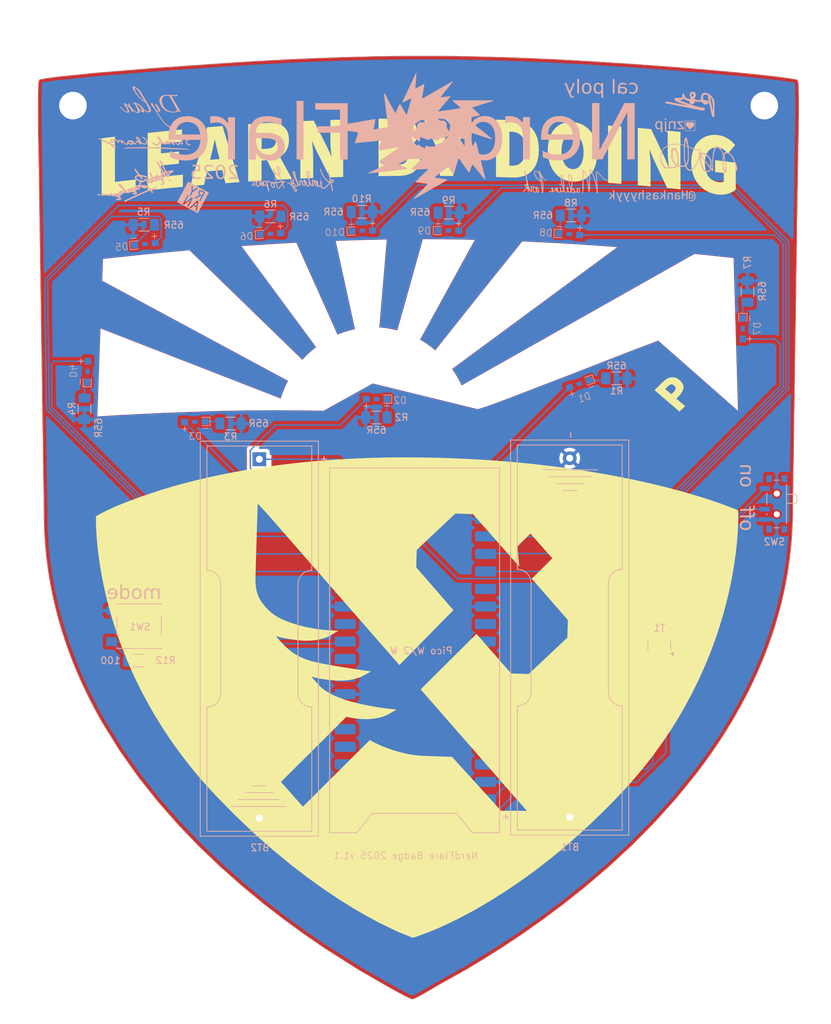
<source format=kicad_pcb>
(kicad_pcb (version 20240108) (generator "pcbnew") (generator_version "8.0")
  (title_block (title "NerdFlard 25 Team Badge") (rev "r1") (comment 1 "SVG Offset x: 50, y: 50"))
  (layers (0 "F.Cu" signal) (31 "B.Cu" signal) (34 "B.Paste" user) (35 "F.Paste" user) (36 "B.SilkS" user "B.Silkscreen") (37 "F.SilkS" user "F.Silkscreen") (38 "B.Mask" user) (39 "F.Mask" user) (44 "Edge.Cuts" user))
  (net 0 "")
  (net 1 "GND")
  (net 2 "Net-(BT1-+)")
  (net 3 "Net-(BT2-+)")
  (net 4 "Net-(SW2-B)")
  (net 5 "/SW1")
  (net 6 "Net-(D1-K)")
  (net 7 "Net-(D2-K)")
  (net 8 "Net-(D3-K)")
  (net 9 "Net-(D4-K)")
  (net 10 "Net-(D5-K)")
  (net 11 "Net-(D6-K)")
  (net 12 "Net-(D7-K)")
  (net 13 "Net-(D8-K)")
  (net 14 "Net-(D9-K)")
  (net 15 "Net-(D10-K)")
  (net 16 "Net-(A1-GP8)")
  (net 18 "Net-(A1-VSYS)")
  (net 24 "Net-(A1-VBUS)")
  (net 38 "Net-(A1-GP15)")
  (net 39 "Net-(A1-GP18)")
  (net 40 "Net-(A1-GP16)")
  (net 41 "Net-(A1-GP19)")
  (net 42 "Net-(A1-GP14)")
  (net 43 "Net-(A1-GP17)")
  (net 44 "Net-(A1-GP20)")
  (net 45 "Net-(A1-GP11)")
  (net 46 "Net-(A1-GP13)")
  (net 47 "Net-(A1-GP12)")
  (footprint "Resistor_SMD:R_1206_3216Metric_Pad1.30x1.75mm_HandSolder" (layer "B.Cu") (at 141.630461 101.15303)
    (property "Reference" "R1")
    (property "Value" "65R")
  )
  (footprint "nerdflare25:Wurth WL-SMSW Series SMT Mono-color Side view LED" (layer "B.Cu") (at 91.472798 80.211573 3.5)
    (property "Reference" "D6")
    (property "Value" "Red LED")
  )
  (footprint "nerdflare25:BatteryHolder_Keystone_2460_1xAA_SAO" (layer "B.Cu") (at 134.85 164.71 90)
    (property "Reference" "BT1")
    (property "Value" "AA")
  )
  (footprint "nerdflare25:SOT-23_SAO" (layer "B.Cu") (at 147.83 139.9175 90)
    (property "Reference" "T1")
    (property "Value" "DMG2305")
  )
  (footprint "nerdflare25:Wurth WL-SMSW Series SMT Mono-color Side view LED" (layer "B.Cu") (at 104.790514 79.779265 1.5)
    (property "Reference" "D10")
    (property "Value" "Red LED")
  )
  (footprint "nerdflare25:SW_SPST_PTS645_SAO" (layer "B.Cu") (at 72.450001 137.05 180)
    (property "Reference" "SW1")
    (property "Value" "SW_Push")
  )
  (footprint "Resistor_SMD:R_1206_3216Metric_Pad1.30x1.75mm_HandSolder" (layer "B.Cu") (at 64.53 105.56 -90)
    (property "Reference" "R4")
    (property "Value" "65R")
  )
  (footprint "nerdflare25:RPi_Pico_SMD_SAO" (layer "B.Cu") (at 113.38 140.56)
    (property "Reference" "Pico W/2 W")
    (property "Value" "SC0918")
  )
  (footprint "Resistor_SMD:R_1206_3216Metric_Pad1.30x1.75mm_HandSolder" (layer "B.Cu") (at 160.61 88.58 90)
    (property "Reference" "R7")
    (property "Value" "65R")
  )
  (footprint "Resistor_SMD:R_1206_3216Metric_Pad1.30x1.75mm_HandSolder" (layer "B.Cu") (at 117.33 77.15)
    (property "Reference" "R9")
    (property "Value" "65R")
  )
  (footprint "Resistor_SMD:R_1206_3216Metric_Pad1.30x1.75mm_HandSolder" (layer "B.Cu") (at 72.34 142.04)
    (property "Reference" "R12")
    (property "Value" "100")
  )
  (footprint "nerdflare25:Wurth WL-SMSW Series SMT Mono-color Side view LED" (layer "B.Cu") (at 159.93 93.94 -90)
    (property "Reference" "D7")
    (property "Value" "Red LED" (hide yes))
  )
  (footprint "Resistor_SMD:R_1206_3216Metric_Pad1.30x1.75mm_HandSolder" (layer "B.Cu") (at 85.708972 107.70147)
    (property "Reference" "R3")
    (property "Value" "65R")
  )
  (footprint "nerdflare25:BatteryHolder_Keystone_2460_1xAA_SAO" (layer "B.Cu") (at 89.87 112.87 -90)
    (property "Reference" "BT2")
    (property "Value" "AA")
  )
  (footprint "nerdflare25:Wurth WL-SMSW Series SMT Mono-color Side view LED" (layer "B.Cu") (at 134.773654 80.275365 -4)
    (property "Reference" "D8")
    (property "Value" "Red LED")
  )
  (footprint "nerdflare25:Wurth WL-SMSW Series SMT Mono-color Side view LED" (layer "B.Cu") (at 117.27 79.75)
    (property "Reference" "D9")
    (property "Value" "Red LED")
  )
  (footprint "Button_Switch_SMD:SW_SPDT_PCM12" (layer "B.Cu") (at 164.53 119.35 -90)
    (property "Reference" "SW2")
    (property "Value" "SW_SPDT")
  )
  (footprint "nerdflare25:Wurth WL-SMSW Series SMT Mono-color Side view LED" (layer "B.Cu") (at 64.972349 100.170914 88)
    (property "Reference" "D4")
    (property "Value" "Red LED")
  )
  (footprint "Resistor_SMD:R_1206_3216Metric_Pad1.30x1.75mm_HandSolder" (layer "B.Cu") (at 91.472798 77.691573 180)
    (property "Reference" "R6")
    (property "Value" "65R")
  )
  (footprint "nerdflare25:Wurth WL-SMSW Series SMT Mono-color Side view LED" (layer "B.Cu") (at 73.298217 81.706793 6)
    (property "Reference" "D5")
    (property "Value" "Red LED")
  )
  (footprint "nerdflare25:Wurth WL-SMSW Series SMT Mono-color Side view LED" (layer "B.Cu") (at 136.240461 101.95303 -160)
    (property "Reference" "D1")
    (property "Value" "Red LED")
  )
  (footprint "nerdflare25:Wurth WL-SMSW Series SMT Mono-color Side view LED" (layer "B.Cu") (at 80.529486 107.440735 -178.5)
    (property "Reference" "D3")
    (property "Value" "Red LED")
  )
  (footprint "Resistor_SMD:R_1206_3216Metric_Pad1.30x1.75mm_HandSolder" (layer "B.Cu") (at 106.83 106.83 180)
    (property "Reference" "R2")
    (property "Value" "65R")
  )
  (footprint "nerdflare25:Wurth WL-SMSW Series SMT Mono-color Side view LED" (layer "B.Cu") (at 106.86 104.16 180)
    (property "Reference" "D2")
    (property "Value" "Red LED")
  )
  (footprint "Resistor_SMD:R_1206_3216Metric_Pad1.30x1.75mm_HandSolder" (layer "B.Cu") (at 135.03 77.55)
    (property "Reference" "R8")
    (property "Value" "65R")
  )
  (footprint "LOGO" (layer "B.Cu") (at 152.280476 64.557717 180)
    (property "Reference" "G***" (hide yes))
    (property "Value" "LOGO" (hide yes))
  )
  (footprint "Resistor_SMD:R_1206_3216Metric_Pad1.30x1.75mm_HandSolder" (layer "B.Cu") (at 73.15 78.9 180)
    (property "Reference" "R5")
    (property "Value" "65R")
  )
  (footprint "Resistor_SMD:R_1206_3216Metric_Pad1.30x1.75mm_HandSolder" (layer "B.Cu") (at 104.730514 77.029265)
    (property "Reference" "R10")
    (property "Value" "65R")
  )
  (gr_poly (pts (xy 115.362063 54.437711) (xy 117.094116 54.450886) (xy 117.58297 54.457088) (xy 118.071823 54.462771) (xy 122.871586 54.557132) (xy 127.595898 54.707714) (xy 132.212669 54.905969) (xy 136.689812 55.14335) (xy 137.493896 55.190892) (xy 143.751818 55.590748) (xy 149.494828 56.007645) (xy 154.629513 56.424896) (xy 159.062458 56.825811) (xy 162.700251 57.1937) (xy 165.449477 57.511876) (xy 167.216724 57.763648) (xy 167.702913 57.859417) (xy 167.908577 57.932327) (xy 167.96264 58.133996) (xy 168.002767 58.592601) (xy 168.046979 60.131629) (xy 168.052746 62.251426) (xy 168.031601 64.654011) (xy 167.908577 71.132555) (xy 167.713242 84.437687) (xy 167.189239 120.187958) (xy 167.16032 121.995972) (xy 167.074595 123.782211) (xy 166.933616 125.54661) (xy 166.738932 127.289107) (xy 166.492096 129.009637) (xy 166.194656 130.708136) (xy 165.848165 132.384543) (xy 165.454172 134.038792) (xy 165.014229 135.67082) (xy 164.529885 137.280563) (xy 164.002692 138.867959) (xy 163.4342 140.432943) (xy 162.825961 141.975452) (xy 162.179524 143.495422) (xy 161.49644 144.99279) (xy 160.778259 146.467491) (xy 159.654599 148.607488) (xy 158.462473 150.697527) (xy 157.206887 152.7374) (xy 155.892848 154.726902) (xy 154.525364 156.665825) (xy 153.109442 158.553963) (xy 150.152313 162.177057) (xy 147.061518 165.594531) (xy 143.877114 168.80473) (xy 140.63916 171.806002) (xy 137.387713 174.596693) (xy 134.162831 177.17515) (xy 131.004571 179.53972) (xy 127.95299 181.688749) (xy 125.048146 183.620583) (xy 122.330098 185.333571) (xy 119.838901 186.826057) (xy 115.697296 189.142914) (xy 115.182067 189.451207) (xy 114.019753 190.129274) (xy 113.375646 190.49128) (xy 112.785415 190.806898) (xy 112.532966 190.93285) (xy 112.320943 191.029851) (xy 112.158329 191.092116) (xy 112.098359 191.108415) (xy 112.054111 191.113861) (xy 112.009322 191.107987) (xy 111.947774 191.091314) (xy 111.779173 191.028454) (xy 111.557847 190.931043) (xy 111.293332 190.804845) (xy 110.672891 190.489141) (xy 109.994154 190.127449) (xy 108.767002 189.450522) (xy 108.222301 189.142914) (xy 104.244295 186.847888) (xy 99.244414 183.675404) (xy 96.456828 181.764109) (xy 93.528442 179.638241) (xy 90.497481 177.299398) (xy 87.402166 174.749177) (xy 84.280721 171.989176) (xy 81.171369 169.020991) (xy 78.112333 165.846221) (xy 77.067195 164.657089) (xy 87.889168 164.657089) (xy 87.891621 164.754018) (xy 87.898897 164.849675) (xy 87.910878 164.943941) (xy 87.927444 165.036697) (xy 87.948478 165.127826) (xy 87.973862 165.217209) (xy 88.003477 165.304728) (xy 88.037204 165.390265) (xy 88.074926 165.4737) (xy 88.116524 165.554917) (xy 88.16188 165.633795) (xy 88.210875 165.710218) (xy 88.263392 165.784067) (xy 88.319311 165.855223) (xy 88.378514 165.923568) (xy 88.440884 165.988984) (xy 88.506301 166.051352) (xy 88.574648 166.110555) (xy 88.645805 166.166473) (xy 88.719656 166.218989) (xy 88.796081 166.267983) (xy 88.874962 166.313338) (xy 88.956181 166.354936) (xy 89.039619 166.392658) (xy 89.125158 166.426385) (xy 89.21268 166.456) (xy 89.302066 166.481383) (xy 89.393199 166.502418) (xy 89.485959 166.518985) (xy 89.580229 166.530965) (xy 89.67589 166.538241) (xy 89.772823 166.540695) (xy 89.869753 166.538239) (xy 89.965409 166.53096) (xy 90.059675 166.518976) (xy 90.152432 166.502407) (xy 90.243561 166.48137) (xy 90.332943 166.455984) (xy 90.420462 166.426368) (xy 90.505998 166.392638) (xy 90.589433 166.354915) (xy 90.670649 166.313316) (xy 90.681434 166.307114) (xy 133.017685 166.307114) (xy 136.648468 166.307114) (xy 136.648468 162.676842) (xy 133.017685 162.676842) (xy 133.017685 166.307114) (xy 90.681434 166.307114) (xy 90.749527 166.267959) (xy 90.825949 166.218963) (xy 90.899796 166.166446) (xy 90.970952 166.110527) (xy 91.039295 166.051324) (xy 91.10471 165.988955) (xy 91.167077 165.923539) (xy 91.226278 165.855194) (xy 91.282194 165.784038) (xy 91.334708 165.71019) (xy 91.383701 165.633768) (xy 91.429054 165.55489) (xy 91.47065 165.473675) (xy 91.50837 165.390241) (xy 91.542095 165.304706) (xy 91.571707 165.21719) (xy 91.597089 165.127809) (xy 91.618121 165.036683) (xy 91.634685 164.943929) (xy 91.646663 164.849667) (xy 91.653936 164.754014) (xy 91.656387 164.657089) (xy 91.653934 164.560159) (xy 91.646657 164.464502) (xy 91.634677 164.370236) (xy 91.61811 164.277479) (xy 91.597075 164.186349) (xy 91.571692 164.096966) (xy 91.542077 164.009446) (xy 91.508349 163.923909) (xy 91.470627 163.840474) (xy 91.429029 163.759257) (xy 91.383674 163.680378) (xy 91.334679 163.603955) (xy 91.282163 163.530106) (xy 91.226245 163.45895) (xy 91.167042 163.390605) (xy 91.104674 163.325189) (xy 91.039258 163.26282) (xy 90.970912 163.203618) (xy 90.899756 163.1477) (xy 90.825907 163.095185) (xy 90.749484 163.04619) (xy 90.670605 163.000835) (xy 90.589388 162.959238) (xy 90.505952 162.921517) (xy 90.420415 162.88779) (xy 90.332896 162.858175) (xy 90.243512 162.832792) (xy 90.152383 162.811758) (xy 90.059626 162.795192) (xy 89.96536 162.783212) (xy 89.869703 162.775936) (xy 89.772774 162.773483) (xy 89.772724 162.773483) (xy 89.675795 162.775939) (xy 89.580139 162.783218) (xy 89.485873 162.7952) (xy 89.393117 162.811769) (xy 89.301989 162.832806) (xy 89.212606 162.858191) (xy 89.125088 162.887808) (xy 89.039552 162.921537) (xy 88.956118 162.95926) (xy 88.874902 163.00086) (xy 88.796025 163.046216) (xy 88.719603 163.095212) (xy 88.645755 163.147729) (xy 88.574601 163.203648) (xy 88.506257 163.262851) (xy 88.440843 163.32522) (xy 88.378476 163.390637) (xy 88.319275 163.458982) (xy 88.263359 163.530138) (xy 88.210845 163.603986) (xy 88.161853 163.680409) (xy 88.1165 163.759287) (xy 88.074904 163.840502) (xy 88.037185 163.923936) (xy 88.00346 164.009471) (xy 87.973847 164.096988) (xy 87.948466 164.186369) (xy 87.927434 164.277495) (xy 87.91087 164.370249) (xy 87.898892 164.464511) (xy 87.891619 164.560164) (xy 87.889168 164.657089) (xy 77.067195 164.657089) (xy 75.141836 162.466462) (xy 72.298101 158.883312) (xy 69.619352 155.098369) (xy 67.143811 151.113228) (xy 65.994188 149.046084) (xy 64.909701 146.929489) (xy 64.196768 145.42951) (xy 63.519217 143.905815) (xy 62.878651 142.358472) (xy 62.276673 140.787548) (xy 61.714887 139.193111) (xy 61.194897 137.575229) (xy 60.718306 135.93397) (xy 60.286717 134.269401) (xy 59.901735 132.581589) (xy 59.564962 130.870604) (xy 59.278002 129.136512) (xy 59.042458 127.379382) (xy 58.859934 125.59928) (xy 58.732034 123.796275) (xy 58.660361 121.970434) (xy 58.646519 120.121826) (xy 58.564363 114.597092) (xy 88.030235 114.597092) (xy 91.660503 114.597092) (xy 91.660503 112.571892) (xy 132.812515 112.571892) (xy 132.814969 112.668821) (xy 132.822245 112.764477) (xy 132.834226 112.858743) (xy 132.850792 112.9515) (xy 132.871827 113.042629) (xy 132.89721 113.132012) (xy 132.926825 113.219531) (xy 132.960553 113.305067) (xy 132.998275 113.388503) (xy 133.039872 113.469719) (xy 133.085228 113.548598) (xy 133.134223 113.625021) (xy 133.186739 113.69887) (xy 133.242658 113.770026) (xy 133.301862 113.838371) (xy 133.364231 113.903787) (xy 133.429648 113.966155) (xy 133.497995 114.025357) (xy 133.569153 114.081276) (xy 133.643004 114.133791) (xy 133.719429 114.182786) (xy 133.79831 114.228141) (xy 133.87953 114.269738) (xy 133.962968 114.30746) (xy 134.048508 114.341188) (xy 134.136031 114.370802) (xy 134.225418 114.396186) (xy 134.316552 114.41722) (xy 134.409314 114.433787) (xy 134.503585 114.445768) (xy 134.599247 114.453044) (xy 134.696182 114.455498) (xy 134.793111 114.453042) (xy 134.888767 114.445763) (xy 134.983033 114.43378) (xy 135.075789 114.417212) (xy 135.166917 114.396175) (xy 135.256299 114.370789) (xy 135.343817 114.341172) (xy 135.429352 114.307443) (xy 135.512787 114.269719) (xy 135.594002 114.22812) (xy 135.672879 114.182763) (xy 135.7493 114.133767) (xy 135.823147 114.08125) (xy 135.894301 114.025331) (xy 135.962644 113.966127) (xy 136.028058 113.903758) (xy 136.090424 113.838341) (xy 136.149624 113.769996) (xy 136.20554 113.69884) (xy 136.258053 113.624991) (xy 136.307045 113.548569) (xy 136.352398 113.469691) (xy 136.393993 113.388475) (xy 136.431712 113.305041) (xy 136.465437 113.219507) (xy 136.495049 113.13199) (xy 136.52043 113.042609) (xy 136.541461 112.951483) (xy 136.558025 112.85873) (xy 136.570003 112.764468) (xy 136.577276 112.668816) (xy 136.579727 112.571892) (xy 136.577434 112.478473) (xy 136.570553 112.385687) (xy 136.559147 112.293688) (xy 136.54328 112.202632) (xy 136.523016 112.112672) (xy 136.49842 112.023964) (xy 136.469554 111.936661) (xy 136.436483 111.850917) (xy 136.399272 111.766888) (xy 136.357982 111.684729) (xy 136.31268 111.604592) (xy 136.263428 111.526633) (xy 136.210291 111.451007) (xy 136.153332 111.377867) (xy 136.092616 111.307369) (xy 136.028206 111.239666) (xy 135.96052 111.175237) (xy 135.890038 111.114501) (xy 135.816913 111.057521) (xy 135.7413 111.004362) (xy 135.663353 110.955088) (xy 135.583228 110.909763) (xy 135.501078 110.86845) (xy 135.417058 110.831214) (xy 135.331323 110.798119) (xy 135.244026 110.769229) (xy 135.155324 110.744608) (xy 135.065369 110.724319) (xy 134.974317 110.708427) (xy 134.882322 110.696995) (xy 134.789539 110.690089) (xy 134.696353 110.687777) (xy 134.603168 110.690066) (xy 134.510382 110.69695) (xy 134.418384 110.708358) (xy 134.327328 110.724228) (xy 134.237369 110.744495) (xy 134.148661 110.769095) (xy 134.061358 110.797963) (xy 133.975615 110.831037) (xy 133.891587 110.868252) (xy 133.809428 110.909544) (xy 133.729291 110.954849) (xy 133.651333 111.004104) (xy 133.575707 111.057243) (xy 133.502567 111.114204) (xy 133.432068 111.174922) (xy 133.364365 111.239334) (xy 133.29994 111.307021) (xy 133.239207 111.377505) (xy 133.182231 111.450633) (xy 133.129076 111.526251) (xy 133.079805 111.604205) (xy 133.034483 111.684341) (xy 132.993173 111.766505) (xy 132.95594 111.850544) (xy 132.922848 111.936304) (xy 132.89396 112.023631) (xy 132.869341 112.112372) (xy 132.849054 112.202372) (xy 132.833165 112.293477) (xy 132.821735 112.385535) (xy 132.814831 112.478391) (xy 132.812515 112.571892) (xy 91.660503 112.571892) (xy 91.660503 110.966824) (xy 88.030235 110.966824) (xy 88.030235 114.597092) (xy 58.564363 114.597092) (xy 58.446912 106.698856) (xy 66.363352 106.698856) (xy 69.811538 106.490674) (xy 76.094732 106.181376) (xy 84.048918 105.907318) (xy 88.288877 105.826115) (xy 92.510078 105.804855) (xy 99.216126 105.863766) (xy 106.30975 101.924992) (xy 121.528465 105.65448) (xy 122.891593 105.222564) (xy 125.941643 104.094585) (xy 134.81714 100.679596) (xy 143.584205 97.267835) (xy 147.672089 95.717621) (xy 159.26931 105.925781) (xy 158.626457 83.701302) (xy 155.907928 83.40279) (xy 152.935333 83.09462) (xy 119.19577 102.138935) (xy 119.14552 102.031754) (xy 119.094264 101.924753) (xy 119.042085 101.817872) (xy 118.989067 101.711052) (xy 118.917634 101.570505) (xy 118.851537 101.443359) (xy 118.790801 101.329076) (xy 118.735451 101.227118) (xy 118.641011 101.058023) (xy 118.56842 100.93177) (xy 118.493663 100.802312) (xy 118.419268 100.6773) (xy 118.347585 100.559764) (xy 118.280965 100.452731) (xy 118.172315 100.282292) (xy 118.112122 100.190216) (xy 118.047212 100.091581) (xy 117.981472 99.993676) (xy 117.915039 99.896502) (xy 117.848053 99.80006) (xy 141.823845 82.116901) (xy 138.533075 81.878816) (xy 135.11265 81.657501) (xy 131.580465 81.457889) (xy 127.954414 81.28491) (xy 121.640695 89.156274) (xy 115.357765 97.053978) (xy 115.20366 96.925926) (xy 115.018411 96.774297) (xy 114.920262 96.695573) (xy 114.821713 96.618073) (xy 114.725226 96.54417) (xy 114.633263 96.476234) (xy 114.473304 96.358919) (xy 114.312045 96.243965) (xy 114.149518 96.131329) (xy 113.98576 96.020966) (xy 113.790273 95.893343) (xy 113.596839 95.771696) (xy 113.499775 95.712486) (xy 113.401883 95.654018) (xy 113.302716 95.596042) (xy 113.201828 95.538307) (xy 121.143974 81.055471) (xy 118.5043 81.002401) (xy 116.30127 80.97452) (xy 113.544964 80.961935) (xy 109.845959 94.167854) (xy 109.598167 94.104996) (xy 109.487464 94.078483) (xy 109.382001 94.054322) (xy 109.176124 94.010287) (xy 108.959194 93.967346) (xy 108.767835 93.932082) (xy 108.575843 93.899462) (xy 108.383161 93.869521) (xy 108.189732 93.842293) (xy 107.90481 93.80816) (xy 107.783434 93.795004) (xy 107.672765 93.783991) (xy 107.570294 93.774775) (xy 107.473507 93.767008) (xy 107.286945 93.754436) (xy 108.372665 81.007412) (xy 106.413204 81.046039) (xy 104.471051 81.095171) (xy 100.895084 81.213598) (xy 103.695431 94.008167) (xy 103.54803 94.039722) (xy 103.40636 94.071975) (xy 103.272851 94.103936) (xy 103.149934 94.134614) (xy 102.945598 94.18816) (xy 102.812798 94.224693) (xy 102.624844 94.278664) (xy 102.437486 94.335368) (xy 102.250586 94.394999) (xy 102.064011 94.457752) (xy 101.826685 94.541421) (xy 101.717582 94.581466) (xy 101.612974 94.620952) (xy 101.411615 94.700145) (xy 101.211349 94.782799) (xy 95.248924 81.469913) (xy 91.15421 81.705099) (xy 87.226158 81.968077) (xy 98.057022 96.627129) (xy 97.881907 96.765122) (xy 97.706304 96.907609) (xy 97.527389 97.057262) (xy 97.342335 97.216759) (xy 97.192604 97.350399) (xy 97.04464 97.485953) (xy 96.898634 97.623336) (xy 96.754776 97.762463) (xy 96.621697 97.89606) (xy 96.465446 98.056706) (xy 96.380856 98.145631) (xy 96.293145 98.23947) (xy 96.203203 98.337606) (xy 96.111919 98.439423) (xy 79.758394 82.565453) (xy 76.099373 82.901009) (xy 72.763333 83.230289) (xy 67.18397 83.826359) (xy 67.069248 87.027195) (xy 93.987507 101.524494) (xy 93.915986 101.663661) (xy 93.84839 101.799214) (xy 93.785647 101.928361) (xy 93.728683 102.048309) (xy 93.63581 102.249436) (xy 93.577194 102.380253) (xy 93.495029 102.568639) (xy 93.415321 102.758111) (xy 93.33826 102.948435) (xy 93.264034 103.139381) (xy 93.173453 103.38327) (xy 93.094398 103.606783) (xy 93.022259 103.822034) (xy 92.952427 104.041134) (xy 66.823271 93.882584) (xy 66.363352 106.698856) (xy 58.446912 106.698856) (xy 58.224321 91.73027) (xy 58.217088 91.216091) (xy 58.208819 90.701393) (xy 58.123036 84.937405) (xy 58.115803 84.440277) (xy 58.115274 84.394802) (xy 58.107521 83.851685) (xy 57.936989 72.417238) (xy 57.815918 65.336515) (xy 57.800785 60.377545) (xy 57.844294 58.678556) (xy 57.883784 58.166078) (xy 57.936989 57.932334) (xy 58.131165 57.844026) (xy 58.585521 57.74151) (xy 60.23217 57.497919) (xy 66.178967 56.88496) (xy 75.095686 56.158519) (xy 86.300633 55.383653) (xy 86.799309 55.35213) (xy 87.298504 55.320607) (xy 90.177579 55.14942) (xy 93.12347 54.990911) (xy 93.611298 54.966623) (xy 94.098606 54.941818) (xy 98.113236 54.763033) (xy 102.200479 54.617505) (xy 106.337957 54.510627) (xy 110.503288 54.447791) (xy 110.744619 54.446093) (xy 110.985947 54.443655) (xy 111.468605 54.440039) (xy 112.547592 54.434984) (xy 113.626095 54.433321) (xy 113.626106 54.433315)) (stroke (width 0.065026)) (fill solid) (layer "F.Cu") (net 1))
  (gr_line (start 149.684601 68.582887) (end 149.685547 68.540651) (stroke (width 0.191065)) (layer "B.SilkS"))
  (gr_line (start 151.709245 66.40435) (end 151.710702 66.409519) (stroke (width 0.210454)) (layer "B.SilkS"))
  (gr_line (start 153.541721 68.06811) (end 153.564612 68.069845) (stroke (width 0.126474)) (layer "B.SilkS"))
  (gr_line (start 154.786997 68.901498) (end 154.803625 68.914177) (stroke (width 0.151438)) (layer "B.SilkS"))
  (gr_line (start 154.794979 71.193915) (end 154.783198 71.192704) (stroke (width 0.160648)) (layer "B.SilkS"))
  (gr_line (start 150.507392 68.876846) (end 150.521098 68.957609) (stroke (width 0.14647)) (layer "B.SilkS"))
  (gr_line (start 149.886184 69.727163) (end 149.874179 69.710041) (stroke (width 0.166182)) (layer "B.SilkS"))
  (gr_line (start 152.03188 68.929823) (end 152.031177 68.980048) (stroke (width 0.126353)) (layer "B.SilkS"))
  (gr_line (start 151.722639 70.230573) (end 151.711596 70.24136) (stroke (width 0.145015)) (layer "B.SilkS"))
  (gr_line (start 155.311693 70.064739) (end 155.308822 70.09596) (stroke (width 0.141218)) (layer "B.SilkS"))
  (gr_line (start 148.655816 67.69709) (end 148.707146 67.66563) (stroke (width 0.098885)) (layer "B.SilkS"))
  (gr_line (start 151.705171 66.383483) (end 151.706473 66.391425) (stroke (width 0.210454)) (layer "B.SilkS"))
  (gr_line (start 154.35517 68.618858) (end 154.367165 68.623855) (stroke (width 0.167879)) (layer "B.SilkS"))
  (gr_line (start 151.458504 67.80848) (end 151.457066 67.760819) (stroke (width 0.145904)) (layer "B.SilkS"))
  (gr_line (start 156.414486 67.691202) (end 156.400518 67.678756) (stroke (width 0.146833)) (layer "B.SilkS"))
  (gr_line (start 152.422651 70.975452) (end 152.416681 70.97685) (stroke (width 0.151559)) (layer "B.SilkS"))
  (gr_line (start 158.131474 68.699971) (end 158.005458 68.59612) (stroke (width 0.122475)) (layer "B.SilkS"))
  (gr_line (start 151.848186 70.746817) (end 151.832184 70.720653) (stroke (width 0.153619)) (layer "B.SilkS"))
  (gr_line (start 149.660967 68.216259) (end 149.659797 68.199788) (stroke (width 0.197084)) (layer "B.SilkS"))
  (gr_line (start 154.816043 71.194035) (end 154.805772 71.194411) (stroke (width 0.160648)) (layer "B.SilkS"))
  (gr_line (start 158.193707 68.754382) (end 158.174963 68.73707) (stroke (width 0.122475)) (layer "B.SilkS"))
  (gr_line (start 153.87705 70.07306) (end 153.869609 70.046075) (stroke (width 0.158467)) (layer "B.SilkS"))
  (gr_line (start 151.902312 69.955773) (end 151.890665 69.97691) (stroke (width 0.137542)) (layer "B.SilkS"))
  (gr_line (start 157.473262 70.127623) (end 157.468562 70.086281) (stroke (width 0.110882)) (layer "B.SilkS"))
  (gr_line (start 148.062873 68.918127) (end 148.059713 68.847169) (stroke (width 0.107085)) (layer "B.SilkS"))
  (gr_line (start 148.424492 67.909299) (end 148.452784 67.872309) (stroke (width 0.098885)) (layer "B.SilkS"))
  (gr_line (start 152.468781 70.954867) (end 152.454156 70.962977) (stroke (width 0.151559)) (layer "B.SilkS"))
  (gr_line (start 154.805772 71.194411) (end 154.794979 71.193915) (stroke (width 0.160648)) (layer "B.SilkS"))
  (gr_line (start 155.514705 70.972758) (end 155.51268 70.971425) (stroke (width 0.181451)) (layer "B.SilkS"))
  (gr_line (start 158.952189 70.311316) (end 158.944131 70.289054) (stroke (width 0.15265)) (layer "B.SilkS"))
  (gr_line (start 149.863758 69.694815) (end 149.854708 69.681208) (stroke (width 0.166182)) (layer "B.SilkS"))
  (gr_line (start 148.795535 70.656234) (end 148.767155 70.642337) (stroke (width 0.149499)) (layer "B.SilkS"))
  (gr_line (start 154.511772 71.112791) (end 154.49237 71.103445) (stroke (width 0.166546)) (layer "B.SilkS"))
  (gr_line (start 154.343847 68.61513) (end 154.35517 68.618858) (stroke (width 0.167879)) (layer "B.SilkS"))
  (gr_line (start 152.50444 70.931979) (end 152.485363 70.944614) (stroke (width 0.151559)) (layer "B.SilkS"))
  (gr_line (start 150.148668 67.987834) (end 150.163624 67.997699) (stroke (width 0.19256)) (layer "B.SilkS"))
  (gr_line (start 149.713546 67.997986) (end 149.72447 67.98493) (stroke (width 0.207506)) (layer "B.SilkS"))
  (gr_line (start 154.068008 70.515586) (end 154.063177 70.503026) (stroke (width 0.16703)) (layer "B.SilkS"))
  (gr_line (start 150.396428 67.213111) (end 150.44476 67.215055) (stroke (width 0.092301)) (layer "B.SilkS"))
  (gr_line (start 154.399807 71.038861) (end 154.377293 71.01925) (stroke (width 0.166546)) (layer "B.SilkS"))
  (gr_line (start 157.399542 68.474937) (end 157.381723 68.494102) (stroke (width 0.158467)) (layer "B.SilkS"))
  (gr_line (start 153.745397 68.459718) (end 153.743362 68.469666) (stroke (width 0.203668)) (layer "B.SilkS"))
  (gr_line (start 150.110002 70.046847) (end 150.100552 70.037453) (stroke (width 0.157174)) (layer "B.SilkS"))
  (gr_line (start 157.285141 68.592592) (end 157.281529 68.598767) (stroke (width 0.158467)) (layer "B.SilkS"))
  (gr_line (start 155.451914 70.890561) (end 155.437364 70.858263) (stroke (width 0.181451)) (layer "B.SilkS"))
  (gr_line (start 153.761379 69.161669) (end 153.764046 69.121247) (stroke (width 0.163718)) (layer "B.SilkS"))
  (gr_line (start 155.054628 71.079703) (end 155.041348 71.088161) (stroke (width 0.152044)) (layer "B.SilkS"))
  (gr_line (start 148.539489 67.781144) (end 148.573267 67.75377) (stroke (width 0.098885)) (layer "B.SilkS"))
  (gr_line (start 152.028621 69.086601) (end 152.027535 69.155271) (stroke (width 0.126353)) (layer "B.SilkS"))
  (gr_line (start 156.376914 67.661296) (end 156.371586 67.65821) (stroke (width 0.146833)) (layer "B.SilkS"))
  (gr_line (start 157.237965 68.717303) (end 157.209857 68.775789) (stroke (width 0.149418)) (layer "B.SilkS"))
  (gr_line (start 151.92958 69.89948) (end 151.921539 69.917711) (stroke (width 0.137542)) (layer "B.SilkS"))
  (gr_line (start 151.727974 70.543388) (end 151.721442 70.518138) (stroke (width 0.153619)) (layer "B.SilkS"))
  (gr_line (start 157.140908 68.96813) (end 157.116781 69.080853) (stroke (width 0.149418)) (layer "B.SilkS"))
  (gr_line (start 155.54297 70.958391) (end 155.54182 70.985701) (stroke (width 0.135523)) (layer "B.SilkS"))
  (gr_line (start 150.575117 69.934012) (end 150.572889 69.969529) (stroke (width 0.142592)) (layer "B.SilkS"))
  (gr_line (start 157.076302 69.419454) (end 157.075469 69.483621) (stroke (width 0.137542)) (layer "B.SilkS"))
  (gr_line (start 152.391676 70.979783) (end 152.377561 70.980076) (stroke (width 0.151559)) (layer "B.SilkS"))
  (gr_line (start 149.783597 67.932406) (end 149.789158 67.930481) (stroke (width 0.207506)) (layer "B.SilkS"))
  (gr_line (start 148.099208 68.53571) (end 148.112843 68.500231) (stroke (width 0.107085)) (layer "B.SilkS"))
  (gr_line (start 148.341406 70.257235) (end 148.329989 70.237808) (stroke (width 0.144935)) (layer "B.SilkS"))
  (gr_line (start 155.541025 70.144192) (end 155.540116 70.218168) (stroke (width 0.120698)) (layer "B.SilkS"))
  (gr_line (start 155.143543 70.98305) (end 155.117753 71.016565) (stroke (width 0.152044)) (layer "B.SilkS"))
  (gr_line (start 152.460801 67.767903) (end 152.52281 67.795864) (stroke (width 0.095977)) (layer "B.SilkS"))
  (gr_line (start 149.965407 70.606463) (end 149.946683 70.610187) (stroke (width 0.14857)) (layer "B.SilkS"))
  (gr_line (start 157.947482 68.567295) (end 157.903551 68.543494) (stroke (width 0.137946)) (layer "B.SilkS"))
  (gr_line (start 152.706849 70.775367) (end 152.552214 70.898601) (stroke (width 0.136452)) (layer "B.SilkS"))
  (gr_line (start 152.031177 68.561253) (end 152.029871 68.630019) (stroke (width 0.128777)) (layer "B.SilkS"))
  (gr_line (start 156.308237 67.641795) (end 156.292361 67.639462) (stroke (width 0.146833)) (layer "B.SilkS"))
  (gr_line (start 150.64783 70.391227) (end 150.633202 70.386669) (stroke (width 0.155478)) (layer "B.SilkS"))
  (gr_line (start 149.874051 70.616353) (end 149.842181 70.616589) (stroke (width 0.14857)) (layer "B.SilkS"))
  (gr_line (start 151.759636 70.616198) (end 151.750737 70.600773) (stroke (width 0.153619)) (layer "B.SilkS"))
  (gr_line (start 156.400518 67.678756) (end 156.388145 67.66891) (stroke (width 0.146833)) (layer "B.SilkS"))
  (gr_line (start 151.480942 67.312683) (end 151.485469 67.27798) (stroke (width 0.151559)) (layer "B.SilkS"))
  (gr_line (start 157.317164 71.21894) (end 157.322256 71.225559) (stroke (width 0.169696)) (layer "B.SilkS"))
  (gr_line (start 148.61498 70.562699) (end 148.6016 70.5512) (stroke (width 0.149499)) (layer "B.SilkS"))
  (gr_line (start 151.61063 70.104107) (end 151.598001 70.044968) (stroke (width 0.13835)) (layer "B.SilkS"))
  (gr_line (start 148.206612 68.26212) (end 148.230013 68.192176) (stroke (width 0.107085)) (layer "B.SilkS"))
  (gr_line (start 151.370151 67.36114) (end 151.414951 67.373024) (stroke (width 0.093997)) (layer "B.SilkS"))
  (gr_line (start 157.308652 68.56292) (end 157.300303 68.571868) (stroke (width 0.158467)) (layer "B.SilkS"))
  (gr_line (start 157.259166 69.150416) (end 157.24318 69.105227) (stroke (width 0.097754)) (layer "B.SilkS"))
  (gr_line (start 151.734983 70.565093) (end 151.731414 70.554638) (stroke (width 0.153619)) (layer "B.SilkS"))
  (gr_line (start 157.544122 68.445831) (end 157.531981 68.444571) (stroke (width 0.156003)) (layer "B.SilkS"))
  (gr_line (start 149.675419 67.280011) (end 149.845789 67.263105) (stroke (width 0.093068)) (layer "B.SilkS"))
  (gr_line (start 149.060565 70.670209) (end 149.036925 70.674309) (stroke (width 0.1537)) (layer "B.SilkS"))
  (gr_line (start 155.301955 69.831101) (end 155.303828 69.858207) (stroke (width 0.141218)) (layer "B.SilkS"))
  (gr_line (start 153.936923 70.232969) (end 153.925624 70.211896) (stroke (width 0.164122)) (layer "B.SilkS"))
  (gr_line (start 151.640871 66.434333) (end 151.644702 66.429723) (stroke (width 0.186581)) (layer "B.SilkS"))
  (gr_line (start 150.241471 68.07633) (end 150.262578 68.108716) (stroke (width 0.19256)) (layer "B.SilkS"))
  (gr_line (start 153.925624 70.211896) (end 153.895857 70.129485) (stroke (width 0.158467)) (layer "B.SilkS"))
  (gr_line (start 153.954768 70.268518) (end 153.946554 70.251735) (stroke (width 0.164122)) (layer "B.SilkS"))
  (gr_line (start 157.083133 69.321129) (end 157.080787 69.343785) (stroke (width 0.137542)) (layer "B.SilkS"))
  (gr_line (start 153.070919 70.310146) (end 153.038997 70.359635) (stroke (width 0.122193)) (layer "B.SilkS"))
  (gr_line (start 148.164201 69.917724) (end 148.157518 69.896974) (stroke (width 0.137502)) (layer "B.SilkS"))
  (gr_line (start 158.781541 69.86509) (end 158.757684 69.807467) (stroke (width 0.125424)) (layer "B.SilkS"))
  (gr_line (start 148.057879 69.377046) (end 148.055838 69.345249) (stroke (width 0.117062)) (layer "B.SilkS"))
  (gr_line (start 157.46834 71.005297) (end 157.473004 70.981601) (stroke (width 0.155114)) (layer "B.SilkS"))
  (gr_line (start 151.645746 70.236797) (end 151.633206 70.194713) (stroke (width 0.13835)) (layer "B.SilkS"))
  (gr_line (start 157.074333 68.676972) (end 157.039363 68.582962) (stroke (width 0.104661)) (layer "B.SilkS"))
  (gr_poly (pts (xy 132.755851 73.626801) (xy 132.754246 73.626942) (xy 132.752804 73.627157) (xy 132.751571 73.62745) (xy 132.750595 73.627823) (xy 132.750218 73.62804) (xy 132.749923 73.628278) (xy 132.749716 73.628537) (xy 132.749602 73.628819) (xy 132.749588 73.629122) (xy 132.74968 73.629447) (xy 132.749883 73.629795) (xy 132.750203 73.630166) (xy 132.754192 73.633995) (xy 132.754761 73.634487) (xy 132.757983 73.633392) (xy 132.771822 73.629258) (xy 132.768878 73.628057) (xy 132.767672 73.627693) (xy 132.766251 73.627383) (xy 132.764662 73.62713) (xy 132.762952 73.626935) (xy 132.761169 73.626802) (xy 132.75936 73.626734) (xy 132.757572 73.626733)) (stroke (width 0.07839)) (fill solid) (layer "B.SilkS"))
  (gr_line (start 153.733895 68.526822) (end 153.723652 68.59612) (stroke (width 0.203668)) (layer "B.SilkS"))
  (gr_line (start 149.973251 67.902009) (end 149.982268 67.902393) (stroke (width 0.206576)) (layer "B.SilkS"))
  (gr_line (start 153.992203 69.071364) (end 153.962696 69.022303) (stroke (width 0.132453)) (layer "B.SilkS"))
  (gr_line (start 154.474195 71.093504) (end 154.45655 71.082521) (stroke (width 0.166546)) (layer "B.SilkS"))
  (gr_line (start 157.170999 70.902627) (end 157.187776 70.944194) (stroke (width 0.134392)) (layer "B.SilkS"))
  (gr_line (start 149.952097 67.903014) (end 149.963327 67.902248) (stroke (width 0.206576)) (layer "B.SilkS"))
  (gr_poly (pts (xy 81.411975 74.070268) (xy 81.404164 74.070688) (xy 81.396466 74.07138) (xy 81.388881 74.072342) (xy 81.38141 74.073575) (xy 81.374051 74.075078) (xy 81.366806 74.076853) (xy 81.359674 74.078899) (xy 81.352655 74.081215) (xy 81.345749 74.083803) (xy 81.338956 74.086661) (xy 81.332277 74.08979) (xy 81.32571 74.093191) (xy 81.319257 74.096862) (xy 81.312917 74.100804) (xy 81.30669 74.105017) (xy 81.300576 74.1095) (xy 81.294575 74.114255) (xy 81.288687 74.119281) (xy 81.282913 74.124578) (xy 81.277252 74.130145) (xy 81.271704 74.135984) (xy 81.266269 74.142093) (xy 81.255738 74.155125) (xy 81.245661 74.169241) (xy 81.236035 74.18444) (xy 81.226863 74.200723) (xy 81.22073 74.212954) (xy 81.215311 74.225235) (xy 81.210606 74.237567) (xy 81.206615 74.249949) (xy 81.203338 74.262382) (xy 81.200775 74.274865) (xy 81.198925 74.287399) (xy 81.19779 74.299983) (xy 81.197368 74.312618) (xy 81.197661 74.325302) (xy 81.198667 74.338038) (xy 81.200388 74.350823) (xy 81.202822 74.363659) (xy 81.20597 74.376545) (xy 81.209833 74.389481) (xy 81.214409 74.402468) (xy 81.219711 74.415209) (xy 81.225627 74.427636) (xy 81.232158 74.439749) (xy 81.239304 74.451549) (xy 81.247065 74.463036) (xy 81.255441 74.474209) (xy 81.264431 74.485069) (xy 81.274037 74.495615) (xy 81.284256 74.505848) (xy 81.295091 74.515768) (xy 81.30654 74.525375) (xy 81.318604 74.534668) (xy 81.331282 74.543649) (xy 81.344575 74.552316) (xy 81.358482 74.56067) (xy 81.373004 74.568711) (xy 81.561881 74.66917) (xy 81.796751 74.227492) (xy 81.604204 74.125121) (xy 81.591966 74.118765) (xy 81.579891 74.1128) (xy 81.567978 74.107224) (xy 81.556228 74.102038) (xy 81.544641 74.097243) (xy 81.533217 74.092837) (xy 81.521955 74.088822) (xy 81.510856 74.085196) (xy 81.499921 74.081961) (xy 81.489148 74.079116) (xy 81.478538 74.076661) (xy 81.468092 74.074596) (xy 81.457808 74.072922) (xy 81.447688 74.071638) (xy 81.43773 74.070744) (xy 81.427936 74.07024) (xy 81.419899 74.070119)) (stroke (width -0.000001)) (fill solid) (layer "B.SilkS"))
  (gr_line (start 155.137456 70.535051) (end 155.08787 70.483544) (stroke (width 0.141138)) (layer "B.SilkS"))
  (gr_line (start 150.01721 67.912091) (end 150.02765 67.917038) (stroke (width 0.206576)) (layer "B.SilkS"))
  (gr_line (start 153.973418 70.310225) (end 153.961816 70.283644) (stroke (width 0.164122)) (layer "B.SilkS"))
  (gr_line (start 151.51339 67.086311) (end 151.521657 67.020678) (stroke (width 0.153337)) (layer "B.SilkS"))
  (gr_line (start 153.831485 69.84548) (end 153.821018 69.788527) (stroke (width 0.159881)) (layer "B.SilkS"))
  (gr_line (start 150.59771 69.754557) (end 150.596141 69.772965) (stroke (width 0.142592)) (layer "B.SilkS"))
  (gr_line (start 153.520235 68.065933) (end 153.541721 68.06811) (stroke (width 0.126474)) (layer "B.SilkS"))
  (gr_line (start 151.197406 70.422513) (end 151.184933 70.422585) (stroke (width 0.163274)) (layer "B.SilkS"))
  (gr_line (start 152.18974 67.663444) (end 152.268307 67.690669) (stroke (width 0.095977)) (layer "B.SilkS"))
  (gr_line (start 153.844835 69.929135) (end 153.837733 69.882277) (stroke (width 0.159881)) (layer "B.SilkS"))
  (gr_line (start 148.215281 70.03099) (end 148.201751 70.004795) (stroke (width 0.137502)) (layer "B.SilkS"))
  (gr_poly (pts (xy 137.606386 74.061461) (xy 137.598403 74.06721) (xy 137.597811 74.0677) (xy 137.597686 74.067862) (xy 137.597665 74.06797) (xy 137.597744 74.068029) (xy 137.597914 74.068039) (xy 137.598503 74.067924) (xy 137.59938 74.067644) (xy 137.600492 74.067216) (xy 137.601787 74.06666) (xy 137.603211 74.065993) (xy 137.604712 74.065234) (xy 137.606237 74.064401) (xy 137.607733 74.063511) (xy 137.609147 74.062584) (xy 137.610427 74.061637) (xy 137.611519 74.060689) (xy 137.611978 74.06022) (xy 137.612371 74.059758) (xy 137.612691 74.059304) (xy 137.612931 74.058862) (xy 137.614213 74.055936)) (stroke (width 0.07839)) (fill solid) (layer "B.SilkS"))
  (gr_line (start 148.627911 70.572547) (end 148.61498 70.562699) (stroke (width 0.149499)) (layer "B.SilkS"))
  (gr_line (start 151.686081 70.262734) (end 151.670771 70.274095) (stroke (width 0.145015)) (layer "B.SilkS"))
  (gr_line (start 155.558228 70.839881) (end 155.557303 70.856166) (stroke (width 0.135523)) (layer "B.SilkS"))
  (gr_line (start 148.145384 69.851923) (end 148.13936 69.826259) (stroke (width 0.137502)) (layer "B.SilkS"))
  (gr_line (start 150.303084 68.198549) (end 150.309555 68.217432) (stroke (width 0.167838)) (layer "B.SilkS"))
  (gr_line (start 151.832184 70.720653) (end 151.817428 70.698199) (stroke (width 0.153619)) (layer "B.SilkS"))
  (gr_line (start 149.846816 69.668941) (end 149.83987 69.657736) (stroke (width 0.166182)) (layer "B.SilkS"))
  (gr_line (start 155.581794 69.363614) (end 155.564542 69.567235) (stroke (width 0.112458)) (layer "B.SilkS"))
  (gr_line (start 149.716629 69.444144) (end 149.708799 69.428702) (stroke (width 0.179351)) (layer "B.SilkS"))
  (gr_line (start 149.656151 68.914748) (end 149.658684 68.892294) (stroke (width 0.213322)) (layer "B.SilkS"))
  (gr_line (start 155.737968 68.305509) (end 155.722108 68.361014) (stroke (width 0.133018)) (layer "B.SilkS"))
  (gr_line (start 151.905904 67.101527) (end 151.937256 67.256277) (stroke (width 0.140572)) (layer "B.SilkS"))
  (gr_line (start 152.454156 70.962977) (end 152.440955 70.969184) (stroke (width 0.151559)) (layer "B.SilkS"))
  (gr_line (start 154.818482 68.926242) (end 154.83205 68.938002) (stroke (width 0.151438)) (layer "B.SilkS"))
  (gr_line (start 152.015975 69.509297) (end 152.007637 69.556105) (stroke (width 0.134109)) (layer "B.SilkS"))
  (gr_line (start 150.509101 70.107128) (end 150.50214 70.123547) (stroke (width 0.142834)) (layer "B.SilkS"))
  (gr_line (start 155.882799 67.88797) (end 155.859988 67.922298) (stroke (width 0.14853)) (layer "B.SilkS"))
  (gr_line (start 157.247135 68.68677) (end 157.237965 68.717303) (stroke (width 0.158467)) (layer "B.SilkS"))
  (gr_line (start 150.553246 69.324742) (end 150.556463 69.363432) (stroke (width 0.141582)) (layer "B.SilkS"))
  (gr_line (start 149.969641 69.870538) (end 149.94211 69.831785) (stroke (width 0.165415)) (layer "B.SilkS"))
  (gr_line (start 148.060332 68.732371) (end 148.063976 68.685623) (stroke (width 0.107085)) (layer "B.SilkS"))
  (gr_line (start 154.46865 69.695654) (end 154.420396 69.63799) (stroke (width 0.125666)) (layer "B.SilkS"))
  (gr_line (start 150.496247 67.218659) (end 150.55245 67.223966) (stroke (width 0.092301)) (layer "B.SilkS"))
  (gr_line (start 151.957644 67.36197) (end 151.965381 67.412082) (stroke (width 0.140572)) (layer "B.SilkS"))
  (gr_line (start 148.965865 70.676448) (end 148.951266 70.674488) (stroke (width 0.1537)) (layer "B.SilkS"))
  (gr_line (start 150.542088 69.228563) (end 150.54873 69.281358) (stroke (width 0.141582)) (layer "B.SilkS"))
  (gr_line (start 149.55053 70.649718) (end 149.441846 70.656234) (stroke (width 0.146106)) (layer "B.SilkS"))
  (gr_line (start 158.174963 68.73707) (end 158.154398 68.719168) (stroke (width 0.122475)) (layer "B.SilkS"))
  (gr_line (start 153.315083 69.896693) (end 153.287055 69.949967) (stroke (width 0.120819)) (layer "B.SilkS"))
  (gr_line (start 158.598361 69.423955) (end 158.583201 69.387608) (stroke (width 0.120334)) (layer "B.SilkS"))
  (gr_line (start 150.3426 70.24659) (end 150.329176 70.23772) (stroke (width 0.150024)) (layer "B.SilkS"))
  (gr_line (start 151.460151 68.908608) (end 151.457794 68.818456) (stroke (width 0.133786)) (layer "B.SilkS"))
  (gr_line (start 153.753787 68.43659) (end 153.748469 68.448418) (stroke (width 0.203668)) (layer "B.SilkS"))
  (gr_line (start 151.220396 70.421245) (end 151.209104 70.422037) (stroke (width 0.163274)) (layer "B.SilkS"))
  (gr_line (start 157.083406 70.395549) (end 157.116781 70.656234) (stroke (width 0.127686)) (layer "B.SilkS"))
  (gr_line (start 157.078865 69.367238) (end 157.077369 69.392217) (stroke (width 0.137542)) (layer "B.SilkS"))
  (gr_line (start 154.208385 68.59612) (end 154.231058 68.600037) (stroke (width 0.167879)) (layer "B.SilkS"))
  (gr_line (start 157.152469 70.846548) (end 157.157984 70.86525) (stroke (width 0.134392)) (layer "B.SilkS"))
  (gr_line (start 150.02765 67.917038) (end 150.039568 67.923187) (stroke (width 0.206576)) (layer "B.SilkS"))
  (gr_line (start 149.683606 68.055177) (end 149.684212 68.030598) (stroke (width 0.197084)) (layer "B.SilkS"))
  (gr_line (start 150.207016 68.032421) (end 150.215564 68.041664) (stroke (width 0.19256)) (layer "B.SilkS"))
  (gr_line (start 153.993674 70.357808) (end 153.983368 70.334079) (stroke (width 0.164122)) (layer "B.SilkS"))
  (gr_line (start 149.036925 70.674309) (end 149.016176 70.676769) (stroke (width 0.1537)) (layer "B.SilkS"))
  (gr_line (start 155.119418 69.28016) (end 155.129267 69.299107) (stroke (width 0.145379)) (layer "B.SilkS"))
  (gr_line (start 155.299033 69.727163) (end 155.299408 69.766257) (stroke (width 0.141218)) (layer "B.SilkS"))
  (gr_line (start 158.369008 69.000064) (end 158.319005 68.918319) (stroke (width 0.122475)) (layer "B.SilkS"))
  (gr_line (start 155.516824 70.974553) (end 155.514705 70.972758) (stroke (width 0.181451)) (layer "B.SilkS"))
  (gr_line (start 148.362803 70.290865) (end 148.352214 70.274755) (stroke (width 0.144935)) (layer "B.SilkS"))
  (gr_line (start 150.222412 70.484655) (end 150.206377 70.498718) (stroke (width 0.1516)) (layer "B.SilkS"))
  (gr_line (start 157.476921 70.169074) (end 157.473262 70.127623) (stroke (width 0.110882)) (layer "B.SilkS"))
  (gr_line (start 156.793626 68.111387) (end 156.711113 67.989149) (stroke (width 0.123)) (layer "B.SilkS"))
  (gr_line (start 155.927227 67.818717) (end 155.910862 67.845058) (stroke (width 0.14853)) (layer "B.SilkS"))
  (gr_line (start 155.303828 69.858207) (end 155.311818 69.947015) (stroke (width 0.141218)) (layer "B.SilkS"))
  (gr_line (start 155.558368 70.819578) (end 155.558228 70.839881) (stroke (width 0.135523)) (layer "B.SilkS"))
  (gr_line (start 155.55576 70.869633) (end 155.546785 70.919296) (stroke (width 0.135523)) (layer "B.SilkS"))
  (gr_line (start 157.076387 69.565585) (end 157.070445 69.733583) (stroke (width 0.125666)) (layer "B.SilkS"))
  (gr_line (start 151.542094 66.809753) (end 151.542797 66.789488) (stroke (width 0.156285)) (layer "B.SilkS"))
  (gr_line (start 154.869856 68.974522) (end 154.897472 69.002981) (stroke (width 0.151438)) (layer "B.SilkS"))
  (gr_line (start 150.572889 69.565585) (end 150.58156 69.603638) (stroke (width 0.142592)) (layer "B.SilkS"))
  (gr_line (start 150.301519 70.217107) (end 150.286501 70.204604) (stroke (width 0.150024)) (layer "B.SilkS"))
  (gr_line (start 150.086529 70.561726) (end 150.065731 70.5698) (stroke (width 0.14857)) (layer "B.SilkS"))
  (gr_line (start 157.277401 71.142223) (end 157.302293 71.192564) (stroke (width 0.169696)) (layer "B.SilkS"))
  (gr_line (start 150.662641 70.39523) (end 150.64783 70.391227) (stroke (width 0.155478)) (layer "B.SilkS"))
  (gr_line (start 153.564612 68.069845) (end 153.589581 68.071111) (stroke (width 0.126474)) (layer "B.SilkS"))
  (gr_line (start 151.492192 67.235779) (end 151.50196 67.182316) (stroke (width 0.151559)) (layer "B.SilkS"))
  (gr_line (start 148.373565 70.30606) (end 148.362803 70.290865) (stroke (width 0.144935)) (layer "B.SilkS"))
  (gr_line (start 151.644702 66.429723) (end 151.64897 66.425694) (stroke (width 0.186581)) (layer "B.SilkS"))
  (gr_line (start 153.748469 68.448418) (end 153.747062 68.452916) (stroke (width 0.203668)) (layer "B.SilkS"))
  (gr_line (start 150.596218 69.691726) (end 150.597933 69.714597) (stroke (width 0.142592)) (layer "B.SilkS"))
  (gr_line (start 155.24226 70.818356) (end 155.232447 70.836951) (stroke (width 0.144127)) (layer "B.SilkS"))
  (gr_line (start 151.404208 70.40718) (end 151.38583 70.409474) (stroke (width 0.15883)) (layer "B.SilkS"))
  (gr_line (start 150.591006 69.809933) (end 150.584437 69.8515) (stroke (width 0.142592)) (layer "B.SilkS"))
  (gr_line (start 150.422847 68.546519) (end 150.428627 68.563311) (stroke (width 0.155841)) (layer "B.SilkS"))
  (gr_line (start 156.035907 67.692784) (end 156.022654 67.705573) (stroke (width 0.170787)) (layer "B.SilkS"))
  (gr_line (start 156.978077 68.442212) (end 156.944869 68.378443) (stroke (width 0.104661)) (layer "B.SilkS"))
  (gr_line (start 151.0131 70.42169) (end 150.997242 70.422084) (stroke (width 0.161617)) (layer "B.SilkS"))
  (gr_line (start 154.875923 71.173633) (end 154.861254 71.180702) (stroke (width 0.160648)) (layer "B.SilkS"))
  (gr_line (start 150.577907 69.902941) (end 150.575117 69.934012) (stroke (width 0.142592)) (layer "B.SilkS"))
  (gr_line (start 158.894135 70.171502) (end 158.828823 69.988791) (stroke (width 0.125424)) (layer "B.SilkS"))
  (gr_line (start 155.014944 69.131443) (end 155.045705 69.170802) (stroke (width 0.145379)) (layer "B.SilkS"))
  (gr_line (start 157.468562 70.086281) (end 157.462737 70.043701) (stroke (width 0.110882)) (layer "B.SilkS"))
  (gr_line (start 157.836892 68.508732) (end 157.820831 68.502309) (stroke (width 0.137946)) (layer "B.SilkS"))
  (gr_line (start 148.512775 70.454262) (end 148.463647 70.405824) (stroke (width 0.144935)) (layer "B.SilkS"))
  (gr_line (start 150.532802 69.125135) (end 150.532494 69.161642) (stroke (width 0.14647)) (layer "B.SilkS"))
  (gr_poly (pts (xy 112.619659 56.892602) (xy 112.620381 56.892681) (xy 112.620739 56.892753) (xy 112.621094 56.892858) (xy 112.621445 56.893003) (xy 112.621792 56.893197) (xy 112.622135 56.893448) (xy 112.622471 56.893764) (xy 112.6228 56.894154) (xy 112.623122 56.894624) (xy 112.623436 56.895184) (xy 112.623741 56.895841) (xy 112.624035 56.896604) (xy 112.62432 56.89748) (xy 112.624593 56.898478) (xy 112.624853 56.899606) (xy 112.625101 56.900872) (xy 112.625335 56.902283) (xy 112.625555 56.903849) (xy 112.625759 56.905577) (xy 112.625947 56.907476) (xy 112.626119 56.909553) (xy 112.626273 56.911816) (xy 112.626408 56.914274) (xy 112.62662 56.919806) (xy 112.62675 56.926214) (xy 112.62679 56.933563) (xy 112.626735 56.941917) (xy 112.626578 56.951341) (xy 112.626314 56.9619) (xy 112.625935 56.973658) (xy 112.625436 56.986682) (xy 112.62481 57.001035) (xy 112.624051 57.016782) (xy 112.623154 57.033987) (xy 112.62211 57.052717) (xy 112.620916 57.073036) (xy 112.619563 57.095007) (xy 112.618047 57.118698) (xy 112.61636 57.144171) (xy 112.614496 57.171492) (xy 112.61245 57.200725) (xy 112.610215 57.231937) (xy 112.607784 57.26519) (xy 112.490475 58.731768) (xy 112.474734 58.953353) (xy 112.470693 59.024902) (xy 112.46878 59.075558) (xy 112.468674 59.109272) (xy 112.470057 59.129996) (xy 112.472608 59.141681) (xy 112.476009 59.148279) (xy 112.476956 59.149588) (xy 112.477941 59.150825) (xy 112.478972 59.151988) (xy 112.480056 59.153075) (xy 112.4812 59.154083) (xy 112.48241 59.155008) (xy 112.483694 59.155848) (xy 112.485058 59.156601) (xy 112.486509 59.157263) (xy 112.488054 59.157831) (xy 112.489699 59.158303) (xy 112.491453 59.158677) (xy 112.493321 59.158948) (xy 112.495311 59.159115) (xy 112.497428 59.159175) (xy 112.499681 59.159124) (xy 112.502077 59.15896) (xy 112.504621 59.158681) (xy 112.507321 59.158283) (xy 112.510183 59.157764) (xy 112.513215 59.15712) (xy 112.516424 59.156349) (xy 112.519816 59.155449) (xy 112.523398 59.154416) (xy 112.527177 59.153248) (xy 112.531159 59.151942) (xy 112.535353 59.150494) (xy 112.539764 59.148903) (xy 112.5444 59.147165) (xy 112.549267 59.145278) (xy 112.554372 59.143239) (xy 112.559723 59.141045) (xy 112.583747 59.130649) (xy 112.612385 59.117459) (xy 112.646181 59.101202) (xy 112.685682 59.081603) (xy 112.731432 59.058388) (xy 112.783978 59.031284) (xy 112.911636 58.964311) (xy 113.53434 58.63203) (xy 113.58437 58.605792) (xy 113.623502 58.585625) (xy 113.653278 58.570721) (xy 113.675238 58.560268) (xy 113.690922 58.553456) (xy 113.701871 58.549475) (xy 113.709625 58.547515) (xy 113.715725 58.546764) (xy 113.718605 58.546608) (xy 113.721457 58.546552) (xy 113.724275 58.546598) (xy 113.727052 58.546743) (xy 113.729783 58.546988) (xy 113.732461 58.547332) (xy 113.73508 58.547774) (xy 113.737635 58.548314) (xy 113.740118 58.548951) (xy 113.742524 58.549683) (xy 113.744847 58.550512) (xy 113.747081 58.551435) (xy 113.749219 58.552453) (xy 113.751256 58.553565) (xy 113.753186 58.554769) (xy 113.755001 58.556067) (xy 113.755862 58.556759) (xy 113.756683 58.557531) (xy 113.757076 58.557964) (xy 113.757456 58.558438) (xy 113.757821 58.55896) (xy 113.75817 58.559537) (xy 113.758502 58.560176) (xy 113.758816 58.560883) (xy 113.759111 58.561667) (xy 113.759386 58.562533) (xy 113.759638 58.56349) (xy 113.759868 58.564543) (xy 113.760074 58.5657) (xy 113.760254 58.566968) (xy 113.760409 58.568354) (xy 113.760535 58.569865) (xy 113.760702 58.57329) (xy 113.760743 58.577298) (xy 113.760652 58.581947) (xy 113.760417 58.587291) (xy 113.760029 58.593387) (xy 113.75948 58.600291) (xy 113.758759 58.608059) (xy 113.757857 58.616747) (xy 113.756766 58.626411) (xy 113.755474 58.637108) (xy 113.753974 58.648892) (xy 113.752255 58.661821) (xy 113.750309 58.67595) (xy 113.748125 58.691335) (xy 113.745694 58.708032) (xy 113.743008 58.726098) (xy 113.740056 58.745589) (xy 113.736829 58.766559) (xy 113.733317 58.789067) (xy 113.729512 58.813166) (xy 113.725404 58.838915) (xy 113.720983 58.866368) (xy 113.71624 58.895581) (xy 113.498684 60.184908) (xy 113.465704 60.386422) (xy 113.448102 60.503438) (xy 113.443683 60.538425) (xy 113.441449 60.562087) (xy 113.440846 60.57769) (xy 113.441318 60.588501) (xy 113.441798 60.593064) (xy 113.442409 60.597261) (xy 113.443147 60.601108) (xy 113.444009 60.604619) (xy 113.44499 60.607812) (xy 113.446086 60.610699) (xy 113.447294 60.613298) (xy 113.448608 60.615624) (xy 113.450027 60.617691) (xy 113.451544 60.619515) (xy 113.453157 60.621112) (xy 113.454862 60.622497) (xy 113.456653 60.623686) (xy 113.458528 60.624693) (xy 113.460483 60.625534) (xy 113.462513 60.626225) (xy 113.464613 60.626784) (xy 113.466777 60.627224) (xy 113.468999 60.627551) (xy 113.471276 60.627771) (xy 113.4736 60.62789) (xy 113.475966 60.627913) (xy 113.478369 60.627846) (xy 113.480804 60.627695) (xy 113.483264 60.627465) (xy 113.485745 60.627164) (xy 113.488241 60.626795) (xy 113.490746 60.626365) (xy 113.495763 60.625347) (xy 113.500751 60.624153) (xy 113.503394 60.623417) (xy 113.505032 60.622851) (xy 113.507054 60.622053) (xy 113.50959 60.62095) (xy 113.512768 60.619468) (xy 113.51672 60.617532) (xy 113.521573 60.615067) (xy 113.527458 60.612001) (xy 113.534505 60.608258) (xy 113.552598 60.598445) (xy 113.576891 60.585037) (xy 113.608418 60.567438) (xy 113.648215 60.545054) (xy 113.697319 60.517293) (xy 113.756767 60.483561) (xy 113.827593 60.443262) (xy 113.910834 60.395805) (xy 114.007526 60.340595) (xy 114.118705 60.277038) (xy 114.245407 60.20454) (xy 117.11087 58.560198) (xy 117.750649 58.192643) (xy 117.838248 58.143756) (xy 117.852732 58.136832) (xy 117.858627 58.135416) (xy 117.859699 58.135391) (xy 117.860746 58.135419) (xy 117.861768 58.135498) (xy 117.862766 58.135628) (xy 117.86374 58.135807) (xy 117.86469 58.136034) (xy 117.865617 58.136309) (xy 117.86652 58.13663) (xy 117.8674 58.136996) (xy 117.868257 58.137407) (xy 117.869092 58.137861) (xy 117.869904 58.138357) (xy 117.870695 58.138894) (xy 117.871463 58.139472) (xy 117.87221 58.140088) (xy 117.872936 58.140743) (xy 117.873641 58.141435) (xy 117.874325 58.142163) (xy 117.875632 58.143723) (xy 117.876859 58.145415) (xy 117.878008 58.147231) (xy 117.879081 58.149163) (xy 117.880081 58.151202) (xy 117.881008 58.15334) (xy 117.881866 58.15557) (xy 117.882262 58.156727) (xy 117.882588 58.157968) (xy 117.882792 58.159354) (xy 117.882824 58.160948) (xy 117.882631 58.162812) (xy 117.882162 58.165008) (xy 117.881366 58.167599) (xy 117.88019 58.170647) (xy 117.878585 58.174213) (xy 117.876497 58.178361) (xy 117.873876 58.183152) (xy 117.870669 58.188649) (xy 117.866827 58.194913) (xy 117.862296 58.202008) (xy 117.857026 58.209996) (xy 117.850965 58.218938) (xy 117.844061 58.228897) (xy 117.836263 58.239935) (xy 117.827519 58.252114) (xy 117.817779 58.265497) (xy 117.80699 58.280146) (xy 117.795101 58.296122) (xy 117.78206 58.31349) (xy 117.767816 58.332309) (xy 117.752317 58.352644) (xy 117.735512 58.374555) (xy 117.71735 58.398106) (xy 117.697778 58.423358) (xy 117.676746 58.450374) (xy 117.654202 58.479216) (xy 117.630093 58.509946) (xy 117.60437 58.542626) (xy 117.036343 59.254055) (xy 116.461288 59.970448) (xy 116.289293 60.186748) (xy 116.195568 60.307367) (xy 116.170288 60.341391) (xy 116.155253 60.363009) (xy 116.147355 60.376058) (xy 116.143486 60.384376) (xy 116.142151 60.387881) (xy 116.14104 60.391173) (xy 116.140144 60.39426) (xy 116.139456 60.397153) (xy 116.138968 60.39986) (xy 116.138672 60.40239) (xy 116.13856 60.404753) (xy 116.138623 60.406958) (xy 116.138855 60.409014) (xy 116.139247 60.410932) (xy 116.139792 60.412719) (xy 116.140481 60.414386) (xy 116.141306 60.415941) (xy 116.142261 60.417394) (xy 116.143336 60.418755) (xy 116.144524 60.420032) (xy 116.145161 60.420642) (xy 116.145863 60.42123) (xy 116.146667 60.421792) (xy 116.147612 60.422324) (xy 116.148736 60.422821) (xy 116.150078 60.423281) (xy 116.151677 60.423699) (xy 116.153569 60.424071) (xy 116.155795 60.424394) (xy 116.158393 60.424663) (xy 116.161401 60.424875) (xy 116.164857 60.425025) (xy 116.1688 60.425111) (xy 116.173269 60.425127) (xy 116.178301 60.42507) (xy 116.183936 60.424937) (xy 116.190212 60.424723) (xy 116.197167 60.424424) (xy 116.20484 60.424037) (xy 116.213269 60.423557) (xy 116.222493 60.422981) (xy 116.23255 60.422305) (xy 116.243478 60.421525) (xy 116.255317 60.420637) (xy 116.268104 60.419637) (xy 116.281879 60.418522) (xy 116.312542 60.415928) (xy 116.347615 60.412825) (xy 116.387405 60.409181) (xy 116.832596 60.366135) (xy 117.075289 60.343243) (xy 117.277786 60.325981) (xy 117.35265 60.320846) (xy 117.409863 60.31805) (xy 117.451865 60.317297) (xy 117.467924 60.317593) (xy 117.481095 60.318288) (xy 117.491684 60.319344) (xy 117.499995 60.320725) (xy 117.506334 60.322393) (xy 117.511004 60.32431) (xy 117.514313 60.32644) (xy 117.516563 60.328745) (xy 117.519112 60.333733) (xy 117.519551 60.335041) (xy 117.519901 60.336424) (xy 117.52011 60.337943) (xy 117.520126 60.339658) (xy 117.519895 60.34163) (xy 117.519365 60.343919) (xy 117.518484 60.346587) (xy 117.517198 60.349693) (xy 117.515455 60.353298) (xy 117.513202 60.357464) (xy 117.510388 60.36225) (xy 117.506958 60.367718) (xy 117.502861 60.373927) (xy 117.498044 60.38094) (xy 117.492454 60.388815) (xy 117.486038 60.397615) (xy 117.478745 60.407399) (xy 117.47052 60.418228) (xy 117.461313 60.430163) (xy 117.451069 60.443265) (xy 117.439737 60.457594) (xy 117.427264 60.473211) (xy 117.413596 60.490176) (xy 117.398683 60.508551) (xy 117.38247 60.528395) (xy 117.364905 60.549769) (xy 117.345935 60.572735) (xy 117.325509 60.597353) (xy 117.303573 60.623683) (xy 117.280075 60.651786) (xy 117.22818 60.713553) (xy 116.052536 62.098481) (xy 115.956124 62.215382) (xy 115.884014 62.304983) (xy 115.832771 62.371082) (xy 115.798962 62.417474) (xy 115.779149 62.447957) (xy 115.773419 62.45842) (xy 115.7699 62.466329) (xy 115.768163 62.472159) (xy 115.767778 62.476384) (xy 115.769348 62.481921) (xy 115.769941 62.483031) (xy 115.770273 62.483564) (xy 115.770647 62.48408) (xy 115.771073 62.484577) (xy 115.771564 62.485054) (xy 115.772131 62.48551) (xy 115.772788 62.485942) (xy 115.773547 62.486349) (xy 115.774418 62.486729) (xy 115.775416 62.487081) (xy 115.776551 62.487403) (xy 115.777835 62.487693) (xy 115.779282 62.48795) (xy 115.780903 62.488172) (xy 115.78271 62.488357) (xy 115.784715 62.488505) (xy 115.786931 62.488612) (xy 115.78937 62.488677) (xy 115.792043 62.4887) (xy 115.794964 62.488678) (xy 115.798143 62.488609) (xy 115.801594 62.488492) (xy 115.805328 62.488325) (xy 115.809358 62.488107) (xy 115.813695 62.487836) (xy 115.823341 62.487128) (xy 115.834363 62.486188) (xy 115.846859 62.485003) (xy 115.860925 62.48356) (xy 115.876659 62.481845) (xy 115.894158 62.479846) (xy 115.913518 62.477549) (xy 115.934838 62.474942) (xy 115.958213 62.47201) (xy 115.983742 62.468741) (xy 116.011522 62.465122) (xy 116.041648 62.461139) (xy 116.07422 62.456779) (xy 116.109333 62.45203) (xy 116.147085 62.446878) (xy 116.187573 62.44131) (xy 116.230894 62.435312) (xy 116.277145 62.428872) (xy 116.326424 62.421976) (xy 117.406299 62.26705) (xy 118.487015 62.10675) (xy 118.802842 62.056876) (xy 118.901224 62.039976) (xy 118.968076 62.027233) (xy 119.009515 62.017743) (xy 119.031659 62.010606) (xy 119.037407 62.007638) (xy 119.040626 62.004919) (xy 119.042534 61.999781) (xy 119.042613 61.99715) (xy 119.042465 61.994421) (xy 119.042095 61.991595) (xy 119.04151 61.988672) (xy 119.040716 61.985652) (xy 119.039717 61.982535) (xy 119.03852 61.97932) (xy 119.037131 61.976009) (xy 119.035556 61.9726) (xy 119.0338 61.969095) (xy 119.031869 61.965494) (xy 119.02977 61.961795) (xy 119.027507 61.958) (xy 119.025087 61.954109) (xy 119.022515 61.950121) (xy 119.019798 61.946036) (xy 119.016901 61.94182) (xy 119.013622 61.937299) (xy 119.009722 61.932269) (xy 119.004958 61.926524) (xy 118.999088 61.919862) (xy 118.991871 61.912076) (xy 118.983064 61.902963) (xy 118.972427 61.892317) (xy 118.959718 61.879935) (xy 118.944694 61.865611) (xy 118.927115 61.849142) (xy 118.906738 61.830322) (xy 118.883321 61.808947) (xy 118.856624 61.784812) (xy 118.826404 61.757713) (xy 118.792419 61.727445) (xy 118.420607 61.401007) (xy 118.221238 61.225972) (xy 118.057068 61.079939) (xy 117.997472 61.025572) (xy 117.952829 60.983635) (xy 117.921038 60.952404) (xy 117.909305 60.940264) (xy 117.899999 60.930154) (xy 117.892855 60.921858) (xy 117.887612 60.915162) (xy 117.884007 60.909848) (xy 117.881777 60.905703) (xy 117.88066 60.902509) (xy 117.880394 60.900053) (xy 117.880716 60.898118) (xy 117.881363 60.896488) (xy 117.88155 60.896104) (xy 117.881763 60.895726) (xy 117.882025 60.895354) (xy 117.882358 60.894988) (xy 117.882783 60.894628) (xy 117.883324 60.894274) (xy 117.884002 60.893927) (xy 117.884839 60.893586) (xy 117.885858 60.89325) (xy 117.88708 60.892922) (xy 117.888529 60.892599) (xy 117.890225 60.892283) (xy 117.892191 60.891973) (xy 117.89445 60.891669) (xy 117.897023 60.891372) (xy 117.899932 60.891081) (xy 117.9032 60.890796) (xy 117.906849 60.890518) (xy 117.910901 60.890246) (xy 117.915378 60.889981) (xy 117.920302 60.889723) (xy 117.925696 60.88947) (xy 117.931581 60.889225) (xy 117.93798 60.888986) (xy 117.952408 60.888528) (xy 117.969156 60.888096) (xy 117.988403 60.887692) (xy 118.010324 60.887314) (xy 118.035097 60.886964) (xy 118.062899 60.886641) (xy 118.093908 60.886346) (xy 118.1283 60.886079) (xy 118.166254 60.885839) (xy 118.207945 60.885628) (xy 118.253551 60.885446) (xy 118.30325 60.885292) (xy 118.357218 60.885167) (xy 118.415633 60.885071) (xy 118.478671 60.885004) (xy 118.546511 60.884967) (xy 118.619329 60.884959) (xy 118.697302 60.884981) (xy 118.780608 60.885033) (xy 118.869423 60.885116) (xy 122.768921 60.895967) (xy 123.621919 60.899946) (xy 123.729861 60.902564) (xy 123.744303 60.90443) (xy 123.747673 60.906817) (xy 123.749494 60.9098) (xy 123.751553 60.91329) (xy 123.7537 60.917162) (xy 123.754761 60.919202) (xy 123.755789 60.921289) (xy 123.756765 60.923409) (xy 123.757671 60.925545) (xy 123.758488 60.927682) (xy 123.759198 60.929804) (xy 123.759782 60.931895) (xy 123.760223 60.933939) (xy 123.760501 60.93592) (xy 123.760573 60.936882) (xy 123.760597 60.937823) (xy 123.760556 60.938744) (xy 123.760489 60.939203) (xy 123.760376 60.939666) (xy 123.760205 60.940137) (xy 123.759967 60.940618) (xy 123.75965 60.941113) (xy 123.759242 60.941627) (xy 123.758734 60.942161) (xy 123.758114 60.94272) (xy 123.757371 60.943307) (xy 123.756495 60.943926) (xy 123.755473 60.94458) (xy 123.754296 60.945272) (xy 123.752952 60.946006) (xy 123.75143 60.946786) (xy 123.74972 60.947615) (xy 123.747809 60.948496) (xy 123.745688 60.949434) (xy 123.743346 60.95043) (xy 123.737952 60.952615) (xy 123.731539 60.95508) (xy 123.724021 60.957851) (xy 123.715308 60.960957) (xy 123.705313 60.964426) (xy 123.693949 60.968285) (xy 123.681127 60.972562) (xy 123.666759 60.977285) (xy 123.650759 60.982481) (xy 123.633037 60.988179) (xy 123.613507 60.994406) (xy 123.59208 61.00119) (xy 123.568668 61.008559) (xy 123.543184 61.01654) (xy 123.485647 61.034451) (xy 123.418767 61.055145) (xy 123.341841 61.078844) (xy 123.254166 61.105771) (xy 122.262865 61.409422) (xy 121.266174 61.719687) (xy 121.098568 61.774014) (xy 120.970626 61.81699) (xy 120.876908 61.850221) (xy 120.811975 61.875312) (xy 120.77039 61.89387) (xy 120.746712 61.907499) (xy 120.739889 61.912967) (xy 120.735503 61.917805) (xy 120.731323 61.926393) (xy 120.730757 61.928459) (xy 120.730316 61.930545) (xy 120.730028 61.932678) (xy 120.729921 61.934886) (xy 120.730023 61.937196) (xy 120.73036 61.939635) (xy 120.730962 61.942232) (xy 120.731857 61.945013) (xy 120.733071 61.948006) (xy 120.734632 61.95124) (xy 120.736569 61.95474) (xy 120.738909 61.958536) (xy 120.741681 61.962654) (xy 120.744911 61.967122) (xy 120.748628 61.971967) (xy 120.752859 61.977218) (xy 120.757633 61.982901) (xy 120.762977 61.989044) (xy 120.768918 61.995675) (xy 120.775486 62.002821) (xy 120.782707 62.010509) (xy 120.790609 62.018768) (xy 120.79922 62.027625) (xy 120.808569 62.037108) (xy 120.829588 62.058058) (xy 120.853888 62.081841) (xy 120.881692 62.108676) (xy 120.913223 62.138783) (xy 121.073518 62.289384) (xy 121.265917 62.468065) (xy 121.622742 62.798175) (xy 121.732527 62.900774) (xy 121.76879 62.935457) (xy 121.79489 62.961289) (xy 121.81252 62.979942) (xy 121.823372 62.993086) (xy 121.826785 62.998115) (xy 121.829139 63.002392) (xy 121.830644 63.006128) (xy 121.831512 63.00953) (xy 121.831762 63.011168) (xy 121.831853 63.012786) (xy 121.831736 63.014394) (xy 121.831582 63.015199) (xy 121.831357 63.016006) (xy 121.831053 63.016816) (xy 121.830664 63.017633) (xy 121.830184 63.018456) (xy 121.829605 63.019287) (xy 121.828923 63.020129) (xy 121.828129 63.020982) (xy 121.827217 63.021848) (xy 121.826182 63.022728) (xy 121.825016 63.023625) (xy 121.823713 63.024539) (xy 121.822266 63.025472) (xy 121.820669 63.026426) (xy 121.816999 63.028401) (xy 121.812651 63.030477) (xy 121.807571 63.032665) (xy 121.801709 63.034979) (xy 121.795011 63.037429) (xy 121.787426 63.040029) (xy 121.778902 63.042791) (xy 121.769386 63.045725) (xy 121.758826 63.048846) (xy 121.747171 63.052165) (xy 121.734368 63.055693) (xy 121.720364 63.059444) (xy 121.705109 63.063429) (xy 121.688549 63.067661) (xy 121.670632 63.072152) (xy 121.651307 63.076913) (xy 121.630521 63.081958) (xy 121.608222 63.087297) (xy 121.584358 63.092944) (xy 121.558876 63.098911) (xy 121.502853 63.111852) (xy 120.875919 63.251947) (xy 120.535082 63.329086) (xy 120.252281 63.396586) (xy 120.148753 63.423677) (xy 120.070549 63.446259) (xy 120.039855 63.456047) (xy 120.014185 63.464931) (xy 119.993106 63.472988) (xy 119.97618 63.480293) (xy 119.962973 63.486919) (xy 119.95305 63.492942) (xy 119.945975 63.498437) (xy 119.941313 63.503479) (xy 119.938629 63.508142) (xy 119.937487 63.512502) (xy 119.937451 63.516633) (xy 119.938087 63.52061) (xy 119.938548 63.522578) (xy 119.939173 63.524614) (xy 119.94007 63.526803) (xy 119.941343 63.529231) (xy 119.9431 63.531983) (xy 119.945447 63.535147) (xy 119.948489 63.538806) (xy 119.952334 63.543048) (xy 119.957086 63.547958) (xy 119.962853 63.553622) (xy 119.969741 63.560125) (xy 119.977855 63.567553) (xy 119.987303 63.575993) (xy 119.998189 63.585529) (xy 120.010621 63.596248) (xy 120.024705 63.608236) (xy 120.040546 63.621578) (xy 120.058252 63.636359) (xy 120.077927 63.652667) (xy 120.099679 63.670586) (xy 120.149836 63.711602) (xy 120.209573 63.760093) (xy 120.27974 63.816747) (xy 120.361185 63.882249) (xy 120.454758 63.957285) (xy 120.56131 64.042542) (xy 122.963226 65.958704) (xy 123.313911 66.241986) (xy 123.423072 66.331748) (xy 123.497149 66.394098) (xy 123.542921 66.434419) (xy 123.567164 66.458091) (xy 123.576658 66.470497) (xy 123.578178 66.477018) (xy 123.578094 66.478346) (xy 123.577938 66.479644) (xy 123.577713 66.480911) (xy 123.57742 66.482149) (xy 123.577061 66.483357) (xy 123.576637 66.484535) (xy 123.57615 66.485684) (xy 123.575602 66.486805) (xy 123.574994 66.487896) (xy 123.574328 66.488958) (xy 123.573605 66.489992) (xy 123.572827 66.490998) (xy 123.571996 66.491975) (xy 123.571113 66.492925) (xy 123.57018 66.493846) (xy 123.569199 66.49474) (xy 123.56817 66.495607) (xy 123.567096 66.496446) (xy 123.564819 66.498044) (xy 123.56238 66.499535) (xy 123.559791 66.50092) (xy 123.557067 66.502202) (xy 123.554218 66.503382) (xy 123.551259 66.50446) (xy 123.548203 66.50544) (xy 123.546627 66.505888) (xy 123.544935 66.506281) (xy 123.543028 66.506585) (xy 123.540811 66.50677) (xy 123.538187 66.506803) (xy 123.535059 66.506652) (xy 123.531331 66.506284) (xy 123.526906 66.505668) (xy 123.521687 66.504771) (xy 123.515579 66.503561) (xy 123.508485 66.502007) (xy 123.500307 66.500076) (xy 123.49095 66.497736) (xy 123.480317 66.494955) (xy 123.468311 66.4917) (xy 123.454836 66.487941) (xy 123.439795 66.483643) (xy 123.423092 66.478776) (xy 123.40463 66.473307) (xy 123.384313 66.467205) (xy 123.337726 66.45297) (xy 123.282559 66.435814) (xy 123.218039 66.41548) (xy 123.143394 66.391711) (xy 123.057852 66.364251) (xy 122.96064 66.332842) (xy 120.770081 65.617123) (xy 120.584592 65.558062) (xy 120.442286 65.513903) (xy 120.337154 65.482734) (xy 120.263185 65.462645) (xy 120.21437 65.451723) (xy 120.184698 65.448059) (xy 120.175163 65.448351) (xy 120.16816 65.449741) (xy 120.158745 65.454859) (xy 120.15682 65.456461) (xy 120.154977 65.458191) (xy 120.153231 65.460078) (xy 120.151594 65.462156) (xy 120.15008 65.464454) (xy 120.148704 65.467006) (xy 120.147477 65.469841) (xy 120.146415 65.472992) (xy 120.145529 65.476491) (xy 120.144835 65.480368) (xy 120.144345 65.484655) (xy 120.144073 65.489383) (xy 120.144032 65.494585) (xy 120.144237 65.50029) (xy 120.1447 65.506532) (xy 120.145435 65.513341) (xy 120.146456 65.520749) (xy 120.147776 65.528788) (xy 120.149409 65.537488) (xy 120.151368 65.546881) (xy 120.153667 65.556999) (xy 120.156319 65.567873) (xy 120.159339 65.579535) (xy 120.162738 65.592016) (xy 120.166532 65.605347) (xy 120.170733 65.619561) (xy 120.175355 65.634688) (xy 120.180411 65.65076) (xy 120.185916 65.667808) (xy 120.191882 65.685864) (xy 120.198323 65.70496) (xy 120.205254 65.725126) (xy 120.515831 66.564352) (xy 120.528222 66.601318) (xy 120.538627 66.633896) (xy 120.547177 66.662369) (xy 120.554001 66.687023) (xy 120.55923 66.708142) (xy 120.562996 66.726011) (xy 120.565429 66.740916) (xy 120.56666 66.75314) (xy 120.566819 66.762969) (xy 120.566037 66.770688) (xy 120.564445 66.776581) (xy 120.562173 66.780933) (xy 120.559353 66.784029) (xy 120.556114 66.786153) (xy 120.548904 66.788628) (xy 120.545109 66.789476) (xy 120.543081 66.789814) (xy 120.540904 66.790074) (xy 120.538529 66.79024) (xy 120.535908 66.790296) (xy 120.532994 66.790226) (xy 120.529739 66.790014) (xy 120.526096 66.789646) (xy 120.522017 66.789104) (xy 120.517454 66.788372) (xy 120.512359 66.787436) (xy 120.506685 66.786279) (xy 120.500384 66.784886) (xy 120.493409 66.78324) (xy 120.485711 66.781326) (xy 120.467958 66.776629) (xy 120.446744 66.77067) (xy 120.421687 66.76332) (xy 120.392406 66.754455) (xy 120.358519 66.743946) (xy 120.319645 66.731667) (xy 120.275403 66.717492) (xy 120.22541 66.701294) (xy 119.113335 66.334391) (xy 119.018199 66.304508) (xy 118.944473 66.282371) (xy 118.889237 66.266974) (xy 118.849575 66.257309) (xy 118.822567 66.252371) (xy 118.812896 66.251359) (xy 118.805295 66.251152) (xy 118.799398 66.251623) (xy 118.79484 66.252646) (xy 118.788284 66.255846) (xy 118.78692 66.256797) (xy 118.785617 66.257789) (xy 118.784374 66.258824) (xy 118.78319 66.259898) (xy 118.782067 66.261013) (xy 118.781003 66.262166) (xy 118.779998 66.263357) (xy 118.779054 66.264585) (xy 118.778168 66.26585) (xy 118.777341 66.267149) (xy 118.776574 66.268483) (xy 118.775865 66.26985) (xy 118.775215 66.27125) (xy 118.774624 66.272682) (xy 118.774091 66.274144) (xy 118.773616 66.275637) (xy 118.773199 66.277158) (xy 118.77284 66.278708) (xy 118.772539 66.280285) (xy 118.772296 66.281888) (xy 118.77211 66.283517) (xy 118.771982 66.285171) (xy 118.77191 66.286849) (xy 118.771896 66.288549) (xy 118.771939 66.290272) (xy 118.772038 66.292015) (xy 118.772407 66.295562) (xy 118.773001 66.299184) (xy 118.773819 66.302872) (xy 118.774918 66.306699) (xy 118.775652 66.30878) (xy 118.776562 66.311052) (xy 118.777689 66.313573) (xy 118.779071 66.3164) (xy 118.78075 66.319593) (xy 118.782765 66.32321) (xy 118.787963 66.331947) (xy 118.794985 66.34308) (xy 118.804151 66.357075) (xy 118.815779 66.374399) (xy 118.830189 66.39552) (xy 118.847702 66.420904) (xy 118.868637 66.451018) (xy 118.893312 66.48633) (xy 118.955166 66.574415) (xy 119.03582 66.688894) (xy 119.51377 67.365078) (xy 119.993385 68.0392) (xy 120.138029 68.238967) (xy 120.185182 68.302308) (xy 120.219064 68.346147) (xy 120.242306 68.374129) (xy 120.257539 68.3899) (xy 120.262975 68.394345) (xy 120.267395 68.397104) (xy 120.274506 68.399385) (xy 120.276158 68.399598) (xy 120.277827 68.399688) (xy 120.279535 68.399616) (xy 120.281307 68.399338) (xy 120.283166 68.398812) (xy 120.285136 68.397997) (xy 120.287242 68.39685) (xy 120.289507 68.39533) (xy 120.291955 68.393393) (xy 120.29461 68.390999) (xy 120.297497 68.388105) (xy 120.300638 68.38467) (xy 120.304057 68.38065) (xy 120.30778 68.376004) (xy 120.311829 68.37069) (xy 120.316229 68.364666) (xy 120.321003 68.35789) (xy 120.326176 68.35032) (xy 120.331771 68.341913) (xy 120.337812 68.332628) (xy 120.344323 68.322422) (xy 120.351329 68.311254) (xy 120.358852 68.299081) (xy 120.366917 68.285862) (xy 120.375549 68.271554) (xy 120.384769 68.256116) (xy 120.394604 68.239505) (xy 120.405076 68.221678) (xy 120.428029 68.182213) (xy 120.453819 68.137384) (xy 121.020706 67.126595) (xy 121.070145 67.039992) (xy 121.109112 66.973071) (xy 121.139074 66.923222) (xy 121.161501 66.887837) (xy 121.177858 66.864307) (xy 121.189615 66.850022) (xy 121.194226 66.845531) (xy 121.198237 66.842374) (xy 121.205193 66.838753) (xy 121.206843 66.838191) (xy 121.208503 66.837806) (xy 121.209343 66.837707) (xy 121.210194 66.837685) (xy 121.211058 66.837751) (xy 121.211938 66.837916) (xy 121.212837 66.83819) (xy 121.213758 66.838586) (xy 121.214703 66.839113) (xy 121.215675 66.839784) (xy 121.216678 66.840608) (xy 121.217713 66.841596) (xy 121.218784 66.842761) (xy 121.219893 66.844112) (xy 121.221043 66.845661) (xy 121.222237 66.847419) (xy 121.223478 66.849396) (xy 121.224768 66.851604) (xy 121.22611 66.854053) (xy 121.227507 66.856755) (xy 121.230478 66.862961) (xy 121.233702 66.870309) (xy 121.237202 66.878886) (xy 121.240999 66.888781) (xy 121.245116 66.900081) (xy 121.249576 66.912874) (xy 121.254399 66.927248) (xy 121.259609 66.94329) (xy 121.265229 66.961089) (xy 121.271279 66.980733) (xy 121.277782 67.002308) (xy 121.28476 67.025903) (xy 121.292237 67.051606) (xy 121.300233 67.079504) (xy 121.308771 67.109685) (xy 121.317873 67.142237) (xy 121.327562 67.177248) (xy 121.33786 67.214806) (xy 121.348789 67.254998) (xy 121.36037 67.297912) (xy 121.372627 67.343636) (xy 121.646015 68.39625) (xy 121.991707 69.753824) (xy 122.310013 71.012209) (xy 122.529144 71.897879) (xy 122.561204 72.034233) (xy 122.584213 72.136959) (xy 122.599372 72.210792) (xy 122.607882 72.260468) (xy 122.610942 72.290723) (xy 122.610803 72.300048) (xy 122.609752 72.306294) (xy 122.607939 72.310052) (xy 122.605514 72.311916) (xy 122.599426 72.312325) (xy 122.596042 72.311952) (xy 122.592512 72.311458) (xy 122.588852 72.310842) (xy 122.585076 72.310108) (xy 122.581197 72.309257) (xy 122.577231 72.308291) (xy 122.57319 72.307211) (xy 122.569091 72.30602) (xy 122.564946 72.304718) (xy 122.560771 72.303309) (xy 122.556578 72.301794) (xy 122.552384 72.300174) (xy 122.548201 72.298451) (xy 122.544044 72.296628) (xy 122.539928 72.294706) (xy 122.535866 72.292686) (xy 122.531808 72.290492) (xy 122.529684 72.289209) (xy 122.527433 72.287724) (xy 122.525005 72.285977) (xy 122.522352 72.283909) (xy 122.519426 72.281461) (xy 122.516177 72.278573) (xy 122.512558 72.275186) (xy 122.50852 72.27124) (xy 122.504015 72.266677) (xy 122.498993 72.261437) (xy 122.493407 72.255462) (xy 122.487208 72.24869) (xy 122.472776 72.232524) (xy 122.45531 72.212465) (xy 122.434421 72.188038) (xy 122.409721 72.158769) (xy 122.380821 72.124184) (xy 122.347335 72.083809) (xy 122.308873 72.037169) (xy 122.265047 71.98379) (xy 122.215469 71.923197) (xy 121.107529 70.557909) (xy 120.937643 70.350035) (xy 120.881384 70.282338) (xy 120.840301 70.234114) (xy 120.811434 70.20185) (xy 120.791823 70.182033) (xy 120.778509 70.171148) (xy 120.768532 70.165682) (xy 120.766218 70.164764) (xy 120.763918 70.163988) (xy 120.761624 70.163375) (xy 120.759327 70.162947) (xy 120.75702 70.162725) (xy 120.754695 70.16273) (xy 120.752343 70.162985) (xy 120.749956 70.16351) (xy 120.747527 70.164327) (xy 120.745046 70.165457) (xy 120.742506 70.166922) (xy 120.739898 70.168744) (xy 120.737215 70.170942) (xy 120.734448 70.17354) (xy 120.73159 70.176558) (xy 120.728631 70.180019) (xy 120.725564 70.183942) (xy 120.722381 70.18835) (xy 120.719073 70.193265) (xy 120.715633 70.198707) (xy 120.712052 70.204698) (xy 120.708322 70.211259) (xy 120.704435 70.218413) (xy 120.700383 70.226179) (xy 120.696158 70.234581) (xy 120.691751 70.243638) (xy 120.687154 70.253374) (xy 120.68236 70.263808) (xy 120.677359 70.274962) (xy 120.672145 70.286859) (xy 120.666708 70.299519) (xy 120.661041 70.312963) (xy 120.636149 70.374306) (xy 120.608426 70.44565) (xy 120.54854 70.606697) (xy 120.489481 70.772805) (xy 120.439346 70.920677) (xy 120.419889 70.98116) (xy 120.404105 71.03232) (xy 120.381274 71.110873) (xy 120.366293 71.164738) (xy 120.36032 71.185037) (xy 120.354599 71.202314) (xy 120.351673 71.210128) (xy 120.348676 71.217464) (xy 120.345612 71.224339) (xy 120.342482 71.230767) (xy 120.339286 71.236765) (xy 120.336028 71.242348) (xy 120.332708 71.247532) (xy 120.329329 71.252332) (xy 120.325891 71.256764) (xy 120.322397 71.260844) (xy 120.318848 71.264587) (xy 120.315246 71.268009) (xy 120.311592 71.271125) (xy 120.307889 71.273951) (xy 120.304137 71.276502) (xy 120.300339 71.278795) (xy 120.296498 71.280839) (xy 120.292617 71.282633) (xy 120.288697 71.284179) (xy 120.284738 71.285476) (xy 120.280739 71.286526) (xy 120.2767 71.287329) (xy 120.272623 71.287885) (xy 120.268507 71.288195) (xy 120.264352 71.28826) (xy 120.260158 71.28808) (xy 120.255926 71.287657) (xy 120.251656 71.286989) (xy 120.247347 71.286079) (xy 120.243 71.284927) (xy 120.238615 71.283532) (xy 120.234192 71.281897) (xy 120.22968 71.279945) (xy 120.227314 71.278741) (xy 120.224825 71.277311) (xy 120.222176 71.2756) (xy 120.219328 71.273554) (xy 120.216243 71.271118) (xy 120.212884 71.268236) (xy 120.209214 71.264855) (xy 120.205194 71.260918) (xy 120.200787 71.256371) (xy 120.195956 71.251159) (xy 120.190661 71.245228) (xy 120.184867 71.238521) (xy 120.178534 71.230986) (xy 120.171626 71.222565) (xy 120.164105 71.213205) (xy 120.155932 71.202851) (xy 120.147071 71.191448) (xy 120.137483 71.178941) (xy 120.115977 71.150394) (xy 120.091113 71.116772) (xy 120.062589 71.077635) (xy 120.030104 71.032544) (xy 119.993355 70.981061) (xy 119.952042 70.922745) (xy 119.499411 70.272607) (xy 119.051323 69.622049) (xy 118.917735 69.427566) (xy 118.843671 69.321555) (xy 118.822497 69.293094) (xy 118.808449 69.276391) (xy 118.798941 69.267994) (xy 118.791389 69.264448) (xy 118.787596 69.263484) (xy 118.783666 69.262854) (xy 118.779624 69.262545) (xy 118.775495 69.262543) (xy 118.771302 69.262833) (xy 118.767069 69.263404) (xy 118.76282 69.26424) (xy 118.758579 69.26533) (xy 118.754371 69.266658) (xy 118.750218 69.268211) (xy 118.746146 69.269976) (xy 118.742178 69.271939) (xy 118.738339 69.274087) (xy 118.734651 69.276406) (xy 118.73114 69.278882) (xy 118.727829 69.281502) (xy 118.726251 69.282872) (xy 118.724708 69.284337) (xy 118.723179 69.285963) (xy 118.721645 69.287813) (xy 118.720085 69.28995) (xy 118.71848 69.292438) (xy 118.716808 69.295341) (xy 118.71505 69.298723) (xy 118.713186 69.302647) (xy 118.711195 69.307178) (xy 118.709057 69.312378) (xy 118.706752 69.318312) (xy 118.70426 69.325043) (xy 118.70156 69.332636) (xy 118.698633 69.341153) (xy 118.695458 69.350659) (xy 118.692016 69.361218) (xy 118.688285 69.372892) (xy 118.679878 69.399845) (xy 118.670077 69.432027) (xy 118.658719 69.469948) (xy 118.645644 69.514119) (xy 118.63069 69.56505) (xy 118.594498 69.689228) (xy 118.166618 71.169758) (xy 118.100917 71.394441) (xy 118.062771 71.519906) (xy 118.051068 71.555195) (xy 118.0427 71.577396) (xy 118.036481 71.590415) (xy 118.031227 71.598156) (xy 118.029929 71.599715) (xy 118.028617 71.601188) (xy 118.027291 71.602579) (xy 118.025952 71.603887) (xy 118.024601 71.605114) (xy 118.023238 71.606262) (xy 118.021863 71.607333) (xy 118.020477 71.608327) (xy 118.019081 71.609246) (xy 118.017675 71.610093) (xy 118.016259 71.610867) (xy 118.014834 71.611571) (xy 118.013401 71.612206) (xy 118.01196 71.612774) (xy 118.010512 71.613275) (xy 118.009056 71.613713) (xy 118.007594 71.614087) (xy 118.006126 71.6144) (xy 118.003175 71.614847) (xy 118.000206 71.615065) (xy 117.997223 71.615067) (xy 117.994231 71.614864) (xy 117.991233 71.614467) (xy 117.988234 71.613889) (xy 117.985237 71.613142) (xy 117.982222 71.612202) (xy 117.980676 71.611605) (xy 117.979082 71.610887) (xy 117.977424 71.610021) (xy 117.975685 71.608979) (xy 117.97385 71.607734) (xy 117.971901 71.606258) (xy 117.969824 71.604525) (xy 117.9676 71.602507) (xy 117.965215 71.600176) (xy 117.962651 71.597506) (xy 117.959893 71.594469) (xy 117.956924 71.591038) (xy 117.953728 71.587185) (xy 117.950288 71.582883) (xy 117.946588 71.578105) (xy 117.942612 71.572824) (xy 117.938343 71.567012) (xy 117.933766 71.560642) (xy 117.928864 71.553686) (xy 117.923619 71.546117) (xy 117.918018 71.537909) (xy 117.912042 71.529033) (xy 117.898902 71.50917) (xy 117.884071 71.48631) (xy 117.867416 71.460234) (xy 117.848808 71.430723) (xy 117.75638 71.281019) (xy 117.64712 71.101337) (xy 117.444191 70.766165) (xy 117.379403 70.660807) (xy 117.356597 70.624898) (xy 117.338731 70.597986) (xy 117.324713 70.578434) (xy 117.313453 70.564606) (xy 117.30386 70.554864) (xy 117.294846 70.547573) (xy 117.290235 70.544372) (xy 117.285505 70.541381) (xy 117.280668 70.538601) (xy 117.275736 70.536033) (xy 117.270721 70.533679) (xy 117.265637 70.53154) (xy 117.260496 70.529617) (xy 117.25531 70.527911) (xy 117.250092 70.526425) (xy 117.244854 70.525158) (xy 117.239609 70.524113) (xy 117.234369 70.523291) (xy 117.229147 70.522692) (xy 117.223956 70.522319) (xy 117.218808 70.522172) (xy 117.213715 70.522253) (xy 117.208618 70.522617) (xy 117.205967 70.522982) (xy 117.203179 70.523521) (xy 117.200203 70.524271) (xy 117.196989 70.525271) (xy 117.193484 70.526558) (xy 117.189638 70.52817) (xy 117.185399 70.530146) (xy 117.180716 70.532524) (xy 117.175539 70.535342) (xy 117.169815 70.538638) (xy 117.163493 70.542449) (xy 117.156524 70.546815) (xy 117.148854 70.551773) (xy 117.140433 70.557362) (xy 117.121134 70.570582) (xy 117.098217 70.58678) (xy 117.071272 70.606262) (xy 117.039889 70.629331) (xy 117.00366 70.656293) (xy 116.962174 70.687452) (xy 116.915021 70.723114) (xy 116.861794 70.763582) (xy 116.271597 71.218077) (xy 115.676857 71.682905) (xy 115.57395 71.764813) (xy 115.493418 71.829823) (xy 115.432296 71.880212) (xy 115.38762 71.918253) (xy 115.356425 71.946222) (xy 115.335748 71.966393) (xy 115.322623 71.981042) (xy 115.314087 71.992443) (xy 115.310668 71.997595) (xy 115.307634 72.002521) (xy 115.304975 72.00723) (xy 115.302679 72.01173) (xy 115.300733 72.016032) (xy 115.299126 72.020145) (xy 115.297846 72.024078) (xy 115.296882 72.02784) (xy 115.296221 72.03144) (xy 115.295852 72.034889) (xy 115.295762 72.038195) (xy 115.295941 72.041367) (xy 115.296377 72.044415) (xy 115.297056 72.047349) (xy 115.297969 72.050176) (xy 115.299103 72.052908) (xy 115.299756 72.054241) (xy 115.300507 72.05556) (xy 115.301402 72.056872) (xy 115.302489 72.058185) (xy 115.303813 72.059507) (xy 115.305422 72.060844) (xy 115.307361 72.062204) (xy 115.309677 72.063595) (xy 115.312416 72.065025) (xy 115.315626 72.0665) (xy 115.319353 72.068029) (xy 115.323643 72.069619) (xy 115.328542 72.071277) (xy 115.334098 72.073011) (xy 115.340357 72.074828) (xy 115.347364 72.076736) (xy 115.355168 72.078743) (xy 115.363814 72.080856) (xy 115.373348 72.083082) (xy 115.383818 72.085429) (xy 115.39527 72.087905) (xy 115.40775 72.090517) (xy 115.421305 72.093272) (xy 115.435981 72.096178) (xy 115.451825 72.099243) (xy 115.468884 72.102474) (xy 115.487203 72.105879) (xy 115.50683 72.109464) (xy 115.527811 72.113239) (xy 115.550192 72.117209) (xy 115.599342 72.125769) (xy 116.149231 72.215841) (xy 116.705734 72.303019) (xy 116.976313 72.344099) (xy 117.026054 72.352388) (xy 117.039583 72.355374) (xy 117.049377 72.358313) (xy 117.05371 72.359917) (xy 117.057821 72.361629) (xy 117.061709 72.363441) (xy 117.065373 72.365344) (xy 117.06881 72.36733) (xy 117.072019 72.369392) (xy 117.074999 72.371521) (xy 117.077747 72.37371) (xy 117.080264 72.375951) (xy 117.082546 72.378235) (xy 117.084593 72.380556) (xy 117.086403 72.382904) (xy 117.087974 72.385272) (xy 117.089305 72.387653) (xy 117.090394 72.390037) (xy 117.09124 72.392418) (xy 117.091548 72.393619) (xy 117.091636 72.394244) (xy 117.091656 72.3949) (xy 117.09159 72.395595) (xy 117.091422 72.39634) (xy 117.091134 72.397146) (xy 117.090707 72.398022) (xy 117.090125 72.398978) (xy 117.08937 72.400025) (xy 117.088424 72.401172) (xy 117.087269 72.402431) (xy 117.085889 72.40381) (xy 117.084265 72.405319) (xy 117.082379 72.40697) (xy 117.080215 72.408772) (xy 117.077755 72.410736) (xy 117.074981 72.41287) (xy 117.071875 72.415186) (xy 117.06842 72.417694) (xy 117.060392 72.423324) (xy 117.050756 72.429841) (xy 117.039372 72.437326) (xy 117.026099 72.44586) (xy 117.010796 72.455524) (xy 116.993322 72.466398) (xy 116.973537 72.478564) (xy 116.9513 72.492101) (xy 116.92647 72.507092) (xy 116.898906 72.523616) (xy 116.868468 72.541754) (xy 116.835015 72.561588) (xy 116.798406 72.583198) (xy 116.7585 72.606665) (xy 116.715157 72.632069) (xy 116.668236 72.659492) (xy 116.617596 72.689014) (xy 116.563097 72.720716) (xy 116.504597 72.754679) (xy 116.441956 72.790984) (xy 116.303688 72.870941) (xy 114.734895 73.771349) (xy 113.154526 74.669281) (xy 112.685546 74.930293) (xy 112.536499 75.011015) (xy 112.432745 75.065352) (xy 112.365535 75.098409) (xy 112.326119 75.115289) (xy 112.305746 75.121096) (xy 112.295666 75.120934) (xy 112.29376 75.120536) (xy 112.292006 75.120027) (xy 112.291204 75.119713) (xy 112.290461 75.119349) (xy 112.289785 75.118929) (xy 112.289181 75.118445) (xy 112.288659 75.117891) (xy 112.288223 75.117258) (xy 112.287882 75.11654) (xy 112.287643 75.115729) (xy 112.287512 75.114819) (xy 112.287497 75.113802) (xy 112.287605 75.112671) (xy 112.287842 75.111419) (xy 112.288216 75.110039) (xy 112.288735 75.108523) (xy 112.289404 75.106864) (xy 112.290231 75.105055) (xy 112.291223 75.103089) (xy 112.292388 75.100959) (xy 112.293731 75.098658) (xy 112.295261 75.096177) (xy 112.296985 75.093511) (xy 112.298908 75.090652) (xy 112.301039 75.087593) (xy 112.303385 75.084326) (xy 112.308748 75.077141) (xy 112.315053 75.069041) (xy 112.322358 75.059967) (xy 112.330718 75.049863) (xy 112.34019 75.03867) (xy 112.350831 75.026332) (xy 112.362697 75.01279) (xy 112.375844 74.997988) (xy 112.39033 74.981867) (xy 112.406209 74.964371) (xy 112.42354 74.945442) (xy 112.442378 74.925023) (xy 112.462779 74.903055) (xy 112.484801 74.879482) (xy 112.5085 74.854246) (xy 112.533932 74.827289) (xy 112.561154 74.798554) (xy 112.590221 74.767984) (xy 112.881222 74.465337) (xy 113.234368 74.101359) (xy 113.888851 73.428532) (xy 114.085524 73.224412) (xy 114.148702 73.157516) (xy 114.193009 73.109227) (xy 114.221872 73.075917) (xy 114.238719 73.053959) (xy 114.246976 73.039725) (xy 114.250069 73.029589) (xy 114.250427 73.027279) (xy 114.25068 73.024999) (xy 114.250829 73.022748) (xy 114.250878 73.020527) (xy 114.25083 73.018335) (xy 114.250687 73.016174) (xy 114.250452 73.014043) (xy 114.250128 73.011943) (xy 114.249226 73.007834) (xy 114.248003 73.00385) (xy 114.246483 72.999992) (xy 114.244687 72.996261) (xy 114.24264 72.992659) (xy 114.240364 72.989188) (xy 114.237883 72.985849) (xy 114.235219 72.982644) (xy 114.232395 72.979575) (xy 114.229435 72.976642) (xy 114.226362 72.973849) (xy 114.223198 72.971195) (xy 114.219901 72.968675) (xy 114.218115 72.967452) (xy 114.216176 72.966245) (xy 114.21404 72.965048) (xy 114.211661 72.963853) (xy 114.208995 72.962655) (xy 114.205995 72.961447) (xy 114.202618 72.960222) (xy 114.198818 72.958973) (xy 114.194549 72.957695) (xy 114.189766 72.956379) (xy 114.184426 72.955021) (xy 114.178481 72.953614) (xy 114.171887 72.952149) (xy 114.164599 72.950623) (xy 114.156572 72.949026) (xy 114.147761 72.947354) (xy 114.127605 72.943755) (xy 114.103769 72.939774) (xy 114.075892 72.935357) (xy 114.043614 72.930452) (xy 114.006572 72.925006) (xy 113.964407 72.918967) (xy 113.916756 72.912283) (xy 112.852219 72.76759) (xy 112.759412 72.753966) (xy 112.686653 72.742627) (xy 112.631279 72.733242) (xy 112.590628 72.725479) (xy 112.562037 72.719008) (xy 112.542845 72.713496) (xy 112.530389 72.708613) (xy 112.522007 72.704027) (xy 112.520252 72.702882) (xy 112.518636 72.701686) (xy 112.517898 72.701053) (xy 112.517214 72.700388) (xy 112.516591 72.699684) (xy 112.516036 72.698935) (xy 112.515556 72.698134) (xy 112.515157 72.697276) (xy 112.514845 72.696352) (xy 112.514628 72.695358) (xy 112.514511 72.694287) (xy 112.514502 72.693131) (xy 112.514607 72.691885) (xy 112.514832 72.690542) (xy 112.515185 72.689096) (xy 112.515671 72.68754) (xy 112.516298 72.685867) (xy 112.517071 72.684072) (xy 112.517998 72.682147) (xy 112.519085 72.680087) (xy 112.520338 72.677884) (xy 112.521765 72.675533) (xy 112.523372 72.673027) (xy 112.525165 72.670359) (xy 112.52715 72.667522) (xy 112.529336 72.664511) (xy 112.531727 72.661319) (xy 112.534331 72.65794) (xy 112.537155 72.654366) (xy 112.540204 72.650592) (xy 112.547006 72.642416) (xy 112.554791 72.63336) (xy 112.563611 72.623373) (xy 112.573518 72.612402) (xy 112.584566 72.600396) (xy 112.596807 72.587303) (xy 112.610293 72.573071) (xy 112.625078 72.557648) (xy 112.641213 72.540983) (xy 112.658752 72.523023) (xy 112.677748 72.503718) (xy 112.698252 72.483014) (xy 112.720317 72.460861) (xy 112.743997 72.437205) (xy 112.769344 72.411997) (xy 112.79641 72.385183) (xy 114.005119 71.209028) (xy 114.108361 71.107517) (xy 114.187619 71.028592) (xy 114.246152 70.969139) (xy 114.287221 70.926047) (xy 114.314085 70.896204) (xy 114.330005 70.876498) (xy 114.338239 70.863815) (xy 114.342049 70.855045) (xy 114.343247 70.851223) (xy 114.344159 70.847599) (xy 114.344793 70.844164) (xy 114.345154 70.84091) (xy 114.34525 70.837828) (xy 114.345086 70.834908) (xy 114.34491 70.833506) (xy 114.344671 70.832142) (xy 114.34437 70.830814) (xy 114.344009 70.82952) (xy 114.343589 70.828261) (xy 114.343109 70.827034) (xy 114.341977 70.824675) (xy 114.340619 70.822432) (xy 114.339042 70.820299) (xy 114.337254 70.818265) (xy 114.335259 70.816321) (xy 114.333066 70.814459) (xy 114.330681 70.81267) (xy 114.329408 70.8118) (xy 114.328024 70.810949) (xy 114.326462 70.810122) (xy 114.324655 70.809322) (xy 114.322538 70.808555) (xy 114.320042 70.807826) (xy 114.317101 70.807137) (xy 114.313648 70.806494) (xy 114.309618 70.805901) (xy 114.304942 70.805363) (xy 114.299555 70.804884) (xy 114.293389 70.804468) (xy 114.286378 70.80412) (xy 114.278455 70.803845) (xy 114.269553 70.803646) (xy 114.259606 70.803528) (xy 114.248547 70.803496) (xy 114.236309 70.803554) (xy 114.222826 70.803706) (xy 114.20803 70.803957) (xy 114.191855 70.804311) (xy 114.174235 70.804774) (xy 114.134389 70.806039) (xy 114.08796 70.807787) (xy 114.034413 70.810056) (xy 113.973215 70.812879) (xy 113.903831 70.816292) (xy 112.352505 70.900524) (xy 112.221449 70.906085) (xy 112.12091 70.909344) (xy 112.046656 70.910621) (xy 111.994453 70.910234) (xy 111.960071 70.908505) (xy 111.939276 70.905752) (xy 111.927837 70.902295) (xy 111.92152 70.898453) (xy 111.920263 70.897463) (xy 111.919102 70.896429) (xy 111.918572 70.895882) (xy 111.918081 70.895309) (xy 111.917636 70.894704) (xy 111.917241 70.894061) (xy 111.916903 70.893377) (xy 111.916626 70.892645) (xy 111.916417 70.891861) (xy 111.916279 70.891019) (xy 111.916219 70.890113) (xy 111.916242 70.88914) (xy 111.916353 70.888093) (xy 111.916557 70.886967) (xy 111.916861 70.885758) (xy 111.917268 70.884459) (xy 111.917786 70.883067) (xy 111.918418 70.881574) (xy 111.91917 70.879978) (xy 111.920049 70.878271) (xy 111.921058 70.876449) (xy 111.922203 70.874507) (xy 111.92349 70.87244) (xy 111.924925 70.870242) (xy 111.926511 70.867908) (xy 111.928255 70.865433) (xy 111.930163 70.862812) (xy 111.932238 70.860039) (xy 111.936916 70.854019) (xy 111.942331 70.84733) (xy 111.948527 70.839932) (xy 111.955546 70.831782) (xy 111.963431 70.822839) (xy 111.972224 70.813061) (xy 111.981969 70.802407) (xy 111.992708 70.790835) (xy 112.004484 70.778304) (xy 112.017339 70.764772) (xy 112.031317 70.750197) (xy 112.04646 70.734538) (xy 112.062811 70.717753) (xy 112.080412 70.6998) (xy 112.099307 70.680638) (xy 112.119538 70.660226) (xy 112.141148 70.638521) (xy 112.357781 70.423948) (xy 112.621118 70.166095) (xy 113.110596 69.688707) (xy 113.258871 69.542846) (xy 113.307021 69.49463) (xy 113.341238 69.459511) (xy 113.364065 69.434954) (xy 113.378047 69.418426) (xy 113.385728 69.407393) (xy 113.389652 69.399319) (xy 113.390945 69.395649) (xy 113.39194 69.392078) (xy 113.392646 69.388605) (xy 113.393074 69.38523) (xy 113.393231 69.381953) (xy 113.393128 69.378773) (xy 113.392774 69.375691) (xy 113.392178 69.372706) (xy 113.39135 69.369818) (xy 113.390298 69.367027) (xy 113.389033 69.364331) (xy 113.387564 69.361733) (xy 113.385899 69.35923) (xy 113.384049 69.356823) (xy 113.382023 69.354511) (xy 113.379829 69.352295) (xy 113.378666 69.351222) (xy 113.377413 69.350173) (xy 113.37602 69.349149) (xy 113.374436 69.348151) (xy 113.372609 69.347179) (xy 113.370489 69.346236) (xy 113.368025 69.345321) (xy 113.365166 69.344436) (xy 113.361861 69.343582) (xy 113.358058 69.34276) (xy 113.353708 69.341971) (xy 113.348759 69.341215) (xy 113.343159 69.340495) (xy 113.336859 69.33981) (xy 113.329807 69.339161) (xy 113.321951 69.338551) (xy 113.313242 69.337979) (xy 113.303628 69.337447) (xy 113.293059 69.336956) (xy 113.281482 69.336506) (xy 113.268848 69.336099) (xy 113.255105 69.335736) (xy 113.240202 69.335417) (xy 113.224089 69.335145) (xy 113.206714 69.334918) (xy 113.188027 69.33474) (xy 113.14651 69.33453) (xy 113.099131 69.334522) (xy 113.045483 69.334724) (xy 112.446449 69.342889) (xy 111.840389 69.356428) (xy 111.735033 69.359836) (xy 111.649956 69.364286) (xy 111.613281 69.367295) (xy 111.579586 69.371039) (xy 111.548176 69.375674) (xy 111.518353 69.381359) (xy 111.489421 69.388251) (xy 111.460684 69.396508) (xy 111.431445 69.406288) (xy 111.401007 69.417748) (xy 111.368675 69.431047) (xy 111.333752 69.446342) (xy 111.253345 69.483553) (xy 111.044565 69.584117) (xy 110.799005 69.705609) (xy 110.554789 69.829373) (xy 110.35004 69.936754) (xy 110.2732 69.979035) (xy 110.21352 70.013578) (xy 110.189426 70.028264) (xy 110.168794 70.041395) (xy 110.151348 70.053098) (xy 110.136812 70.0635) (xy 110.12491 70.072726) (xy 110.115367 70.080904) (xy 110.107906 70.08816) (xy 110.102251 70.094621) (xy 110.098126 70.100413) (xy 110.095256 70.105662) (xy 110.093364 70.110497) (xy 110.092175 70.115042) (xy 110.091767 70.117244) (xy 110.091496 70.119419) (xy 110.091389 70.121583) (xy 110.091478 70.123751) (xy 110.091791 70.125941) (xy 110.092358 70.128167) (xy 110.093209 70.130446) (xy 110.094373 70.132794) (xy 110.09588 70.135227) (xy 110.097759 70.137761) (xy 110.10004 70.140412) (xy 110.102753 70.143196) (xy 110.105927 70.146129) (xy 110.109591 70.149227) (xy 110.113776 70.152506) (xy 110.118511 70.155982) (xy 110.123825 70.159672) (xy 110.129748 70.16359) (xy 110.13631 70.167753) (xy 110.14354 70.172178) (xy 110.151468 70.176879) (xy 110.160124 70.181874) (xy 110.169536 70.187178) (xy 110.179735 70.192807) (xy 110.19075 70.198777) (xy 110.202611 70.205105) (xy 110.228989 70.218896) (xy 110.259104 70.234308) (xy 110.293194 70.251469) (xy 110.465993 70.336313) (xy 110.673016 70.436158) (xy 111.056973 70.620438) (xy 111.175598 70.678493) (xy 111.215152 70.698556) (xy 111.244059 70.713904) (xy 111.26421 70.725482) (xy 111.277501 70.734234) (xy 111.285822 70.741107) (xy 111.291069 70.747046) (xy 111.292115 70.748492) (xy 111.293082 70.749939) (xy 111.293964 70.751388) (xy 111.294755 70.752838) (xy 111.295449 70.754291) (xy 111.296041 70.755745) (xy 111.296525 70.757203) (xy 111.296896 70.758663) (xy 111.297147 70.760128) (xy 111.297273 70.761596) (xy 111.297269 70.763068) (xy 111.297128 70.764545) (xy 111.296846 70.766027) (xy 111.296416 70.767514) (xy 111.295832 70.769007) (xy 111.29509 70.770506) (xy 111.294183 70.772011) (xy 111.293105 70.773524) (xy 111.291852 70.775043) (xy 111.290417 70.77657) (xy 111.288795 70.778105) (xy 111.286979 70.779649) (xy 111.284965 70.781201) (xy 111.282747 70.782762) (xy 111.280318 70.784332) (xy 111.277674 70.785913) (xy 111.274809 70.787503) (xy 111.271716 70.789104) (xy 111.268391 70.790716) (xy 111.264827 70.792339) (xy 111.261019 70.793973) (xy 111.256962 70.79562) (xy 111.248076 70.798949) (xy 111.238117 70.802329) (xy 111.227035 70.805763) (xy 111.214775 70.809253) (xy 111.186514 70.816413) (xy 111.152915 70.823835) (xy 111.113556 70.83154) (xy 111.068018 70.839554) (xy 111.01588 70.8479) (xy 110.956722 70.8566) (xy 110.818059 70.874957) (xy 110.660763 70.893857) (xy 110.49603 70.912344) (xy 110.335053 70.929462) (xy 109.975903 70.966784) (xy 109.67185 70.999998) (xy 109.20644 71.052452) (xy 106.420048 71.370779) (xy 106.013964 71.413873) (xy 105.792761 71.434015) (xy 105.733068 71.437776) (xy 105.697487 71.438557) (xy 105.678651 71.437277) (xy 105.669189 71.434854) (xy 105.667456 71.434171) (xy 105.665915 71.433442) (xy 105.665237 71.433052) (xy 105.664631 71.432638) (xy 105.664106 71.432198) (xy 105.66367 71.431728) (xy 105.663331 71.431223) (xy 105.663098 71.43068) (xy 105.662977 71.430095) (xy 105.662978 71.429464) (xy 105.663109 71.428783) (xy 105.663378 71.428049) (xy 105.663793 71.427257) (xy 105.664362 71.426404) (xy 105.665093 71.425486) (xy 105.665995 71.424499) (xy 105.667075 71.42344) (xy 105.668343 71.422303) (xy 105.669805 71.421086) (xy 105.67147 71.419785) (xy 105.673347 71.418396) (xy 105.675443 71.416914) (xy 105.677767 71.415337) (xy 105.680327 71.413659) (xy 105.683131 71.411878) (xy 105.686187 71.40999) (xy 105.689503 71.407991) (xy 105.693087 71.405876) (xy 105.701095 71.401285) (xy 105.710274 71.396188) (xy 105.72069 71.390553) (xy 105.732409 71.38435) (xy 105.745495 71.377548) (xy 105.760015 71.370115) (xy 105.776033 71.362022) (xy 105.793614 71.353237) (xy 105.812825 71.34373) (xy 105.83373 71.33347) (xy 105.856394 71.322425) (xy 105.880884 71.310566) (xy 105.907263 71.297861) (xy 105.935598 71.28428) (xy 105.965954 71.269792) (xy 105.998396 71.254365) (xy 106.03299 71.23797) (xy 107.562096 70.521736) (xy 107.691537 70.459516) (xy 107.790479 70.410829) (xy 107.863062 70.373755) (xy 107.913427 70.346375) (xy 107.945714 70.326769) (xy 107.964063 70.313017) (xy 107.969305 70.307735) (xy 107.972615 70.303198) (xy 107.97551 70.295393) (xy 107.975822 70.293535) (xy 107.976029 70.291674) (xy 107.976119 70.289803) (xy 107.976081 70.287917) (xy 107.975903 70.286008) (xy 107.975574 70.284069) (xy 107.975082 70.282093) (xy 107.974415 70.280074) (xy 107.973563 70.278005) (xy 107.972514 70.275878) (xy 107.971256 70.273688) (xy 107.969778 70.271427) (xy 107.968068 70.269088) (xy 107.966115 70.266665) (xy 107.963907 70.26415) (xy 107.961433 70.261538) (xy 107.958682 70.25882) (xy 107.955642 70.255991) (xy 107.9523 70.253043) (xy 107.948647 70.24997) (xy 107.944671 70.246765) (xy 107.940359 70.24342) (xy 107.935701 70.23993) (xy 107.930685 70.236287) (xy 107.925299 70.232484) (xy 107.919532 70.228515) (xy 107.90681 70.220051) (xy 107.892427 70.210839) (xy 107.876289 70.200825) (xy 107.838733 70.178334) (xy 107.795187 70.152969) (xy 107.695775 70.095866) (xy 107.589339 70.034011) (xy 107.537014 70.002706) (xy 107.487167 69.971899) (xy 107.440971 69.942102) (xy 107.398678 69.913585) (xy 107.360313 69.886541) (xy 107.3259 69.861163) (xy 107.295465 69.837644) (xy 107.269031 69.816178) (xy 107.246624 69.796958) (xy 107.228268 69.780178) (xy 107.224329 69.776376) (xy 107.220731 69.772674) (xy 107.217555 69.769008) (xy 107.216152 69.767168) (xy 107.214885 69.765313) (xy 107.213765 69.763435) (xy 107.212802 69.761525) (xy 107.212007 69.759576) (xy 107.21139 69.757579) (xy 107.210961 69.755527) (xy 107.210731 69.753412) (xy 107.21071 69.751224) (xy 107.210908 69.748957) (xy 107.211336 69.746602) (xy 107.212004 69.744152) (xy 107.212922 69.741597) (xy 107.214101 69.738931) (xy 107.215551 69.736145) (xy 107.217282 69.73323) (xy 107.219305 69.73018) (xy 107.22163 69.726985) (xy 107.224268 69.723638) (xy 107.227228 69.720131) (xy 107.230521 69.716455) (xy 107.234157 69.712604) (xy 107.238148 69.708567) (xy 107.242502 69.704338) (xy 107.252344 69.695271) (xy 107.263766 69.685336) (xy 107.276851 69.67447) (xy 107.291681 69.662609) (xy 107.30834 69.649688) (xy 107.32691 69.635641) (xy 107.347474 69.620406) (xy 107.370114 69.603917) (xy 107.394913 69.58611) (xy 107.421954 69.566921) (xy 107.451319 69.546284) (xy 107.483091 69.524136) (xy 107.517353 69.500412) (xy 107.593678 69.447979) (xy 107.680954 69.388468) (xy 109.665844 68.049532) (xy 109.83018 67.936263) (xy 109.953857 67.849366) (xy 110.042567 67.785156) (xy 110.102004 67.739945) (xy 110.137863 67.71005) (xy 110.155836 67.691783) (xy 110.159896 67.685859) (xy 110.161619 67.68146) (xy 110.160904 67.675394) (xy 110.160347 67.674123) (xy 110.160021 67.673504) (xy 110.15965 67.6729) (xy 110.159221 67.672311) (xy 110.158725 67.671739) (xy 110.158149 67.671186) (xy 110.157483 67.670655) (xy 110.156716 67.670146) (xy 110.155837 67.669661) (xy 110.154834 67.669202) (xy 110.153697 67.668771) (xy 110.152415 67.66837) (xy 110.150976 67.668) (xy 110.14937 67.667663) (xy 110.147585 67.667362) (xy 110.14561 67.667096) (xy 110.143435 67.666869) (xy 110.141048 67.666682) (xy 110.138438 67.666537) (xy 110.135595 67.666436) (xy 110.132506 67.666379) (xy 110.129162 67.66637) (xy 110.125551 67.66641) (xy 110.121661 67.6665) (xy 110.117483 67.666643) (xy 110.108215 67.667092) (xy 110.097658 67.667771) (xy 110.085724 67.668695) (xy 110.072325 67.669877) (xy 110.057371 67.671331) (xy 110.040775 67.673071) (xy 110.022448 67.675111) (xy 110.002303 67.677466) (xy 109.980249 67.680149) (xy 109.9562 67.683174) (xy 109.930066 67.686555) (xy 109.90176 67.690306) (xy 109.871192 67.694442) (xy 109.838275 67.698975) (xy 109.80292 67.703921) (xy 109.765039 67.709292) (xy 109.724543 67.715104) (xy 109.681344 67.72137) (xy 109.635353 67.728104) (xy 107.621525 68.035061) (xy 107.321684 68.078212) (xy 107.226151 68.090656) (xy 107.159468 68.098144) (xy 107.116081 68.101526) (xy 107.090434 68.10165) (xy 107.076971 68.099366) (xy 107.070137 68.095524) (xy 107.06883 68.094412) (xy 107.067603 68.093221) (xy 107.066472 68.091913) (xy 107.065451 68.090454) (xy 107.064554 68.088805) (xy 107.063798 68.086931) (xy 107.063196 68.084795) (xy 107.062763 68.082359) (xy 107.062514 68.079589) (xy 107.062464 68.076447) (xy 107.062627 68.072896) (xy 107.063018 68.0689) (xy 107.063652 68.064423) (xy 107.064544 68.059427) (xy 107.065708 68.053877) (xy 107.067159 68.047735) (xy 107.068912 68.040966) (xy 107.070982 68.033532) (xy 107.073382 68.025397) (xy 107.076129 68.016524) (xy 107.079237 68.006877) (xy 107.08272 67.99642) (xy 107.086594 67.985115) (xy 107.090872 67.972926) (xy 107.09557 67.959817) (xy 107.100703 67.945751) (xy 107.106285 67.930691) (xy 107.112331 67.914601) (xy 107.118855 67.897445) (xy 107.125874 67.879185) (xy 107.141449 67.839209) (xy 107.320301 67.396912) (xy 107.417849 67.156479) (xy 107.497501 66.955025) (xy 107.525678 66.879856) (xy 107.546017 66.821776) (xy 107.553569 66.798405) (xy 107.559548 66.77842) (xy 107.564081 66.761525) (xy 107.567297 66.747424) (xy 107.569326 66.735822) (xy 107.570295 66.726423) (xy 107.570334 66.718932) (xy 107.56957 66.713052) (xy 107.568132 66.70849) (xy 107.566149 66.704947) (xy 107.563749 66.70213) (xy 107.561062 66.699743) (xy 107.559629 66.698624) (xy 107.558045 66.697549) (xy 107.556203 66.696528) (xy 107.553993 66.695574) (xy 107.551307 66.694698) (xy 107.548037 66.693912) (xy 107.544074 66.693227) (xy 107.539309 66.692656) (xy 107.533634 66.692209) (xy 107.52694 66.691899) (xy 107.519119 66.691737) (xy 107.510062 66.691735) (xy 107.49966 66.691904) (xy 107.487806 66.692256) (xy 107.47439 66.692802) (xy 107.459303 66.693555) (xy 107.442438 66.694526) (xy 107.423686 66.695726) (xy 107.402938 66.697168) (xy 107.380085 66.698862) (xy 107.355019 66.700821) (xy 107.327632 66.703056) (xy 107.297814 66.705579) (xy 107.265458 66.708401) (xy 107.192696 66.71499) (xy 107.108475 66.722916) (xy 107.011929 66.732272) (xy 106.902187 66.743153) (xy 104.431538 66.999466) (xy 104.063725 67.034695) (xy 103.946424 67.044491) (xy 103.864446 67.050047) (xy 103.810979 67.052091) (xy 103.779214 67.051349) (xy 103.762339 67.048551) (xy 103.753544 67.044424) (xy 103.751828 67.043261) (xy 103.750204 67.042018) (xy 103.748685 67.040653) (xy 103.747284 67.039125) (xy 103.746016 67.037391) (xy 103.745436 67.036435) (xy 103.744895 67.035412) (xy 103.744393 67.034316) (xy 103.743933 67.033144) (xy 103.743517 67.031888) (xy 103.743146 67.030546) (xy 103.742822 67.02911) (xy 103.742547 67.027577) (xy 103.742322 67.02594) (xy 103.742149 67.024195) (xy 103.741967 67.020359) (xy 103.742015 67.016027) (xy 103.742305 67.011158) (xy 103.742853 67.005709) (xy 103.743672 66.99964) (xy 103.744776 66.992909) (xy 103.746178 66.985474) (xy 103.747893 66.977294) (xy 103.749934 66.968327) (xy 103.752315 66.958531) (xy 103.75505 66.947865) (xy 103.758153 66.936288) (xy 103.761637 66.923758) (xy 103.765517 66.910233) (xy 103.769807 66.895672) (xy 103.774519 66.880033) (xy 103.779668 66.863275) (xy 103.785269 66.845356) (xy 103.791333 66.826234) (xy 103.797877 66.805868) (xy 103.804912 66.784217) (xy 103.812454 66.761238) (xy 103.980762 66.265405) (xy 104.020756 66.146008) (xy 111.888853 66.146008) (xy 111.888874 66.149434) (xy 111.888986 66.152805) (xy 111.889404 66.159252) (xy 111.88996 66.165093) (xy 111.890507 66.170071) (xy 111.890962 66.174077) (xy 111.891195 66.175861) (xy 111.891461 66.177607) (xy 111.891784 66.179395) (xy 111.892185 66.181304) (xy 111.892688 66.183417) (xy 111.893314 66.185813) (xy 111.894087 66.188574) (xy 111.895029 66.191778) (xy 111.896163 66.195508) (xy 111.897511 66.199843) (xy 111.900939 66.210651) (xy 111.905495 66.224848) (xy 111.918418 66.264537) (xy 111.936097 66.317166) (xy 111.946588 66.347386) (xy 111.958111 66.379705) (xy 111.970612 66.413743) (xy 111.984039 66.449123) (xy 111.998356 66.485515) (xy 112.013606 66.522844) (xy 112.029872 66.56112) (xy 112.047233 66.600348) (xy 112.065771 66.640536) (xy 112.085566 66.681692) (xy 112.106698 66.723822) (xy 112.12925 66.766933) (xy 112.153293 66.811001) (xy 112.178786 66.855804) (xy 112.205647 66.901054) (xy 112.233797 66.946466) (xy 112.263154 66.991755) (xy 112.293638 67.036634) (xy 112.325167 67.080817) (xy 112.357662 67.124018) (xy 112.390975 67.165941) (xy 112.424612 67.206234) (xy 112.457982 67.24452) (xy 112.490489 67.280426) (xy 112.521541 67.313576) (xy 112.550544 67.343594) (xy 112.576903 67.370106) (xy 112.600025 67.392736) (xy 112.619485 67.411244) (xy 112.635573 67.425959) (xy 112.642504 67.432044) (xy 112.648773 67.437361) (xy 112.654442 67.441969) (xy 112.659569 67.44593) (xy 112.664217 67.449301) (xy 112.668445 67.452145) (xy 112.672314 67.45452) (xy 112.675884 67.456486) (xy 112.679216 67.458104) (xy 112.682371 67.459433) (xy 112.688389 67.461466) (xy 112.69136 67.462278) (xy 112.694329 67.462969) (xy 112.697297 67.463523) (xy 112.700266 67.463928) (xy 112.703236 67.464166) (xy 112.706209 67.464224) (xy 112.709187 67.464088) (xy 112.712172 67.463741) (xy 112.715164 67.46317) (xy 112.718166 67.46236) (xy 112.721178 67.461295) (xy 112.724202 67.459962) (xy 112.72724 67.458344) (xy 112.730293 67.456429) (xy 112.733363 67.4542) (xy 112.73645 67.451643) (xy 112.739555 67.448753) (xy 112.742671 67.445552) (xy 112.745791 67.442064) (xy 112.748908 67.438316) (xy 112.752015 67.434333) (xy 112.755104 67.430141) (xy 112.758169 67.425766) (xy 112.761202 67.421233) (xy 112.764197 67.416569) (xy 112.767145 67.411799) (xy 112.772876 67.402044) (xy 112.778338 67.392175) (xy 112.783474 67.382397) (xy 112.801014 67.346954) (xy 112.804987 67.339436) (xy 112.808938 67.33262) (xy 112.810929 67.329501) (xy 112.812942 67.326587) (xy 112.814986 67.32389) (xy 112.81707 67.321419) (xy 112.81813 67.32027) (xy 112.819206 67.31918) (xy 112.820299 67.318146) (xy 112.821412 67.31717) (xy 112.822547 67.316251) (xy 112.823704 67.315388) (xy 112.824886 67.314582) (xy 112.826095 67.313832) (xy 112.827332 67.313138) (xy 112.8286 67.3125) (xy 112.829899 67.311917) (xy 112.831232 67.31139) (xy 112.832601 67.310918) (xy 112.834006 67.3105) (xy 112.835451 67.310138) (xy 112.836937 67.309829) (xy 112.838465 67.309575) (xy 112.840038 67.309376) (xy 112.841657 67.309229) (xy 112.843323 67.309137) (xy 112.84504 67.309097) (xy 112.846808 67.309111) (xy 112.848629 67.309178) (xy 112.850505 67.309297) (xy 112.85443 67.309693) (xy 112.858596 67.310296) (xy 112.863018 67.311106) (xy 112.86771 67.31212) (xy 112.8727 67.313344) (xy 112.878056 67.314826) (xy 112.883848 67.316625) (xy 112.890148 67.3188) (xy 112.897029 67.321407) (xy 112.904562 67.324506) (xy 112.912818 67.328154) (xy 112.92187 67.33241) (xy 112.931789 67.337332) (xy 112.942646 67.342978) (xy 112.954515 67.349407) (xy 112.967465 67.356675) (xy 112.98157 67.364843) (xy 112.9969 67.373967) (xy 113.013528 67.384107) (xy 113.031525 67.395319) (xy 113.11639 67.450114) (xy 113.215435 67.515165) (xy 113.319806 67.582691) (xy 113.371222 67.614953) (xy 113.42065 67.644917) (xy 113.467164 67.671824) (xy 113.510623 67.695712) (xy 113.551096 67.716802) (xy 113.588651 67.735317) (xy 113.623357 67.751478) (xy 113.655283 67.765507) (xy 113.684497 67.777628) (xy 113.711067 67.788061) (xy 113.735079 67.797018) (xy 113.756736 67.804647) (xy 113.776284 67.811071) (xy 113.793974 67.816412) (xy 113.810053 67.820792) (xy 113.824769 67.824336) (xy 113.838372 67.827165) (xy 113.851109 67.829401) (xy 113.863199 67.831136) (xy 113.869011 67.831803) (xy 113.874663 67.832324) (xy 113.880148 67.832689) (xy 113.885463 67.832889) (xy 113.890601 67.832914) (xy 113.895558 67.832755) (xy 113.900329 67.832403) (xy 113.904909 67.831847) (xy 113.909294 67.831079) (xy 113.913478 67.830089) (xy 113.917456 67.828868) (xy 113.921224 67.827406) (xy 113.924776 67.825693) (xy 113.928108 67.823721) (xy 113.929691 67.822635) (xy 113.931218 67.821482) (xy 113.932692 67.820265) (xy 113.934112 67.818984) (xy 113.935482 67.817641) (xy 113.936802 67.816237) (xy 113.938073 67.814774) (xy 113.939297 67.813254) (xy 113.94161 67.810046) (xy 113.94375 67.806625) (xy 113.945729 67.803003) (xy 113.947558 67.799191) (xy 113.949247 67.795201) (xy 113.950808 67.791044) (xy 113.952251 67.786732) (xy 113.953588 67.782278) (xy 113.954828 67.777691) (xy 113.955984 67.772985) (xy 113.957066 67.768171) (xy 113.958084 67.76326) (xy 113.959947 67.753198) (xy 113.96153 67.742896) (xy 113.962772 67.732443) (xy 113.963611 67.72193) (xy 113.96386 67.71668) (xy 113.963985 67.711448) (xy 113.963978 67.706247) (xy 113.963833 67.701088) (xy 113.96354 67.695982) (xy 113.963093 67.69094) (xy 113.962484 67.685974) (xy 113.961704 67.681095) (xy 113.960755 67.676317) (xy 113.95965 67.671641) (xy 113.958403 67.667065) (xy 113.957028 67.662584) (xy 113.955537 67.658195) (xy 113.953945 67.653895) (xy 113.952264 67.649679) (xy 113.950508 67.645545) (xy 113.946823 67.637504) (xy 113.942997 67.629744) (xy 113.935349 67.614948) (xy 113.931735 67.607854) (xy 113.928364 67.60091) (xy 113.92529 67.594077) (xy 113.923881 67.59069) (xy 113.922566 67.587315) (xy 113.921352 67.583948) (xy 113.920245 67.580583) (xy 113.919252 67.577217) (xy 113.918379 67.573842) (xy 113.917634 67.570456) (xy 113.917023 67.567052) (xy 113.916553 67.563625) (xy 113.916229 67.560171) (xy 113.916059 67.556685) (xy 113.916039 67.553169) (xy 113.916169 67.549636) (xy 113.916447 67.546095) (xy 113.916871 67.542557) (xy 113.91744 67.539033) (xy 113.918151 67.535535) (xy 113.919003 67.532072) (xy 113.919995 67.528655) (xy 113.921125 67.525296) (xy 113.92239 67.522004) (xy 113.92379 67.518792) (xy 113.925322 67.515669) (xy 113.926986 67.512646) (xy 113.928778 67.509734) (xy 113.930698 67.506945) (xy 113.932742 67.504285) (xy 113.933817 67.503007) (xy 113.934933 67.501766) (xy 113.936093 67.500561) (xy 113.937301 67.499396) (xy 113.938562 67.498271) (xy 113.939878 67.497188) (xy 113.941255 67.496148) (xy 113.942696 67.495152) (xy 113.944204 67.494203) (xy 113.945784 67.4933) (xy 113.947439 67.492446) (xy 113.949174 67.491643) (xy 113.950992 67.49089) (xy 113.952898 67.490191) (xy 113.954894 67.489545) (xy 113.956985 67.488956) (xy 113.959175 67.488423) (xy 113.961467 67.487948) (xy 113.963866 67.487534) (xy 113.966376 67.48718) (xy 113.968999 67.486889) (xy 113.971741 67.486662) (xy 113.974605 67.486499) (xy 113.977595 67.486404) (xy 113.980714 67.486377) (xy 113.983967 67.486419) (xy 113.987358 67.486532) (xy 113.99089 67.486717) (xy 113.994567 67.486975) (xy 113.998394 67.487309) (xy 114.006496 67.488205) (xy 114.015172 67.489394) (xy 114.034111 67.492563) (xy 114.054946 67.49664) (xy 114.07741 67.50145) (xy 114.17823 67.524515) (xy 114.232306 67.536162) (xy 114.290125 67.547513) (xy 114.354138 67.558862) (xy 114.426796 67.570507) (xy 114.509514 67.582396) (xy 114.553906 67.58806) (xy 114.599731 67.59329) (xy 114.646548 67.597901) (xy 114.693914 67.601706) (xy 114.741388 67.604522) (xy 114.788528 67.606163) (xy 114.834928 67.6065) (xy 114.880381 67.605642) (xy 114.924749 67.603759) (xy 114.967894 67.601023) (xy 115.009675 67.597606) (xy 115.049956 67.593678) (xy 115.125458 67.584976) (xy 115.193425 67.576029) (xy 115.224438 67.571485) (xy 115.253417 67.566849) (xy 115.280322 67.562089) (xy 115.305111 67.557172) (xy 115.327745 67.552065) (xy 115.348183 67.546736) (xy 115.357568 67.543977) (xy 115.366413 67.541145) (xy 115.374734 67.538235) (xy 115.382549 67.535241) (xy 115.389876 67.532155) (xy 115.396733 67.528972) (xy 115.403136 67.525686) (xy 115.409103 67.522289) (xy 115.414653 67.518776) (xy 115.419802 67.515141) (xy 115.424568 67.511377) (xy 115.428969 67.507479) (xy 115.433021 67.503439) (xy 115.436744 67.499251) (xy 115.440153 67.49491) (xy 115.443268 67.490408) (xy 115.446104 67.485744) (xy 115.448673 67.480933) (xy 115.450985 67.475995) (xy 115.453048 67.470949) (xy 115.454873 67.465816) (xy 115.456468 67.460615) (xy 115.457844 67.455367) (xy 115.459008 67.450091) (xy 115.459972 67.444807) (xy 115.460743 67.439536) (xy 115.461332 67.434297) (xy 115.461748 67.42911) (xy 115.462 67.423994) (xy 115.462098 67.418971) (xy 115.462051 67.41406) (xy 115.461868 67.409281) (xy 115.461562 67.404651) (xy 115.461151 67.400171) (xy 115.460088 67.391612) (xy 115.458825 67.383513) (xy 115.457508 67.375784) (xy 115.456284 67.368333) (xy 115.4553 67.361071) (xy 115.454943 67.357482) (xy 115.454702 67.353906) (xy 115.454593 67.350332) (xy 115.454636 67.346748) (xy 115.454848 67.343144) (xy 115.455258 67.339521) (xy 115.455894 67.335889) (xy 115.456783 67.332255) (xy 115.457955 67.328627) (xy 115.459437 67.325014) (xy 115.460304 67.323215) (xy 115.461258 67.321423) (xy 115.462304 67.319638) (xy 115.463446 67.317863) (xy 115.464686 67.316096) (xy 115.466028 67.314341) (xy 115.467476 67.312597) (xy 115.469034 67.310866) (xy 115.470704 67.309149) (xy 115.472491 67.307446) (xy 115.474398 67.305759) (xy 115.476428 67.304089) (xy 115.478585 67.302437) (xy 115.480873 67.300804) (xy 115.483294 67.29919) (xy 115.485853 67.297597) (xy 115.488554 67.296026) (xy 115.491398 67.294478) (xy 115.494391 67.292954) (xy 115.497536 67.291454) (xy 115.504292 67.288526) (xy 115.511704 67.285662) (xy 115.519807 67.282831) (xy 115.528634 67.279997) (xy 115.548602 67.274189) (xy 115.571886 67.267969) (xy 115.629509 67.253214) (xy 115.664402 67.24414) (xy 115.70372 67.233576) (xy 115.795044 67.207683) (xy 115.897245 67.177028) (xy 116.002419 67.14377) (xy 116.053651 67.12684) (xy 116.102661 67.110069) (xy 116.148639 67.09368) (xy 116.191482 67.077725) (xy 116.231265 67.062223) (xy 116.268063 67.047197) (xy 116.301949 67.032666) (xy 116.332999 67.018651) (xy 116.361286 67.005173) (xy 116.386887 66.992252) (xy 116.409885 66.979903) (xy 116.4304 66.968094) (xy 116.439762 66.962373) (xy 116.448546 66.956767) (xy 116.456768 66.951268) (xy 116.46444 66.945868) (xy 116.471579 66.940562) (xy 116.478198 66.935341) (xy 116.484311 66.9302) (xy 116.489934 66.92513) (xy 116.49508 66.920126) (xy 116.499764 66.91518) (xy 116.504001 66.910285) (xy 116.507805 66.905434) (xy 116.511191 66.90062) (xy 116.514181 66.895841) (xy 116.516796 66.891093) (xy 116.51906 66.886374) (xy 116.520994 66.881681) (xy 116.522621 66.877011) (xy 116.523963 66.872362) (xy 116.525043 66.867731) (xy 116.525884 66.863116) (xy 116.526506 66.858514) (xy 116.526933 66.853921) (xy 116.527188 66.849337) (xy 116.527291 66.844757) (xy 116.527267 66.840179) (xy 116.526924 66.83102) (xy 116.526304 66.821825) (xy 116.525437 66.812587) (xy 116.524324 66.803332) (xy 116.522964 66.794083) (xy 116.521355 66.784865) (xy 116.519499 66.775702) (xy 116.517393 66.766618) (xy 116.515038 66.757639) (xy 116.504819 66.723058) (xy 116.503738 66.718881) (xy 116.502761 66.714735) (xy 116.501904 66.710619) (xy 116.501186 66.706531) (xy 116.500624 66.702472) (xy 116.500236 66.698441) (xy 116.50004 66.694437) (xy 116.500053 66.69046) (xy 116.500298 66.686509) (xy 116.500812 66.682575) (xy 116.501633 66.678645) (xy 116.50217 66.676677) (xy 116.502798 66.674704) (xy 116.50352 66.672726) (xy 116.504342 66.67074) (xy 116.505268 66.668746) (xy 116.506303 66.66674) (xy 116.507451 66.664721) (xy 116.508717 66.662688) (xy 116.510106 66.660639) (xy 116.511621 66.658573) (xy 116.513269 66.656487) (xy 116.515052 66.65438) (xy 116.516977 66.652251) (xy 116.519046 66.650096) (xy 116.521266 66.647916) (xy 116.52364 66.645708) (xy 116.526174 66.643471) (xy 116.528871 66.641202) (xy 116.534775 66.636565) (xy 116.541389 66.631782) (xy 116.548749 66.626842) (xy 116.556892 66.621729) (xy 116.575546 66.610967) (xy 116.597034 66.599498) (xy 116.620938 66.587329) (xy 116.646839 66.574471) (xy 116.702961 66.546717) (xy 116.732346 66.53184) (xy 116.762054 66.516308) (xy 116.791713 66.500134) (xy 116.821178 66.483383) (xy 116.85037 66.466144) (xy 116.879208 66.448506) (xy 116.907612 66.430559) (xy 116.935503 66.412391) (xy 116.962801 66.394092) (xy 116.989426 66.37575) (xy 117.015283 66.357454) (xy 117.040214 66.339352) (xy 117.064043 66.321617) (xy 117.086593 66.304421) (xy 117.107687 66.287938) (xy 117.127151 66.27234) (xy 117.144806 66.257801) (xy 117.160477 66.244493) (xy 117.174044 66.232536) (xy 117.185635 66.221817) (xy 117.19075 66.216868) (xy 117.195444 66.212162) (xy 117.199741 66.207678) (xy 117.203666 66.203395) (xy 117.207242 66.199289) (xy 117.210494 66.19534) (xy 117.213445 66.191525) (xy 117.216122 66.187822) (xy 117.218547 66.18421) (xy 117.220745 66.180666) (xy 117.22274 66.177168) (xy 117.224556 66.173695) (xy 117.226216 66.170231) (xy 117.227731 66.166781) (xy 117.229104 66.163349) (xy 117.230338 66.15994) (xy 117.231435 66.156559) (xy 117.2324 66.15321) (xy 117.233235 66.149898) (xy 117.233943 66.146627) (xy 117.234527 66.143403) (xy 117.23499 66.140231) (xy 117.235336 66.137114) (xy 117.235567 66.134058) (xy 117.235686 66.131067) (xy 117.235697 66.128146) (xy 117.235602 66.1253) (xy 117.235405 66.122534) (xy 117.235109 66.119853) (xy 117.234704 66.117269) (xy 117.234176 66.114792) (xy 117.23351 66.112435) (xy 117.232692 66.110208) (xy 117.232222 66.109148) (xy 117.231708 66.108125) (xy 117.231149 66.107141) (xy 117.230543 66.106197) (xy 117.229888 66.105294) (xy 117.229183 66.104435) (xy 117.228426 66.10362) (xy 117.227614 66.102851) (xy 117.226747 66.102129) (xy 117.225822 66.101456) (xy 117.224837 66.100834) (xy 117.223791 66.100264) (xy 117.222683 66.099747) (xy 117.221509 66.099284) (xy 117.220269 66.098878) (xy 117.21896 66.09853) (xy 117.217581 66.09824) (xy 117.216131 66.098012) (xy 117.214606 66.097845) (xy 117.213006 66.097742) (xy 117.211328 66.097704) (xy 117.209572 66.097733) (xy 117.20957 66.097732) (xy 117.209569 66.097731) (xy 117.209568 66.097731) (xy 117.209567 66.09773) (xy 117.209567 66.097729) (xy 117.209566 66.097729) (xy 117.209566 66.097728) (xy 117.209565 66.097728) (xy 117.209565 66.097727) (xy 117.209564 66.097727) (xy 117.209564 66.097726) (xy 117.209564 66.097725) (xy 117.205803 66.09798) (xy 117.201674 66.098504) (xy 117.197134 66.099297) (xy 117.192142 66.100364) (xy 117.186655 66.101707) (xy 117.180629 66.103329) (xy 117.166794 66.107418) (xy 117.150295 66.112653) (xy 117.130791 66.119056) (xy 117.081406 66.135448) (xy 117.016918 66.156393) (xy 116.939811 66.180223) (xy 116.897643 66.192589) (xy 116.853661 66.20492) (xy 116.808314 66.216963) (xy 116.762047 66.228466) (xy 116.715282 66.239219) (xy 116.668327 66.249176) (xy 116.621453 66.258334) (xy 116.574929 66.26669) (xy 116.529025 66.274241) (xy 116.48401 66.280983) (xy 116.440155 66.286913) (xy 116.397728 66.292028) (xy 116.356993 66.296345) (xy 116.31813 66.29991) (xy 116.281281 66.30278) (xy 116.246583 66.305007) (xy 116.214177 66.306645) (xy 116.184204 66.307749) (xy 116.132111 66.308567) (xy 116.11019 66.308404) (xy 116.09079 66.307958) (xy 116.073575 66.307292) (xy 116.058212 66.30647) (xy 116.008598 66.302889) (xy 115.997534 66.302237) (xy 115.986678 66.301846) (xy 115.976094 66.301836) (xy 115.970925 66.30201) (xy 115.965848 66.302325) (xy 115.960872 66.302794) (xy 115.956004 66.303433) (xy 115.951253 66.304257) (xy 115.946627 66.30528) (xy 115.942135 66.306518) (xy 115.937783 66.307986) (xy 115.93358 66.309697) (xy 115.929535 66.311668) (xy 115.927572 66.312754) (xy 115.925649 66.313904) (xy 115.923767 66.315117) (xy 115.921926 66.316391) (xy 115.918373 66.31911) (xy 115.915001 66.322046) (xy 115.911818 66.325182) (xy 115.908833 66.328501) (xy 115.906054 66.331985) (xy 115.903491 66.335617) (xy 115.901152 66.339382) (xy 115.899047 66.343261) (xy 115.897184 66.347238) (xy 115.895573 66.351296) (xy 115.894221 66.355417) (xy 115.893138 66.359586) (xy 115.892333 66.363785) (xy 115.892038 66.36589) (xy 115.891815 66.367996) (xy 115.891588 66.372208) (xy 115.891638 66.376426) (xy 115.891945 66.380654) (xy 115.89249 66.384899) (xy 115.893253 66.389166) (xy 115.894214 66.393463) (xy 115.895353 66.397794) (xy 115.896652 66.402165) (xy 115.898091 66.406583) (xy 115.899649 66.411053) (xy 115.903046 66.420174) (xy 115.910416 66.439306) (xy 115.914095 66.449385) (xy 115.917612 66.459739) (xy 115.920846 66.470277) (xy 115.922318 66.475586) (xy 115.923675 66.480906) (xy 115.924899 66.486227) (xy 115.925977 66.491536) (xy 115.926892 66.496822) (xy 115.92763 66.502074) (xy 115.928176 66.507279) (xy 115.928513 66.512428) (xy 115.928628 66.517507) (xy 115.928505 66.522507) (xy 115.928127 66.527419) (xy 115.927472 66.532241) (xy 115.92652 66.53697) (xy 115.92525 66.541599) (xy 115.923639 66.546124) (xy 115.921666 66.55054) (xy 115.920538 66.552706) (xy 115.919311 66.554842) (xy 115.917983 66.556949) (xy 115.916551 66.559026) (xy 115.915012 66.561071) (xy 115.913365 66.563085) (xy 115.911605 66.565067) (xy 115.909732 66.567015) (xy 115.907741 66.568931) (xy 115.90563 66.570812) (xy 115.903397 66.572659) (xy 115.901038 66.57447) (xy 115.898552 66.576246) (xy 115.895935 66.577985) (xy 115.893185 66.579687) (xy 115.890299 66.581351) (xy 115.887274 66.582977) (xy 115.884108 66.584564) (xy 115.877342 66.587618) (xy 115.869979 66.590509) (xy 115.862004 66.593239) (xy 115.853407 66.595807) (xy 115.844175 66.598215) (xy 115.834299 66.600464) (xy 115.823767 66.602555) (xy 115.812568 66.604489) (xy 115.800691 66.606267) (xy 115.788124 66.607891) (xy 115.774858 66.60936) (xy 115.760881 66.610677) (xy 115.746181 66.611842) (xy 115.714571 66.613722) (xy 115.679939 66.615007) (xy 115.642292 66.61568) (xy 115.601961 66.615651) (xy 115.559344 66.614824) (xy 115.514842 66.613104) (xy 115.468853 66.610395) (xy 115.421777 66.606599) (xy 115.374012 66.601623) (xy 115.325958 66.595369) (xy 115.278008 66.587774) (xy 115.230499 66.579001) (xy 115.183748 66.569256) (xy 115.138074 66.558746) (xy 115.093793 66.547679) (xy 115.051224 66.536262) (xy 115.010683 66.5247) (xy 114.972488 66.513203) (xy 114.936889 66.501934) (xy 114.903885 66.490943) (xy 114.873414 66.480262) (xy 114.845419 66.469922) (xy 114.819839 66.459953) (xy 114.796615 66.450387) (xy 114.775687 66.441255) (xy 114.756996 66.432589) (xy 114.740444 66.424426) (xy 114.725757 66.41681) (xy 114.700731 66.403356) (xy 114.689768 66.397587) (xy 114.679422 66.392504) (xy 114.674383 66.390229) (xy 114.669381 66.388139) (xy 114.664377 66.386238) (xy 114.659332 66.384529) (xy 114.654213 66.383023) (xy 114.649029 66.381725) (xy 114.643796 66.380636) (xy 114.638534 66.379758) (xy 114.633261 66.379091) (xy 114.627996 66.378637) (xy 114.622755 66.378397) (xy 114.617558 66.378373) (xy 114.612424 66.378565) (xy 114.607369 66.378975) (xy 114.602413 66.379605) (xy 114.597574 66.380454) (xy 114.59287 66.381525) (xy 114.588319 66.382819) (xy 114.583939 66.384337) (xy 114.57975 66.38608) (xy 114.577732 66.387038) (xy 114.575765 66.388053) (xy 114.573849 66.389123) (xy 114.571984 66.390245) (xy 114.568404 66.392641) (xy 114.56502 66.395227) (xy 114.56183 66.397987) (xy 114.558829 66.400907) (xy 114.556013 66.403973) (xy 114.553379 66.40717) (xy 114.550923 66.410483) (xy 114.548642 66.413897) (xy 114.546531 66.417398) (xy 114.544587 66.42097) (xy 114.542807 66.424601) (xy 114.541185 66.428274) (xy 114.53972 66.431975) (xy 114.538406 66.43569) (xy 114.537241 66.439405) (xy 114.536216 66.443116) (xy 114.535324 66.446827) (xy 114.534557 66.450538) (xy 114.533906 66.454251) (xy 114.533365 66.457967) (xy 114.532925 66.461688) (xy 114.532578 66.465415) (xy 114.532132 66.472893) (xy 114.531964 66.480415) (xy 114.532009 66.487991) (xy 114.532204 66.495634) (xy 114.532451 66.503342) (xy 114.532576 66.511065) (xy 114.532535 66.514914) (xy 114.532393 66.518746) (xy 114.532127 66.522554) (xy 114.531714 66.52633) (xy 114.531132 66.530067) (xy 114.530355 66.533758) (xy 114.529361 66.537396) (xy 114.528128 66.540974) (xy 114.526631 66.544485) (xy 114.524847 66.547922) (xy 114.522752 66.551277) (xy 114.520325 66.554544) (xy 114.517548 66.557716) (xy 114.514431 66.560785) (xy 114.510992 66.563741) (xy 114.507246 66.566576) (xy 114.50321 66.569282) (xy 114.498901 66.571851) (xy 114.494334 66.574274) (xy 114.489527 66.576543) (xy 114.484495 66.578649) (xy 114.479255 66.580585) (xy 114.473824 66.58234) (xy 114.468217 66.583908) (xy 114.462451 66.58528) (xy 114.456544 66.586448) (xy 114.45051 66.587402) (xy 114.444366 66.588135) (xy 114.438116 66.588637) (xy 114.431713 66.588898) (xy 114.425092 66.588916) (xy 114.418187 66.588684) (xy 114.410933 66.588199) (xy 114.403264 66.587456) (xy 114.395114 66.586451) (xy 114.386418 66.585179) (xy 114.377111 66.583637) (xy 114.367127 66.581819) (xy 114.344866 66.577339) (xy 114.319111 66.571705) (xy 114.289337 66.56488) (xy 114.217382 66.547684) (xy 114.133564 66.526354) (xy 114.089173 66.514385) (xy 114.044174 66.501679) (xy 113.999355 66.488334) (xy 113.955502 66.474449) (xy 113.913215 66.460121) (xy 113.872411 66.445377) (xy 113.832844 66.43021) (xy 113.794267 66.414615) (xy 113.756433 66.398586) (xy 113.719096 66.382117) (xy 113.644928 66.347839) (xy 113.570853 66.312107) (xy 113.500105 66.276751) (xy 113.436915 66.243995) (xy 113.385509 66.216064) (xy 113.365382 66.204526) (xy 113.348727 66.194571) (xy 113.334985 66.186021) (xy 113.323598 66.178701) (xy 113.305655 66.167044) (xy 113.297981 66.162354) (xy 113.290428 66.158188) (xy 113.286532 66.156256) (xy 113.282535 66.154446) (xy 113.278454 66.152788) (xy 113.274307 66.151309) (xy 113.270108 66.15004) (xy 113.265876 66.14901) (xy 113.261626 66.148246) (xy 113.257375 66.147779) (xy 113.25314 66.147637) (xy 113.251033 66.147697) (xy 113.248936 66.147849) (xy 113.246852 66.148097) (xy 113.244782 66.148445) (xy 113.242728 66.148895) (xy 113.240692 66.149453) (xy 113.238677 66.15012) (xy 113.236684 66.150902) (xy 113.234716 66.151801) (xy 113.232774 66.152822) (xy 113.230861 66.153967) (xy 113.228979 66.155241) (xy 113.22713 66.156646) (xy 113.225315 66.158188) (xy 113.223536 66.159867) (xy 113.221792 66.161684) (xy 113.218407 66.16572) (xy 113.215159 66.170281) (xy 113.212048 66.175349) (xy 113.209072 66.180908) (xy 113.20623 66.186942) (xy 113.203523 66.193435) (xy 113.200947 66.20037) (xy 113.198504 66.207731) (xy 113.196191 66.215501) (xy 113.194008 66.223665) (xy 113.191953 66.232205) (xy 113.190027 66.241106) (xy 113.188227 66.250351) (xy 113.186554 66.259924) (xy 113.185005 66.269808) (xy 113.182273 66.290425) (xy 113.179967 66.312057) (xy 113.177997 66.334584) (xy 113.176272 66.357882) (xy 113.170017 66.45636) (xy 113.166216 66.506822) (xy 113.16201 66.555799) (xy 113.153999 66.641363) (xy 113.15081 66.674519) (xy 113.149306 66.688667) (xy 113.147757 66.701378) (xy 113.146084 66.712788) (xy 113.144208 66.723034) (xy 113.142051 66.732253) (xy 113.139534 66.740582) (xy 113.138118 66.744452) (xy 113.136594 66.748142) (xy 113.134956 66.751654) (xy 113.133198 66.754994) (xy 113.131315 66.758167) (xy 113.129301 66.761178) (xy 113.127151 66.764032) (xy 113.12486 66.766734) (xy 113.122422 66.769289) (xy 113.119831 66.771701) (xy 113.117083 66.773977) (xy 113.11417 66.776121) (xy 113.111089 66.778137) (xy 113.107834 66.780031) (xy 113.104398 66.781808) (xy 113.100777 66.783472) (xy 113.096967 66.785025) (xy 113.092978 66.786454) (xy 113.088818 66.787748) (xy 113.084494 66.788891) (xy 113.080014 66.789871) (xy 113.075387 66.790675) (xy 113.07062 66.791288) (xy 113.065721 66.791699) (xy 113.060699 66.791892) (xy 113.05556 66.791855) (xy 113.050314 66.791575) (xy 113.044968 66.791038) (xy 113.03953 66.79023) (xy 113.034008 66.789139) (xy 113.02841 66.78775) (xy 113.022743 66.786051) (xy 113.016986 66.784016) (xy 113.01099 66.781569) (xy 113.004578 66.778616) (xy 112.997568 66.775067) (xy 112.989783 66.770831) (xy 112.981041 66.765817) (xy 112.971165 66.759931) (xy 112.959973 66.753085) (xy 112.932928 66.736141) (xy 112.89847 66.714254) (xy 112.801571 66.652727) (xy 112.503263 66.465431) (xy 112.344263 66.365142) (xy 112.210907 66.279623) (xy 112.160603 66.246458) (xy 112.121093 66.219712) (xy 112.090762 66.198506) (xy 112.067994 66.181958) (xy 112.020222 66.144747) (xy 112.015819 66.141556) (xy 112.011294 66.138432) (xy 112.006662 66.135387) (xy 112.001941 66.132429) (xy 111.997146 66.129569) (xy 111.992295 66.126818) (xy 111.987403 66.124186) (xy 111.982486 66.121683) (xy 111.977562 66.119319) (xy 111.972647 66.117105) (xy 111.967757 66.115051) (xy 111.962908 66.113168) (xy 111.958117 66.111464) (xy 111.9534 66.109952) (xy 111.948774 66.10864) (xy 111.944256 66.10754) (xy 111.93986 66.106662) (xy 111.935598 66.106009) (xy 111.931477 66.105583) (xy 111.927504 66.105382) (xy 111.923687 66.105407) (xy 111.920034 66.105657) (xy 111.916551 66.106131) (xy 111.913247 66.10683) (xy 111.910128 66.107753) (xy 111.907203 66.108899) (xy 111.904478 66.110269) (xy 111.901962 66.111863) (xy 111.899662 66.113679) (xy 111.897585 66.115717) (xy 111.895739 66.117978) (xy 111.894131 66.12046) (xy 111.893419 66.12179) (xy 111.892769 66.123173) (xy 111.891644 66.126088) (xy 111.890739 66.129171) (xy 111.890034 66.132393) (xy 111.889512 66.135719) (xy 111.889153 66.139118) (xy 111.888939 66.142559) (xy 111.888853 66.146008) (xy 104.020756 66.146008) (xy 104.071566 65.994325) (xy 104.111049 65.871904) (xy 104.1437 65.765434) (xy 104.156669 65.719687) (xy 104.162007 65.69868) (xy 104.166417 65.678844) (xy 104.16978 65.660122) (xy 104.171973 65.642458) (xy 104.172874 65.625798) (xy 104.172363 65.610086) (xy 104.170317 65.595266) (xy 104.166615 65.581282) (xy 104.161135 65.56808) (xy 104.153757 65.555602) (xy 104.144358 65.543794) (xy 104.132817 65.5326) (xy 104.119012 65.521964) (xy 104.102822 65.511831) (xy 104.084125 65.502146) (xy 104.0628 65.492851) (xy 104.038726 65.483893) (xy 104.01178 65.475215) (xy 103.981841 65.466761) (xy 103.948788 65.458477) (xy 103.912499 65.450306) (xy 103.872853 65.442193) (xy 103.829728 65.434082) (xy 103.783002 65.425917) (xy 103.678263 65.409205) (xy 103.557663 65.391612) (xy 103.420231 65.372693) (xy 102.451153 65.251066) (xy 112.204304 65.251066) (xy 112.204983 65.289497) (xy 112.205685 65.305199) (xy 112.206607 65.31878) (xy 112.207732 65.330405) (xy 112.209045 65.340238) (xy 112.210529 65.348445) (xy 112.212167 65.355192) (xy 112.213945 65.360643) (xy 112.215844 65.364964) (xy 112.217849 65.36832) (xy 112.219944 65.370876) (xy 112.222113 65.372797) (xy 112.224339 65.374249) (xy 112.22547 65.374845) (xy 112.226623 65.375351) (xy 112.227811 65.375757) (xy 112.229044 65.376053) (xy 112.230337 65.376226) (xy 112.231701 65.376266) (xy 112.233149 65.376163) (xy 112.234693 65.375905) (xy 112.236346 65.375481) (xy 112.23812 65.374879) (xy 112.240027 65.374091) (xy 112.242079 65.373103) (xy 112.24429 65.371905) (xy 112.246672 65.370487) (xy 112.249237 65.368836) (xy 112.251997 65.366943) (xy 112.254964 65.364796) (xy 112.258152 65.362385) (xy 112.261573 65.359697) (xy 112.265239 65.356723) (xy 112.269162 65.353451) (xy 112.273355 65.34987) (xy 112.27783 65.34597) (xy 112.2826 65.341739) (xy 112.293073 65.33224) (xy 112.304874 65.321287) (xy 112.318102 65.308792) (xy 112.332855 65.294665) (xy 112.405928 65.223216) (xy 112.492083 65.137028) (xy 112.578334 65.048786) (xy 112.617439 65.007859) (xy 112.651699 64.971173) (xy 112.679885 64.939939) (xy 112.691771 64.926283) (xy 112.702295 64.913809) (xy 112.711543 64.902425) (xy 112.719599 64.892037) (xy 112.726545 64.88255) (xy 112.732467 64.873873) (xy 112.737447 64.86591) (xy 112.741569 64.85857) (xy 112.744918 64.851757) (xy 112.747576 64.845379) (xy 112.749629 64.839343) (xy 112.751159 64.833554) (xy 112.75225 64.827919) (xy 112.752987 64.822345) (xy 112.753444 64.81675) (xy 112.753656 64.811115) (xy 112.753647 64.805441) (xy 112.75344 64.799727) (xy 112.753056 64.793975) (xy 112.752518 64.788185) (xy 112.751073 64.776493) (xy 112.749285 64.764654) (xy 112.747337 64.752672) (xy 112.745409 64.740551) (xy 112.743683 64.728294) (xy 112.742313 64.715889) (xy 112.741317 64.703285) (xy 112.740675 64.690435) (xy 112.740369 64.67729) (xy 112.740381 64.663804) (xy 112.740691 64.649926) (xy 112.741282 64.63561) (xy 112.742134 64.620808) (xy 112.743232 64.605499) (xy 112.744587 64.589751) (xy 112.746228 64.573644) (xy 112.748183 64.55726) (xy 112.75048 64.540681) (xy 112.753147 64.523988) (xy 112.756212 64.507261) (xy 112.759705 64.490582) (xy 112.763652 64.474033) (xy 112.768081 64.457619) (xy 112.773027 64.44131) (xy 112.778524 64.425079) (xy 112.784608 64.408897) (xy 112.791314 64.392735) (xy 112.798676 64.376565) (xy 112.806728 64.360358) (xy 112.815512 64.344094) (xy 112.825025 64.327834) (xy 112.835245 64.311665) (xy 112.846148 64.295676) (xy 112.851848 64.287777) (xy 112.85771 64.279957) (xy 112.863732 64.272226) (xy 112.86991 64.264595) (xy 112.876242 64.257076) (xy 112.882725 64.24968) (xy 112.889355 64.242417) (xy 112.89613 64.235299) (xy 112.903048 64.228334) (xy 112.910104 64.221523) (xy 112.917295 64.214861) (xy 112.924614 64.208346) (xy 112.932057 64.201977) (xy 112.939618 64.19575) (xy 112.947293 64.189662) (xy 112.955077 64.183712) (xy 112.962965 64.177896) (xy 112.970952 64.172212) (xy 112.987201 64.16123) (xy 113.003787 64.150743) (xy 113.020668 64.140733) (xy 113.0378 64.131201) (xy 113.055184 64.122175) (xy 113.072857 64.113665) (xy 113.090859 64.105682) (xy 113.109227 64.098237) (xy 113.128 64.091341) (xy 113.147215 64.085004) (xy 113.166912 64.079238) (xy 113.187089 64.074044) (xy 113.207628 64.069428) (xy 113.2284 64.065409) (xy 113.249276 64.062007) (xy 113.270128 64.059241) (xy 113.290826 64.057129) (xy 113.311241 64.055692) (xy 113.331245 64.054948) (xy 113.35074 64.054881) (xy 113.369691 64.055406) (xy 113.388066 64.05644) (xy 113.405836 64.057899) (xy 113.42297 64.0597) (xy 113.439438 64.061759) (xy 113.470253 64.066319) (xy 113.498257 64.071036) (xy 113.524028 64.075628) (xy 113.548234 64.079829) (xy 113.559958 64.0817) (xy 113.571541 64.083374) (xy 113.583041 64.084834) (xy 113.594446 64.086078) (xy 113.605737 64.087089) (xy 113.616899 64.087848) (xy 113.627914 64.088339) (xy 113.638765 64.088543) (xy 113.649435 64.088445) (xy 113.659908 64.088025) (xy 113.665078 64.087681) (xy 113.670266 64.087203) (xy 113.675544 64.086547) (xy 113.680982 64.085666) (xy 113.68665 64.084515) (xy 113.692621 64.083048) (xy 113.698963 64.081221) (xy 113.705748 64.078987) (xy 113.713047 64.0763) (xy 113.720929 64.073115) (xy 113.729467 64.069387) (xy 113.738729 64.06507) (xy 113.748788 64.060118) (xy 113.759713 64.054486) (xy 113.771576 64.048129) (xy 113.784447 64.040999) (xy 113.813205 64.024436) (xy 113.845064 64.005436) (xy 113.913165 63.96354) (xy 114.032494 63.888038) (xy 114.066596 63.866204) (xy 114.077143 63.859261) (xy 114.084308 63.854277) (xy 114.086846 63.852359) (xy 114.088807 63.850736) (xy 114.090281 63.849345) (xy 114.091357 63.84812) (xy 114.092125 63.846998) (xy 114.092675 63.845912) (xy 114.093475 63.843594) (xy 114.094328 63.840762) (xy 114.095219 63.83742) (xy 114.095628 63.835588) (xy 114.095987 63.833665) (xy 114.096276 63.831662) (xy 114.096475 63.829593) (xy 114.096563 63.827468) (xy 114.096522 63.825301) (xy 114.096331 63.823102) (xy 114.096173 63.821996) (xy 114.09597 63.820885) (xy 114.095719 63.819774) (xy 114.095419 63.818662) (xy 114.095066 63.817551) (xy 114.094659 63.816444) (xy 114.094194 63.815341) (xy 114.093669 63.814243) (xy 114.093082 63.813154) (xy 114.09243 63.812073) (xy 114.09171 63.811002) (xy 114.090908 63.809941) (xy 114.090009 63.808889) (xy 114.088999 63.807844) (xy 114.08786 63.806805) (xy 114.086578 63.805771) (xy 114.085137 63.804741) (xy 114.083522 63.803713) (xy 114.081716 63.802686) (xy 114.079705 63.801658) (xy 114.077472 63.800629) (xy 114.075002 63.799597) (xy 114.07228 63.798561) (xy 114.06929 63.79752) (xy 114.066016 63.796472) (xy 114.062443 63.795416) (xy 114.058555 63.794351) (xy 114.054337 63.793276) (xy 114.049773 63.792188) (xy 114.044847 63.791088) (xy 114.039545 63.789974) (xy 114.033849 63.788844) (xy 114.027746 63.787698) (xy 114.021218 63.786533) (xy 114.014251 63.785349) (xy 114.006829 63.784144) (xy 113.990558 63.781668) (xy 113.97228 63.779095) (xy 113.95187 63.776414) (xy 113.850632 63.764702) (xy 113.730718 63.752433) (xy 113.60963 63.741045) (xy 113.504871 63.731973) (xy 113.463534 63.728765) (xy 113.429603 63.726486) (xy 113.402041 63.725012) (xy 113.379814 63.724223) (xy 113.379822 63.724227) (xy 113.370393 63.724056) (xy 113.361923 63.724029) (xy 113.354284 63.724145) (xy 113.347345 63.724403) (xy 113.340977 63.724799) (xy 113.335052 63.725334) (xy 113.329439 63.726003) (xy 113.324009 63.726807) (xy 113.318625 63.727763) (xy 113.313086 63.728968) (xy 113.307175 63.730562) (xy 113.300674 63.732686) (xy 113.293368 63.735482) (xy 113.285037 63.739089) (xy 113.275466 63.74365) (xy 113.264437 63.749304) (xy 113.251733 63.756193) (xy 113.237137 63.764458) (xy 113.220431 63.774239) (xy 113.2014 63.785678) (xy 113.179825 63.798916) (xy 113.155489 63.814093) (xy 113.128176 63.83135) (xy 113.097668 63.850828) (xy 112.946278 63.94922) (xy 112.768022 64.067135) (xy 112.590645 64.186322) (xy 112.441895 64.288527) (xy 112.386074 64.328126) (xy 112.342685 64.360014) (xy 112.310054 64.385277) (xy 112.29725 64.395764) (xy 112.286507 64.405003) (xy 112.277616 64.413129) (xy 112.270367 64.420278) (xy 112.264553 64.426587) (xy 112.259962 64.432191) (xy 112.256387 64.437226) (xy 112.253617 64.441828) (xy 112.249657 64.450275) (xy 112.248084 64.454405) (xy 112.246675 64.458702) (xy 112.245409 64.463349) (xy 112.244262 64.468532) (xy 112.243212 64.474433) (xy 112.242237 64.481237) (xy 112.241312 64.489127) (xy 112.240417 64.498289) (xy 112.239528 64.508905) (xy 112.238622 64.521161) (xy 112.236671 64.551323) (xy 112.231575 64.639411) (xy 112.215982 64.920983) (xy 112.208824 65.073378) (xy 112.2047 65.202167) (xy 112.204304 65.251066) (xy 102.451153 65.251066) (xy 101.8717 65.17834) (xy 100.326878 64.991838) (xy 99.877409 64.935493) (xy 99.643648 64.903228) (xy 99.585477 64.893604) (xy 99.554615 64.886975) (xy 99.54219 64.882332) (xy 99.53933 64.878667) (xy 99.539128 64.877782) (xy 99.539109 64.877327) (xy 99.539181 64.876859) (xy 99.53937 64.876372) (xy 99.539702 64.875861) (xy 99.540204 64.875322) (xy 99.540902 64.874751) (xy 99.541822 64.874143) (xy 99.542992 64.873493) (xy 99.544438 64.872796) (xy 99.546186 64.872049) (xy 99.548263 64.871245) (xy 99.550695 64.870382) (xy 99.553509 64.869454) (xy 99.556731 64.868457) (xy 99.560388 64.867385) (xy 99.564506 64.866235) (xy 99.569112 64.865002) (xy 99.574232 64.863681) (xy 99.579892 64.862267) (xy 99.58612 64.860757) (xy 99.600384 64.857426) (xy 99.617234 64.853652) (xy 99.636884 64.849398) (xy 99.659544 64.844627) (xy 99.685427 64.839302) (xy 99.714745 64.833386) (xy 99.74771 64.826842) (xy 99.784533 64.819634) (xy 99.825427 64.811725) (xy 99.870604 64.803078) (xy 99.920276 64.793656) (xy 99.974654 64.783422) (xy 100.033951 64.772339) (xy 100.098378 64.760371) (xy 100.168148 64.747481) (xy 100.243473 64.733631) (xy 100.324564 64.718785) (xy 100.411634 64.702907) (xy 100.504894 64.685959) (xy 100.604557 64.667904) (xy 100.710835 64.648706) (xy 105.398922 63.815682) (xy 106.453536 63.628492) (xy 106.601333 63.603817) (xy 106.639156 63.601223) (xy 106.641458 63.601572) (xy 106.643709 63.602021) (xy 106.645902 63.602608) (xy 106.648028 63.603369) (xy 106.65008 63.604338) (xy 106.652049 63.605553) (xy 106.653928 63.60705) (xy 106.655707 63.608864) (xy 106.657379 63.611032) (xy 106.658936 63.61359) (xy 106.660368 63.616574) (xy 106.66167 63.620019) (xy 106.662831 63.623963) (xy 106.663844 63.628441) (xy 106.6647 63.633489) (xy 106.665392 63.639143) (xy 106.665912 63.64544) (xy 106.66625 63.652415) (xy 106.6664 63.660105) (xy 106.666352 63.668545) (xy 106.666099 63.677773) (xy 106.665633 63.687823) (xy 106.664945 63.698732) (xy 106.664026 63.710536) (xy 106.66287 63.723271) (xy 106.661467 63.736973) (xy 106.65981 63.751679) (xy 106.657891 63.767424) (xy 106.6557 63.784244) (xy 106.653231 63.802176) (xy 106.650475 63.821255) (xy 106.647423 63.841518) (xy 106.613524 64.04113) (xy 106.56882 64.280821) (xy 106.481541 64.728803) (xy 106.45427 64.870468) (xy 106.438939 64.955937) (xy 106.43476 64.983085) (xy 106.432377 65.002769) (xy 106.431395 65.017185) (xy 106.431416 65.028526) (xy 106.431697 65.033686) (xy 106.432125 65.038629) (xy 106.432695 65.043357) (xy 106.433404 65.047871) (xy 106.43425 65.052172) (xy 106.435228 65.056263) (xy 106.436335 65.060144) (xy 106.437568 65.063817) (xy 106.438924 65.067283) (xy 106.440399 65.070545) (xy 106.44199 65.073602) (xy 106.443694 65.076458) (xy 106.445507 65.079113) (xy 106.447426 65.081568) (xy 106.449448 65.083826) (xy 106.451569 65.085887) (xy 106.452675 65.086844) (xy 106.453864 65.087746) (xy 106.455192 65.088584) (xy 106.456717 65.089352) (xy 106.458498 65.090039) (xy 106.460592 65.090639) (xy 106.463057 65.091143) (xy 106.46595 65.091543) (xy 106.46933 65.09183) (xy 106.473255 65.091997) (xy 106.477781 65.092036) (xy 106.482968 65.091938) (xy 106.488872 65.091695) (xy 106.495552 65.091298) (xy 106.503065 65.090741) (xy 106.51147 65.090014) (xy 106.520824 65.08911) (xy 106.531184 65.088019) (xy 106.542609 65.086735) (xy 106.555157 65.085249) (xy 106.568885 65.083553) (xy 106.583852 65.081638) (xy 106.61773 65.07712) (xy 106.657255 65.071631) (xy 106.702889 65.065105) (xy 106.755095 65.057476) (xy 106.814335 65.04868) (xy 107.477911 64.945998) (xy 107.840451 64.887528) (xy 108.14397 64.836289) (xy 108.256787 64.815909) (xy 108.34352 64.799058) (xy 108.407785 64.785231) (xy 108.453197 64.773924) (xy 108.483372 64.764632) (xy 108.501925 64.756848) (xy 108.512471 64.75007) (xy 108.518627 64.743791) (xy 108.519892 64.742218) (xy 108.521092 64.740505) (xy 108.522209 64.738507) (xy 108.522732 64.737357) (xy 108.523228 64.736082) (xy 108.523694 64.734665) (xy 108.524129 64.733087) (xy 108.52453 64.731331) (xy 108.524896 64.729379) (xy 108.525224 64.727213) (xy 108.525511 64.724814) (xy 108.525756 64.722166) (xy 108.525957 64.71925) (xy 108.526217 64.712543) (xy 108.526272 64.704551) (xy 108.526106 64.69513) (xy 108.525701 64.684137) (xy 108.525039 64.671429) (xy 108.524104 64.656863) (xy 108.522878 64.640297) (xy 108.521343 64.621586) (xy 108.519482 64.600588) (xy 108.517278 64.57716) (xy 108.514713 64.551158) (xy 108.511769 64.52244) (xy 108.50843 64.490863) (xy 108.504678 64.456283) (xy 108.500495 64.418557) (xy 108.495864 64.377543) (xy 108.490767 64.333097) (xy 108.485188 64.285076) (xy 108.472512 64.177737) (xy 108.457694 64.054381) (xy 108.440598 63.913865) (xy 108.39568 63.554639) (xy 115.695733 63.554639) (xy 115.695758 63.555147) (xy 115.695826 63.555662) (xy 115.695941 63.556189) (xy 115.696105 63.556731) (xy 115.696322 63.557294) (xy 115.696593 63.557883) (xy 115.696923 63.558502) (xy 115.697314 63.559156) (xy 115.697769 63.55985) (xy 115.698291 63.560589) (xy 115.698883 63.561377) (xy 115.699547 63.56222) (xy 115.700288 63.563121) (xy 115.701106 63.564087) (xy 115.702007 63.565121) (xy 115.704064 63.567413) (xy 115.706481 63.570038) (xy 115.709284 63.573032) (xy 115.712494 63.576434) (xy 115.729435 63.594116) (xy 115.740116 63.604969) (xy 115.752072 63.616818) (xy 115.765153 63.629399) (xy 115.779209 63.642453) (xy 115.79409 63.655719) (xy 115.801793 63.66235) (xy 115.809647 63.668936) (xy 115.82574 63.681877) (xy 115.842304 63.694487) (xy 115.859296 63.706762) (xy 115.876672 63.718699) (xy 115.89439 63.730293) (xy 115.912408 63.741542) (xy 115.930684 63.752441) (xy 115.949173 63.762986) (xy 115.967812 63.773168) (xy 115.986452 63.782945) (xy 116.00492 63.792265) (xy 116.023046 63.801075) (xy 116.040658 63.809323) (xy 116.057587 63.816955) (xy 116.07366 63.82392) (xy 116.088707 63.830166) (xy 116.102635 63.835656) (xy 116.115606 63.840386) (xy 116.121797 63.842463) (xy 116.127826 63.844348) (xy 116.133718 63.846038) (xy 116.139499 63.847534) (xy 116.145194 63.848835) (xy 116.150829 63.849939) (xy 116.15643 63.850845) (xy 116.162022 63.851554) (xy 116.167631 63.852062) (xy 116.173283 63.852371) (xy 116.179002 63.852479) (xy 116.184814 63.852385) (xy 116.190745 63.85209) (xy 116.196798 63.851605) (xy 116.202973 63.850945) (xy 116.20927 63.850124) (xy 116.222232 63.848051) (xy 116.235682 63.8455) (xy 116.249622 63.842583) (xy 116.26405 63.83941) (xy 116.294373 63.832747) (xy 116.310249 63.829468) (xy 116.326554 63.826342) (xy 116.343251 63.823455) (xy 116.360302 63.820896) (xy 116.377671 63.818753) (xy 116.39532 63.817114) (xy 116.413213 63.816066) (xy 116.422239 63.815791) (xy 116.431313 63.815697) (xy 116.449579 63.816074) (xy 116.467956 63.817189) (xy 116.48639 63.819015) (xy 116.504828 63.821527) (xy 116.523218 63.824699) (xy 116.541505 63.828505) (xy 116.559637 63.832919) (xy 116.57756 63.837915) (xy 116.595235 63.843464) (xy 116.612683 63.849549) (xy 116.629949 63.85617) (xy 116.647074 63.863328) (xy 116.664101 63.871023) (xy 116.681072 63.879257) (xy 116.698031 63.88803) (xy 116.715019 63.897344) (xy 116.732036 63.907205) (xy 116.748981 63.917621) (xy 116.765747 63.928595) (xy 116.782228 63.940129) (xy 116.798319 63.952225) (xy 116.806184 63.958484) (xy 116.813911 63.964885) (xy 116.821488 63.971428) (xy 116.8289 63.978113) (xy 116.836134 63.984941) (xy 116.843178 63.991911) (xy 116.850021 63.999024) (xy 116.856669 64.006278) (xy 116.86313 64.01367) (xy 116.869411 64.0212) (xy 116.87552 64.028866) (xy 116.881465 64.036665) (xy 116.887254 64.044596) (xy 116.892894 64.052658) (xy 116.898393 64.060847) (xy 116.90376 64.069164) (xy 116.909002 64.077605) (xy 116.914127 64.086169) (xy 116.924055 64.103659) (xy 116.933609 64.121619) (xy 116.942842 64.140025) (xy 116.951729 64.158819) (xy 116.960222 64.177935) (xy 116.968273 64.19731) (xy 116.975835 64.216882) (xy 116.982861 64.236585) (xy 116.989301 64.256356) (xy 116.99511 64.276132) (xy 117.00026 64.295862) (xy 117.004772 64.31551) (xy 117.008661 64.335029) (xy 117.011947 64.354374) (xy 117.014645 64.373499) (xy 117.016774 64.392358) (xy 117.018351 64.410905) (xy 117.019394 64.429095) (xy 117.01991 64.446891) (xy 117.01989 64.464304) (xy 117.019326 64.481366) (xy 117.018208 64.498105) (xy 117.016527 64.51455) (xy 117.014276 64.530731) (xy 117.011445 64.546678) (xy 117.008026 64.562419) (xy 117.00403 64.577954) (xy 116.999576 64.593202) (xy 116.994809 64.608071) (xy 116.989873 64.622469) (xy 116.971336 64.673523) (xy 116.969468 64.679007) (xy 116.967832 64.684404) (xy 116.966511 64.689857) (xy 116.965994 64.69265) (xy 116.965588 64.69551) (xy 116.965302 64.698457) (xy 116.965147 64.701507) (xy 116.965132 64.704678) (xy 116.965269 64.70799) (xy 116.965568 64.711459) (xy 116.966039 64.715103) (xy 116.966692 64.71894) (xy 116.967539 64.722989) (xy 116.968588 64.727267) (xy 116.969852 64.731793) (xy 116.971339 64.736583) (xy 116.973061 64.741657) (xy 116.975027 64.747031) (xy 116.977249 64.752724) (xy 116.979736 64.758754) (xy 116.982499 64.765139) (xy 116.985548 64.771896) (xy 116.988894 64.779044) (xy 116.996516 64.794583) (xy 117.00545 64.811899) (xy 117.015778 64.831137) (xy 117.040602 64.8754) (xy 117.06998 64.925806) (xy 117.137044 65.036628) (xy 117.206261 65.146765) (xy 117.23833 65.196315) (xy 117.266922 65.23938) (xy 117.291004 65.274379) (xy 117.310806 65.301773) (xy 117.319275 65.312919) (xy 117.326882 65.322524) (xy 117.333696 65.330709) (xy 117.339787 65.337595) (xy 117.345223 65.3433) (xy 117.350075 65.347946) (xy 117.354411 65.351653) (xy 117.358302 65.35454) (xy 117.361815 65.356729) (xy 117.365021 65.358339) (xy 117.367989 65.359491) (xy 117.370789 65.360305) (xy 117.372146 65.36062) (xy 117.373481 65.360878) (xy 117.374794 65.361076) (xy 117.376086 65.36121) (xy 117.377358 65.361278) (xy 117.378611 65.361274) (xy 117.379845 65.361196) (xy 117.381061 65.36104) (xy 117.38226 65.360803) (xy 117.383443 65.360481) (xy 117.384611 65.360069) (xy 117.385764 65.359566) (xy 117.386903 65.358967) (xy 117.388029 65.358269) (xy 117.389142 65.357468) (xy 117.390244 65.35656) (xy 117.391336 65.355542) (xy 117.392417 65.354411) (xy 117.39349 65.353163) (xy 117.394554 65.351793) (xy 117.39561 65.3503) (xy 117.39666 65.348679) (xy 117.397704 65.346926) (xy 117.398743 65.345038) (xy 117.399777 65.343012) (xy 117.400807 65.340843) (xy 117.401835 65.338529) (xy 117.402861 65.336066) (xy 117.403885 65.333449) (xy 117.40491 65.330677) (xy 117.405934 65.327744) (xy 117.40696 65.324648) (xy 117.409018 65.317943) (xy 117.411097 65.31048) (xy 117.415387 65.292925) (xy 117.419976 65.271262) (xy 117.425007 65.244769) (xy 117.430624 65.212725) (xy 117.436972 65.17441) (xy 117.452438 65.076082) (xy 117.492965 64.805351) (xy 117.512793 64.666682) (xy 117.528404 64.55105) (xy 117.533811 64.507164) (xy 117.53764 64.472435) (xy 117.540082 64.445555) (xy 117.54133 64.425217) (xy 117.541577 64.41011) (xy 117.541013 64.398928) (xy 117.539831 64.390361) (xy 117.538223 64.383101) (xy 117.537289 64.379554) (xy 117.53614 64.375846) (xy 117.534619 64.371819) (xy 117.533671 64.369635) (xy 117.53257 64.367312) (xy 117.531298 64.364829) (xy 117.529835 64.362167) (xy 117.528162 64.359305) (xy 117.526258 64.356223) (xy 117.524103 64.352902) (xy 117.52168 64.349321) (xy 117.518967 64.345461) (xy 117.515944 64.341301) (xy 117.508895 64.332003) (xy 117.500374 64.321268) (xy 117.490224 64.308937) (xy 117.478289 64.294849) (xy 117.46441 64.278844) (xy 117.448432 64.260764) (xy 117.430196 64.240448) (xy 117.409546 64.217737) (xy 117.304711 64.104911) (xy 117.179076 63.972064) (xy 116.947044 63.729912) (xy 116.907267 63.688874) (xy 116.876192 63.657219) (xy 116.852409 63.633645) (xy 116.83451 63.61685) (xy 116.827326 63.610588) (xy 116.821085 63.605532) (xy 116.81561 63.60152) (xy 116.810725 63.598389) (xy 116.806254 63.595976) (xy 116.802021 63.594119) (xy 116.793564 63.591421) (xy 116.788987 63.590278) (xy 116.783933 63.589184) (xy 116.778217 63.588121) (xy 116.771651 63.587071) (xy 116.764051 63.586017) (xy 116.75523 63.584942) (xy 116.733181 63.582659) (xy 116.704017 63.580082) (xy 116.666249 63.577072) (xy 116.61839 63.573491) (xy 116.558952 63.569198) (xy 115.904213 63.52424) (xy 115.806389 63.517965) (xy 115.774319 63.516254) (xy 115.751251 63.51546) (xy 115.751251 63.515454) (xy 115.74256 63.515377) (xy 115.738825 63.515425) (xy 115.735462 63.515528) (xy 115.732446 63.515686) (xy 115.729748 63.515897) (xy 115.727344 63.516159) (xy 115.725207 63.516472) (xy 115.723311 63.516834) (xy 115.721629 63.517244) (xy 115.720134 63.5177) (xy 115.718802 63.518201) (xy 115.717605 63.518745) (xy 115.716516 63.519332) (xy 115.715511 63.519959) (xy 115.714561 63.520626) (xy 115.713646 63.521331) (xy 115.71276 63.522075) (xy 115.711068 63.523669) (xy 115.709483 63.525385) (xy 115.708002 63.527205) (xy 115.70662 63.529106) (xy 115.705335 63.531069) (xy 115.704142 63.533074) (xy 115.703038 63.535099) (xy 115.70202 63.537123) (xy 115.701084 63.539127) (xy 115.700226 63.54109) (xy 115.699443 63.542991) (xy 115.698089 63.546525) (xy 115.696991 63.549565) (xy 115.696536 63.550859) (xy 115.696162 63.552026) (xy 115.696012 63.552574) (xy 115.695892 63.553104) (xy 115.695803 63.553622) (xy 115.695749 63.554132) (xy 115.695733 63.554639) (xy 108.39568 63.554639) (xy 108.043205 60.735764) (xy 107.986397 60.267182) (xy 107.958733 60.01786) (xy 107.953017 59.953066) (xy 107.951213 59.916263) (xy 107.952195 59.898506) (xy 107.954838 59.890856) (xy 107.95563 59.8895) (xy 107.956455 59.888216) (xy 107.957312 59.887002) (xy 107.9582 59.885858) (xy 107.959118 59.884781) (xy 107.960064 59.88377) (xy 107.961037 59.882825) (xy 107.962036 59.881943) (xy 107.963059 59.881124) (xy 107.964106 59.880366) (xy 107.965175 59.879667) (xy 107.966264 59.879027) (xy 107.967374 59.878443) (xy 107.968501 59.877916) (xy 107.969646 59.877442) (xy 107.970806 59.877021) (xy 107.971981 59.876652) (xy 107.973169 59.876334) (xy 107.974369 59.876064) (xy 107.97558 59.875841) (xy 107.976801 59.875665) (xy 107.978029 59.875533) (xy 107.980507 59.875399) (xy 107.983002 59.875428) (xy 107.985504 59.87561) (xy 107.988005 59.875932) (xy 107.990494 59.876386) (xy 107.991738 59.876673) (xy 107.993021 59.877074) (xy 107.994387 59.877672) (xy 107.995883 59.878552) (xy 107.996693 59.879124) (xy 107.997552 59.879798) (xy 107.998465 59.880584) (xy 107.999439 59.881493) (xy 108.001588 59.883722) (xy 108.004045 59.886569) (xy 108.006855 59.890119) (xy 108.010062 59.894454) (xy 108.01371 59.89966) (xy 108.017845 59.905821) (xy 108.022511 59.91302) (xy 108.027753 59.921342) (xy 108.033616 59.930871) (xy 108.040145 59.941691) (xy 108.047384 59.953886) (xy 108.055377 59.967541) (xy 108.064171 59.982739) (xy 108.073808 59.999564) (xy 108.084335 60.018102) (xy 108.095796 60.038435) (xy 108.108236 60.060648) (xy 108.121699 60.084825) (xy 108.13623 60.11105) (xy 108.151874 60.139408) (xy 108.168676 60.169982) (xy 108.18668 60.202857) (xy 108.226474 60.275844) (xy 108.271614 60.359044) (xy 109.283436 62.242649) (xy 109.434874 62.519325) (xy 109.48371 62.605922) (xy 109.518416 62.665042) (xy 109.541837 62.701949) (xy 109.556816 62.721906) (xy 109.562029 62.727173) (xy 109.566198 62.730177) (xy 109.572826 62.732024) (xy 109.574381 62.73208) (xy 109.575956 62.732029) (xy 109.577567 62.731834) (xy 109.57923 62.73146) (xy 109.58096 62.730869) (xy 109.582774 62.730026) (xy 109.584687 62.728895) (xy 109.586715 62.727439) (xy 109.588874 62.725623) (xy 109.591179 62.723409) (xy 109.593646 62.720763) (xy 109.596291 62.717647) (xy 109.59913 62.714025) (xy 109.602178 62.709862) (xy 109.605451 62.705121) (xy 109.608965 62.699766) (xy 109.612736 62.69376) (xy 109.616779 62.687068) (xy 109.62111 62.679653) (xy 109.625745 62.67148) (xy 109.6307 62.662511) (xy 109.63599 62.652711) (xy 109.641631 62.642044) (xy 109.64764 62.630473) (xy 109.654031 62.617962) (xy 109.66082 62.604476) (xy 109.668023 62.589977) (xy 109.675657 62.574429) (xy 109.683736 62.557797) (xy 109.692276 62.540045) (xy 109.710804 62.501032) (xy 110.107677 61.629251) (xy 110.141906 61.556318) (xy 110.168838 61.500803) (xy 110.189512 61.46032) (xy 110.204966 61.43248) (xy 110.216235 61.414897) (xy 110.220626 61.409205) (xy 110.224359 61.405181) (xy 110.227565 61.402528) (xy 110.230374 61.400947) (xy 110.235317 61.399805) (xy 110.236508 61.399736) (xy 110.237723 61.399757) (xy 110.238988 61.399912) (xy 110.24033 61.400249) (xy 110.241776 61.400813) (xy 110.243353 61.401652) (xy 110.245086 61.40281) (xy 110.247003 61.404335) (xy 110.24913 61.406273) (xy 110.251494 61.40867) (xy 110.254121 61.411571) (xy 110.257038 61.415025) (xy 110.260271 61.419075) (xy 110.263848 61.42377) (xy 110.267794 61.429155) (xy 110.272137 61.435276) (xy 110.276902 61.44218) (xy 110.282117 61.449913) (xy 110.287808 61.458521) (xy 110.294002 61.46805) (xy 110.300725 61.478547) (xy 110.308004 61.490058) (xy 110.315865 61.502629) (xy 110.324335 61.516307) (xy 110.333442 61.531137) (xy 110.34321 61.547166) (xy 110.353667 61.56444) (xy 110.36484 61.583006) (xy 110.389438 61.624196) (xy 110.417217 61.671106) (xy 110.725361 62.199701) (xy 110.893399 62.487573) (xy 111.034752 62.725822) (xy 111.087826 62.812563) (xy 111.129142 62.877675) (xy 111.160346 62.92416) (xy 111.172671 62.941354) (xy 111.183086 62.955016) (xy 111.191796 62.96552) (xy 111.199008 62.973242) (xy 111.204926 62.978557) (xy 111.209758 62.981839) (xy 111.213709 62.983463) (xy 111.216984 62.983805) (xy 111.21979 62.983239) (xy 111.222332 62.98214) (xy 111.223569 62.981487) (xy 111.224812 62.980727) (xy 111.226083 62.97979) (xy 111.2274 62.978608) (xy 111.228784 62.977115) (xy 111.230254 62.975242) (xy 111.231831 62.972922) (xy 111.233534 62.970087) (xy 111.235382 62.966669) (xy 111.237397 62.9626) (xy 111.239598 62.957812) (xy 111.242004 62.952238) (xy 111.244636 62.945811) (xy 111.247513 62.938461) (xy 111.250655 62.930123) (xy 111.254083 62.920726) (xy 111.257816 62.910205) (xy 111.261874 62.898491) (xy 111.266276 62.885517) (xy 111.271043 62.871214) (xy 111.276195 62.855516) (xy 111.281751 62.838353) (xy 111.287731 62.819659) (xy 111.294156 62.799366) (xy 111.301044 62.777405) (xy 111.308417 62.75371) (xy 111.316293 62.728212) (xy 111.324693 62.700844) (xy 111.343143 62.640225) (xy 111.363926 62.571312) (xy 111.591973 61.796426) (xy 111.713776 61.372971) (xy 111.813 61.019468) (xy 111.848297 60.888791) (xy 111.874078 60.78893) (xy 111.891666 60.715588) (xy 111.902379 60.664467) (xy 111.90754 60.63127) (xy 111.908468 60.611698) (xy 111.907758 60.605678) (xy 111.906485 60.601453) (xy 111.902912 60.596238) (xy 111.901917 60.595231) (xy 111.900872 60.594286) (xy 111.899743 60.59342) (xy 111.898497 60.592651) (xy 111.897099 60.591994) (xy 111.896333 60.591713) (xy 111.895517 60.591466) (xy 111.894646 60.591256) (xy 111.893717 60.591084) (xy 111.892724 60.590954) (xy 111.891664 60.590866) (xy 111.890534 60.590823) (xy 111.889327 60.590826) (xy 111.886671 60.590983) (xy 111.883662 60.591353) (xy 111.880268 60.591953) (xy 111.876454 60.592798) (xy 111.872187 60.593907) (xy 111.867434 60.595296) (xy 111.86216 60.59698) (xy 111.856333 60.598978) (xy 111.849919 60.601306) (xy 111.842884 60.603981) (xy 111.835194 60.607018) (xy 111.826817 60.610436) (xy 111.817718 60.61425) (xy 111.807865 60.618478) (xy 111.797223 60.623136) (xy 111.785759 60.62824) (xy 111.773439 60.633808) (xy 111.760231 60.639856) (xy 111.746099 60.646402) (xy 111.731012 60.65346) (xy 111.714934 60.661049) (xy 111.697834 60.669185) (xy 111.679676 60.677885) (xy 111.500903 60.765351) (xy 111.286776 60.871828) (xy 110.890572 61.069077) (xy 110.822306 61.1024) (xy 110.769036 61.127819) (xy 110.728715 61.146316) (xy 110.699298 61.158872) (xy 110.67874 61.166469) (xy 110.671143 61.168716) (xy 110.664994 61.17009) (xy 110.660037 61.170716) (xy 110.656015 61.170716) (xy 110.652674 61.170213) (xy 110.649757 61.16933) (xy 110.648384 61.168782) (xy 110.647052 61.168173) (xy 110.645762 61.167505) (xy 110.644512 61.166781) (xy 110.643302 61.166003) (xy 110.642131 61.165173) (xy 110.640999 61.164293) (xy 110.639905 61.163367) (xy 110.638849 61.162396) (xy 110.637829 61.161383) (xy 110.636846 61.16033) (xy 110.635898 61.159239) (xy 110.634984 61.158113) (xy 110.634106 61.156955) (xy 110.632448 61.154548) (xy 110.630919 61.152038) (xy 110.629515 61.149443) (xy 110.628229 61.146783) (xy 110.627058 61.144076) (xy 110.625995 61.141341) (xy 110.625036 61.138597) (xy 110.624176 61.135862) (xy 110.623409 61.133156) (xy 110.623068 61.131798) (xy 110.62281 61.130325) (xy 110.622692 61.12861) (xy 110.622705 61.127622) (xy 110.622776 61.126525) (xy 110.622912 61.125305) (xy 110.623121 61.123945) (xy 110.623787 61.12074) (xy 110.624832 61.116785) (xy 110.626318 61.111952) (xy 110.628302 61.106114) (xy 110.630846 61.099143) (xy 110.634009 61.090913) (xy 110.63785 61.081297) (xy 110.642429 61.070166) (xy 110.647805 61.057395) (xy 110.654039 61.042856) (xy 110.66119 61.026421) (xy 110.669317 61.007964) (xy 110.678481 60.987357) (xy 110.68874 60.964473) (xy 110.700155 60.939185) (xy 110.712785 60.911367) (xy 110.726689 60.88089) (xy 110.758561 60.811452) (xy 110.796248 60.729855) (xy 110.840227 60.635081) (xy 110.890974 60.526113) (xy 110.948967 60.401934) (xy 112.270847 57.598487) (xy 112.46489 57.192224) (xy 112.567364 56.98232) (xy 112.593798 56.930767) (xy 112.608783 56.904023) (xy 112.616133 56.893995) (xy 112.619663 56.892587)) (stroke (width 0.034464)) (fill solid) (layer "B.SilkS"))
  (gr_line (start 151.326517 67.350811) (end 151.370151 67.36114) (stroke (width 0.093997)) (layer "B.SilkS"))
  (gr_line (start 153.999588 70.370439) (end 153.993674 70.357808) (stroke (width 0.164122)) (layer "B.SilkS"))
  (gr_line (start 155.070341 69.203089) (end 155.081041 69.21788) (stroke (width 0.145379)) (layer "B.SilkS"))
  (gr_line (start 151.513515 67.403492) (end 151.570009 67.423093) (stroke (width 0.093997)) (layer "B.SilkS"))
  (gr_line (start 157.346893 71.231649) (end 157.355614 71.234237) (stroke (width 0.169696)) (layer "B.SilkS"))
  (gr_line (start 149.679431 68.668488) (end 149.684212 68.636514) (stroke (width 0.213322)) (layer "B.SilkS"))
  (gr_line (start 150.523947 68.976422) (end 150.526476 68.995914) (stroke (width 0.14647)) (layer "B.SilkS"))
  (gr_line (start 152.428642 70.973728) (end 152.422651 70.975452) (stroke (width 0.151559)) (layer "B.SilkS"))
  (gr_line (start 150.487025 70.154742) (end 150.477905 70.170395) (stroke (width 0.142834)) (layer "B.SilkS"))
  (gr_line (start 150.254747 67.216802) (end 150.302983 67.214028) (stroke (width 0.092301)) (layer "B.SilkS"))
  (gr_line (start 150.030235 70.584446) (end 150.014235 70.590928) (stroke (width 0.14857)) (layer "B.SilkS"))
  (gr_line (start 153.962696 69.022303) (end 153.925624 68.95967) (stroke (width 0.132453)) (layer "B.SilkS"))
  (gr_line (start 151.511643 69.566057) (end 151.50196 69.484797) (stroke (width 0.134149)) (layer "B.SilkS"))
  (gr_line (start 157.292531 68.581574) (end 157.2888 68.586884) (stroke (width 0.158467)) (layer "B.SilkS"))
  (gr_line (start 148.410794 70.351123) (end 148.39717 70.335693) (stroke (width 0.144935)) (layer "B.SilkS"))
  (gr_line (start 153.994334 68.610438) (end 154.014673 68.607002) (stroke (width 0.180845)) (layer "B.SilkS"))
  (gr_line (start 151.457322 68.72822) (end 151.458678 68.670015) (stroke (width 0.133786)) (layer "B.SilkS"))
  (gr_line (start 154.127596 70.656234) (end 154.121139 70.638137) (stroke (width 0.16703)) (layer "B.SilkS"))
  (gr_line (start 151.769318 70.630981) (end 151.759636 70.616198) (stroke (width 0.153619)) (layer "B.SilkS"))
  (gr_line (start 155.709254 68.410679) (end 155.698139 68.460803) (stroke (width 0.133018)) (layer "B.SilkS"))
  (gr_line (start 150.11023 70.553213) (end 150.086529 70.561726) (stroke (width 0.14857)) (layer "B.SilkS"))
  (gr_line (start 150.840151 70.414072) (end 150.815255 70.413868) (stroke (width 0.161617)) (layer "B.SilkS"))
  (gr_line (start 155.841257 67.953374) (end 155.833057 67.969359) (stroke (width 0.14853)) (layer "B.SilkS"))
  (gr_line (start 154.857254 68.961833) (end 154.869856 68.974522) (stroke (width 0.151438)) (layer "B.SilkS"))
  (gr_line (start 159.026328 70.882799) (end 159.027827 70.857628) (stroke (width 0.205445)) (layer "B.SilkS"))
  (gr_line (start 155.31195 70.356537) (end 155.310697 70.375367) (stroke (width 0.140249)) (layer "B.SilkS"))
  (gr_line (start 149.249572 70.660406) (end 149.214849 70.660239) (stroke (width 0.151882)) (layer "B.SilkS"))
  (gr_line (start 157.274349 68.612792) (end 157.270732 68.620783) (stroke (width 0.158467)) (layer "B.SilkS"))
  (gr_line (start 155.303407 70.456235) (end 155.301699 70.480908) (stroke (width 0.140249)) (layer "B.SilkS"))
  (gr_line (start 151.300277 70.414675) (end 151.283674 70.415554) (stroke (width 0.163274)) (layer "B.SilkS"))
  (gr_line (start 149.675587 68.696763) (end 149.679431 68.668488) (stroke (width 0.213322)) (layer "B.SilkS"))
  (gr_line (start 153.869609 70.046075) (end 153.862332 70.015363) (stroke (width 0.158467)) (layer "B.SilkS"))
  (gr_line (start 151.784721 67.505471) (end 151.855023 67.536543) (stroke (width 0.095977)) (layer "B.SilkS"))
  (gr_line (start 151.855023 67.536543) (end 151.917469 67.56304) (stroke (width 0.095977)) (layer "B.SilkS"))
  (gr_line (start 151.721442 70.518138) (end 151.715308 70.488619) (stroke (width 0.153619)) (layer "B.SilkS"))
  (gr_line (start 155.081041 69.21788) (end 155.091027 69.232463) (stroke (width 0.145379)) (layer "B.SilkS"))
  (gr_line (start 151.857532 66.945795) (end 151.877755 67.014701) (stroke (width 0.19979)) (layer "B.SilkS"))
  (gr_line (start 150.438037 68.594817) (end 150.446631 68.626486) (stroke (width 0.155841)) (layer "B.SilkS"))
  (gr_line (start 153.784026 69.532339) (end 153.780759 69.505236) (stroke (width 0.160284)) (layer "B.SilkS"))
  (gr_line (start 151.731414 70.554638) (end 151.727974 70.543388) (stroke (width 0.153619)) (layer "B.SilkS"))
  (gr_line (start 153.57431 69.249869) (end 153.555313 69.307748) (stroke (width 0.127121)) (layer "B.SilkS"))
  (gr_line (start 154.014192 70.398859) (end 154.006343 70.384014) (stroke (width 0.164122)) (layer "B.SilkS"))
  (gr_line (start 154.83205 68.938002) (end 154.844814 68.949763) (stroke (width 0.151438)) (layer "B.SilkS"))
  (gr_line (start 154.232889 70.861492) (end 154.21111 70.835376) (stroke (width 0.155397)) (layer "B.SilkS"))
  (gr_line (start 157.255524 68.660875) (end 157.247135 68.68677) (stroke (width 0.158467)) (layer "B.SilkS"))
  (gr_line (start 149.684212 68.030598) (end 149.700296 68.013138) (stroke (width 0.207506)) (layer "B.SilkS"))
  (gr_line (start 154.10808 68.599887) (end 154.208385 68.59612) (stroke (width 0.180845)) (layer "B.SilkS"))
  (gr_line (start 153.804441 68.717303) (end 153.838889 68.698157) (stroke (width 0.180845)) (layer "B.SilkS"))
  (gr_line (start 150.898876 70.416475) (end 150.881537 70.415457) (stroke (width 0.161617)) (layer "B.SilkS"))
  (gr_line (start 154.231058 68.600037) (end 154.250924 68.6029) (stroke (width 0.167879)) (layer "B.SilkS"))
  (gr_line (start 149.696434 69.400746) (end 149.691382 69.387416) (stroke (width 0.179351)) (layer "B.SilkS"))
  (gr_line (start 154.768115 68.887897) (end 154.786997 68.901498) (stroke (width 0.151438)) (layer "B.SilkS"))
  (gr_line (start 151.724822 66.434051) (end 151.727931 66.438241) (stroke (width 0.210454)) (layer "B.SilkS"))
  (gr_line (start 151.542355 66.859161) (end 151.541933 66.832827) (stroke (width 0.156285)) (layer "B.SilkS"))
  (gr_line (start 154.377293 71.01925) (end 154.351816 70.996366) (stroke (width 0.166546)) (layer "B.SilkS"))
  (gr_line (start 149.982268 67.902393) (end 149.990775 67.903497) (stroke (width 0.206576)) (layer "B.SilkS"))
  (gr_line (start 149.660533 69.290781) (end 149.65288 69.268091) (stroke (width 0.179351)) (layer "B.SilkS"))
  (gr_line (start 157.447384 69.949436) (end 157.399542 69.686769) (stroke (width 0.110882)) (layer "B.SilkS"))
  (gr_line (start 149.97781 69.882481) (end 149.969641 69.870538) (stroke (width 0.165415)) (layer "B.SilkS"))
  (gr_line (start 155.299033 70.575446) (end 155.291417 70.643673) (stroke (width 0.144127)) (layer "B.SilkS"))
  (gr_line (start 153.808375 69.693908) (end 153.804441 69.646374) (stroke (width 0.159881)) (layer "B.SilkS"))
  (gr_line (start 158.227878 68.79006) (end 158.211167 68.77181) (stroke (width 0.122475)) (layer "B.SilkS"))
  (gr_line (start 155.208797 70.597795) (end 155.188285 70.578987) (stroke (width 0.153175)) (layer "B.SilkS"))
  (gr_line (start 157.491434 68.450117) (end 157.468956 68.457299) (stroke (width 0.156003)) (layer "B.SilkS"))
  (gr_line (start 150.252123 70.173311) (end 150.231978 70.153762) (stroke (width 0.150024)) (layer "B.SilkS"))
  (gr_line (start 151.457066 67.760819) (end 151.456879 67.721755) (stroke (width 0.145904)) (layer "B.SilkS"))
  (gr_line (start 151.979244 67.53816) (end 151.986693 67.626654) (stroke (width 0.140572)) (layer "B.SilkS"))
  (gr_line (start 154.831493 71.191497) (end 154.82626 71.192632) (stroke (width 0.160648)) (layer "B.SilkS"))
  (gr_line (start 149.662201 68.853196) (end 149.66456 68.818319) (stroke (width 0.213322)) (layer "B.SilkS"))
  (gr_line (start 151.521657 67.020678) (end 151.542355 66.859161) (stroke (width 0.153337)) (layer "B.SilkS"))
  (gr_line (start 148.086777 69.57215) (end 148.0711 69.482659) (stroke (width 0.117062)) (layer "B.SilkS"))
  (gr_line (start 156.345562 67.64815) (end 156.334386 67.645769) (stroke (width 0.146833)) (layer "B.SilkS"))
  (gr_poly (pts (xy 132.072226 74.12708) (xy 132.072351 74.127158) (xy 132.072599 74.127256) (xy 132.073271 74.127392) (xy 132.074187 74.127448) (xy 132.075354 74.127424) (xy 132.076781 74.127324) (xy 132.078977 74.127069)) (stroke (width 0.07839)) (fill solid) (layer "B.SilkS"))
  (gr_line (start 155.526946 70.98872) (end 155.521485 70.980001) (stroke (width 0.181451)) (layer "B.SilkS"))
  (gr_line (start 151.55022 66.727495) (end 151.553023 66.714508) (stroke (width 0.156285)) (layer "B.SilkS"))
  (gr_line (start 153.961816 70.283644) (end 153.954768 70.268518) (stroke (width 0.164122)) (layer "B.SilkS"))
  (gr_line (start 150.309555 68.217432) (end 150.315958 68.233988) (stroke (width 0.167838)) (layer "B.SilkS"))
  (gr_line (start 158.554892 69.325799) (end 158.541092 69.298534) (stroke (width 0.120334)) (layer "B.SilkS"))
  (gr_line (start 151.73973 66.48227) (end 151.740694 66.491574) (stroke (width 0.210454)) (layer "B.SilkS"))
  (gr_line (start 152.027535 69.155271) (end 152.027087 69.24243) (stroke (width 0.126353)) (layer "B.SilkS"))
  (gr_line (start 156.095097 67.657148) (end 156.082244 67.661763) (stroke (width 0.170787)) (layer "B.SilkS"))
  (gr_line (start 155.311818 69.947015) (end 155.313191 69.967703) (stroke (width 0.141218)) (layer "B.SilkS"))
  (gr_line (start 154.014673 68.607002) (end 154.039674 68.604211) (stroke (width 0.180845)) (layer "B.SilkS"))
  (gr_line (start 151.553464 69.826448) (end 151.543188 69.774714) (stroke (width 0.134149)) (layer "B.SilkS"))
  (gr_line (start 151.735075 66.455435) (end 151.736345 66.460773) (stroke (width 0.210454)) (layer "B.SilkS"))
  (gr_line (start 149.668393 68.257463) (end 149.663752 68.2353) (stroke (width 0.197084)) (layer "B.SilkS"))
  (gr_line (start 151.570009 67.423093) (end 151.633131 67.446284) (stroke (width 0.093997)) (layer "B.SilkS"))
  (gr_line (start 157.116781 68.798092) (end 157.074333 68.676972) (stroke (width 0.104661)) (layer "B.SilkS"))
  (gr_line (start 150.329176 70.23772) (end 150.315613 70.228019) (stroke (width 0.150024)) (layer "B.SilkS"))
  (gr_line (start 154.201393 70.823564) (end 154.192298 70.811854) (stroke (width 0.155397)) (layer "B.SilkS"))
  (gr_line (start 152.895138 70.546173) (end 152.834975 70.61584) (stroke (width 0.122193)) (layer "B.SilkS"))
  (gr_line (start 150.290128 68.151781) (end 150.296593 68.176833) (stroke (width 0.167838)) (layer "B.SilkS"))
  (gr_line (start 155.604626 69.084504) (end 155.597468 69.15843) (stroke (width 0.118517)) (layer "B.SilkS"))
  (gr_line (start 150.815255 70.413868) (end 150.757696 70.409485) (stroke (width 0.155478)) (layer "B.SilkS"))
  (gr_line (start 154.090868 69.2185) (end 154.063477 69.180423) (stroke (width 0.132453)) (layer "B.SilkS"))
  (gr_line (start 151.709498 70.454104) (end 151.703932 70.413868) (stroke (width 0.153619)) (layer "B.SilkS"))
  (gr_line (start 153.760621 68.41058) (end 153.757845 68.422569) (stroke (width 0.203668)) (layer "B.SilkS"))
  (gr_line (start 151.268879 70.416634) (end 151.220396 70.421245) (stroke (width 0.163274)) (layer "B.SilkS"))
  (gr_line (start 149.874179 69.710041) (end 149.863758 69.694815) (stroke (width 0.166182)) (layer "B.SilkS"))
  (gr_line (start 150.598369 69.735321) (end 150.59771 69.754557) (stroke (width 0.142592)) (layer "B.SilkS"))
  (gr_line (start 152.027229 69.425469) (end 152.025166 69.446906) (stroke (width 0.134109)) (layer "B.SilkS"))
  (gr_line (start 150.694899 70.401864) (end 150.678157 70.398751) (stroke (width 0.155478)) (layer "B.SilkS"))
  (gr_line (start 148.065415 69.444695) (end 148.06104 69.409843) (stroke (width 0.117062)) (layer "B.SilkS"))
  (gr_line (start 157.281529 68.598767) (end 157.277939 68.605477) (stroke (width 0.158467)) (layer "B.SilkS"))
  (gr_line (start 157.172774 68.859485) (end 157.166319 68.876699) (stroke (width 0.149418)) (layer "B.SilkS"))
  (gr_line (start 157.267066 68.629517) (end 157.263325 68.639064) (stroke (width 0.158467)) (layer "B.SilkS"))
  (gr_line (start 155.590098 69.248762) (end 155.581794 69.363614) (stroke (width 0.118517)) (layer "B.SilkS"))
  (gr_line (start 149.643818 69.000064) (end 149.648854 68.968104) (stroke (width 0.213322)) (layer "B.SilkS"))
  (gr_line (start 152.297864 70.979013) (end 152.269453 70.97939) (stroke (width 0.151559)) (layer "B.SilkS"))
  (gr_line (start 159.017859 70.670042) (end 159.016534 70.642328) (stroke (width 0.205445)) (layer "B.SilkS"))
  (gr_line (start 154.62534 68.782565) (end 154.639584 68.793797) (stroke (width 0.161941)) (layer "B.SilkS"))
  (gr_line (start 150.428627 68.563311) (end 150.433588 68.579264) (stroke (width 0.155841)) (layer "B.SilkS"))
  (gr_line (start 151.171315 70.422167) (end 151.156183 70.421173) (stroke (width 0.163274)) (layer "B.SilkS"))
  (gr_line (start 155.25671 70.645717) (end 155.242511 70.630816) (stroke (width 0.153175)) (layer "B.SilkS"))
  (gr_line (start 151.936881 69.880915) (end 151.92958 69.89948) (stroke (width 0.137542)) (layer "B.SilkS"))
  (gr_line (start 148.180238 69.959081) (end 148.171678 69.938199) (stroke (width 0.137502)) (layer "B.SilkS"))
  (gr_line (start 152.010203 67.854803) (end 152.014676 67.908809) (stroke (width 0.128898)) (layer "B.SilkS"))
  (gr_line (start 157.273254 69.193232) (end 157.259166 69.150416) (stroke (width 0.097754)) (layer "B.SilkS"))
  (gr_line (start 149.065644 67.474364) (end 149.180335 67.418255) (stroke (width 0.093068)) (layer "B.SilkS"))
  (gr_line (start 151.485469 67.27798) (end 151.492192 67.235779) (stroke (width 0.151559)) (layer "B.SilkS"))
  (gr_line (start 149.916911 69.791213) (end 149.910055 69.778248) (stroke (width 0.165415)) (layer "B.SilkS"))
  (gr_line (start 148.981188 70.677625) (end 148.965865 70.676448) (stroke (width 0.1537)) (layer "B.SilkS"))
  (gr_line (start 157.482187 70.849817) (end 157.482296 70.737404) (stroke (width 0.155114)) (layer "B.SilkS"))
  (gr_line (start 150.446631 68.626486) (end 150.456868 68.66184) (stroke (width 0.155841)) (layer "B.SilkS"))
  (gr_line (start 151.788809 66.698386) (end 151.799355 66.730701) (stroke (width 0.19979)) (layer "B.SilkS"))
  (gr_line (start 154.655398 68.806678) (end 154.693118 68.838486) (stroke (width 0.161941)) (layer "B.SilkS"))
  (gr_line (start 159.026437 70.775782) (end 159.019488 70.694753) (stroke (width 0.205445)) (layer "B.SilkS"))
  (gr_line (start 150.528643 69.016703) (end 150.530403 69.039403) (stroke (width 0.14647)) (layer "B.SilkS"))
  (gr_line (start 152.405464 67.744072) (end 152.460801 67.767903) (stroke (width 0.095977)) (layer "B.SilkS"))
  (gr_line (start 148.13936 69.826259) (end 148.10883 69.686769) (stroke (width 0.137502)) (layer "B.SilkS"))
  (gr_line (start 149.17249 70.65896) (end 149.118691 70.656234) (stroke (width 0.151882)) (layer "B.SilkS"))
  (gr_line (start 157.903551 68.543494) (end 157.868431 68.524159) (stroke (width 0.137946)) (layer "B.SilkS"))
  (gr_line (start 157.068924 69.794284) (end 157.068389 69.848331) (stroke (width 0.125666)) (layer "B.SilkS"))
  (gr_line (start 149.08764 70.664256) (end 149.060565 70.670209) (stroke (width 0.1537)) (layer "B.SilkS"))
  (gr_line (start 150.294424 70.424226) (end 150.284245 70.434105) (stroke (width 0.1516)) (layer "B.SilkS"))
  (gr_line (start 149.697915 70.633217) (end 149.65907 70.638931) (stroke (width 0.146106)) (layer "B.SilkS"))
  (gr_line (start 154.987565 71.11645) (end 154.935484 71.140967) (stroke (width 0.152044)) (layer "B.SilkS"))
  (gr_line (start 149.92971 69.81308) (end 149.923422 69.802711) (stroke (width 0.165415)) (layer "B.SilkS"))
  (gr_line (start 148.38489 70.320838) (end 148.373565 70.30606) (stroke (width 0.144935)) (layer "B.SilkS"))
  (gr_line (start 149.589676 70.646719) (end 149.55053 70.649718) (stroke (width 0.146106)) (layer "B.SilkS"))
  (gr_line (start 149.636672 69.171063) (end 149.633245 69.145696) (stroke (width 0.195185)) (layer "B.SilkS"))
  (gr_line (start 155.538779 70.521873) (end 155.5414 70.61584) (stroke (width 0.120698)) (layer "B.SilkS"))
  (gr_line (start 150.530403 69.039403) (end 150.531712 69.064631) (stroke (width 0.14647)) (layer "B.SilkS"))
  (gr_line (start 149.675132 68.283299) (end 149.668393 68.257463) (stroke (width 0.197084)) (layer "B.SilkS"))
  (gr_line (start 150.05336 67.930634) (end 150.088156 67.949809) (stroke (width 0.206576)) (layer "B.SilkS"))
  (gr_line (start 158.462638 69.162545) (end 158.42077 69.091477) (stroke (width 0.120334)) (layer "B.SilkS"))
  (gr_line (start 150.355067 68.327034) (end 150.359288 68.343111) (stroke (width 0.167838)) (layer "B.SilkS"))
  (gr_line (start 155.026051 71.096889) (end 155.008277 71.106211) (stroke (width 0.152044)) (layer "B.SilkS"))
  (gr_line (start 154.912571 71.153921) (end 154.892873 71.164758) (stroke (width 0.160648)) (layer "B.SilkS"))
  (gr_line (start 153.820319 68.78441) (end 153.819655 68.771928) (stroke (width 0.152408)) (layer "B.SilkS"))
  (gr_line (start 149.6422 69.221057) (end 149.640415 69.202291) (stroke (width 0.195185)) (layer "B.SilkS"))
  (gr_line (start 159.016534 70.642328) (end 159.015644 70.610999) (stroke (width 0.205445)) (layer "B.SilkS"))
  (gr_line (start 154.094798 70.574705) (end 154.085869 70.555945) (stroke (width 0.16703)) (layer "B.SilkS"))
  (gr_line (start 157.426512 71.155145) (end 157.447288 71.081984) (stroke (width 0.155114)) (layer "B.SilkS"))
  (gr_line (start 158.56882 69.35519) (end 158.554892 69.325799) (stroke (width 0.120334)) (layer "B.SilkS"))
  (gr_line (start 155.537549 70.447831) (end 155.538779 70.521873) (stroke (width 0.120698)) (layer "B.SilkS"))
  (gr_line (start 148.443642 70.385693) (end 148.426155 70.367624) (stroke (width 0.144935)) (layer "B.SilkS"))
  (gr_line (start 151.582748 70.333079) (end 151.562108 70.343755) (stroke (width 0.15883)) (layer "B.SilkS"))
  (gr_line (start 152.023262 67.604987) (end 152.111038 67.636668) (stroke (width 0.095977)) (layer "B.SilkS"))
  (gr_line (start 153.410386 68.049293) (end 153.457495 68.056998) (stroke (width 0.126474)) (layer "B.SilkS"))
  (gr_line (start 148.352214 70.274755) (end 148.341406 70.257235) (stroke (width 0.144935)) (layer "B.SilkS"))
  (gr_line (start 155.504809 70.96832) (end 155.500516 70.966438) (stroke (width 0.181451)) (layer "B.SilkS"))
  (gr_line (start 154.991001 70.377791) (end 154.964559 70.346413) (stroke (width 0.141138)) (layer "B.SilkS"))
  (gr_poly (pts (xy 129.896784 71.126538) (xy 129.873731 71.128204) (xy 129.850972 71.131319) (xy 129.846082 71.132329) (xy 129.841326 71.133641) (xy 129.836691 71.135224) (xy 129.832162 71.137047) (xy 129.827726 71.139078) (xy 129.823369 71.141286) (xy 129.819076 71.14364) (xy 129.814835 71.146109) (xy 129.806449 71.151265) (xy 129.7981 71.156504) (xy 129.789677 71.161576) (xy 129.785403 71.163972) (xy 129.781069 71.166232) (xy 129.777998 71.169891) (xy 129.774822 71.173501) (xy 129.768248 71.180618) (xy 129.754905 71.194764) (xy 129.751671 71.198347) (xy 129.748527 71.201972) (xy 129.745498 71.20565) (xy 129.742608 71.209392) (xy 129.739882 71.213209) (xy 129.737343 71.217113) (xy 129.735018 71.221115) (xy 129.732929 71.225227) (xy 129.727611 71.237554) (xy 129.723104 71.250135) (xy 129.719359 71.262937) (xy 129.716329 71.275926) (xy 129.713966 71.28907) (xy 129.712221 71.302334) (xy 129.711046 71.315686) (xy 129.710395 71.329091) (xy 129.710217 71.342518) (xy 129.710466 71.355931) (xy 129.711094 71.369298) (xy 129.712053 71.382586) (xy 129.714769 71.40879) (xy 129.718232 71.434276) (xy 129.723836 71.467011) (xy 129.731161 71.501615) (xy 129.740004 71.537373) (xy 129.75016 71.573571) (xy 129.761424 71.609496) (xy 129.773592 71.644432) (xy 129.786459 71.677667) (xy 129.79982 71.708486) (xy 129.809298 71.728197) (xy 129.819356 71.747695) (xy 129.829861 71.767028) (xy 129.840679 71.786247) (xy 129.862715 71.824536) (xy 129.873666 71.843705) (xy 129.884393 71.862957) (xy 129.916874 71.91144) (xy 129.950538 71.959473) (xy 129.985402 72.006983) (xy 130.021488 72.053898) (xy 130.058812 72.100146) (xy 130.097396 72.145655) (xy 130.137256 72.190351) (xy 130.178414 72.234162) (xy 130.220887 72.277017) (xy 130.264695 72.318842) (xy 130.309857 72.359566) (xy 130.356391 72.399116) (xy 130.404318 72.437419) (xy 130.453655 72.474404) (xy 130.504422 72.509997) (xy 130.556638 72.544127) (xy 130.574396 72.554985) (xy 130.592463 72.565458) (xy 130.61077 72.575636) (xy 130.629245 72.585607) (xy 130.661957 72.602926) (xy 130.681297 72.72417) (xy 130.733703 73.078252) (xy 130.765763 73.345325) (xy 130.796242 73.61253) (xy 130.856576 74.146996) (xy 130.861195 74.14814) (xy 130.865091 74.149725) (xy 130.86831 74.151723) (xy 130.870898 74.154106) (xy 130.872899 74.156848) (xy 130.874361 74.15992) (xy 130.875328 74.163296) (xy 130.875847 74.166948) (xy 130.875963 74.170848) (xy 130.875721 74.17497) (xy 130.875169 74.179285) (xy 130.87435 74.183767) (xy 130.8721 74.193119) (xy 130.869335 74.202808) (xy 130.863729 74.222315) (xy 130.861618 74.231696) (xy 130.860896 74.236197) (xy 130.860458 74.240535) (xy 130.860348 74.244683) (xy 130.860613 74.248614) (xy 130.861298 74.252299) (xy 130.862449 74.255712) (xy 130.864112 74.258825) (xy 130.866333 74.261611) (xy 130.869157 74.264042) (xy 130.87263 74.266091) (xy 130.876915 74.267955) (xy 130.88151 74.269553) (xy 130.886361 74.270878) (xy 130.891412 74.271921) (xy 130.896611 74.272675) (xy 130.901901 74.273132) (xy 130.907229 74.273284) (xy 130.91254 74.273123) (xy 130.91778 74.272641) (xy 130.922895 74.27183) (xy 130.92783 74.270683) (xy 130.932531 74.269191) (xy 130.934777 74.268313) (xy 130.936943 74.267346) (xy 130.939024 74.266289) (xy 130.941012 74.265141) (xy 130.942901 74.263901) (xy 130.944684 74.262568) (xy 130.946353 74.261141) (xy 130.947903 74.259619) (xy 130.949856 74.257422) (xy 130.951626 74.255155) (xy 130.953221 74.252822) (xy 130.954651 74.250426) (xy 130.955923 74.247971) (xy 130.957047 74.245459) (xy 130.958031 74.242894) (xy 130.958883 74.240279) (xy 130.960229 74.234915) (xy 130.961151 74.229394) (xy 130.96172 74.223742) (xy 130.962005 74.217988) (xy 130.962072 74.212158) (xy 130.961992 74.206279) (xy 130.961665 74.194484) (xy 130.961571 74.18282) (xy 130.961784 74.177105) (xy 130.962262 74.171505) (xy 130.966585 74.129965) (xy 130.970886 74.082262) (xy 130.979148 73.977031) (xy 130.992345 73.787911) (xy 130.998805 73.667454) (xy 131.002601 73.546863) (xy 131.003535 73.426241) (xy 130.966326 73.426241) (xy 130.964638 73.546819) (xy 130.959862 73.667321) (xy 130.95216 73.78767) (xy 130.934082 73.979616) (xy 130.928732 74.027373) (xy 130.922589 74.075106) (xy 130.915425 74.122847) (xy 130.90701 74.17063) (xy 130.905767 74.175948) (xy 130.904124 74.181248) (xy 130.90216 74.186532) (xy 130.89996 74.191787) (xy 130.897311 74.187868) (xy 130.894981 74.18381) (xy 130.893043 74.179822) (xy 130.891558 74.175916) (xy 130.890586 74.172105) (xy 130.890188 74.168401) (xy 130.890424 74.164817) (xy 130.891353 74.161363) (xy 130.893038 74.158053) (xy 130.895537 74.154898) (xy 130.898911 74.151911) (xy 130.903221 74.149103) (xy 130.908526 74.146488) (xy 130.869803 73.879714) (xy 130.834793 73.612583) (xy 130.769139 73.077884) (xy 130.715769 72.723877) (xy 130.699296 72.622995) (xy 130.703381 72.625195) (xy 130.710006 72.62467) (xy 130.698108 72.615718) (xy 130.693346 72.586554) (xy 130.659345 72.586554) (xy 130.647425 72.577585) (xy 130.584545 72.530783) (xy 130.522044 72.483627) (xy 130.491148 72.459717) (xy 130.460602 72.435481) (xy 130.421908 72.403785) (xy 130.383882 72.371519) (xy 130.346549 72.338684) (xy 130.309932 72.305284) (xy 130.274056 72.271319) (xy 130.238944 72.236791) (xy 130.20462 72.201704) (xy 130.171107 72.166058) (xy 130.138431 72.129855) (xy 130.106614 72.093098) (xy 130.07568 72.055789) (xy 130.045654 72.017929) (xy 130.016559 71.97952) (xy 129.988419 71.940564) (xy 129.961258 71.901064) (xy 129.9351 71.861021) (xy 129.923905 71.841862) (xy 129.912477 71.822792) (xy 129.889482 71.784707) (xy 129.878194 71.765584) (xy 129.867231 71.746335) (xy 129.856734 71.726907) (xy 129.846841 71.707247) (xy 129.832803 71.676293) (xy 129.81942 71.643195) (xy 129.806869 71.608568) (xy 129.795326 71.573029) (xy 129.784966 71.537195) (xy 129.775966 71.501682) (xy 129.768501 71.467106) (xy 129.762748 71.434084) (xy 129.759275 71.408975) (xy 129.75655 71.383097) (xy 129.755589 71.369958) (xy 129.754961 71.356734) (xy 129.754714 71.343459) (xy 129.754896 71.33017) (xy 129.755557 71.316901) (xy 129.756745 71.303689) (xy 129.758507 71.290568) (xy 129.760893 71.277575) (xy 129.763952 71.264745) (xy 129.767731 71.252113) (xy 129.77228 71.239716) (xy 129.777646 71.227587) (xy 129.779744 71.223569) (xy 129.782079 71.219663) (xy 129.784625 71.215858) (xy 129.78736 71.212142) (xy 129.790257 71.208503) (xy 129.793293 71.204931) (xy 129.796443 71.201413) (xy 129.799683 71.197937) (xy 129.81305 71.184228) (xy 129.819635 71.177327) (xy 129.822817 71.173825) (xy 129.825892 71.170271) (xy 129.83441 71.165991) (xy 129.842816 71.161496) (xy 129.85956 71.152379) (xy 129.868034 71.148013) (xy 129.872325 71.145935) (xy 129.876665 71.143947) (xy 129.881061 71.142066) (xy 129.885522 71.140309) (xy 129.890056 71.138691) (xy 129.894671 71.137227) (xy 129.898552 71.136251) (xy 129.902733 71.13552) (xy 129.90719 71.13502) (xy 129.911899 71.134738) (xy 129.921973 71.13478) (xy 129.93276 71.135544) (xy 129.944061 71.136927) (xy 129.955682 71.138827) (xy 129.967425 71.141143) (xy 129.979095 71.143771) (xy 130.001426 71.149558) (xy 130.021104 71.155372) (xy 130.036557 71.160396) (xy 130.046214 71.163811) (xy 130.070527 71.173567) (xy 130.093959 71.184211) (xy 130.116556 71.195695) (xy 130.138363 71.207972) (xy 130.159426 71.220995) (xy 130.17979 71.234717) (xy 130.199501 71.24909) (xy 130.218605 71.264067) (xy 130.237146 71.279602) (xy 130.255171 71.295646) (xy 130.272724 71.312152) (xy 130.289852 71.329074) (xy 130.306601 71.346364) (xy 130.323014 71.363974) (xy 130.35502 71.399968) (xy 130.377324 71.427621) (xy 130.39983 71.455164) (xy 130.41097 71.468997) (xy 130.421934 71.482927) (xy 130.432646 71.496995) (xy 130.443031 71.511243) (xy 130.475145 71.55811) (xy 130.495779 71.665381) (xy 130.563411 72.017588) (xy 130.624892 72.370567) (xy 130.659345 72.586554) (xy 130.693346 72.586554) (xy 130.658054 72.370421) (xy 130.596288 72.017458) (xy 130.530766 71.664937) (xy 130.526732 71.641062) (xy 130.536851 71.658063) (xy 130.564863 71.708416) (xy 130.591418 71.759372) (xy 130.616619 71.810868) (xy 130.640569 71.862842) (xy 130.663373 71.915231) (xy 130.705954 72.021005) (xy 130.74519 72.127693) (xy 130.781911 72.234794) (xy 130.816945 72.34181) (xy 130.850155 72.472505) (xy 130.86417 72.528287) (xy 130.876939 72.581471) (xy 130.888824 72.634892) (xy 130.900186 72.691383) (xy 130.911386 72.753778) (xy 130.922785 72.824913) (xy 130.938961 72.944713) (xy 130.951242 73.064823) (xy 130.959789 73.185166) (xy 130.964763 73.305664) (xy 130.966326 73.426241) (xy 131.003535 73.426241) (xy 131.003535 73.426211) (xy 131.001411 73.305573) (xy 130.99603 73.185021) (xy 130.987198 73.064628) (xy 130.974717 72.944469) (xy 130.95839 72.824616) (xy 130.947461 72.757497) (xy 130.936136 72.695748) (xy 130.92429 72.637639) (xy 130.911799 72.581441) (xy 130.884393 72.467859) (xy 130.852928 72.341166) (xy 130.782668 72.127261) (xy 130.744794 72.020443) (xy 130.703802 71.914435) (xy 130.681835 71.861903) (xy 130.658726 71.809776) (xy 130.634354 71.758121) (xy 130.608598 71.707006) (xy 130.581338 71.656498) (xy 130.552453 71.606664) (xy 130.521822 71.557572) (xy 130.509541 71.539327) (xy 130.498192 71.472165) (xy 130.48319 71.375608) (xy 130.476467 71.32726) (xy 130.470435 71.278854) (xy 130.468655 71.263346) (xy 130.466981 71.247828) (xy 130.466401 71.241563) (xy 130.484134 71.281257) (xy 130.509398 71.335721) (xy 130.535618 71.389851) (xy 130.549133 71.416772) (xy 130.562942 71.443585) (xy 130.612522 71.536561) (xy 130.664087 71.628731) (xy 130.717761 71.719995) (xy 130.773671 71.810253) (xy 130.83194 71.899407) (xy 130.892693 71.987356) (xy 130.956057 72.073999) (xy 131.022155 72.159238) (xy 131.061943 72.207463) (xy 131.102428 72.255181) (xy 131.143855 72.302218) (xy 131.186468 72.3484) (xy 131.230513 72.393554) (xy 131.253148 72.415691) (xy 131.276233 72.437505) (xy 131.299799 72.458975) (xy 131.323874 72.48008) (xy 131.348492 72.500797) (xy 131.373681 72.521104) (xy 131.417775 72.518127) (xy 131.391949 72.498002) (xy 131.366709 72.477448) (xy 131.342024 72.456486) (xy 131.317861 72.435139) (xy 131.29419 72.413432) (xy 131.270977 72.391387) (xy 131.225804 72.346373) (xy 131.182087 72.300282) (xy 131.139572 72.253299) (xy 131.098006 72.205605) (xy 131.057135 72.157387) (xy 130.99026 72.072722) (xy 130.926438 71.986501) (xy 130.865545 71.898827) (xy 130.807459 71.809803) (xy 130.752057 71.71953) (xy 130.699216 71.628111) (xy 130.648814 71.53565) (xy 130.600727 71.442248) (xy 130.587523 71.415444) (xy 130.574597 71.388543) (xy 130.549574 71.334457) (xy 130.525658 71.280009) (xy 130.502846 71.225213) (xy 130.500497 71.218676) (xy 130.49773 71.210191) (xy 130.49449 71.200439) (xy 130.492676 71.195302) (xy 130.490721 71.190104) (xy 130.48862 71.18493) (xy 130.486365 71.179865) (xy 130.48395 71.174996) (xy 130.481367 71.170406) (xy 130.478609 71.166181) (xy 130.477162 71.164233) (xy 130.475669 71.162407) (xy 130.474129 71.160716) (xy 130.47254 71.159169) (xy 130.470903 71.157777) (xy 130.469215 71.156552) (xy 130.465802 71.15755) (xy 130.462262 71.158407) (xy 130.458626 71.159156) (xy 130.454922 71.159829) (xy 130.447427 71.161076) (xy 130.44001 71.162411) (xy 130.436403 71.163192) (xy 130.433331 71.163982) (xy 130.432219 71.163829) (xy 130.429103 71.163354) (xy 130.426049 71.16281) (xy 130.423102 71.162174) (xy 130.424238 71.162592) (xy 130.426166 71.163569) (xy 130.428041 71.16478) (xy 130.428847 71.165411) (xy 130.426336 71.166381) (xy 130.424806 71.167079) (xy 130.423329 71.167835) (xy 130.421907 71.168653) (xy 130.420544 71.169538) (xy 130.419244 71.170494) (xy 130.418011 71.171524) (xy 130.416848 71.172633) (xy 130.415759 71.173824) (xy 130.414892 71.174927) (xy 130.414141 71.176061) (xy 130.413499 71.177224) (xy 130.412961 71.178415) (xy 130.412522 71.179631) (xy 130.412176 71.180873) (xy 130.411917 71.182137) (xy 130.41174 71.183423) (xy 130.411641 71.184729) (xy 130.411612 71.186054) (xy 130.411746 71.188753) (xy 130.412099 71.191508) (xy 130.412627 71.194306) (xy 130.413287 71.197137) (xy 130.414034 71.199986) (xy 130.415615 71.205696) (xy 130.416361 71.208532) (xy 130.417019 71.211338) (xy 130.417545 71.214103) (xy 130.417896 71.216815) (xy 130.419498 71.23244) (xy 130.421343 71.248046) (xy 130.42338 71.263635) (xy 130.425559 71.27921) (xy 130.432915 71.327628) (xy 130.440993 71.375983) (xy 130.457703 71.46718) (xy 130.45745 71.466856) (xy 130.446335 71.452976) (xy 130.423863 71.425349) (xy 130.412667 71.411514) (xy 130.401607 71.397605) (xy 130.355013 71.346894) (xy 130.332814 71.323031) (xy 130.310381 71.300036) (xy 130.298849 71.288835) (xy 130.286988 71.277815) (xy 130.274705 71.266966) (xy 130.26191 71.256275) (xy 130.248513 71.245731) (xy 130.234423 71.235321) (xy 130.21955 71.225034) (xy 130.203802 71.214859) (xy 130.185372 71.203835) (xy 130.16607 71.193247) (xy 130.14598 71.183168) (xy 130.125185 71.173669) (xy 130.103768 71.164822) (xy 130.081813 71.156702) (xy 130.059403 71.149379) (xy 130.036621 71.142926) (xy 130.01355 71.137416) (xy 129.990274 71.132921) (xy 129.966876 71.129513) (xy 129.94344 71.127265) (xy 129.920048 71.126249)) (stroke (width 0.07839)) (fill solid) (layer "B.SilkS"))
  (gr_line (start 155.301699 70.480908) (end 155.300309 70.508592) (stroke (width 0.140249)) (layer "B.SilkS"))
  (gr_line (start 153.770371 69.410583) (end 153.764046 69.363614) (stroke (width 0.160284)) (layer "B.SilkS"))
  (gr_line (start 151.706473 66.391425) (end 151.707833 66.39835) (stroke (width 0.210454)) (layer "B.SilkS"))
  (gr_line (start 151.457794 68.818456) (end 151.457145 68.77596) (stroke (width 0.133786)) (layer "B.SilkS"))
  (gr_line (start 154.450751 68.676909) (end 154.493017 68.700817) (stroke (width 0.161941)) (layer "B.SilkS"))
  (gr_line (start 154.952173 69.057996) (end 154.975878 69.080853) (stroke (width 0.151438)) (layer "B.SilkS"))
  (gr_line (start 155.698139 68.460803) (end 155.687499 68.517683) (stroke (width 0.133018)) (layer "B.SilkS"))
  (gr_poly (pts (xy 133.456164 72.993487) (xy 133.466216 73.005496) (xy 133.476037 73.017995) (xy 133.480762 73.02442) (xy 133.48531 73.030956) (xy 133.48964 73.037601) (xy 133.493713 73.044351) (xy 133.49749 73.051201) (xy 133.500929 73.058149) (xy 133.503991 73.065191) (xy 133.506637 73.072323) (xy 133.508826 73.079543) (xy 133.510518 73.086845) (xy 133.511674 73.094226) (xy 133.512253 73.101684) (xy 133.51215 73.103744) (xy 133.511682 73.105676) (xy 133.510881 73.107484) (xy 133.509779 73.109171) (xy 133.508408 73.110739) (xy 133.5068 73.112192) (xy 133.504989 73.113532) (xy 133.503006 73.114762) (xy 133.500884 73.115886) (xy 133.498654 73.116907) (xy 133.494003 73.11865) (xy 133.489311 73.120014) (xy 133.484837 73.121025) (xy 133.480839 73.121705) (xy 133.477575 73.12208) (xy 133.475305 73.122172) (xy 133.474286 73.122006) (xy 133.474327 73.121833) (xy 133.474777 73.121605) (xy 133.477037 73.120995) (xy 133.481323 73.120198) (xy 133.487895 73.119239) (xy 133.484802 73.118467) (xy 133.48183 73.117588) (xy 133.478975 73.116607) (xy 133.476234 73.115527) (xy 133.473602 73.114352) (xy 133.471075 73.113085) (xy 133.468651 73.111729) (xy 133.466326 73.11029) (xy 133.464095 73.108769) (xy 133.461955 73.107171) (xy 133.459903 73.105499) (xy 133.457935 73.103757) (xy 133.454235 73.100078) (xy 133.450826 73.096163) (xy 133.447678 73.092039) (xy 133.444762 73.087737) (xy 133.442049 73.083286) (xy 133.439508 73.078713) (xy 133.437111 73.074049) (xy 133.434828 73.069322) (xy 133.430486 73.059797) (xy 133.430198 73.05799) (xy 133.429987 73.056189) (xy 133.429776 73.052603) (xy 133.429818 73.049037) (xy 133.430078 73.045487) (xy 133.430523 73.041952) (xy 133.431118 73.038428) (xy 133.431829 73.034914) (xy 133.432622 73.031407) (xy 133.434319 73.024404) (xy 133.435933 73.017399) (xy 133.436624 73.013891) (xy 133.437192 73.010374) (xy 133.437603 73.006847) (xy 133.437822 73.003308) (xy 133.427194 73.002783) (xy 133.42294 73.005623) (xy 133.419033 73.008536) (xy 133.41547 73.01153) (xy 133.412246 73.01461) (xy 133.409357 73.017784) (xy 133.4068 73.021059) (xy 133.40457 73.024441) (xy 133.402663 73.027937) (xy 133.401076 73.031555) (xy 133.399804 73.0353) (xy 133.398843 73.03918) (xy 133.39819 73.043202) (xy 133.39784 73.047372) (xy 133.397789 73.051698) (xy 133.398033 73.056186) (xy 133.398568 73.060843) (xy 133.403347 73.070553) (xy 133.405855 73.075381) (xy 133.408478 73.080153) (xy 133.411244 73.08484) (xy 133.414179 73.089415) (xy 133.417309 73.093849) (xy 133.420663 73.098113) (xy 133.424268 73.102179) (xy 133.42815 73.106019) (xy 133.430203 73.107845) (xy 133.432336 73.109604) (xy 133.434551 73.111292) (xy 133.436853 73.112906) (xy 133.439245 73.114442) (xy 133.441729 73.115896) (xy 133.44431 73.117265) (xy 133.44699 73.118546) (xy 133.449774 73.119735) (xy 133.452664 73.120828) (xy 133.455664 73.121821) (xy 133.458777 73.122712) (xy 133.481475 73.124495) (xy 133.488181 73.124889) (xy 133.495041 73.125114) (xy 133.501925 73.125095) (xy 133.508706 73.124756) (xy 133.515253 73.124024) (xy 133.518398 73.123488) (xy 133.521437 73.122824) (xy 133.524352 73.122025) (xy 133.527129 73.121082) (xy 133.529751 73.119983) (xy 133.532201 73.118721) (xy 133.534463 73.117286) (xy 133.536522 73.115669) (xy 133.538361 73.11386) (xy 133.539964 73.11185) (xy 133.541314 73.10963) (xy 133.542397 73.107191) (xy 133.543195 73.104522) (xy 133.543692 73.101615) (xy 133.543472 73.097852) (xy 133.5431 73.094112) (xy 133.542582 73.090393) (xy 133.541926 73.086696) (xy 133.540218 73.079366) (xy 133.538022 73.072121) (xy 133.535386 73.064958) (xy 133.532356 73.057877) (xy 133.528979 73.050875) (xy 133.525302 73.043951) (xy 133.521371 73.037104) (xy 133.517233 73.030331) (xy 133.508524 73.017005) (xy 133.490683 72.991181)) (stroke (width 0.07839)) (fill solid) (layer "B.SilkS"))
  (gr_line (start 151.621933 70.152252) (end 151.61063 70.104107) (stroke (width 0.13835)) (layer "B.SilkS"))
  (gr_line (start 148.184671 68.322684) (end 148.206612 68.26212) (stroke (width 0.107085)) (layer "B.SilkS"))
  (gr_line (start 150.494943 70.139272) (end 150.487025 70.154742) (stroke (width 0.142834)) (layer "B.SilkS"))
  (gr_line (start 153.706007 68.717728) (end 153.697593 68.761191) (stroke (width 0.156205)) (layer "B.SilkS"))
  (gr_line (start 157.079114 70.345544) (end 157.083406 70.395549) (stroke (width 0.127686)) (layer "B.SilkS"))
  (gr_line (start 156.621937 67.877668) (end 156.604172 67.860482) (stroke (width 0.123)) (layer "B.SilkS"))
  (gr_line (start 149.833657 69.647317) (end 149.822578 69.627722) (stroke (width 0.166182)) (layer "B.SilkS"))
  (gr_line (start 152.027087 68.717303) (end 152.030219 68.804622) (stroke (width 0.126353)) (layer "B.SilkS"))
  (gr_line (start 153.499483 68.063338) (end 153.520235 68.065933) (stroke (width 0.126474)) (layer "B.SilkS"))
  (gr_line (start 155.474353 70.934503) (end 155.464149 70.915657) (stroke (width 0.181451)) (layer "B.SilkS"))
  (gr_line (start 154.783198 71.192704) (end 154.769961 71.190932) (stroke (width 0.160648)) (layer "B.SilkS"))
  (gr_line (start 151.817428 70.698199) (end 151.80384 70.678731) (stroke (width 0.153619)) (layer "B.SilkS"))
  (gr_line (start 149.946683 70.610187) (end 149.925651 70.613106) (stroke (width 0.14857)) (layer "B.SilkS"))
  (gr_line (start 148.151341 69.875268) (end 148.145384 69.851923) (stroke (width 0.137502)) (layer "B.SilkS"))
  (gr_line (start 150.273619 70.443353) (end 150.262335 70.4525) (stroke (width 0.1516)) (layer "B.SilkS"))
  (gr_poly (pts (xy 98.77025 72.175934) (xy 98.766825 72.17614) (xy 98.763511 72.176483) (xy 98.76031 72.17696) (xy 98.757221 72.177571) (xy 98.754246 72.178313) (xy 98.751386 72.179187) (xy 98.748642 72.180191) (xy 98.746016 72.181323) (xy 98.743508 72.182582) (xy 98.741119 72.183967) (xy 98.73885 72.185477) (xy 98.736704 72.187109) (xy 98.734679 72.188864) (xy 98.732779 72.19074) (xy 98.731002 72.192735) (xy 98.729352 72.194849) (xy 98.727829 72.197079) (xy 98.726433 72.199426) (xy 98.725166 72.201886) (xy 98.724029 72.20446) (xy 98.723023 72.207146) (xy 98.722149 72.209942) (xy 98.721409 72.212848) (xy 98.720802 72.215861) (xy 98.720331 72.218982) (xy 98.719996 72.222208) (xy 98.719799 72.225538) (xy 98.71974 72.228971) (xy 98.71982 72.232506) (xy 98.720041 72.236142) (xy 98.720404 72.239876) (xy 98.721012 72.24453) (xy 98.721733 72.248743) (xy 98.722593 72.252538) (xy 98.723083 72.254286) (xy 98.723618 72.255939) (xy 98.724201 72.2575) (xy 98.724835 72.258972) (xy 98.725524 72.260357) (xy 98.72627 72.261659) (xy 98.727077 72.26288) (xy 98.727949 72.264025) (xy 98.728888 72.265095) (xy 98.729898 72.266094) (xy 98.730982 72.267025) (xy 98.732143 72.26789) (xy 98.733385 72.268694) (xy 98.734711 72.269438) (xy 98.736124 72.270126) (xy 98.737627 72.270761) (xy 98.739225 72.271346) (xy 98.740919 72.271884) (xy 98.742713 72.272378) (xy 98.744611 72.272831) (xy 98.748731 72.273625) (xy 98.753304 72.274291) (xy 98.758356 72.274854) (xy 98.762533 72.27517) (xy 98.766609 72.275293) (xy 98.770583 72.275222) (xy 98.774451 72.274959) (xy 98.778211 72.274505) (xy 98.781861 72.27386) (xy 98.785399 72.273025) (xy 98.788823 72.272001) (xy 98.792129 72.270789) (xy 98.795316 72.269389) (xy 98.798381 72.267802) (xy 98.801322 72.266029) (xy 98.804136 72.264071) (xy 98.806822 72.261928) (xy 98.809376 72.259602) (xy 98.811797 72.257093) (xy 98.811797 72.257091) (xy 98.814994 72.253376) (xy 98.817871 72.249656) (xy 98.820431 72.24594) (xy 98.822678 72.242236) (xy 98.824616 72.238552) (xy 98.826249 72.234896) (xy 98.827581 72.231275) (xy 98.828614 72.227699) (xy 98.829353 72.224175) (xy 98.829802 72.220711) (xy 98.829964 72.217315) (xy 98.829843 72.213995) (xy 98.829444 72.210758) (xy 98.828768 72.207614) (xy 98.827821 72.20457) (xy 98.826606 72.201633) (xy 98.825127 72.198813) (xy 98.823388 72.196116) (xy 98.821391 72.193552) (xy 98.819142 72.191128) (xy 98.816644 72.188851) (xy 98.8139 72.186731) (xy 98.810914 72.184774) (xy 98.807691 72.18299) (xy 98.804233 72.181385) (xy 98.800545 72.179968) (xy 98.79663 72.178748) (xy 98.792492 72.177731) (xy 98.788135 72.176927) (xy 98.783562 72.176342) (xy 98.778777 72.175985) (xy 98.773785 72.175865)) (stroke (width -0.000001)) (fill solid) (layer "B.SilkS"))
  (gr_line (start 148.069753 68.644037) (end 148.077595 68.606159) (stroke (width 0.107085)) (layer "B.SilkS"))
  (gr_line (start 151.733743 66.450855) (end 151.735075 66.455435) (stroke (width 0.210454)) (layer "B.SilkS"))
  (gr_line (start 150.757696 70.409485) (end 150.734147 70.407158) (stroke (width 0.155478)) (layer "B.SilkS"))
  (gr_line (start 156.604172 67.860482) (end 156.584136 67.842241) (stroke (width 0.123)) (layer "B.SilkS"))
  (gr_line (start 157.080787 69.343785) (end 157.078865 69.367238) (stroke (width 0.137542)) (layer "B.SilkS"))
  (gr_line (start 157.711442 68.480314) (end 157.679171 68.477451) (stroke (width 0.137946)) (layer "B.SilkS"))
  (gr_line (start 154.321671 68.610451) (end 154.33281 68.612414) (stroke (width 0.167879)) (layer "B.SilkS"))
  (gr_line (start 157.355614 71.234237) (end 157.366919 71.239538) (stroke (width 0.169696)) (layer "B.SilkS"))
  (gr_line (start 157.330579 71.230493) (end 157.334941 71.230744) (stroke (width 0.169696)) (layer "B.SilkS"))
  (gr_line (start 152.029871 68.630019) (end 152.027087 68.717303) (stroke (width 0.128777)) (layer "B.SilkS"))
  (gr_line (start 151.468496 69.172894) (end 151.461565 69.040458) (stroke (width 0.131847)) (layer "B.SilkS"))
  (gr_line (start 157.076387 70.131107) (end 157.075578 70.219625) (stroke (width 0.127686)) (layer "B.SilkS"))
  (gr_line (start 151.566809 66.659072) (end 151.570693 66.642085) (stroke (width 0.156285)) (layer "B.SilkS"))
  (gr_line (start 148.06104 69.409843) (end 148.057879 69.377046) (stroke (width 0.117062)) (layer "B.SilkS"))
  (gr_line (start 153.81653 69.761599) (end 153.81236 69.731188) (stroke (width 0.159881)) (layer "B.SilkS"))
  (gr_line (start 154.82626 71.192632) (end 154.821129 71.193472) (stroke (width 0.160648)) (layer "B.SilkS"))
  (gr_line (start 157.277939 68.605477) (end 157.274349 68.612792) (stroke (width 0.158467)) (layer "B.SilkS"))
  (gr_line (start 153.823326 68.841044) (end 153.821211 68.835738) (stroke (width 0.152408)) (layer "B.SilkS"))
  (gr_line (start 150.350414 68.312661) (end 150.355067 68.327034) (stroke (width 0.167838)) (layer "B.SilkS"))
  (gr_line (start 158.90982 70.206343) (end 158.894135 70.171502) (stroke (width 0.15265)) (layer "B.SilkS"))
  (gr_line (start 157.075578 70.219625) (end 157.076496 70.289004) (stroke (width 0.127686)) (layer "B.SilkS"))
  (gr_line (start 157.237965 71.060178) (end 157.277401 71.142223) (stroke (width 0.169696)) (layer "B.SilkS"))
  (gr_line (start 155.313191 69.967703) (end 155.314016 69.989141) (stroke (width 0.141218)) (layer "B.SilkS"))
  (gr_line (start 155.554417 69.706527) (end 155.550922 69.772221) (stroke (width 0.112458)) (layer "B.SilkS"))
  (gr_line (start 154.935316 70.310781) (end 154.854695 70.211896) (stroke (width 0.141138)) (layer "B.SilkS"))
  (gr_line (start 149.640415 69.202291) (end 149.636672 69.171063) (stroke (width 0.195185)) (layer "B.SilkS"))
  (gr_line (start 151.484509 69.353225) (end 151.478929 69.305635) (stroke (width 0.131847)) (layer "B.SilkS"))
  (gr_line (start 157.142587 70.805949) (end 157.147392 70.826993) (stroke (width 0.134392)) (layer "B.SilkS"))
  (gr_line (start 149.652919 68.939842) (end 149.656151 68.914748) (stroke (width 0.213322)) (layer "B.SilkS"))
  (gr_line (start 155.521485 70.980001) (end 155.519072 70.976927) (stroke (width 0.181451)) (layer "B.SilkS"))
  (gr_line (start 155.226706 70.614957) (end 155.208797 70.597795) (stroke (width 0.153175)) (layer "B.SilkS"))
  (gr_line (start 155.266147 69.591368) (end 155.274685 69.626983) (stroke (width 0.149418)) (layer "B.SilkS"))
  (gr_line (start 149.214849 70.660239) (end 149.17249 70.65896) (stroke (width 0.151882)) (layer "B.SilkS"))
  (gr_line (start 148.480528 67.839337) (end 148.509003 67.809308) (stroke (width 0.098885)) (layer "B.SilkS"))
  (gr_line (start 154.24519 70.876889) (end 154.232889 70.861492) (stroke (width 0.155397)) (layer "B.SilkS"))
  (gr_line (start 149.901657 70.615177) (end 149.874051 70.616353) (stroke (width 0.14857)) (layer "B.SilkS"))
  (gr_line (start 156.69562 67.966849) (end 156.6811 67.946764) (stroke (width 0.123)) (layer "B.SilkS"))
  (gr_line (start 152.027087 68.192176) (end 152.027485 68.27934) (stroke (width 0.128777)) (layer "B.SilkS"))
  (gr_line (start 156.388145 67.66891) (end 156.382415 67.664847) (stroke (width 0.146833)) (layer "B.SilkS"))
  (gr_line (start 152.111038 67.636668) (end 152.18974 67.663444) (stroke (width 0.095977)) (layer "B.SilkS"))
  (gr_line (start 151.718448 66.426163) (end 151.721644 66.430274) (stroke (width 0.210454)) (layer "B.SilkS"))
  (gr_line (start 151.668 66.410079) (end 151.677619 66.401358) (stroke (width 0.186581)) (layer "B.SilkS"))
  (gr_line (start 149.687771 68.475134) (end 149.688383 68.44424) (stroke (width 0.191065)) (layer "B.SilkS"))
  (gr_line (start 153.764046 69.121247) (end 153.764046 68.717303) (stroke (width 0.171837)) (layer "B.SilkS"))
  (gr_line (start 157.137886 70.782784) (end 157.142587 70.805949) (stroke (width 0.134392)) (layer "B.SilkS"))
  (gr_line (start 152.030219 68.804622) (end 152.031688 68.873405) (stroke (width 0.126353)) (layer "B.SilkS"))
  (gr_line (start 155.109944 69.263083) (end 155.119418 69.28016) (stroke (width 0.145379)) (layer "B.SilkS"))
  (gr_line (start 151.030681 70.420753) (end 151.0131 70.42169) (stroke (width 0.161617)) (layer "B.SilkS"))
  (gr_line (start 150.223915 68.05183) (end 150.23243 68.063269) (stroke (width 0.19256)) (layer "B.SilkS"))
  (gr_line (start 151.732356 66.446938) (end 151.733743 66.450855) (stroke (width 0.210454)) (layer "B.SilkS"))
  (gr_line (start 150.407604 68.508652) (end 150.415942 68.528445) (stroke (width 0.155841)) (layer "B.SilkS"))
  (gr_line (start 148.171678 69.938199) (end 148.164201 69.917724) (stroke (width 0.137502)) (layer "B.SilkS"))
  (gr_line (start 153.656892 68.933167) (end 153.642863 69.000064) (stroke (width 0.156205)) (layer "B.SilkS"))
  (gr_line (start 156.047905 67.682387) (end 156.035907 67.692784) (stroke (width 0.170787)) (layer "B.SilkS"))
  (gr_line (start 148.059713 68.847169) (end 148.058889 68.785735) (stroke (width 0.107085)) (layer "B.SilkS"))
  (gr_line (start 151.917469 67.56304) (end 151.973176 67.585631) (stroke (width 0.095977)) (layer "B.SilkS"))
  (gr_line (start 149.685547 68.540651) (end 149.687771 68.475134) (stroke (width 0.191065)) (layer "B.SilkS"))
  (gr_line (start 155.279873 70.716548) (end 155.275424 70.735492) (stroke (width 0.144127)) (layer "B.SilkS"))
  (gr_line (start 156.6811 67.946764) (end 156.667012 67.928348) (stroke (width 0.123)) (layer "B.SilkS"))
  (gr_line (start 153.757845 68.422569) (end 153.755605 68.430958) (stroke (width 0.203668)) (layer "B.SilkS"))
  (gr_line (start 151.742545 70.58398) (end 151.73869 70.574844) (stroke (width 0.153619)) (layer "B.SilkS"))
  (gr_line (start 150.397382 70.266735) (end 150.370917 70.292685) (stroke (width 0.142834)) (layer "B.SilkS"))
  (gr_line (start 150.588216 69.636906) (end 150.593041 69.666049) (stroke (width 0.142592)) (layer "B.SilkS"))
  (gr_line (start 151.877755 67.014701) (end 151.890662 67.055503) (stroke (width 0.19979)) (layer "B.SilkS"))
  (gr_line (start 157.070332 69.963087) (end 157.076387 70.131107) (stroke (width 0.125666)) (layer "B.SilkS"))
  (gr_line (start 150.562311 69.445596) (end 150.566595 69.498505) (stroke (width 0.141582)) (layer "B.SilkS"))
  (gr_line (start 151.469397 70.391575) (end 151.458524 70.395511) (stroke (width 0.15883)) (layer "B.SilkS"))
  (gr_line (start 152.361657 70.979905) (end 152.322344 70.979134) (stroke (width 0.151559)) (layer "B.SilkS"))
  (gr_line (start 157.531981 68.444571) (end 157.521143 68.444509) (stroke (width 0.156003)) (layer "B.SilkS"))
  (gr_line (start 156.059235 67.674004) (end 156.047905 67.682387) (stroke (width 0.170787)) (layer "B.SilkS"))
  (gr_line (start 149.836557 67.918978) (end 149.886184 67.909415) (stroke (width 0.207506)) (layer "B.SilkS"))
  (gr_line (start 157.334941 71.230744) (end 157.340191 71.230807) (stroke (width 0.169696)) (layer "B.SilkS"))
  (gr_line (start 150.526476 68.995914) (end 150.528643 69.016703) (stroke (width 0.14647)) (layer "B.SilkS"))
  (gr_line (start 154.104396 70.595956) (end 154.094798 70.574705) (stroke (width 0.16703)) (layer "B.SilkS"))
  (gr_line (start 149.749832 69.501221) (end 149.736887 69.479995) (stroke (width 0.179351)) (layer "B.SilkS"))
  (gr_line (start 154.760241 70.078875) (end 154.724595 70.031893) (stroke (width 0.130352)) (layer "B.SilkS"))
  (gr_line (start 150.471205 68.704403) (end 150.480679 68.729489) (stroke (width 0.155841)) (layer "B.SilkS"))
  (gr_line (start 154.420055 71.055646) (end 154.399807 71.038861) (stroke (width 0.166546)) (layer "B.SilkS"))
  (gr_line (start 151.829553 66.838009) (end 151.842407 66.888876) (stroke (width 0.19979)) (layer "B.SilkS"))
  (gr_line (start 151.553023 66.714508) (end 151.566809 66.659072) (stroke (width 0.156285)) (layer "B.SilkS"))
  (gr_line (start 157.116781 70.656234) (end 157.128129 70.727555) (stroke (width 0.134392)) (layer "B.SilkS"))
  (gr_line (start 152.030015 69.349699) (end 152.029683 69.377547) (stroke (width 0.134109)) (layer "B.SilkS"))
  (gr_line (start 148.303762 70.191249) (end 148.270408 70.131107) (stroke (width 0.144935)) (layer "B.SilkS"))
  (gr_line (start 152.526545 70.916721) (end 152.50444 70.931979) (stroke (width 0.151559)) (layer "B.SilkS"))
  (gr_line (start 150.585196 70.368935) (end 150.544542 70.352996) (stroke (width 0.155478)) (layer "B.SilkS"))
  (gr_line (start 151.519769 69.629946) (end 151.511643 69.566057) (stroke (width 0.134149)) (layer "B.SilkS"))
  (gr_line (start 151.414951 67.373024) (end 151.462284 67.386972) (stroke (width 0.093997)) (layer "B.SilkS"))
  (gr_poly (pts (xy 132.258015 73.55492) (xy 132.251477 73.555562) (xy 132.245576 73.556678) (xy 132.240282 73.558247) (xy 132.235564 73.56025) (xy 132.231393 73.562664) (xy 132.227736 73.565469) (xy 132.224565 73.568643) (xy 132.221847 73.572166) (xy 132.219553 73.576016) (xy 132.217651 73.580173) (xy 132.216112 73.584615) (xy 132.214905 73.589322) (xy 132.213998 73.594271) (xy 132.213362 73.599443) (xy 132.212778 73.61037) (xy 132.212909 73.621932) (xy 132.215679 73.671175) (xy 132.22009 73.698666) (xy 132.225341 73.72613) (xy 132.231457 73.753522) (xy 132.238464 73.780795) (xy 132.246388 73.807904) (xy 132.255252 73.834803) (xy 132.265084 73.861447) (xy 132.275909 73.887788) (xy 132.287752 73.913783) (xy 132.300638 73.939385) (xy 132.314594 73.964547) (xy 132.328701 73.98768) (xy 132.325463 73.993374) (xy 132.317017 74.005168) (xy 132.308041 74.01654) (xy 132.298539 74.027468) (xy 132.288517 74.037928) (xy 132.277977 74.047899) (xy 132.266923 74.057357) (xy 132.255361 74.066279) (xy 132.243294 74.074643) (xy 132.230725 74.082427) (xy 132.21766 74.089607) (xy 132.204101 74.096161) (xy 132.190054 74.102066) (xy 132.175522 74.107299) (xy 132.160509 74.111838) (xy 132.14502 74.11566) (xy 132.129058 74.118743) (xy 132.091313 74.125195) (xy 132.085274 74.126184) (xy 132.080454 74.126898) (xy 132.078977 74.127069) (xy 132.082944 74.127063) (xy 132.110726 74.126564) (xy 132.137004 74.125486) (xy 132.161904 74.123626) (xy 132.185555 74.120776) (xy 132.208084 74.116731) (xy 132.218968 74.114196) (xy 132.229619 74.111284) (xy 132.240053 74.107971) (xy 132.250286 74.10423) (xy 132.260335 74.100036) (xy 132.270214 74.095363) (xy 132.279941 74.090185) (xy 132.28953 74.084476) (xy 132.298999 74.078211) (xy 132.308362 74.071364) (xy 132.317636 74.063909) (xy 132.326837 74.05582) (xy 132.335981 74.047073) (xy 132.345083 74.037639) (xy 132.354159 74.027496) (xy 132.355238 74.026202) (xy 132.36313 74.036945) (xy 132.381617 74.059895) (xy 132.4013 74.082177) (xy 132.404181 74.084316) (xy 132.406994 74.086559) (xy 132.409753 74.088883) (xy 132.412476 74.091264) (xy 132.417873 74.096097) (xy 132.423312 74.100866) (xy 132.426088 74.103166) (xy 132.428921 74.105377) (xy 132.431829 74.107476) (xy 132.434826 74.109438) (xy 132.437929 74.111239) (xy 132.441154 74.112855) (xy 132.442818 74.113586) (xy 132.444517 74.114261) (xy 132.446255 74.114879) (xy 132.448033 74.115434) (xy 132.458463 74.118305) (xy 132.468674 74.120775) (xy 132.478669 74.122848) (xy 132.488451 74.12453) (xy 132.498026 74.125826) (xy 132.507396 74.12674) (xy 132.516566 74.127277) (xy 132.525538 74.127444) (xy 132.534318 74.127243) (xy 132.542908 74.126681) (xy 132.551313 74.125762) (xy 132.559536 74.124492) (xy 132.567581 74.122874) (xy 132.575452 74.120915) (xy 132.583152 74.118619) (xy 132.590686 74.11599) (xy 132.598057 74.113035) (xy 132.60527 74.109758) (xy 132.612327 74.106163) (xy 132.619232 74.102257) (xy 132.62599 74.098043) (xy 132.632604 74.093527) (xy 132.639078 74.088713) (xy 132.645416 74.083607) (xy 132.651622 74.078213) (xy 132.657698 74.072537) (xy 132.66365 74.066584) (xy 132.669481 74.060357) (xy 132.680794 74.047106) (xy 132.691668 74.032824) (xy 132.695113 74.026515) (xy 132.698671 74.020245) (xy 132.705857 74.007727) (xy 132.709348 74.001433) (xy 132.71268 73.995086) (xy 132.714265 73.991885) (xy 132.715785 73.988662) (xy 132.717231 73.985413) (xy 132.718594 73.982137) (xy 132.725232 73.964096) (xy 132.730828 73.945874) (xy 132.735516 73.927494) (xy 132.739427 73.90898) (xy 132.742694 73.890353) (xy 132.745449 73.871637) (xy 132.74995 73.83403) (xy 132.75399 73.796342) (xy 132.758627 73.758756) (xy 132.761499 73.740059) (xy 132.764916 73.721456) (xy 132.769012 73.70297) (xy 132.773918 73.684624) (xy 132.778698 73.673056) (xy 132.782647 73.664157) (xy 132.785763 73.657589) (xy 132.788045 73.653013) (xy 132.789494 73.65009) (xy 132.790107 73.648483) (xy 132.790101 73.648066) (xy 132.789886 73.647851) (xy 132.788829 73.647855) (xy 132.786935 73.648158) (xy 132.784204 73.648421) (xy 132.782525 73.648431) (xy 132.780636 73.648304) (xy 132.778537 73.647997) (xy 132.776228 73.647468) (xy 132.77371 73.646675) (xy 132.770982 73.645575) (xy 132.768044 73.644127) (xy 132.764896 73.642287) (xy 132.761538 73.640013) (xy 132.75797 73.637263) (xy 132.754761 73.634487) (xy 132.751262 73.635677) (xy 132.745805 73.637868) (xy 132.743491 73.638973) (xy 132.741422 73.640107) (xy 132.739574 73.64129) (xy 132.737923 73.642537) (xy 132.736446 73.643869) (xy 132.735119 73.645301) (xy 132.733919 73.646852) (xy 132.732821 73.64854) (xy 132.731802 73.650383) (xy 132.730838 73.652399) (xy 132.728982 73.657018) (xy 132.724888 73.669111) (xy 132.722271 73.67687) (xy 132.719023 73.685961) (xy 132.714419 73.704288) (xy 132.710623 73.722774) (xy 132.7075 73.741392) (xy 132.704915 73.760118) (xy 132.700828 73.797788) (xy 132.697286 73.835575) (xy 132.693219 73.873274) (xy 132.690653 73.892024) (xy 132.687552 73.910675) (xy 132.683784 73.9292) (xy 132.679214 73.947573) (xy 132.673707 73.965769) (xy 132.66713 73.983761) (xy 132.665773 73.987005) (xy 132.664319 73.990215) (xy 132.662778 73.993395) (xy 132.661161 73.996548) (xy 132.657736 74.002788) (xy 132.654125 74.008963) (xy 132.646662 74.02123) (xy 132.642971 74.027377) (xy 132.639414 74.033571) (xy 132.629041 74.047085) (xy 132.623666 74.053663) (xy 132.618134 74.060087) (xy 132.612421 74.066332) (xy 132.606503 74.072373) (xy 132.600356 74.078184) (xy 132.593958 74.083739) (xy 132.587283 74.089014) (xy 132.580309 74.093983) (xy 132.573011 74.098621) (xy 132.565366 74.102902) (xy 132.557351 74.1068) (xy 132.54894 74.110291) (xy 132.540111 74.113348) (xy 132.53084 74.115948) (xy 132.520881 74.118634) (xy 132.515777 74.119955) (xy 132.513213 74.120547) (xy 132.510648 74.121069) (xy 132.508088 74.121504) (xy 132.505538 74.121833) (xy 132.503004 74.122038) (xy 132.500492 74.122101) (xy 132.498006 74.122005) (xy 132.495552 74.121731) (xy 132.493136 74.121261) (xy 132.491943 74.120946) (xy 132.490762 74.120577) (xy 132.490249 74.120361) (xy 132.489894 74.120117) (xy 132.489688 74.119848) (xy 132.489621 74.119555) (xy 132.489682 74.119238) (xy 132.489861 74.118899) (xy 132.490149 74.11854) (xy 132.490536 74.118161) (xy 132.491563 74.117349) (xy 132.492862 74.116476) (xy 132.495955 74.114582) (xy 132.497588 74.113583) (xy 132.49917 74.112561) (xy 132.500621 74.111528) (xy 132.50186 74.110494) (xy 132.502375 74.10998) (xy 132.502807 74.109469) (xy 132.503146 74.108963) (xy 132.503381 74.108463) (xy 132.503503 74.107971) (xy 132.503502 74.107487) (xy 132.503366 74.107013) (xy 132.503088 74.10655) (xy 132.500911 74.103964) (xy 132.49853 74.101539) (xy 132.495968 74.099258) (xy 132.493244 74.097106) (xy 132.490379 74.095065) (xy 132.487396 74.093119) (xy 132.484314 74.091251) (xy 132.481155 74.089444) (xy 132.46817 74.082494) (xy 132.461761 74.078953) (xy 132.458651 74.077107) (xy 132.455633 74.075188) (xy 132.435251 74.053448) (xy 132.416199 74.030974) (xy 132.398444 74.007818) (xy 132.38422 73.987305) (xy 132.398068 73.961625) (xy 132.405259 73.947993) (xy 132.408552 73.941358) (xy 132.411637 73.934739) (xy 132.414509 73.928058) (xy 132.417165 73.921235) (xy 132.419599 73.914192) (xy 132.421806 73.90685) (xy 132.423783 73.899131) (xy 132.425524 73.890956) (xy 132.427025 73.882245) (xy 132.428281 73.872922) (xy 132.429577 73.857413) (xy 132.429869 73.841938) (xy 132.373995 73.841938) (xy 132.373596 73.861056) (xy 132.371766 73.880144) (xy 132.368398 73.899174) (xy 132.366103 73.90866) (xy 132.363384 73.918122) (xy 132.360228 73.927556) (xy 132.35662 73.93696) (xy 132.355429 73.939758) (xy 132.352607 73.934766) (xy 132.339688 73.90939) (xy 132.327892 73.883586) (xy 132.317183 73.857405) (xy 132.307528 73.830898) (xy 132.29889 73.804115) (xy 132.291235 73.777108) (xy 132.284529 73.749927) (xy 132.278737 73.722623) (xy 132.273824 73.695247) (xy 132.269755 73.667849) (xy 132.268497 73.647661) (xy 132.267845 73.636192) (xy 132.267447 73.624303) (xy 132.267407 73.618316) (xy 132.267507 73.612364) (xy 132.26777 73.606492) (xy 132.268224 73.600747) (xy 132.268893 73.595175) (xy 132.269802 73.589823) (xy 132.270799 73.585509) (xy 132.278701 73.589821) (xy 132.280987 73.591228) (xy 132.283118 73.592711) (xy 132.285042 73.594289) (xy 132.285911 73.59512) (xy 132.286709 73.595982) (xy 132.288731 73.598387) (xy 132.29068 73.600833) (xy 132.292562 73.603317) (xy 132.294385 73.605834) (xy 132.297886 73.61095) (xy 132.301243 73.616146) (xy 132.30777 73.626642) (xy 132.311063 73.631873) (xy 132.314456 73.637046) (xy 132.330795 73.672778) (xy 132.338473 73.691003) (xy 132.34568 73.70943) (xy 132.352311 73.728036) (xy 132.358258 73.746793) (xy 132.363413 73.765675) (xy 132.367672 73.784657) (xy 132.370926 73.803712) (xy 132.37307 73.822814) (xy 132.373995 73.841938) (xy 132.429869 73.841938) (xy 132.429869 73.841913) (xy 132.429229 73.826431) (xy 132.427726 73.81098) (xy 132.42543 73.795569) (xy 132.422411 73.780211) (xy 132.41874 73.764916) (xy 132.414487 73.749695) (xy 132.409721 73.734558) (xy 132.404513 73.719518) (xy 132.398933 73.704585) (xy 132.393051 73.689771) (xy 132.380662 73.660539) (xy 132.367907 73.631912) (xy 132.359879 73.618712) (xy 132.353153 73.60801) (xy 132.345283 73.596197) (xy 132.341075 73.590255) (xy 132.336769 73.584493) (xy 132.332426 73.579063) (xy 132.32811 73.574117) (xy 132.323882 73.569808) (xy 132.32182 73.56794) (xy 132.319804 73.566288) (xy 132.317842 73.564871) (xy 132.31594 73.563709) (xy 132.314107 73.56282) (xy 132.312351 73.562224) (xy 132.301344 73.559574) (xy 132.291158 73.557525) (xy 132.281763 73.556057) (xy 132.273128 73.555147) (xy 132.265222 73.554775)) (stroke (width 0.07839)) (fill solid) (layer "B.SilkS"))
  (gr_line (start 157.128129 70.727555) (end 157.137886 70.782784) (stroke (width 0.134392)) (layer "B.SilkS"))
  (gr_line (start 157.615737 68.465612) (end 157.593373 68.458178) (stroke (width 0.156003)) (layer "B.SilkS"))
  (gr_poly (pts (xy 79.235653 65.946339) (xy 79.226823 65.946931) (xy 79.219048 65.947808) (xy 79.212324 65.948963) (xy 79.206649 65.950385) (xy 79.20202 65.952068) (xy 79.198433 65.954002) (xy 79.195886 65.956179) (xy 79.194376 65.958589) (xy 79.193898 65.961226) (xy 79.194451 65.96408) (xy 79.196031 65.967142) (xy 79.198635 65.970404) (xy 79.202261 65.973858) (xy 79.206904 65.977494) (xy 79.212562 65.981305) (xy 79.219231 65.985282) (xy 79.235593 65.993699) (xy 79.255966 66.002677) (xy 79.280323 66.012147) (xy 79.308642 66.022041) (xy 79.340896 66.03229) (xy 79.374897 66.043212) (xy 79.409626 66.055482) (xy 79.444841 66.068973) (xy 79.480301 66.083554) (xy 79.515763 66.099097) (xy 79.550985 66.115473) (xy 79.585725 66.132553) (xy 79.619742 66.150208) (xy 79.652793 66.168308) (xy 79.684636 66.186726) (xy 79.715029 66.20533) (xy 79.743731 66.223994) (xy 79.770499 66.242588) (xy 79.795092 66.260982) (xy 79.817266 66.279047) (xy 79.836781 66.296656) (xy 79.914774 66.371343) (xy 79.867835 66.402882) (xy 79.861969 66.406559) (xy 79.854141 66.411044) (xy 79.833122 66.422188) (xy 79.805827 66.435818) (xy 79.773307 66.451438) (xy 79.73661 66.468551) (xy 79.696785 66.486661) (xy 79.654883 66.505272) (xy 79.611953 66.523888) (xy 79.552149 66.549983) (xy 79.497951 66.574728) (xy 79.44912 66.59834) (xy 79.405414 66.621034) (xy 79.366596 66.643025) (xy 79.332425 66.664528) (xy 79.302662 66.68576) (xy 79.277067 66.706936) (xy 79.2554 66.728271) (xy 79.237422 66.749982) (xy 79.222894 66.772282) (xy 79.211575 66.795388) (xy 79.203227 66.819516) (xy 79.197609 66.844881) (xy 79.194482 66.871698) (xy 79.193606 66.900184) (xy 79.194103 66.914549) (xy 79.195419 66.92915) (xy 79.197536 66.943962) (xy 79.200435 66.958962) (xy 79.208511 66.989426) (xy 79.219506 67.020348) (xy 79.233278 67.051534) (xy 79.249684 67.082791) (xy 79.268584 67.113924) (xy 79.289835 67.14474) (xy 79.313295 67.175044) (xy 79.338822 67.204642) (xy 79.366276 67.233342) (xy 79.395513 67.260948) (xy 79.426391 67.287266) (xy 79.45877 67.312104) (xy 79.492507 67.335266) (xy 79.527461 67.35656) (xy 79.543446 67.365255) (xy 79.559936 67.37339) (xy 79.5768 67.380935) (xy 79.593907 67.387861) (xy 79.611125 67.394137) (xy 79.628325 67.399734) (xy 79.645375 67.404622) (xy 79.662144 67.408772) (xy 79.678501 67.412153) (xy 79.694314 67.414736) (xy 79.709454 67.41649) (xy 79.723789 67.417387) (xy 79.737187 67.417397) (xy 79.749518 67.416488) (xy 79.760652 67.414633) (xy 79.770456 67.411801) (xy 79.776429 67.40951) (xy 79.782207 67.407083) (xy 79.787792 67.40452) (xy 79.793182 67.40182) (xy 79.798378 67.398982) (xy 79.803381 67.396006) (xy 79.80819 67.392892) (xy 79.812807 67.389639) (xy 79.817232 67.386247) (xy 79.821465 67.382714) (xy 79.825505 67.379041) (xy 79.829355 67.375228) (xy 79.833013 67.371272) (xy 79.836481 67.367175) (xy 79.839758 67.362935) (xy 79.842845 67.358552) (xy 79.845742 67.354026) (xy 79.84845 67.349356) (xy 79.850969 67.344541) (xy 79.8533 67.339581) (xy 79.855442 67.334476) (xy 79.857396 67.329225) (xy 79.859162 67.323828) (xy 79.860741 67.318283) (xy 79.862133 67.312591) (xy 79.863338 67.306751) (xy 79.864357 67.300762) (xy 79.86519 67.294624) (xy 79.865837 67.288337) (xy 79.866299 67.2819) (xy 79.866668 67.268574) (xy 79.86655 67.260946) (xy 79.866203 67.253706) (xy 79.865633 67.246858) (xy 79.864848 67.240405) (xy 79.863855 67.234351) (xy 79.862662 67.228697) (xy 79.861275 67.223449) (xy 79.859702 67.218608) (xy 79.857951 67.214178) (xy 79.856029 67.210162) (xy 79.853942 67.206564) (xy 79.851699 67.203386) (xy 79.849307 67.200633) (xy 79.846773 67.198306) (xy 79.844104 67.196409) (xy 79.841307 67.194945) (xy 79.838391 67.193918) (xy 79.835362 67.193331) (xy 79.832228 67.193187) (xy 79.828996 67.193489) (xy 79.825673 67.19424) (xy 79.822267 67.195443) (xy 79.818785 67.197103) (xy 79.815234 67.199221) (xy 79.811621 67.201801) (xy 79.807955 67.204847) (xy 79.804242 67.208361) (xy 79.80049 67.212347) (xy 79.796705 67.216808) (xy 79.792896 67.221746) (xy 79.789069 67.227166) (xy 79.785232 67.233071) (xy 79.780739 67.239812) (xy 79.776056 67.245931) (xy 79.771175 67.251424) (xy 79.766083 67.256287) (xy 79.760771 67.260516) (xy 79.755228 67.264106) (xy 79.749442 67.267054) (xy 79.743404 67.269355) (xy 79.737102 67.271004) (xy 79.730525 67.271998) (xy 79.723664 67.272333) (xy 79.716507 67.272004) (xy 79.709043 67.271008) (xy 79.701263 67.269339) (xy 79.693154 67.266994) (xy 79.684707 67.263969) (xy 79.67591 67.260259) (xy 79.666753 67.25586) (xy 79.657226 67.250768) (xy 79.647316 67.244979) (xy 79.637015 67.238489) (xy 79.62631 67.231293) (xy 79.615192 67.223387) (xy 79.60365 67.214768) (xy 79.591672 67.20543) (xy 79.579248 67.19537) (xy 79.566368 67.184583) (xy 79.55302 67.173066) (xy 79.52488 67.147823) (xy 79.494741 67.119607) (xy 79.473215 67.098671) (xy 79.45333 67.078443) (xy 79.435102 67.058885) (xy 79.418546 67.039962) (xy 79.403675 67.021636) (xy 79.390504 67.003871) (xy 79.379048 66.98663) (xy 79.36932 66.969877) (xy 79.361337 66.953575) (xy 79.355111 66.937686) (xy 79.350657 66.922176) (xy 79.34799 66.907006) (xy 79.347125 66.89214) (xy 79.348075 66.877541) (xy 79.350856 66.863174) (xy 79.355481 66.849) (xy 79.361965 66.834984) (xy 79.370322 66.821089) (xy 79.380568 66.807277) (xy 79.392716 66.793513) (xy 79.406781 66.77976) (xy 79.422778 66.765981) (xy 79.44072 66.752139) (xy 79.460622 66.738198) (xy 79.482499 66.72412) (xy 79.506366 66.70987) (xy 79.532236 66.695411) (xy 79.560124 66.680706) (xy 79.622012 66.650411) (xy 79.692146 66.618691) (xy 79.774188 66.581975) (xy 79.841027 66.550056) (xy 79.869246 66.535549) (xy 79.894264 66.521828) (xy 79.91628 66.508754) (xy 79.935496 66.496188) (xy 79.95211 66.483992) (xy 79.966323 66.472029) (xy 79.978334 66.46016) (xy 79.988343 66.448247) (xy 79.996551 66.436151) (xy 80.003157 66.423736) (xy 80.008361 66.410862) (xy 80.012362 66.397392) (xy 80.01379 66.390968) (xy 80.014846 66.384541) (xy 80.015527 66.378108) (xy 80.015829 66.371661) (xy 80.015749 66.365198) (xy 80.015284 66.358711) (xy 80.014429 66.352196) (xy 80.013182 66.345649) (xy 80.011538 66.339062) (xy 80.009495 66.332433) (xy 80.007049 66.325754) (xy 80.004196 66.319021) (xy 80.000933 66.31223) (xy 79.997257 66.305374) (xy 79.993164 66.298448) (xy 79.98865 66.291448) (xy 79.983713 66.284368) (xy 79.978347 66.277202) (xy 79.972551 66.269947) (xy 79.966321 66.262596) (xy 79.952543 66.247587) (xy 79.936986 66.232134) (xy 79.919621 66.216196) (xy 79.900422 66.19973) (xy 79.879359 66.182696) (xy 79.856406 66.165052) (xy 79.828968 66.145421) (xy 79.79945 66.126139) (xy 79.76811 66.107304) (xy 79.735201 66.08902) (xy 79.70098 66.071386) (xy 79.665701 66.054504) (xy 79.629621 66.038475) (xy 79.592994 66.0234) (xy 79.556076 66.009379) (xy 79.519123 65.996515) (xy 79.48239 65.984908) (xy 79.446132 65.974658) (xy 79.410604 65.965868) (xy 79.376063 65.958638) (xy 79.342763 65.953069) (xy 79.31096 65.949262) (xy 79.281585 65.946997) (xy 79.256491 65.946046)) (stroke (width -0.000001)) (fill solid) (layer "B.SilkS"))
  (gr_poly (pts (xy 130.423082 71.162169) (xy 130.423102 71.162174) (xy 130.42226 71.161864) (xy 130.42023 71.161402)) (stroke (width 0.07839)) (fill solid) (layer "B.SilkS"))
  (gr_line (start 154.20097 69.361654) (end 154.16799 69.323219) (stroke (width 0.125666)) (layer "B.SilkS"))
  (gr_line (start 154.144102 70.713115) (end 154.136016 70.68681) (stroke (width 0.155397)) (layer "B.SilkS"))
  (gr_line (start 155.151177 69.344696) (end 155.17785 69.404008) (stroke (width 0.145379)) (layer "B.SilkS"))
  (gr_line (start 159.028456 70.834952) (end 159.028348 70.814159) (stroke (width 0.205445)) (layer "B.SilkS"))
  (gr_line (start 151.743391 70.20686) (end 151.733098 70.219202) (stroke (width 0.145015)) (layer "B.SilkS"))
  (gr_line (start 148.554422 70.502606) (end 148.534907 70.480309) (stroke (width 0.149499)) (layer "B.SilkS"))
  (gr_line (start 151.283674 70.415554) (end 151.268879 70.416634) (stroke (width 0.163274)) (layer "B.SilkS"))
  (gr_line (start 155.287728 70.671266) (end 155.283927 70.695349) (stroke (width 0.144127)) (layer "B.SilkS"))
  (gr_line (start 148.767155 70.642337) (end 148.742224 70.630569) (stroke (width 0.149499)) (layer "B.SilkS"))
  (gr_line (start 155.558809 69.640887) (end 155.554417 69.706527) (stroke (width 0.112458)) (layer "B.SilkS"))
  (gr_line (start 149.741377 67.964257) (end 149.748376 67.956216) (stroke (width 0.207506)) (layer "B.SilkS"))
  (gr_line (start 157.070445 69.733583) (end 157.068924 69.794284) (stroke (width 0.125666)) (layer "B.SilkS"))
  (gr_line (start 154.039674 68.604211) (end 154.070442 68.601895) (stroke (width 0.180845)) (layer "B.SilkS"))
  (gr_line (start 149.633245 69.145696) (end 149.631855 69.134257) (stroke (width 0.195185)) (layer "B.SilkS"))
  (gr_line (start 153.683661 68.071851) (end 153.723652 68.070993) (stroke (width 0.126474)) (layer "B.SilkS"))
  (gr_line (start 150.187884 68.015309) (end 150.19791 68.023752) (stroke (width 0.19256)) (layer "B.SilkS"))
  (gr_line (start 152.720325 70.762909) (end 152.706849 70.775367) (stroke (width 0.136452)) (layer "B.SilkS"))
  (gr_line (start 153.743362 68.469666) (end 153.740842 68.483604) (stroke (width 0.203668)) (layer "B.SilkS"))
  (gr_line (start 154.836889 71.190046) (end 154.831493 71.191497) (stroke (width 0.160648)) (layer "B.SilkS"))
  (gr_line (start 153.834131 68.859842) (end 153.829705 68.853021) (stroke (width 0.152408)) (layer "B.SilkS"))
  (gr_line (start 154.583013 69.843073) (end 154.53154 69.767558) (stroke (width 0.130352)) (layer "B.SilkS"))
  (gr_line (start 158.958992 70.331907) (end 158.952189 70.311316) (stroke (width 0.15265)) (layer "B.SilkS"))
  (gr_line (start 150.524238 70.070459) (end 150.509101 70.107128) (stroke (width 0.142834)) (layer "B.SilkS"))
  (gr_line (start 153.946554 70.251735) (end 153.936923 70.232969) (stroke (width 0.164122)) (layer "B.SilkS"))
  (gr_line (start 155.492833 70.960527) (end 155.489799 70.957257) (stroke (width 0.181451)) (layer "B.SilkS"))
  (gr_line (start 151.364694 70.411677) (end 151.340382 70.413868) (stroke (width 0.15883)) (layer "B.SilkS"))
  (gr_line (start 156.711113 67.989149) (end 156.69562 67.966849) (stroke (width 0.123)) (layer "B.SilkS"))
  (gr_line (start 150.58156 69.603638) (end 150.588216 69.636906) (stroke (width 0.142592)) (layer "B.SilkS"))
  (gr_line (start 151.582748 66.5764) (end 151.622718 66.472632) (stroke (width 0.186581)) (layer "B.SilkS"))
  (gr_line (start 159.015318 70.575446) (end 158.969874 70.370429) (stroke (width 0.15265)) (layer "B.SilkS"))
  (gr_line (start 153.755605 68.430958) (end 153.753787 68.43659) (stroke (width 0.203668)) (layer "B.SilkS"))
  (gr_line (start 155.676069 68.587619) (end 155.662583 68.676909) (stroke (width 0.133018)) (layer "B.SilkS"))
  (gr_line (start 152.269453 70.97939) (end 152.187326 70.962669) (stroke (width 0.163839)) (layer "B.SilkS"))
  (gr_line (start 150.206377 70.498718) (end 150.188625 70.515339) (stroke (width 0.1516)) (layer "B.SilkS"))
  (gr_line (start 158.651769 69.565585) (end 158.63232 69.512042) (stroke (width 0.120334)) (layer "B.SilkS"))
  (gr_line (start 149.758486 67.946427) (end 149.762006 67.943664) (stroke (width 0.207506)) (layer "B.SilkS"))
  (gr_line (start 153.862332 70.015363) (end 153.85436 69.977519) (stroke (width 0.158467)) (layer "B.SilkS"))
  (gr_line (start 157.482296 70.737404) (end 157.480331 70.575446) (stroke (width 0.155114)) (layer "B.SilkS"))
  (gr_line (start 151.578704 66.6012) (end 151.582748 66.5764) (stroke (width 0.156285)) (layer "B.SilkS"))
  (gr_line (start 148.951266 70.674488) (end 148.889279 70.663079) (stroke (width 0.1537)) (layer "B.SilkS"))
  (gr_line (start 148.394372 67.951382) (end 148.424492 67.909299) (stroke (width 0.098885)) (layer "B.SilkS"))
  (gr_line (start 153.510116 69.428996) (end 153.440891 69.60598) (stroke (width 0.127121)) (layer "B.SilkS"))
  (gr_line (start 157.501371 68.44742) (end 157.491434 68.450117) (stroke (width 0.156003)) (layer "B.SilkS"))
  (gr_line (start 151.986693 67.626654) (end 152.004331 67.794214) (stroke (width 0.128898)) (layer "B.SilkS"))
  (gr_line (start 158.804323 69.923144) (end 158.781541 69.86509) (stroke (width 0.125424)) (layer "B.SilkS"))
  (gr_line (start 156.292361 67.639462) (end 156.274014 67.636408) (stroke (width 0.146833)) (layer "B.SilkS"))
  (gr_line (start 151.544002 66.771581) (end 151.545668 66.75558) (stroke (width 0.156285)) (layer "B.SilkS"))
  (gr_line (start 150.713388 70.404642) (end 150.694899 70.401864) (stroke (width 0.155478)) (layer "B.SilkS"))
  (gr_line (start 152.994381 70.423638) (end 152.978364 70.444833) (stroke (width 0.122193)) (layer "B.SilkS"))
  (gr_line (start 159.023831 70.911076) (end 159.026328 70.882799) (stroke (width 0.205445)) (layer "B.SilkS"))
  (gr_line (start 148.573267 67.75377) (end 148.611616 67.726111) (stroke (width 0.098885)) (layer "B.SilkS"))
  (gr_line (start 157.482493 70.425115) (end 157.482477 70.307552) (stroke (width 0.110882)) (layer "B.SilkS"))
  (gr_line (start 159.019488 70.694753) (end 159.017859 70.670042) (stroke (width 0.205445)) (layer "B.SilkS"))
  (gr_line (start 152.377561 70.980076) (end 152.361657 70.979905) (stroke (width 0.151559)) (layer "B.SilkS"))
  (gr_line (start 154.45655 71.082521) (end 154.438737 71.07005) (stroke (width 0.166546)) (layer "B.SilkS"))
  (gr_line (start 155.312155 70.293553) (end 155.312816 70.316244) (stroke (width 0.140249)) (layer "B.SilkS"))
  (gr_line (start 158.541092 69.298534) (end 158.527096 69.272494) (stroke (width 0.120334)) (layer "B.SilkS"))
  (gr_line (start 154.565537 68.741585) (end 154.57713 68.748669) (stroke (width 0.161941)) (layer "B.SilkS"))
  (gr_line (start 155.797863 68.080402) (end 155.790962 68.1135) (stroke (width 0.14853)) (layer "B.SilkS"))
  (gr_line (start 151.534704 69.728542) (end 151.527177 69.682196) (stroke (width 0.134149)) (layer "B.SilkS"))
  (gr_line (start 151.975649 70.871449) (end 151.86551 70.777417) (stroke (width 0.163839)) (layer "B.SilkS"))
  (gr_line (start 149.631855 69.134257) (end 149.63079 69.123141) (stroke (width 0.195185)) (layer "B.SilkS"))
  (gr_line (start 155.208502 70.881185) (end 155.17785 70.938995) (stroke (width 0.144127)) (layer "B.SilkS"))
  (gr_line (start 152.997698 67.96359) (end 153.072188 67.981737) (stroke (width 0.106196)) (layer "B.SilkS"))
  (gr_line (start 154.49237 71.103445) (end 154.474195 71.093504) (stroke (width 0.166546)) (layer "B.SilkS"))
  (gr_line (start 151.86551 70.777417) (end 151.848186 70.746817) (stroke (width 0.153619)) (layer "B.SilkS"))
  (gr_line (start 154.351816 70.996366) (end 154.289174 70.938995) (stroke (width 0.166546)) (layer "B.SilkS"))
  (gr_line (start 157.76363 68.487367) (end 157.739377 68.483597) (stroke (width 0.137946)) (layer "B.SilkS"))
  (gr_line (start 149.670163 68.74433) (end 149.675587 68.696763) (stroke (width 0.213322)) (layer "B.SilkS"))
  (gr_line (start 155.612297 69.018868) (end 155.604626 69.084504) (stroke (width 0.118517)) (layer "B.SilkS"))
  (gr_line (start 153.287055 69.949967) (end 153.253765 70.009014) (stroke (width 0.120819)) (layer "B.SilkS"))
  (gr_line (start 157.317772 68.554176) (end 157.308652 68.56292) (stroke (width 0.158467)) (layer "B.SilkS"))
  (gr_line (start 151.461128 67.5658) (end 151.461565 67.505471) (stroke (width 0.145904)) (layer "B.SilkS"))
  (gr_line (start 148.571754 70.521574) (end 148.554422 70.502606) (stroke (width 0.149499)) (layer "B.SilkS"))
  (gr_line (start 148.10883 69.686769) (end 148.086777 69.57215) (stroke (width 0.117062)) (layer "B.SilkS"))
  (gr_line (start 156.652816 67.911056) (end 156.637972 67.894345) (stroke (width 0.123)) (layer "B.SilkS"))
  (gr_line (start 154.277225 69.454081) (end 154.229767 69.395878) (stroke (width 0.125666)) (layer "B.SilkS"))
  (gr_line (start 150.572889 69.969529) (end 150.557223 69.999306) (stroke (width 0.142834)) (layer "B.SilkS"))
  (gr_line (start 150.862103 70.414628) (end 150.840151 70.414072) (stroke (width 0.161617)) (layer "B.SilkS"))
  (gr_line (start 148.848545 70.658231) (end 148.823845 70.656769) (stroke (width 0.1537)) (layer "B.SilkS"))
  (gr_line (start 150.556463 69.363432) (end 150.562311 69.445596) (stroke (width 0.141582)) (layer "B.SilkS"))
  (gr_line (start 154.721659 68.856699) (end 154.746497 68.873067) (stroke (width 0.151438)) (layer "B.SilkS"))
  (gr_line (start 150.176575 68.006741) (end 150.187884 68.015309) (stroke (width 0.19256)) (layer "B.SilkS"))
  (gr_line (start 149.986738 69.896002) (end 149.97781 69.882481) (stroke (width 0.165415)) (layer "B.SilkS"))
  (gr_line (start 152.440955 70.969184) (end 152.434721 70.971649) (stroke (width 0.151559)) (layer "B.SilkS"))
  (gr_line (start 151.970381 69.760223) (end 151.956658 69.816681) (stroke (width 0.137542)) (layer "B.SilkS"))
  (gr_line (start 153.769244 68.568811) (end 153.76946 68.531907) (stroke (width 0.179431)) (layer "B.SilkS"))
  (gr_line (start 151.743568 66.541978) (end 151.744326 66.5764) (stroke (width 0.210454)) (layer "B.SilkS"))
  (gr_line (start 152.031348 68.504836) (end 152.031177 68.561253) (stroke (width 0.128777)) (layer "B.SilkS"))
  (gr_line (start 151.997799 69.613446) (end 151.986693 69.686769) (stroke (width 0.134109)) (layer "B.SilkS"))
  (gr_line (start 155.597468 69.15843) (end 155.590098 69.248762) (stroke (width 0.118517)) (layer "B.SilkS"))
  (gr_line (start 157.439661 68.465942) (end 157.421205 68.470465) (stroke (width 0.156003)) (layer "B.SilkS"))
  (gr_line (start 150.532494 69.161642) (end 150.542088 69.228563) (stroke (width 0.141582)) (layer "B.SilkS"))
  (gr_line (start 148.916718 67.545866) (end 149.065644 67.474364) (stroke (width 0.093068)) (layer "B.SilkS"))
  (gr_line (start 149.682239 69.360009) (end 149.672648 69.328886) (stroke (width 0.179351)) (layer "B.SilkS"))
  (gr_line (start 155.250823 70.801272) (end 155.24226 70.818356) (stroke (width 0.144127)) (layer "B.SilkS"))
  (gr_line (start 149.180335 67.418255) (end 149.228727 67.395182) (stroke (width 0.093068)) (layer "B.SilkS"))
  (gr_line (start 154.724595 70.031893) (end 154.692314 69.990439) (stroke (width 0.130352)) (layer "B.SilkS"))
  (gr_line (start 151.545668 66.75558) (end 151.547754 66.741036) (stroke (width 0.156285)) (layer "B.SilkS"))
  (gr_line (start 148.329989 70.237808) (end 148.303762 70.191249) (stroke (width 0.144935)) (layer "B.SilkS"))
  (gr_line (start 154.493017 68.700817) (end 154.526322 68.719287) (stroke (width 0.161941)) (layer "B.SilkS"))
  (gr_line (start 157.164105 70.883732) (end 157.170999 70.902627) (stroke (width 0.134392)) (layer "B.SilkS"))
  (gr_line (start 155.257301 69.560269) (end 155.26189 69.575495) (stroke (width 0.149418)) (layer "B.SilkS"))
  (gr_line (start 157.187776 70.944194) (end 157.237965 71.060178) (stroke (width 0.134392)) (layer "B.SilkS"))
  (gr_line (start 154.420396 69.63799) (end 154.381952 69.589784) (stroke (width 0.125666)) (layer "B.SilkS"))
  (gr_line (start 155.990033 67.739844) (end 155.945344 67.788232) (stroke (width 0.170787)) (layer "B.SilkS"))
  (gr_line (start 151.753937 70.19316) (end 151.743391 70.20686) (stroke (width 0.145015)) (layer "B.SilkS"))
  (gr_line (start 150.147443 67.226761) (end 150.254747 67.216802) (stroke (width 0.092301)) (layer "B.SilkS"))
  (gr_line (start 151.776358 66.662391) (end 151.788809 66.698386) (stroke (width 0.19979)) (layer "B.SilkS"))
  (gr_line (start 156.356074 67.651285) (end 156.345562 67.64815) (stroke (width 0.146833)) (layer "B.SilkS"))
  (gr_line (start 149.691382 69.387416) (end 149.686736 69.373973) (stroke (width 0.179351)) (layer "B.SilkS"))
  (gr_line (start 155.662583 68.676909) (end 155.632072 68.880002) (stroke (width 0.118517)) (layer "B.SilkS"))
  (gr_line (start 150.982685 70.422016) (end 150.969003 70.421568) (stroke (width 0.161617)) (layer "B.SilkS"))
  (gr_line (start 153.963226 68.619917) (end 153.970152 68.617169) (stroke (width 0.180845)) (layer "B.SilkS"))
  (gr_line (start 157.381373 71.24852) (end 157.399542 71.26215) (stroke (width 0.169696)) (layer "B.SilkS"))
  (gr_line (start 154.07263 70.526836) (end 154.068008 70.515586) (stroke (width 0.16703)) (layer "B.SilkS"))
  (gr_line (start 150.477905 70.170395) (end 150.4671 70.186669) (stroke (width 0.142834)) (layer "B.SilkS"))
  (gr_line (start 149.639329 69.022325) (end 149.643818 69.000064) (stroke (width 0.195185)) (layer "B.SilkS"))
  (gr_line (start 151.51463 70.369384) (end 151.502224 70.376057) (stroke (width 0.15883)) (layer "B.SilkS"))
  (gr_line (start 154.023385 70.415298) (end 154.014192 70.398859) (stroke (width 0.164122)) (layer "B.SilkS"))
  (gr_line (start 154.192298 70.811854) (end 154.183705 70.799698) (stroke (width 0.155397)) (layer "B.SilkS"))
  (gr_line (start 157.974388 68.581045) (end 157.947482 68.567295) (stroke (width 0.137946)) (layer "B.SilkS"))
  (gr_line (start 151.184933 70.422585) (end 151.171315 70.422167) (stroke (width 0.163274)) (layer "B.SilkS"))
  (gr_line (start 153.072188 67.981737) (end 153.279313 68.030598) (stroke (width 0.106196)) (layer "B.SilkS"))
  (gr_line (start 150.359288 68.343111) (end 150.363028 68.361396) (stroke (width 0.167838)) (layer "B.SilkS"))
  (gr_line (start 148.054822 69.313395) (end 148.054735 69.280427) (stroke (width 0.117062)) (layer "B.SilkS"))
  (gr_line (start 153.76274 69.291752) (end 153.760562 69.242673) (stroke (width 0.163718)) (layer "B.SilkS"))
  (gr_line (start 149.925651 70.613106) (end 149.901657 70.615177) (stroke (width 0.14857)) (layer "B.SilkS"))
  (gr_line (start 155.420216 70.817812) (end 155.39462 70.793547) (stroke (width 0.153175)) (layer "B.SilkS"))
  (gr_line (start 153.723652 68.59612) (end 153.714554 68.664329) (stroke (width 0.156205)) (layer "B.SilkS"))
  (gr_line (start 151.072715 70.416923) (end 151.050412 70.419191) (stroke (width 0.161617)) (layer "B.SilkS"))
  (gr_line (start 154.085869 70.555945) (end 154.077105 70.537098) (stroke (width 0.16703)) (layer "B.SilkS"))
  (gr_line (start 155.687499 68.517683) (end 155.676069 68.587619) (stroke (width 0.133018)) (layer "B.SilkS"))
  (gr_line (start 154.639584 68.793797) (end 154.655398 68.806678) (stroke (width 0.161941)) (layer "B.SilkS"))
  (gr_line (start 149.315378 67.357416) (end 149.356745 67.342091) (stroke (width 0.093068)) (layer "B.SilkS"))
  (gr_line (start 155.540116 70.218168) (end 155.537976 70.332973) (stroke (width 0.120698)) (layer "B.SilkS"))
  (gr_line (start 154.183705 70.799698) (end 154.175496 70.786551) (stroke (width 0.155397)) (layer "B.SilkS"))
  (gr_line (start 149.345983 70.657569) (end 149.280465 70.659794) (stroke (width 0.151882)) (layer "B.SilkS"))
  (gr_line (start 151.457566 67.687004) (end 151.460066 67.613309) (stroke (width 0.145904)) (layer "B.SilkS"))
  (gr_line (start 158.944131 70.289054) (end 158.934557 70.26453) (stroke (width 0.15265)) (layer "B.SilkS"))
  (gr_line (start 154.367165 68.623855) (end 154.380219 68.630379) (stroke (width 0.167879)) (layer "B.SilkS"))
  (gr_line (start 154.348493 69.546252) (end 154.315192 69.502612) (stroke (width 0.125666)) (layer "B.SilkS"))
  (gr_line (start 154.136016 70.68681) (end 154.127596 70.656234) (stroke (width 0.155397)) (layer "B.SilkS"))
  (gr_line (start 151.527177 69.682196) (end 151.519769 69.629946) (stroke (width 0.134149)) (layer "B.SilkS"))
  (gr_line (start 150.19791 68.023752) (end 150.207016 68.032421) (stroke (width 0.19256)) (layer "B.SilkS"))
  (gr_line (start 152.027087 69.24243) (end 152.028746 69.282822) (stroke (width 0.134109)) (layer "B.SilkS"))
  (gr_line (start 149.66355 68.160285) (end 149.676464 68.110158) (stroke (width 0.197084)) (layer "B.SilkS"))
  (gr_line (start 151.472058 67.409444) (end 151.477764 67.343651) (stroke (width 0.151559)) (layer "B.SilkS"))
  (gr_line (start 151.460066 67.613309) (end 151.461128 67.5658) (stroke (width 0.145904)) (layer "B.SilkS"))
  (gr_line (start 153.895857 70.129485) (end 153.885513 70.099728) (stroke (width 0.158467)) (layer "B.SilkS"))
  (gr_line (start 156.561289 67.822401) (end 156.535089 67.800417) (stroke (width 0.123)) (layer "B.SilkS"))
  (gr_line (start 154.046807 70.454262) (end 154.034173 70.433657) (stroke (width 0.164122)) (layer "B.SilkS"))
  (gr_line (start 154.175496 70.786551) (end 154.167551 70.771866) (stroke (width 0.155397)) (layer "B.SilkS"))
  (gr_line (start 155.557303 70.856166) (end 155.55576 70.869633) (stroke (width 0.135523)) (layer "B.SilkS"))
  (gr_line (start 150.4921 70.333079) (end 150.3426 70.24659) (stroke (width 0.150024)) (layer "B.SilkS"))
  (gr_line (start 150.370917 68.434542) (end 150.385398 68.46214) (stroke (width 0.155841)) (layer "B.SilkS"))
  (gr_poly (pts (xy 77.958742 75.634796) (xy 80.956957 77.228962) (xy 81.892206 75.47) (xy 81.06 75.47) (xy 80.796037 76.981277) (xy 80.640904 76.898801) (xy 80.736454 76.37134) (xy 80.313947 76.146703) (xy 79.931852 76.52177) (xy 79.77491 76.438313) (xy 80.880218 75.374398) (xy 81.06 75.47) (xy 81.892206 75.47) (xy 82.551123 74.230747) (xy 82.449268 74.17659) (xy 82.015755 74.17659) (xy 81.331146 75.464212) (xy 81.181491 75.38463) (xy 81.49248 74.799653) (xy 81.326444 74.711338) (xy 80.637597 75.095449) (xy 80.521663 75.033799) (xy 80.239637 75.033799) (xy 79.554975 76.321421) (xy 79.405321 76.241839) (xy 79.945856 75.22526) (xy 78.943592 75.996324) (xy 78.777504 75.908009) (xy 79.462113 74.620387) (xy 79.609029 74.698522) (xy 79.073351 75.705954) (xy 80.072618 74.945019) (xy 80.239637 75.033799) (xy 80.521663 75.033799) (xy 80.450528 74.995972) (xy 81.190069 74.597908) (xy 81.175606 74.584658) (xy 81.161842 74.571193) (xy 81.148777 74.557515) (xy 81.136411 74.543623) (xy 81.124744 74.529516) (xy 81.113776 74.515197) (xy 81.103507 74.500663) (xy 81.093937 74.485916) (xy 81.085066 74.470955) (xy 81.076894 74.45578) (xy 81.06942 74.440392) (xy 81.062645 74.42479) (xy 81.056569 74.408975) (xy 81.051192 74.392946) (xy 81.046513 74.376704) (xy 81.042533 74.360248) (xy 81.039319 74.343633) (xy 81.036818 74.32714) (xy 81.03503 74.310769) (xy 81.033954 74.294521) (xy 81.03359 74.278395) (xy 81.033938 74.262391) (xy 81.034999 74.24651) (xy 81.036772 74.230752) (xy 81.039258 74.215116) (xy 81.042455 74.199603) (xy 81.046364 74.184212) (xy 81.050985 74.168944) (xy 81.056318 74.153799) (xy 81.062363 74.138777) (xy 81.06912 74.123877) (xy 81.076588 74.109101) (xy 81.087412 74.089749) (xy 81.098778 74.07139) (xy 81.110685 74.054023) (xy 81.123134 74.037649) (xy 81.136125 74.022267) (xy 81.149658 74.007878) (xy 81.163733 73.994481) (xy 81.17835 73.982076) (xy 81.19351 73.970664) (xy 81.209211 73.960245) (xy 81.225456 73.950818) (xy 81.242242 73.942383) (xy 81.259572 73.934941) (xy 81.277444 73.928492) (xy 81.295859 73.923035) (xy 81.314816 73.91857) (xy 81.324434 73.916627) (xy 81.334113 73.914942) (xy 81.34385 73.913514) (xy 81.353647 73.912342) (xy 81.363503 73.911425) (xy 81.373416 73.910763) (xy 81.383388 73.910354) (xy 81.393416 73.910198) (xy 81.408567 73.91044) (xy 81.42385 73.911256) (xy 81.439264 73.912646) (xy 81.454809 73.914609) (xy 81.470487 73.917146) (xy 81.486296 73.920258) (xy 81.502236 73.923943) (xy 81.518309 73.928203) (xy 81.534513 73.933036) (xy 81.55085 73.938445) (xy 81.567318 73.944427) (xy 81.583919 73.950984) (xy 81.600651 73.958116) (xy 81.617516 73.965822) (xy 81.634514 73.974103) (xy 81.651643 73.982959) (xy 82.015755 74.17659) (xy 82.449268 74.17659) (xy 81.43266 73.636055) (xy 80.999177 73.636055) (xy 80.205168 74.158504) (xy 79.912111 74.709684) (xy 79.763386 74.630568) (xy 80.056444 74.079387) (xy 80.045592 73.129006) (xy 80.214419 73.218768) (xy 80.214728 73.962236) (xy 80.83035 73.546293) (xy 80.999177 73.636055) (xy 81.43266 73.636055) (xy 79.552909 72.636581)) (stroke (width -0.000001)) (fill solid) (layer "B.SilkS"))
  (gr_line (start 156.022654 67.705573) (end 156.007558 67.721133) (stroke (width 0.170787)) (layer "B.SilkS"))
  (gr_line (start 156.430499 67.706618) (end 156.414486 67.691202) (stroke (width 0.146833)) (layer "B.SilkS"))
  (gr_line (start 151.703932 70.413868) (end 151.66085 70.283813) (stroke (width 0.13835)) (layer "B.SilkS"))
  (gr_line (start 153.76946 68.531907) (end 153.768666 68.509009) (stroke (width 0.179431)) (layer "B.SilkS"))
  (gr_line (start 151.715282 66.420971) (end 151.718448 66.426163) (stroke (width 0.210454)) (layer "B.SilkS"))
  (gr_line (start 157.224783 69.056362) (end 157.178693 68.942395) (stroke (width 0.097754)) (layer "B.SilkS"))
  (gr_line (start 157.479319 70.926583) (end 157.481141 70.891787) (stroke (width 0.155114)) (layer "B.SilkS"))
  (gr_line (start 155.264769 70.769126) (end 155.258278 70.785072) (stroke (width 0.144127)) (layer "B.SilkS"))
  (gr_line (start 155.5414 71.019784) (end 155.53349 71.001664) (stroke (width 0.181451)) (layer "B.SilkS"))
  (gr_line (start 153.555313 69.307748) (end 153.534636 69.365036) (stroke (width 0.127121)) (layer "B.SilkS"))
  (gr_line (start 157.480331 70.575446) (end 157.482493 70.425115) (stroke (width 0.110882)) (layer "B.SilkS"))
  (gr_line (start 153.950248 68.626297) (end 153.963226 68.619917) (stroke (width 0.180845)) (layer "B.SilkS"))
  (gr_line (start 157.24318 69.105227) (end 157.224783 69.056362) (stroke (width 0.097754)) (layer "B.SilkS"))
  (gr_line (start 157.468956 68.457299) (end 157.455411 68.461507) (stroke (width 0.156003)) (layer "B.SilkS"))
  (gr_line (start 150.593845 69.791204) (end 150.591006 69.809933) (stroke (width 0.142592)) (layer "B.SilkS"))
  (gr_line (start 154.28378 68.606499) (end 154.310044 68.608983) (stroke (width 0.167879)) (layer "B.SilkS"))
  (gr_line (start 157.366919 71.239538) (end 157.381373 71.24852) (stroke (width 0.169696)) (layer "B.SilkS"))
  (gr_line (start 156.637972 67.894345) (end 156.621937 67.877668) (stroke (width 0.123)) (layer "B.SilkS"))
  (gr_line (start 150.236943 70.472619) (end 150.222412 70.484655) (stroke (width 0.1516)) (layer "B.SilkS"))
  (gr_line (start 152.10287 70.942963) (end 152.081878 70.936381) (stroke (width 0.163839)) (layer "B.SilkS"))
  (gr_line (start 151.456879 67.721755) (end 151.457566 67.687004) (stroke (width 0.145904)) (layer "B.SilkS"))
  (gr_line (start 153.760562 69.242673) (end 153.759963 69.219519) (stroke (width 0.163718)) (layer "B.SilkS"))
  (gr_line (start 154.737253 71.186332) (end 154.716847 71.183815) (stroke (width 0.160648)) (layer "B.SilkS"))
  (gr_line (start 152.79479 70.673784) (end 152.777686 70.696931) (stroke (width 0.136452)) (layer "B.SilkS"))
  (gr_line (start 153.697593 68.761191) (end 153.688892 68.799592) (stroke (width 0.156205)) (layer "B.SilkS"))
  (gr_line (start 154.33281 68.612414) (end 154.343847 68.61513) (stroke (width 0.167879)) (layer "B.SilkS"))
  (gr_line (start 155.804615 68.051823) (end 155.797863 68.080402) (stroke (width 0.14853)) (layer "B.SilkS"))
  (gr_line (start 151.139168 70.419516) (end 151.119902 70.41711) (stroke (width 0.163274)) (layer "B.SilkS"))
  (gr_line (start 155.489799 70.957257) (end 155.486469 70.953138) (stroke (width 0.181451)) (layer "B.SilkS"))
  (gr_line (start 155.308822 70.09596) (end 155.304652 70.131321) (stroke (width 0.141218)) (layer "B.SilkS"))
  (gr_line (start 154.380219 68.630379) (end 154.394718 68.638688) (stroke (width 0.167879)) (layer "B.SilkS"))
  (gr_line (start 153.352782 68.040426) (end 153.410386 68.049293) (stroke (width 0.126474)) (layer "B.SilkS"))
  (gr_line (start 152.045881 70.92103) (end 152.029291 70.911536) (stroke (width 0.163839)) (layer "B.SilkS"))
  (gr_line (start 151.598001 70.044968) (end 151.582748 69.969529) (stroke (width 0.13835)) (layer "B.SilkS"))
  (gr_poly (pts (xy 76.893026 72.339168) (xy 76.887019 72.339548) (xy 76.881034 72.340268) (xy 76.875072 72.341333) (xy 76.869135 72.34275) (xy 76.863224 72.344523) (xy 76.85734 72.34666) (xy 76.851485 72.349165) (xy 76.84566 72.352044) (xy 76.839867 72.355303) (xy 76.834107 72.358947) (xy 76.828382 72.362983) (xy 76.822692 72.367415) (xy 76.81704 72.372251) (xy 76.811427 72.377494) (xy 76.805854 72.383152) (xy 76.800323 72.389229) (xy 76.794835 72.395732) (xy 76.789392 72.402666) (xy 76.782399 72.428884) (xy 76.777163 72.453182) (xy 76.773679 72.475571) (xy 76.77194 72.496066) (xy 76.771723 72.505606) (xy 76.77194 72.514677) (xy 76.772591 72.52328) (xy 76.773675 72.531417) (xy 76.77519 72.539089) (xy 76.777136 72.546299) (xy 76.779513 72.553046) (xy 76.78232 72.559334) (xy 76.785556 72.565163) (xy 76.789219 72.570536) (xy 76.793311 72.575453) (xy 76.797829 72.579916) (xy 76.802773 72.583927) (xy 76.808142 72.587487) (xy 76.813936 72.590598) (xy 76.820153 72.593261) (xy 76.826794 72.595479) (xy 76.833856 72.597251) (xy 76.841341 72.598581) (xy 76.849246 72.599469) (xy 76.857571 72.599917) (xy 76.866316 72.599927) (xy 76.88506 72.598637) (xy 76.897218 72.596958) (xy 76.90893 72.594645) (xy 76.920184 72.591694) (xy 76.93097 72.588098) (xy 76.941276 72.583851) (xy 76.951092 72.578948) (xy 76.960407 72.573382) (xy 76.969209 72.567148) (xy 76.977488 72.560239) (xy 76.985233 72.552651) (xy 76.992432 72.544376) (xy 76.999075 72.53541) (xy 77.005151 72.525745) (xy 77.010649 72.515377) (xy 77.015557 72.504299) (xy 77.019866 72.492505) (xy 77.022691 72.482864) (xy 77.024777 72.473362) (xy 77.026126 72.464017) (xy 77.026743 72.454853) (xy 77.026632 72.445888) (xy 77.025798 72.437143) (xy 77.024245 72.42864) (xy 77.021976 72.420398) (xy 77.018997 72.412439) (xy 77.01531 72.404782) (xy 77.010922 72.397448) (xy 77.005835 72.390458) (xy 77.000053 72.383833) (xy 76.993582 72.377592) (xy 76.986426 72.371757) (xy 76.978587 72.366349) (xy 76.966271 72.359048) (xy 76.953966 72.352811) (xy 76.941685 72.347682) (xy 76.935557 72.345548) (xy 76.929439 72.343708) (xy 76.923333 72.342168) (xy 76.917239 72.340934) (xy 76.911161 72.340011) (xy 76.905098 72.339405) (xy 76.899052 72.339123)) (stroke (width -0.000001)) (fill solid) (layer "B.SilkS"))
  (gr_line (start 158.244378 68.809836) (end 158.227878 68.79006) (stroke (width 0.122475)) (layer "B.SilkS"))
  (gr_line (start 155.091027 69.232463) (end 155.100571 69.247357) (stroke (width 0.145379)) (layer "B.SilkS"))
  (gr_line (start 152.031688 68.873405) (end 152.03188 68.929823) (stroke (width 0.126353)) (layer "B.SilkS"))
  (gr_line (start 153.818918 68.804374) (end 153.819858 68.795026) (stroke (width 0.152408)) (layer "B.SilkS"))
  (gr_line (start 155.850185 67.937909) (end 155.841257 67.953374) (stroke (width 0.14853)) (layer "B.SilkS"))
  (gr_poly (pts (xy 71.624745 58.861453) (xy 71.619426 58.861776) (xy 71.614237 58.862314) (xy 71.609177 58.863068) (xy 71.604246 58.864037) (xy 71.599444 58.865221) (xy 71.594771 58.866621) (xy 71.590228 58.868235) (xy 71.585814 58.870066) (xy 71.581529 58.872111) (xy 71.577373 58.874372) (xy 71.573347 58.876848) (xy 71.56945 58.87954) (xy 71.565682 58.882447) (xy 71.562043 58.885569) (xy 71.558534 58.888907) (xy 71.555196 58.89177) (xy 71.552074 58.894849) (xy 71.549167 58.898144) (xy 71.546475 58.901653) (xy 71.543999 58.905378) (xy 71.541738 58.909319) (xy 71.539693 58.913474) (xy 71.537862 58.917846) (xy 71.536248 58.922432) (xy 71.534848 58.927234) (xy 71.533664 58.932251) (xy 71.532695 58.937483) (xy 71.531941 58.942931) (xy 71.531403 58.948594) (xy 71.53108 58.954472) (xy 71.530973 58.960566) (xy 71.530984 58.960551) (xy 71.531221 58.970477) (xy 71.531931 58.980963) (xy 71.533116 58.99201) (xy 71.534774 59.003615) (xy 71.536905 59.015781) (xy 71.53951 59.028507) (xy 71.542589 59.041792) (xy 71.546142 59.055637) (xy 71.550169 59.070041) (xy 71.554669 59.085006) (xy 71.559643 59.10053) (xy 71.56509 59.116614) (xy 71.571012 59.133258) (xy 71.577407 59.150462) (xy 71.591619 59.186549) (xy 71.607638 59.22453) (xy 71.625379 59.264062) (xy 71.644844 59.305145) (xy 71.666031 59.347778) (xy 71.688941 59.391961) (xy 71.713573 59.437694) (xy 71.739929 59.484978) (xy 71.768006 59.533812) (xy 71.796428 59.582561) (xy 71.826572 59.632343) (xy 71.858439 59.683159) (xy 71.892029 59.735008) (xy 71.927341 59.78789) (xy 71.964376 59.841806) (xy 72.003134 59.896755) (xy 72.043615 59.952738) (xy 72.084352 60.00786) (xy 72.126641 60.062981) (xy 72.170479 60.118103) (xy 72.215868 60.173224) (xy 72.262807 60.228345) (xy 72.311297 60.283466) (xy 72.361337 60.338588) (xy 72.412927 60.393709) (xy 72.464603 60.448573) (xy 72.517658 60.502919) (xy 72.572091 60.556748) (xy 72.627901 60.610061) (xy 72.68509 60.662857) (xy 72.743656 60.715136) (xy 72.8036 60.766898) (xy 72.864923 60.818144) (xy 72.927452 60.867064) (xy 72.991014 60.914606) (xy 73.05561 60.960771) (xy 73.121239 61.005557) (xy 73.187902 61.048966) (xy 73.255598 61.090997) (xy 73.324327 61.131649) (xy 73.39409 61.170924) (xy 73.421307 61.21881) (xy 73.453346 61.274277) (xy 73.490208 61.337322) (xy 73.531892 61.407946) (xy 73.575991 61.483392) (xy 73.620089 61.560907) (xy 73.664187 61.64049) (xy 73.708284 61.72214) (xy 73.74859 61.804476) (xy 73.78683 61.886125) (xy 73.823003 61.967085) (xy 73.85711 62.047358) (xy 73.87132 62.086545) (xy 73.883636 62.124183) (xy 73.894057 62.16027) (xy 73.902583 62.194807) (xy 73.909215 62.227794) (xy 73.91182 62.243706) (xy 73.913952 62.25923) (xy 73.915609 62.274367) (xy 73.916794 62.289117) (xy 73.917504 62.303479) (xy 73.917741 62.317454) (xy 73.917117 62.338813) (xy 73.915243 62.358795) (xy 73.913838 62.368269) (xy 73.912121 62.377398) (xy 73.910092 62.386183) (xy 73.90775 62.394623) (xy 73.905097 62.402719) (xy 73.902131 62.410471) (xy 73.898852 62.417878) (xy 73.895262 62.42494) (xy 73.89136 62.431658) (xy 73.887145 62.438031) (xy 73.882618 62.44406) (xy 73.877779 62.449745) (xy 73.872627 62.455084) (xy 73.867164 62.46008) (xy 73.861388 62.464731) (xy 73.8553 62.469037) (xy 73.8489 62.472999) (xy 73.842188 62.476616) (xy 73.835163 62.479889) (xy 73.827826 62.482817) (xy 73.820177 62.485401) (xy 73.812216 62.48764) (xy 73.803943 62.489535) (xy 73.795358 62.491085) (xy 73.78646 62.492291) (xy 73.77725 62.493152) (xy 73.767728 62.493669) (xy 73.757894 62.493841) (xy 73.740624 62.49354) (xy 73.723269 62.492636) (xy 73.705828 62.491129) (xy 73.688301 62.489018) (xy 73.670687 62.486305) (xy 73.652988 62.48299) (xy 73.635203 62.479071) (xy 73.617331 62.474549) (xy 73.599374 62.469425) (xy 73.58133 62.463697) (xy 73.5632 62.457367) (xy 73.544985 62.450433) (xy 73.526683 62.442897) (xy 73.508295 62.434758) (xy 73.489821 62.426015) (xy 73.471261 62.41667) (xy 73.434312 62.39686) (xy 73.39788 62.376017) (xy 73.361965 62.354141) (xy 73.326567 62.331231) (xy 73.291685 62.307288) (xy 73.257321 62.282311) (xy 73.223472 62.256301) (xy 73.190141 62.229258) (xy 73.156033 62.201525) (xy 73.122615 62.173448) (xy 73.089886 62.145026) (xy 73.057847 62.116259) (xy 73.026497 62.087148) (xy 73.016855 62.077886) (xy 73.004107 62.056658) (xy 72.989379 62.033124) (xy 72.974134 62.009718) (xy 72.942094 61.963296) (xy 72.907988 61.91739) (xy 72.871815 61.872) (xy 72.833574 61.827127) (xy 72.793267 61.78277) (xy 72.771735 61.760248) (xy 72.749859 61.738157) (xy 72.727638 61.716496) (xy 72.705073 61.695266) (xy 72.682163 61.674466) (xy 72.658908 61.654097) (xy 72.635309 61.634159) (xy 72.611366 61.614651) (xy 72.587078 61.595574) (xy 72.562445 61.576927) (xy 72.537468 61.558711) (xy 72.512147 61.540925) (xy 72.48648 61.52357) (xy 72.46047 61.506646) (xy 72.434114 61.490152) (xy 72.407415 61.474089) (xy 72.380479 61.45807) (xy 72.353413 61.443084) (xy 72.326219 61.429132) (xy 72.298895 61.416213) (xy 72.271442 61.404327) (xy 72.24386 61.393475) (xy 72.216149 61.383657) (xy 72.188309 61.374872) (xy 72.160339 61.367121) (xy 72.13224 61.360403) (xy 72.104013 61.354718) (xy 72.075655 61.350067) (xy 72.047169 61.34645) (xy 72.018553 61.343866) (xy 71.989809 61.342316) (xy 71.960935 61.341799) (xy 71.95413 61.328536) (xy 71.947498 61.316305) (xy 71.941038 61.305108) (xy 71.934751 61.294945) (xy 71.928636 61.285815) (xy 71.922693 61.277719) (xy 71.919786 61.274058) (xy 71.916923 61.270656) (xy 71.914102 61.267513) (xy 71.911325 61.264628) (xy 71.908568 61.261915) (xy 71.905812 61.259288) (xy 71.903055 61.256748) (xy 71.900299 61.254293) (xy 71.897543 61.251925) (xy 71.894786 61.249642) (xy 71.89203 61.247446) (xy 71.889274 61.245336) (xy 71.886518 61.243312) (xy 71.883762 61.241374) (xy 71.881006 61.239522) (xy 71.87825 61.237756) (xy 71.875494 61.236077) (xy 71.872738 61.234483) (xy 71.869983 61.232976) (xy 71.867227 61.231554) (xy 71.712884 61.187456) (xy 71.70186 61.192957) (xy 71.705305 61.196467) (xy 71.70875 61.200106) (xy 71.712195 61.203874) (xy 71.715641 61.207772) (xy 71.722531 61.215954) (xy 71.729421 61.224653) (xy 71.736311 61.233868) (xy 71.743201 61.243601) (xy 71.750091 61.25385) (xy 71.756982 61.264616) (xy 71.768352 61.284253) (xy 71.780411 61.304579) (xy 71.793157 61.325595) (xy 71.806592 61.3473) (xy 71.799271 61.347386) (xy 71.791089 61.347645) (xy 71.782046 61.348077) (xy 71.772142 61.348681) (xy 71.761376 61.349458) (xy 71.74975 61.350407) (xy 71.723912 61.352824) (xy 71.698073 61.355575) (xy 71.67568 61.35833) (xy 71.656732 61.361088) (xy 71.64855 61.362468) (xy 71.641229 61.363848) (xy 71.637891 61.365248) (xy 71.634769 61.366691) (xy 71.631862 61.368176) (xy 71.62917 61.369705) (xy 71.626694 61.371277) (xy 71.624433 61.372892) (xy 71.622388 61.37455) (xy 71.620557 61.376251) (xy 71.618943 61.377995) (xy 71.617543 61.379782) (xy 71.616359 61.381612) (xy 71.61539 61.383486) (xy 71.614636 61.385402) (xy 71.614098 61.387361) (xy 71.613775 61.389364) (xy 71.613668 61.391409) (xy 71.613684 61.392426) (xy 71.613732 61.39341) (xy 71.613813 61.394362) (xy 71.613926 61.395282) (xy 71.614071 61.39617) (xy 71.614249 61.397025) (xy 71.614458 61.397848) (xy 71.6147 61.398639) (xy 71.614975 61.399398) (xy 71.615281 61.400124) (xy 71.61562 61.400818) (xy 71.615991 61.401479) (xy 71.616395 61.402109) (xy 71.616831 61.402706) (xy 71.617299 61.403271) (xy 71.617799 61.403803) (xy 71.618331 61.404303) (xy 71.618896 61.404771) (xy 71.619493 61.405207) (xy 71.620123 61.405611) (xy 71.620784 61.405982) (xy 71.621478 61.406321) (xy 71.622205 61.406627) (xy 71.622963 61.406902) (xy 71.623754 61.407144) (xy 71.624577 61.407354) (xy 71.625432 61.407531) (xy 71.62632 61.407676) (xy 71.62724 61.407789) (xy 71.628192 61.40787) (xy 71.629176 61.407918) (xy 71.630193 61.407934) (xy 71.634456 61.406578) (xy 71.638978 61.405264) (xy 71.648797 61.402767) (xy 71.659649 61.400442) (xy 71.671534 61.39829) (xy 71.684453 61.396311) (xy 71.698405 61.394504) (xy 71.713391 61.39287) (xy 71.729409 61.391409) (xy 71.760416 61.388993) (xy 71.787288 61.387267) (xy 71.810026 61.386231) (xy 71.82863 61.385886) (xy 71.947141 61.597759) (xy 72.049115 61.786895) (xy 72.093901 61.872936) (xy 72.134553 61.953293) (xy 72.17107 62.027965) (xy 72.203454 62.096953) (xy 72.230585 62.159653) (xy 72.254098 62.21822) (xy 72.273994 62.272653) (xy 72.290272 62.322951) (xy 72.302933 62.369116) (xy 72.307907 62.390648) (xy 72.311976 62.411146) (xy 72.315142 62.430611) (xy 72.317402 62.449043) (xy 72.318759 62.466441) (xy 72.319211 62.482806) (xy 72.319125 62.488942) (xy 72.318867 62.494948) (xy 72.318436 62.500826) (xy 72.317833 62.506575) (xy 72.317058 62.512194) (xy 72.31611 62.517685) (xy 72.31499 62.523046) (xy 72.313698 62.528278) (xy 72.312233 62.533381) (xy 72.310597 62.538355) (xy 72.308788 62.5432) (xy 72.306806 62.547915) (xy 72.304653 62.552501) (xy 72.302327 62.556959) (xy 72.299829 62.561287) (xy 72.297158 62.565485) (xy 72.295388 62.56752) (xy 72.29352 62.56949) (xy 72.291555 62.571396) (xy 72.289494 62.573237) (xy 72.287335 62.575013) (xy 72.28508 62.576725) (xy 72.282728 62.578372) (xy 72.280278 62.579955) (xy 72.275089 62.582926) (xy 72.269513 62.585639) (xy 72.263548 62.588094) (xy 72.257197 62.59029) (xy 72.250457 62.592228) (xy 72.24333 62.593908) (xy 72.235815 62.595329) (xy 72.227913 62.596492) (xy 72.219624 62.597396) (xy 72.210947 62.598042) (xy 72.201882 62.59843) (xy 72.19243 62.598559) (xy 72.181276 62.598322) (xy 72.169863 62.597611) (xy 72.158192 62.596427) (xy 72.146263 62.594769) (xy 72.134076 62.592638) (xy 72.12163 62.590032) (xy 72.108926 62.586953) (xy 72.095964 62.583401) (xy 72.082743 62.579374) (xy 72.069264 62.574874) (xy 72.055527 62.5699) (xy 72.041531 62.564452) (xy 72.027277 62.558531) (xy 72.012765 62.552136) (xy 71.997994 62.545267) (xy 71.982965 62.537924) (xy 71.952389 62.520698) (xy 71.921297 62.502095) (xy 71.889689 62.482113) (xy 71.857564 62.460754) (xy 71.824922 62.438016) (xy 71.791763 62.413901) (xy 71.758088 62.388408) (xy 71.723897 62.361536) (xy 71.689359 62.332082) (xy 71.654649 62.301593) (xy 71.619767 62.270071) (xy 71.584713 62.237514) (xy 71.549487 62.203924) (xy 71.514089 62.169301) (xy 71.478519 62.133644) (xy 71.442777 62.096953) (xy 71.405828 62.059488) (xy 71.369395 62.021506) (xy 71.33348 61.983007) (xy 71.298081 61.943991) (xy 71.263199 61.904459) (xy 71.241239 61.878866) (xy 71.172689 61.738692) (xy 71.127558 61.642229) (xy 71.085872 61.551278) (xy 71.047632 61.465839) (xy 71.012838 61.385912) (xy 71.011787 61.384216) (xy 71.010704 61.382575) (xy 71.009589 61.380986) (xy 71.008441 61.379452) (xy 71.007262 61.377972) (xy 71.00605 61.376545) (xy 71.004806 61.375173) (xy 71.003529 61.373854) (xy 71.002221 61.372589) (xy 71.00088 61.371377) (xy 70.999507 61.37022) (xy 70.998101 61.369117) (xy 70.996664 61.368067) (xy 70.995194 61.367071) (xy 70.993692 61.366129) (xy 70.992158 61.365241) (xy 70.990592 61.364407) (xy 70.988993 61.363626) (xy 70.987362 61.362899) (xy 70.985699 61.362226) (xy 70.984004 61.361607) (xy 70.982276 61.361042) (xy 70.980516 61.360531) (xy 70.978724 61.360073) (xy 70.9769 61.35967) (xy 70.975043 61.35932) (xy 70.973155 61.359024) (xy 70.971234 61.358782) (xy 70.96928 61.358593) (xy 70.967295 61.358459) (xy 70.963227 61.358351) (xy 70.959115 61.358459) (xy 70.955045 61.358782) (xy 70.951019 61.35932) (xy 70.947035 61.360073) (xy 70.943095 61.361042) (xy 70.939198 61.362226) (xy 70.935344 61.363626) (xy 70.931532 61.365241) (xy 70.927764 61.367071) (xy 70.924039 61.369117) (xy 70.920357 61.371377) (xy 70.916718 61.373854) (xy 70.913122 61.376545) (xy 70.90957 61.379452) (xy 70.90606 61.382575) (xy 70.902593 61.385912) (xy 70.899255 61.389379) (xy 70.896133 61.392889) (xy 70.893226 61.396442) (xy 70.890534 61.400038) (xy 70.888058 61.403677) (xy 70.885797 61.407359) (xy 70.883752 61.411084) (xy 70.881921 61.414852) (xy 70.880307 61.418663) (xy 70.878907 61.422517) (xy 70.877723 61.426415) (xy 70.876754 61.430355) (xy 70.876 61.434338) (xy 70.875462 61.438365) (xy 70.875139 61.442434) (xy 70.875032 61.446547) (xy 70.875112 61.448032) (xy 70.875355 61.449733) (xy 70.876324 61.453781) (xy 70.877938 61.45869) (xy 70.880199 61.464461) (xy 70.883106 61.471093) (xy 70.886659 61.478586) (xy 70.890857 61.48694) (xy 70.895702 61.496156) (xy 70.901193 61.506233) (xy 70.907329 61.517171) (xy 70.921539 61.541631) (xy 70.938334 61.569536) (xy 70.957711 61.600886) (xy 70.977004 61.63327) (xy 70.996297 61.667033) (xy 71.01559 61.702173) (xy 71.034883 61.73869) (xy 71.054175 61.776586) (xy 71.073468 61.815859) (xy 71.092761 61.85651) (xy 71.112054 61.898539) (xy 71.058655 61.850997) (xy 71.003189 61.802077) (xy 70.945656 61.751779) (xy 70.886056 61.700102) (xy 70.763409 61.599506) (xy 70.649034 61.507178) (xy 70.593222 61.465148) (xy 70.541546 61.427252) (xy 70.494004 61.393491) (xy 70.450597 61.363863) (xy 70.429409 61.349653) (xy 70.409943 61.337337) (xy 70.392201 61.326916) (xy 70.383975 61.322416) (xy 70.376181 61.31839) (xy 70.368817 61.314838) (xy 70.361884 61.311759) (xy 70.355381 61.309153) (xy 70.349309 61.307022) (xy 70.343668 61.305364) (xy 70.338457 61.30418) (xy 70.333677 61.303469) (xy 70.329328 61.303232) (xy 70.326593 61.30334) (xy 70.323902 61.303663) (xy 70.321254 61.304201) (xy 70.318648 61.304955) (xy 70.316086 61.305924) (xy 70.313567 61.307108) (xy 70.31109 61.308507) (xy 70.308657 61.310122) (xy 70.306267 61.311952) (xy 70.30392 61.313998) (xy 70.301616 61.316259) (xy 70.299355 61.318735) (xy 70.297137 61.321427) (xy 70.294962 61.324334) (xy 70.292831 61.327456) (xy 70.290742 61.330794) (xy 70.288072 61.33355) (xy 70.285575 61.336306) (xy 70.283249 61.339062) (xy 70.281096 61.341818) (xy 70.279115 61.344574) (xy 70.277307 61.34733) (xy 70.27567 61.350086) (xy 70.274206 61.352843) (xy 70.272914 61.355599) (xy 70.271794 61.358355) (xy 70.270847 61.361111) (xy 70.270071 61.363867) (xy 70.269468 61.366624) (xy 70.269038 61.36938) (xy 70.268779 61.372136) (xy 70.268693 61.374892) (xy 70.268801 61.377734) (xy 70.269124 61.380748) (xy 70.269662 61.383935) (xy 70.270415 61.387293) (xy 70.271384 61.390825) (xy 70.272568 61.394528) (xy 70.273968 61.398404) (xy 70.275582 61.402452) (xy 70.277412 61.406672) (xy 70.279458 61.411065) (xy 70.281718 61.41563) (xy 70.284194 61.420367) (xy 70.286885 61.425276) (xy 70.289792 61.430358) (xy 70.292913 61.435612) (xy 70.29625 61.441038) (xy 70.328291 61.488236) (xy 70.363776 61.541635) (xy 70.402705 61.601235) (xy 70.445077 61.667036) (xy 70.488832 61.736628) (xy 70.531896 61.807597) (xy 70.57427 61.879945) (xy 70.615956 61.953669) (xy 70.634904 61.989325) (xy 70.653163 62.024637) (xy 70.670732 62.059605) (xy 70.687613 62.094228) (xy 70.703805 62.128507) (xy 70.719308 62.162441) (xy 70.734122 62.196031) (xy 70.748246 62.229277) (xy 70.761165 62.261489) (xy 70.772362 62.291978) (xy 70.781836 62.320745) (xy 70.789588 62.347789) (xy 70.792818 62.360665) (xy 70.795617 62.37311) (xy 70.797985 62.385125) (xy 70.799923 62.396709) (xy 70.801431 62.407862) (xy 70.802507 62.418585) (xy 70.803153 62.428877) (xy 70.803369 62.438738) (xy 70.803261 62.446856) (xy 70.802938 62.454672) (xy 70.8024 62.462187) (xy 70.801646 62.4694) (xy 70.800677 62.476311) (xy 70.799493 62.482922) (xy 70.798094 62.48923) (xy 70.796479 62.495238) (xy 70.794649 62.500943) (xy 70.792603 62.506348) (xy 70.790342 62.511451) (xy 70.787866 62.516252) (xy 70.785174 62.520752) (xy 70.782268 62.52495) (xy 70.779145 62.528847) (xy 70.775807 62.532442) (xy 70.772234 62.535112) (xy 70.768401 62.53761) (xy 70.76431 62.539935) (xy 70.759961 62.542088) (xy 70.755353 62.544069) (xy 70.750487 62.545878) (xy 70.745362 62.547514) (xy 70.739979 62.548979) (xy 70.734338 62.550271) (xy 70.728438 62.55139) (xy 70.72228 62.552338) (xy 70.715863 62.553113) (xy 70.709188 62.553716) (xy 70.702254 62.554147) (xy 70.695062 62.554405) (xy 70.687612 62.554491) (xy 70.675769 62.554211) (xy 70.663669 62.553372) (xy 70.65131 62.551972) (xy 70.638692 62.550012) (xy 70.625817 62.547493) (xy 70.612682 62.544414) (xy 70.59929 62.540775) (xy 70.585639 62.536576) (xy 70.571729 62.531817) (xy 70.557561 62.526499) (xy 70.543135 62.520621) (xy 70.52845 62.514183) (xy 70.513507 62.507185) (xy 70.498305 62.499627) (xy 70.482845 62.49151) (xy 70.467126 62.482832) (xy 70.435345 62.464401) (xy 70.403392 62.444936) (xy 70.371267 62.424437) (xy 70.338969 62.402905) (xy 70.306499 62.380339) (xy 70.273857 62.356739) (xy 70.241042 62.332107) (xy 70.208055 62.306441) (xy 70.173862 62.278536) (xy 70.140186 62.249942) (xy 70.107027 62.220659) (xy 70.074385 62.190687) (xy 70.042259 62.160025) (xy 70.010651 62.128675) (xy 69.979559 62.096635) (xy 69.948983 62.063906) (xy 69.919356 62.031006) (xy 69.891106 61.99845) (xy 69.864235 61.966239) (xy 69.838741 61.934371) (xy 69.814626 61.902848) (xy 69.791888 61.87167) (xy 69.770529 61.840836) (xy 69.750547 61.810347) (xy 69.749847 61.80934) (xy 69.749126 61.808386) (xy 69.748383 61.807486) (xy 69.747619 61.806641) (xy 69.746833 61.805849) (xy 69.746026 61.805111) (xy 69.745197 61.804426) (xy 69.744347 61.803796) (xy 69.743475 61.803219) (xy 69.742581 61.802697) (xy 69.741666 61.802228) (xy 69.74073 61.801813) (xy 69.739772 61.801452) (xy 69.738792 61.801144) (xy 69.737791 61.800891) (xy 69.736768 61.800691) (xy 69.735724 61.800546) (xy 69.734658 61.800454) (xy 69.73357 61.800416) (xy 69.732461 61.800432) (xy 69.731331 61.800501) (xy 69.730179 61.800625) (xy 69.729005 61.800802) (xy 69.72781 61.801034) (xy 69.726593 61.801319) (xy 69.725355 61.801658) (xy 69.724095 61.802051) (xy 69.722814 61.802498) (xy 69.721511 61.802998) (xy 69.720187 61.803553) (xy 69.718841 61.804161) (xy 69.717473 61.804823) (xy 69.716144 61.805195) (xy 69.714911 61.805621) (xy 69.713775 61.806101) (xy 69.712737 61.806634) (xy 69.711795 61.807221) (xy 69.71095 61.807862) (xy 69.710202 61.808557) (xy 69.70955 61.809306) (xy 69.708996 61.810108) (xy 69.708539 61.810964) (xy 69.708178 61.811874) (xy 69.707915 61.812838) (xy 69.707748 61.813856) (xy 69.707679 61.814927) (xy 69.707706 61.816052) (xy 69.70783 61.817231) (xy 69.708051 61.818464) (xy 69.708369 61.81975) (xy 69.708784 61.821091) (xy 69.709296 61.822485) (xy 69.709905 61.823933) (xy 69.710611 61.825434) (xy 69.711413 61.82699) (xy 69.712313 61.828599) (xy 69.71331 61.830262) (xy 69.714403 61.831979) (xy 69.715594 61.833749) (xy 69.716881 61.835574) (xy 69.718266 61.837452) (xy 69.719747 61.839384) (xy 69.721325 61.841369) (xy 69.723001 61.843409) (xy 69.723001 61.843405) (xy 69.748322 61.877942) (xy 69.774678 61.912651) (xy 69.802067 61.947533) (xy 69.830489 61.982586) (xy 69.859944 62.017812) (xy 69.890433 62.053211) (xy 69.921955 62.088782) (xy 69.954511 62.124525) (xy 69.986551 62.158546) (xy 70.01928 62.191704) (xy 70.052698 62.224002) (xy 70.086805 62.255438) (xy 70.1216 62.286013) (xy 70.157084 62.315727) (xy 70.193257 62.34458) (xy 70.230119 62.372572) (xy 70.26612 62.399531) (xy 70.302465 62.425284) (xy 70.339156 62.449831) (xy 70.376191 62.473172) (xy 70.41357 62.495307) (xy 70.451294 62.516236) (xy 70.489363 62.535959) (xy 70.527776 62.554476) (xy 70.546357 62.563153) (xy 70.564896 62.571271) (xy 70.583392 62.578829) (xy 70.601844 62.585826) (xy 70.620254 62.592264) (xy 70.63862 62.598143) (xy 70.656944 62.603461) (xy 70.675224 62.60822) (xy 70.693462 62.612419) (xy 70.711657 62.616058) (xy 70.729808 62.619137) (xy 70.747917 62.621656) (xy 70.765982 62.623616) (xy 70.784005 62.625015) (xy 70.801984 62.625855) (xy 70.819921 62.626135) (xy 70.828145 62.626049) (xy 70.836284 62.625791) (xy 70.844336 62.62536) (xy 70.852303 62.624757) (xy 70.860184 62.623982) (xy 70.867978 62.623034) (xy 70.875686 62.621914) (xy 70.883309 62.620622) (xy 70.890845 62.619158) (xy 70.898295 62.617522) (xy 70.905659 62.615713) (xy 70.912936 62.613732) (xy 70.920128 62.611579) (xy 70.927234 62.609254) (xy 70.934253 62.606756) (xy 70.941186 62.604086) (xy 70.944577 62.602994) (xy 70.947861 62.601784) (xy 70.951037 62.600455) (xy 70.954105 62.599007) (xy 70.957066 62.597441) (xy 70.959919 62.595757) (xy 70.962664 62.593954) (xy 70.965302 62.592033) (xy 70.967832 62.589993) (xy 70.970254 62.587835) (xy 70.972569 62.585558) (xy 70.974776 62.583163) (xy 70.976875 62.580649) (xy 70.978867 62.578017) (xy 70.980751 62.575267) (xy 70.982527 62.572398) (xy 70.984196 62.56941) (xy 70.985757 62.566304) (xy 70.987211 62.56308) (xy 70.988557 62.559737) (xy 70.989795 62.556275) (xy 70.990925 62.552696) (xy 70.991948 62.548997) (xy 70.992863 62.545181) (xy 70.993671 62.541245) (xy 70.99437 62.537192) (xy 70.994963 62.53302) (xy 70.995447 62.528729) (xy 70.995824 62.52432) (xy 70.996093 62.519792) (xy 70.996255 62.515146) (xy 70.996308 62.510382) (xy 70.996093 62.500585) (xy 70.995447 62.490486) (xy 70.99437 62.480086) (xy 70.992863 62.469384) (xy 70.990925 62.458381) (xy 70.988557 62.447077) (xy 70.985757 62.435471) (xy 70.982527 62.423564) (xy 70.978867 62.411356) (xy 70.974776 62.398846) (xy 70.970254 62.386035) (xy 70.965302 62.372922) (xy 70.959919 62.359508) (xy 70.954105 62.345793) (xy 70.947861 62.331776) (xy 70.941186 62.317457) (xy 70.912592 62.256134) (xy 70.881931 62.193433) (xy 70.849203 62.129354) (xy 70.814408 62.063898) (xy 70.737237 61.930229) (xy 70.660066 61.793803) (xy 70.639913 61.759696) (xy 70.620793 61.726279) (xy 70.602707 61.69355) (xy 70.585654 61.661511) (xy 70.569634 61.630161) (xy 70.554648 61.5995) (xy 70.540695 61.569527) (xy 70.527776 61.540243) (xy 70.526484 61.536841) (xy 70.525364 61.533525) (xy 70.524416 61.530295) (xy 70.523641 61.527151) (xy 70.523038 61.524094) (xy 70.522607 61.521123) (xy 70.522349 61.518237) (xy 70.522263 61.515438) (xy 70.522349 61.512726) (xy 70.522607 61.510099) (xy 70.523038 61.507559) (xy 70.523641 61.505104) (xy 70.524416 61.502736) (xy 70.525364 61.500454) (xy 70.526484 61.498259) (xy 70.527776 61.496149) (xy 70.528141 61.494809) (xy 70.528549 61.493544) (xy 70.529001 61.492355) (xy 70.529496 61.491241) (xy 70.530033 61.490202) (xy 70.530614 61.489238) (xy 70.531238 61.48835) (xy 70.531905 61.487538) (xy 70.532615 61.4868) (xy 70.533369 61.486139) (xy 70.534165 61.485552) (xy 70.535004 61.485041) (xy 70.535887 61.484605) (xy 70.536813 61.484245) (xy 70.537782 61.48396) (xy 70.538794 61.48375) (xy 70.539849 61.483616) (xy 70.540947 61.483557) (xy 70.542088 61.483574) (xy 70.543273 61.483665) (xy 70.5445 61.483833) (xy 70.545771 61.484075) (xy 70.547085 61.484394) (xy 70.548442 61.484787) (xy 70.549842 61.485256) (xy 70.551285 61.4858) (xy 70.552771 61.48642) (xy 70.554301 61.487115) (xy 70.555873 61.487885) (xy 70.557489 61.488731) (xy 70.559147 61.489652) (xy 70.560849 61.490649) (xy 70.576352 61.500725) (xy 70.592544 61.511663) (xy 70.609425 61.523463) (xy 70.626995 61.536124) (xy 70.645255 61.549645) (xy 70.664203 61.564028) (xy 70.683841 61.579272) (xy 70.704167 61.595377) (xy 70.745852 61.629139) (xy 70.788226 61.664279) (xy 70.83129 61.700797) (xy 70.875043 61.738692) (xy 70.916383 61.774865) (xy 70.957723 61.811728) (xy 70.999065 61.84928) (xy 71.040406 61.887522) (xy 71.059269 61.906557) (xy 71.07727 61.925074) (xy 71.09441 61.943075) (xy 71.110688 61.960559) (xy 71.126105 61.977525) (xy 71.14066 61.993975) (xy 71.154355 62.009908) (xy 71.167188 62.025324) (xy 71.209907 62.092848) (xy 71.24987 62.157617) (xy 71.287077 62.219629) (xy 71.321527 62.278883) (xy 71.337202 62.308252) (xy 71.353911 62.338482) (xy 71.371654 62.369574) (xy 71.39043 62.401527) (xy 71.410239 62.434341) (xy 71.431082 62.468018) (xy 71.452959 62.502555) (xy 71.475869 62.537955) (xy 71.478582 62.54196) (xy 71.481209 62.545706) (xy 71.483749 62.549194) (xy 71.486204 62.552424) (xy 71.488572 62.555396) (xy 71.490855 62.558109) (xy 71.493051 62.560563) (xy 71.495161 62.56276) (xy 71.497185 62.564698) (xy 71.499123 62.566377) (xy 71.500975 62.567798) (xy 71.502741 62.568961) (xy 71.50442 62.569865) (xy 71.506014 62.570511) (xy 71.507521 62.570899) (xy 71.508943 62.571028) (xy 71.51066 62.570969) (xy 71.512367 62.570791) (xy 71.514062 62.570495) (xy 71.515747 62.570081) (xy 71.517422 62.569548) (xy 71.519085 62.568896) (xy 71.520738 62.568127) (xy 71.52238 62.567239) (xy 71.524011 62.566232) (xy 71.525631 62.565107) (xy 71.527241 62.563864) (xy 71.528839 62.562502) (xy 71.530427 62.561022) (xy 71.532005 62.559423) (xy 71.533571 62.557706) (xy 71.535127 62.55587) (xy 71.536672 62.553916) (xy 71.538206 62.551844) (xy 71.539729 62.549653) (xy 71.541242 62.547344) (xy 71.542744 62.544917) (xy 71.544235 62.542371) (xy 71.547185 62.536923) (xy 71.550091 62.531002) (xy 71.552955 62.524608) (xy 71.555775 62.517739) (xy 71.558553 62.510397) (xy 71.562426 62.495927) (xy 71.565783 62.482836) (xy 71.568623 62.471122) (xy 71.570947 62.460787) (xy 71.572754 62.451829) (xy 71.574045 62.44425) (xy 71.57482 62.438049) (xy 71.575078 62.433226) (xy 71.57482 62.426895) (xy 71.574045 62.420307) (xy 71.572753 62.413459) (xy 71.570944 62.406354) (xy 71.568618 62.39899) (xy 71.565776 62.391367) (xy 71.562417 62.383487) (xy 71.558541 62.375347) (xy 71.554149 62.36695) (xy 71.54924 62.358294) (xy 71.543813 62.34938) (xy 71.537871 62.340207) (xy 71.531411 62.330776) (xy 71.524434 62.321086) (xy 71.516941 62.311138) (xy 71.508931 62.300932) (xy 71.434517 62.208604) (xy 71.354589 62.108008) (xy 71.298647 61.995264) (xy 71.334269 62.033918) (xy 71.371563 62.073623) (xy 71.409719 62.113501) (xy 71.447011 62.151655) (xy 71.484476 62.188948) (xy 71.522113 62.22538) (xy 71.559922 62.26095) (xy 71.597904 62.29566) (xy 71.636058 62.329508) (xy 71.674385 62.362495) (xy 71.712884 62.394621) (xy 71.751469 62.425542) (xy 71.790054 62.454912) (xy 71.82864 62.482731) (xy 71.867225 62.509) (xy 71.90581 62.533718) (xy 71.944395 62.556886) (xy 71.98298 62.578503) (xy 72.021566 62.59857) (xy 72.040083 62.607915) (xy 72.058427 62.616658) (xy 72.0766 62.624797) (xy 72.0946 62.632333) (xy 72.112429 62.639267) (xy 72.130085 62.645597) (xy 72.147568 62.651325) (xy 72.16488 62.656449) (xy 72.182019 62.660971) (xy 72.198987 62.66489) (xy 72.215782 62.668205) (xy 72.232404 62.670918) (xy 72.248855 62.673029) (xy 72.265133 62.674536) (xy 72.28124 62.67544) (xy 72.297174 62.675741) (xy 72.310695 62.675526) (xy 72.3237 62.67488) (xy 72.336189 62.673803) (xy 72.348161 62.672296) (xy 72.359615 62.670358) (xy 72.370554 62.66799) (xy 72.380975 62.66519) (xy 72.39088 62.66196) (xy 72.400268 62.6583) (xy 72.409139 62.654209) (xy 72.417493 62.649687) (xy 72.425331 62.644735) (xy 72.432651 62.639352) (xy 72.439455 62.633538) (xy 72.445742 62.627294) (xy 72.451512 62.620619) (xy 72.456853 62.613621) (xy 72.461848 62.606408) (xy 72.466499 62.59898) (xy 72.470806 62.591336) (xy 72.474768 62.583477) (xy 72.478385 62.575402) (xy 72.481658 62.567113) (xy 72.484586 62.558607) (xy 72.48717 62.549887) (xy 72.489409 62.540951) (xy 72.491304 62.5318) (xy 72.492854 62.522434) (xy 72.49406 62.512853) (xy 72.494921 62.503056) (xy 72.495438 62.493044) (xy 72.49561 62.482817) (xy 72.495438 62.472977) (xy 72.494921 62.462749) (xy 72.49406 62.452133) (xy 72.492854 62.44113) (xy 72.491304 62.42974) (xy 72.489409 62.417962) (xy 72.48717 62.405797) (xy 72.484586 62.393244) (xy 72.481658 62.380303) (xy 72.478385 62.366975) (xy 72.470806 62.339156) (xy 72.461848 62.309787) (xy 72.451512 62.278868) (xy 72.438421 62.245536) (xy 72.423952 62.211688) (xy 72.408104 62.177322) (xy 72.390879 62.142441) (xy 72.372276 62.107042) (xy 72.352294 62.071127) (xy 72.330935 62.034696) (xy 72.308198 61.997748) (xy 72.326457 62.021346) (xy 72.345405 62.045289) (xy 72.365042 62.069577) (xy 72.385368 62.094209) (xy 72.406383 62.119186) (xy 72.428087 62.144508) (xy 72.45048 62.170174) (xy 72.473561 62.196184) (xy 72.497075 62.222109) (xy 72.52076 62.247516) (xy 72.544618 62.272407) (xy 72.568648 62.296781) (xy 72.59285 62.320638) (xy 72.617224 62.343978) (xy 72.641771 62.366802) (xy 72.66649 62.389109) (xy 72.691295 62.409435) (xy 72.7161 62.429072) (xy 72.740905 62.44802) (xy 72.76571 62.466279) (xy 72.790514 62.483849) (xy 72.815319 62.50073) (xy 72.840123 62.516921) (xy 72.864926 62.532423) (xy 72.877243 62.539098) (xy 72.889387 62.545342) (xy 72.901359 62.551156) (xy 72.913158 62.556539) (xy 72.924786 62.561491) (xy 72.93624 62.566013) (xy 72.947523 62.570104) (xy 72.958634 62.573765) (xy 72.969572 62.576995) (xy 72.980337 62.579794) (xy 72.990931 62.582162) (xy 73.001352 62.5841) (xy 73.011601 62.585608) (xy 73.021678 62.586684) (xy 73.031582 62.58733) (xy 73.041314 62.587546) (xy 73.048436 62.587433) (xy 73.055332 62.587094) (xy 73.062001 62.586528) (xy 73.068445 62.585737) (xy 73.074662 62.58472) (xy 73.080654 62.583476) (xy 73.086419 62.582007) (xy 73.091958 62.580311) (xy 73.097271 62.578389) (xy 73.102358 62.576241) (xy 73.107219 62.573868) (xy 73.111854 62.571268) (xy 73.116262 62.568442) (xy 73.120445 62.565389) (xy 73.124402 62.562111) (xy 73.128132 62.558607) (xy 73.131636 62.554877) (xy 73.134915 62.55092) (xy 73.137967 62.546738) (xy 73.140793 62.542329) (xy 73.143393 62.537694) (xy 73.145767 62.532834) (xy 73.147915 62.527747) (xy 73.149836 62.522434) (xy 73.151532 62.516895) (xy 73.153002 62.51113) (xy 73.154245 62.505139) (xy 73.155263 62.498922) (xy 73.156054 62.492479) (xy 73.156619 62.485809) (xy 73.156958 62.478914) (xy 73.157071 62.471793) (xy 73.156684 62.455686) (xy 73.155521 62.439063) (xy 73.155482 62.438719) (xy 72.942094 62.438719) (xy 72.941965 62.444059) (xy 72.941577 62.449055) (xy 72.940931 62.453706) (xy 72.940027 62.458012) (xy 72.938864 62.461974) (xy 72.938186 62.463826) (xy 72.937443 62.465592) (xy 72.936636 62.467271) (xy 72.935764 62.468865) (xy 72.934827 62.470372) (xy 72.933826 62.471793) (xy 72.93276 62.473128) (xy 72.931629 62.474377) (xy 72.930434 62.475539) (xy 72.929175 62.476616) (xy 72.92785 62.477606) (xy 72.926462 62.478511) (xy 72.925008 62.479329) (xy 72.92349 62.480061) (xy 72.921908 62.480707) (xy 72.92026 62.481267) (xy 72.918549 62.48174) (xy 72.916772 62.482128) (xy 72.914931 62.482429) (xy 72.913026 62.482645) (xy 72.911055 62.482774) (xy 72.909021 62.482817) (xy 72.904757 62.482645) (xy 72.900235 62.482128) (xy 72.895455 62.481267) (xy 72.890417 62.480061) (xy 72.88512 62.478511) (xy 72.879565 62.476616) (xy 72.873751 62.474377) (xy 72.867679 62.471793) (xy 72.861348 62.468865) (xy 72.854759 62.465592) (xy 72.847912 62.461974) (xy 72.840807 62.458012) (xy 72.833443 62.453706) (xy 72.82582 62.449055) (xy 72.817939 62.444059) (xy 72.8098 62.438719) (xy 72.791628 62.427264) (xy 72.772938 62.414947) (xy 72.753732 62.40177) (xy 72.734009 62.387732) (xy 72.713769 62.372832) (xy 72.693013 62.357072) (xy 72.671739 62.340449) (xy 72.649949 62.322966) (xy 72.627899 62.303328) (xy 72.60585 62.283002) (xy 72.583801 62.261986) (xy 72.561752 62.240282) (xy 72.539703 62.217889) (xy 72.517655 62.194806) (xy 72.495606 62.171035) (xy 72.473558 62.146574) (xy 72.45039 62.121512) (xy 72.427739 62.095933) (xy 72.405605 62.069837) (xy 72.383987 62.043223) (xy 72.362886 62.016093) (xy 72.342302 61.988446) (xy 72.322234 61.960282) (xy 72.302682 61.931601) (xy 72.28072 61.898269) (xy 72.258929 61.864421) (xy 72.237311 61.830055) (xy 72.215865 61.795173) (xy 72.194592 61.759775) (xy 72.173491 61.72386) (xy 72.152562 61.687429) (xy 72.131806 61.650481) (xy 72.053258 61.509919) (xy 71.98298 61.385897) (xy 71.988492 61.380385) (xy 72.011854 61.380902) (xy 72.035087 61.382452) (xy 72.058191 61.385036) (xy 72.081166 61.388653) (xy 72.104011 61.393304) (xy 72.126727 61.398988) (xy 72.149314 61.405706) (xy 72.171772 61.413458) (xy 72.194101 61.422243) (xy 72.2163 61.432061) (xy 72.23837 61.442913) (xy 72.260311 61.454798) (xy 72.282123 61.467717) (xy 72.303806 61.48167) (xy 72.325359 61.496655) (xy 72.346784 61.512675) (xy 72.367992 61.529405) (xy 72.388899 61.546523) (xy 72.409505 61.564029) (xy 72.429809 61.581922) (xy 72.449812 61.600203) (xy 72.469514 61.618871) (xy 72.488914 61.637927) (xy 72.508012 61.65737) (xy 72.52681 61.677201) (xy 72.545306 61.69742) (xy 72.5635 61.718026) (xy 72.581393 61.739019) (xy 72.598984 61.7604) (xy 72.616274 61.782169) (xy 72.633262 61.804325) (xy 72.649949 61.826868) (xy 72.682247 61.870967) (xy 72.712995 61.915064) (xy 72.742193 61.959162) (xy 72.76984 62.003259) (xy 72.795937 62.047357) (xy 72.820484 62.091454) (xy 72.84348 62.135551) (xy 72.864926 62.179648) (xy 72.883013 62.222282) (xy 72.898687 62.261987) (xy 72.91195 62.298764) (xy 72.922802 62.332612) (xy 72.931242 62.363532) (xy 72.934558 62.377894) (xy 72.937271 62.391523) (xy 72.939381 62.40442) (xy 72.940888 62.416585) (xy 72.941793 62.428018) (xy 72.942094 62.438719) (xy 73.155482 62.438719) (xy 73.153583 62.421924) (xy 73.15087 62.404267) (xy 73.147382 62.386094) (xy 73.143118 62.367404) (xy 73.13808 62.348198) (xy 73.132266 62.328475) (xy 73.125677 62.308235) (xy 73.118313 62.287478) (xy 73.110174 62.266205) (xy 73.10126 62.244415) (xy 73.09157 62.222108) (xy 73.081106 62.199284) (xy 73.070021 62.176266) (xy 73.079887 62.185174) (xy 73.11606 62.216525) (xy 73.152923 62.247186) (xy 73.190474 62.277158) (xy 73.228715 62.306441) (xy 73.266181 62.334776) (xy 73.304163 62.361905) (xy 73.342662 62.387829) (xy 73.381678 62.412547) (xy 73.42121 62.43606) (xy 73.461259 62.458367) (xy 73.501826 62.479469) (xy 73.542909 62.499365) (xy 73.563579 62.50871) (xy 73.584249 62.517453) (xy 73.60492 62.525592) (xy 73.62559 62.533128) (xy 73.646261 62.540062) (xy 73.666931 62.546392) (xy 73.687602 62.55212) (xy 73.708273 62.557244) (xy 73.728943 62.561766) (xy 73.749614 62.565685) (xy 73.770285 62.569) (xy 73.790956 62.571713) (xy 73.811627 62.573824) (xy 73.832297 62.575331) (xy 73.852968 62.576235) (xy 73.873639 62.576536) (xy 73.891252 62.576278) (xy 73.908262 62.575503) (xy 73.924669 62.574211) (xy 73.940473 62.572402) (xy 73.955675 62.570077) (xy 73.970273 62.567235) (xy 73.984269 62.563876) (xy 73.997661 62.56) (xy 74.010451 62.555607) (xy 74.022638 62.550698) (xy 74.034222 62.545272) (xy 74.045202 62.539329) (xy 74.05558 62.532869) (xy 74.065355 62.525893) (xy 74.074528 62.5184) (xy 74.083097 62.51039) (xy 74.090439 62.501325) (xy 74.097308 62.492045) (xy 74.103703 62.482549) (xy 74.109625 62.472838) (xy 74.115072 62.462912) (xy 74.120046 62.45277) (xy 74.124547 62.442413) (xy 74.128573 62.431841) (xy 74.132126 62.421053) (xy 74.135205 62.41005) (xy 74.13781 62.398832) (xy 74.139942 62.387398) (xy 74.1416 62.375749) (xy 74.142784 62.363885) (xy 74.143494 62.351805) (xy 74.143731 62.33951) (xy 74.143408 62.326785) (xy 74.142439 62.313415) (xy 74.140824 62.299398) (xy 74.138564 62.284735) (xy 74.135657 62.269426) (xy 74.132104 62.253471) (xy 74.127905 62.236869) (xy 74.123061 62.219622) (xy 74.11757 62.201729) (xy 74.111434 62.18319) (xy 74.104652 62.164005) (xy 74.097223 62.144174) (xy 74.089149 62.123697) (xy 74.080429 62.102574) (xy 74.071063 62.080805) (xy 74.061051 62.05839) (xy 74.038571 62.011278) (xy 74.01523 61.96365) (xy 73.991028 61.915505) (xy 73.965964 61.866844) (xy 73.94004 61.817665) (xy 73.913254 61.76797) (xy 73.857099 61.667029) (xy 73.799222 61.566432) (xy 73.741345 61.468591) (xy 73.683467 61.373507) (xy 73.625589 61.28118) (xy 73.571502 61.195742) (xy 73.524993 61.121329) (xy 73.51144 61.099261) (xy 73.349992 61.099261) (xy 73.267999 61.051201) (xy 73.187384 61.000731) (xy 73.108146 60.947848) (xy 73.030287 60.892555) (xy 72.953806 60.834849) (xy 72.878704 60.774733) (xy 72.804979 60.712204) (xy 72.732633 60.647265) (xy 72.660888 60.579568) (xy 72.591728 60.511527) (xy 72.525152 60.443142) (xy 72.461159 60.374412) (xy 72.39975 60.305338) (xy 72.340925 60.235919) (xy 72.284684 60.166156) (xy 72.231027 60.096049) (xy 72.18004 60.026027) (xy 72.131809 59.956522) (xy 72.086334 59.887534) (xy 72.043615 59.819063) (xy 72.003652 59.751108) (xy 71.966446 59.68367) (xy 71.931995 59.616749) (xy 71.9003 59.550345) (xy 71.871878 59.485491) (xy 71.847245 59.423221) (xy 71.83635 59.393055) (xy 71.826402 59.363535) (xy 71.817402 59.33466) (xy 71.809349 59.306432) (xy 71.802243 59.27885) (xy 71.796085 59.251913) (xy 71.790874 59.225623) (xy 71.78661 59.199979) (xy 71.783294 59.17498) (xy 71.780926 59.150628) (xy 71.779505 59.126921) (xy 71.779031 59.103863) (xy 71.779311 59.093185) (xy 71.78015 59.083195) (xy 71.78155 59.073893) (xy 71.783509 59.06528) (xy 71.784699 59.061233) (xy 71.786028 59.057357) (xy 71.787498 59.053654) (xy 71.789107 59.050122) (xy 71.790856 59.046764) (xy 71.792746 59.043577) (xy 71.794775 59.040563) (xy 71.796944 59.03772) (xy 71.799253 59.035051) (xy 71.801703 59.032553) (xy 71.804292 59.030228) (xy 71.807021 59.028075) (xy 71.80989 59.026094) (xy 71.812899 59.024285) (xy 71.816048 59.022649) (xy 71.819336 59.021185) (xy 71.822765 59.019893) (xy 71.826334 59.018773) (xy 71.830043 59.017826) (xy 71.833892 59.017051) (xy 71.83788 59.016448) (xy 71.842009 59.016017) (xy 71.846278 59.015759) (xy 71.850686 59.015673) (xy 71.854153 59.015738) (xy 71.857663 59.015931) (xy 71.861216 59.016254) (xy 71.864812 59.016706) (xy 71.868451 59.017287) (xy 71.872133 59.017997) (xy 71.875858 59.018836) (xy 71.879626 59.019804) (xy 71.883437 59.020902) (xy 71.887291 59.022128) (xy 71.891188 59.023484) (xy 71.895129 59.024968) (xy 71.899112 59.026582) (xy 71.903139 59.028325) (xy 71.907208 59.030197) (xy 71.911321 59.032198) (xy 71.915541 59.034415) (xy 71.919934 59.036933) (xy 71.924499 59.039753) (xy 71.929236 59.042874) (xy 71.934145 59.046297) (xy 71.939227 59.050022) (xy 71.944481 59.054048) (xy 71.949907 59.058376) (xy 71.955505 59.063006) (xy 71.961276 59.067937) (xy 71.967219 59.07317) (xy 71.973334 59.078704) (xy 71.986081 59.090678) (xy 71.999517 59.103857) (xy 72.01235 59.116949) (xy 72.026044 59.131418) (xy 72.040599 59.147266) (xy 72.056016 59.164491) (xy 72.072294 59.183095) (xy 72.089433 59.203077) (xy 72.107433 59.224437) (xy 72.126294 59.247176) (xy 72.208977 59.354661) (xy 72.313707 59.48971) (xy 72.367451 59.564122) (xy 72.440488 59.666098) (xy 72.53006 59.801144) (xy 72.644437 59.974779) (xy 72.779485 60.18562) (xy 72.942094 60.443312) (xy 73.349992 61.099261) (xy 73.51144 61.099261) (xy 73.486063 61.057938) (xy 73.454713 61.005572) (xy 73.261788 60.674841) (xy 73.057836 60.33309) (xy 72.961374 60.171861) (xy 72.870423 60.018896) (xy 72.824604 59.944138) (xy 72.780851 59.874203) (xy 72.739166 59.80909) (xy 72.699548 59.748801) (xy 72.676036 59.71323) (xy 72.652351 59.678177) (xy 72.628494 59.64364) (xy 72.604465 59.60962) (xy 72.580263 59.576116) (xy 72.555889 59.543129) (xy 72.531342 59.510659) (xy 72.506623 59.478705) (xy 72.480957 59.447009) (xy 72.453569 59.415314) (xy 72.424457 59.383619) (xy 72.393624 59.351924) (xy 72.361068 59.320229) (xy 72.326789 59.288535) (xy 72.290788 59.25684) (xy 72.253064 59.225146) (xy 72.201216 59.182341) (xy 72.150401 59.142119) (xy 72.100619 59.104482) (xy 72.051871 59.069428) (xy 72.004157 59.036958) (xy 71.957476 59.007072) (xy 71.911829 58.979769) (xy 71.867215 58.95505) (xy 71.824926 58.933088) (xy 71.786254 58.914054) (xy 71.7512 58.897949) (xy 71.719763 58.884772) (xy 71.691945 58.874523) (xy 71.679392 58.870496) (xy 71.667743 58.867202) (xy 71.656999 58.86464) (xy 71.647159 58.86281) (xy 71.638224 58.861712) (xy 71.630193 58.861346)) (stroke (width -0.000001)) (fill solid) (layer "B.SilkS"))
  (gr_line (start 158.42077 69.091477) (end 158.369008 69.000064) (stroke (width 0.120334)) (layer "B.SilkS"))
  (gr_line (start 149.491655 67.306548) (end 149.545409 67.297124) (stroke (width 0.093068)) (layer "B.SilkS"))
  (gr_line (start 157.076496 70.289004) (end 157.079114 70.345544) (stroke (width 0.127686)) (layer "B.SilkS"))
  (gr_poly (pts (xy 72.453871 67.666263) (xy 71.50209 67.686658) (xy 70.798047 67.717032) (xy 70.562957 67.735224) (xy 70.418638 67.755027) (xy 70.360151 67.767924) (xy 70.311198 67.779558) (xy 70.271243 67.790108) (xy 70.239752 67.799754) (xy 70.227013 67.804295) (xy 70.21619 67.808678) (xy 70.207215 67.812925) (xy 70.200022 67.817059) (xy 70.194544 67.821102) (xy 70.190713 67.825078) (xy 70.188464 67.829008) (xy 70.187729 67.832915) (xy 70.188572 67.834301) (xy 70.19112 67.835609) (xy 70.201455 67.837993) (xy 70.218979 67.840067) (xy 70.243937 67.841833) (xy 70.276574 67.843293) (xy 70.317134 67.844448) (xy 70.423005 67.845851) (xy 70.563507 67.846054) (xy 70.7406 67.845071) (xy 70.95624 67.842913) (xy 71.212388 67.839595) (xy 72.660884 67.826148) (xy 73.927506 67.829405) (xy 75.030803 67.849549) (xy 75.98932 67.886763) (xy 76.807123 67.926046) (xy 77.219752 67.946254) (xy 77.576819 67.966034) (xy 77.769333 67.974503) (xy 78.058798 67.983167) (xy 78.406006 67.991009) (xy 78.771748 67.997013) (xy 79.199013 68.001507) (xy 79.470824 68.001223) (xy 79.557481 67.999164) (xy 79.61613 67.995762) (xy 79.650391 67.990966) (xy 79.659507 67.98803) (xy 79.663882 67.984726) (xy 79.663883 67.984723) (xy 79.665295 67.982224) (xy 79.666498 67.979649) (xy 79.667493 67.977016) (xy 79.668282 67.974346) (xy 79.668866 67.971657) (xy 79.669244 67.968971) (xy 79.669419 67.966305) (xy 79.669391 67.96368) (xy 79.669161 67.961115) (xy 79.66873 67.95863) (xy 79.6681 67.956245) (xy 79.66727 67.953979) (xy 79.666782 67.952897) (xy 79.666243 67.951852) (xy 79.665656 67.950846) (xy 79.665019 67.949883) (xy 79.664333 67.948963) (xy 79.663599 67.948091) (xy 79.662816 67.947269) (xy 79.661984 67.946498) (xy 79.658147 67.943823) (xy 79.652785 67.941128) (xy 79.637616 67.93569) (xy 79.616736 67.930213) (xy 79.590403 67.924725) (xy 79.558876 67.919253) (xy 79.522411 67.913826) (xy 79.435704 67.90322) (xy 79.332348 67.89313) (xy 79.214407 67.883782) (xy 79.083946 67.875401) (xy 78.943032 67.868211) (xy 78.136162 67.828307) (xy 77.143866 67.771347) (xy 76.093116 67.711913) (xy 75.277059 67.677328) (xy 74.502563 67.661467) (xy 73.576494 67.658205)) (stroke (width -0.000001)) (fill solid) (layer "B.SilkS"))
  (gr_line (start 150.419751 70.243597) (end 150.397382 70.266735) (stroke (width 0.142834)) (layer "B.SilkS"))
  (gr_line (start 151.478929 69.305635) (end 151.474749 69.263203) (stroke (width 0.131847)) (layer "B.SilkS"))
  (gr_line (start 149.805396 70.61584) (end 149.697915 70.633217) (stroke (width 0.146106)) (layer "B.SilkS"))
  (gr_poly (pts (xy 66.538236 74.433309) (xy 66.526348 74.434804) (xy 66.51495 74.437111) (xy 66.504052 74.440226) (xy 66.493664 74.444145) (xy 66.483795 74.448861) (xy 66.474455 74.45437) (xy 66.465654 74.460667) (xy 66.4574 74.467747) (xy 66.449705 74.475604) (xy 66.442577 74.484235) (xy 66.436027 74.493634) (xy 66.430063 74.503795) (xy 66.424696 74.514715) (xy 66.419935 74.526387) (xy 66.418413 74.530793) (xy 66.417115 74.535165) (xy 66.416037 74.539502) (xy 66.415175 74.543801) (xy 66.414526 74.548061) (xy 66.414086 74.552279) (xy 66.413852 74.556453) (xy 66.41382 74.56058) (xy 66.413986 74.56466) (xy 66.414347 74.568688) (xy 66.4149 74.572664) (xy 66.415641 74.576585) (xy 66.416566 74.580449) (xy 66.417671 74.584254) (xy 66.418953 74.587997) (xy 66.420409 74.591676) (xy 66.422035 74.59529) (xy 66.423828 74.598835) (xy 66.427897 74.605713) (xy 66.432589 74.612293) (xy 66.437875 74.618558) (xy 66.443727 74.624489) (xy 66.450115 74.630069) (xy 66.457012 74.635282) (xy 66.464389 74.640109) (xy 66.46927 74.642942) (xy 66.474143 74.6455) (xy 66.479006 74.647787) (xy 66.483858 74.649808) (xy 66.488697 74.651568) (xy 66.493522 74.65307) (xy 66.498332 74.65432) (xy 66.503124 74.655322) (xy 66.507898 74.65608) (xy 66.512653 74.656598) (xy 66.517386 74.656883) (xy 66.522096 74.656937) (xy 66.526783 74.656766) (xy 66.531444 74.656374) (xy 66.536078 74.655765) (xy 66.540684 74.654945) (xy 66.549805 74.652686) (xy 66.558796 74.649633) (xy 66.567646 74.645824) (xy 66.576343 74.641293) (xy 66.584875 74.636077) (xy 66.593233 74.630212) (xy 66.601403 74.623735) (xy 66.609376 74.616681) (xy 66.618824 74.607343) (xy 66.623156 74.602628) (xy 66.62722 74.59788) (xy 66.631009 74.5931) (xy 66.634519 74.588287) (xy 66.637743 74.583439) (xy 66.640678 74.578557) (xy 66.643316 74.573641) (xy 66.645653 74.568688) (xy 66.647684 74.563699) (xy 66.649402 74.558673) (xy 66.650803 74.553609) (xy 66.651881 74.548508) (xy 66.652631 74.543367) (xy 66.653046 74.538187) (xy 66.653122 74.532967) (xy 66.652854 74.527706) (xy 66.652235 74.522403) (xy 66.651261 74.517059) (xy 66.649925 74.511672) (xy 66.648224 74.506242) (xy 66.64615 74.500768) (xy 66.643699 74.49525) (xy 66.640865 74.489686) (xy 66.637643 74.484077) (xy 66.634027 74.478421) (xy 66.630012 74.472719) (xy 66.625593 74.466969) (xy 66.620764 74.46117) (xy 66.615519 74.455323) (xy 66.609854 74.449426) (xy 66.59549 74.44271) (xy 66.589258 74.439936) (xy 66.58352 74.437581) (xy 66.580804 74.436567) (xy 66.578173 74.435666) (xy 66.575614 74.434881) (xy 66.573113 74.434213) (xy 66.57066 74.433666) (xy 66.568239 74.433243) (xy 66.565838 74.432946) (xy 66.563445 74.432779) (xy 66.550605 74.432632)) (stroke (width -0.000001)) (fill solid) (layer "B.SilkS"))
  (gr_line (start 159.020204 70.943069) (end 159.023831 70.911076) (stroke (width 0.205445)) (layer "B.SilkS"))
  (gr_line (start 158.757684 69.807467) (end 158.729964 69.743115) (stroke (width 0.125424)) (layer "B.SilkS"))
  (gr_line (start 151.541933 66.832827) (end 151.542094 66.809753) (stroke (width 0.156285)) (layer "B.SilkS"))
  (gr_line (start 148.654155 70.588975) (end 148.640825 70.581166) (stroke (width 0.149499)) (layer "B.SilkS"))
  (gr_poly (pts (xy 134.808546 71.603003) (xy 134.802328 71.603309) (xy 134.796129 71.603778) (xy 134.789951 71.60443) (xy 134.783796 71.605288) (xy 134.782701 71.605485) (xy 134.781626 71.605726) (xy 134.78057 71.606009) (xy 134.779532 71.606333) (xy 134.778513 71.606696) (xy 134.777512 71.607095) (xy 134.776527 71.60753) (xy 134.775559 71.607998) (xy 134.773669 71.609026) (xy 134.771838 71.610166) (xy 134.77006 71.611402) (xy 134.768331 71.61272) (xy 134.766646 71.614106) (xy 134.765 71.615544) (xy 134.763389 71.61702) (xy 134.761807 71.61852) (xy 134.755682 71.624466) (xy 134.750309 71.629796) (xy 134.745272 71.63528) (xy 134.740556 71.640913) (xy 134.736149 71.646684) (xy 134.728212 71.658616) (xy 134.721356 71.671014) (xy 134.715478 71.683819) (xy 134.710475 71.696968) (xy 134.706243 71.710401) (xy 134.702679 71.724057) (xy 134.699679 71.737875) (xy 134.69714 71.751794) (xy 134.693031 71.77969) (xy 134.689526 71.807257) (xy 134.685797 71.834008) (xy 134.683313 71.939507) (xy 134.684388 72.04494) (xy 134.688646 72.150294) (xy 134.695712 72.255556) (xy 134.70521 72.360711) (xy 134.716762 72.465746) (xy 134.729994 72.570647) (xy 134.74453 72.675401) (xy 134.803255 73.012657) (xy 134.836258 73.180915) (xy 134.87306 73.348537) (xy 134.914686 73.515235) (xy 134.962166 73.680715) (xy 134.988422 73.762908) (xy 135.011401 73.829774) (xy 135.00528 73.859895) (xy 134.98669 73.944379) (xy 134.966527 74.028592) (xy 134.955793 74.07058) (xy 134.944592 74.112483) (xy 134.942328 74.119312) (xy 134.939968 74.126066) (xy 134.93748 74.132729) (xy 134.934833 74.139285) (xy 134.931996 74.145717) (xy 134.928936 74.15201) (xy 134.925623 74.158149) (xy 134.922025 74.164116) (xy 134.918111 74.169897) (xy 134.91385 74.175475) (xy 134.911579 74.178183) (xy 134.909209 74.180834) (xy 134.906737 74.183427) (xy 134.904158 74.185959) (xy 134.901469 74.188429) (xy 134.898665 74.190834) (xy 134.895743 74.193172) (xy 134.892699 74.195442) (xy 134.889528 74.197641) (xy 134.886228 74.199768) (xy 134.882793 74.20182) (xy 134.879221 74.203796) (xy 134.876837 74.204209) (xy 134.873944 74.204019) (xy 134.869942 74.203612) (xy 134.868214 74.203336) (xy 134.86675 74.202997) (xy 134.863 74.201897) (xy 134.85944 74.200781) (xy 134.856047 74.199644) (xy 134.852795 74.198485) (xy 134.846613 74.196086) (xy 134.840697 74.19356) (xy 134.834847 74.190883) (xy 134.828864 74.188033) (xy 134.815701 74.181718) (xy 134.8054 74.175096) (xy 134.795258 74.168307) (xy 134.775402 74.154287) (xy 134.756021 74.139775) (xy 134.737009 74.124889) (xy 134.662452 74.06397) (xy 134.645581 74.047599) (xy 134.630163 74.030475) (xy 134.616109 74.012662) (xy 134.603333 73.994221) (xy 134.592467 73.976392) (xy 134.597203 73.966055) (xy 134.602705 73.95309) (xy 134.607794 73.940062) (xy 134.612466 73.926968) (xy 134.616719 73.913809) (xy 134.620549 73.900584) (xy 134.623953 73.887291) (xy 134.626928 73.873931) (xy 134.629469 73.860502) (xy 134.631574 73.847004) (xy 134.633239 73.833436) (xy 134.634462 73.819797) (xy 134.635238 73.806086) (xy 134.635503 73.794925) (xy 134.584187 73.794925) (xy 134.583781 73.808636) (xy 134.582921 73.82226) (xy 134.581608 73.8358) (xy 134.579847 73.849259) (xy 134.577639 73.862638) (xy 134.574987 73.87594) (xy 134.571892 73.889168) (xy 134.568359 73.902323) (xy 134.564388 73.915409) (xy 134.563889 73.916883) (xy 134.563283 73.915439) (xy 134.555601 73.894803) (xy 134.548677 73.873916) (xy 134.542427 73.852841) (xy 134.536762 73.831641) (xy 134.526844 73.789116) (xy 134.518231 73.746842) (xy 134.515768 73.73077) (xy 134.513714 73.714634) (xy 134.512103 73.698449) (xy 134.510968 73.682236) (xy 134.51034 73.666012) (xy 134.510252 73.649795) (xy 134.510737 73.633603) (xy 134.511827 73.617455) (xy 134.513555 73.601368) (xy 134.515953 73.58536) (xy 134.519054 73.56945) (xy 134.52289 73.553656) (xy 134.527494 73.537996) (xy 134.532898 73.522488) (xy 134.539135 73.50715) (xy 134.5461 73.492291) (xy 134.546243 73.49266) (xy 134.547358 73.495369) (xy 134.555474 73.528894) (xy 134.562442 73.562619) (xy 134.568324 73.59651) (xy 134.573183 73.630532) (xy 134.577081 73.664651) (xy 134.580079 73.69883) (xy 134.582241 73.733036) (xy 134.583628 73.767234) (xy 134.584137 73.781125) (xy 134.584187 73.794925) (xy 134.635503 73.794925) (xy 134.635565 73.792303) (xy 134.635439 73.778447) (xy 134.634856 73.764517) (xy 134.633538 73.730161) (xy 134.63141 73.695808) (xy 134.628455 73.661483) (xy 134.624655 73.62721) (xy 134.619995 73.593016) (xy 134.614456 73.558925) (xy 134.608023 73.524964) (xy 134.600678 73.491157) (xy 134.598115 73.484667) (xy 134.595399 73.478709) (xy 134.592543 73.47327) (xy 134.589557 73.468341) (xy 134.58645 73.463911) (xy 134.583235 73.459968) (xy 134.57992 73.456501) (xy 134.576517 73.453501) (xy 134.573037 73.450955) (xy 134.569489 73.448854) (xy 134.565885 73.447185) (xy 134.562235 73.445939) (xy 134.558549 73.445105) (xy 134.554838 73.444671) (xy 134.551113 73.444626) (xy 134.547384 73.444961) (xy 134.543661 73.445663) (xy 134.539955 73.446722) (xy 134.536278 73.448127) (xy 134.532638 73.449868) (xy 134.529047 73.451932) (xy 134.525516 73.45431) (xy 134.522054 73.456991) (xy 134.518673 73.459963) (xy 134.515383 73.463217) (xy 134.512194 73.46674) (xy 134.509117 73.470522) (xy 134.506163 73.474552) (xy 134.503342 73.478819) (xy 134.500665 73.483313) (xy 134.498141 73.488022) (xy 134.495783 73.492936) (xy 134.489047 73.508439) (xy 134.483063 73.524055) (xy 134.477817 73.539776) (xy 134.473292 73.555594) (xy 134.469473 73.571501) (xy 134.466346 73.587489) (xy 134.463894 73.60355) (xy 134.462102 73.619677) (xy 134.460955 73.63586) (xy 134.460438 73.652093) (xy 134.460534 73.668367) (xy 134.46123 73.684675) (xy 134.462508 73.701007) (xy 134.464355 73.717357) (xy 134.466754 73.733716) (xy 134.469691 73.750077) (xy 134.478715 73.792439) (xy 134.48886 73.835135) (xy 134.494573 73.856451) (xy 134.500827 73.877661) (xy 134.507712 73.898703) (xy 134.515314 73.919512) (xy 134.523721 73.940028) (xy 134.53302 73.960185) (xy 134.540561 73.974666) (xy 134.538064 73.979879) (xy 134.53358 73.988461) (xy 134.52892 73.99691) (xy 134.524082 74.00523) (xy 134.519064 74.013425) (xy 134.513865 74.021498) (xy 134.508483 74.029453) (xy 134.502917 74.037295) (xy 134.497165 74.045026) (xy 134.491225 74.052651) (xy 134.485095 74.060173) (xy 134.478775 74.067596) (xy 134.472262 74.074924) (xy 134.465555 74.082161) (xy 134.458652 74.08931) (xy 134.451551 74.096376) (xy 134.444252 74.103361) (xy 134.412527 74.127288) (xy 134.380579 74.150969) (xy 134.364366 74.162553) (xy 134.34791 74.173879) (xy 134.331149 74.184882) (xy 134.314021 74.195496) (xy 134.313112 74.195657) (xy 134.312407 74.195217) (xy 134.311578 74.194784) (xy 134.3107 74.194398) (xy 134.30881 74.193751) (xy 134.306766 74.193246) (xy 134.304596 74.192856) (xy 134.302331 74.192549) (xy 134.292891 74.191585) (xy 134.290582 74.191263) (xy 134.288351 74.19085) (xy 134.286229 74.190317) (xy 134.284243 74.189635) (xy 134.279857 74.187827) (xy 134.275511 74.185939) (xy 134.271212 74.183968) (xy 134.266969 74.181908) (xy 134.262792 74.179757) (xy 134.258688 74.177509) (xy 134.254667 74.175161) (xy 134.250737 74.172709) (xy 134.243798 74.168146) (xy 134.23758 74.163875) (xy 134.231994 74.159841) (xy 134.226952 74.155987) (xy 134.222366 74.152255) (xy 134.218145 74.148589) (xy 134.214203 74.144931) (xy 134.21045 74.141226) (xy 134.206798 74.137416) (xy 134.203158 74.133444) (xy 134.19556 74.124787) (xy 134.186947 74.114802) (xy 134.176612 74.103032) (xy 134.15153 74.065145) (xy 134.127758 74.026685) (xy 134.105204 73.987699) (xy 134.083778 73.948236) (xy 134.063388 73.908344) (xy 134.043943 73.868069) (xy 134.007527 73.786569) (xy 133.997976 73.763218) (xy 133.999345 73.755012) (xy 134.006185 73.710379) (xy 134.012362 73.665678) (xy 134.01781 73.620909) (xy 134.02246 73.57607) (xy 134.026246 73.531161) (xy 134.029583 73.446446) (xy 134.031321 73.36176) (xy 134.031493 73.2801) (xy 133.975098 73.2801) (xy 133.974147 73.364717) (xy 133.971505 73.449337) (xy 133.967099 73.533955) (xy 133.962852 73.578857) (xy 133.957571 73.623654) (xy 133.953707 73.651596) (xy 133.942041 73.621102) (xy 133.881499 73.45491) (xy 133.841765 73.340945) (xy 133.805991 73.226183) (xy 133.773843 73.110714) (xy 133.744986 72.994627) (xy 133.719087 72.878012) (xy 133.69581 72.76096) (xy 133.674822 72.643558) (xy 133.655788 72.525898) (xy 133.642123 72.411826) (xy 133.636118 72.354635) (xy 133.631012 72.297369) (xy 133.627065 72.240049) (xy 133.624538 72.182697) (xy 133.623692 72.125334) (xy 133.624786 72.067981) (xy 133.62578 72.047979) (xy 133.62722 72.027655) (xy 133.629021 72.007117) (xy 133.631101 71.986473) (xy 133.64054 71.905001) (xy 133.643591 71.893097) (xy 133.646309 71.880462) (xy 133.651306 71.853584) (xy 133.656662 71.825526) (xy 133.659827 71.811417) (xy 133.663506 71.797448) (xy 133.667839 71.783765) (xy 133.672968 71.770511) (xy 133.675875 71.764091) (xy 133.679034 71.757833) (xy 133.682462 71.751755) (xy 133.686178 71.745875) (xy 133.690199 71.740212) (xy 133.694542 71.734783) (xy 133.699225 71.729606) (xy 133.704267 71.724701) (xy 133.706161 71.723086) (xy 133.706861 71.723373) (xy 133.708445 71.72421) (xy 133.709124 71.724664) (xy 133.709717 71.725144) (xy 133.71164 71.726928) (xy 133.713505 71.728756) (xy 133.715315 71.730623) (xy 133.717074 71.732528) (xy 133.718785 71.734466) (xy 133.720453 71.736435) (xy 133.723672 71.74045) (xy 133.726759 71.74455) (xy 133.729744 71.748708) (xy 133.735523 71.757097) (xy 133.744088 71.770171) (xy 133.752079 71.783361) (xy 133.759539 71.796662) (xy 133.76651 71.810073) (xy 133.773036 71.823588) (xy 133.779159 71.837204) (xy 133.784922 71.850917) (xy 133.790368 71.864723) (xy 133.80048 71.892602) (xy 133.80984 71.920809) (xy 133.827672 71.978088) (xy 133.853138 72.08678) (xy 133.874843 72.19601) (xy 133.893341 72.305678) (xy 133.909185 72.415688) (xy 133.922929 72.525941) (xy 133.935125 72.636339) (xy 133.957086 72.85718) (xy 133.963477 72.94173) (xy 133.968548 73.026301) (xy 133.972224 73.110889) (xy 133.974432 73.19549) (xy 133.975098 73.2801) (xy 134.031493 73.2801) (xy 134.031499 73.277099) (xy 134.030153 73.192461) (xy 134.027319 73.107841) (xy 134.023034 73.023236) (xy 134.017336 72.938644) (xy 134.010261 72.85406) (xy 133.986437 72.63324) (xy 133.973401 72.522861) (xy 133.959092 72.4126) (xy 133.943118 72.302529) (xy 133.925086 72.192724) (xy 133.904604 72.083255) (xy 133.881281 71.974198) (xy 133.864637 71.916159) (xy 133.855827 71.887848) (xy 133.846255 71.859938) (xy 133.841082 71.846115) (xy 133.835596 71.832372) (xy 133.829755 71.818702) (xy 133.82352 71.805098) (xy 133.81685 71.791552) (xy 133.809703 71.778059) (xy 133.802039 71.764612) (xy 133.793816 71.751203) (xy 133.787456 71.741034) (xy 133.785056 71.737396) (xy 133.782388 71.733517) (xy 133.779481 71.729498) (xy 133.776362 71.725438) (xy 133.773061 71.721436) (xy 133.769603 71.717591) (xy 133.766019 71.714002) (xy 133.764189 71.712335) (xy 133.762337 71.71077) (xy 133.760467 71.709318) (xy 133.758583 71.707993) (xy 133.756689 71.706806) (xy 133.754787 71.705771) (xy 133.752882 71.704899) (xy 133.750977 71.704202) (xy 133.749075 71.703694) (xy 133.74718 71.703387) (xy 133.742275 71.70295) (xy 133.737362 71.702671) (xy 133.732442 71.702534) (xy 133.727515 71.702523) (xy 133.717648 71.702812) (xy 133.707765 71.703406) (xy 133.68798 71.704985) (xy 133.67809 71.705706) (xy 133.668212 71.706207) (xy 133.66188 71.71051) (xy 133.655991 71.715073) (xy 133.650524 71.719882) (xy 133.645463 71.724924) (xy 133.640789 71.730187) (xy 133.636482 71.735656) (xy 133.632526 71.741319) (xy 133.628902 71.747162) (xy 133.62559 71.753173) (xy 133.622574 71.759337) (xy 133.617351 71.772075) (xy 133.613088 71.785271) (xy 133.609636 71.798817) (xy 133.606849 71.812609) (xy 133.604581 71.82654) (xy 133.601008 71.854399) (xy 133.597744 71.881546) (xy 133.595859 71.894589) (xy 133.593611 71.907136) (xy 133.589574 71.984906) (xy 133.587646 72.062671) (xy 133.587845 72.140413) (xy 133.590188 72.21811) (xy 133.594692 72.295745) (xy 133.601374 72.373298) (xy 133.610252 72.450748) (xy 133.621343 72.528077) (xy 133.639466 72.645756) (xy 133.660249 72.763072) (xy 133.683643 72.880006) (xy 133.709596 72.99654) (xy 133.738057 73.112654) (xy 133.768976 73.22833) (xy 133.802301 73.34355) (xy 133.837982 73.458294) (xy 133.896606 73.624682) (xy 133.92719 73.707892) (xy 133.939827 73.740139) (xy 133.93687 73.75753) (xy 133.928801 73.802024) (xy 133.91172 73.890886) (xy 133.907248 73.915318) (xy 133.902362 73.939702) (xy 133.896804 73.963951) (xy 133.893692 73.975996) (xy 133.890316 73.987975) (xy 133.886643 73.999876) (xy 133.882641 74.011687) (xy 133.878278 74.023399) (xy 133.873522 74.034999) (xy 133.86834 74.046477) (xy 133.8627 74.057822) (xy 133.85657 74.069022) (xy 133.849917 74.080067) (xy 133.847509 74.083681) (xy 133.845002 74.087212) (xy 133.842388 74.090651) (xy 133.839662 74.093989) (xy 133.836816 74.097218) (xy 133.833843 74.100328) (xy 133.830735 74.103311) (xy 133.827487 74.106157) (xy 133.824091 74.108859) (xy 133.820539 74.111406) (xy 133.816825 74.113791) (xy 133.812943 74.116003) (xy 133.808884 74.118035) (xy 133.804642 74.119878) (xy 133.800209 74.121521) (xy 133.79558 74.122958) (xy 133.794167 74.123313) (xy 133.792485 74.123667) (xy 133.791345 74.123871) (xy 133.78572 74.123206) (xy 133.779505 74.122206) (xy 133.773429 74.120964) (xy 133.767488 74.11949) (xy 133.76168 74.117793) (xy 133.756 74.115881) (xy 133.750445 74.113763) (xy 133.745011 74.111448) (xy 133.739695 74.108945) (xy 133.734493 74.106262) (xy 133.729402 74.103409) (xy 133.719538 74.097227) (xy 133.710073 74.090468) (xy 133.700979 74.083204) (xy 133.692229 74.075505) (xy 133.683793 74.067441) (xy 133.675643 74.059083) (xy 133.667751 74.050502) (xy 133.660088 74.041769) (xy 133.652626 74.032953) (xy 133.64224 74.019922) (xy 133.632504 74.006611) (xy 133.623378 73.993042) (xy 133.614823 73.979235) (xy 133.606799 73.965209) (xy 133.599268 73.950986) (xy 133.592188 73.936585) (xy 133.585522 73.922026) (xy 133.579229 73.907331) (xy 133.57327 73.892519) (xy 133.562197 73.862627) (xy 133.559903 73.855859) (xy 133.559738 73.843579) (xy 133.558591 73.807951) (xy 133.556642 73.772353) (xy 133.553755 73.736785) (xy 133.549797 73.701244) (xy 133.544632 73.665729) (xy 133.540463 73.636627) (xy 133.536718 73.612485) (xy 133.532259 73.585901) (xy 133.527383 73.559841) (xy 133.522385 73.537268) (xy 133.519932 73.528216) (xy 133.51756 73.521148) (xy 133.515304 73.516433) (xy 133.514232 73.515075) (xy 133.513203 73.514444) (xy 133.509653 73.51363) (xy 133.50743 73.51321) (xy 133.50748 73.512544) (xy 133.507757 73.509903) (xy 133.508123 73.507273) (xy 133.504944 73.507978) (xy 133.501728 73.508611) (xy 133.49522 73.509725) (xy 133.486624 73.5111) (xy 133.484124 73.510979) (xy 133.469279 73.51061) (xy 133.46187 73.510368) (xy 133.454502 73.509937) (xy 133.456246 73.520567) (xy 133.457901 73.531213) (xy 133.461019 73.552534) (xy 133.479177 73.679079) (xy 133.489199 73.742244) (xy 133.494659 73.773773) (xy 133.500499 73.805255) (xy 133.503236 73.818563) (xy 133.504036 73.846623) (xy 133.504374 73.882215) (xy 133.503661 73.953485) (xy 133.504199 73.982084) (xy 133.504119 74.008828) (xy 133.503724 74.021667) (xy 133.503026 74.034239) (xy 133.501977 74.046608) (xy 133.500528 74.058841) (xy 133.498628 74.071001) (xy 133.496228 74.083156) (xy 133.49328 74.09537) (xy 133.489735 74.107708) (xy 133.485542 74.120236) (xy 133.480652 74.13302) (xy 133.475017 74.146125) (xy 133.468587 74.159615) (xy 133.465785 74.163913) (xy 133.462368 74.168547) (xy 133.458385 74.17341) (xy 133.45389 74.178398) (xy 133.448934 74.183404) (xy 133.44357 74.188323) (xy 133.43785 74.193048) (xy 133.431826 74.197474) (xy 133.42555 74.201496) (xy 133.419074 74.205007) (xy 133.415777 74.206538) (xy 133.41245 74.207901) (xy 133.409098 74.209084) (xy 133.40573 74.210073) (xy 133.40235 74.210855) (xy 133.398966 74.211417) (xy 133.395585 74.211746) (xy 133.392212 74.211828) (xy 133.388854 74.21165) (xy 133.385517 74.211199) (xy 133.382209 74.210461) (xy 133.378936 74.209424) (xy 133.378402 74.209197) (xy 133.378085 74.208991) (xy 133.377969 74.208802) (xy 133.378041 74.208629) (xy 133.378286 74.208471) (xy 133.378692 74.208324) (xy 133.379929 74.208062) (xy 133.383715 74.207603) (xy 133.38851 74.207135) (xy 133.393428 74.206538) (xy 133.395655 74.206155) (xy 133.39758 74.205695) (xy 133.399092 74.205144) (xy 133.399658 74.20483) (xy 133.40008 74.204488) (xy 133.400343 74.204115) (xy 133.400433 74.20371) (xy 133.400337 74.203271) (xy 133.40004 74.202797) (xy 133.399268 74.201908) (xy 133.398442 74.201075) (xy 133.397565 74.200295) (xy 133.396639 74.199565) (xy 133.395668 74.198882) (xy 133.394654 74.198244) (xy 133.392507 74.197091) (xy 133.390219 74.196083) (xy 133.387812 74.195198) (xy 133.385307 74.194416) (xy 133.382724 74.193714) (xy 133.377412 74.192462) (xy 133.372043 74.191269) (xy 133.369391 74.19064) (xy 133.366788 74.18996) (xy 133.364255 74.189207) (xy 133.361814 74.188359) (xy 133.339703 74.176751) (xy 133.318951 74.164061) (xy 133.29948 74.150366) (xy 133.281211 74.135742) (xy 133.264064 74.120265) (xy 133.247961 74.104014) (xy 133.232822 74.087064) (xy 133.218568 74.069493) (xy 133.20512 74.051377) (xy 133.192399 74.032792) (xy 133.180326 74.013817) (xy 133.168821 73.994527) (xy 133.157807 73.974999) (xy 133.147202 73.95531) (xy 133.126909 73.915756) (xy 133.116355 73.894298) (xy 133.106411 73.872678) (xy 133.097045 73.850907) (xy 133.088226 73.828994) (xy 133.079924 73.806949) (xy 133.072107 73.784783) (xy 133.057807 73.740122) (xy 133.045078 73.695093) (xy 133.033671 73.649773) (xy 133.02334 73.604241) (xy 133.013837 73.558577) (xy 133.008431 73.561807) (xy 133.004365 73.564063) (xy 133.004368 73.564011) (xy 132.999824 73.564011) (xy 132.99956 73.565074) (xy 132.998635 73.565864) (xy 132.99699 73.566355) (xy 132.994568 73.566521) (xy 132.991311 73.566335) (xy 132.98849 73.565952) (xy 132.988673 73.564652) (xy 132.989236 73.562778) (xy 132.991221 73.558319) (xy 132.992923 73.555242) (xy 132.993252 73.555519) (xy 132.997227 73.559447) (xy 132.9986 73.561171) (xy 132.999485 73.562702) (xy 132.999824 73.564011) (xy 133.004368 73.564011) (xy 133.004609 73.560136) (xy 133.004693 73.559304) (xy 133.004826 73.558456) (xy 133.005005 73.557594) (xy 133.005223 73.556721) (xy 133.005759 73.554942) (xy 133.006394 73.553134) (xy 133.007807 73.549481) (xy 133.008504 73.547662) (xy 133.009143 73.545864) (xy 133.009684 73.544102) (xy 133.009905 73.543238) (xy 133.010087 73.542388) (xy 133.010225 73.541553) (xy 133.010313 73.540735) (xy 133.010347 73.539936) (xy 133.010322 73.539156) (xy 133.010233 73.538399) (xy 133.010074 73.537665) (xy 133.009842 73.536956) (xy 133.009531 73.536273) (xy 133.009135 73.535619) (xy 133.008651 73.534994) (xy 133.008073 73.534402) (xy 133.007396 73.533842) (xy 133.00646 73.533212) (xy 133.00779 73.531072) (xy 133.010164 73.526635) (xy 133.01097 73.524775) (xy 133.011468 73.523202) (xy 133.011618 73.521953) (xy 133.01138 73.521061) (xy 133.010712 73.520564) (xy 133.009574 73.520497) (xy 132.9944 73.522307) (xy 132.98676 73.523437) (xy 132.982971 73.524106) (xy 132.979219 73.52486) (xy 132.977703 73.52521) (xy 132.976892 73.525148) (xy 132.970071 73.524824) (xy 132.956692 73.524423) (xy 132.955639 73.524541) (xy 132.955258 73.524988) (xy 132.955491 73.525737) (xy 132.95628 73.526763) (xy 132.959294 73.52954) (xy 132.960793 73.530718) (xy 132.958217 73.531945) (xy 132.955086 73.533677) (xy 132.952095 73.5356) (xy 132.951611 73.536278) (xy 132.951162 73.537579) (xy 132.950364 73.541885) (xy 132.94969 73.548183) (xy 132.949131 73.556141) (xy 132.948313 73.575698) (xy 132.94783 73.597886) (xy 132.947543 73.639471) (xy 132.94762 73.659531) (xy 132.950949 73.755146) (xy 132.955593 73.85072) (xy 132.958427 73.898041) (xy 132.942911 73.855636) (xy 132.924614 73.809831) (xy 132.904841 73.764443) (xy 132.883513 73.719504) (xy 132.881331 73.716943) (xy 132.87926 73.714244) (xy 132.875416 73.708476) (xy 132.871902 73.702285) (xy 132.868635 73.695757) (xy 132.865538 73.688977) (xy 132.862528 73.682029) (xy 132.856452 73.667973) (xy 132.853226 73.661034) (xy 132.849766 73.654267) (xy 132.845994 73.647759) (xy 132.843965 73.644629) (xy 132.841828 73.641595) (xy 132.839572 73.638667) (xy 132.837189 73.635858) (xy 132.834666 73.633177) (xy 132.831995 73.630634) (xy 132.829166 73.628242) (xy 132.826168 73.626009) (xy 132.822992 73.623947) (xy 132.819627 73.622067) (xy 132.818618 73.621583) (xy 132.817568 73.621147) (xy 132.81648 73.62076) (xy 132.81536 73.620424) (xy 132.814213 73.620137) (xy 132.813044 73.619901) (xy 132.811859 73.619717) (xy 132.810663 73.619584) (xy 132.80946 73.619504) (xy 132.808256 73.619476) (xy 132.807056 73.619503) (xy 132.805865 73.619583) (xy 132.804689 73.619718) (xy 132.803533 73.619907) (xy 132.802401 73.620153) (xy 132.801299 73.620455) (xy 132.771822 73.629258) (xy 132.772411 73.629499) (xy 132.77575 73.631182) (xy 132.778905 73.633095) (xy 132.781886 73.635221) (xy 132.784702 73.637547) (xy 132.787364 73.640059) (xy 132.789882 73.642742) (xy 132.792265 73.645582) (xy 132.794523 73.648564) (xy 132.796667 73.651675) (xy 132.80065 73.658225) (xy 132.804293 73.665117) (xy 132.807677 73.672237) (xy 132.820198 73.700711) (xy 132.823472 73.707257) (xy 132.826963 73.713345) (xy 132.830749 73.718861) (xy 132.832778 73.721369) (xy 132.834911 73.723692) (xy 132.856503 73.768383) (xy 132.876442 73.813555) (xy 132.894729 73.859189) (xy 132.911364 73.905263) (xy 132.926347 73.951758) (xy 132.939677 73.998651) (xy 132.951354 74.045924) (xy 132.96138 74.093555) (xy 132.963086 74.101888) (xy 132.964406 74.109352) (xy 132.966534 74.121886) (xy 132.967666 74.127061) (xy 132.969061 74.13158) (xy 132.969907 74.133609) (xy 132.970879 74.135494) (xy 132.971999 74.137242) (xy 132.973285 74.138858) (xy 132.974566 74.140156) (xy 132.974697 74.141805) (xy 132.974717 74.142252) (xy 132.974708 74.142729) (xy 132.974674 74.143233) (xy 132.974617 74.14376) (xy 132.974445 74.144876) (xy 132.974216 74.146049) (xy 132.973678 74.148471) (xy 132.973415 74.14967) (xy 132.973186 74.150828) (xy 132.973013 74.151919) (xy 132.972921 74.152919) (xy 132.972912 74.153377) (xy 132.972931 74.153803) (xy 132.972982 74.154193) (xy 132.973067 74.154545) (xy 132.973189 74.154855) (xy 132.973351 74.155121) (xy 132.973556 74.155338) (xy 132.973806 74.155505) (xy 132.974105 74.155618) (xy 132.974456 74.155674) (xy 132.97486 74.155669) (xy 132.975322 74.155601) (xy 132.987884 74.152929) (xy 132.998439 74.150365) (xy 133.001595 74.149493) (xy 133.009122 74.150437) (xy 133.020177 74.151427) (xy 133.033116 74.15229) (xy 133.033585 74.152291) (xy 133.033988 74.152238) (xy 133.034327 74.152132) (xy 133.034606 74.151978) (xy 133.034828 74.151777) (xy 133.034996 74.151532) (xy 133.035115 74.151246) (xy 133.035186 74.150922) (xy 133.035214 74.150562) (xy 133.035202 74.150168) (xy 133.035153 74.149745) (xy 133.035071 74.149293) (xy 133.034818 74.148317) (xy 133.034472 74.147263) (xy 133.033604 74.145003) (xy 133.03268 74.142684) (xy 133.032263 74.141557) (xy 133.031913 74.140479) (xy 133.031655 74.139472) (xy 133.031569 74.139002) (xy 133.031516 74.138557) (xy 133.029669 74.113558) (xy 133.028094 74.08854) (xy 133.02644 74.063526) (xy 133.025473 74.051028) (xy 133.024354 74.038539) (xy 133.017319 73.943135) (xy 133.011174 73.847684) (xy 133.006401 73.75218) (xy 133.004992 73.713059) (xy 133.013463 73.742897) (xy 133.027441 73.787645) (xy 133.042695 73.832099) (xy 133.059302 73.876227) (xy 133.077339 73.920001) (xy 133.096885 73.95991) (xy 133.107128 73.979781) (xy 133.117789 73.999496) (xy 133.128949 74.018979) (xy 133.140687 74.038156) (xy 133.153082 74.056951) (xy 133.166214 74.07529) (xy 133.180161 74.093097) (xy 133.195004 74.110297) (xy 133.210822 74.126815) (xy 133.227694 74.142577) (xy 133.245699 74.157506) (xy 133.255151 74.164635) (xy 133.264917 74.171528) (xy 133.275005 74.178175) (xy 133.285427 74.184567) (xy 133.296192 74.190695) (xy 133.307309 74.196549) (xy 133.339568 74.210141) (xy 133.344791 74.212117) (xy 133.349488 74.213621) (xy 133.353963 74.214702) (xy 133.358522 74.215408) (xy 133.363469 74.215787) (xy 133.36911 74.215889) (xy 133.383695 74.215454) (xy 133.404716 74.21449) (xy 133.434613 74.213385) (xy 133.438629 74.213205) (xy 133.442554 74.212906) (xy 133.446389 74.212491) (xy 133.450136 74.211961) (xy 133.453796 74.211318) (xy 133.45737 74.210564) (xy 133.460859 74.209702) (xy 133.464265 74.208734) (xy 133.467589 74.207661) (xy 133.470832 74.206485) (xy 133.473994 74.205208) (xy 133.477079 74.203833) (xy 133.480086 74.202361) (xy 133.483017 74.200794) (xy 133.485873 74.199134) (xy 133.488656 74.197384) (xy 133.491366 74.195545) (xy 133.494005 74.19362) (xy 133.496574 74.191609) (xy 133.499075 74.189516) (xy 133.503875 74.185089) (xy 133.508414 74.180355) (xy 133.512703 74.17533) (xy 133.516752 74.17003) (xy 133.52057 74.16447) (xy 133.524167 74.158666) (xy 133.530311 74.145805) (xy 133.535794 74.133025) (xy 133.540647 74.120306) (xy 133.544898 74.107626) (xy 133.548577 74.094963) (xy 133.551713 74.082296) (xy 133.554336 74.069603) (xy 133.556476 74.056863) (xy 133.558161 74.044054) (xy 133.559421 74.031155) (xy 133.560286 74.018145) (xy 133.560785 74.005001) (xy 133.560947 73.991703) (xy 133.560803 73.978228) (xy 133.560721 73.976174) (xy 133.564957 73.983812) (xy 133.57329 73.997734) (xy 133.582144 74.011455) (xy 133.591534 74.024964) (xy 133.601473 74.038247) (xy 133.615513 74.055804) (xy 133.6229 74.064528) (xy 133.630565 74.073109) (xy 133.638536 74.081467) (xy 133.646839 74.089521) (xy 133.655501 74.097193) (xy 133.664547 74.104401) (xy 133.674004 74.111067) (xy 133.683898 74.117109) (xy 133.694257 74.122449) (xy 133.699618 74.12483) (xy 133.705105 74.127005) (xy 133.710721 74.128965) (xy 133.71647 74.130699) (xy 133.722355 74.132197) (xy 133.728378 74.133449) (xy 133.734544 74.134446) (xy 133.740855 74.135177) (xy 133.747315 74.135632) (xy 133.753928 74.135802) (xy 133.803964 74.133385) (xy 133.81546 74.132497) (xy 133.826547 74.131292) (xy 133.837223 74.129668) (xy 133.847485 74.127524) (xy 133.85246 74.126225) (xy 133.85733 74.124758) (xy 133.862096 74.12311) (xy 133.866758 74.121268) (xy 133.871314 74.11922) (xy 133.875765 74.116952) (xy 133.88011 74.114453) (xy 133.884349 74.111709) (xy 133.888482 74.108708) (xy 133.892508 74.105437) (xy 133.896428 74.101883) (xy 133.900241 74.098034) (xy 133.903946 74.093877) (xy 133.907544 74.089398) (xy 133.911034 74.084587) (xy 133.914415 74.079428) (xy 133.920864 74.068222) (xy 133.926823 74.05687) (xy 133.932321 74.045381) (xy 133.937388 74.033768) (xy 133.942055 74.02204) (xy 133.946351 74.010208) (xy 133.950307 73.998283) (xy 133.953952 73.986275) (xy 133.96043 73.962054) (xy 133.966024 73.93763) (xy 133.970975 73.913088) (xy 133.975522 73.888512) (xy 133.983333 73.846123) (xy 133.994583 73.872444) (xy 134.013265 73.912915) (xy 134.032864 73.953024) (xy 134.053472 73.992723) (xy 134.075182 74.031965) (xy 134.098085 74.070703) (xy 134.122273 74.108888) (xy 134.133892 74.12198) (xy 134.145812 74.134703) (xy 134.158075 74.146919) (xy 134.170722 74.158492) (xy 134.183795 74.169283) (xy 134.197334 74.179155) (xy 134.211382 74.187972) (xy 134.225979 74.195594) (xy 134.233497 74.198915) (xy 134.241168 74.201886) (xy 134.248997 74.20449) (xy 134.256989 74.206709) (xy 134.265149 74.208527) (xy 134.273483 74.209927) (xy 134.281996 74.21089) (xy 134.290693 74.2114) (xy 134.299579 74.211441) (xy 134.308659 74.210993) (xy 134.317939 74.210042) (xy 134.327423 74.208568) (xy 134.337117 74.206556) (xy 134.347026 74.203987) (xy 134.357156 74.200845) (xy 134.367511 74.197113) (xy 134.384566 74.186302) (xy 134.40136 74.175205) (xy 134.417911 74.163844) (xy 134.434237 74.152246) (xy 134.450357 74.140435) (xy 134.466289 74.128436) (xy 134.482051 74.116273) (xy 134.497663 74.103972) (xy 134.511959 74.089676) (xy 134.518841 74.082417) (xy 134.525543 74.075079) (xy 134.532064 74.067655) (xy 134.538401 74.060141) (xy 134.544553 74.052533) (xy 134.550518 74.044824) (xy 134.556294 74.03701) (xy 134.56188 74.029086) (xy 134.567274 74.021047) (xy 134.568311 74.019419) (xy 134.580884 74.035978) (xy 134.595954 74.053402) (xy 134.61244 74.07009) (xy 134.686375 74.131302) (xy 134.705113 74.146373) (xy 134.724176 74.161121) (xy 134.743676 74.17543) (xy 134.753625 74.182384) (xy 134.763725 74.189185) (xy 134.773638 74.193953) (xy 134.783666 74.198462) (xy 134.793805 74.20266) (xy 134.804049 74.206498) (xy 134.814393 74.209922) (xy 134.824833 74.212881) (xy 134.835361 74.215325) (xy 134.845975 74.217201) (xy 134.856667 74.218458) (xy 134.867434 74.219044) (xy 134.878269 74.218909) (xy 134.889168 74.218) (xy 134.900126 74.216266) (xy 134.911137 74.213655) (xy 134.922195 74.210117) (xy 134.933297 74.2056) (xy 134.940248 74.201173) (xy 134.946734 74.196472) (xy 134.952784 74.191512) (xy 134.958424 74.18631) (xy 134.963684 74.18088) (xy 134.968589 74.17524) (xy 134.973169 74.169403) (xy 134.977451 74.163387) (xy 134.981462 74.157206) (xy 134.985231 74.150878) (xy 134.988785 74.144416) (xy 134.992151 74.137838) (xy 134.995358 74.131158) (xy 134.998433 74.124393) (xy 135.0043 74.11067) (xy 135.016366 74.06885) (xy 135.027364 74.026826) (xy 135.037518 73.984641) (xy 135.04705 73.942339) (xy 135.049171 73.932456) (xy 135.078795 74.006861) (xy 135.096773 74.037227) (xy 135.119975 74.075197) (xy 135.133282 74.096013) (xy 135.147592 74.117506) (xy 135.162804 74.139268) (xy 135.178816 74.160891) (xy 135.195528 74.181968) (xy 135.212838 74.20209) (xy 135.230644 74.220849) (xy 135.239702 74.22959) (xy 135.248847 74.237837) (xy 135.258065 74.24554) (xy 135.267344 74.252647) (xy 135.276672 74.259108) (xy 135.286035 74.264871) (xy 135.295422 74.269885) (xy 135.304819 74.2741) (xy 135.314214 74.277464) (xy 135.323594 74.279927) (xy 135.336539 74.282452) (xy 135.348368 74.284281) (xy 135.359213 74.285449) (xy 135.369208 74.285992) (xy 135.378484 74.285945) (xy 135.387176 74.285343) (xy 135.395414 74.284221) (xy 135.403333 74.282617) (xy 135.411065 74.280563) (xy 135.418742 74.278097) (xy 135.426498 74.275253) (xy 135.434465 74.272067) (xy 135.471098 74.256611) (xy 135.476156 74.250806) (xy 135.481375 74.245086) (xy 135.491909 74.233697) (xy 135.497031 74.227926) (xy 135.499513 74.224999) (xy 135.501928 74.222036) (xy 135.504262 74.219031) (xy 135.506503 74.215977) (xy 135.50864 74.212868) (xy 135.510661 74.209698) (xy 135.517383 74.197976) (xy 135.523377 74.186028) (xy 135.528668 74.173869) (xy 135.533284 74.161514) (xy 135.537249 74.148976) (xy 135.54059 74.136271) (xy 135.543334 74.123413) (xy 135.545507 74.110417) (xy 135.548243 74.08407) (xy 135.548933 74.06) (xy 135.5 74.06) (xy 135.499558 74.086853) (xy 135.497247 74.113221) (xy 135.49287 74.138946) (xy 135.489846 74.151518) (xy 135.486234 74.16387) (xy 135.482007 74.175982) (xy 135.477142 74.187834) (xy 135.471615 74.199406) (xy 135.465401 74.21068) (xy 135.463459 74.213812) (xy 135.461385 74.216875) (xy 135.459192 74.219875) (xy 135.456894 74.222821) (xy 135.454504 74.225719) (xy 135.452038 74.228576) (xy 135.446927 74.234198) (xy 135.436376 74.245269) (xy 135.431155 74.250833) (xy 135.428606 74.253648) (xy 135.426116 74.256493) (xy 135.420077 74.259217) (xy 135.41411 74.262095) (xy 135.402217 74.267945) (xy 135.396207 74.270731) (xy 135.393167 74.272049) (xy 135.390097 74.273301) (xy 135.386992 74.274476) (xy 135.383846 74.275562) (xy 135.380653 74.276548) (xy 135.37741 74.277422) (xy 135.376166 74.277677) (xy 135.374908 74.277832) (xy 135.373639 74.277895) (xy 135.37236 74.277873) (xy 135.371076 74.277773) (xy 135.369788 74.277602) (xy 135.368499 74.277368) (xy 135.367212 74.277078) (xy 135.36593 74.27674) (xy 135.364655 74.27636) (xy 135.36339 74.275945) (xy 135.362137 74.275504) (xy 135.359681 74.27457) (xy 135.357308 74.273617) (xy 135.34032 74.266765) (xy 135.331843 74.263266) (xy 135.323449 74.259637) (xy 135.315195 74.255816) (xy 135.311138 74.253815) (xy 135.307135 74.251744) (xy 135.303196 74.249594) (xy 135.299325 74.247358) (xy 135.29553 74.245029) (xy 135.291818 74.242598) (xy 135.275463 74.23085) (xy 135.259968 74.2184) (xy 135.245271 74.205308) (xy 135.231316 74.191638) (xy 135.218041 74.17745) (xy 135.205389 74.162806) (xy 135.193299 74.147769) (xy 135.181712 74.132398) (xy 135.17057 74.116757) (xy 135.159813 74.100907) (xy 135.139215 74.068825) (xy 135.100031 74.004864) (xy 135.064119 73.925015) (xy 135.055336 73.903729) (xy 135.08199 73.779526) (xy 135.082316 73.782712) (xy 135.083384 73.788655) (xy 135.084936 73.794636) (xy 135.08699 73.800653) (xy 135.089565 73.806702) (xy 135.090601 73.807899) (xy 135.091606 73.809121) (xy 135.093552 73.811619) (xy 135.097388 73.816662) (xy 135.098376 73.817898) (xy 135.099391 73.819112) (xy 135.10044 73.820298) (xy 135.101529 73.821451) (xy 135.102666 73.822563) (xy 135.103857 73.82363) (xy 135.105111 73.824644) (xy 135.106435 73.825601) (xy 135.11195 73.829095) (xy 135.117643 73.83221) (xy 135.123502 73.83497) (xy 135.129518 73.8374) (xy 135.135679 73.839522) (xy 135.141974 73.84136) (xy 135.154924 73.844279) (xy 135.168281 73.846343) (xy 135.18196 73.847742) (xy 135.209936 73.849295) (xy 135.238161 73.850443) (xy 135.25215 73.851335) (xy 135.265943 73.852691) (xy 135.279451 73.854697) (xy 135.29259 73.857542) (xy 135.305273 73.861415) (xy 135.311416 73.863796) (xy 135.317412 73.866504) (xy 135.345899 73.876149) (xy 135.358318 73.880435) (xy 135.37012 73.88478) (xy 135.381754 73.889494) (xy 135.387648 73.892087) (xy 135.393668 73.89489) (xy 135.399871 73.897941) (xy 135.406312 73.901279) (xy 135.413048 73.904944) (xy 135.420135 73.908973) (xy 135.434207 73.917583) (xy 135.447717 73.92671) (xy 135.460701 73.936315) (xy 135.473195 73.946359) (xy 135.485232 73.956802) (xy 135.488659 73.959989) (xy 135.492052 73.978122) (xy 135.496052 74.005476) (xy 135.498766 74.032822) (xy 135.5 74.06) (xy 135.548933 74.06) (xy 135.549009 74.057347) (xy 135.548013 74.030365) (xy 135.547292 74.022685) (xy 135.559699 74.037745) (xy 135.578883 74.062204) (xy 135.597653 74.086673) (xy 135.630044 74.145366) (xy 135.638128 74.15874) (xy 135.646604 74.171229) (xy 135.65105 74.177085) (xy 135.655669 74.182651) (xy 135.660485 74.187904) (xy 135.665523 74.192822) (xy 135.670807 74.197381) (xy 135.676363 74.201559) (xy 135.682215 74.205334) (xy 135.688388 74.208681) (xy 135.694908 74.211579) (xy 135.701797 74.214004) (xy 135.709083 74.215934) (xy 135.716789 74.217346) (xy 135.724939 74.218216) (xy 135.73356 74.218523) (xy 135.742676 74.218242) (xy 135.752311 74.217353) (xy 135.76249 74.215831) (xy 135.773238 74.213653) (xy 135.784581 74.210797) (xy 135.796542 74.207241) (xy 135.814681 74.194718) (xy 135.831355 74.181289) (xy 135.846628 74.167017) (xy 135.860565 74.151969) (xy 135.87323 74.136209) (xy 135.884688 74.119802) (xy 135.895004 74.102814) (xy 135.904243 74.085308) (xy 135.912468 74.067351) (xy 135.919746 74.049006) (xy 135.926139 74.03034) (xy 135.931714 74.011417) (xy 135.936535 73.992301) (xy 135.940666 73.973059) (xy 135.944172 73.953754) (xy 135.946627 73.93767) (xy 135.951082 73.964276) (xy 135.959272 74.006725) (xy 135.968721 74.048971) (xy 135.979634 74.090965) (xy 135.992215 74.132661) (xy 135.99708 74.143623) (xy 136.001682 74.154359) (xy 136.006319 74.16484) (xy 136.008744 74.169977) (xy 136.011289 74.17504) (xy 136.013993 74.180025) (xy 136.016892 74.18493) (xy 136.020023 74.18975) (xy 136.023424 74.194483) (xy 136.027132 74.199126) (xy 136.031185 74.203673) (xy 136.035619 74.208123) (xy 136.040472 74.212472) (xy 136.04474 74.215856) (xy 136.049198 74.218954) (xy 136.053835 74.221773) (xy 136.058639 74.224321) (xy 136.063598 74.226609) (xy 136.068702 74.228644) (xy 136.07394 74.230436) (xy 136.079299 74.231992) (xy 136.090338 74.234433) (xy 136.10173 74.236037) (xy 136.113383 74.236875) (xy 136.125208 74.237014) (xy 136.137114 74.236524) (xy 136.14901 74.235476) (xy 136.160808 74.233937) (xy 136.172415 74.231978) (xy 136.183742 74.229668) (xy 136.194698 74.227076) (xy 136.205193 74.224272) (xy 136.215137 74.221325) (xy 136.219179 74.21891) (xy 136.223306 74.216579) (xy 136.23161 74.211967) (xy 136.235686 74.209586) (xy 136.237683 74.208355) (xy 136.239645 74.207088) (xy 136.241564 74.20578) (xy 136.243434 74.204423) (xy 136.24525 74.203013) (xy 136.247004 74.201542) (xy 136.253046 74.195978) (xy 136.258666 74.190223) (xy 136.263879 74.184287) (xy 136.268699 74.17818) (xy 136.273141 74.171912) (xy 136.277219 74.165491) (xy 136.280947 74.158928) (xy 136.284339 74.152231) (xy 136.290175 74.138479) (xy 136.294841 74.124312) (xy 136.29845 74.109806) (xy 136.301119 74.095038) (xy 136.30296 74.080087) (xy 136.304088 74.065028) (xy 136.304544 74.052043) (xy 136.255894 74.052043) (xy 136.255482 74.066913) (xy 136.254455 74.081753) (xy 136.252703 74.096487) (xy 136.250117 74.111038) (xy 136.246586 74.125332) (xy 136.242 74.139292) (xy 136.239276 74.146123) (xy 136.236248 74.152842) (xy 136.232901 74.15944) (xy 136.229222 74.165906) (xy 136.225196 74.172233) (xy 136.22081 74.17841) (xy 136.21605 74.184427) (xy 136.210902 74.190276) (xy 136.205353 74.195946) (xy 136.199389 74.201429) (xy 136.197748 74.202805) (xy 136.19605 74.204125) (xy 136.194302 74.205395) (xy 136.192509 74.206621) (xy 136.190677 74.207808) (xy 136.188812 74.208962) (xy 136.185006 74.211196) (xy 136.177255 74.215525) (xy 136.173402 74.217713) (xy 136.169628 74.219977) (xy 136.152868 74.224338) (xy 136.144593 74.226521) (xy 136.143024 74.225999) (xy 136.141127 74.22547) (xy 136.1392 74.225019) (xy 136.137248 74.224633) (xy 136.133289 74.224008) (xy 136.129287 74.223496) (xy 136.125279 74.222994) (xy 136.121302 74.222404) (xy 136.119337 74.222044) (xy 136.117394 74.221625) (xy 136.115477 74.221133) (xy 136.113591 74.220557) (xy 136.109181 74.218989) (xy 136.104971 74.217297) (xy 136.100953 74.215484) (xy 136.09712 74.213554) (xy 136.093463 74.211513) (xy 136.089976 74.209364) (xy 136.086651 74.20711) (xy 136.08348 74.204757) (xy 136.080457 74.202308) (xy 136.077573 74.199768) (xy 136.072192 74.194429) (xy 136.067279 74.188774) (xy 136.062773 74.182834) (xy 136.058614 74.176644) (xy 136.054742 74.170237) (xy 136.051096 74.163645) (xy 136.047617 74.156901) (xy 136.03416 74.129069) (xy 136.027041 74.108447) (xy 136.020485 74.087716) (xy 136.014459 74.066887) (xy 136.008929 74.045966) (xy 135.999226 74.003884) (xy 135.991106 73.961538) (xy 135.984303 73.918996) (xy 135.978547 73.876324) (xy 135.97357 73.83359) (xy 135.969105 73.790861) (xy 135.969723 73.784234) (xy 135.969871 73.777565) (xy 135.969617 73.770862) (xy 135.969027 73.764129) (xy 135.968167 73.757374) (xy 135.967104 73.750602) (xy 135.964637 73.737034) (xy 135.963608 73.731402) (xy 135.965252 73.728836) (xy 135.972552 73.718006) (xy 135.980124 73.707316) (xy 135.987968 73.696768) (xy 135.996083 73.686365) (xy 136.004468 73.676109) (xy 136.013124 73.666003) (xy 136.022048 73.656048) (xy 136.031241 73.646248) (xy 136.040702 73.636605) (xy 136.055391 73.624127) (xy 136.062955 73.617777) (xy 136.070739 73.611561) (xy 136.07473 73.608552) (xy 136.078796 73.605634) (xy 136.082945 73.602828) (xy 136.087183 73.600152) (xy 136.088633 73.599307) (xy 136.090548 73.601092) (xy 136.093489 73.60352) (xy 136.102181 73.61057) (xy 136.107905 73.615424) (xy 136.114529 73.62132) (xy 136.128389 73.642035) (xy 136.141403 73.663069) (xy 136.153602 73.684402) (xy 136.165018 73.706015) (xy 136.175684 73.727886) (xy 136.185631 73.749997) (xy 136.194892 73.772328) (xy 136.203497 73.794857) (xy 136.21148 73.817567) (xy 136.218871 73.840436) (xy 136.225704 73.863445) (xy 136.232009 73.886574) (xy 136.243165 73.933111) (xy 136.252595 73.979889) (xy 136.254546 74.008007) (xy 136.255803 74.037218) (xy 136.255894 74.052043) (xy 136.304544 74.052043) (xy 136.304618 74.049939) (xy 136.304664 74.034897) (xy 136.303762 74.005264) (xy 136.302297 73.976744) (xy 136.293862 73.929574) (xy 136.288988 73.906102) (xy 136.283637 73.882725) (xy 136.27778 73.859458) (xy 136.271386 73.836315) (xy 136.264427 73.81331) (xy 136.256871 73.790458) (xy 136.248691 73.767773) (xy 136.239855 73.745271) (xy 136.230334 73.722966) (xy 136.2201 73.700871) (xy 136.209121 73.679002) (xy 136.197368 73.657374) (xy 136.184813 73.636) (xy 136.171424 73.614896) (xy 136.169828 73.613148) (xy 136.168313 73.611302) (xy 136.166859 73.609381) (xy 136.165447 73.607407) (xy 136.16268 73.603392) (xy 136.161286 73.601395) (xy 136.159863 73.599436) (xy 136.15839 73.597538) (xy 136.156849 73.595722) (xy 136.156048 73.594852) (xy 136.155223 73.594011) (xy 136.154372 73.593202) (xy 136.153492 73.592428) (xy 136.152582 73.591692) (xy 136.151639 73.590996) (xy 136.15066 73.590344) (xy 136.149644 73.589737) (xy 136.148588 73.58918) (xy 136.14749 73.588674) (xy 136.146348 73.588223) (xy 136.145159 73.587829) (xy 136.14028 73.586452) (xy 136.125374 73.586452) (xy 136.125046 73.586626) (xy 136.124182 73.586925) (xy 136.119892 73.588238) (xy 136.115877 73.589391) (xy 136.108663 73.591273) (xy 136.102525 73.592687) (xy 136.100469 73.593118) (xy 136.100499 73.593103) (xy 136.105161 73.591144) (xy 136.106424 73.590692) (xy 136.107941 73.590215) (xy 136.11151 73.589229) (xy 136.115418 73.588273) (xy 136.11921 73.587432) (xy 136.122435 73.586791) (xy 136.124641 73.586436) (xy 136.125219 73.586392) (xy 136.125353 73.586409) (xy 136.125374 73.586452) (xy 136.14028 73.586452) (xy 136.138484 73.585945) (xy 136.131971 73.584346) (xy 136.125614 73.583024) (xy 136.119409 73.581974) (xy 136.113351 73.581189) (xy 136.107433 73.580663) (xy 136.101652 73.580388) (xy 136.096001 73.580359) (xy 136.090475 73.580569) (xy 136.08507 73.58101) (xy 136.07978 73.581678) (xy 136.0746 73.582564) (xy 136.069525 73.583663) (xy 136.06455 73.584968) (xy 136.059669 73.586472) (xy 136.054877 73.588169) (xy 136.050169 73.590053) (xy 136.04554 73.592116) (xy 136.040985 73.594352) (xy 136.036498 73.596754) (xy 136.02771 73.602033) (xy 136.019133 73.6079) (xy 136.010726 73.614301) (xy 136.002449 73.621185) (xy 135.994259 73.628499) (xy 135.986114 73.63619) (xy 135.97703 73.645936) (xy 135.968315 73.655834) (xy 135.959961 73.665883) (xy 135.951958 73.676081) (xy 135.944297 73.686427) (xy 135.942579 73.688885) (xy 135.940147 73.689604) (xy 135.929887 73.687866) (xy 135.924246 73.686822) (xy 135.921485 73.686212) (xy 135.918781 73.685515) (xy 135.919487 73.692212) (xy 135.920011 73.698931) (xy 135.920052 73.699809) (xy 135.920009 73.69985) (xy 135.919529 73.700376) (xy 135.919121 73.70092) (xy 135.91878 73.701483) (xy 135.918502 73.702063) (xy 135.918285 73.702658) (xy 135.918125 73.70327) (xy 135.918018 73.703895) (xy 135.91796 73.704534) (xy 135.917948 73.705185) (xy 135.917978 73.705848) (xy 135.918046 73.706522) (xy 135.91815 73.707205) (xy 135.918447 73.708597) (xy 135.91884 73.710016) (xy 135.92071 73.715573) (xy 135.92085 73.722457) (xy 135.916876 73.729246) (xy 135.910779 73.740301) (xy 135.904967 73.751492) (xy 135.89943 73.762818) (xy 135.894157 73.774277) (xy 135.889141 73.785866) (xy 135.884371 73.797585) (xy 135.879838 73.809431) (xy 135.921569 73.808365) (xy 135.921427 73.811207) (xy 135.920473 73.823631) (xy 135.918975 73.838886) (xy 135.914963 73.874047) (xy 135.907182 73.936114) (xy 135.904227 73.955421) (xy 135.900794 73.974717) (xy 135.896799 73.993936) (xy 135.892162 74.01301) (xy 135.8868 74.031871) (xy 135.880633 74.050453) (xy 135.873578 74.068687) (xy 135.865555 74.086507) (xy 135.856481 74.103845) (xy 135.846275 74.120634) (xy 135.840723 74.128801) (xy 135.834856 74.136805) (xy 135.828666 74.144639) (xy 135.822142 74.152293) (xy 135.815274 74.159759) (xy 135.808051 74.167029) (xy 135.800464 74.174094) (xy 135.792502 74.180945) (xy 135.784156 74.187575) (xy 135.775414 74.193975) (xy 135.766267 74.200137) (xy 135.756704 74.206052) (xy 135.752742 74.207094) (xy 135.748801 74.208244) (xy 135.740935 74.210609) (xy 135.736981 74.211694) (xy 135.734993 74.212185) (xy 135.732995 74.21263) (xy 135.730986 74.213021) (xy 135.728964 74.213351) (xy 135.726928 74.21361) (xy 135.724875 74.213793) (xy 135.724263 74.213815) (xy 135.724145 74.213796) (xy 135.724143 74.213758) (xy 135.724449 74.213627) (xy 135.725114 74.213428) (xy 135.730038 74.212039) (xy 135.731501 74.211569) (xy 135.732925 74.211059) (xy 135.734242 74.210515) (xy 135.735386 74.209941) (xy 135.735872 74.209645) (xy 135.73629 74.209343) (xy 135.736631 74.209036) (xy 135.736888 74.208725) (xy 135.737051 74.20841) (xy 135.737113 74.208092) (xy 135.737065 74.207771) (xy 135.736898 74.207449) (xy 135.736368 74.206747) (xy 135.735793 74.206083) (xy 135.735177 74.205456) (xy 135.734521 74.204863) (xy 135.733828 74.204302) (xy 135.733102 74.20377) (xy 135.731555 74.202787) (xy 135.729901 74.201895) (xy 135.728158 74.201076) (xy 135.726348 74.200314) (xy 135.72449 74.199589) (xy 135.720708 74.198181) (xy 135.718824 74.197463) (xy 135.716972 74.19671) (xy 135.71517 74.195906) (xy 135.713439 74.195032) (xy 135.711798 74.194071) (xy 135.710268 74.193004) (xy 135.70858 74.191678) (xy 135.706931 74.190317) (xy 135.705319 74.188924) (xy 135.703741 74.187502) (xy 135.702195 74.186052) (xy 135.700679 74.184578) (xy 135.697729 74.181563) (xy 135.694872 74.178477) (xy 135.692092 74.175337) (xy 135.689371 74.172163) (xy 135.686692 74.168973) (xy 135.678671 74.159) (xy 135.67082 74.148607) (xy 135.663137 74.13791) (xy 135.655616 74.127022) (xy 135.641048 74.105143) (xy 135.627089 74.083895) (xy 135.587747 74.035426) (xy 135.567573 74.011255) (xy 135.557211 73.999343) (xy 135.546607 73.987606) (xy 135.542623 73.983391) (xy 135.541578 73.976095) (xy 135.536558 73.949042) (xy 135.531934 73.928157) (xy 135.481897 73.928157) (xy 135.475525 73.92336) (xy 135.462034 73.9141) (xy 135.44796 73.905373) (xy 135.44077 73.901238) (xy 135.433944 73.897486) (xy 135.427423 73.894077) (xy 135.421151 73.89097) (xy 135.415066 73.888125) (xy 135.409112 73.8855) (xy 135.397359 73.880747) (xy 135.385424 73.876385) (xy 135.372839 73.872089) (xy 135.343841 73.862384) (xy 135.314277 73.856285) (xy 135.302882 73.853952) (xy 135.292469 73.85195) (xy 135.28208 73.850171) (xy 135.270758 73.848503) (xy 135.257544 73.846839) (xy 135.241483 73.845067) (xy 135.206635 73.841707) (xy 135.198728 73.840755) (xy 135.191116 73.839618) (xy 135.183785 73.838226) (xy 135.176723 73.836508) (xy 135.169917 73.834395) (xy 135.166605 73.833169) (xy 135.163352 73.831818) (xy 135.160156 73.830332) (xy 135.157015 73.828704) (xy 135.153928 73.826925) (xy 135.150894 73.824986) (xy 135.14791 73.822878) (xy 135.144974 73.820592) (xy 135.142086 73.81812) (xy 135.139243 73.815453) (xy 135.136444 73.812582) (xy 135.133687 73.809498) (xy 135.130971 73.806193) (xy 135.128293 73.802658) (xy 135.126358 73.796551) (xy 135.124909 73.790499) (xy 135.12393 73.784502) (xy 135.123404 73.778563) (xy 135.123312 73.772683) (xy 135.123638 73.766863) (xy 135.124364 73.761105) (xy 135.125473 73.75541) (xy 135.126948 73.74978) (xy 135.12877 73.744218) (xy 135.130924 73.738723) (xy 135.133391 73.733298) (xy 135.136153 73.727944) (xy 135.139195 73.722662) (xy 135.142498 73.717455) (xy 135.146045 73.712324) (xy 135.153801 73.702296) (xy 135.162325 73.692589) (xy 135.171478 73.683216) (xy 135.181121 73.67419) (xy 135.191115 73.665523) (xy 135.201322 73.657227) (xy 135.211602 73.649314) (xy 135.221817 73.641797) (xy 135.23348 73.635192) (xy 135.243415 73.629399) (xy 135.252325 73.624417) (xy 135.256613 73.622231) (xy 135.260909 73.620249) (xy 135.265298 73.61847) (xy 135.26987 73.616894) (xy 135.274711 73.615523) (xy 135.279909 73.614356) (xy 135.285552 73.613393) (xy 135.291727 73.612634) (xy 135.298523 73.612079) (xy 135.306026 73.611729) (xy 135.306346 73.611731) (xy 135.30656 73.611759) (xy 135.306676 73.611811) (xy 135.306699 73.611888) (xy 135.306638 73.611987) (xy 135.306498 73.612108) (xy 135.306009 73.612409) (xy 135.304387 73.613215) (xy 135.302264 73.61423) (xy 135.301149 73.614791) (xy 135.300071 73.615376) (xy 135.299083 73.615975) (xy 135.298238 73.616578) (xy 135.297887 73.616878) (xy 135.297592 73.617175) (xy 135.29736 73.617469) (xy 135.297198 73.617758) (xy 135.297112 73.61804) (xy 135.297109 73.618315) (xy 135.297196 73.618582) (xy 135.29738 73.618839) (xy 135.300163 73.621652) (xy 135.30311 73.624331) (xy 135.306199 73.626892) (xy 135.309409 73.629356) (xy 135.312716 73.631739) (xy 135.316099 73.634062) (xy 135.323001 73.638597) (xy 135.329936 73.643108) (xy 135.336727 73.647743) (xy 135.340012 73.650153) (xy 135.343194 73.652649) (xy 135.34625 73.65525) (xy 135.349159 73.657975) (xy 135.357995 73.666951) (xy 135.366064 73.675646) (xy 135.373447 73.684118) (xy 135.380228 73.692424) (xy 135.386487 73.700619) (xy 135.392308 73.708761) (xy 135.397771 73.716906) (xy 135.40296 73.725111) (xy 135.412842 73.741926) (xy 135.422611 73.759661) (xy 135.444434 73.799699) (xy 135.459594 73.84676) (xy 135.47429 73.897589) (xy 135.480976 73.924019) (xy 135.481897 73.928157) (xy 135.531934 73.928157) (xy 135.530615 73.9222) (xy 135.52396 73.895686) (xy 135.509352 73.844113) (xy 135.49441 73.795263) (xy 135.470816 73.751775) (xy 135.45434 73.72334) (xy 135.445207 73.708491) (xy 135.435582 73.693616) (xy 135.425542 73.679015) (xy 135.415167 73.664983) (xy 135.404535 73.651818) (xy 135.393724 73.639818) (xy 135.388276 73.634347) (xy 135.382812 73.629279) (xy 135.377344 73.624651) (xy 135.371879 73.6205) (xy 135.366429 73.616863) (xy 135.361002 73.613778) (xy 135.35561 73.611281) (xy 135.350261 73.609409) (xy 135.338477 73.606418) (xy 135.326651 73.604248) (xy 135.314812 73.602865) (xy 135.302989 73.602234) (xy 135.291212 73.602321) (xy 135.27951 73.603092) (xy 135.267911 73.604511) (xy 135.256445 73.606545) (xy 135.245141 73.609159) (xy 135.234028 73.612319) (xy 135.223136 73.615989) (xy 135.212493 73.620136) (xy 135.202129 73.624725) (xy 135.192072 73.629721) (xy 135.182353 73.63509) (xy 135.172999 73.640798) (xy 135.163169 73.648842) (xy 135.153257 73.65728) (xy 135.143413 73.666093) (xy 135.133785 73.675264) (xy 135.124524 73.684776) (xy 135.115779 73.694609) (xy 135.1077 73.704746) (xy 135.100435 73.715169) (xy 135.097154 73.720482) (xy 135.094133 73.725861) (xy 135.091391 73.731301) (xy 135.08997 73.734497) (xy 135.115857 73.582848) (xy 135.144842 73.392451) (xy 135.157844 73.297098) (xy 135.169746 73.201641) (xy 135.180468 73.106078) (xy 135.189933 73.010409) (xy 135.210889 72.776599) (xy 135.218572 72.65919) (xy 135.222494 72.545255) (xy 135.164301 72.545255) (xy 135.160734 72.662446) (xy 135.153287 72.779593) (xy 135.143214 72.896497) (xy 135.131768 73.012963) (xy 135.121578 73.108588) (xy 135.109984 73.204077) (xy 135.083409 73.39472) (xy 135.053695 73.585041) (xy 135.022495 73.775189) (xy 135.016266 73.805836) (xy 135.000162 73.76328) (xy 134.971782 73.681505) (xy 134.945575 73.5992) (xy 134.921375 73.516421) (xy 134.878322 73.349664) (xy 134.841279 73.181681) (xy 134.8089 73.01292) (xy 134.779843 72.843828) (xy 134.752763 72.674853) (xy 134.744154 72.61023) (xy 134.736387 72.545555) (xy 134.729486 72.480828) (xy 134.72348 72.416047) (xy 134.718395 72.351212) (xy 134.714259 72.286322) (xy 134.711097 72.221376) (xy 134.708938 72.156374) (xy 134.707838 72.103618) (xy 134.707382 72.040978) (xy 134.707681 72.008895) (xy 134.708482 71.977873) (xy 134.7099 71.949088) (xy 134.712048 71.923718) (xy 134.713522 71.912194) (xy 134.715355 71.900708) (xy 134.717464 71.889252) (xy 134.719766 71.877818) (xy 134.724618 71.854976) (xy 134.727001 71.84355) (xy 134.729247 71.83211) (xy 134.738666 71.786351) (xy 134.743884 71.763532) (xy 134.746783 71.752193) (xy 134.749937 71.740921) (xy 134.753393 71.729732) (xy 134.757198 71.718641) (xy 134.761399 71.707665) (xy 134.766041 71.696819) (xy 134.771171 71.686119) (xy 134.776837 71.675579) (xy 134.783084 71.665216) (xy 134.789959 71.655046) (xy 134.792944 71.650971) (xy 134.796042 71.646948) (xy 134.799258 71.642989) (xy 134.8026 71.639107) (xy 134.80432 71.637198) (xy 134.806074 71.635314) (xy 134.807862 71.633454) (xy 134.809685 71.631622) (xy 134.811545 71.629817) (xy 134.813441 71.628043) (xy 134.815376 71.626301) (xy 134.817348 71.624592) (xy 134.818162 71.623938) (xy 134.819021 71.623318) (xy 134.81992 71.62273) (xy 134.820855 71.62217) (xy 134.822821 71.621126) (xy 134.824888 71.620164) (xy 134.827026 71.619262) (xy 134.827579 71.619042) (xy 134.833712 71.622405) (xy 134.846346 71.629217) (xy 134.852553 71.632735) (xy 134.855597 71.634554) (xy 134.85859 71.636427) (xy 134.861522 71.638361) (xy 134.864385 71.640367) (xy 134.867168 71.642453) (xy 134.869863 71.64463) (xy 134.89289 71.665442) (xy 134.914668 71.687989) (xy 134.935244 71.712082) (xy 134.954665 71.737532) (xy 134.972978 71.76415) (xy 134.990229 71.791748) (xy 135.006467 71.820135) (xy 135.021736 71.849123) (xy 135.036086 71.878522) (xy 135.049562 71.908145) (xy 135.062211 71.9378) (xy 135.074081 71.967301) (xy 135.095669 72.025078) (xy 135.114701 72.079965) (xy 135.128135 72.137564) (xy 135.139188 72.195373) (xy 135.148018 72.253366) (xy 135.154781 72.311521) (xy 135.159634 72.369812) (xy 135.162734 72.428214) (xy 135.164237 72.486703) (xy 135.164301 72.545255) (xy 135.222494 72.545255) (xy 135.222615 72.541721) (xy 135.222856 72.483029) (xy 135.221687 72.4244) (xy 135.218943 72.36586) (xy 135.214457 72.307434) (xy 135.208062 72.249149) (xy 135.199591 72.19103) (xy 135.188879 72.133104) (xy 135.175759 72.075396) (xy 135.166756 72.047016) (xy 135.15795 72.018584) (xy 135.153436 72.004397) (xy 135.148747 71.990256) (xy 135.14381 71.97618) (xy 135.138551 71.96219) (xy 135.121646 71.921405) (xy 135.112072 71.900111) (xy 135.101786 71.878402) (xy 135.090813 71.856418) (xy 135.079178 71.834299) (xy 135.066908 71.812184) (xy 135.054027 71.790214) (xy 135.040563 71.768529) (xy 135.02654 71.747267) (xy 135.011985 71.726569) (xy 134.996923 71.706575) (xy 134.98138 71.687425) (xy 134.965381 71.669258) (xy 134.948954 71.652214) (xy 134.932122 71.636433) (xy 134.92942 71.634118) (xy 134.926634 71.631882) (xy 134.923774 71.629716) (xy 134.920848 71.627614) (xy 134.914833 71.623564) (xy 134.908656 71.619668) (xy 134.896097 71.612071) (xy 134.889852 71.60824) (xy 134.883721 71.6043) (xy 134.871208 71.604224) (xy 134.858663 71.603866) (xy 134.833553 71.602981) (xy 134.821027 71.602794)) (stroke (width 0.07839)) (fill solid) (layer "B.SilkS"))
  (gr_line (start 154.716847 71.183815) (end 154.693118 71.181361) (stroke (width 0.160648)) (layer "B.SilkS"))
  (gr_line (start 154.58856 68.756036) (end 154.600174 68.763959) (stroke (width 0.161941)) (layer "B.SilkS"))
  (gr_line (start 150.495918 68.793239) (end 150.499768 68.824533) (stroke (width 0.14647)) (layer "B.SilkS"))
  (gr_line (start 149.773909 67.936504) (end 149.778535 67.934406) (stroke (width 0.207506)) (layer "B.SilkS"))
  (gr_line (start 151.622718 66.472632) (end 151.633081 66.448107) (stroke (width 0.186581)) (layer "B.SilkS"))
  (gr_line (start 152.978364 70.444833) (end 152.941591 70.490897) (stroke (width 0.122193)) (layer "B.SilkS"))
  (gr_line (start 154.070442 68.601895) (end 154.10808 68.599887) (stroke (width 0.180845)) (layer "B.SilkS"))
  (gr_line (start 150.596141 69.772965) (end 150.593845 69.791204) (stroke (width 0.142592)) (layer "B.SilkS"))
  (gr_line (start 152.552214 70.898601) (end 152.526545 70.916721) (stroke (width 0.151559)) (layer "B.SilkS"))
  (gr_line (start 149.725906 69.461105) (end 149.716629 69.444144) (stroke (width 0.179351)) (layer "B.SilkS"))
  (gr_line (start 151.461565 68.59612) (end 151.461565 68.23257) (stroke (width 0.143804)) (layer "B.SilkS"))
  (gr_line (start 155.17785 70.938995) (end 155.143543 70.98305) (stroke (width 0.152044)) (layer "B.SilkS"))
  (gr_line (start 157.852541 68.515992) (end 157.836892 68.508732) (stroke (width 0.137946)) (layer "B.SilkS"))
  (gr_line (start 148.742224 70.630569) (end 148.70098 70.611742) (stroke (width 0.149499)) (layer "B.SilkS"))
  (gr_line (start 151.637118 66.440227) (end 151.640871 66.434333) (stroke (width 0.186581)) (layer "B.SilkS"))
  (gr_line (start 150.433588 68.579264) (end 150.438037 68.594817) (stroke (width 0.155841)) (layer "B.SilkS"))
  (gr_line (start 150.415942 68.528445) (end 150.422847 68.546519) (stroke (width 0.155841)) (layer "B.SilkS"))
  (gr_line (start 148.640825 70.581166) (end 148.627911 70.572547) (stroke (width 0.149499)) (layer "B.SilkS"))
  (gr_line (start 155.299375 70.5399) (end 155.299033 70.575446) (stroke (width 0.140249)) (layer "B.SilkS"))
  (gr_line (start 149.982472 70.601982) (end 149.965407 70.606463) (stroke (width 0.14857)) (layer "B.SilkS"))
  (gr_line (start 156.007558 67.721133) (end 155.990033 67.739844) (stroke (width 0.170787)) (layer "B.SilkS"))
  (gr_line (start 150.4671 70.186669) (end 150.454127 70.204002) (stroke (width 0.142834)) (layer "B.SilkS"))
  (gr_line (start 152.029291 70.911536) (end 152.012584 70.90035) (stroke (width 0.163839)) (layer "B.SilkS"))
  (gr_line (start 150.100552 70.037453) (end 150.091345 70.027829) (stroke (width 0.157174)) (layer "B.SilkS"))
  (gr_line (start 153.815134 68.748397) (end 153.812363 68.738972) (stroke (width 0.152408)) (layer "B.SilkS"))
  (gr_line (start 158.261204 68.831844) (end 158.244378 68.809836) (stroke (width 0.122475)) (layer "B.SilkS"))
  (gr_line (start 157.326539 71.229087) (end 157.330579 71.230493) (stroke (width 0.169696)) (layer "B.SilkS"))
  (gr_line (start 150.065731 70.5698) (end 150.030235 70.584446) (stroke (width 0.14857)) (layer "B.SilkS"))
  (gr_line (start 151.502224 70.376057) (end 151.490828 70.381927) (stroke (width 0.15883)) (layer "B.SilkS"))
  (gr_line (start 155.299033 70.171502) (end 155.304159 70.207935) (stroke (width 0.140249)) (layer "B.SilkS"))
  (gr_line (start 150.955772 70.420821) (end 150.898876 70.416475) (stroke (width 0.161617)) (layer "B.SilkS"))
  (gr_line (start 153.764046 69.363614) (end 153.763665 69.323403) (stroke (width 0.163718)) (layer "B.SilkS"))
  (gr_line (start 152.154801 70.955745) (end 152.126913 70.949297) (stroke (width 0.163839)) (layer "B.SilkS"))
  (gr_line (start 152.027485 68.27934) (end 152.028451 68.348022) (stroke (width 0.128777)) (layer "B.SilkS"))
  (gr_line (start 155.086974 71.052727) (end 155.07698 71.062309) (stroke (width 0.152044)) (layer "B.SilkS"))
  (gr_line (start 148.870175 70.660406) (end 148.848545 70.658231) (stroke (width 0.1537)) (layer "B.SilkS"))
  (gr_line (start 149.441846 70.656234) (end 149.388218 70.656624) (stroke (width 0.151882)) (layer "B.SilkS"))
  (gr_line (start 151.713727 66.417736) (end 151.715282 66.420971) (stroke (width 0.210454)) (layer "B.SilkS"))
  (gr_line (start 150.231978 70.153762) (end 150.209339 70.131107) (stroke (width 0.150024)) (layer "B.SilkS"))
  (gr_line (start 157.511107 68.445504) (end 157.501371 68.44742) (stroke (width 0.156003)) (layer "B.SilkS"))
  (gr_line (start 155.304652 70.131321) (end 155.299033 70.171502) (stroke (width 0.141218)) (layer "B.SilkS"))
  (gr_line (start 155.258278 70.785072) (end 155.250823 70.801272) (stroke (width 0.144127)) (layer "B.SilkS"))
  (gr_line (start 149.762006 67.943664) (end 149.765708 67.941107) (stroke (width 0.207506)) (layer "B.SilkS"))
  (gr_line (start 157.462556 71.028768) (end 157.46834 71.005297) (stroke (width 0.155114)) (layer "B.SilkS"))
  (gr_line (start 153.818195 68.821657) (end 153.818148 68.813052) (stroke (width 0.152408)) (layer "B.SilkS"))
  (gr_line (start 155.537388 70.387077) (end 155.537549 70.447831) (stroke (width 0.120698)) (layer "B.SilkS"))
  (gr_line (start 153.740842 68.483604) (end 153.733895 68.526822) (stroke (width 0.203668)) (layer "B.SilkS"))
  (gr_line (start 157.068389 69.848331) (end 157.068853 69.90238) (stroke (width 0.125666)) (layer "B.SilkS"))
  (gr_line (start 149.842181 70.616589) (end 149.805396 70.61584) (stroke (width 0.14857)) (layer "B.SilkS"))
  (gr_line (start 158.583201 69.387608) (end 158.56882 69.35519) (stroke (width 0.120334)) (layer "B.SilkS"))
  (gr_line (start 156.449011 67.725374) (end 156.430499 67.706618) (stroke (width 0.146833)) (layer "B.SilkS"))
  (gr_line (start 153.819858 68.795026) (end 153.820319 68.78441) (stroke (width 0.152408)) (layer "B.SilkS"))
  (gr_line (start 155.546785 70.919296) (end 155.544681 70.936656) (stroke (width 0.135523)) (layer "B.SilkS"))
  (gr_poly (pts (xy 152.539026 59.66998) (xy 152.369364 59.785659) (xy 152.276821 59.924474) (xy 152.253696 60.155832) (xy 152.323105 60.333206) (xy 152.392513 60.495157) (xy 152.438784 60.572276) (xy 152.431059 60.641683) (xy 152.34623 60.718803) (xy 152.122585 60.71109) (xy 151.875803 60.641683) (xy 151.644445 60.487445) (xy 151.513344 60.340919) (xy 151.451649 60.217529) (xy 151.451649 60.017019) (xy 151.443949 59.993884) (xy 151.382252 59.947612) (xy 151.266575 59.947612) (xy 151.212593 60.017019) (xy 151.212593 60.263799) (xy 151.166321 60.387189) (xy 151.066067 60.487443) (xy 150.958099 60.541427) (xy 150.719032 60.564561) (xy 150.256317 60.556848) (xy 150.14064 60.556848) (xy 150.055807 60.641679) (xy 150.078932 60.811342) (xy 150.248594 60.934732) (xy 150.63419 61.142953) (xy 151.174025 61.343463) (xy 152.261404 61.698211) (xy 152.238255 61.721345) (xy 148.999252 61.08897) (xy 148.752472 61.119817) (xy 148.729347 61.158376) (xy 148.721622 61.227783) (xy 148.737047 61.274055) (xy 148.922133 61.304902) (xy 154.096823 62.322875) (xy 154.305044 62.307451) (xy 154.374451 62.245756) (xy 154.382164 62.076093) (xy 154.258774 61.975839) (xy 154.058262 61.93728) (xy 153.734362 61.921855) (xy 152.793509 61.644227) (xy 151.898928 61.335752) (xy 150.549343 60.819053) (xy 150.564768 60.788206) (xy 150.958073 60.80363) (xy 151.127735 60.765071) (xy 151.281975 60.649393) (xy 151.366804 60.518291) (xy 151.521042 60.703376) (xy 151.775534 60.857614) (xy 152.084011 60.942445) (xy 152.24596 60.981004) (xy 152.222836 61.119819) (xy 152.24596 61.235498) (xy 152.32308 61.358888) (xy 152.461893 61.389736) (xy 152.693251 61.382022) (xy 152.862913 61.274055) (xy 152.909185 61.21236) (xy 152.93231 60.988714) (xy 153.094259 61.042697) (xy 154.011976 61.058122) (xy 154.065958 61.166089) (xy 154.19706 61.320327) (xy 154.382147 61.436006) (xy 154.567232 61.45914) (xy 154.752317 61.412868) (xy 154.929691 61.281766) (xy 154.975964 61.112104) (xy 154.929691 61.019561) (xy 154.814013 60.950155) (xy 154.574944 60.880748) (xy 154.235621 60.857614) (xy 154.158501 60.726512) (xy 154.127653 60.456596) (xy 154.158501 60.194391) (xy 154.274181 60.071) (xy 154.428419 60.017017) (xy 154.690624 60.055576) (xy 154.952829 60.171255) (xy 155.099356 60.263797) (xy 155.315289 60.448882) (xy 155.461815 60.687951) (xy 155.546646 61.034988) (xy 155.608341 61.436008) (xy 155.608341 61.759908) (xy 155.616055 62.006688) (xy 155.60063 62.392284) (xy 155.531223 62.384571) (xy 155.484951 62.346012) (xy 155.415545 61.752195) (xy 155.153339 60.394899) (xy 155.045372 60.294645) (xy 154.929693 60.310069) (xy 154.907625 60.411783) (xy 155.518377 63.247417) (xy 155.605627 63.291042) (xy 155.769222 63.203792) (xy 155.801941 61.240661) (xy 155.736504 60.880754) (xy 155.605629 60.608096) (xy 155.431128 60.346345) (xy 155.223907 60.150031) (xy 154.95125 59.964624) (xy 154.634968 59.844654) (xy 154.459314 59.801078) (xy 154.258804 59.831926) (xy 154.135414 59.909046) (xy 154.012024 60.055572) (xy 153.927195 60.225234) (xy 153.904045 60.425744) (xy 153.89632 60.680238) (xy 153.911745 60.857612) (xy 153.541573 60.865325) (xy 153.279367 60.857612) (xy 153.132843 60.834478) (xy 152.963181 60.757358) (xy 152.832079 60.664815) (xy 152.832079 60.61083) (xy 152.963181 60.472015) (xy 153.055723 60.317777) (xy 153.086571 60.202098) (xy 153.086571 60.055574) (xy 153.081556 60.035514) (xy 152.81908 60.035514) (xy 152.81908 60.130945) (xy 152.77 60.27) (xy 152.639126 60.414508) (xy 152.606409 60.417234) (xy 152.573689 60.373609) (xy 152.500071 60.253641) (xy 152.475521 60.147304) (xy 152.483696 60.008249) (xy 152.530046 59.926452) (xy 152.622751 59.901914) (xy 152.723633 59.901914) (xy 152.794531 59.948265) (xy 152.81908 60.035514) (xy 153.081556 60.035514) (xy 153.032589 59.839641) (xy 152.893774 59.693115) (xy 152.724112 59.662267)) (stroke (width 0.066145)) (fill solid) (layer "B.SilkS"))
  (gr_line (start 153.253765 70.009014) (end 153.15813 70.171502) (stroke (width 0.120819)) (layer "B.SilkS"))
  (gr_line (start 156.667012 67.928348) (end 156.652816 67.911056) (stroke (width 0.123)) (layer "B.SilkS"))
  (gr_line (start 152.014676 67.908809) (end 152.018176 67.962891) (stroke (width 0.128898)) (layer "B.SilkS"))
  (gr_line (start 151.721644 66.430274) (end 151.724822 66.434051) (stroke (width 0.210454)) (layer "B.SilkS"))
  (gr_line (start 154.802519 70.137004) (end 154.760241 70.078875) (stroke (width 0.130352)) (layer "B.SilkS"))
  (gr_poly (pts (xy 136.773105 71.042867) (xy 136.76878 71.045254) (xy 136.764646 71.047787) (xy 136.760719 71.050461) (xy 136.757016 71.05327) (xy 136.753556 71.056208) (xy 136.750354 71.059271) (xy 136.747427 71.062452) (xy 136.744794 71.065747) (xy 136.742352 71.069234) (xy 136.740132 71.072791) (xy 136.738123 71.076416) (xy 136.736317 71.080105) (xy 136.734701 71.083854) (xy 136.733267 71.08766) (xy 136.730903 71.095431) (xy 136.729142 71.103388) (xy 136.727903 71.111506) (xy 136.727105 71.119757) (xy 136.726667 71.128112) (xy 136.726508 71.136546) (xy 136.726546 71.145031) (xy 136.726889 71.162042) (xy 136.727048 71.178927) (xy 136.726855 71.187255) (xy 136.726372 71.195469) (xy 136.724634 71.220051) (xy 136.723299 71.244651) (xy 136.721467 71.293887) (xy 136.718555 71.392392) (xy 136.749079 73.159357) (xy 136.745948 73.456292) (xy 136.740223 73.753102) (xy 136.734108 73.90135) (xy 136.724608 74.049434) (xy 136.710813 74.19731) (xy 136.691808 74.344934) (xy 136.696615 74.345001) (xy 136.728876 74.198221) (xy 136.756132 74.051001) (xy 136.778306 73.903358) (xy 136.795323 73.755308) (xy 136.807109 73.606865) (xy 136.813588 73.458047) (xy 136.814684 73.308869) (xy 136.810323 73.159347) (xy 136.786964 71.392649) (xy 136.792242 71.294403) (xy 136.795222 71.2453) (xy 136.797098 71.220772) (xy 136.799347 71.196266) (xy 136.80033 71.188339) (xy 136.801642 71.180424) (xy 136.803219 71.172521) (xy 136.804999 71.164627) (xy 136.812897 71.133111) (xy 136.814754 71.125238) (xy 136.816438 71.117364) (xy 136.817887 71.109488) (xy 136.819039 71.101607) (xy 136.819832 71.093721) (xy 136.820201 71.085826) (xy 136.820086 71.077922) (xy 136.819422 71.070007) (xy 136.819124 71.068551) (xy 136.818602 71.067166) (xy 136.817872 71.065848) (xy 136.81695 71.064593) (xy 136.815853 71.063394) (xy 136.814597 71.062249) (xy 136.813199 71.061152) (xy 136.811675 71.060098) (xy 136.808314 71.058102) (xy 136.804647 71.056225) (xy 136.796916 71.052678) (xy 136.793115 71.050934) (xy 136.789531 71.049159) (xy 136.786297 71.047318) (xy 136.784852 71.046361) (xy 136.783544 71.045373) (xy 136.782388 71.04435) (xy 136.781401 71.043286) (xy 136.7806 71.042178) (xy 136.780002 71.041021) (xy 136.779621 71.039811) (xy 136.77962 71.039796)) (stroke (width 0.07839)) (fill solid) (layer "B.SilkS"))
  (gr_line (start 156.070486 67.667256) (end 156.059235 67.674004) (stroke (width 0.170787)) (layer "B.SilkS"))
  (gr_line (start 155.164671 70.558187) (end 155.137456 70.535051) (stroke (width 0.153175)) (layer "B.SilkS"))
  (gr_line (start 157.263325 68.639064) (end 157.255524 68.660875) (stroke (width 0.158467)) (layer "B.SilkS"))
  (gr_line (start 148.766886 67.630657) (end 148.916718 67.545866) (stroke (width 0.098885)) (layer "B.SilkS"))
  (gr_line (start 149.666851 68.783439) (end 149.670163 68.74433) (stroke (width 0.213322)) (layer "B.SilkS"))
  (gr_line (start 157.593373 68.458178) (end 157.574317 68.452496) (stroke (width 0.156003)) (layer "B.SilkS"))
  (gr_line (start 157.641909 68.474937) (end 157.615737 68.465612) (stroke (width 0.156003)) (layer "B.SilkS"))
  (gr_line (start 150.188625 70.515339) (end 150.168945 70.535051) (stroke (width 0.1516)) (layer "B.SilkS"))
  (gr_line (start 151.420248 70.404715) (end 151.404208 70.40718) (stroke (width 0.15883)) (layer "B.SilkS"))
  (gr_line (start 149.648854 68.968104) (end 149.652919 68.939842) (stroke (width 0.213322)) (layer "B.SilkS"))
  (gr_line (start 150.44476 67.215055) (end 150.496247 67.218659) (stroke (width 0.092301)) (layer "B.SilkS"))
  (gr_line (start 153.368614 69.780396) (end 153.341163 69.842426) (stroke (width 0.120819)) (layer "B.SilkS"))
  (gr_line (start 157.340191 71.230807) (end 157.346893 71.231649) (stroke (width 0.169696)) (layer "B.SilkS"))
  (gr_line (start 158.63232 69.512042) (end 158.614626 69.465132) (stroke (width 0.120334)) (layer "B.SilkS"))
  (gr_line (start 152.52281 67.795864) (end 152.592609 67.828626) (stroke (width 0.095977)) (layer "B.SilkS"))
  (gr_line (start 151.69955 70.251951) (end 151.686081 70.262734) (stroke (width 0.145015)) (layer "B.SilkS"))
  (gr_line (start 154.892873 71.164758) (end 154.875923 71.173633) (stroke (width 0.160648)) (layer "B.SilkS"))
  (gr_line (start 154.21111 70.835376) (end 154.201393 70.823564) (stroke (width 0.155397)) (layer "B.SilkS"))
  (gr_line (start 149.886184 67.909415) (end 149.952097 67.903014) (stroke (width 0.206576)) (layer "B.SilkS"))
  (gr_line (start 155.230487 69.496212) (end 155.238971 69.513662) (stroke (width 0.149418)) (layer "B.SilkS"))
  (gr_line (start 153.648434 68.07214) (end 153.683661 68.071851) (stroke (width 0.126474)) (layer "B.SilkS"))
  (gr_line (start 149.99917 67.905417) (end 150.007849 67.90825) (stroke (width 0.206576)) (layer "B.SilkS"))
  (gr_line (start 151.012779 67.293) (end 151.136353 67.314869) (stroke (width 0.093997)) (layer "B.SilkS"))
  (gr_line (start 150.633202 70.386669) (end 150.618234 70.381484) (stroke (width 0.155478)) (layer "B.SilkS"))
  (gr_line (start 150.091345 70.027829) (end 150.082069 70.017679) (stroke (width 0.157174)) (layer "B.SilkS"))
  (gr_line (start 152.021128 68.023707) (end 152.027087 68.192176) (stroke (width 0.128898)) (layer "B.SilkS"))
  (gr_line (start 154.394718 68.638688) (end 154.411048 68.649041) (stroke (width 0.167879)) (layer "B.SilkS"))
  (gr_line (start 156.371586 67.65821) (end 156.366374 67.655544) (stroke (width 0.146833)) (layer "B.SilkS"))
  (gr_line (start 157.479621 70.211981) (end 157.476921 70.169074) (stroke (width 0.110882)) (layer "B.SilkS"))
  (gr_line (start 150.286501 70.204604) (end 150.270166 70.190132) (stroke (width 0.150024)) (layer "B.SilkS"))
  (gr_line (start 155.372409 70.771769) (end 155.353084 70.752132) (stroke (width 0.153175)) (layer "B.SilkS"))
  (gr_line (start 155.045705 69.170802) (end 155.070341 69.203089) (stroke (width 0.145379)) (layer "B.SilkS"))
  (gr_line (start 152.063146 70.929191) (end 152.045881 70.92103) (stroke (width 0.163839)) (layer "B.SilkS"))
  (gr_line (start 151.994968 70.887108) (end 151.975649 70.871449) (stroke (width 0.163839)) (layer "B.SilkS"))
  (gr_line (start 149.676464 68.110158) (end 149.67949 68.094405) (stroke (width 0.197084)) (layer "B.SilkS"))
  (gr_line (start 150.566595 69.498505) (end 150.572889 69.565585) (stroke (width 0.141582)) (layer "B.SilkS"))
  (gr_line (start 149.765001 69.525191) (end 149.749832 69.501221) (stroke (width 0.179351)) (layer "B.SilkS"))
  (gr_line (start 153.983368 70.334079) (end 153.973418 70.310225) (stroke (width 0.164122)) (layer "B.SilkS"))
  (gr_line (start 153.817219 68.756981) (end 153.815134 68.748397) (stroke (width 0.152408)) (layer "B.SilkS"))
  (gr_line (start 157.075469 69.483621) (end 157.076387 69.565585) (stroke (width 0.137542)) (layer "B.SilkS"))
  (gr_line (start 153.341163 69.842426) (end 153.315083 69.896693) (stroke (width 0.120819)) (layer "B.SilkS"))
  (gr_line (start 150.532526 69.093003) (end 150.532802 69.125135) (stroke (width 0.14647)) (layer "B.SilkS"))
  (gr_line (start 153.839489 68.867319) (end 153.834131 68.859842) (stroke (width 0.152408)) (layer "B.SilkS"))
  (gr_line (start 151.480026 70.387074) (end 151.469397 70.391575) (stroke (width 0.15883)) (layer "B.SilkS"))
  (gr_line (start 157.155384 68.910542) (end 157.150502 68.928276) (stroke (width 0.149418)) (layer "B.SilkS"))
  (gr_line (start 154.533102 71.121988) (end 154.511772 71.112791) (stroke (width 0.166546)) (layer "B.SilkS"))
  (gr_line (start 150.456868 68.66184) (end 150.46337 68.682001) (stroke (width 0.155841)) (layer "B.SilkS"))
  (gr_line (start 157.482477 70.307552) (end 157.481445 70.257692) (stroke (width 0.110882)) (layer "B.SilkS"))
  (gr_line (start 151.937256 67.256277) (end 151.94849 67.312123) (stroke (width 0.140572)) (layer "B.SilkS"))
  (gr_line (start 150.163624 67.997699) (end 150.176575 68.006741) (stroke (width 0.19256)) (layer "B.SilkS"))
  (gr_line (start 157.160589 68.893534) (end 157.155384 68.910542) (stroke (width 0.149418)) (layer "B.SilkS"))
  (gr_line (start 155.508769 70.969664) (end 155.504809 70.96832) (stroke (width 0.181451)) (layer "B.SilkS"))
  (gr_line (start 151.736345 66.460773) (end 151.737549 66.466963) (stroke (width 0.210454)) (layer "B.SilkS"))
  (gr_line (start 150.171894 70.100764) (end 150.142954 70.076622) (stroke (width 0.157174)) (layer "B.SilkS"))
  (gr_line (start 149.686736 69.373973) (end 149.682239 69.360009) (stroke (width 0.179351)) (layer "B.SilkS"))
  (gr_line (start 150.014235 70.590928) (end 149.998531 70.596789) (stroke (width 0.14857)) (layer "B.SilkS"))
  (gr_line (start 148.0711 69.482659) (end 148.065415 69.444695) (stroke (width 0.117062)) (layer "B.SilkS"))
  (gr_line (start 151.474749 69.263203) (end 151.471446 69.220699) (stroke (width 0.131847)) (layer "B.SilkS"))
  (gr_line (start 150.296593 68.176833) (end 150.303084 68.198549) (stroke (width 0.167838)) (layer "B.SilkS"))
  (gr_line (start 154.034173 70.433657) (end 154.023385 70.415298) (stroke (width 0.164122)) (layer "B.SilkS"))
  (gr_line (start 153.795067 69.599617) (end 153.788529 69.562702) (stroke (width 0.160284)) (layer "B.SilkS"))
  (gr_line (start 148.201751 70.004795) (end 148.190166 69.981053) (stroke (width 0.137502)) (layer "B.SilkS"))
  (gr_line (start 153.871862 68.905266) (end 153.853326 68.884534) (stroke (width 0.152408)) (layer "B.SilkS"))
  (gr_line (start 155.275424 70.735492) (end 155.270437 70.752809) (stroke (width 0.144127)) (layer "B.SilkS"))
  (gr_line (start 154.693118 68.838486) (end 154.721659 68.856699) (stroke (width 0.151438)) (layer "B.SilkS"))
  (gr_line (start 155.500516 70.966438) (end 155.495607 70.963068) (stroke (width 0.181451)) (layer "B.SilkS"))
  (gr_line (start 153.764551 68.442687) (end 153.764046 68.394148) (stroke (width 0.179431)) (layer "B.SilkS"))
  (gr_line (start 155.041348 71.088161) (end 155.026051 71.096889) (stroke (width 0.152044)) (layer "B.SilkS"))
  (gr_line (start 151.237292 67.332783) (end 151.326517 67.350811) (stroke (width 0.093997)) (layer "B.SilkS"))
  (gr_line (start 155.833057 67.969359) (end 155.825439 67.98653) (stroke (width 0.14853)) (layer "B.SilkS"))
  (gr_line (start 150.557223 69.999306) (end 150.544214 70.025761) (stroke (width 0.142834)) (layer "B.SilkS"))
  (gr_poly (pts (xy 74.268174 61.253825) (xy 74.26135 61.25725) (xy 74.256434 61.259927) (xy 74.251796 61.262889) (xy 74.247421 61.266128) (xy 74.243294 61.269634) (xy 74.2394 61.273396) (xy 74.235725 61.277407) (xy 74.232252 61.281655) (xy 74.228967 61.286132) (xy 74.225855 61.290828) (xy 74.2229 61.295733) (xy 74.220088 61.300838) (xy 74.217403 61.306134) (xy 74.214831 61.31161) (xy 74.212357 61.317257) (xy 74.209964 61.323066) (xy 74.207639 61.329027) (xy 74.204706 61.335185) (xy 74.201935 61.341372) (xy 74.199329 61.347586) (xy 74.196893 61.353825) (xy 74.19463 61.360089) (xy 74.192544 61.366374) (xy 74.190639 61.372681) (xy 74.188918 61.379007) (xy 74.187386 61.38535) (xy 74.186045 61.391709) (xy 74.184901 61.398082) (xy 74.183956 61.404467) (xy 74.183215 61.410864) (xy 74.18268 61.417269) (xy 74.182357 61.423683) (xy 74.182248 61.430102) (xy 74.182324 61.433723) (xy 74.182548 61.437193) (xy 74.182914 61.440533) (xy 74.183417 61.443763) (xy 74.184049 61.446904) (xy 74.184805 61.449975) (xy 74.18568 61.452997) (xy 74.186666 61.455991) (xy 74.187759 61.458977) (xy 74.188951 61.461975) (xy 74.191613 61.468091) (xy 74.197873 61.481371) (xy 74.201454 61.488737) (xy 74.205416 61.496528) (xy 74.209754 61.504743) (xy 74.214465 61.513381) (xy 74.219543 61.522444) (xy 74.224983 61.53193) (xy 74.236936 61.552172) (xy 74.237059 61.552297) (xy 74.237184 61.552422) (xy 74.237435 61.552672) (xy 74.264187 61.593682) (xy 74.294331 61.638752) (xy 74.327886 61.687901) (xy 74.364873 61.741148) (xy 74.364873 61.741648) (xy 74.365124 61.741898) (xy 74.365249 61.742022) (xy 74.365373 61.742148) (xy 74.404921 61.795478) (xy 74.446502 61.850871) (xy 74.490122 61.908298) (xy 74.535783 61.967734) (xy 74.536284 61.968233) (xy 74.536782 61.968733) (xy 74.5801 62.027646) (xy 74.622811 62.084536) (xy 74.664868 62.139434) (xy 74.70622 62.192366) (xy 74.707719 62.194865) (xy 74.906303 62.500581) (xy 75.107621 62.814493) (xy 75.107745 62.814619) (xy 75.10787 62.814743) (xy 75.108121 62.814993) (xy 75.207773 62.976009) (xy 75.308139 63.133617) (xy 75.409205 63.287797) (xy 75.510953 63.438528) (xy 75.510953 63.439028) (xy 75.562248 63.514389) (xy 75.613919 63.588554) (xy 75.665957 63.661521) (xy 75.718353 63.73329) (xy 75.7711 63.80386) (xy 75.824189 63.87323) (xy 75.877613 63.941398) (xy 75.931363 64.008364) (xy 75.931487 64.008489) (xy 75.931612 64.008614) (xy 75.931863 64.008864) (xy 75.986144 64.075703) (xy 76.040812 64.140348) (xy 76.095863 64.202789) (xy 76.151291 64.263013) (xy 76.207092 64.32101) (xy 76.263262 64.376767) (xy 76.319795 64.430275) (xy 76.376687 64.48152) (xy 76.435486 64.530453) (xy 76.494685 64.576796) (xy 76.554282 64.620548) (xy 76.614273 64.661706) (xy 76.674656 64.700269) (xy 76.735429 64.736235) (xy 76.796589 64.769602) (xy 76.858132 64.800368) (xy 76.858132 64.800867) (xy 76.858632 64.800867) (xy 76.890512 64.815237) (xy 76.922576 64.82868) (xy 76.954823 64.841195) (xy 76.987252 64.852783) (xy 77.019864 64.863443) (xy 77.052656 64.873176) (xy 77.085629 64.881982) (xy 77.118781 64.889861) (xy 77.152112 64.896813) (xy 77.185621 64.902837) (xy 77.219307 64.907935) (xy 77.25317 64.912106) (xy 77.287208 64.915349) (xy 77.321422 64.917666) (xy 77.355809 64.919056) (xy 77.39037 64.91952) (xy 77.411239 64.919199) (xy 77.431883 64.918237) (xy 77.452297 64.916633) (xy 77.472477 64.914388) (xy 77.492418 64.911502) (xy 77.512115 64.907975) (xy 77.531562 64.903807) (xy 77.550756 64.898999) (xy 77.56969 64.89355) (xy 77.588361 64.887461) (xy 77.606763 64.880732) (xy 77.624891 64.873363) (xy 77.642741 64.865354) (xy 77.660307 64.856705) (xy 77.677585 64.847416) (xy 77.69457 64.837488) (xy 77.711822 64.826103) (xy 77.727964 64.813643) (xy 77.742995 64.800131) (xy 77.756915 64.785589) (xy 77.769723 64.770041) (xy 77.781419 64.753509) (xy 77.792003 64.736017) (xy 77.801474 64.717587) (xy 77.809832 64.698242) (xy 77.817077 64.678006) (xy 77.823209 64.656901) (xy 77.828226 64.634951) (xy 77.832129 64.612177) (xy 77.834917 64.588604) (xy 77.83659 64.564253) (xy 77.837148 64.539149) (xy 77.837142 64.53874) (xy 77.770558 64.53874) (xy 77.770127 64.560961) (xy 77.768834 64.582124) (xy 77.767863 64.592316) (xy 77.766677 64.602253) (xy 77.765274 64.611936) (xy 77.763655 64.62137) (xy 77.76182 64.630557) (xy 77.759769 64.6395) (xy 77.757501 64.648202) (xy 77.755017 64.656666) (xy 77.752316 64.664895) (xy 77.749399 64.672891) (xy 77.746265 64.680658) (xy 77.742913 64.688199) (xy 77.739345 64.695516) (xy 77.73556 64.702612) (xy 77.731557 64.709491) (xy 77.727338 64.716156) (xy 77.722901 64.722608) (xy 77.718246 64.728851) (xy 77.713374 64.734889) (xy 77.708284 64.740723) (xy 77.702976 64.746357) (xy 77.697451 64.751795) (xy 77.691708 64.757037) (xy 77.685746 64.762089) (xy 77.679567 64.766952) (xy 77.673169 64.771629) (xy 77.666553 64.776124) (xy 77.659719 64.78044) (xy 77.644745 64.789205) (xy 77.629537 64.797413) (xy 77.614094 64.805063) (xy 77.59841 64.812154) (xy 77.582482 64.818685) (xy 77.566308 64.824654) (xy 77.549882 64.83006) (xy 77.533203 64.834903) (xy 77.516265 64.83918) (xy 77.499066 64.84289) (xy 77.481603 64.846034) (xy 77.463871 64.848608) (xy 77.445867 64.850612) (xy 77.427587 64.852046) (xy 77.409029 64.852906) (xy 77.390187 64.853194) (xy 77.357404 64.852753) (xy 77.324805 64.851432) (xy 77.292388 64.849231) (xy 77.260149 64.846148) (xy 77.228087 64.842185) (xy 77.196198 64.83734) (xy 77.164481 64.831614) (xy 77.132931 64.825007) (xy 77.101548 64.817518) (xy 77.070327 64.809147) (xy 77.039267 64.799895) (xy 77.008365 64.78976) (xy 76.977618 64.778744) (xy 76.947023 64.766845) (xy 76.916578 64.754064) (xy 76.886281 64.740401) (xy 76.880007 64.737228) (xy 76.87377 64.733747) (xy 76.867566 64.729996) (xy 76.861389 64.726016) (xy 76.855235 64.721847) (xy 76.849099 64.717529) (xy 76.83686 64.708606) (xy 76.824635 64.699568) (xy 76.812384 64.690735) (xy 76.806236 64.686496) (xy 76.800068 64.682429) (xy 76.793873 64.678574) (xy 76.787648 64.674971) (xy 76.816188 64.688911) (xy 76.844761 64.702001) (xy 76.873366 64.714233) (xy 76.902 64.7256) (xy 76.930662 64.736096) (xy 76.959349 64.745715) (xy 76.988059 64.754449) (xy 77.01679 64.762292) (xy 77.045539 64.769238) (xy 77.074305 64.775279) (xy 77.103085 64.780409) (xy 77.131877 64.784621) (xy 77.160678 64.787908) (xy 77.189488 64.790265) (xy 77.218303 64.791684) (xy 77.247121 64.792158) (xy 77.282551 64.79168) (xy 77.31677 64.790234) (xy 77.349768 64.787807) (xy 77.381536 64.784384) (xy 77.412063 64.779951) (xy 77.44134 64.774492) (xy 77.469356 64.767994) (xy 77.496101 64.760441) (xy 77.521567 64.75182) (xy 77.545742 64.742115) (xy 77.568616 64.731313) (xy 77.590181 64.719398) (xy 77.610425 64.706356) (xy 77.629339 64.692172) (xy 77.646913 64.676833) (xy 77.655194 64.668725) (xy 77.663137 64.660322) (xy 77.674074 64.647593) (xy 77.684062 64.634567) (xy 77.693155 64.621264) (xy 77.701412 64.607701) (xy 77.708889 64.5939) (xy 77.715643 64.579879) (xy 77.721731 64.565657) (xy 77.727209 64.551253) (xy 77.732134 64.536688) (xy 77.736564 64.521979) (xy 77.740554 64.507147) (xy 77.744162 64.492211) (xy 77.75046 64.462102) (xy 77.755909 64.431815) (xy 77.756126 64.432956) (xy 77.756368 64.434101) (xy 77.756877 64.436232) (xy 77.757943 64.440173) (xy 77.758466 64.442165) (xy 77.758962 64.444292) (xy 77.759194 64.445435) (xy 77.759413 64.446646) (xy 77.759618 64.447936) (xy 77.759805 64.449316) (xy 77.760053 64.450066) (xy 77.760305 64.450815) (xy 77.760305 64.452315) (xy 77.762726 64.463849) (xy 77.764818 64.475169) (xy 77.766582 64.486278) (xy 77.768019 64.497178) (xy 77.769134 64.507872) (xy 77.769927 64.518362) (xy 77.770401 64.528651) (xy 77.770558 64.53874) (xy 77.837142 64.53874) (xy 77.836967 64.527385) (xy 77.836427 64.515501) (xy 77.835534 64.503494) (xy 77.834291 64.49136) (xy 77.832703 64.479097) (xy 77.830775 64.466699) (xy 77.828512 64.454166) (xy 77.825917 64.441492) (xy 77.8259 64.441399) (xy 77.825877 64.441305) (xy 77.825849 64.441211) (xy 77.825817 64.441118) (xy 77.825782 64.441024) (xy 77.825745 64.44093) (xy 77.825666 64.440743) (xy 77.825587 64.440555) (xy 77.82555 64.440462) (xy 77.825516 64.440368) (xy 77.825484 64.440274) (xy 77.825457 64.440181) (xy 77.825434 64.440087) (xy 77.825418 64.439993) (xy 77.825418 64.438494) (xy 77.823908 64.427795) (xy 77.822223 64.417466) (xy 77.820352 64.407509) (xy 77.818285 64.397924) (xy 77.816011 64.38871) (xy 77.813519 64.379867) (xy 77.810799 64.371397) (xy 77.80784 64.363299) (xy 77.806763 64.360252) (xy 77.805564 64.357219) (xy 77.804241 64.35421) (xy 77.80279 64.351237) (xy 77.80121 64.34831) (xy 77.799498 64.34544) (xy 77.797652 64.342638) (xy 77.79567 64.339916) (xy 77.793549 64.337283) (xy 77.791288 64.33475) (xy 77.788883 64.33233) (xy 77.786334 64.330032) (xy 77.783636 64.327867) (xy 77.780789 64.325847) (xy 77.77779 64.323982) (xy 77.776233 64.323111) (xy 77.774636 64.322283) (xy 77.77235 64.32119) (xy 77.769824 64.320127) (xy 77.768473 64.319626) (xy 77.767062 64.319156) (xy 77.765592 64.318725) (xy 77.764063 64.31834) (xy 77.762476 64.31801) (xy 77.76083 64.317743) (xy 77.759126 64.317545) (xy 77.757363 64.317426) (xy 77.755543 64.317392) (xy 77.753664 64.317452) (xy 77.751728 64.317614) (xy 77.749734 64.317885) (xy 77.748724 64.318072) (xy 77.747717 64.318296) (xy 77.746714 64.318555) (xy 77.745717 64.318848) (xy 77.744726 64.319173) (xy 77.743742 64.319529) (xy 77.741799 64.320328) (xy 77.739896 64.321234) (xy 77.738041 64.322234) (xy 77.736242 64.323319) (xy 77.734507 64.324476) (xy 77.732844 64.325694) (xy 77.731259 64.326962) (xy 77.729762 64.328269) (xy 77.72836 64.329603) (xy 77.72706 64.330953) (xy 77.725871 64.332308) (xy 77.7248 64.333656) (xy 77.723855 64.334986) (xy 77.722217 64.337564) (xy 77.720806 64.340033) (xy 77.719607 64.342403) (xy 77.718602 64.344682) (xy 77.717775 64.34688) (xy 77.717108 64.349004) (xy 77.716585 64.351064) (xy 77.716189 64.35307) (xy 77.715902 64.355028) (xy 77.715708 64.35695) (xy 77.715591 64.358843) (xy 77.715533 64.360716) (xy 77.715554 64.368189) (xy 77.715171 64.385146) (xy 77.714019 64.401878) (xy 77.712092 64.418391) (xy 77.709384 64.434691) (xy 77.705889 64.450787) (xy 77.701604 64.466683) (xy 77.696521 64.482389) (xy 77.690635 64.497909) (xy 77.683942 64.513251) (xy 77.676434 64.528422) (xy 77.668107 64.543429) (xy 77.658956 64.558278) (xy 77.648974 64.572977) (xy 77.638157 64.587531) (xy 77.626498 64.601949) (xy 77.613992 64.616236) (xy 77.60132 64.629092) (xy 77.587328 64.641217) (xy 77.572007 64.652596) (xy 77.555346 64.663217) (xy 77.537336 64.673066) (xy 77.517965 64.68213) (xy 77.497226 64.690394) (xy 77.475107 64.697846) (xy 77.451598 64.704472) (xy 77.42669 64.710258) (xy 77.400372 64.715192) (xy 77.372635 64.719258) (xy 77.343469 64.722444) (xy 77.312863 64.724737) (xy 77.280807 64.726123) (xy 77.247293 64.726588) (xy 77.220098 64.726152) (xy 77.192895 64.724844) (xy 77.165681 64.722662) (xy 77.138457 64.719605) (xy 77.111219 64.715673) (xy 77.083966 64.710863) (xy 77.056697 64.705176) (xy 77.02941 64.698609) (xy 77.002104 64.691162) (xy 76.974777 64.682833) (xy 76.947427 64.673622) (xy 76.920052 64.663526) (xy 76.892652 64.652546) (xy 76.865225 64.640679) (xy 76.837768 64.627925) (xy 76.810281 64.614283) (xy 76.75635 64.586102) (xy 76.70252 64.555537) (xy 76.652337 64.524752) (xy 76.558046 64.524752) (xy 76.52326 64.503765) (xy 76.497222 64.487489) (xy 76.471294 64.470226) (xy 76.458387 64.461076) (xy 76.445527 64.451499) (xy 76.43272 64.441437) (xy 76.419973 64.43083) (xy 76.408254 64.418631) (xy 76.408254 64.418623) (xy 76.435419 64.440023) (xy 76.462681 64.460328) (xy 76.490025 64.479705) (xy 76.517438 64.498322) (xy 76.544905 64.516346) (xy 76.558046 64.524752) (xy 76.652337 64.524752) (xy 76.648798 64.522581) (xy 76.595191 64.487232) (xy 76.541707 64.449483) (xy 76.488351 64.409332) (xy 76.435133 64.366773) (xy 76.382058 64.321802) (xy 76.330419 64.274509) (xy 76.279084 64.225307) (xy 76.22806 64.174197) (xy 76.177351 64.121184) (xy 76.126961 64.066271) (xy 76.076896 64.009461) (xy 76.027161 63.950757) (xy 75.977761 63.890162) (xy 75.928618 63.82807) (xy 75.879974 63.76528) (xy 75.831836 63.701794) (xy 75.784206 63.637615) (xy 75.737088 63.572748) (xy 75.690488 63.507196) (xy 75.644409 63.440962) (xy 75.598855 63.374049) (xy 75.598855 63.373549) (xy 75.506834 63.238665) (xy 75.417571 63.103178) (xy 75.331059 62.967012) (xy 75.247293 62.830092) (xy 75.247293 62.829592) (xy 75.246793 62.829592) (xy 75.181799 62.722161) (xy 75.119953 62.617778) (xy 75.002168 62.415041) (xy 75.011869 62.421581) (xy 75.021099 62.428031) (xy 75.039161 62.440868) (xy 75.048499 62.447361) (xy 75.05838 62.453975) (xy 75.069056 62.460762) (xy 75.080781 62.467776) (xy 75.081781 62.467776) (xy 75.081904 62.467901) (xy 75.082029 62.468026) (xy 75.08228 62.468275) (xy 75.096204 62.475363) (xy 75.110203 62.482006) (xy 75.124277 62.488203) (xy 75.138421 62.493953) (xy 75.152634 62.499252) (xy 75.166912 62.5041) (xy 75.181254 62.508495) (xy 75.195656 62.512435) (xy 75.210117 62.515918) (xy 75.224633 62.518942) (xy 75.239202 62.521506) (xy 75.253821 62.523608) (xy 75.268488 62.525246) (xy 75.2832 62.526418) (xy 75.297954 62.527122) (xy 75.312749 62.527357) (xy 75.31307 62.52735) (xy 75.313383 62.52733) (xy 75.313687 62.527298) (xy 75.313983 62.527254) (xy 75.314273 62.527199) (xy 75.314556 62.527135) (xy 75.315105 62.52698) (xy 75.315635 62.526796) (xy 75.31615 62.526591) (xy 75.317156 62.526142) (xy 75.31816 62.52569) (xy 75.318673 62.525479) (xy 75.319199 62.525288) (xy 75.319742 62.525123) (xy 75.320308 62.524992) (xy 75.320601 62.524942) (xy 75.320902 62.524902) (xy 75.32121 62.524874) (xy 75.321527 62.524859) (xy 75.331158 62.524486) (xy 75.340648 62.523896) (xy 75.349988 62.523079) (xy 75.35917 62.522024) (xy 75.368186 62.520722) (xy 75.377025 62.519163) (xy 75.38568 62.517336) (xy 75.394142 62.515233) (xy 75.402402 62.512843) (xy 75.410452 62.510157) (xy 75.418283 62.507164) (xy 75.425887 62.503855) (xy 75.433254 62.500219) (xy 75.440376 62.496248) (xy 75.447245 62.491931) (xy 75.453851 62.487257) (xy 75.460732 62.481734) (xy 75.467177 62.475822) (xy 75.473184 62.469541) (xy 75.478751 62.462905) (xy 75.483879 62.455932) (xy 75.488567 62.448639) (xy 75.492812 62.441042) (xy 75.496615 62.433158) (xy 75.499973 62.425004) (xy 75.502888 62.416596) (xy 75.505356 62.407952) (xy 75.507378 62.399088) (xy 75.508952 62.390021) (xy 75.510078 62.380768) (xy 75.510754 62.371345) (xy 75.51098 62.361769) (xy 75.510972 62.361533) (xy 75.444394 62.361533) (xy 75.444279 62.368233) (xy 75.443931 62.374565) (xy 75.443349 62.380547) (xy 75.442532 62.386195) (xy 75.442034 62.3889) (xy 75.441476 62.391527) (xy 75.440859 62.39408) (xy 75.440181 62.396561) (xy 75.439443 62.398971) (xy 75.438644 62.401313) (xy 75.437785 62.403589) (xy 75.436864 62.405802) (xy 75.435882 62.407952) (xy 75.434838 62.410043) (xy 75.433733 62.412077) (xy 75.432566 62.414056) (xy 75.431336 62.415981) (xy 75.430044 62.417856) (xy 75.428689 62.419682) (xy 75.427271 62.421462) (xy 75.42579 62.423198) (xy 75.424245 62.424891) (xy 75.420965 62.428159) (xy 75.417428 62.431286) (xy 75.413633 62.434286) (xy 75.409387 62.4373) (xy 75.404893 62.440154) (xy 75.400144 62.442843) (xy 75.395134 62.445363) (xy 75.389858 62.447709) (xy 75.384309 62.449876) (xy 75.378482 62.451859) (xy 75.372371 62.453654) (xy 75.365971 62.455256) (xy 75.359274 62.456659) (xy 75.352277 62.45786) (xy 75.344972 62.458853) (xy 75.337354 62.459633) (xy 75.329416 62.460197) (xy 75.321155 62.460539) (xy 75.312562 62.460654) (xy 75.307275 62.460477) (xy 75.302013 62.459972) (xy 75.296776 62.459175) (xy 75.291558 62.458124) (xy 75.286359 62.456856) (xy 75.281175 62.455407) (xy 75.270841 62.452118) (xy 75.250232 62.445011) (xy 75.245076 62.44334) (xy 75.239913 62.441786) (xy 75.23474 62.440386) (xy 75.229554 62.439177) (xy 75.232403 62.438434) (xy 75.235279 62.437749) (xy 75.241065 62.436466) (xy 75.246824 62.435165) (xy 75.249664 62.434455) (xy 75.252464 62.433678) (xy 75.255211 62.432814) (xy 75.257895 62.431842) (xy 75.260505 62.43074) (xy 75.263028 62.429489) (xy 75.265454 62.428068) (xy 75.266627 62.427287) (xy 75.267771 62.426456) (xy 75.268885 62.425571) (xy 75.269968 62.424632) (xy 75.271019 62.423634) (xy 75.272035 62.422575) (xy 75.275191 62.418911) (xy 75.278094 62.415092) (xy 75.28075 62.411129) (xy 75.283166 62.407029) (xy 75.285349 62.402801) (xy 75.287306 62.398454) (xy 75.289044 62.393997) (xy 75.290569 62.389437) (xy 75.291889 62.384783) (xy 75.293011 62.380044) (xy 75.293941 62.37523) (xy 75.294687 62.370347) (xy 75.295254 62.365405) (xy 75.295651 62.360412) (xy 75.295884 62.355378) (xy 75.295961 62.35031) (xy 75.295405 62.332635) (xy 75.293742 62.31443) (xy 75.290981 62.295682) (xy 75.287129 62.276378) (xy 75.282194 62.256506) (xy 75.276185 62.236054) (xy 75.26911 62.215007) (xy 75.260975 62.193354) (xy 75.251791 62.171083) (xy 75.241563 62.14818) (xy 75.230301 62.124633) (xy 75.218013 62.100429) (xy 75.204706 62.075556) (xy 75.190388 62.050001) (xy 75.158754 61.996794) (xy 75.158254 61.996794) (xy 75.090413 61.886319) (xy 75.01522 61.760473) (xy 74.93342 61.620829) (xy 74.845754 61.468962) (xy 74.845662 61.468882) (xy 74.848833 61.469411) (xy 74.851374 61.469807) (xy 74.855723 61.47048) (xy 74.858109 61.470895) (xy 74.861023 61.471454) (xy 74.864753 61.472226) (xy 74.869588 61.47328) (xy 74.871087 61.47378) (xy 74.872586 61.47378) (xy 74.881996 61.474998) (xy 74.890864 61.476231) (xy 74.899222 61.477471) (xy 74.907107 61.478712) (xy 74.921593 61.481171) (xy 74.934598 61.483553) (xy 74.937452 61.48563) (xy 74.940318 61.487767) (xy 74.9432 61.489988) (xy 74.946104 61.492312) (xy 74.949033 61.494762) (xy 74.951993 61.497359) (xy 74.954989 61.500123) (xy 74.958024 61.503077) (xy 74.960174 61.505293) (xy 74.962823 61.508133) (xy 74.965928 61.511562) (xy 74.969448 61.515543) (xy 74.97334 61.520041) (xy 74.977562 61.52502) (xy 74.982073 61.530445) (xy 74.986829 61.53628) (xy 74.986874 61.536324) (xy 74.986917 61.536364) (xy 74.986956 61.5364) (xy 74.986993 61.536432) (xy 74.98712 61.536541) (xy 74.987148 61.536566) (xy 74.987175 61.536591) (xy 74.987201 61.536617) (xy 74.987226 61.536645) (xy 74.987252 61.536674) (xy 74.987277 61.536706) (xy 74.987303 61.536741) (xy 74.987329 61.53678) (xy 74.988828 61.538779) (xy 75.166801 61.815481) (xy 75.245552 61.939527) (xy 75.317445 62.053915) (xy 75.333186 62.079971) (xy 75.34784 62.105192) (xy 75.361418 62.12956) (xy 75.373928 62.15306) (xy 75.385381 62.175676) (xy 75.395787 62.197392) (xy 75.405155 62.218193) (xy 75.413495 62.238061) (xy 75.420817 62.256981) (xy 75.427131 62.274937) (xy 75.432447 62.291913) (xy 75.436774 62.307893) (xy 75.440123 62.322861) (xy 75.442502 62.336801) (xy 75.443923 62.349697) (xy 75.444394 62.361533) (xy 75.510972 62.361533) (xy 75.510422 62.345232) (xy 75.508756 62.328129) (xy 75.505988 62.310443) (xy 75.502129 62.292157) (xy 75.497187 62.273252) (xy 75.491169 62.253712) (xy 75.484086 62.233519) (xy 75.475945 62.212655) (xy 75.466754 62.191102) (xy 75.456524 62.168844) (xy 75.445261 62.145862) (xy 75.432976 62.122139) (xy 75.405369 62.072399) (xy 75.373773 62.019484) (xy 75.373773 62.018984) (xy 75.222005 61.778961) (xy 75.042718 61.500429) (xy 75.04222 61.49968) (xy 75.041719 61.49893) (xy 75.04122 61.498431) (xy 75.040719 61.497931) (xy 75.035249 61.49113) (xy 75.03011 61.484821) (xy 75.025282 61.478988) (xy 75.020743 61.473615) (xy 75.016473 61.468688) (xy 75.012452 61.464191) (xy 75.008659 61.460109) (xy 75.005075 61.456427) (xy 75.000441 61.451888) (xy 74.995776 61.447507) (xy 74.991078 61.443287) (xy 74.986344 61.43923) (xy 74.98157 61.43534) (xy 74.976755 61.431618) (xy 74.971895 61.428066) (xy 74.966989 61.424689) (xy 74.961614 61.421263) (xy 74.955262 61.419764) (xy 74.947947 61.418364) (xy 74.940151 61.416994) (xy 74.923167 61.414313) (xy 74.904408 61.411671) (xy 74.883973 61.409014) (xy 74.883641 61.40893) (xy 74.88338 61.408861) (xy 74.882974 61.408751) (xy 74.882782 61.408701) (xy 74.882568 61.408648) (xy 74.882306 61.408587) (xy 74.881974 61.408514) (xy 74.880975 61.408514) (xy 74.86043 61.403859) (xy 74.851731 61.40194) (xy 74.843832 61.400322) (xy 74.836547 61.399026) (xy 74.833078 61.398506) (xy 74.829692 61.398075) (xy 74.826366 61.397734) (xy 74.823078 61.397488) (xy 74.819805 61.397338) (xy 74.816522 61.397288) (xy 74.812151 61.397376) (xy 74.809921 61.3975) (xy 74.807666 61.397687) (xy 74.805389 61.397948) (xy 74.803094 61.398289) (xy 74.800784 61.39872) (xy 74.798463 61.399249) (xy 74.796134 61.399885) (xy 74.793801 61.400636) (xy 74.791466 61.401511) (xy 74.789134 61.402518) (xy 74.786808 61.403666) (xy 74.784492 61.404962) (xy 74.782188 61.406417) (xy 74.779901 61.408037) (xy 74.77769 61.409829) (xy 74.775615 61.411779) (xy 74.773677 61.413872) (xy 74.771876 61.416092) (xy 74.770214 61.418422) (xy 74.768692 61.420846) (xy 74.76731 61.423347) (xy 74.766069 61.425908) (xy 74.764971 61.428514) (xy 74.764016 61.431148) (xy 74.763205 61.433793) (xy 74.76254 61.436432) (xy 74.762021 61.439051) (xy 74.761649 61.441631) (xy 74.761425 61.444157) (xy 74.76135 61.446612) (xy 74.76135 61.455385) (xy 74.765752 61.463187) (xy 74.861169 61.628925) (xy 74.949011 61.778878) (xy 75.029329 61.913075) (xy 75.102178 62.031546) (xy 75.102301 62.031671) (xy 75.102426 62.031796) (xy 75.102677 62.032046) (xy 75.118343 62.058032) (xy 75.132942 62.083268) (xy 75.146481 62.10774) (xy 75.158968 62.131435) (xy 75.170412 62.154339) (xy 75.18082 62.176441) (xy 75.190199 62.197726) (xy 75.198558 62.218182) (xy 75.205904 62.237795) (xy 75.212246 62.256553) (xy 75.21759 62.274443) (xy 75.221946 62.291451) (xy 75.22532 62.307564) (xy 75.22772 62.322769) (xy 75.229154 62.337054) (xy 75.229631 62.350405) (xy 75.22962 62.35197) (xy 75.229589 62.353481) (xy 75.229538 62.354937) (xy 75.229468 62.356339) (xy 75.229379 62.35769) (xy 75.229274 62.358988) (xy 75.229015 62.361436) (xy 75.228697 62.363688) (xy 75.228327 62.365754) (xy 75.227912 62.367639) (xy 75.22746 62.369353) (xy 75.226975 62.370901) (xy 75.226467 62.372292) (xy 75.22594 62.373533) (xy 75.225403 62.374632) (xy 75.224862 62.375595) (xy 75.224323 62.376431) (xy 75.223795 62.377146) (xy 75.223283 62.377749) (xy 75.222195 62.37884) (xy 75.221569 62.379375) (xy 75.22087 62.379897) (xy 75.220087 62.380402) (xy 75.219207 62.380886) (xy 75.218217 62.381344) (xy 75.217105 62.381772) (xy 75.215857 62.382165) (xy 75.214462 62.38252) (xy 75.212906 62.382833) (xy 75.211178 62.383098) (xy 75.209264 62.383311) (xy 75.207152 62.383469) (xy 75.204829 62.383567) (xy 75.202283 62.383601) (xy 75.197444 62.383412) (xy 75.191772 62.382827) (xy 75.185303 62.381819) (xy 75.178072 62.38036) (xy 75.170113 62.378421) (xy 75.161462 62.375976) (xy 75.152155 62.372995) (xy 75.142224 62.369452) (xy 75.131782 62.36541) (xy 75.121123 62.361027) (xy 75.110252 62.356301) (xy 75.099173 62.351231) (xy 75.087891 62.345814) (xy 75.07641 62.340047) (xy 75.064734 62.33393) (xy 75.052869 62.32746) (xy 75.029007 62.313932) (xy 75.00584 62.300326) (xy 74.995952 62.294348) (xy 74.887269 62.294348) (xy 74.886245 62.295511) (xy 74.885226 62.296683) (xy 74.883358 62.298856) (xy 74.881982 62.300482) (xy 74.881579 62.300968) (xy 74.881417 62.301173) (xy 74.880872 62.302432) (xy 74.879711 62.305238) (xy 74.879055 62.306902) (xy 74.878429 62.308573) (xy 74.877897 62.310122) (xy 74.877685 62.310811) (xy 74.877519 62.311423) (xy 74.877406 62.31198) (xy 74.87731 62.312527) (xy 74.87723 62.313065) (xy 74.877165 62.313592) (xy 74.877114 62.314109) (xy 74.877074 62.314617) (xy 74.877024 62.315605) (xy 74.877005 62.316558) (xy 74.877005 62.317477) (xy 74.877019 62.319224) (xy 74.877032 62.32082) (xy 74.877069 62.322339) (xy 74.877131 62.323782) (xy 74.877216 62.325155) (xy 74.877323 62.326459) (xy 74.877452 62.3277) (xy 74.877602 62.32888) (xy 74.877772 62.330003) (xy 74.877961 62.331072) (xy 74.878169 62.332091) (xy 74.878394 62.333064) (xy 74.878637 62.333994) (xy 74.878895 62.334885) (xy 74.879169 62.335739) (xy 74.87976 62.337355) (xy 74.880402 62.338869) (xy 74.88109 62.340311) (xy 74.881818 62.341708) (xy 74.882578 62.343088) (xy 74.884171 62.345912) (xy 74.884991 62.347412) (xy 74.88582 62.349009) (xy 74.761308 62.156138) (xy 74.760807 62.155638) (xy 74.760308 62.155138) (xy 74.759807 62.154389) (xy 74.759309 62.153639) (xy 74.717867 62.100576) (xy 74.675753 62.045496) (xy 74.632936 61.988335) (xy 74.589387 61.92903) (xy 74.589136 61.92878) (xy 74.589011 61.928655) (xy 74.588887 61.92853) (xy 74.588887 61.92803) (xy 74.543326 61.868783) (xy 74.499807 61.811597) (xy 74.458347 61.756475) (xy 74.418965 61.703421) (xy 74.382421 61.650815) (xy 74.349331 61.602351) (xy 74.319686 61.558034) (xy 74.293473 61.517874) (xy 74.2876 61.507978) (xy 74.282128 61.498558) (xy 74.277058 61.48963) (xy 74.272393 61.481209) (xy 74.268136 61.473313) (xy 74.264288 61.465957) (xy 74.260853 61.459158) (xy 74.257833 61.452933) (xy 74.256488 61.450012) (xy 74.255273 61.447196) (xy 74.254182 61.444506) (xy 74.253208 61.441961) (xy 74.252346 61.439581) (xy 74.25159 61.437386) (xy 74.250372 61.43363) (xy 74.249506 61.430853) (xy 74.249191 61.429881) (xy 74.248946 61.429213) (xy 74.248849 61.429) (xy 74.248766 61.42887) (xy 74.248699 61.428826) (xy 74.248645 61.42887) (xy 74.248605 61.429006) (xy 74.248577 61.429235) (xy 74.248555 61.429983) (xy 74.248624 61.425505) (xy 74.24883 61.421023) (xy 74.249177 61.416536) (xy 74.249664 61.412042) (xy 74.250295 61.407539) (xy 74.251069 61.403024) (xy 74.25199 61.398495) (xy 74.253059 61.39395) (xy 74.254276 61.389387) (xy 74.255644 61.384803) (xy 74.257165 61.380196) (xy 74.258839 61.375564) (xy 74.260669 61.370905) (xy 74.262655 61.366216) (xy 74.264801 61.361496) (xy 74.267106 61.356741) (xy 74.267357 61.355992) (xy 74.267606 61.355242) (xy 74.268605 61.353243) (xy 74.269288 61.351453) (xy 74.269957 61.349749) (xy 74.270612 61.348129) (xy 74.271255 61.346589) (xy 74.271885 61.345128) (xy 74.272503 61.343742) (xy 74.273109 61.342428) (xy 74.273703 61.341185) (xy 74.274286 61.340008) (xy 74.274857 61.338895) (xy 74.275418 61.337843) (xy 74.275968 61.336849) (xy 74.277038 61.335027) (xy 74.278069 61.333404) (xy 74.279064 61.331959) (xy 74.280025 61.330668) (xy 74.280954 61.32951) (xy 74.281854 61.328463) (xy 74.282727 61.327503) (xy 74.283575 61.326608) (xy 74.285207 61.324923) (xy 74.285199 61.32511) (xy 74.286604 61.325641) (xy 74.287902 61.326086) (xy 74.28919 61.326552) (xy 74.289861 61.326826) (xy 74.290565 61.327145) (xy 74.291316 61.327522) (xy 74.292124 61.327971) (xy 74.293003 61.328505) (xy 74.293964 61.329136) (xy 74.29502 61.32988) (xy 74.296182 61.330748) (xy 74.297463 61.331754) (xy 74.298875 61.332911) (xy 74.30395 61.337361) (xy 74.309368 61.342541) (xy 74.315104 61.348436) (xy 74.321135 61.35503) (xy 74.327434 61.362307) (xy 74.333979 61.370253) (xy 74.340743 61.378851) (xy 74.347703 61.388087) (xy 74.361383 61.408942) (xy 74.375427 61.431016) (xy 74.389835 61.454312) (xy 74.404607 61.478833) (xy 74.419743 61.504585) (xy 74.435243 61.531571) (xy 74.467336 61.589258) (xy 74.467459 61.589384) (xy 74.467584 61.589508) (xy 74.467836 61.589758) (xy 74.534203 61.709828) (xy 74.595668 61.822245) (xy 74.652299 61.927062) (xy 74.704164 62.024329) (xy 74.726883 62.06781) (xy 74.748168 62.107174) (xy 74.768141 62.142524) (xy 74.777674 62.158725) (xy 74.786924 62.173961) (xy 74.795907 62.188243) (xy 74.804639 62.201586) (xy 74.813135 62.214001) (xy 74.821409 62.225501) (xy 74.829477 62.2361) (xy 74.837356 62.245809) (xy 74.845058 62.254641) (xy 74.852601 62.26261) (xy 74.854258 62.264567) (xy 74.856048 62.266532) (xy 74.857957 62.268504) (xy 74.85997 62.270482) (xy 74.864256 62.274453) (xy 74.868795 62.278437) (xy 74.87819 62.286413) (xy 74.882824 62.29039) (xy 74.887269 62.294348) (xy 74.995952 62.294348) (xy 74.983361 62.286736) (xy 74.96156 62.27326) (xy 74.9566 62.269465) (xy 74.951802 62.26571) (xy 74.94717 62.262001) (xy 74.942706 62.258341) (xy 74.938412 62.254733) (xy 74.934289 62.25118) (xy 74.93034 62.247688) (xy 74.926567 62.244259) (xy 74.922972 62.240897) (xy 74.919557 62.237606) (xy 74.916325 62.234389) (xy 74.913276 62.231251) (xy 74.910414 62.228194) (xy 74.90774 62.225222) (xy 74.905257 62.222339) (xy 74.902967 62.219549) (xy 74.901467 62.21805) (xy 74.900966 62.217551) (xy 74.900468 62.217051) (xy 74.889586 62.204888) (xy 74.876635 62.188063) (xy 74.861745 62.166661) (xy 74.845046 62.140765) (xy 74.826668 62.110458) (xy 74.806744 62.075823) (xy 74.785401 62.036945) (xy 74.762773 61.993906) (xy 74.762773 61.993407) (xy 74.710661 61.895727) (xy 74.653745 61.790499) (xy 74.525468 61.557368) (xy 74.508983 61.527412) (xy 74.492846 61.49864) (xy 74.47705 61.471051) (xy 74.461588 61.444643) (xy 74.44645 61.419418) (xy 74.431629 61.395373) (xy 74.417117 61.372509) (xy 74.402906 61.350825) (xy 74.402782 61.350699) (xy 74.402657 61.350575) (xy 74.402406 61.350325) (xy 74.402282 61.3502) (xy 74.402157 61.350075) (xy 74.401906 61.349825) (xy 74.394029 61.339285) (xy 74.386284 61.329342) (xy 74.378647 61.319991) (xy 74.374864 61.315536) (xy 74.371099 61.311228) (xy 74.367351 61.307065) (xy 74.363618 61.303047) (xy 74.359895 61.299174) (xy 74.356181 61.295444) (xy 74.352474 61.291858) (xy 74.348769 61.288415) (xy 74.345065 61.285114) (xy 74.341359 61.281954) (xy 74.337637 61.278922) (xy 74.333882 61.276008) (xy 74.330092 61.273224) (xy 74.326263 61.27058) (xy 74.322392 61.268087) (xy 74.318473 61.265755) (xy 74.314505 61.263595) (xy 74.310483 61.261617) (xy 74.306403 61.259832) (xy 74.302262 61.258251) (xy 74.298057 61.256885) (xy 74.293783 61.255742) (xy 74.289437 61.254836) (xy 74.285015 61.254175) (xy 74.280514 61.253771) (xy 74.27593 61.253634)) (stroke (width -0.000001)) (fill solid) (layer "B.SilkS"))
  (gr_line (start 159.027827 70.857628) (end 159.028456 70.834952) (stroke (width 0.205445)) (layer "B.SilkS"))
  (gr_line (start 151.740694 66.491574) (end 151.74234 66.513952) (stroke (width 0.210454)) (layer "B.SilkS"))
  (gr_line (start 154.273213 70.915094) (end 154.258591 70.894574) (stroke (width 0.155397)) (layer "B.SilkS"))
  (gr_line (start 150.969003 70.421568) (end 150.955772 70.420821) (stroke (width 0.161617)) (layer "B.SilkS"))
  (gr_line (start 150.397525 68.486697) (end 150.407604 68.508652) (stroke (width 0.155841)) (layer "B.SilkS"))
  (gr_line (start 157.421205 68.470465) (end 157.399542 68.474937) (stroke (width 0.156003)) (layer "B.SilkS"))
  (gr_line (start 150.618234 70.381484) (end 150.585196 70.368935) (stroke (width 0.155478)) (layer "B.SilkS"))
  (gr_line (start 148.190166 69.981053) (end 148.180238 69.959081) (stroke (width 0.137502)) (layer "B.SilkS"))
  (gr_line (start 148.452784 67.872309) (end 148.480528 67.839337) (stroke (width 0.098885)) (layer "B.SilkS"))
  (gr_line (start 150.54873 69.281358) (end 150.553246 69.324742) (stroke (width 0.141582)) (layer "B.SilkS"))
  (gr_line (start 156.274014 67.636408) (end 156.252746 67.632261) (stroke (width 0.146833)) (layer "B.SilkS"))
  (gr_line (start 155.437364 70.858263) (end 155.420216 70.817812) (stroke (width 0.181451)) (layer "B.SilkS"))
  (gr_line (start 154.848398 71.186121) (end 154.836889 71.190046) (stroke (width 0.160648)) (layer "B.SilkS"))
  (gr_line (start 150.304366 70.413181) (end 150.294424 70.424226) (stroke (width 0.1516)) (layer "B.SilkS"))
  (gr_line (start 155.544681 70.936656) (end 155.54297 70.958391) (stroke (width 0.135523)) (layer "B.SilkS"))
  (gr_line (start 149.443329 67.316973) (end 149.491655 67.306548) (stroke (width 0.093068)) (layer "B.SilkS"))
  (gr_line (start 148.668336 70.596394) (end 148.654155 70.588975) (stroke (width 0.149499)) (layer "B.SilkS"))
  (gr_line (start 149.681952 68.076262) (end 149.683606 68.055177) (stroke (width 0.197084)) (layer "B.SilkS"))
  (gr_line (start 153.821018 69.788527) (end 153.81653 69.761599) (stroke (width 0.159881)) (layer "B.SilkS"))
  (gr_line (start 155.722108 68.361014) (end 155.709254 68.410679) (stroke (width 0.133018)) (layer "B.SilkS"))
  (gr_line (start 152.834975 70.61584) (end 152.81376 70.646928) (stroke (width 0.136452)) (layer "B.SilkS"))
  (gr_line (start 150.85565 67.263105) (end 151.012779 67.293) (stroke (width 0.093997)) (layer "B.SilkS"))
  (gr_line (start 152.030723 68.454603) (end 152.031348 68.504836) (stroke (width 0.128777)) (layer "B.SilkS"))
  (gr_line (start 157.399542 69.686769) (end 157.361952 69.535944) (stroke (width 0.097754)) (layer "B.SilkS"))
  (gr_line (start 149.702153 69.414372) (end 149.696434 69.400746) (stroke (width 0.179351)) (layer "B.SilkS"))
  (gr_line (start 151.633206 70.194713) (end 151.621933 70.152252) (stroke (width 0.13835)) (layer "B.SilkS"))
  (gr_line (start 155.307438 70.70263) (end 155.28229 70.674023) (stroke (width 0.153175)) (layer "B.SilkS"))
  (gr_poly (pts (xy 136.787548 71.030758) (xy 136.786224 71.030894) (xy 136.784992 71.031158) (xy 136.78386 71.031556) (xy 136.782835 71.032095) (xy 136.781925 71.032783) (xy 136.781137 71.033627) (xy 136.780478 71.034633) (xy 136.779956 71.035808) (xy 136.779582 71.037209) (xy 136.779476 71.038541) (xy 136.77962 71.039796) (xy 136.782258 71.038553) (xy 136.791969 71.034889) (xy 136.798911 71.032854) (xy 136.797005 71.032218) (xy 136.793614 71.031344) (xy 136.791996 71.031042) (xy 136.790441 71.030838) (xy 136.788956 71.030741)) (stroke (width 0.07839)) (fill solid) (layer "B.SilkS"))
  (gr_line (start 154.258591 70.894574) (end 154.24519 70.876889) (stroke (width 0.155397)) (layer "B.SilkS"))
  (gr_line (start 155.464149 70.915657) (end 155.451914 70.890561) (stroke (width 0.181451)) (layer "B.SilkS"))
  (gr_line (start 152.031177 68.980048) (end 152.028621 69.086601) (stroke (width 0.126353)) (layer "B.SilkS"))
  (gr_line (start 157.868431 68.524159) (end 157.852541 68.515992) (stroke (width 0.137946)) (layer "B.SilkS"))
  (gr_line (start 150.007367 69.929135) (end 149.99655 69.911441) (stroke (width 0.165415)) (layer "B.SilkS"))
  (gr_poly (pts (xy 66.820702 74.458402) (xy 66.815307 74.45868) (xy 66.809807 74.459186) (xy 66.804207 74.459911) (xy 66.798511 74.460845) (xy 66.792722 74.461978) (xy 66.786845 74.463299) (xy 66.77484 74.466469) (xy 66.762527 74.470274) (xy 66.749938 74.474636) (xy 66.74453 74.479785) (xy 66.739471 74.484917) (xy 66.734758 74.49003) (xy 66.730389 74.495126) (xy 66.726362 74.500204) (xy 66.722673 74.505264) (xy 66.719321 74.510306) (xy 66.716304 74.515329) (xy 66.713618 74.520334) (xy 66.711263 74.525321) (xy 66.709235 74.530289) (xy 66.707532 74.535238) (xy 66.706152 74.540168) (xy 66.705092 74.545079) (xy 66.704351 74.549971) (xy 66.703925 74.554844) (xy 66.703813 74.559697) (xy 66.704012 74.564531) (xy 66.70452 74.569345) (xy 66.705335 74.57414) (xy 66.706453 74.578914) (xy 66.707874 74.583669) (xy 66.709594 74.588403) (xy 66.711611 74.593117) (xy 66.713924 74.597811) (xy 66.716528 74.602484) (xy 66.719423 74.607137) (xy 66.722606 74.611768) (xy 66.726075 74.616379) (xy 66.729827 74.620969) (xy 66.73386 74.625538) (xy 66.738171 74.630085) (xy 66.741448 74.63329) (xy 66.744792 74.636292) (xy 66.7482 74.639093) (xy 66.751667 74.641696) (xy 66.75519 74.644102) (xy 66.758767 74.646314) (xy 66.762395 74.648334) (xy 66.766069 74.650163) (xy 66.769786 74.651805) (xy 66.773543 74.65326) (xy 66.777338 74.654532) (xy 66.781166 74.655622) (xy 66.785025 74.656533) (xy 66.78891 74.657266) (xy 66.79282 74.657823) (xy 66.79675 74.658207) (xy 66.800697 74.65842) (xy 66.804658 74.658464) (xy 66.808629 74.658341) (xy 66.812609 74.658053) (xy 66.820576 74.65699) (xy 66.828533 74.655292) (xy 66.836454 74.652977) (xy 66.844313 74.65006) (xy 66.852083 74.646559) (xy 66.859738 74.642491) (xy 66.864181 74.639818) (xy 66.8684 74.63702) (xy 66.872397 74.634101) (xy 66.876174 74.631065) (xy 66.879733 74.627917) (xy 66.883076 74.624662) (xy 66.886205 74.621302) (xy 66.889122 74.617844) (xy 66.891829 74.61429) (xy 66.894328 74.610645) (xy 66.896621 74.606914) (xy 66.89871 74.6031) (xy 66.900597 74.599209) (xy 66.902284 74.595244) (xy 66.903773 74.591209) (xy 66.905066 74.58711) (xy 66.906164 74.582949) (xy 66.907071 74.578732) (xy 66.907787 74.574463) (xy 66.908315 74.570146) (xy 66.908658 74.565785) (xy 66.908815 74.561385) (xy 66.908791 74.556949) (xy 66.908587 74.552483) (xy 66.908204 74.54799) (xy 66.907646 74.543475) (xy 66.906913 74.538942) (xy 66.906008 74.534395) (xy 66.904932 74.529838) (xy 66.903688 74.525277) (xy 66.902279 74.520715) (xy 66.900704 74.516156) (xy 66.898214 74.509775) (xy 66.895541 74.503821) (xy 66.89269 74.498285) (xy 66.889664 74.493156) (xy 66.886468 74.488425) (xy 66.883105 74.484081) (xy 66.879579 74.480115) (xy 66.875894 74.476517) (xy 66.872054 74.473276) (xy 66.868063 74.470383) (xy 66.863925 74.467829) (xy 66.859644 74.465602) (xy 66.855223 74.463693) (xy 66.850667 74.462093) (xy 66.845979 74.46079) (xy 66.841163 74.459776) (xy 66.836224 74.45904) (xy 66.831165 74.458572) (xy 66.825989 74.458363)) (stroke (width -0.000001)) (fill solid) (layer "B.SilkS"))
  (gr_line (start 158.527096 69.272494) (end 158.497212 69.22048) (stroke (width 0.120334)) (layer "B.SilkS"))
  (gr_line (start 154.115161 70.622273) (end 154.109601 70.60832) (stroke (width 0.16703)) (layer "B.SilkS"))
  (gr_line (start 155.818257 68.005553) (end 155.811364 68.027095) (stroke (width 0.14853)) (layer "B.SilkS"))
  (gr_line (start 148.39717 70.335693) (end 148.38489 70.320838) (stroke (width 0.144935)) (layer "B.SilkS"))
  (gr_line (start 149.624423 70.643278) (end 149.589676 70.646719) (stroke (width 0.146106)) (layer "B.SilkS"))
  (gr_line (start 156.905355 68.307726) (end 156.793626 68.111387) (stroke (width 0.104661)) (layer "B.SilkS"))
  (gr_line (start 154.497964 69.729527) (end 154.46865 69.695654) (stroke (width 0.125666)) (layer "B.SilkS"))
  (gr_line (start 151.738679 66.474097) (end 151.73973 66.48227) (stroke (width 0.210454)) (layer "B.SilkS"))
  (gr_line (start 153.81236 69.731188) (end 153.808375 69.693908) (stroke (width 0.159881)) (layer "B.SilkS"))
  (gr_line (start 150.334895 70.367745) (end 150.32439 70.385473) (stroke (width 0.1516)) (layer "B.SilkS"))
  (gr_line (start 158.9648 70.351415) (end 158.958992 70.331907) (stroke (width 0.15265)) (layer "B.SilkS"))
  (gr_line (start 149.789158 67.930481) (end 149.80203 67.926742) (stroke (width 0.207506)) (layer "B.SilkS"))
  (gr_line (start 153.780759 69.505236) (end 153.774732 69.447649) (stroke (width 0.160284)) (layer "B.SilkS"))
  (gr_line (start 154.612319 68.77271) (end 154.62534 68.782565) (stroke (width 0.161941)) (layer "B.SilkS"))
  (gr_line (start 149.748376 67.956216) (end 149.755083 67.949423) (stroke (width 0.207506)) (layer "B.SilkS"))
  (gr_line (start 150.088156 67.949809) (end 150.131346 67.976797) (stroke (width 0.19256)) (layer "B.SilkS"))
  (gr_poly (pts (xy 128.351268 71.072113) (xy 128.347674 71.073391) (xy 128.343933 71.074555) (xy 128.340089 71.07564) (xy 128.332269 71.077709) (xy 128.328381 71.078761) (xy 128.328257 71.078797) (xy 128.310138 71.077116) (xy 128.300512 71.076076) (xy 128.295785 71.075399) (xy 128.291139 71.074571) (xy 128.390386 71.448047) (xy 128.451373 71.673682) (xy 128.509733 71.899847) (xy 128.538081 72.017175) (xy 128.545829 72.074001) (xy 128.559967 72.188819) (xy 128.586046 72.418535) (xy 128.613736 72.696009) (xy 128.645912 72.973129) (xy 128.670737 73.156348) (xy 128.668299 73.153116) (xy 128.656058 73.138194) (xy 128.643111 73.12387) (xy 128.629385 73.110275) (xy 128.622207 73.103793) (xy 128.614805 73.097542) (xy 128.607172 73.09154) (xy 128.599297 73.085803) (xy 128.591172 73.080347) (xy 128.582787 73.07519) (xy 128.574133 73.070347) (xy 128.5652 73.065835) (xy 128.55598 73.06167) (xy 128.546463 73.057869) (xy 128.538088 73.055091) (xy 128.529665 73.052957) (xy 128.521198 73.051409) (xy 128.512692 73.050391) (xy 128.504153 73.049847) (xy 128.495586 73.049719) (xy 128.486995 73.049951) (xy 128.478386 73.050486) (xy 128.469763 73.051268) (xy 128.461133 73.05224) (xy 128.443867 73.054526) (xy 128.42663 73.056891) (xy 128.409462 73.058882) (xy 128.402185 73.064634) (xy 128.39543 73.070627) (xy 128.389185 73.076848) (xy 128.383443 73.083283) (xy 128.378192 73.08992) (xy 128.373424 73.096745) (xy 128.36913 73.103745) (xy 128.365298 73.110907) (xy 128.361921 73.118217) (xy 128.358989 73.125662) (xy 128.356491 73.13323) (xy 128.354419 73.140906) (xy 128.352763 73.148678) (xy 128.351514 73.156533) (xy 128.350661 73.164457) (xy 128.350196 73.172437) (xy 128.350109 73.18046) (xy 128.35039 73.188513) (xy 128.35202 73.204655) (xy 128.355008 73.220757) (xy 128.35928 73.236714) (xy 128.364759 73.252421) (xy 128.371369 73.26777) (xy 128.379033 73.282658) (xy 128.387676 73.296978) (xy 128.390343 73.300946) (xy 128.39313 73.304849) (xy 128.396025 73.308694) (xy 128.399015 73.312488) (xy 128.402087 73.316237) (xy 128.405229 73.319947) (xy 128.411675 73.327281) (xy 128.424863 73.341788) (xy 128.431406 73.349068) (xy 128.437784 73.356437) (xy 128.442128 73.362053) (xy 128.446804 73.367527) (xy 128.451786 73.37287) (xy 128.457047 73.378096) (xy 128.468296 73.388244) (xy 128.480334 73.398068) (xy 128.492947 73.407665) (xy 128.505917 73.417132) (xy 128.532068 73.436069) (xy 128.544815 73.445733) (xy 128.557057 73.455658) (xy 128.568576 73.465941) (xy 128.573997 73.471247) (xy 128.579156 73.47668) (xy 128.584027 73.48225) (xy 128.588582 73.487971) (xy 128.592794 73.493855) (xy 128.596637 73.499913) (xy 128.600083 73.506159) (xy 128.603105 73.512603) (xy 128.605677 73.519259) (xy 128.607771 73.526139) (xy 128.608518 73.529187) (xy 128.609138 73.532175) (xy 128.609636 73.535107) (xy 128.610016 73.537985) (xy 128.610443 73.543597) (xy 128.610453 73.549039) (xy 128.610085 73.554341) (xy 128.609373 73.55953) (xy 128.608356 73.564636) (xy 128.607069 73.569687) (xy 128.605549 73.574711) (xy 128.603832 73.579737) (xy 128.599954 73.58991) (xy 128.595727 73.600434) (xy 128.591444 73.611537) (xy 128.573408 73.636024) (xy 128.554766 73.660161) (xy 128.535561 73.683968) (xy 128.515834 73.707466) (xy 128.495627 73.730675) (xy 128.474981 73.753616) (xy 128.432544 73.798776) (xy 128.388856 73.843108) (xy 128.344254 73.886777) (xy 128.253647 73.972779) (xy 128.242795 73.982847) (xy 128.231728 73.992697) (xy 128.220455 74.002339) (xy 128.208989 74.011784) (xy 128.185515 74.030127) (xy 128.161391 74.047811) (xy 128.1367 74.064923) (xy 128.111527 74.081551) (xy 128.085956 74.097779) (xy 128.060072 74.113694) (xy 128.063284 74.11381) (xy 128.076102 74.109622) (xy 128.089023 74.105624) (xy 128.114926 74.09774) (xy 128.127786 74.093628) (xy 128.140502 74.089251) (xy 128.153012 74.084495) (xy 128.15917 74.081939) (xy 128.165254 74.079246) (xy 128.177158 74.073591) (xy 128.188348 74.067866) (xy 128.198902 74.062059) (xy 128.208901 74.056156) (xy 128.218423 74.050147) (xy 128.227546 74.044017) (xy 128.236351 74.037756) (xy 128.244916 74.031351) (xy 128.25332 74.024788) (xy 128.261641 74.018057) (xy 128.278356 74.004037) (xy 128.314277 73.973425) (xy 128.405547 73.887027) (xy 128.450554 73.843175) (xy 128.494617 73.798637) (xy 128.537345 73.753222) (xy 128.558085 73.730127) (xy 128.578343 73.706743) (xy 128.598072 73.683044) (xy 128.617221 73.659009) (xy 128.635741 73.634613) (xy 128.653583 73.609833) (xy 128.657779 73.597985) (xy 128.661875 73.586918) (xy 128.665571 73.576341) (xy 128.667175 73.571146) (xy 128.668566 73.565965) (xy 128.669705 73.560762) (xy 128.670557 73.5555) (xy 128.671082 73.550143) (xy 128.671244 73.544654) (xy 128.671003 73.538999) (xy 128.670324 73.53314) (xy 128.669168 73.52704) (xy 128.667497 73.520665) (xy 128.665165 73.513733) (xy 128.662375 73.507025) (xy 128.659153 73.50053) (xy 128.655525 73.494236) (xy 128.651515 73.488131) (xy 128.64715 73.482203) (xy 128.642456 73.476439) (xy 128.637457 73.470827) (xy 128.626649 73.460014) (xy 128.614932 73.449666) (xy 128.602509 73.439687) (xy 128.589586 73.429981) (xy 128.563056 73.411001) (xy 128.536979 73.391956) (xy 128.524622 73.382167) (xy 128.512993 73.372072) (xy 128.502294 73.361575) (xy 128.497359 73.356146) (xy 128.492733 73.35058) (xy 128.486389 73.34335) (xy 128.479885 73.336208) (xy 128.466778 73.321979) (xy 128.46037 73.314784) (xy 128.454187 73.307465) (xy 128.451211 73.303741) (xy 128.448327 73.299967) (xy 128.445548 73.296134) (xy 128.442886 73.292237) (xy 128.435962 73.281027) (xy 128.429534 73.269099) (xy 128.423681 73.256558) (xy 128.418485 73.243506) (xy 128.414026 73.230047) (xy 128.410384 73.216284) (xy 128.40764 73.202321) (xy 128.405874 73.188259) (xy 128.405167 73.174204) (xy 128.405599 73.160257) (xy 128.406268 73.153357) (xy 128.407251 73.146523) (xy 128.40856 73.139768) (xy 128.410204 73.133105) (xy 128.412193 73.126546) (xy 128.414537 73.120105) (xy 128.417246 73.113795) (xy 128.420331 73.107627) (xy 128.423801 73.101617) (xy 128.427666 73.095775) (xy 128.431938 73.090116) (xy 128.436624 73.084652) (xy 128.438174 73.083033) (xy 128.439801 73.081477) (xy 128.441497 73.079977) (xy 128.443254 73.078525) (xy 128.445063 73.077117) (xy 128.446918 73.075745) (xy 128.450732 73.073085) (xy 128.458554 73.06792) (xy 128.462435 73.065313) (xy 128.466211 73.06262) (xy 128.45242 73.060304) (xy 128.447258 73.059406) (xy 128.446733 73.059296) (xy 128.446621 73.059246) (xy 128.447857 73.059363) (xy 128.453349 73.05994) (xy 128.458879 73.060425) (xy 128.46442 73.060892) (xy 128.469946 73.061417) (xy 128.475432 73.062077) (xy 128.478151 73.062481) (xy 128.480851 73.062948) (xy 128.483527 73.063486) (xy 128.486176 73.064105) (xy 128.488796 73.064814) (xy 128.491382 73.065624) (xy 128.498147 73.068035) (xy 128.504807 73.070681) (xy 128.511351 73.073552) (xy 128.517765 73.076641) (xy 128.524037 73.079937) (xy 128.530153 73.083434) (xy 128.536102 73.087122) (xy 128.54187 73.090992) (xy 128.548702 73.09599) (xy 128.555732 73.101559) (xy 128.562911 73.107628) (xy 128.570189 73.114127) (xy 128.577515 73.120986) (xy 128.58484 73.128136) (xy 128.592113 73.135505) (xy 128.599285 73.143024) (xy 128.613123 73.158231) (xy 128.625953 73.173194) (xy 128.637376 73.187353) (xy 128.64699 73.200146) (xy 128.653962 73.210168) (xy 128.660633 73.220336) (xy 128.667072 73.230619) (xy 128.673347 73.24098) (xy 128.685065 73.260751) (xy 128.704377 73.38782) (xy 128.726995 73.525711) (xy 128.773447 73.778298) (xy 128.818664 74.031049) (xy 128.819676 74.037416) (xy 128.820521 74.044279) (xy 128.822281 74.058461) (xy 128.823481 74.065266) (xy 128.825086 74.071536) (xy 128.826084 74.074391) (xy 128.827237 74.077016) (xy 128.828563 74.079379) (xy 128.830079 74.081447) (xy 128.831804 74.08319) (xy 128.833754 74.084573) (xy 128.835948 74.085566) (xy 128.838405 74.086137) (xy 128.841141 74.086252) (xy 128.844174 74.08588) (xy 128.847523 74.084989) (xy 128.851205 74.083546) (xy 128.855238 74.08152) (xy 128.859641 74.078878) (xy 128.860034 74.078607) (xy 128.861817 74.079876) (xy 128.8667 74.082912) (xy 128.871061 74.085167) (xy 128.874923 74.086687) (xy 128.878313 74.08752) (xy 128.881254 74.087714) (xy 128.883774 74.087317) (xy 128.885895 74.086377) (xy 128.887644 74.08494) (xy 128.889046 74.083055) (xy 128.890126 74.080769) (xy 128.890909 74.07813) (xy 128.89142 74.075186) (xy 128.891684 74.071984) (xy 128.891573 74.064996) (xy 128.890776 74.05755) (xy 128.890017 74.053095) (xy 128.894803 74.048296) (xy 128.895784 74.047204) (xy 128.896644 74.046074) (xy 128.897387 74.044907) (xy 128.89802 74.043705) (xy 128.898549 74.042471) (xy 128.898979 74.041205) (xy 128.899316 74.039911) (xy 128.899567 74.03859) (xy 128.899737 74.037243) (xy 128.899832 74.035873) (xy 128.899822 74.033071) (xy 128.899582 74.030198) (xy 128.899159 74.027269) (xy 128.898602 74.0243) (xy 128.897958 74.021306) (xy 128.896593 74.015304) (xy 128.895967 74.012325) (xy 128.895441 74.009382) (xy 128.895063 74.006489) (xy 128.89488 74.003662) (xy 128.894339 73.986125) (xy 128.893597 73.968594) (xy 128.891968 73.933535) (xy 128.887335 73.863574) (xy 128.881902 73.793391) (xy 128.875316 73.726101) (xy 128.822441 73.726101) (xy 128.781 73.522191) (xy 128.766915 73.442439) (xy 128.769327 73.449673) (xy 128.779411 73.483655) (xy 128.78839 73.517867) (xy 128.796326 73.552283) (xy 128.803279 73.586875) (xy 128.80931 73.621617) (xy 128.814481 73.656483) (xy 128.822441 73.726101) (xy 128.875316 73.726101) (xy 128.875031 73.723183) (xy 128.866087 73.653147) (xy 128.860638 73.618255) (xy 128.854432 73.58348) (xy 128.84739 73.548847) (xy 128.839432 73.514379) (xy 128.830478 73.480103) (xy 128.820449 73.446041) (xy 128.809264 73.412219) (xy 128.796846 73.378662) (xy 128.791624 73.365891) (xy 128.786047 73.353231) (xy 128.780199 73.340656) (xy 128.77416 73.328141) (xy 128.761839 73.303189) (xy 128.75572 73.290699) (xy 128.749738 73.278168) (xy 128.735856 73.255535) (xy 128.734413 73.246597) (xy 128.714053 73.108465) (xy 128.695474 72.970145) (xy 128.678542 72.831664) (xy 128.663125 72.693048) (xy 128.646861 72.524712) (xy 128.660715 72.598478) (xy 128.70858 72.842542) (xy 128.734618 72.964231) (xy 128.762785 73.085553) (xy 128.793625 73.206403) (xy 128.827682 73.326677) (xy 128.877778 73.481403) (xy 128.904375 73.558376) (xy 128.932886 73.634774) (xy 128.96397 73.710361) (xy 128.980684 73.747776) (xy 128.998288 73.7849) (xy 129.016865 73.821703) (xy 129.036499 73.858155) (xy 129.05727 73.894226) (xy 129.079263 73.929889) (xy 129.100524 73.962685) (xy 129.118744 73.990474) (xy 129.127863 74.003886) (xy 129.137601 74.017722) (xy 129.148416 74.032539) (xy 129.160768 74.048896) (xy 129.171257 74.062181) (xy 129.179933 74.07283) (xy 129.189771 74.084528) (xy 129.199927 74.096057) (xy 129.204861 74.101378) (xy 129.209558 74.106201) (xy 129.213912 74.110373) (xy 129.217819 74.113743) (xy 129.221172 74.116158) (xy 129.222608 74.11696) (xy 129.223866 74.117467) (xy 129.233166 74.120216) (xy 129.241474 74.122533) (xy 129.248897 74.124438) (xy 129.255542 74.125949) (xy 129.261517 74.127085) (xy 129.266928 74.127866) (xy 129.271882 74.128309) (xy 129.274222 74.128409) (xy 129.276487 74.128433) (xy 129.28085 74.128258) (xy 129.285078 74.127803) (xy 129.289278 74.127085) (xy 129.293558 74.126125) (xy 129.298023 74.124941) (xy 129.302783 74.123551) (xy 129.313611 74.120231) (xy 129.315977 74.118034) (xy 129.256609 74.118034) (xy 129.255073 74.119211) (xy 129.242653 74.120262) (xy 129.252945 74.118709) (xy 129.256609 74.118034) (xy 129.315977 74.118034) (xy 129.31737 74.11674) (xy 129.320907 74.113131) (xy 129.32423 74.10941) (xy 129.327346 74.105584) (xy 129.332991 74.097635) (xy 129.337904 74.089331) (xy 129.342147 74.080717) (xy 129.345782 74.071837) (xy 129.348872 74.062738) (xy 129.35148 74.053465) (xy 129.353667 74.044062) (xy 129.355496 74.034576) (xy 129.35703 74.025052) (xy 129.35833 74.015535) (xy 129.362446 73.978445) (xy 129.363069 73.955272) (xy 129.363172 73.932127) (xy 129.361905 73.885921) (xy 129.358814 73.839823) (xy 129.354069 73.793834) (xy 129.347842 73.74795) (xy 129.340303 73.702171) (xy 129.331621 73.656494) (xy 129.321967 73.610919) (xy 129.295564 73.487635) (xy 129.289542 73.456709) (xy 129.284094 73.425743) (xy 129.27939 73.394738) (xy 129.276061 73.36745) (xy 129.28041 73.368552) (xy 129.314375 73.376265) (xy 129.348484 73.383428) (xy 129.382741 73.389968) (xy 129.417153 73.395816) (xy 129.451725 73.400898) (xy 129.486465 73.405146) (xy 129.521378 73.408486) (xy 129.55647 73.410848) (xy 129.578751 73.412476) (xy 129.600633 73.413712) (xy 129.622262 73.414577) (xy 129.643787 73.415089) (xy 129.665353 73.41527) (xy 129.687107 73.41514) (xy 129.6985 73.414922) (xy 129.695235 73.41647) (xy 129.690283 73.419069) (xy 129.685449 73.421842) (xy 129.680729 73.424771) (xy 129.676119 73.427842) (xy 129.671612 73.431037) (xy 129.667205 73.43434) (xy 129.662891 73.437733) (xy 129.658667 73.441201) (xy 129.650464 73.448294) (xy 129.642556 73.455486) (xy 129.632923 73.467897) (xy 129.623827 73.48054) (xy 129.615267 73.493405) (xy 129.607242 73.506484) (xy 129.599748 73.519765) (xy 129.592786 73.533238) (xy 129.586352 73.546895) (xy 129.580447 73.560723) (xy 129.575067 73.574715) (xy 129.570212 73.588859) (xy 129.56588 73.603145) (xy 129.562068 73.617564) (xy 129.558777 73.632105) (xy 129.556003 73.646759) (xy 129.553745 73.661516) (xy 129.552003 73.676365) (xy 129.549925 73.715609) (xy 129.549058 73.754836) (xy 129.549186 73.774424) (xy 129.549745 73.793983) (xy 129.550779 73.813506) (xy 129.55233 73.832985) (xy 129.554441 73.852413) (xy 129.557155 73.87178) (xy 129.560516 73.891079) (xy 129.564565 73.910302) (xy 129.569347 73.929441) (xy 129.574904 73.948488) (xy 129.581279 73.967435) (xy 129.588515 73.986275) (xy 129.600472 74.013356) (xy 129.606721 74.026863) (xy 129.613218 74.040289) (xy 129.620018 74.053594) (xy 129.627172 74.066733) (xy 129.634733 74.079665) (xy 129.642753 74.092346) (xy 129.651283 74.104734) (xy 129.660378 74.116786) (xy 129.670088 74.12846) (xy 129.680467 74.139712) (xy 129.691567 74.1505) (xy 129.703439 74.160782) (xy 129.709682 74.16572) (xy 129.716137 74.170514) (xy 129.722812 74.175161) (xy 129.729712 74.179655) (xy 129.740448 74.185304) (xy 129.750841 74.190522) (xy 129.760961 74.195277) (xy 129.77088 74.199532) (xy 129.780671 74.203254) (xy 129.790403 74.206409) (xy 129.80015 74.208961) (xy 129.809982 74.210878) (xy 129.819971 74.212124) (xy 129.83019 74.212666) (xy 129.840708 74.212469) (xy 129.851598 74.211498) (xy 129.862932 74.209719) (xy 129.87478 74.207099) (xy 129.887215 74.203602) (xy 129.887716 74.203433) (xy 129.832922 74.203433) (xy 129.826288 74.204234) (xy 129.819734 74.204739) (xy 129.817552 74.204764) (xy 129.816356 74.204613) (xy 129.816187 74.204467) (xy 129.816338 74.204269) (xy 129.817691 74.203711) (xy 129.818503 74.203478) (xy 129.819341 74.203291) (xy 129.8202 74.203146) (xy 129.82108 74.20304) (xy 129.822891 74.202929) (xy 129.824755 74.202926) (xy 129.826655 74.203003) (xy 129.828572 74.203129) (xy 129.832387 74.203407) (xy 129.832922 74.203433) (xy 129.887716 74.203433) (xy 129.900308 74.199195) (xy 129.906564 74.195931) (xy 129.912598 74.192452) (xy 129.918417 74.188765) (xy 129.924024 74.184882) (xy 129.929424 74.18081) (xy 129.934621 74.17656) (xy 129.939621 74.17214) (xy 129.944428 74.167561) (xy 129.949047 74.16283) (xy 129.953482 74.157959) (xy 129.957738 74.152955) (xy 129.96182 74.147828) (xy 129.965732 74.142588) (xy 129.969479 74.137244) (xy 129.973065 74.131806) (xy 129.976496 74.126282) (xy 129.980361 74.117675) (xy 129.984025 74.109036) (xy 129.98749 74.100363) (xy 129.990758 74.091656) (xy 129.993831 74.082913) (xy 129.996712 74.074134) (xy 130.001905 74.056464) (xy 130.006354 74.038637) (xy 130.010077 74.020645) (xy 130.013091 74.002482) (xy 130.015413 73.98414) (xy 130.019384 73.958672) (xy 130.022819 73.933126) (xy 130.025624 73.90752) (xy 130.02771 73.881867) (xy 130.028983 73.856183) (xy 130.029352 73.830484) (xy 130.028726 73.804785) (xy 130.028011 73.79194) (xy 130.027013 73.779101) (xy 130.019341 73.687648) (xy 130.018269 73.675551) (xy 130.019646 73.681339) (xy 130.025553 73.710106) (xy 130.030482 73.73904) (xy 130.034353 73.76815) (xy 130.040908 73.80782) (xy 130.04676 73.847618) (xy 130.058442 73.927245) (xy 130.065319 73.966897) (xy 130.073582 74.006323) (xy 130.078398 74.025923) (xy 130.083756 74.045435) (xy 130.089722 74.064845) (xy 130.096362 74.084144) (xy 130.108494 74.114452) (xy 130.11754 74.135328) (xy 130.12267 74.146323) (xy 130.128151 74.157357) (xy 130.133945 74.168179) (xy 130.140012 74.17854) (xy 130.146311 74.18819) (xy 130.152805 74.196881) (xy 130.156111 74.200788) (xy 130.159452 74.204361) (xy 130.162821 74.207569) (xy 130.166214 74.210382) (xy 130.169625 74.212767) (xy 130.173051 74.214693) (xy 130.176485 74.21613) (xy 130.179923 74.217046) (xy 130.187414 74.218347) (xy 130.194467 74.219368) (xy 130.201133 74.220125) (xy 130.207463 74.220635) (xy 130.213509 74.220916) (xy 130.219322 74.220986) (xy 130.224954 74.220862) (xy 130.230456 74.220561) (xy 130.23588 74.220101) (xy 130.241277 74.219499) (xy 130.252198 74.217941) (xy 130.275985 74.213893) (xy 130.289473 74.207098) (xy 130.302148 74.199776) (xy 130.314015 74.19194) (xy 130.325078 74.183603) (xy 130.335343 74.174779) (xy 130.344813 74.16548) (xy 130.353493 74.15572) (xy 130.361388 74.145513) (xy 130.368501 74.134871) (xy 130.374839 74.123808) (xy 130.380404 74.112338) (xy 130.385201 74.100474) (xy 130.389236 74.088228) (xy 130.392512 74.075615) (xy 130.395034 74.062648) (xy 130.396806 74.049339) (xy 130.397337 74.033931) (xy 130.345474 74.033931) (xy 130.345444 74.051963) (xy 130.34392 74.065071) (xy 130.34167 74.077845) (xy 130.338683 74.090267) (xy 130.334948 74.102321) (xy 130.330455 74.113989) (xy 130.32519 74.125255) (xy 130.322266 74.130732) (xy 130.319144 74.136101) (xy 130.315825 74.141361) (xy 130.312305 74.14651) (xy 130.308585 74.151545) (xy 130.304662 74.156465) (xy 130.300536 74.161267) (xy 130.296203 74.165949) (xy 130.291665 74.170509) (xy 130.286918 74.174944) (xy 130.281961 74.179254) (xy 130.276794 74.183435) (xy 130.271414 74.187485) (xy 130.265821 74.191402) (xy 130.260012 74.195185) (xy 130.253987 74.198831) (xy 130.247744 74.202337) (xy 130.241281 74.205703) (xy 130.234598 74.208924) (xy 130.227692 74.212001) (xy 130.225991 74.212273) (xy 130.22411 74.212704) (xy 130.222092 74.213256) (xy 130.219978 74.213895) (xy 130.215626 74.215282) (xy 130.21347 74.215957) (xy 130.211384 74.216573) (xy 130.209407 74.217091) (xy 130.207582 74.217476) (xy 130.20674 74.217606) (xy 130.20595 74.21769) (xy 130.205219 74.217722) (xy 130.204552 74.217698) (xy 130.203954 74.217614) (xy 130.203429 74.217464) (xy 130.202984 74.217244) (xy 130.202623 74.216949) (xy 130.202351 74.216576) (xy 130.202175 74.216119) (xy 130.202097 74.215574) (xy 130.202125 74.214936) (xy 130.202275 74.21427) (xy 130.202551 74.213695) (xy 130.202944 74.213206) (xy 130.203445 74.212796) (xy 130.204047 74.21246) (xy 130.204741 74.212191) (xy 130.20552 74.211983) (xy 130.206374 74.21183) (xy 130.208276 74.211666) (xy 130.210381 74.211648) (xy 130.214939 74.211859) (xy 130.219516 74.21207) (xy 130.221646 74.212054) (xy 130.223583 74.211892) (xy 130.224458 74.21174) (xy 130.225259 74.211534) (xy 130.22598 74.211267) (xy 130.22661 74.210932) (xy 130.227142 74.210524) (xy 130.227568 74.210037) (xy 130.22788 74.209464) (xy 130.228068 74.2088) (xy 130.228136 74.208083) (xy 130.228098 74.207407) (xy 130.227962 74.206771) (xy 130.227731 74.206172) (xy 130.227412 74.205607) (xy 130.22701 74.205075) (xy 130.226531 74.204573) (xy 130.22598 74.204098) (xy 130.225362 74.203648) (xy 130.224684 74.203221) (xy 130.223166 74.202426) (xy 130.22147 74.201693) (xy 130.21964 74.201004) (xy 130.215754 74.199679) (xy 130.211859 74.1983) (xy 130.210018 74.197542) (xy 130.208306 74.196714) (xy 130.206768 74.195795) (xy 130.206078 74.195296) (xy 130.205447 74.194768) (xy 130.203645 74.193095) (xy 130.20188 74.191395) (xy 130.20015 74.189666) (xy 130.198454 74.187912) (xy 130.19516 74.184333) (xy 130.191991 74.180667) (xy 130.188938 74.176927) (xy 130.185993 74.173125) (xy 130.183149 74.169271) (xy 130.180396 74.165378) (xy 130.176694 74.159913) (xy 130.173263 74.154584) (xy 130.170077 74.149367) (xy 130.167106 74.144239) (xy 130.164324 74.139174) (xy 130.161702 74.13415) (xy 130.156828 74.124125) (xy 130.152261 74.11397) (xy 130.147778 74.103492) (xy 130.138174 74.080796) (xy 130.131257 74.061592) (xy 130.125045 74.042268) (xy 130.119473 74.022834) (xy 130.114474 74.003302) (xy 130.109981 73.983685) (xy 130.105929 73.963993) (xy 130.098882 73.924434) (xy 130.075074 73.765569) (xy 130.069711 73.736619) (xy 130.063677 73.707798) (xy 130.057041 73.679091) (xy 130.049873 73.650483) (xy 130.042243 73.62196) (xy 130.034222 73.593507) (xy 130.017282 73.536752) (xy 130.016122 73.533859) (xy 130.015051 73.530925) (xy 130.014054 73.527958) (xy 130.013117 73.524964) (xy 130.00965 73.512854) (xy 130.007872 73.506817) (xy 130.006919 73.503826) (xy 130.005901 73.500863) (xy 130.004805 73.497935) (xy 130.003614 73.495049) (xy 130.002314 73.492211) (xy 130.000889 73.489428) (xy 130.00082 73.489388) (xy 130.000753 73.489348) (xy 130.000689 73.489307) (xy 130.000626 73.489266) (xy 130.000506 73.489182) (xy 130.000388 73.489095) (xy 130.00015 73.488913) (xy 130.000023 73.488817) (xy 129.999888 73.488716) (xy 129.997316 73.489763) (xy 129.994679 73.490738) (xy 129.989269 73.492535) (xy 129.98378 73.494244) (xy 129.979333 73.495674) (xy 129.971615 73.494422) (xy 129.968005 73.493782) (xy 129.973476 73.488563) (xy 129.981372 73.481675) (xy 129.989698 73.475026) (xy 129.998454 73.468618) (xy 129.996945 73.468042) (xy 129.996022 73.467446) (xy 129.995649 73.466834) (xy 129.995785 73.466207) (xy 129.996392 73.46557) (xy 129.997431 73.464924) (xy 130.000651 73.46362) (xy 130.005133 73.462317) (xy 130.010568 73.461038) (xy 130.017126 73.459782) (xy 130.017214 73.460276) (xy 130.017493 73.461116) (xy 130.017884 73.461881) (xy 130.018379 73.462575) (xy 130.018972 73.463202) (xy 130.019659 73.463768) (xy 130.020432 73.464275) (xy 130.021287 73.464729) (xy 130.022216 73.465134) (xy 130.023215 73.465493) (xy 130.025396 73.466092) (xy 130.027783 73.466562) (xy 130.030329 73.466935) (xy 130.041145 73.468138) (xy 130.043771 73.468537) (xy 130.046272 73.469041) (xy 130.048599 73.469686) (xy 130.049683 73.470071) (xy 130.050706 73.470505) (xy 130.057006 73.473517) (xy 130.062834 73.476507) (xy 130.068245 73.47949) (xy 130.073298 73.482485) (xy 130.078051 73.48551) (xy 130.082562 73.48858) (xy 130.086889 73.491715) (xy 130.091089 73.494931) (xy 130.09522 73.498245) (xy 130.099341 73.501675) (xy 130.107782 73.508954) (xy 130.116874 73.516905) (xy 130.12708 73.525669) (xy 130.140737 73.539188) (xy 130.153945 73.552949) (xy 130.166701 73.566948) (xy 130.179 73.581184) (xy 130.190838 73.595654) (xy 130.202213 73.610356) (xy 130.21312 73.625289) (xy 130.223556 73.64045) (xy 130.233517 73.655836) (xy 130.243 73.671446) (xy 130.252001 73.687278) (xy 130.260515 73.703329) (xy 130.26854 73.719597) (xy 130.276072 73.73608) (xy 130.283107 73.752775) (xy 130.289642 73.769682) (xy 130.301725 73.804192) (xy 130.312734 73.838937) (xy 130.322475 73.87391) (xy 130.32681 73.891479) (xy 130.330756 73.909103) (xy 130.33429 73.926781) (xy 130.337386 73.944512) (xy 130.340022 73.962295) (xy 130.342172 73.980129) (xy 130.343814 73.998014) (xy 130.344923 74.015948) (xy 130.345474 74.033931) (xy 130.397337 74.033931) (xy 130.397429 74.031259) (xy 130.397397 74.013216) (xy 130.396745 73.995211) (xy 130.395507 73.977246) (xy 130.393721 73.959321) (xy 130.391419 73.941437) (xy 130.388639 73.923595) (xy 130.385415 73.905796) (xy 130.377776 73.87033) (xy 130.368785 73.835047) (xy 130.358724 73.799953) (xy 130.347874 73.765056) (xy 130.341447 73.74797) (xy 130.334492 73.73111) (xy 130.327016 73.714474) (xy 130.319026 73.698063) (xy 130.310529 73.681877) (xy 130.301533 73.665915) (xy 130.292043 73.650177) (xy 130.282068 73.634664) (xy 130.271613 73.619375) (xy 130.260687 73.604309) (xy 130.249295 73.589467) (xy 130.237444 73.574849) (xy 130.225143 73.560454) (xy 130.212397 73.546282) (xy 130.199213 73.532332) (xy 130.185599 73.518606) (xy 130.171633 73.50642) (xy 130.157876 73.495041) (xy 130.144239 73.484552) (xy 130.130632 73.475036) (xy 130.116964 73.466578) (xy 130.103145 73.45926) (xy 130.089083 73.453167) (xy 130.081934 73.450605) (xy 130.07469 73.448381) (xy 130.067341 73.446505) (xy 130.059875 73.444986) (xy 130.05228 73.443837) (xy 130.044547 73.443066) (xy 130.036662 73.442685) (xy 130.028615 73.442704) (xy 130.020395 73.443134) (xy 130.01199 73.443984) (xy 130.00339 73.445265) (xy 129.994582 73.446988) (xy 129.985555 73.449164) (xy 129.976299 73.451802) (xy 129.966801 73.454913) (xy 129.957052 73.458507) (xy 129.947038 73.462595) (xy 129.936749 73.467188) (xy 129.928235 73.47387) (xy 129.920111 73.480792) (xy 129.912386 73.48795) (xy 129.905071 73.49534) (xy 129.898175 73.502958) (xy 129.891708 73.5108) (xy 129.88568 73.518862) (xy 129.8801 73.527141) (xy 129.874979 73.535633) (xy 129.870326 73.544334) (xy 129.86615 73.553239) (xy 129.862463 73.562346) (xy 129.859272 73.57165) (xy 129.856589 73.581147) (xy 129.854422 73.590834) (xy 129.852782 73.600706) (xy 129.909608 73.598294) (xy 129.911982 73.588608) (xy 129.914777 73.579117) (xy 129.917994 73.569825) (xy 129.921632 73.560735) (xy 129.925692 73.55185) (xy 129.930176 73.543175) (xy 129.935084 73.534711) (xy 129.940417 73.526462) (xy 129.946175 73.518432) (xy 129.952359 73.510624) (xy 129.95897 73.503041) (xy 129.962509 73.499343) (xy 129.963805 73.502624) (xy 129.963425 73.502863) (xy 129.961308 73.504418) (xy 129.960304 73.505255) (xy 129.959337 73.506135) (xy 129.959375 73.510032) (xy 129.960014 73.51987) (xy 129.962383 73.549887) (xy 129.96645 73.598903) (xy 129.972833 73.690424) (xy 129.97975 73.781918) (xy 129.980826 73.79472) (xy 129.981595 73.807522) (xy 129.98207 73.820325) (xy 129.982265 73.833126) (xy 129.98187 73.858718) (xy 129.980521 73.884288) (xy 129.978326 73.909824) (xy 129.975397 73.935315) (xy 129.971843 73.96075) (xy 129.967775 73.986119) (xy 129.965236 74.004335) (xy 129.96204 74.022364) (xy 129.958178 74.040219) (xy 129.953641 74.057912) (xy 129.948419 74.075458) (xy 129.942502 74.092868) (xy 129.93588 74.110156) (xy 129.928543 74.127335) (xy 129.92507 74.132743) (xy 129.921477 74.138063) (xy 129.917754 74.143285) (xy 129.913891 74.148398) (xy 129.909876 74.153392) (xy 129.9057 74.158255) (xy 129.901353 74.162978) (xy 129.896824 74.16755) (xy 129.892104 74.17196) (xy 129.887181 74.176197) (xy 129.882046 74.180251) (xy 129.876688 74.184112) (xy 129.871097 74.187768) (xy 129.865262 74.191209) (xy 129.859175 74.194424) (xy 129.852823 74.197403) (xy 129.853494 74.197747) (xy 129.853811 74.198106) (xy 129.853797 74.198475) (xy 129.853476 74.198853) (xy 129.852873 74.199238) (xy 129.852012 74.199627) (xy 129.84961 74.200408) (xy 129.846464 74.201179) (xy 129.843142 74.201846) (xy 129.843637 74.201504) (xy 129.844208 74.201018) (xy 129.844737 74.200466) (xy 129.845068 74.200033) (xy 129.845272 74.199644) (xy 129.845355 74.199297) (xy 129.845325 74.19899) (xy 129.845187 74.198719) (xy 129.844947 74.198484) (xy 129.844613 74.19828) (xy 129.84419 74.198106) (xy 129.843102 74.197838) (xy 129.841736 74.197659) (xy 129.840141 74.197551) (xy 129.838369 74.197494) (xy 129.830514 74.197382) (xy 129.828611 74.197287) (xy 129.826835 74.197125) (xy 129.825235 74.196878) (xy 129.823863 74.196526) (xy 129.821657 74.195728) (xy 129.819118 74.194694) (xy 129.813243 74.192044) (xy 129.806641 74.188829) (xy 129.799715 74.185302) (xy 129.786499 74.178321) (xy 129.776815 74.173122) (xy 129.76314 74.16425) (xy 129.750343 74.15477) (xy 129.738374 74.144725) (xy 129.727181 74.134158) (xy 129.716713 74.123113) (xy 129.706918 74.111633) (xy 129.697746 74.099763) (xy 129.689144 74.087545) (xy 129.681062 74.075023) (xy 129.673449 74.06224) (xy 129.666253 74.049241) (xy 129.659422 74.036068) (xy 129.646654 74.009376) (xy 129.634734 73.982512) (xy 129.62743 73.963777) (xy 129.620999 73.944935) (xy 129.615399 73.925993) (xy 129.610588 73.906958) (xy 129.606523 73.88784) (xy 129.603162 73.868645) (xy 129.600461 73.849382) (xy 129.598379 73.830058) (xy 129.596873 73.810681) (xy 129.5959 73.79126) (xy 129.595418 73.7718) (xy 129.595385 73.752312) (xy 129.596493 73.713277) (xy 129.598885 73.674219) (xy 129.600683 73.659286) (xy 129.60307 73.644485) (xy 129.606044 73.629825) (xy 129.609601 73.615313) (xy 129.613736 73.600957) (xy 129.618446 73.586766) (xy 129.623728 73.572746) (xy 129.629577 73.558906) (xy 129.635989 73.545254) (xy 129.642961 73.531798) (xy 129.650489 73.518545) (xy 129.658569 73.505503) (xy 129.667197 73.492681) (xy 129.676369 73.480086) (xy 129.686082 73.467726) (xy 129.696332 73.455609) (xy 129.700345 73.451996) (xy 129.704452 73.448463) (xy 129.708654 73.445018) (xy 129.712951 73.441667) (xy 129.717344 73.438417) (xy 129.721834 73.435275) (xy 129.726422 73.432247) (xy 129.731108 73.42934) (xy 129.735893 73.42656) (xy 129.740778 73.423915) (xy 129.745763 73.421411) (xy 129.75085 73.419055) (xy 129.75604 73.416854) (xy 129.761332 73.414813) (xy 129.766728 73.412941) (xy 129.772228 73.411243) (xy 129.771528 73.409352) (xy 129.770513 73.407724) (xy 129.7692 73.406345) (xy 129.767607 73.4052) (xy 129.765751 73.404276) (xy 129.763649 73.403557) (xy 129.761318 73.403029) (xy 129.758777 73.402679) (xy 129.753129 73.402452) (xy 129.746844 73.402762) (xy 129.740059 73.403493) (xy 129.732914 73.404532) (xy 129.703491 73.409458) (xy 129.696617 73.41031) (xy 129.690211 73.410781) (xy 129.684413 73.410755) (xy 129.681785 73.41052) (xy 129.67936 73.410118) (xy 129.697102 73.406699) (xy 129.6946 73.406246) (xy 129.692082 73.405896) (xy 129.689551 73.405638) (xy 129.687007 73.40546) (xy 129.684453 73.405352) (xy 129.681891 73.405301) (xy 129.676746 73.405326) (xy 129.666422 73.405561) (xy 129.66127 73.405589) (xy 129.658702 73.40554) (xy 129.656141 73.405434) (xy 129.643716 73.404662) (xy 129.631304 73.40374) (xy 129.606483 73.401805) (xy 129.571899 73.399402) (xy 129.53743 73.396227) (xy 129.5031 73.392257) (xy 129.468929 73.387471) (xy 129.434941 73.381847) (xy 129.401158 73.375363) (xy 129.367602 73.367999) (xy 129.334296 73.359731) (xy 129.304385 73.35039) (xy 129.29524 73.347829) (xy 129.285807 73.345477) (xy 129.276273 73.343481) (xy 129.266828 73.341992) (xy 129.25766 73.341157) (xy 129.253239 73.341032) (xy 129.248958 73.341126) (xy 129.244842 73.341459) (xy 129.240912 73.342048) (xy 129.237194 73.342913) (xy 129.23371 73.344072) (xy 129.231364 73.345143) (xy 129.225599 73.344436) (xy 129.220518 73.344239) (xy 129.218926 73.344395) (xy 129.217912 73.344704) (xy 129.217436 73.345152) (xy 129.217457 73.345726) (xy 129.217936 73.346413) (xy 129.218831 73.3472) (xy 129.221713 73.349019) (xy 129.224193 73.350275) (xy 129.222592 73.352022) (xy 129.220635 73.354931) (xy 129.219054 73.358246) (xy 129.217874 73.361985) (xy 129.217116 73.366168) (xy 129.22156 73.397389) (xy 129.226868 73.42855) (xy 129.232868 73.459658) (xy 129.239388 73.490719) (xy 129.267218 73.614637) (xy 129.276858 73.66008) (xy 129.285599 73.70563) (xy 129.293222 73.751287) (xy 129.299509 73.797051) (xy 129.304238 73.842921) (xy 129.307192 73.888897) (xy 129.307934 73.911926) (xy 129.30815 73.93498) (xy 129.307812 73.958061) (xy 129.306893 73.981169) (xy 129.302759 74.01768) (xy 129.301456 74.027123) (xy 129.299905 74.036579) (xy 129.298033 74.045989) (xy 129.295769 74.055297) (xy 129.293044 74.064445) (xy 129.289786 74.073377) (xy 129.285924 74.082034) (xy 129.283744 74.086242) (xy 129.281387 74.090361) (xy 129.278843 74.094382) (xy 129.276104 74.098299) (xy 129.275761 74.098742) (xy 129.274162 74.097735) (xy 129.271816 74.096428) (xy 129.261643 74.091307) (xy 129.259204 74.08997) (xy 129.256926 74.088576) (xy 129.254872 74.087109) (xy 129.253947 74.086342) (xy 129.2531 74.085551) (xy 129.248095 74.080453) (xy 129.243197 74.075279) (xy 129.238396 74.070036) (xy 129.233684 74.064733) (xy 129.229054 74.059377) (xy 129.224497 74.053975) (xy 129.220004 74.048536) (xy 129.215567 74.043067) (xy 129.203337 74.027557) (xy 129.1923 74.012935) (xy 129.182122 73.99886) (xy 129.172469 73.984991) (xy 129.153398 73.956512) (xy 129.132413 73.924775) (xy 129.110345 73.889155) (xy 129.089376 73.853149) (xy 129.069437 73.816783) (xy 129.05046 73.780083) (xy 129.032377 73.743077) (xy 129.015121 73.705789) (xy 128.982819 73.630477) (xy 128.953012 73.554357) (xy 128.925156 73.477641) (xy 128.898711 73.400539) (xy 128.873134 73.323261) (xy 128.837137 73.20331) (xy 128.804931 73.082676) (xy 128.775837 72.961485) (xy 128.749173 72.839866) (xy 128.700411 72.595854) (xy 128.653194 72.351662) (xy 128.604753 72.124753) (xy 128.598306 72.070692) (xy 128.582977 71.955933) (xy 128.565581 71.84142) (xy 128.545676 71.727244) (xy 128.52282 71.613498) (xy 128.49657 71.500275) (xy 128.47641 71.424654) (xy 128.455215 71.349365) (xy 128.444065 71.311848) (xy 128.432458 71.274416) (xy 128.420327 71.237071) (xy 128.407608 71.199813) (xy 128.401616 71.182999) (xy 128.395457 71.166227) (xy 128.389157 71.149495) (xy 128.382746 71.132797) (xy 128.381769 71.129999) (xy 128.380939 71.127104) (xy 128.380219 71.124134) (xy 128.379574 71.121113) (xy 128.378367 71.11501) (xy 128.377733 71.111973) (xy 128.377031 71.108977) (xy 128.376226 71.106045) (xy 128.375282 71.103199) (xy 128.374164 71.100463) (xy 128.373529 71.099143) (xy 128.372836 71.097859) (xy 128.372082 71.096615) (xy 128.371262 71.095411) (xy 128.370372 71.094253) (xy 128.369407 71.093142) (xy 128.368363 71.092081) (xy 128.367236 71.091074) (xy 128.36602 71.090123) (xy 128.364712 71.08923) (xy 128.360825 71.087003) (xy 128.356755 71.085113) (xy 128.355341 71.084584) (xy 128.355168 71.082835) (xy 128.354788 71.076698) (xy 128.354671 71.070689)) (stroke (width 0.07839)) (fill solid) (layer "B.SilkS"))
  (gr_line (start 156.082244 67.661763) (end 156.070486 67.667256) (stroke (width 0.170787)) (layer "B.SilkS"))
  (gr_line (start 157.322256 71.225559) (end 157.326539 71.229087) (stroke (width 0.169696)) (layer "B.SilkS"))
  (gr_line (start 155.482809 70.948053) (end 155.474353 70.934503) (stroke (width 0.181451)) (layer "B.SilkS"))
  (gr_line (start 155.53349 71.001664) (end 155.526946 70.98872) (stroke (width 0.181451)) (layer "B.SilkS"))
  (gr_line (start 151.461565 68.23257) (end 151.461565 67.869021) (stroke (width 0.147116)) (layer "B.SilkS"))
  (gr_line (start 148.231042 70.060319) (end 148.215281 70.03099) (stroke (width 0.137502)) (layer "B.SilkS"))
  (gr_line (start 157.481445 70.257692) (end 157.479621 70.211981) (stroke (width 0.110882)) (layer "B.SilkS"))
  (gr_line (start 154.57713 68.748669) (end 154.58856 68.756036) (stroke (width 0.161941)) (layer "B.SilkS"))
  (gr_line (start 157.413844 71.203548) (end 157.426512 71.155145) (stroke (width 0.155114)) (layer "B.SilkS"))
  (gr_line (start 150.370917 70.292685) (end 150.357947 70.321883) (stroke (width 0.1516)) (layer "B.SilkS"))
  (gr_line (start 157.157984 70.86525) (end 157.164105 70.883732) (stroke (width 0.134392)) (layer "B.SilkS"))
  (gr_line (start 149.94211 69.831785) (end 149.935899 69.822658) (stroke (width 0.165415)) (layer "B.SilkS"))
  (gr_line (start 157.473004 70.981601) (end 157.476636 70.955942) (stroke (width 0.155114)) (layer "B.SilkS"))
  (gr_line (start 152.029683 69.377547) (end 152.028744 69.402576) (stroke (width 0.134109)) (layer "B.SilkS"))
  (gr_line (start 154.109601 70.60832) (end 154.104396 70.595956) (stroke (width 0.16703)) (layer "B.SilkS"))
  (gr_line (start 151.458524 70.395511) (end 151.446987 70.39896) (stroke (width 0.15883)) (layer "B.SilkS"))
  (gr_line (start 154.438737 71.07005) (end 154.420055 71.055646) (stroke (width 0.166546)) (layer "B.SilkS"))
  (gr_line (start 157.803702 68.496654) (end 157.784853 68.491697) (stroke (width 0.137946)) (layer "B.SilkS"))
  (gr_line (start 153.819705 68.830788) (end 153.818726 68.82612) (stroke (width 0.152408)) (layer "B.SilkS"))
  (gr_line (start 150.314285 70.400441) (end 150.304366 70.413181) (stroke (width 0.1516)) (layer "B.SilkS"))
  (gr_poly (pts (xy 74.27466 61.287398) (xy 74.273298 61.288184) (xy 74.271946 61.289035) (xy 74.270606 61.28995) (xy 74.269276 61.29093) (xy 74.267957 61.291974) (xy 74.266648 61.293083) (xy 74.265351 61.294256) (xy 74.262788 61.296797) (xy 74.260269 61.299596) (xy 74.257793 61.302654) (xy 74.255359 61.30597) (xy 74.252969 61.309544) (xy 74.250622 61.313376) (xy 74.248318 61.317467) (xy 74.246058 61.321817) (xy 74.24384 61.326425) (xy 74.241666 61.331291) (xy 74.239535 61.336416) (xy 74.237447 61.341799) (xy 74.234776 61.347311) (xy 74.232278 61.352823) (xy 74.229952 61.358334) (xy 74.227799 61.363846) (xy 74.225818 61.369358) (xy 74.224008 61.37487) (xy 74.222372 61.380382) (xy 74.220907 61.385894) (xy 74.219615 61.391406) (xy 74.218495 61.396918) (xy 74.217548 61.40243) (xy 74.216772 61.407942) (xy 74.216169 61.413454) (xy 74.215739 61.418966) (xy 74.21548 61.424479) (xy 74.215394 61.429991) (xy 74.215588 61.432984) (xy 74.216169 61.43645) (xy 74.217138 61.440391) (xy 74.218495 61.444805) (xy 74.220239 61.449692) (xy 74.222371 61.455054) (xy 74.22489 61.460889) (xy 74.227797 61.467198) (xy 74.231091 61.473981) (xy 74.234773 61.481237) (xy 74.238843 61.488967) (xy 74.2433 61.497171) (xy 74.248145 61.505849) (xy 74.253377 61.515) (xy 74.265004 61.534724) (xy 74.291532 61.575377) (xy 74.321504 61.620163) (xy 74.354922 61.669082) (xy 74.391786 61.722136) (xy 74.431403 61.775535) (xy 74.473088 61.831001) (xy 74.516841 61.888534) (xy 74.562661 61.948134) (xy 74.606414 62.007734) (xy 74.649478 62.065267) (xy 74.691853 62.120733) (xy 74.733537 62.174132) (xy 74.933354 62.481435) (xy 75.135926 62.797007) (xy 75.235489 62.957891) (xy 75.33574 63.115332) (xy 75.436681 63.269328) (xy 75.538312 63.419878) (xy 75.589471 63.495068) (xy 75.640974 63.569051) (xy 75.692822 63.641829) (xy 75.745015 63.7134) (xy 75.797553 63.783766) (xy 75.850435 63.852925) (xy 75.903663 63.920879) (xy 75.957234 63.987627) (xy 76.01115 64.054032) (xy 76.06541 64.118197) (xy 76.120014 64.180123) (xy 76.174964 64.239809) (xy 76.230257 64.297256) (xy 76.285896 64.352464) (xy 76.341879 64.405431) (xy 76.398206 64.45616) (xy 76.456255 64.504477) (xy 76.514649 64.55021) (xy 76.573388 64.59336) (xy 76.632472 64.633926) (xy 76.6919 64.671909) (xy 76.751672 64.707307) (xy 76.811789 64.740122) (xy 76.872251 64.770354) (xy 76.903342 64.78437) (xy 76.934606 64.797483) (xy 76.966043 64.809691) (xy 76.997651 64.820995) (xy 77.029432 64.831395) (xy 77.061386 64.84089) (xy 77.093511 64.849481) (xy 77.125809 64.857168) (xy 77.158279 64.86395) (xy 77.190921 64.869829) (xy 77.223736 64.874803) (xy 77.256723 64.878872) (xy 77.289882 64.882037) (xy 77.323214 64.884298) (xy 77.356717 64.885655) (xy 77.390393 64.886107) (xy 77.410246 64.885805) (xy 77.429839 64.884901) (xy 77.449175 64.883394) (xy 77.468252 64.881284) (xy 77.487071 64.878571) (xy 77.505631 64.875255) (xy 77.523933 64.871336) (xy 77.541977 64.866814) (xy 77.559762 64.86169) (xy 77.577289 64.855962) (xy 77.594557 64.849632) (xy 77.611568 64.842698) (xy 77.62832 64.835162) (xy 77.644813 64.827023) (xy 77.661049 64.818281) (xy 77.677026 64.808935) (xy 77.684826 64.803999) (xy 77.692378 64.798837) (xy 77.699682 64.793448) (xy 77.706739 64.787834) (xy 77.713549 64.781993) (xy 77.720111 64.775926) (xy 77.726425 64.769634) (xy 77.732491 64.763115) (xy 77.73831 64.75637) (xy 77.743881 64.749399) (xy 77.749205 64.742202) (xy 77.754281 64.734779) (xy 77.759109 64.727129) (xy 77.76369 64.719254) (xy 77.768024 64.711153) (xy 77.772109 64.702825) (xy 77.775947 64.694272) (xy 77.779538 64.685492) (xy 77.78288 64.676487) (xy 77.785975 64.667255) (xy 77.788823 64.657797) (xy 77.791423 64.648113) (xy 77.793775 64.638203) (xy 77.79588 64.628067) (xy 77.799347 64.607117) (xy 77.801823 64.585262) (xy 77.803308 64.562503) (xy 77.803804 64.53884) (xy 77.803631 64.527729) (xy 77.803115 64.516446) (xy 77.802254 64.504991) (xy 77.801048 64.493364) (xy 77.799498 64.481565) (xy 77.797603 64.469594) (xy 77.795363 64.45745) (xy 77.792779 64.445135) (xy 77.791315 64.434369) (xy 77.789679 64.42412) (xy 77.787871 64.414387) (xy 77.78589 64.405172) (xy 77.783736 64.396473) (xy 77.781411 64.388291) (xy 77.778913 64.380625) (xy 77.776242 64.373476) (xy 77.775532 64.371451) (xy 77.774779 64.369512) (xy 77.773982 64.367659) (xy 77.773142 64.365893) (xy 77.77226 64.364212) (xy 77.771334 64.362618) (xy 77.770365 64.361111) (xy 77.769353 64.35969) (xy 77.768298 64.358355) (xy 77.7672 64.357106) (xy 77.766058 64.355944) (xy 77.764874 64.354868) (xy 77.763647 64.353878) (xy 77.762376 64.352975) (xy 77.761062 64.352158) (xy 77.759706 64.351427) (xy 77.759028 64.351109) (xy 77.758371 64.350845) (xy 77.757736 64.350634) (xy 77.757123 64.350478) (xy 77.756531 64.350375) (xy 77.75596 64.350326) (xy 77.755411 64.350331) (xy 77.754884 64.35039) (xy 77.754378 64.350502) (xy 77.753893 64.350669) (xy 77.75343 64.350889) (xy 77.752989 64.351163) (xy 77.752569 64.351491) (xy 77.75217 64.351873) (xy 77.751794 64.352308) (xy 77.751438 64.352798) (xy 77.751104 64.353341) (xy 77.750792 64.353938) (xy 77.750501 64.354589) (xy 77.750232 64.355294) (xy 77.749984 64.356053) (xy 77.749758 64.356866) (xy 77.749554 64.357732) (xy 77.749371 64.358652) (xy 77.749209 64.359626) (xy 77.749069 64.360654) (xy 77.74895 64.361736) (xy 77.748854 64.362872) (xy 77.748778 64.364061) (xy 77.748724 64.365304) (xy 77.748692 64.366602) (xy 77.748681 64.367953) (xy 77.748251 64.386448) (xy 77.746959 64.404728) (xy 77.744806 64.422793) (xy 77.741791 64.440643) (xy 77.737915 64.458278) (xy 77.733179 64.475697) (xy 77.72758 64.492901) (xy 77.721121 64.50989) (xy 77.7138 64.526663) (xy 77.705618 64.543222) (xy 77.696575 64.559564) (xy 77.686671 64.575692) (xy 77.675905 64.591604) (xy 77.664278 64.607301) (xy 77.65179 64.622782) (xy 77.63844 64.638048) (xy 77.623992 64.652733) (xy 77.608209 64.666471) (xy 77.591091 64.679261) (xy 77.572638 64.691103) (xy 77.55285 64.701998) (xy 77.531727 64.711946) (xy 77.50927 64.720947) (xy 77.485477 64.729) (xy 77.460349 64.736106) (xy 77.433887 64.742264) (xy 77.406089 64.747475) (xy 77.376957 64.751738) (xy 77.346489 64.755054) (xy 77.314686 64.757423) (xy 77.281548 64.758844) (xy 77.247075 64.759318) (xy 77.218825 64.758866) (xy 77.190576 64.757509) (xy 77.162326 64.755248) (xy 77.134076 64.752083) (xy 77.105826 64.748013) (xy 77.077577 64.74304) (xy 77.049327 64.737161) (xy 77.021077 64.730379) (xy 76.992828 64.722692) (xy 76.964578 64.714101) (xy 76.936328 64.704606) (xy 76.908078 64.694206) (xy 76.879829 64.682902) (xy 76.851579 64.670694) (xy 76.823329 64.657581) (xy 76.795079 64.643565) (xy 76.740045 64.614797) (xy 76.685182 64.583619) (xy 76.630492 64.550029) (xy 76.575974 64.514028) (xy 76.521627 64.475615) (xy 76.467453 64.434791) (xy 76.413451 64.391555) (xy 76.35962 64.345908) (xy 76.307427 64.298107) (xy 76.255578 64.248411) (xy 76.204074 64.196821) (xy 76.152915 64.143336) (xy 76.1021 64.087956) (xy 76.051629 64.030681) (xy 76.001503 63.971512) (xy 75.951722 63.910448) (xy 75.902371 63.848093) (xy 75.853536 63.785048) (xy 75.805219 63.721313) (xy 75.757418 63.65689) (xy 75.710134 63.591778) (xy 75.663367 63.525976) (xy 75.617116 63.459486) (xy 75.571382 63.392306) (xy 75.479055 63.256913) (xy 75.389484 63.120831) (xy 75.302667 62.984061) (xy 75.218606 62.846602) (xy 75.137647 62.713276) (xy 75.060132 62.583396) (xy 74.986062 62.456961) (xy 74.915437 62.333971) (xy 74.914145 62.331323) (xy 74.913026 62.32889) (xy 74.912079 62.326673) (xy 74.911304 62.324671) (xy 74.910701 62.322884) (xy 74.910271 62.321313) (xy 74.910013 62.319957) (xy 74.909927 62.318816) (xy 74.909948 62.318327) (xy 74.910013 62.317891) (xy 74.91012 62.31751) (xy 74.910271 62.317182) (xy 74.910465 62.316907) (xy 74.910701 62.316687) (xy 74.910981 62.316521) (xy 74.911304 62.316408) (xy 74.91167 62.316349) (xy 74.912079 62.316345) (xy 74.912531 62.316394) (xy 74.913026 62.316496) (xy 74.914145 62.316864) (xy 74.915437 62.317446) (xy 74.918107 62.318821) (xy 74.920606 62.320198) (xy 74.922933 62.321575) (xy 74.925088 62.322953) (xy 74.927071 62.324331) (xy 74.927998 62.325021) (xy 74.928882 62.32571) (xy 74.929723 62.3264) (xy 74.930521 62.32709) (xy 74.931276 62.32778) (xy 74.931989 62.328471) (xy 74.947836 62.341045) (xy 74.965061 62.353964) (xy 74.983664 62.367228) (xy 75.003646 62.380836) (xy 75.025005 62.394789) (xy 75.047743 62.409086) (xy 75.071858 62.423729) (xy 75.097352 62.438715) (xy 75.110465 62.44539) (xy 75.123621 62.451634) (xy 75.13682 62.457447) (xy 75.150062 62.46283) (xy 75.163347 62.467782) (xy 75.176676 62.472304) (xy 75.190047 62.476395) (xy 75.203461 62.480055) (xy 75.216919 62.483284) (xy 75.230419 62.486083) (xy 75.243963 62.488451) (xy 75.257549 62.490389) (xy 75.271179 62.491896) (xy 75.284851 62.492973) (xy 75.298567 62.493619) (xy 75.312326 62.493834) (xy 75.312314 62.493838) (xy 75.321832 62.493708) (xy 75.331091 62.493321) (xy 75.340091 62.492675) (xy 75.348833 62.491771) (xy 75.357317 62.490608) (xy 75.365542 62.489187) (xy 75.373509 62.487507) (xy 75.381217 62.485569) (xy 75.388667 62.483373) (xy 75.395859 62.480918) (xy 75.402792 62.478205) (xy 75.409467 62.475234) (xy 75.415884 62.472004) (xy 75.422042 62.468516) (xy 75.427942 62.464769) (xy 75.433583 62.460764) (xy 75.438923 62.456501) (xy 75.443918 62.451979) (xy 75.448569 62.447199) (xy 75.452875 62.44216) (xy 75.456837 62.436864) (xy 75.460454 62.431308) (xy 75.463727 62.425495) (xy 75.466656 62.419423) (xy 75.46924 62.413093) (xy 75.471479 62.406504) (xy 75.473374 62.399657) (xy 75.474925 62.392552) (xy 75.476131 62.385188) (xy 75.476992 62.377566) (xy 75.477509 62.369686) (xy 75.477681 62.361548) (xy 75.477165 62.347358) (xy 75.475614 62.33235) (xy 75.47303 62.316524) (xy 75.469413 62.299879) (xy 75.464762 62.282417) (xy 75.459077 62.264136) (xy 75.452359 62.245037) (xy 75.444608 62.22512) (xy 75.435823 62.204385) (xy 75.426004 62.182831) (xy 75.415152 62.16046) (xy 75.403266 62.13727) (xy 75.390347 62.113262) (xy 75.376394 62.088436) (xy 75.361408 62.062792) (xy 75.345388 62.03633) (xy 75.273041 61.921263) (xy 75.193804 61.79655) (xy 75.014661 61.518187) (xy 75.004324 61.505439) (xy 74.999673 61.499841) (xy 74.995366 61.49476) (xy 74.991404 61.490195) (xy 74.987787 61.486147) (xy 74.984515 61.482616) (xy 74.981588 61.479601) (xy 74.977456 61.475556) (xy 74.973323 61.471682) (xy 74.96919 61.46798) (xy 74.965057 61.464449) (xy 74.960922 61.461089) (xy 74.956787 61.457902) (xy 74.952651 61.454885) (xy 74.948514 61.45204) (xy 74.941365 61.45066) (xy 74.933699 61.44928) (xy 74.916817 61.446522) (xy 74.897869 61.443767) (xy 74.876855 61.441016) (xy 74.854462 61.436192) (xy 74.836892 61.432747) (xy 74.829915 61.431541) (xy 74.824145 61.43068) (xy 74.81958 61.430163) (xy 74.81622 61.429991) (xy 74.813551 61.430056) (xy 74.811053 61.430249) (xy 74.808728 61.430572) (xy 74.806575 61.431024) (xy 74.804594 61.431605) (xy 74.803668 61.431944) (xy 74.802785 61.432315) (xy 74.801945 61.432718) (xy 74.801148 61.433154) (xy 74.800395 61.433622) (xy 74.799684 61.434122) (xy 74.799017 61.434655) (xy 74.798392 61.43522) (xy 74.797811 61.435817) (xy 74.797272 61.436446) (xy 74.796777 61.437108) (xy 74.796325 61.437802) (xy 74.795916 61.438528) (xy 74.79555 61.439287) (xy 74.795227 61.440077) (xy 74.794947 61.4409) (xy 74.79471 61.441756) (xy 74.794516 61.442643) (xy 74.794365 61.443563) (xy 74.794258 61.444515) (xy 74.794193 61.4455) (xy 74.794171 61.446516) (xy 74.889599 61.612225) (xy 74.977449 61.762085) (xy 75.05772 61.896099) (xy 75.130414 62.014265) (xy 75.146433 62.040771) (xy 75.161419 62.066544) (xy 75.175372 62.091586) (xy 75.18829 62.115895) (xy 75.200176 62.139473) (xy 75.211028 62.162318) (xy 75.220846 62.184431) (xy 75.229631 62.205813) (xy 75.237382 62.226462) (xy 75.2441 62.246379) (xy 75.249785 62.265564) (xy 75.254436 62.284017) (xy 75.258053 62.301738) (xy 75.260637 62.318727) (xy 75.262187 62.334984) (xy 75.262704 62.350508) (xy 75.262467 62.358518) (xy 75.261757 62.366011) (xy 75.261224 62.369564) (xy 75.260572 62.372988) (xy 75.259803 62.376282) (xy 75.258915 62.379447) (xy 75.257908 62.382483) (xy 75.256783 62.38539) (xy 75.255539 62.388168) (xy 75.254178 62.390816) (xy 75.252697 62.393336) (xy 75.251099 62.395726) (xy 75.249381 62.397986) (xy 75.247546 62.400118) (xy 75.245592 62.402121) (xy 75.243519 62.403994) (xy 75.241328 62.405738) (xy 75.239019 62.407353) (xy 75.236591 62.408839) (xy 75.234045 62.410195) (xy 75.231381 62.411423) (xy 75.228598 62.412521) (xy 75.225696 62.41349) (xy 75.222676 62.414329) (xy 75.219538 62.41504) (xy 75.216281 62.415621) (xy 75.212906 62.416074) (xy 75.209412 62.416396) (xy 75.2058 62.41659) (xy 75.202069 62.416655) (xy 75.19856 62.41659) (xy 75.194922 62.416397) (xy 75.191154 62.416074) (xy 75.187257 62.415622) (xy 75.18323 62.415041) (xy 75.179075 62.414331) (xy 75.17479 62.413492) (xy 75.170376 62.412524) (xy 75.165833 62.411426) (xy 75.16116 62.4102) (xy 75.156359 62.408844) (xy 75.151428 62.407359) (xy 75.141179 62.404003) (xy 75.130414 62.40013) (xy 75.119303 62.395826) (xy 75.10802 62.391177) (xy 75.096565 62.386182) (xy 75.084938 62.380843) (xy 75.073138 62.375158) (xy 75.061166 62.369128) (xy 75.049022 62.362753) (xy 75.036706 62.356032) (xy 75.012246 62.342251) (xy 74.988475 62.328471) (xy 74.965394 62.31469) (xy 74.943002 62.300909) (xy 74.932321 62.292727) (xy 74.92233 62.284717) (xy 74.913028 62.27688) (xy 74.904415 62.269215) (xy 74.896491 62.261722) (xy 74.889257 62.254402) (xy 74.882711 62.247254) (xy 74.879697 62.243745) (xy 74.876855 62.240279) (xy 74.870482 62.23356) (xy 74.863764 62.225809) (xy 74.856701 62.217024) (xy 74.849294 62.207205) (xy 74.841543 62.196353) (xy 74.833447 62.184467) (xy 74.825006 62.171548) (xy 74.816221 62.157595) (xy 74.807092 62.142609) (xy 74.797618 62.12659) (xy 74.777637 62.09145) (xy 74.756278 62.052176) (xy 74.733541 62.008768) (xy 74.681519 61.911272) (xy 74.624675 61.806197) (xy 74.563008 61.693542) (xy 74.496518 61.573309) (xy 74.464134 61.515087) (xy 74.448459 61.487784) (xy 74.433128 61.461687) (xy 74.418142 61.436796) (xy 74.4035 61.413112) (xy 74.389203 61.390633) (xy 74.375249 61.36936) (xy 74.367756 61.359348) (xy 74.360436 61.349981) (xy 74.353287 61.341261) (xy 74.346311 61.333186) (xy 74.339507 61.325758) (xy 74.332876 61.318975) (xy 74.326416 61.312838) (xy 74.320129 61.307348) (xy 74.314014 61.302503) (xy 74.308071 61.298304) (xy 74.302301 61.294751) (xy 74.296703 61.291844) (xy 74.291277 61.289584) (xy 74.286023 61.287969) (xy 74.280942 61.287) (xy 74.276033 61.286677)) (stroke (width -0.000001)) (fill solid) (layer "B.SilkS"))
  (gr_poly (pts (xy 131.902082 74.044214) (xy 131.903441 74.046801) (xy 131.904724 74.04943) (xy 131.907135 74.054773) (xy 131.911817 74.065536) (xy 131.91306 74.068186) (xy 131.914367 74.070802) (xy 131.915755 74.073373) (xy 131.917242 74.075889) (xy 131.918844 74.078342) (xy 131.92058 74.080722) (xy 131.922467 74.083018) (xy 131.924521 74.085222) (xy 131.929301 74.089643) (xy 131.934412 74.09369) (xy 131.939822 74.097391) (xy 131.945497 74.100775) (xy 131.951405 74.103872) (xy 131.957513 74.106709) (xy 131.963789 74.109316) (xy 131.970198 74.111721) (xy 131.976709 74.113954) (xy 131.983288 74.116042) (xy 131.996519 74.119901) (xy 132.022356 74.127155) (xy 132.072226 74.12708) (xy 132.072161 74.127039) (xy 132.072027 74.126899) (xy 132.071949 74.126737) (xy 132.071924 74.126555) (xy 132.071953 74.126351) (xy 132.072165 74.125877) (xy 132.072576 74.125315) (xy 132.073177 74.124663) (xy 132.07396 74.123919) (xy 132.074915 74.123082) (xy 132.077309 74.12112) (xy 132.083783 74.116003) (xy 132.071967 74.113553) (xy 132.060407 74.110659) (xy 132.049083 74.107356) (xy 132.037973 74.103677) (xy 132.027057 74.099658) (xy 132.016315 74.095332) (xy 132.005727 74.090735) (xy 131.995271 74.0859) (xy 131.974676 74.075657) (xy 131.954365 74.064879) (xy 131.913945 74.042821)) (stroke (width 0.07839)) (fill solid) (layer "B.SilkS"))
  (gr_line (start 150.12001 70.056309) (end 150.110002 70.046847) (stroke (width 0.157174)) (layer "B.SilkS"))
  (gr_line (start 149.688216 68.409517) (end 149.686937 68.367159) (stroke (width 0.191065)) (layer "B.SilkS"))
  (gr_line (start 150.50214 70.123547) (end 150.494943 70.139272) (stroke (width 0.142834)) (layer "B.SilkS"))
  (gr_line (start 149.633214 69.059048) (end 149.635822 69.04186) (stroke (width 0.195185)) (layer "B.SilkS"))
  (gr_line (start 151.562108 70.343755) (end 151.544154 70.353312) (stroke (width 0.15883)) (layer "B.SilkS"))
  (gr_line (start 157.166319 68.876699) (end 157.160589 68.893534) (stroke (width 0.149418)) (layer "B.SilkS"))
  (gr_line (start 149.684212 68.313359) (end 149.675132 68.283299) (stroke (width 0.197084)) (layer "B.SilkS"))
  (gr_line (start 158.969874 70.370429) (end 158.9648 70.351415) (stroke (width 0.15265)) (layer "B.SilkS"))
  (gr_line (start 150.284245 70.434105) (end 150.273619 70.443353) (stroke (width 0.1516)) (layer "B.SilkS"))
  (gr_line (start 151.737549 66.466963) (end 151.738679 66.474097) (stroke (width 0.210454)) (layer "B.SilkS"))
  (gr_line (start 149.854708 69.681208) (end 149.846816 69.668941) (stroke (width 0.166182)) (layer "B.SilkS"))
  (gr_line (start 149.631423 69.074272) (end 149.633214 69.059048) (stroke (width 0.195185)) (layer "B.SilkS"))
  (gr_line (start 154.526322 68.719287) (end 154.553436 68.734509) (stroke (width 0.161941)) (layer "B.SilkS"))
  (gr_line (start 149.83987 69.657736) (end 149.833657 69.647317) (stroke (width 0.166182)) (layer "B.SilkS"))
  (gr_line (start 154.229767 69.395878) (end 154.20097 69.361654) (stroke (width 0.125666)) (layer "B.SilkS"))
  (gr_line (start 151.730921 66.443593) (end 151.732356 66.446938) (stroke (width 0.210454)) (layer "B.SilkS"))
  (gr_line (start 157.178693 68.942395) (end 157.116781 68.798092) (stroke (width 0.097754)) (layer "B.SilkS"))
  (gr_line (start 150.363028 68.361396) (end 150.366244 68.382394) (stroke (width 0.167838)) (layer "B.SilkS"))
  (gr_line (start 149.755083 67.949423) (end 149.758486 67.946427) (stroke (width 0.207506)) (layer "B.SilkS"))
  (gr_line (start 149.228727 67.395182) (end 149.273224 67.375008) (stroke (width 0.093068)) (layer "B.SilkS"))
  (gr_line (start 149.606146 67.288384) (end 149.675419 67.280011) (stroke (width 0.093068)) (layer "B.SilkS"))
  (gr_line (start 151.467834 67.451796) (end 151.472058 67.409444) (stroke (width 0.151559)) (layer "B.SilkS"))
  (gr_line (start 150.357947 70.321883) (end 150.34601 70.346726) (stroke (width 0.1516)) (layer "B.SilkS"))
  (gr_line (start 158.614626 69.465132) (end 158.598361 69.423955) (stroke (width 0.120334)) (layer "B.SilkS"))
  (gr_line (start 157.558067 68.448426) (end 157.544122 68.445831) (stroke (width 0.156003)) (layer "B.SilkS"))
  (gr_line (start 151.098016 70.413868) (end 151.072715 70.416923) (stroke (width 0.161617)) (layer "B.SilkS"))
  (gr_line (start 152.866443 67.926479) (end 152.931811 67.946063) (stroke (width 0.106196)) (layer "B.SilkS"))
  (gr_line (start 151.689476 66.389708) (end 151.703932 66.374428) (stroke (width 0.186581)) (layer "B.SilkS"))
  (gr_line (start 156.126437 67.649032) (end 156.109632 67.65303) (stroke (width 0.170787)) (layer "B.SilkS"))
  (gr_line (start 155.08787 70.483544) (end 155.049222 70.442642) (stroke (width 0.141138)) (layer "B.SilkS"))
  (gr_line (start 148.145434 68.421492) (end 148.184671 68.322684) (stroke (width 0.107085)) (layer "B.SilkS"))
  (gr_line (start 152.485363 70.944614) (end 152.468781 70.954867) (stroke (width 0.151559)) (layer "B.SilkS"))
  (gr_line (start 155.300432 69.800677) (end 155.301955 69.831101) (stroke (width 0.141218)) (layer "B.SilkS"))
  (gr_line (start 154.250924 68.6029) (end 154.268369 68.604968) (stroke (width 0.167879)) (layer "B.SilkS"))
  (gr_line (start 155.547882 69.846038) (end 155.5414 70.050318) (stroke (width 0.112458)) (layer "B.SilkS"))
  (gr_line (start 151.950189 69.840167) (end 151.943674 69.861361) (stroke (width 0.137542)) (layer "B.SilkS"))
  (gr_line (start 154.746497 68.873067) (end 154.768115 68.887897) (stroke (width 0.151438)) (layer "B.SilkS"))
  (gr_line (start 158.729964 69.743115) (end 158.651769 69.565585) (stroke (width 0.125424)) (layer "B.SilkS"))
  (gr_line (start 155.495607 70.963068) (end 155.492833 70.960527) (stroke (width 0.181451)) (layer "B.SilkS"))
  (gr_line (start 151.319057 70.414084) (end 151.300277 70.414675) (stroke (width 0.163274)) (layer "B.SilkS"))
  (gr_line (start 155.238971 69.513662) (end 155.246097 69.529834) (stroke (width 0.149418)) (layer "B.SilkS"))
  (gr_poly (pts (xy 137.832467 70.89678) (xy 137.827443 70.896986) (xy 137.822442 70.897361) (xy 137.817476 70.897906) (xy 137.812558 70.898622) (xy 137.8077 70.899512) (xy 137.802912 70.900576) (xy 137.798206 70.901817) (xy 137.796954 70.902218) (xy 137.795762 70.902687) (xy 137.794625 70.903221) (xy 137.793541 70.903817) (xy 137.792508 70.904471) (xy 137.791522 70.90518) (xy 137.790581 70.90594) (xy 137.78968 70.906749) (xy 137.788819 70.907602) (xy 137.787993 70.908497) (xy 137.786438 70.910397) (xy 137.78499 70.912423) (xy 137.783628 70.914547) (xy 137.782328 70.916743) (xy 137.781066 70.918983) (xy 137.778566 70.923492) (xy 137.777282 70.925705) (xy 137.775943 70.927857) (xy 137.774528 70.929918) (xy 137.773012 70.931864) (xy 137.771644 70.934984) (xy 137.770209 70.938088) (xy 137.767202 70.944266) (xy 137.761064 70.956594) (xy 137.75818 70.9628) (xy 137.756837 70.965926) (xy 137.75558 70.969072) (xy 137.754426 70.972241) (xy 137.75339 70.975437) (xy 137.752486 70.978664) (xy 137.75173 70.981924) (xy 137.748748 70.997973) (xy 137.745969 71.015956) (xy 137.740994 71.056536) (xy 137.736749 71.101296) (xy 137.73318 71.147866) (xy 137.727847 71.236957) (xy 137.724552 71.304854) (xy 137.716722 71.500069) (xy 137.711214 71.695335) (xy 137.703774 72.085934) (xy 137.696295 72.824137) (xy 137.689364 73.193159) (xy 137.683216 73.377621) (xy 137.674561 73.562039) (xy 137.665544 73.670944) (xy 137.6571 73.780122) (xy 137.652166 73.83467) (xy 137.647107 73.881331) (xy 137.637553 73.797923) (xy 137.613538 73.573437) (xy 137.58765 73.349116) (xy 137.572891 73.237127) (xy 137.556332 73.125312) (xy 137.543252 73.046146) (xy 137.528736 72.964648) (xy 137.496723 72.79783) (xy 137.430033 72.471135) (xy 137.395526 72.307523) (xy 137.355669 72.144906) (xy 137.31047 71.98339) (xy 137.259934 71.823081) (xy 137.204069 71.664087) (xy 137.142882 71.506512) (xy 137.076379 71.350463) (xy 137.004567 71.196047) (xy 136.982499 71.161773) (xy 136.968935 71.140873) (xy 136.954148 71.118961) (xy 136.946406 71.107976) (xy 136.938488 71.097159) (xy 136.93044 71.08665) (xy 136.922305 71.076589) (xy 136.914125 71.067116) (xy 136.905946 71.058372) (xy 136.89781 71.050496) (xy 136.889761 71.04363) (xy 136.885975 71.04087) (xy 136.88197 71.038387) (xy 136.877764 71.036175) (xy 136.873374 71.034231) (xy 136.868817 71.032547) (xy 136.864109 71.031119) (xy 136.859268 71.02994) (xy 136.854311 71.029007) (xy 136.849255 71.028312) (xy 136.844117 71.027851) (xy 136.838914 71.027619) (xy 136.833663 71.027609) (xy 136.823085 71.028235) (xy 136.812519 71.029686) (xy 136.802101 71.031919) (xy 136.798911 71.032854) (xy 136.800556 71.033404) (xy 136.804206 71.034845) (xy 136.807895 71.036485) (xy 136.811564 71.038268) (xy 136.815153 71.040138) (xy 136.821853 71.04391) (xy 136.827514 71.047351) (xy 136.837934 71.054406) (xy 136.847786 71.062089) (xy 136.857109 71.070332) (xy 136.865941 71.079069) (xy 136.874323 71.088232) (xy 136.882293 71.097754) (xy 136.88989 71.107569) (xy 136.897153 71.117608) (xy 136.904122 71.127806) (xy 136.910834 71.138096) (xy 136.923649 71.15868) (xy 136.935909 71.178825) (xy 136.947926 71.197994) (xy 137.023133 71.351791) (xy 137.092824 71.507349) (xy 137.156989 71.66456) (xy 137.215616 71.823317) (xy 137.268692 71.983514) (xy 137.316207 72.145042) (xy 137.358148 72.307795) (xy 137.394504 72.471664) (xy 137.43329 72.664163) (xy 137.469439 72.857044) (xy 137.502246 73.050321) (xy 137.531006 73.24401) (xy 137.555014 73.438126) (xy 137.573563 73.632685) (xy 137.585948 73.827702) (xy 137.591465 74.023191) (xy 137.601651 74.029476) (xy 137.611674 74.035999) (xy 137.619669 74.041285) (xy 137.618829 74.043917) (xy 137.617493 74.047694) (xy 137.616068 74.051445) (xy 137.614549 74.055168) (xy 137.614213 74.055936) (xy 137.614435 74.055779) (xy 137.627707 74.046599) (xy 137.631625 74.049189) (xy 137.641745 74.05557) (xy 137.646884 74.058644) (xy 137.652091 74.061617) (xy 137.65738 74.064471) (xy 137.662761 74.067188) (xy 137.668247 74.069751) (xy 137.67385 74.07214) (xy 137.674307 74.072296) (xy 137.674748 74.072387) (xy 137.675174 74.072416) (xy 137.675585 74.072386) (xy 137.675981 74.072301) (xy 137.676362 74.072163) (xy 137.67673 74.071975) (xy 137.677083 74.07174) (xy 137.677423 74.071462) (xy 137.67775 74.071144) (xy 137.678064 74.070788) (xy 137.678366 74.070397) (xy 137.678932 74.069525) (xy 137.679452 74.068551) (xy 137.679928 74.067499) (xy 137.680363 74.066394) (xy 137.680759 74.065261) (xy 137.681118 74.064122) (xy 137.681738 74.061929) (xy 137.682244 74.060007) (xy 137.684119 74.052351) (xy 137.68576 74.044656) (xy 137.687214 74.036931) (xy 137.688527 74.029183) (xy 137.693323 73.998128) (xy 137.702472 73.942234) (xy 137.706772 73.914257) (xy 137.71063 73.886235) (xy 137.716568 73.837814) (xy 137.721099 73.796844) (xy 137.724554 73.760732) (xy 137.727262 73.726885) (xy 137.737247 73.56228) (xy 137.744389 73.377817) (xy 137.747954 73.193317) (xy 137.74823 72.82424) (xy 137.745833 72.45511) (xy 137.746056 72.270543) (xy 137.748519 72.085986) (xy 137.75433 71.695437) (xy 137.759981 71.500197) (xy 137.764157 71.40262) (xy 137.769486 71.305084) (xy 137.774092 71.23698) (xy 137.781524 71.148548) (xy 137.78628 71.102402) (xy 137.791722 71.058004) (xy 137.79784 71.017632) (xy 137.80115 70.999668) (xy 137.804627 70.983564) (xy 137.805463 70.980377) (xy 137.806447 70.977227) (xy 137.807562 70.974111) (xy 137.808795 70.971024) (xy 137.810129 70.967963) (xy 137.811549 70.964924) (xy 137.814588 70.958896) (xy 137.821031 70.946932) (xy 137.824192 70.940935) (xy 137.825703 70.937919) (xy 137.827149 70.934887) (xy 137.827956 70.934079) (xy 137.828813 70.933284) (xy 137.830655 70.931728) (xy 137.832635 70.930209) (xy 137.834711 70.928716) (xy 137.838988 70.925763) (xy 137.841105 70.924281) (xy 137.841421 70.92405) (xy 137.846124 70.927207) (xy 137.848412 70.928888) (xy 137.850565 70.930631) (xy 137.852538 70.932455) (xy 137.853443 70.933403) (xy 137.854285 70.934377) (xy 137.864777 70.947553) (xy 137.874876 70.960956) (xy 137.884614 70.974565) (xy 137.894023 70.988358) (xy 137.911985 71.016408) (xy 137.929023 71.044933) (xy 137.945395 71.073758) (xy 137.961361 71.10271) (xy 137.993114 71.160294) (xy 138.064402 71.305985) (xy 138.131226 71.453176) (xy 138.193919 71.601701) (xy 138.25281 71.75139) (xy 138.308231 71.902076) (xy 138.360512 72.053592) (xy 138.409985 72.205769) (xy 138.456981 72.35844) (xy 138.519231 72.579702) (xy 138.578168 72.801736) (xy 138.632659 73.024584) (xy 138.681571 73.248288) (xy 138.723773 73.47289) (xy 138.75813 73.698432) (xy 138.783511 73.924956) (xy 138.792482 74.0386) (xy 138.798783 74.152505) (xy 138.798497 74.175288) (xy 138.797614 74.194387) (xy 138.796396 74.210198) (xy 138.795107 74.223121) (xy 138.794013 74.233555) (xy 138.793375 74.241899) (xy 138.79331 74.245411) (xy 138.793459 74.24855) (xy 138.793854 74.251367) (xy 138.794528 74.253909) (xy 138.795514 74.256229) (xy 138.796845 74.258374) (xy 138.798555 74.260396) (xy 138.800676 74.262344) (xy 138.800707 74.262367) (xy 138.800685 74.262491) (xy 138.79984 74.266046) (xy 138.798798 74.269817) (xy 138.7941 74.285198) (xy 138.793157 74.288653) (xy 138.792453 74.291767) (xy 138.792059 74.294447) (xy 138.792001 74.295595) (xy 138.792048 74.2966) (xy 138.792209 74.297449) (xy 138.792493 74.298132) (xy 138.792909 74.298637) (xy 138.793467 74.298952) (xy 138.794175 74.299066) (xy 138.795042 74.298967) (xy 138.796078 74.298643) (xy 138.797292 74.298083) (xy 138.815744 74.288681) (xy 138.831124 74.281182) (xy 138.833696 74.279938) (xy 138.836404 74.281246) (xy 138.851757 74.288721) (xy 138.870206 74.298094) (xy 138.871421 74.298653) (xy 138.872458 74.298976) (xy 138.873324 74.299074) (xy 138.874029 74.29896) (xy 138.874583 74.298644) (xy 138.874994 74.298138) (xy 138.875272 74.297455) (xy 138.875425 74.296604) (xy 138.875463 74.295599) (xy 138.875395 74.29445) (xy 138.874977 74.291769) (xy 138.874246 74.288653) (xy 138.873273 74.285196) (xy 138.868437 74.269807) (xy 138.867357 74.266033) (xy 138.866476 74.262475) (xy 138.866469 74.262437) (xy 138.866761 74.262231) (xy 138.868802 74.260281) (xy 138.870409 74.258257) (xy 138.87161 74.256109) (xy 138.872437 74.253788) (xy 138.872919 74.251244) (xy 138.873087 74.248426) (xy 138.872601 74.241771) (xy 138.871221 74.233423) (xy 138.869189 74.222983) (xy 138.866747 74.21005) (xy 138.864677 74.197503) (xy 138.864539 74.186038) (xy 138.861527 74.087502) (xy 138.840818 73.462408) (xy 138.827832 73.149936) (xy 138.811656 72.83757) (xy 138.718371 71.5821) (xy 138.718949 71.508777) (xy 138.719608 71.471974) (xy 138.720921 71.435159) (xy 138.723194 71.398396) (xy 138.726733 71.361748) (xy 138.729074 71.343486) (xy 138.731845 71.325277) (xy 138.735086 71.307128) (xy 138.738835 71.289047) (xy 138.740032 71.283893) (xy 138.741346 71.278747) (xy 138.742803 71.273623) (xy 138.744428 71.268538) (xy 138.745311 71.266015) (xy 138.746245 71.263508) (xy 138.747233 71.261018) (xy 138.748279 71.258547) (xy 138.749385 71.256098) (xy 138.750554 71.253673) (xy 138.751791 71.251273) (xy 138.753097 71.2489) (xy 138.753504 71.248255) (xy 138.753973 71.247635) (xy 138.7545 71.247037) (xy 138.75508 71.246461) (xy 138.755706 71.245903) (xy 138.756374 71.245362) (xy 138.757815 71.244326) (xy 138.759362 71.243338) (xy 138.760973 71.242384) (xy 138.764223 71.240521) (xy 138.765779 71.239584) (xy 138.767233 71.238624) (xy 138.76791 71.238131) (xy 138.768546 71.237627) (xy 138.769135 71.237111) (xy 138.769674 71.236579) (xy 138.770156 71.236032) (xy 138.770577 71.235467) (xy 138.770932 71.234882) (xy 138.771214 71.234275) (xy 138.77142 71.233645) (xy 138.771543 71.23299) (xy 138.771579 71.232307) (xy 138.771523 71.231597) (xy 138.771397 71.231011) (xy 138.771201 71.230475) (xy 138.770938 71.229987) (xy 138.77061 71.229544) (xy 138.770557 71.229489) (xy 138.779031 71.23194) (xy 138.78841 71.235271) (xy 138.797597 71.239129) (xy 138.806598 71.243482) (xy 138.81542 71.248298) (xy 138.824069 71.253545) (xy 138.832552 71.259189) (xy 138.840875 71.265199) (xy 138.857068 71.278185) (xy 138.872699 71.292243) (xy 138.887822 71.307115) (xy 138.902488 71.322539) (xy 138.91675 71.338258) (xy 138.944266 71.36954) (xy 138.970789 71.398883) (xy 138.983808 71.412179) (xy 138.996734 71.424213) (xy 139.166007 71.60548) (xy 139.336598 71.785867) (xy 139.423182 71.875136) (xy 139.51105 71.963472) (xy 139.60052 72.050639) (xy 139.691909 72.136397) (xy 139.758851 72.19529) (xy 139.827055 72.25343) (xy 139.896996 72.310081) (xy 139.932766 72.337616) (xy 139.969148 72.364503) (xy 140.006201 72.390647) (xy 140.043985 72.415958) (xy 140.082559 72.440342) (xy 140.121982 72.463708) (xy 140.162313 72.485963) (xy 140.203611 72.507015) (xy 140.245937 72.526771) (xy 140.289348 72.54514) (xy 140.333758 72.540738) (xy 140.289666 72.522708) (xy 140.246655 72.503236) (xy 140.204665 72.482421) (xy 140.163636 72.460361) (xy 140.12351 72.437154) (xy 140.084227 72.412898) (xy 140.045727 72.387692) (xy 140.007951 72.361632) (xy 139.970839 72.334818) (xy 139.934331 72.307346) (xy 139.862893 72.250826) (xy 139.79316 72.192855) (xy 139.724655 72.134219) (xy 139.63244 72.049667) (xy 139.542641 71.963323) (xy 139.454933 71.875443) (xy 139.368987 71.786283) (xy 139.284476 71.696098) (xy 139.201074 71.605145) (xy 139.036286 71.421958) (xy 139.023071 71.409101) (xy 139.010059 71.39529) (xy 138.997152 71.380737) (xy 138.98425 71.365653) (xy 138.958071 71.334737) (xy 138.944596 71.319327) (xy 138.930733 71.304232) (xy 138.916383 71.289661) (xy 138.901449 71.275826) (xy 138.885831 71.262939) (xy 138.877735 71.256917) (xy 138.869431 71.251211) (xy 138.860908 71.245847) (xy 138.852151 71.240852) (xy 138.84315 71.236253) (xy 138.833892 71.232075) (xy 138.824365 71.228345) (xy 138.8181 71.226266) (xy 138.755005 71.226266) (xy 138.754314 71.22621) (xy 138.752666 71.226025) (xy 138.75111 71.225774) (xy 138.749674 71.225438) (xy 138.755005 71.226266) (xy 138.8181 71.226266) (xy 138.814556 71.22509) (xy 138.804453 71.222336) (xy 138.794044 71.220109) (xy 138.785535 71.220763) (xy 138.776961 71.221174) (xy 138.759774 71.221852) (xy 138.751238 71.22241) (xy 138.747002 71.222807) (xy 138.742793 71.223307) (xy 138.738617 71.223929) (xy 138.734477 71.22469) (xy 138.73038 71.225609) (xy 138.726329 71.226704) (xy 138.724345 71.227411) (xy 138.722417 71.228335) (xy 138.720545 71.229461) (xy 138.718728 71.230777) (xy 138.716968 71.232267) (xy 138.715264 71.233918) (xy 138.713616 71.235716) (xy 138.712024 71.237647) (xy 138.709009 71.241854) (xy 138.706219 71.246426) (xy 138.703656 71.251252) (xy 138.701319 71.256223) (xy 138.699209 71.261225) (xy 138.697327 71.266147) (xy 138.695673 71.27088) (xy 138.694247 71.275311) (xy 138.692083 71.282822) (xy 138.69084 71.287792) (xy 138.68698 71.305892) (xy 138.68368 71.324082) (xy 138.680897 71.342353) (xy 138.678588 71.360693) (xy 138.675216 71.397535) (xy 138.673215 71.434518) (xy 138.672237 71.471552) (xy 138.671931 71.508548) (xy 138.671942 71.582064) (xy 138.769575 72.837744) (xy 138.784692 73.150049) (xy 138.794883 73.46248) (xy 138.799041 73.690108) (xy 138.761014 73.473737) (xy 138.71563 73.249178) (xy 138.665242 73.025348) (xy 138.610626 72.802195) (xy 138.552556 72.579669) (xy 138.491809 72.357718) (xy 138.446165 72.205188) (xy 138.398622 72.052884) (xy 138.348603 71.90107) (xy 138.295536 71.75001) (xy 138.238846 71.599968) (xy 138.177958 71.451208) (xy 138.112298 71.303993) (xy 138.041293 71.158587) (xy 138.010467 71.100616) (xy 137.994733 71.071655) (xy 137.978516 71.042874) (xy 137.961617 71.014397) (xy 137.943834 70.986347) (xy 137.934548 70.97252) (xy 137.924966 70.958846) (xy 137.915062 70.945341) (xy 137.904813 70.932019) (xy 137.903281 70.92999) (xy 137.901799 70.927875) (xy 137.898914 70.92348) (xy 137.896023 70.919021) (xy 137.894534 70.916825) (xy 137.892993 70.914682) (xy 137.891385 70.912617) (xy 137.889691 70.910651) (xy 137.888808 70.909713) (xy 137.887896 70.908808) (xy 137.886956 70.907941) (xy 137.885983 70.907112) (xy 137.884977 70.906326) (xy 137.883935 70.905585) (xy 137.882855 70.904893) (xy 137.881735 70.904251) (xy 137.880573 70.903664) (xy 137.879367 70.903133) (xy 137.878114 70.902663) (xy 137.876814 70.902254) (xy 137.872105 70.901013) (xy 137.867315 70.899926) (xy 137.862454 70.898995) (xy 137.857534 70.898222) (xy 137.852567 70.897609) (xy 137.847566 70.897156) (xy 137.84254 70.896866) (xy 137.837504 70.89674)) (stroke (width 0.07839)) (fill solid) (layer "B.SilkS"))
  (gr_line (start 151.574672 66.622945) (end 151.578704 66.6012) (stroke (width 0.156285)) (layer "B.SilkS"))
  (gr_line (start 150.039568 67.923187) (end 150.05336 67.930634) (stroke (width 0.206576)) (layer "B.SilkS"))
  (gr_line (start 155.537976 70.332973) (end 155.537388 70.387077) (stroke (width 0.120698)) (layer "B.SilkS"))
  (gr_line (start 151.943674 69.861361) (end 151.936881 69.880915) (stroke (width 0.137542)) (layer "B.SilkS"))
  (gr_line (start 150.315613 70.228019) (end 150.301519 70.217107) (stroke (width 0.150024)) (layer "B.SilkS"))
  (gr_line (start 151.156183 70.421173) (end 151.139168 70.419516) (stroke (width 0.163274)) (layer "B.SilkS"))
  (gr_line (start 153.977553 68.614687) (end 153.994334 68.610438) (stroke (width 0.180845)) (layer "B.SilkS"))
  (gr_line (start 151.50196 69.484797) (end 151.484509 69.353225) (stroke (width 0.131847)) (layer "B.SilkS"))
  (gr_line (start 156.382415 67.664847) (end 156.376914 67.661296) (stroke (width 0.146833)) (layer "B.SilkS"))
  (gr_line (start 158.319005 68.918319) (end 158.297981 68.88538) (stroke (width 0.122475)) (layer "B.SilkS"))
  (gr_line (start 150.480679 68.729489) (end 150.4921 68.757698) (stroke (width 0.155841)) (layer "B.SilkS"))
  (gr_line (start 156.169206 67.639878) (end 156.126437 67.649032) (stroke (width 0.170787)) (layer "B.SilkS"))
  (gr_poly (pts (xy 77.924858 60.057334) (xy 77.924859 60.057343) (xy 77.924861 60.057352) (xy 77.924862 60.057362) (xy 77.924862 60.057371) (xy 77.924863 60.057381) (xy 77.924863 60.057391) (xy 77.923046 60.057415) (xy 77.921375 60.057486) (xy 77.919836 60.0576) (xy 77.918417 60.057753) (xy 77.917103 60.057942) (xy 77.915883 60.058162) (xy 77.914741 60.058411) (xy 77.913665 60.058683) (xy 77.912641 60.058976) (xy 77.911657 60.059286) (xy 77.909751 60.059941) (xy 77.907841 60.060619) (xy 77.906851 60.060957) (xy 77.90582 60.061289) (xy 77.901503 60.062689) (xy 77.896947 60.064261) (xy 77.892066 60.066053) (xy 77.889478 60.067047) (xy 77.886777 60.068114) (xy 77.874978 60.072914) (xy 77.861442 60.078622) (xy 77.846168 60.0853) (xy 77.82916 60.093012) (xy 77.820215 60.096733) (xy 77.811296 60.100215) (xy 77.8024 60.103458) (xy 77.793526 60.106461) (xy 77.784672 60.109224) (xy 77.775835 60.111748) (xy 77.767015 60.114031) (xy 77.758208 60.116075) (xy 77.749414 60.117878) (xy 77.740631 60.119442) (xy 77.731856 60.120765) (xy 77.723088 60.121848) (xy 77.714325 60.12269) (xy 77.705565 60.123292) (xy 77.696806 60.123653) (xy 77.688047 60.123774) (xy 77.635249 60.123444) (xy 77.574813 60.122445) (xy 77.506786 60.120768) (xy 77.431211 60.118399) (xy 77.354184 60.112891) (xy 77.282666 60.107392) (xy 77.216695 60.101903) (xy 77.156308 60.096422) (xy 77.156185 60.096297) (xy 77.15606 60.096173) (xy 77.155809 60.095923) (xy 77.154836 60.095923) (xy 76.884816 60.085173) (xy 76.817969 60.082739) (xy 76.750439 60.080897) (xy 76.682226 60.079729) (xy 76.613332 60.079321) (xy 76.559144 60.079755) (xy 76.505129 60.081057) (xy 76.451285 60.083229) (xy 76.397612 60.08627) (xy 76.344109 60.090182) (xy 76.290777 60.094965) (xy 76.237614 60.100621) (xy 76.184621 60.107149) (xy 76.157357 60.110894) (xy 76.130463 60.115088) (xy 76.10394 60.119731) (xy 76.077789 60.124825) (xy 76.052012 60.130367) (xy 76.026611 60.136358) (xy 76.001585 60.142799) (xy 75.976938 60.149688) (xy 75.952669 60.157025) (xy 75.928781 60.16481) (xy 75.905274 60.173043) (xy 75.88215 60.181724) (xy 75.85941 60.190852) (xy 75.837055 60.200428) (xy 75.815088 60.21045) (xy 75.793508 60.220919) (xy 75.771609 60.231969) (xy 75.750227 60.243626) (xy 75.729366 60.255886) (xy 75.709026 60.268744) (xy 75.689211 60.282198) (xy 75.669921 60.296245) (xy 75.651159 60.310879) (xy 75.632927 60.326099) (xy 75.615227 60.341899) (xy 75.598062 60.358278) (xy 75.581432 60.37523) (xy 75.565341 60.392753) (xy 75.54979 60.410843) (xy 75.534781 60.429496) (xy 75.520316 60.448709) (xy 75.506398 60.468478) (xy 75.492171 60.488784) (xy 75.47888 60.509875) (xy 75.466523 60.531746) (xy 75.455097 60.55439) (xy 75.4446 60.577804) (xy 75.435029 60.60198) (xy 75.426382 60.626913) (xy 75.418656 60.652599) (xy 75.411848 60.679031) (xy 75.405957 60.706204) (xy 75.400978 60.734112) (xy 75.396911 60.76275) (xy 75.393752 60.792113) (xy 75.391499 60.822195) (xy 75.390149 60.85299) (xy 75.389699 60.884493) (xy 75.39005 60.914208) (xy 75.391102 60.94396) (xy 75.392857 60.973747) (xy 75.395313 61.003569) (xy 75.398471 61.033427) (xy 75.402331 61.063318) (xy 75.406892 61.093243) (xy 75.412156 61.123201) (xy 75.418122 61.153191) (xy 75.42479 61.183213) (xy 75.43216 61.213267) (xy 75.440232 61.243351) (xy 75.449006 61.273466) (xy 75.458483 61.30361) (xy 75.468662 61.333783) (xy 75.479543 61.363985) (xy 75.479543 61.364485) (xy 75.501548 61.422984) (xy 75.525496 61.480787) (xy 75.55138 61.537891) (xy 75.579191 61.59429) (xy 75.608919 61.649978) (xy 75.640556 61.70495) (xy 75.674094 61.759202) (xy 75.709523 61.812727) (xy 75.727924 61.838474) (xy 75.746725 61.863912) (xy 75.765926 61.88904) (xy 75.785524 61.91386) (xy 75.805519 61.938372) (xy 75.82591 61.962575) (xy 75.846695 61.986471) (xy 75.867873 62.010059) (xy 75.889444 62.03334) (xy 75.911405 62.056314) (xy 75.933757 62.078981) (xy 75.956497 62.101342) (xy 76.003138 62.145146) (xy 76.05132 62.187727) (xy 76.099394 62.228701) (xy 76.148211 62.267438) (xy 76.172898 62.285965) (xy 76.19777 62.303929) (xy 76.222826 62.32133) (xy 76.248067 62.338166) (xy 76.273493 62.354436) (xy 76.299101 62.370138) (xy 76.324894 62.385272) (xy 76.350869 62.399837) (xy 76.377027 62.413831) (xy 76.403367 62.427252) (xy 76.429889 62.440101) (xy 76.456594 62.452376) (xy 76.510164 62.47535) (xy 76.564267 62.496578) (xy 76.6189 62.516057) (xy 76.674062 62.533785) (xy 76.72975 62.549759) (xy 76.785962 62.563979) (xy 76.842697 62.57644) (xy 76.899953 62.587141) (xy 76.955952 62.59758) (xy 77.012293 62.606618) (xy 77.068976 62.614256) (xy 77.125999 62.620499) (xy 77.183361 62.625349) (xy 77.241062 62.62881) (xy 77.299099 62.630884) (xy 77.357473 62.631575) (xy 77.404671 62.631145) (xy 77.451346 62.629853) (xy 77.497504 62.627693) (xy 77.543151 62.624663) (xy 77.588294 62.620757) (xy 77.632938 62.615971) (xy 77.677089 62.610301) (xy 77.720754 62.603743) (xy 77.742755 62.600612) (xy 77.764707 62.596951) (xy 77.78661 62.592758) (xy 77.808463 62.588037) (xy 77.830265 62.582788) (xy 77.852015 62.577011) (xy 77.873712 62.570708) (xy 77.895355 62.563879) (xy 77.916943 62.556527) (xy 77.938476 62.548651) (xy 77.943528 62.546675) (xy 77.16023 62.546675) (xy 77.035101 62.537838) (xy 77.003919 62.535191) (xy 76.972912 62.531875) (xy 76.942148 62.527643) (xy 76.926878 62.525107) (xy 76.911695 62.52225) (xy 76.911195 62.52225) (xy 76.910944 62.522) (xy 76.910819 62.521875) (xy 76.910695 62.52175) (xy 76.855481 62.511433) (xy 76.800802 62.499426) (xy 76.74665 62.48573) (xy 76.693014 62.470342) (xy 76.639885 62.453263) (xy 76.587255 62.434492) (xy 76.535112 62.414026) (xy 76.483449 62.391867) (xy 76.457957 62.380155) (xy 76.432624 62.367899) (xy 76.407451 62.355099) (xy 76.382436 62.341751) (xy 76.357581 62.327856) (xy 76.332886 62.313411) (xy 76.308351 62.298416) (xy 76.283976 62.282869) (xy 76.259762 62.266768) (xy 76.235708 62.250112) (xy 76.211816 62.2329) (xy 76.188085 62.21513) (xy 76.164515 62.196801) (xy 76.141107 62.177911) (xy 76.117861 62.15846) (xy 76.094777 62.138445) (xy 76.094526 62.138195) (xy 76.094401 62.138071) (xy 76.094278 62.137945) (xy 76.04765 62.096722) (xy 76.002572 62.054317) (xy 75.959035 62.010733) (xy 75.917032 61.965969) (xy 75.876554 61.920028) (xy 75.837595 61.87291) (xy 75.800146 61.824618) (xy 75.764199 61.775153) (xy 75.729882 61.723291) (xy 75.697438 61.670758) (xy 75.666866 61.617556) (xy 75.638165 61.563686) (xy 75.611333 61.509149) (xy 75.586367 61.453948) (xy 75.563267 61.398084) (xy 75.542031 61.341559) (xy 75.541532 61.341559) (xy 75.531079 61.312579) (xy 75.52131 61.283658) (xy 75.512222 61.254795) (xy 75.503816 61.22599) (xy 75.496089 61.197241) (xy 75.489041 61.168548) (xy 75.482669 61.13991) (xy 75.476974 61.111327) (xy 75.471953 61.082797) (xy 75.467605 61.05432) (xy 75.46393 61.025895) (xy 75.460926 60.997521) (xy 75.458591 60.969199) (xy 75.456925 60.940926) (xy 75.455927 60.912703) (xy 75.455594 60.884527) (xy 75.456012 60.854857) (xy 75.457263 60.826018) (xy 75.459342 60.798006) (xy 75.462245 60.770816) (xy 75.465967 60.744444) (xy 75.470502 60.718886) (xy 75.475847 60.694136) (xy 75.481997 60.670192) (xy 75.488947 60.647048) (xy 75.496692 60.6247) (xy 75.505227 60.603144) (xy 75.514549 60.582376) (xy 75.524651 60.56239) (xy 75.53553 60.543182) (xy 75.547181 60.524749) (xy 75.559598 60.507086) (xy 75.559598 60.506586) (xy 75.559722 60.506461) (xy 75.559847 60.506337) (xy 75.560098 60.506087) (xy 75.572837 60.487937) (xy 75.586055 60.470329) (xy 75.599754 60.453262) (xy 75.613936 60.436734) (xy 75.628606 60.420744) (xy 75.643764 60.405292) (xy 75.659413 60.390375) (xy 75.675557 60.375992) (xy 75.692197 60.362142) (xy 75.709336 60.348825) (xy 75.726977 60.336037) (xy 75.745121 60.323779) (xy 75.763773 60.312049) (xy 75.782934 60.300845) (xy 75.802606 60.290167) (xy 75.822793 60.280012) (xy 75.823293 60.280012) (xy 75.843442 60.270239) (xy 75.86398 60.260876) (xy 75.884908 60.251924) (xy 75.906226 60.243382) (xy 75.950039 60.227532) (xy 75.995429 60.213331) (xy 76.042403 60.200781) (xy 76.09097 60.189887) (xy 76.14114 60.180652) (xy 76.192922 60.173079) (xy 76.234494 60.168075) (xy 76.276256 60.163913) (xy 76.318181 60.160494) (xy 76.360243 60.15772) (xy 76.444677 60.153713) (xy 76.529348 60.151102) (xy 76.529382 60.151106) (xy 76.433332 60.157321) (xy 76.386229 60.161018) (xy 76.340354 60.165495) (xy 76.296165 60.171042) (xy 76.274846 60.174308) (xy 76.254121 60.17795) (xy 76.234048 60.182004) (xy 76.214683 60.186507) (xy 76.196083 60.191495) (xy 76.178308 60.197005) (xy 76.155235 60.20495) (xy 76.132743 60.213216) (xy 76.110832 60.221804) (xy 76.089503 60.230716) (xy 76.068758 60.239957) (xy 76.048598 60.249527) (xy 76.029025 60.259431) (xy 76.010039 60.26967) (xy 75.991643 60.280248) (xy 75.973837 60.291167) (xy 75.956624 60.30243) (xy 75.940003 60.31404) (xy 75.923977 60.325998) (xy 75.908547 60.338309) (xy 75.893714 60.350974) (xy 75.87948 60.363997) (xy 75.8654 60.377057) (xy 75.851876 60.390342) (xy 75.838909 60.403849) (xy 75.826503 60.417575) (xy 75.814661 60.431517) (xy 75.803383 60.445672) (xy 75.792673 60.460038) (xy 75.782534 60.474613) (xy 75.772968 60.489392) (xy 75.763977 60.504374) (xy 75.755564 60.519557) (xy 75.747731 60.534936) (xy 75.740481 60.55051) (xy 75.733816 60.566276) (xy 75.72774 60.582231) (xy 75.722253 60.598372) (xy 75.722002 60.598622) (xy 75.721877 60.598746) (xy 75.721753 60.598872) (xy 75.716288 60.614481) (xy 75.711173 60.630106) (xy 75.706408 60.645744) (xy 75.701993 60.661396) (xy 75.697927 60.677059) (xy 75.694212 60.692733) (xy 75.690847 60.708417) (xy 75.687833 60.724109) (xy 75.685169 60.73981) (xy 75.682856 60.755517) (xy 75.680893 60.771231) (xy 75.679281 60.786949) (xy 75.67802 60.80267) (xy 75.67711 60.818395) (xy 75.676551 60.834121) (xy 75.676343 60.849848) (xy 75.676342 60.850598) (xy 75.676343 60.851347) (xy 75.676868 60.896728) (xy 75.678445 60.94177) (xy 75.681073 60.986473) (xy 75.684753 61.030836) (xy 75.689485 61.074859) (xy 75.695269 61.11854) (xy 75.702107 61.161878) (xy 75.709999 61.204874) (xy 75.718944 61.247527) (xy 75.728944 61.289834) (xy 75.739999 61.331797) (xy 75.752109 61.373413) (xy 75.765274 61.414683) (xy 75.779496 61.455606) (xy 75.794774 61.49618) (xy 75.811109 61.536406) (xy 75.811109 61.536906) (xy 75.828305 61.57585) (xy 75.846258 61.614193) (xy 75.864965 61.651934) (xy 75.884426 61.689071) (xy 75.904639 61.725603) (xy 75.925604 61.761529) (xy 75.947319 61.796848) (xy 75.969783 61.831559) (xy 75.992996 61.86566) (xy 76.016956 61.899151) (xy 76.041661 61.932029) (xy 76.067112 61.964295) (xy 76.093307 61.995946) (xy 76.120244 62.026982) (xy 76.147923 62.057401) (xy 76.176343 62.087202) (xy 76.205416 62.115617) (xy 76.235066 62.143291) (xy 76.265292 62.170223) (xy 76.296092 62.196412) (xy 76.327465 62.221858) (xy 76.35941 62.246559) (xy 76.391926 62.270515) (xy 76.425011 62.293725) (xy 76.458664 62.316188) (xy 76.492884 62.337903) (xy 76.52767 62.358869) (xy 76.563019 62.379085) (xy 76.598932 62.398551) (xy 76.635406 62.417266) (xy 76.672441 62.435228) (xy 76.710034 62.452437) (xy 76.736627 62.463607) (xy 76.76354 62.473685) (xy 76.79075 62.482755) (xy 76.818232 62.490899) (xy 76.84596 62.498201) (xy 76.873911 62.504743) (xy 76.930381 62.515881) (xy 76.987446 62.524979) (xy 77.044907 62.5327) (xy 77.16023 62.546675) (xy 77.943528 62.546675) (xy 77.959953 62.540252) (xy 77.981372 62.531333) (xy 78.002733 62.521893) (xy 78.024034 62.511934) (xy 78.045276 62.501456) (xy 78.066457 62.490462) (xy 78.07275 62.487391) (xy 78.078881 62.484552) (xy 78.084847 62.48194) (xy 78.090643 62.47955) (xy 78.096267 62.477379) (xy 78.101713 62.47542) (xy 78.106978 62.473669) (xy 78.112057 62.472123) (xy 78.116948 62.470776) (xy 78.121646 62.469623) (xy 78.126146 62.468661) (xy 78.130446 62.467883) (xy 78.134541 62.467287) (xy 78.138428 62.466867) (xy 78.142101 62.466618) (xy 78.145558 62.466536) (xy 78.149497 62.466658) (xy 78.153899 62.46703) (xy 78.158754 62.467657) (xy 78.164051 62.468545) (xy 78.175931 62.471127) (xy 78.189457 62.474823) (xy 78.204544 62.47968) (xy 78.221111 62.485746) (xy 78.239075 62.493068) (xy 78.258351 62.501692) (xy 78.278029 62.511242) (xy 78.297554 62.521458) (xy 78.31693 62.532343) (xy 78.33616 62.543899) (xy 78.355247 62.556131) (xy 78.374192 62.569041) (xy 78.393 62.582632) (xy 78.411672 62.596907) (xy 78.432664 62.613509) (xy 78.51323 62.546618) (xy 78.489305 62.521227) (xy 78.47903 62.509939) (xy 78.396081 62.509939) (xy 78.369012 62.491505) (xy 78.355456 62.482311) (xy 78.341845 62.473299) (xy 78.328146 62.464595) (xy 78.31433 62.456324) (xy 78.307367 62.45239) (xy 78.300364 62.448611) (xy 78.293315 62.445002) (xy 78.286218 62.44158) (xy 78.265365 62.432137) (xy 78.24562 62.42384) (xy 78.236136 62.420132) (xy 78.226897 62.416723) (xy 78.217892 62.413619) (xy 78.20911 62.410823) (xy 78.200541 62.40834) (xy 78.192173 62.406174) (xy 78.183996 62.404329) (xy 78.175998 62.402809) (xy 78.16817 62.40162) (xy 78.1605 62.400765) (xy 78.152978 62.400249) (xy 78.145593 62.400076) (xy 78.139272 62.40021) (xy 78.132909 62.400609) (xy 78.126498 62.401268) (xy 78.120037 62.402182) (xy 78.113521 62.403346) (xy 78.106947 62.404757) (xy 78.100311 62.406408) (xy 78.093609 62.408295) (xy 78.086839 62.410414) (xy 78.079995 62.41276) (xy 78.073075 62.415327) (xy 78.066074 62.418112) (xy 78.05899 62.421109) (xy 78.051817 62.424313) (xy 78.037194 62.431326) (xy 78.036195 62.431326) (xy 78.016108 62.441783) (xy 77.995999 62.451737) (xy 77.975868 62.461189) (xy 77.955714 62.470138) (xy 77.935534 62.478584) (xy 77.915327 62.486527) (xy 77.895093 62.493967) (xy 77.874828 62.500903) (xy 77.854534 62.507336) (xy 77.834206 62.513266) (xy 77.813846 62.518692) (xy 77.79345 62.523614) (xy 77.773017 62.528031) (xy 77.752547 62.531945) (xy 77.732038 62.535355) (xy 77.711488 62.53826) (xy 77.710488 62.53826) (xy 77.70791 62.538635) (xy 77.705292 62.538949) (xy 77.699961 62.539431) (xy 77.694538 62.539772) (xy 77.689066 62.540038) (xy 77.683585 62.540296) (xy 77.678139 62.540613) (xy 77.67277 62.541053) (xy 77.670127 62.541341) (xy 77.66752 62.541685) (xy 77.669723 62.541149) (xy 77.671938 62.540701) (xy 77.674161 62.540329) (xy 77.676392 62.54002) (xy 77.68087 62.539535) (xy 77.685358 62.53914) (xy 77.689844 62.538726) (xy 77.694315 62.538188) (xy 77.696542 62.537839) (xy 77.69876 62.537419) (xy 77.700968 62.536914) (xy 77.703164 62.53631) (xy 77.72365 62.529669) (xy 77.743652 62.522606) (xy 77.763166 62.515123) (xy 77.782189 62.507218) (xy 77.800716 62.49889) (xy 77.818744 62.490138) (xy 77.83627 62.480961) (xy 77.853288 62.471359) (xy 77.869796 62.461329) (xy 77.88579 62.450871) (xy 77.901266 62.439985) (xy 77.91622 62.428668) (xy 77.930649 62.416921) (xy 77.944548 62.404742) (xy 77.957913 62.39213) (xy 77.970742 62.379084) (xy 77.975448 62.374184) (xy 77.979934 62.369174) (xy 77.98419 62.364059) (xy 77.988204 62.358843) (xy 77.991964 62.353528) (xy 77.995459 62.34812) (xy 77.998676 62.342622) (xy 78.001604 62.337038) (xy 78.004232 62.331372) (xy 78.006547 62.325627) (xy 78.008538 62.319808) (xy 78.010193 62.313918) (xy 78.011501 62.307961) (xy 78.01245 62.301941) (xy 78.013028 62.295863) (xy 78.01322 62.289831) (xy 77.947328 62.289831) (xy 77.947264 62.291931) (xy 77.947065 62.294099) (xy 77.94672 62.296335) (xy 77.946218 62.298644) (xy 77.945548 62.301027) (xy 77.944698 62.303486) (xy 77.943657 62.306024) (xy 77.942415 62.308644) (xy 77.940961 62.311347) (xy 77.939282 62.314135) (xy 77.937369 62.317012) (xy 77.93521 62.319979) (xy 77.932793 62.32304) (xy 77.930108 62.326195) (xy 77.927145 62.329448) (xy 77.92389 62.3328) (xy 77.923639 62.33305) (xy 77.923514 62.333175) (xy 77.923391 62.3333) (xy 77.922891 62.3333) (xy 77.911802 62.344614) (xy 77.900217 62.355597) (xy 77.888134 62.366246) (xy 77.875549 62.376559) (xy 77.862458 62.386534) (xy 77.848858 62.39617) (xy 77.834746 62.405465) (xy 77.820119 62.414416) (xy 77.804972 62.423022) (xy 77.789302 62.431281) (xy 77.773107 62.439191) (xy 77.756382 62.446749) (xy 77.739124 62.453955) (xy 77.721331 62.460806) (xy 77.702997 62.467301) (xy 77.684121 62.473437) (xy 77.683622 62.473437) (xy 77.643394 62.484703) (xy 77.603025 62.494446) (xy 77.562508 62.502674) (xy 77.521834 62.509392) (xy 77.480999 62.514606) (xy 77.439994 62.518322) (xy 77.398813 62.520548) (xy 77.35745 62.521288) (xy 77.316387 62.520783) (xy 77.275635 62.519269) (xy 77.23519 62.516744) (xy 77.195052 62.51321) (xy 77.15522 62.508664) (xy 77.115692 62.503108) (xy 77.076466 62.496541) (xy 77.037542 62.488962) (xy 76.998919 62.480372) (xy 76.960594 62.470771) (xy 76.922566 62.460157) (xy 76.884835 62.448531) (xy 76.847398 62.435892) (xy 76.810255 62.42224) (xy 76.773404 62.407576) (xy 76.736844 62.391897) (xy 76.700583 62.375304) (xy 76.66488 62.358005) (xy 76.629737 62.34) (xy 76.59515 62.321285) (xy 76.56112 62.30186) (xy 76.527644 62.281724) (xy 76.494723 62.260873) (xy 76.462354 62.239307) (xy 76.430537 62.217024) (xy 76.399271 62.194022) (xy 76.368554 62.1703) (xy 76.338385 62.145856) (xy 76.308764 62.120688) (xy 76.279689 62.094794) (xy 76.251159 62.068173) (xy 76.223172 62.040823) (xy 76.195827 62.012147) (xy 76.169211 61.98289) (xy 76.143322 61.953048) (xy 76.118159 61.922621) (xy 76.093719 61.891606) (xy 76.07 61.86) (xy 76.047002 61.827803) (xy 76.024721 61.795011) (xy 76.003157 61.761623) (xy 75.982306 61.727637) (xy 75.962168 61.69305) (xy 75.942741 61.657861) (xy 75.924022 61.622067) (xy 75.90601 61.585667) (xy 75.888702 61.548658) (xy 75.872098 61.511038) (xy 75.856425 61.472456) (xy 75.841757 61.43354) (xy 75.828094 61.394287) (xy 75.815436 61.354698) (xy 75.803785 61.31477) (xy 75.793141 61.274501) (xy 75.783504 61.233892) (xy 75.774876 61.19294) (xy 75.767256 61.151644) (xy 75.760646 61.110003) (xy 75.755045 61.068016) (xy 75.750456 61.025681) (xy 75.746877 60.982996) (xy 75.744311 60.939961) (xy 75.742756 60.896575) (xy 75.742215 60.852835) (xy 75.742215 60.851336) (xy 75.742377 60.836925) (xy 75.742863 60.822509) (xy 75.743675 60.808086) (xy 75.744812 60.793656) (xy 75.746277 60.77922) (xy 75.748069 60.764776) (xy 75.75019 60.750325) (xy 75.75264 60.735866) (xy 75.755421 60.721399) (xy 75.758532 60.706924) (xy 75.761976 60.69244) (xy 75.765753 60.677948) (xy 75.769864 60.663447) (xy 75.774309 60.648936) (xy 75.77909 60.634416) (xy 75.784207 60.619887) (xy 75.784331 60.619761) (xy 75.784456 60.619637) (xy 75.784707 60.619387) (xy 75.784707 60.618887) (xy 75.789422 60.604962) (xy 75.794659 60.59118) (xy 75.800422 60.577542) (xy 75.806713 60.564047) (xy 75.813535 60.550693) (xy 75.82089 60.537479) (xy 75.828781 60.524404) (xy 75.837211 60.511468) (xy 75.846182 60.498669) (xy 75.855697 60.486006) (xy 75.865758 60.473479) (xy 75.876369 60.461085) (xy 75.887531 60.448825) (xy 75.899248 60.436697) (xy 75.911522 60.4247) (xy 75.924356 60.412833) (xy 75.924356 60.412333) (xy 75.924855 60.412333) (xy 75.937406 60.400856) (xy 75.950564 60.389632) (xy 75.96433 60.378664) (xy 75.978705 60.367951) (xy 75.993692 60.357497) (xy 76.009291 60.347302) (xy 76.025503 60.337369) (xy 76.042331 60.327698) (xy 76.059776 60.318292) (xy 76.077838 60.309152) (xy 76.09652 60.300279) (xy 76.115823 60.291676) (xy 76.135748 60.283344) (xy 76.156296 60.275284) (xy 76.17747 60.267499) (xy 76.199269 60.259989) (xy 76.244605 60.246316) (xy 76.293363 60.234397) (xy 76.345534 60.224253) (xy 76.401111 60.215905) (xy 76.460082 60.209376) (xy 76.52244 60.204685) (xy 76.588175 60.201855) (xy 76.657277 60.200907) (xy 76.657254 60.200926) (xy 76.671764 60.201016) (xy 76.685727 60.201281) (xy 76.69914 60.201718) (xy 76.712 60.20232) (xy 76.724304 60.203085) (xy 76.736047 60.204006) (xy 76.747227 60.20508) (xy 76.75784 60.206301) (xy 76.760094 60.206754) (xy 76.762456 60.20743) (xy 76.764922 60.208349) (xy 76.767491 60.209529) (xy 76.770159 60.210988) (xy 76.772923 60.212744) (xy 76.775781 60.214817) (xy 76.778728 60.217224) (xy 76.781763 60.219984) (xy 76.784882 60.223115) (xy 76.788083 60.226636) (xy 76.791362 60.230566) (xy 76.794717 60.234922) (xy 76.798144 60.239723) (xy 76.80164 60.244988) (xy 76.805204 60.250735) (xy 76.805327 60.25086) (xy 76.805452 60.250984) (xy 76.805703 60.251234) (xy 76.805703 60.251734) (xy 76.875463 60.361721) (xy 76.947292 60.477246) (xy 77.021204 60.5983) (xy 77.097207 60.724879) (xy 77.174225 60.854869) (xy 77.251256 60.986285) (xy 77.405313 61.253199) (xy 77.405436 61.253324) (xy 77.405561 61.253449) (xy 77.405812 61.253699) (xy 77.55163 61.520615) (xy 77.691945 61.782019) (xy 77.758287 61.905483) (xy 77.819788 62.022777) (xy 77.87645 62.133829) (xy 77.928273 62.238562) (xy 77.928773 62.238562) (xy 77.931241 62.243616) (xy 77.933507 62.248487) (xy 77.935576 62.253161) (xy 77.937456 62.257624) (xy 77.939152 62.261863) (xy 77.940669 62.265865) (xy 77.942013 62.269616) (xy 77.943192 62.273102) (xy 77.944209 62.276309) (xy 77.945072 62.279225) (xy 77.945786 62.281835) (xy 77.946357 62.284127) (xy 77.94679 62.286086) (xy 77.947093 62.287698) (xy 77.94727 62.288952) (xy 77.947328 62.289831) (xy 78.01322 62.289831) (xy 78.013223 62.289728) (xy 78.01311 62.284929) (xy 78.012775 62.280168) (xy 78.012223 62.27543) (xy 78.011461 62.270699) (xy 78.010493 62.265962) (xy 78.009324 62.261204) (xy 78.007961 62.256409) (xy 78.006408 62.251562) (xy 78.004672 62.24665) (xy 78.002758 62.241656) (xy 78.00067 62.236567) (xy 77.998415 62.231367) (xy 77.993426 62.220575) (xy 77.987832 62.209162) (xy 77.935601 62.103742) (xy 77.878549 61.992234) (xy 77.81669 61.874565) (xy 77.750039 61.750666) (xy 77.750539 61.750666) (xy 77.609738 61.488523) (xy 77.46343 61.220881) (xy 77.308891 60.953236) (xy 77.154348 60.691096) (xy 77.078186 60.564354) (xy 77.004016 60.443089) (xy 76.931892 60.327297) (xy 76.861867 60.216975) (xy 76.857675 60.210299) (xy 76.853319 60.203968) (xy 76.848802 60.197977) (xy 76.844129 60.192321) (xy 76.839304 60.186996) (xy 76.834331 60.181999) (xy 76.829215 60.177325) (xy 76.823959 60.17297) (xy 76.818569 60.168929) (xy 76.813046 60.165199) (xy 76.807397 60.161775) (xy 76.801626 60.158653) (xy 76.795735 60.155829) (xy 76.789731 60.153299) (xy 76.783616 60.151059) (xy 76.777394 60.149103) (xy 76.777394 60.14897) (xy 76.803558 60.149493) (xy 76.829852 60.149782) (xy 76.856041 60.150165) (xy 76.869022 60.150494) (xy 76.881887 60.150969) (xy 77.117238 60.160742) (xy 77.115544 60.16144) (xy 77.113849 60.162177) (xy 77.112156 60.162956) (xy 77.11047 60.163779) (xy 77.108796 60.164651) (xy 77.107136 60.165575) (xy 77.105497 60.166553) (xy 77.103881 60.167588) (xy 77.102294 60.168684) (xy 77.10074 60.169844) (xy 77.099222 60.171071) (xy 77.097745 60.172367) (xy 77.096314 60.173737) (xy 77.094933 60.175183) (xy 77.093605 60.176709) (xy 77.092336 60.178316) (xy 77.090977 60.180221) (xy 77.089717 60.18217) (xy 77.088554 60.18416) (xy 77.087487 60.186185) (xy 77.086514 60.188241) (xy 77.085634 60.190322) (xy 77.084846 60.192425) (xy 77.084147 60.194545) (xy 77.083536 60.196676) (xy 77.083011 60.198813) (xy 77.082571 60.200953) (xy 77.082215 60.203091) (xy 77.081941 60.205221) (xy 77.081747 60.207339) (xy 77.081632 60.20944) (xy 77.081594 60.21152) (xy 77.081594 60.218844) (xy 77.085012 60.225668) (xy 77.107584 60.273057) (xy 77.136197 60.331307) (xy 77.170956 60.400459) (xy 77.211965 60.480551) (xy 77.212464 60.480551) (xy 77.212464 60.481051) (xy 77.258364 60.566302) (xy 77.307647 60.656265) (xy 77.360364 60.751029) (xy 77.416566 60.85068) (xy 77.535152 61.060017) (xy 77.659242 61.280367) (xy 77.659242 61.280867) (xy 77.719563 61.389709) (xy 77.779256 61.495817) (xy 77.838269 61.599187) (xy 77.896546 61.699812) (xy 77.896546 61.700312) (xy 78.001132 61.881903) (xy 78.094789 62.041621) (xy 78.09504 62.04187) (xy 78.095165 62.041995) (xy 78.095288 62.04212) (xy 78.164728 62.162214) (xy 78.190356 62.206146) (xy 78.210034 62.239386) (xy 78.211011 62.240885) (xy 78.219906 62.256886) (xy 78.229617 62.273849) (xy 78.251503 62.310684) (xy 78.276702 62.351438) (xy 78.305249 62.396159) (xy 78.305249 62.396658) (xy 78.305749 62.396658) (xy 78.316287 62.411547) (xy 78.327153 62.426123) (xy 78.338292 62.440438) (xy 78.349646 62.454546) (xy 78.372774 62.482346) (xy 78.396081 62.509939) (xy 78.47903 62.509939) (xy 78.472052 62.502274) (xy 78.455164 62.482977) (xy 78.43863 62.463338) (xy 78.422439 62.44336) (xy 78.406581 62.423045) (xy 78.391043 62.402394) (xy 78.375815 62.38141) (xy 78.360887 62.360094) (xy 78.332465 62.315637) (xy 78.307475 62.275377) (xy 78.296292 62.256844) (xy 78.285997 62.23939) (xy 78.276601 62.223022) (xy 78.268113 62.207751) (xy 78.268113 62.207251) (xy 78.26799 62.207126) (xy 78.267865 62.207001) (xy 78.267614 62.206751) (xy 78.222479 62.130056) (xy 78.152379 62.008997) (xy 78.152255 62.008872) (xy 78.152131 62.008747) (xy 78.151879 62.008498) (xy 78.058289 61.848895) (xy 77.953637 61.667189) (xy 77.953637 61.666689) (xy 77.895496 61.566321) (xy 77.836619 61.463232) (xy 77.777048 61.35738) (xy 77.716821 61.24872) (xy 77.716821 61.248255) (xy 77.592731 61.027902) (xy 77.474145 60.818568) (xy 77.418185 60.719297) (xy 77.365693 60.624827) (xy 77.316646 60.535186) (xy 77.27102 60.450404) (xy 77.233736 60.377722) (xy 77.20236 60.315633) (xy 77.176262 60.262946) (xy 77.154809 60.21847) (xy 77.15573 60.218209) (xy 77.156933 60.217877) (xy 77.157526 60.217721) (xy 77.158051 60.217592) (xy 77.158464 60.217503) (xy 77.158615 60.217479) (xy 77.158719 60.21747) (xy 77.201966 60.217967) (xy 77.245059 60.219462) (xy 77.287991 60.221959) (xy 77.330757 60.225466) (xy 77.37335 60.229987) (xy 77.415763 60.235529) (xy 77.457991 60.242097) (xy 77.500028 60.249697) (xy 77.54349 60.257651) (xy 77.587128 60.264722) (xy 77.630941 60.270914) (xy 77.674925 60.276228) (xy 77.719082 60.280667) (xy 77.763408 60.284234) (xy 77.807904 60.28693) (xy 77.852567 60.28876) (xy 77.853566 60.28876) (xy 77.860632 60.288661) (xy 77.867588 60.28836) (xy 77.874425 60.287849) (xy 77.881139 60.28712) (xy 77.887723 60.286165) (xy 77.894171 60.284975) (xy 77.900476 60.283545) (xy 77.906632 60.281864) (xy 77.912632 60.279926) (xy 77.918471 60.277722) (xy 77.924142 60.275246) (xy 77.929639 60.272488) (xy 77.934955 60.269441) (xy 77.940085 60.266097) (xy 77.945021 60.262448) (xy 77.949758 60.258486) (xy 77.954237 60.254236) (xy 77.958407 60.249735) (xy 77.962271 60.244996) (xy 77.965832 60.240032) (xy 77.969092 60.234856) (xy 77.972053 60.22948) (xy 77.97472 60.223919) (xy 77.977094 60.218186) (xy 77.979178 60.212292) (xy 77.980976 60.206252) (xy 77.982489 60.200079) (xy 77.983721 60.193785) (xy 77.984674 60.187383) (xy 77.985352 60.180888) (xy 77.985756 60.174311) (xy 77.98589 60.167689) (xy 77.919461 60.167689) (xy 77.9194 60.171897) (xy 77.919216 60.17583) (xy 77.918915 60.1795) (xy 77.918499 60.182919) (xy 77.917972 60.186102) (xy 77.917668 60.187609) (xy 77.917337 60.189061) (xy 77.91698 60.19046) (xy 77.916598 60.191809) (xy 77.91619 60.193108) (xy 77.915757 60.194359) (xy 77.915299 60.195563) (xy 77.914818 60.196724) (xy 77.914313 60.197841) (xy 77.913785 60.198917) (xy 77.913234 60.199953) (xy 77.912661 60.200951) (xy 77.912065 60.201912) (xy 77.911449 60.202839) (xy 77.910152 60.204594) (xy 77.908774 60.20623) (xy 77.907319 60.207758) (xy 77.905789 60.209193) (xy 77.904136 60.21057) (xy 77.902301 60.211913) (xy 77.90028 60.213213) (xy 77.898063 60.214463) (xy 77.895644 60.215656) (xy 77.893015 60.216784) (xy 77.890169 60.217839) (xy 77.887098 60.218816) (xy 77.883795 60.219705) (xy 77.880252 60.2205) (xy 77.876462 60.221192) (xy 77.872417 60.221776) (xy 77.86811 60.222243) (xy 77.863534 60.222585) (xy 77.858681 60.222796) (xy 77.853543 60.222868) (xy 77.812034 60.221109) (xy 77.770683 60.218489) (xy 77.72949 60.215035) (xy 77.688455 60.210776) (xy 77.647579 60.20574) (xy 77.606862 60.199954) (xy 77.566304 60.193447) (xy 77.525907 60.186247) (xy 77.612772 60.188495) (xy 77.65317 60.189338) (xy 77.688016 60.189673) (xy 77.698548 60.189532) (xy 77.709079 60.18911) (xy 77.719607 60.188408) (xy 77.730131 60.187425) (xy 77.740649 60.186164) (xy 77.751159 60.184624) (xy 77.761661 60.182805) (xy 77.772151 60.18071) (xy 77.782629 60.178337) (xy 77.793093 60.175688) (xy 77.803542 60.172764) (xy 77.813974 60.169564) (xy 77.824386 60.16609) (xy 77.834779 60.162343) (xy 77.845149 60.158322) (xy 77.855497 60.154028) (xy 77.855996 60.154028) (xy 77.85612 60.153903) (xy 77.856245 60.153778) (xy 77.856496 60.153529) (xy 77.873187 60.145911) (xy 77.887871 60.139398) (xy 77.900539 60.133969) (xy 77.911183 60.129603) (xy 77.91145 60.129515) (xy 77.911699 60.129437) (xy 77.912154 60.129306) (xy 77.912567 60.129199) (xy 77.912955 60.129103) (xy 77.913336 60.129007) (xy 77.913725 60.1289) (xy 77.913929 60.128838) (xy 77.914141 60.128769) (xy 77.914365 60.128691) (xy 77.914601 60.128603) (xy 77.914579 60.128615) (xy 77.914579 60.129114) (xy 77.915817 60.136859) (xy 77.916853 60.143945) (xy 77.917698 60.150284) (xy 77.918363 60.155789) (xy 77.918861 60.16037) (xy 77.919202 60.163939) (xy 77.919398 60.166408) (xy 77.919461 60.167689) (xy 77.98589 60.167689) (xy 77.985891 60.167666) (xy 77.985772 60.162782) (xy 77.985429 60.157715) (xy 77.984877 60.152375) (xy 77.984131 60.146668) (xy 77.983209 60.140504) (xy 77.982126 60.133791) (xy 77.979543 60.118349) (xy 77.978647 60.113277) (xy 77.977634 60.108302) (xy 77.977069 60.105849) (xy 77.976456 60.10342) (xy 77.975789 60.101012) (xy 77.975062 60.098627) (xy 77.97427 60.096263) (xy 77.973405 60.093919) (xy 77.972462 60.091596) (xy 77.971435 60.089292) (xy 77.970317 60.087007) (xy 77.969103 60.084741) (xy 77.967785 60.082494) (xy 77.966359 60.080263) (xy 77.964772 60.078049) (xy 77.962984 60.075868) (xy 77.96101 60.073736) (xy 77.958864 60.071668) (xy 77.95656 60.069679) (xy 77.954112 60.067784) (xy 77.951535 60.065998) (xy 77.948843 60.064336) (xy 77.94605 60.062813) (xy 77.943169 60.061444) (xy 77.940216 60.060245) (xy 77.937205 60.05923) (xy 77.934149 60.058414) (xy 77.931062 60.057813) (xy 77.92796 60.057441) (xy 77.924855 60.057314)) (stroke (width -0.000001)) (fill solid) (layer "B.SilkS"))
  (gr_line (start 150.32439 70.385473) (end 150.314285 70.400441) (stroke (width 0.1516)) (layer "B.SilkS"))
  (gr_line (start 155.07698 71.062309) (end 155.066352 71.071194) (stroke (width 0.152044)) (layer "B.SilkS"))
  (gr_line (start 154.693118 71.181361) (end 154.557059 71.131483) (stroke (width 0.166546)) (layer "B.SilkS"))
  (gr_line (start 155.284964 69.670964) (end 155.299033 69.727163) (stroke (width 0.149418)) (layer "B.SilkS"))
  (gr_line (start 155.910862 67.845058) (end 155.882799 67.88797) (stroke (width 0.14853)) (layer "B.SilkS"))
  (gr_line (start 151.119902 70.41711) (end 151.098016 70.413868) (stroke (width 0.163274)) (layer "B.SilkS"))
  (gr_line (start 152.322344 70.979134) (end 152.297864 70.979013) (stroke (width 0.151559)) (layer "B.SilkS"))
  (gr_line (start 151.727931 66.438241) (end 151.729444 66.440725) (stroke (width 0.210454)) (layer "B.SilkS"))
  (gr_line (start 154.15975 70.755096) (end 154.151973 70.735694) (stroke (width 0.155397)) (layer "B.SilkS"))
  (gr_line (start 151.711596 70.24136) (end 151.69955 70.251951) (stroke (width 0.145015)) (layer "B.SilkS"))
  (gr_line (start 150.55245 67.223966) (end 150.68525 67.239866) (stroke (width 0.092301)) (layer "B.SilkS"))
  (gr_line (start 150.06205 69.994617) (end 150.007367 69.929135) (stroke (width 0.157174)) (layer "B.SilkS"))
  (gr_line (start 157.077369 69.392217) (end 157.076302 69.419454) (stroke (width 0.137542)) (layer "B.SilkS"))
  (gr_line (start 149.356745 67.342091) (end 149.398877 67.328715) (stroke (width 0.093068)) (layer "B.SilkS"))
  (gr_line (start 153.714554 68.664329) (end 153.706007 68.717728) (stroke (width 0.156205)) (layer "B.SilkS"))
  (gr_line (start 151.209104 70.422037) (end 151.197406 70.422513) (stroke (width 0.163274)) (layer "B.SilkS"))
  (gr_line (start 150.499768 68.824533) (end 150.507392 68.876846) (stroke (width 0.14647)) (layer "B.SilkS"))
  (gr_line (start 149.817661 67.922979) (end 149.836557 67.918978) (stroke (width 0.207506)) (layer "B.SilkS"))
  (gr_poly (pts (xy 92.522232 70.398345) (xy 92.515545 70.398634) (xy 92.509322 70.399163) (xy 92.503485 70.399974) (xy 92.497953 70.401107) (xy 92.492648 70.402601) (xy 92.490056 70.403496) (xy 92.48749 70.404497) (xy 92.484941 70.405609) (xy 92.4824 70.406835) (xy 92.477298 70.409656) (xy 92.472105 70.412998) (xy 92.466742 70.416903) (xy 92.461129 70.42141) (xy 92.455188 70.42656) (xy 92.448838 70.432393) (xy 92.442001 70.438948) (xy 92.434596 70.446267) (xy 92.420668 70.46095) (xy 92.414309 70.468274) (xy 92.408351 70.475609) (xy 92.402791 70.482972) (xy 92.397627 70.49038) (xy 92.392858 70.49785) (xy 92.38848 70.5054) (xy 92.384493 70.513045) (xy 92.380892 70.520804) (xy 92.377678 70.528692) (xy 92.374847 70.536727) (xy 92.372396 70.544927) (xy 92.370325 70.553308) (xy 92.368631 70.561886) (xy 92.367312 70.570679) (xy 92.366364 70.579705) (xy 92.365788 70.588979) (xy 92.365579 70.59852) (xy 92.365737 70.608343) (xy 92.366258 70.618466) (xy 92.367141 70.628906) (xy 92.368384 70.63968) (xy 92.369984 70.650805) (xy 92.374248 70.674175) (xy 92.379915 70.699153) (xy 92.386969 70.725874) (xy 92.395391 70.754474) (xy 92.39993 70.770315) (xy 92.404656 70.788794) (xy 92.40943 70.809243) (xy 92.414114 70.830992) (xy 92.41857 70.853372) (xy 92.422659 70.875714) (xy 92.426241 70.897349) (xy 92.42918 70.917608) (xy 92.437751 70.973114) (xy 92.449194 71.032799) (xy 92.463273 71.095775) (xy 92.479752 71.161158) (xy 92.498397 71.22806) (xy 92.518971 71.295595) (xy 92.54124 71.362875) (xy 92.564969 71.429016) (xy 92.587732 71.491878) (xy 92.597772 71.521003) (xy 92.606591 71.547582) (xy 92.613943 71.57086) (xy 92.619584 71.59008) (xy 92.623268 71.604487) (xy 92.624749 71.613325) (xy 92.624926 71.617825) (xy 92.624939 71.621819) (xy 92.624871 71.623635) (xy 92.624747 71.625335) (xy 92.624561 71.626922) (xy 92.624308 71.6284) (xy 92.623982 71.629772) (xy 92.623579 71.631042) (xy 92.623094 71.632214) (xy 92.62252 71.63329) (xy 92.621853 71.634275) (xy 92.621088 71.635172) (xy 92.62022 71.635983) (xy 92.619242 71.636714) (xy 92.618151 71.637367) (xy 92.61694 71.637946) (xy 92.615605 71.638454) (xy 92.61414 71.638895) (xy 92.61254 71.639272) (xy 92.6108 71.639589) (xy 92.608915 71.63985) (xy 92.606879 71.640057) (xy 92.602334 71.640325) (xy 92.597125 71.640422) (xy 92.591208 71.640376) (xy 92.584543 71.640215) (xy 92.579483 71.639872) (xy 92.574251 71.63913) (xy 92.568837 71.63798) (xy 92.563228 71.636412) (xy 92.557412 71.634416) (xy 92.55138 71.631983) (xy 92.545118 71.629103) (xy 92.538616 71.625767) (xy 92.531861 71.621963) (xy 92.524843 71.617684) (xy 92.50997 71.607657) (xy 92.493903 71.595608) (xy 92.476551 71.581459) (xy 92.457822 71.565133) (xy 92.437623 71.546551) (xy 92.415862 71.525636) (xy 92.392447 71.502309) (xy 92.367286 71.476494) (xy 92.340286 71.448111) (xy 92.311356 71.417083) (xy 92.280402 71.383332) (xy 92.255435 71.355531) (xy 92.232517 71.329167) (xy 92.211535 71.304039) (xy 92.192375 71.279946) (xy 92.174924 71.256688) (xy 92.159069 71.234062) (xy 92.144697 71.21187) (xy 92.131694 71.189908) (xy 92.119947 71.167978) (xy 92.109343 71.145877) (xy 92.099769 71.123406) (xy 92.091111 71.100362) (xy 92.083256 71.076546) (xy 92.07609 71.051756) (xy 92.069501 71.025792) (xy 92.063375 70.998452) (xy 92.058776 70.977748) (xy 92.053983 70.958297) (xy 92.048992 70.94009) (xy 92.043799 70.92312) (xy 92.0384 70.90738) (xy 92.032792 70.892861) (xy 92.026969 70.879557) (xy 92.020929 70.867459) (xy 92.014667 70.856561) (xy 92.008178 70.846854) (xy 92.001459 70.838331) (xy 91.994506 70.830985) (xy 91.987315 70.824807) (xy 91.979882 70.819791) (xy 91.972202 70.815928) (xy 91.964272 70.813212) (xy 91.956616 70.811321) (xy 91.949513 70.809901) (xy 91.942912 70.808978) (xy 91.939782 70.80871) (xy 91.936757 70.808575) (xy 91.933831 70.808577) (xy 91.930996 70.808719) (xy 91.928246 70.809003) (xy 91.925575 70.809434) (xy 91.922975 70.810013) (xy 91.920439 70.810745) (xy 91.917962 70.811633) (xy 91.915537 70.812679) (xy 91.913156 70.813886) (xy 91.910813 70.815259) (xy 91.908502 70.816799) (xy 91.906215 70.818511) (xy 91.903946 70.820396) (xy 91.901689 70.82246) (xy 91.899436 70.824703) (xy 91.89718 70.827131) (xy 91.892637 70.832549) (xy 91.888005 70.83874) (xy 91.88323 70.845729) (xy 91.878259 70.85354) (xy 91.873318 70.862029) (xy 91.869026 70.870477) (xy 91.865382 70.878914) (xy 91.862386 70.88737) (xy 91.860038 70.895874) (xy 91.858337 70.904456) (xy 91.857283 70.913145) (xy 91.856876 70.921972) (xy 91.857115 70.930965) (xy 91.858001 70.940154) (xy 91.859533 70.949569) (xy 91.86171 70.959239) (xy 91.864533 70.969194) (xy 91.868001 70.979464) (xy 91.872114 70.990078) (xy 91.876872 71.001066) (xy 91.879094 71.006234) (xy 91.881445 71.01222) (xy 91.886455 71.026364) (xy 91.891739 71.04292) (xy 91.897134 71.061312) (xy 91.902478 71.080962) (xy 91.907607 71.101295) (xy 91.91236 71.121733) (xy 91.916573 71.141699) (xy 91.921707 71.16578) (xy 91.9291 71.198011) (xy 91.949275 71.281309) (xy 91.974311 71.380364) (xy 92.001425 71.483944) (xy 92.028479 71.586706) (xy 92.053351 71.683536) (xy 92.073282 71.763543) (xy 92.085513 71.815836) (xy 92.117418 72.006121) (xy 92.16453 72.319838) (xy 92.206084 72.614502) (xy 92.218287 72.710161) (xy 92.221313 72.747624) (xy 92.218967 72.749154) (xy 92.215253 72.750476) (xy 92.204029 72.752522) (xy 92.18827 72.753805) (xy 92.1686 72.754372) (xy 92.145647 72.754266) (xy 92.120036 72.753532) (xy 92.063346 72.750361) (xy 92.00354 72.745215) (xy 91.945629 72.738452) (xy 91.91895 72.734577) (xy 91.894622 72.730431) (xy 91.873274 72.72606) (xy 91.85553 72.721509) (xy 91.849727 72.719957) (xy 91.842819 72.718381) (xy 91.826049 72.715199) (xy 91.805939 72.712052) (xy 91.783206 72.709027) (xy 91.758569 72.706214) (xy 91.732746 72.703701) (xy 91.706456 72.701576) (xy 91.680416 72.699929) (xy 91.623916 72.696119) (xy 91.598348 72.693697) (xy 91.574238 72.69084) (xy 91.55134 72.68748) (xy 91.529405 72.683548) (xy 91.508187 72.678977) (xy 91.487437 72.6737) (xy 91.466909 72.667647) (xy 91.446355 72.660752) (xy 91.425528 72.652947) (xy 91.40418 72.644163) (xy 91.382065 72.634332) (xy 91.358934 72.623388) (xy 91.308636 72.597884) (xy 91.283839 72.585171) (xy 91.258284 72.572608) (xy 91.232704 72.560519) (xy 91.207831 72.549229) (xy 91.184398 72.539064) (xy 91.163137 72.53035) (xy 91.144781 72.523411) (xy 91.130062 72.518573) (xy 91.110911 72.51316) (xy 91.102778 72.511041) (xy 91.095451 72.509317) (xy 91.088816 72.507988) (xy 91.082755 72.507056) (xy 91.077154 72.506523) (xy 91.071896 72.50639) (xy 91.066865 72.506659) (xy 91.061946 72.507331) (xy 91.057022 72.508407) (xy 91.051977 72.50989) (xy 91.046696 72.511781) (xy 91.041063 72.514081) (xy 91.034962 72.516792) (xy 91.028277 72.519915) (xy 91.024213 72.521963) (xy 91.020108 72.524263) (xy 91.011814 72.529566) (xy 91.003486 72.53571) (xy 90.995214 72.542581) (xy 90.987086 72.550067) (xy 90.979194 72.558053) (xy 90.971627 72.566425) (xy 90.964475 72.57507) (xy 90.957827 72.583874) (xy 90.951775 72.592724) (xy 90.946407 72.601506) (xy 90.941813 72.610106) (xy 90.938084 72.618411) (xy 90.936571 72.622417) (xy 90.935309 72.626306) (xy 90.934307 72.630065) (xy 90.933578 72.633679) (xy 90.933132 72.637134) (xy 90.932981 72.640416) (xy 90.932947 72.641888) (xy 90.932844 72.643232) (xy 90.932667 72.644444) (xy 90.932413 72.645525) (xy 90.932078 72.646471) (xy 90.931878 72.646893) (xy 90.931657 72.647281) (xy 90.931413 72.647634) (xy 90.931147 72.647953) (xy 90.930857 72.648236) (xy 90.930543 72.648485) (xy 90.930205 72.648698) (xy 90.929842 72.648875) (xy 90.929454 72.649016) (xy 90.92904 72.649122) (xy 90.9286 72.649191) (xy 90.928133 72.649223) (xy 90.927639 72.649218) (xy 90.927117 72.649177) (xy 90.925988 72.648982) (xy 90.924742 72.648635) (xy 90.923375 72.648136) (xy 90.921884 72.647482) (xy 90.920263 72.646672) (xy 90.91851 72.645703) (xy 90.91662 72.644574) (xy 90.91459 72.643283) (xy 90.912415 72.641827) (xy 90.910091 72.640206) (xy 90.907615 72.638417) (xy 90.904983 72.636459) (xy 90.90219 72.634329) (xy 90.899233 72.632026) (xy 90.89281 72.626892) (xy 90.885683 72.621043) (xy 90.87782 72.614464) (xy 90.865194 72.604395) (xy 90.851809 72.594818) (xy 90.837727 72.585756) (xy 90.823011 72.57723) (xy 90.807723 72.569263) (xy 90.791927 72.561875) (xy 90.775685 72.555089) (xy 90.759059 72.548927) (xy 90.742113 72.54341) (xy 90.724909 72.53856) (xy 90.707509 72.534399) (xy 90.689976 72.530949) (xy 90.672374 72.528231) (xy 90.654764 72.526267) (xy 90.63721 72.52508) (xy 90.619773 72.524691) (xy 90.596003 72.525153) (xy 90.573963 72.526522) (xy 90.553565 72.528855) (xy 90.534724 72.53221) (xy 90.517355 72.536646) (xy 90.509194 72.539288) (xy 90.501369 72.542221) (xy 90.493869 72.545453) (xy 90.486683 72.548992) (xy 90.479799 72.552844) (xy 90.473208 72.557018) (xy 90.466899 72.561519) (xy 90.46086 72.566356) (xy 90.455082 72.571536) (xy 90.449552 72.577065) (xy 90.444261 72.582952) (xy 90.439198 72.589203) (xy 90.434352 72.595825) (xy 90.429712 72.602827) (xy 90.421008 72.617996) (xy 90.412999 72.634767) (xy 90.405599 72.653199) (xy 90.398723 72.67335) (xy 90.374652 72.749183) (xy 90.374309 72.750019) (xy 90.37388 72.750669) (xy 90.373635 72.750925) (xy 90.373369 72.751135) (xy 90.373082 72.751299) (xy 90.372775 72.751419) (xy 90.372448 72.751493) (xy 90.372101 72.751522) (xy 90.371348 72.751448) (xy 90.370518 72.751197) (xy 90.369612 72.750771) (xy 90.368632 72.750173) (xy 90.36758 72.749405) (xy 90.366457 72.748467) (xy 90.365264 72.747364) (xy 90.364003 72.746095) (xy 90.362677 72.744663) (xy 90.361285 72.743071) (xy 90.35983 72.741319) (xy 90.358314 72.739411) (xy 90.356738 72.737347) (xy 90.353412 72.732762) (xy 90.349864 72.72758) (xy 90.346108 72.721815) (xy 90.342155 72.715484) (xy 90.338019 72.708602) (xy 90.333711 72.701184) (xy 90.329245 72.693245) (xy 90.30513 72.650926) (xy 90.281626 72.612137) (xy 90.258582 72.57667) (xy 90.235847 72.544321) (xy 90.224548 72.52925) (xy 90.213269 72.514882) (xy 90.201991 72.501189) (xy 90.190696 72.488146) (xy 90.179365 72.475727) (xy 90.167978 72.463907) (xy 90.156517 72.452659) (xy 90.144962 72.441958) (xy 90.126572 72.425683) (xy 90.118655 72.418988) (xy 90.111402 72.413171) (xy 90.104673 72.408172) (xy 90.098327 72.40393) (xy 90.092224 72.400383) (xy 90.089219 72.398852) (xy 90.086222 72.39747) (xy 90.083216 72.396232) (xy 90.080183 72.39513) (xy 90.077105 72.394155) (xy 90.073964 72.3933) (xy 90.067425 72.391921) (xy 90.060426 72.39093) (xy 90.052826 72.390266) (xy 90.044485 72.389867) (xy 90.035261 72.389673) (xy 90.025014 72.389622) (xy 90.01135 72.389886) (xy 89.998559 72.390715) (xy 89.986556 72.392162) (xy 89.975257 72.39428) (xy 89.964577 72.397122) (xy 89.959442 72.398832) (xy 89.954431 72.400743) (xy 89.949533 72.402861) (xy 89.944736 72.405195) (xy 89.94003 72.407749) (xy 89.935406 72.410532) (xy 89.930851 72.413549) (xy 89.926357 72.416807) (xy 89.921911 72.420314) (xy 89.917504 72.424075) (xy 89.908763 72.432388) (xy 89.900049 72.441799) (xy 89.891277 72.452363) (xy 89.882364 72.464132) (xy 89.873224 72.47716) (xy 89.863773 72.491501) (xy 89.858058 72.500526) (xy 89.852961 72.508878) (xy 89.848446 72.516678) (xy 89.84448 72.524051) (xy 89.84103 72.531119) (xy 89.838061 72.538004) (xy 89.835541 72.544829) (xy 89.833435 72.551717) (xy 89.831709 72.558791) (xy 89.830331 72.566173) (xy 89.829266 72.573987) (xy 89.828481 72.582355) (xy 89.827941 72.5914) (xy 89.827614 72.601244) (xy 89.827466 72.612011) (xy 89.827462 72.623823) (xy 89.827919 72.640345) (xy 89.829076 72.657497) (xy 89.830867 72.674852) (xy 89.833227 72.69198) (xy 89.836091 72.708451) (xy 89.839391 72.723838) (xy 89.843063 72.737711) (xy 89.845018 72.743946) (xy 89.84704 72.749642) (xy 89.860015 72.78558) (xy 89.871042 72.819999) (xy 89.880119 72.852969) (xy 89.887239 72.884558) (xy 89.892399 72.914834) (xy 89.895594 72.943867) (xy 89.896819 72.971725) (xy 89.896071 72.998477) (xy 89.893344 73.024191) (xy 89.888633 73.048936) (xy 89.881935 73.072782) (xy 89.873245 73.095797) (xy 89.862558 73.118049) (xy 89.849869 73.139607) (xy 89.835175 73.16054) (xy 89.81847 73.180917) (xy 89.809652 73.190388) (xy 89.800335 73.199372) (xy 89.790605 73.207829) (xy 89.780551 73.215717) (xy 89.770258 73.222997) (xy 89.759814 73.229628) (xy 89.749306 73.235571) (xy 89.73882 73.240785) (xy 89.728444 73.245229) (xy 89.718263 73.248864) (xy 89.708367 73.25165) (xy 89.69884 73.253545) (xy 89.68977 73.254511) (xy 89.685434 73.254632) (xy 89.681245 73.254506) (xy 89.677213 73.254127) (xy 89.67335 73.25349) (xy 89.669667 73.252591) (xy 89.666173 73.251424) (xy 89.663689 73.250319) (xy 89.661165 73.248895) (xy 89.658602 73.247155) (xy 89.656002 73.245099) (xy 89.653364 73.242728) (xy 89.650689 73.240045) (xy 89.647978 73.23705) (xy 89.645232 73.233744) (xy 89.642451 73.230129) (xy 89.639637 73.226207) (xy 89.633907 73.217443) (xy 89.62805 73.207464) (xy 89.62207 73.196279) (xy 89.615973 73.1839) (xy 89.609763 73.170336) (xy 89.603446 73.155598) (xy 89.597028 73.139696) (xy 89.590514 73.122641) (xy 89.583909 73.104443) (xy 89.577219 73.085113) (xy 89.570448 73.06466) (xy 89.560058 73.031875) (xy 89.555779 73.017586) (xy 89.55207 73.004417) (xy 89.548903 72.992156) (xy 89.546248 72.98059) (xy 89.544074 72.969508) (xy 89.542353 72.958696) (xy 89.541054 72.947944) (xy 89.540148 72.937039) (xy 89.539605 72.92577) (xy 89.539395 72.913923) (xy 89.539489 72.901287) (xy 89.539857 72.88765) (xy 89.541295 72.856524) (xy 89.544127 72.816138) (xy 89.547974 72.779897) (xy 89.550249 72.76345) (xy 89.552743 72.748182) (xy 89.555443 72.734142) (xy 89.558338 72.721376) (xy 89.561416 72.709933) (xy 89.564666 72.699861) (xy 89.568075 72.691207) (xy 89.571632 72.68402) (xy 89.575325 72.678346) (xy 89.579141 72.674235) (xy 89.583071 72.671733) (xy 89.585074 72.6711) (xy 89.5871 72.670888) (xy 89.587871 72.670853) (xy 89.588697 72.670748) (xy 89.589577 72.670576) (xy 89.590507 72.670338) (xy 89.592509 72.669671) (xy 89.594684 72.668761) (xy 89.597011 72.667622) (xy 89.599469 72.666268) (xy 89.602038 72.664713) (xy 89.604699 72.66297) (xy 89.60743 72.661053) (xy 89.610211 72.658977) (xy 89.613021 72.656754) (xy 89.615842 72.654399) (xy 89.618651 72.651926) (xy 89.621429 72.649348) (xy 89.624155 72.646679) (xy 89.626809 72.643933) (xy 89.629777 72.640622) (xy 89.632524 72.637248) (xy 89.635049 72.633816) (xy 89.637355 72.630331) (xy 89.639441 72.626799) (xy 89.641308 72.623224) (xy 89.642957 72.619612) (xy 89.644388 72.615968) (xy 89.645601 72.612298) (xy 89.646598 72.608607) (xy 89.647379 72.6049) (xy 89.647944 72.601182) (xy 89.648294 72.597459) (xy 89.64843 72.593736) (xy 89.648352 72.590018) (xy 89.64806 72.586311) (xy 89.647556 72.582619) (xy 89.646839 72.578948) (xy 89.645911 72.575304) (xy 89.644772 72.571692) (xy 89.643422 72.568116) (xy 89.641863 72.564583) (xy 89.640094 72.561097) (xy 89.638116 72.557663) (xy 89.63593 72.554288) (xy 89.633537 72.550976) (xy 89.630936 72.547733) (xy 89.628129 72.544564) (xy 89.625116 72.541473) (xy 89.621898 72.538468) (xy 89.618475 72.535551) (xy 89.614848 72.53273) (xy 89.610226 72.529368) (xy 89.605923 72.526412) (xy 89.601886 72.523853) (xy 89.598058 72.521684) (xy 89.596205 72.520743) (xy 89.594385 72.519897) (xy 89.592589 72.519144) (xy 89.590812 72.518483) (xy 89.589045 72.517915) (xy 89.587283 72.517436) (xy 89.585519 72.517047) (xy 89.583745 72.516747) (xy 89.581955 72.516535) (xy 89.580142 72.516408) (xy 89.578298 72.516368) (xy 89.576418 72.516412) (xy 89.574494 72.51654) (xy 89.57252 72.51675) (xy 89.568391 72.517415) (xy 89.563978 72.518398) (xy 89.559224 72.519692) (xy 89.554076 72.521289) (xy 89.548478 72.52318) (xy 89.538179 72.526028) (xy 89.524931 72.528502) (xy 89.509088 72.530601) (xy 89.491004 72.532324) (xy 89.449528 72.534644) (xy 89.403335 72.535456) (xy 89.355258 72.534758) (xy 89.308128 72.532544) (xy 89.285803 72.530868) (xy 89.264777 72.528812) (xy 89.245405 72.526374) (xy 89.228039 72.523556) (xy 89.213211 72.52042) (xy 89.196531 72.516203) (xy 89.178569 72.511091) (xy 89.159891 72.505267) (xy 89.141068 72.498917) (xy 89.122668 72.492225) (xy 89.105259 72.485375) (xy 89.089409 72.478553) (xy 89.073317 72.471626) (xy 89.057403 72.465501) (xy 89.041738 72.460183) (xy 89.026393 72.455676) (xy 89.011436 72.451984) (xy 88.99694 72.449111) (xy 88.982973 72.447063) (xy 88.969607 72.445842) (xy 88.956912 72.445454) (xy 88.944958 72.445903) (xy 88.933816 72.447194) (xy 88.923555 72.44933) (xy 88.914247 72.452315) (xy 88.905961 72.456155) (xy 88.898768 72.460854) (xy 88.895603 72.463526) (xy 88.892738 72.466415) (xy 88.888745 72.47118) (xy 88.885192 72.476172) (xy 88.88208 72.481399) (xy 88.879414 72.486868) (xy 88.877195 72.492587) (xy 88.875426 72.498564) (xy 88.87411 72.504806) (xy 88.873249 72.511322) (xy 88.872847 72.518118) (xy 88.872905 72.525204) (xy 88.873426 72.532585) (xy 88.874413 72.540271) (xy 88.875869 72.548269) (xy 88.877796 72.556586) (xy 88.880197 72.56523) (xy 88.883074 72.57421) (xy 88.88643 72.583532) (xy 88.890268 72.593205) (xy 88.89459 72.603236) (xy 88.899399 72.613633) (xy 88.910488 72.635555) (xy 88.923557 72.659034) (xy 88.938627 72.68413) (xy 88.955717 72.710907) (xy 88.974851 72.739425) (xy 88.996047 72.769747) (xy 89.020268 72.804403) (xy 89.041113 72.835704) (xy 89.059054 72.864518) (xy 89.067082 72.878264) (xy 89.074561 72.891714) (xy 89.081549 72.904977) (xy 89.088105 72.918161) (xy 89.094287 72.931375) (xy 89.100156 72.944728) (xy 89.105768 72.958328) (xy 89.111184 72.972283) (xy 89.121661 73.001696) (xy 89.127981 73.02093) (xy 89.133245 73.038258) (xy 89.137426 73.053773) (xy 89.140493 73.067565) (xy 89.142416 73.079727) (xy 89.14294 73.085225) (xy 89.143167 73.09035) (xy 89.143093 73.095114) (xy 89.142716 73.099527) (xy 89.14203 73.103601) (xy 89.141032 73.107347) (xy 89.13972 73.110778) (xy 89.138088 73.113904) (xy 89.136133 73.116738) (xy 89.133852 73.11929) (xy 89.131241 73.121572) (xy 89.128297 73.123595) (xy 89.125015 73.125371) (xy 89.121391 73.126912) (xy 89.117423 73.128228) (xy 89.113106 73.129332) (xy 89.103412 73.130947) (xy 89.09228 73.131848) (xy 89.07968 73.132128) (xy 89.076176 73.131936) (xy 89.072414 73.131368) (xy 89.068412 73.130438) (xy 89.064186 73.12916) (xy 89.055131 73.125612) (xy 89.045386 73.120835) (xy 89.035086 73.114936) (xy 89.024367 73.108026) (xy 89.013365 73.100213) (xy 89.002216 73.091606) (xy 88.991057 73.082315) (xy 88.980022 73.072448) (xy 88.969247 73.062114) (xy 88.95887 73.051423) (xy 88.949025 73.040483) (xy 88.939849 73.029404) (xy 88.931477 73.018294) (xy 88.924046 73.007263) (xy 88.91942 73.000314) (xy 88.914629 72.993846) (xy 88.90969 72.987859) (xy 88.904618 72.98235) (xy 88.899429 72.97732) (xy 88.894138 72.972766) (xy 88.88876 72.968688) (xy 88.883312 72.965085) (xy 88.87781 72.961955) (xy 88.872267 72.959298) (xy 88.866702 72.957112) (xy 88.861127 72.955396) (xy 88.855561 72.954149) (xy 88.850018 72.95337) (xy 88.844513 72.953058) (xy 88.839063 72.953212) (xy 88.833682 72.95383) (xy 88.828388 72.954912) (xy 88.823194 72.956456) (xy 88.818117 72.958462) (xy 88.813173 72.960928) (xy 88.808376 72.963852) (xy 88.803744 72.967235) (xy 88.79929 72.971074) (xy 88.795031 72.975369) (xy 88.790983 72.980119) (xy 88.787161 72.985322) (xy 88.783581 72.990978) (xy 88.780258 72.997085) (xy 88.777207 73.003642) (xy 88.774446 73.010648) (xy 88.771988 73.018102) (xy 88.769884 73.025282) (xy 88.768104 73.031784) (xy 88.766659 73.037691) (xy 88.765564 73.043088) (xy 88.76483 73.048059) (xy 88.764471 73.052689) (xy 88.764436 73.054901) (xy 88.7645 73.05706) (xy 88.764663 73.059175) (xy 88.764929 73.061258) (xy 88.765298 73.063317) (xy 88.765771 73.065365) (xy 88.766352 73.067412) (xy 88.76704 73.069468) (xy 88.768748 73.073649) (xy 88.770908 73.077993) (xy 88.773533 73.082583) (xy 88.776636 73.087504) (xy 88.780229 73.092841) (xy 88.784326 73.098676) (xy 88.792061 73.108367) (xy 88.802301 73.119369) (xy 88.814737 73.131455) (xy 88.829063 73.144399) (xy 88.844972 73.157976) (xy 88.862156 73.171958) (xy 88.880308 73.186119) (xy 88.899121 73.200235) (xy 88.918287 73.214077) (xy 88.9375 73.22742) (xy 88.956451 73.240039) (xy 88.974835 73.251706) (xy 88.992342 73.262196) (xy 89.008667 73.271282) (xy 89.023502 73.278738) (xy 89.03654 73.284338) (xy 89.046896 73.288022) (xy 89.057226 73.291161) (xy 89.067516 73.293764) (xy 89.077751 73.295838) (xy 89.087914 73.297389) (xy 89.097992 73.298426) (xy 89.107968 73.298955) (xy 89.117828 73.298984) (xy 89.127555 73.29852) (xy 89.137136 73.297571) (xy 89.146554 73.296142) (xy 89.155794 73.294243) (xy 89.164842 73.29188) (xy 89.173681 73.28906) (xy 89.182297 73.285791) (xy 89.190675 73.282079) (xy 89.198798 73.277933) (xy 89.206653 73.273359) (xy 89.214222 73.268365) (xy 89.221492 73.262958) (xy 89.228448 73.257144) (xy 89.235073 73.250933) (xy 89.241352 73.24433) (xy 89.247271 73.237343) (xy 89.252814 73.229979) (xy 89.257965 73.222246) (xy 89.26271 73.21415) (xy 89.267034 73.2057) (xy 89.27092 73.196902) (xy 89.274354 73.187764) (xy 89.277321 73.178292) (xy 89.279805 73.168494) (xy 89.283004 73.149008) (xy 89.284377 73.127444) (xy 89.28398 73.103991) (xy 89.281871 73.078837) (xy 89.278105 73.052173) (xy 89.272739 73.024186) (xy 89.26583 72.995065) (xy 89.257433 72.965) (xy 89.247607 72.934178) (xy 89.236406 72.902788) (xy 89.223887 72.871021) (xy 89.210108 72.839063) (xy 89.195124 72.807104) (xy 89.178993 72.775333) (xy 89.16177 72.743939) (xy 89.143511 72.71311) (xy 89.136665 72.701803) (xy 89.130415 72.691127) (xy 89.124888 72.681325) (xy 89.120211 72.672638) (xy 89.116511 72.665311) (xy 89.113915 72.659586) (xy 89.113071 72.6574) (xy 89.11255 72.655705) (xy 89.112368 72.654532) (xy 89.11241 72.654151) (xy 89.112543 72.653912) (xy 89.112823 72.653766) (xy 89.113304 72.653662) (xy 89.114846 72.653577) (xy 89.117126 72.653651) (xy 89.120102 72.653878) (xy 89.127973 72.654764) (xy 89.138123 72.656184) (xy 89.150214 72.658089) (xy 89.163908 72.660426) (xy 89.17887 72.663146) (xy 89.19476 72.666197) (xy 89.230465 72.67275) (xy 89.269464 72.679118) (xy 89.307041 72.684571) (xy 89.323823 72.686727) (xy 89.338481 72.688382) (xy 89.403448 72.695042) (xy 89.394734 72.753264) (xy 89.390605 72.784358) (xy 89.387653 72.814777) (xy 89.385903 72.84465) (xy 89.385377 72.874105) (xy 89.386099 72.903273) (xy 89.388092 72.93228) (xy 89.391379 72.961256) (xy 89.395984 72.99033) (xy 89.40193 73.019631) (xy 89.40924 73.049287) (xy 89.417938 73.079427) (xy 89.428046 73.11018) (xy 89.439589 73.141675) (xy 89.452588 73.174041) (xy 89.467069 73.207405) (xy 89.483053 73.241898) (xy 89.494047 73.264227) (xy 89.504763 73.284413) (xy 89.515335 73.30255) (xy 89.525896 73.318732) (xy 89.531215 73.326119) (xy 89.536581 73.333053) (xy 89.542012 73.339545) (xy 89.547523 73.345607) (xy 89.553132 73.351251) (xy 89.558856 73.356488) (xy 89.564711 73.36133) (xy 89.570714 73.36579) (xy 89.576881 73.369878) (xy 89.58323 73.373606) (xy 89.589777 73.376987) (xy 89.596539 73.380032) (xy 89.603532 73.382752) (xy 89.610774 73.38516) (xy 89.61828 73.387267) (xy 89.626069 73.389085) (xy 89.634156 73.390626) (xy 89.642558 73.391901) (xy 89.660374 73.393701) (xy 89.679652 73.39458) (xy 89.700525 73.394632) (xy 89.721218 73.394008) (xy 89.740096 73.392766) (xy 89.748922 73.3919) (xy 89.757374 73.390865) (xy 89.765479 73.389654) (xy 89.773264 73.388263) (xy 89.780755 73.386687) (xy 89.78798 73.38492) (xy 89.794964 73.382958) (xy 89.801735 73.380794) (xy 89.808318 73.378424) (xy 89.814742 73.375844) (xy 89.821032 73.373046) (xy 89.827215 73.370027) (xy 89.837356 73.3643) (xy 89.848023 73.357229) (xy 89.859136 73.348905) (xy 89.870615 73.339416) (xy 89.88238 73.328853) (xy 89.894352 73.317305) (xy 89.90645 73.304862) (xy 89.918595 73.291613) (xy 89.930706 73.277648) (xy 89.942705 73.263057) (xy 89.95451 73.247929) (xy 89.966042 73.232354) (xy 89.977221 73.216422) (xy 89.987968 73.200222) (xy 89.998201 73.183844) (xy 90.007842 73.167377) (xy 90.018236 73.149249) (xy 90.022623 73.141874) (xy 90.026536 73.135571) (xy 90.03002 73.130301) (xy 90.033125 73.126025) (xy 90.035898 73.122701) (xy 90.038388 73.120292) (xy 90.039541 73.119417) (xy 90.040641 73.118755) (xy 90.041694 73.118302) (xy 90.042705 73.118053) (xy 90.043682 73.118002) (xy 90.04463 73.118144) (xy 90.045554 73.118476) (xy 90.046462 73.11899) (xy 90.047358 73.119683) (xy 90.048249 73.12055) (xy 90.050039 73.122785) (xy 90.051881 73.125654) (xy 90.053821 73.129118) (xy 90.056109 73.132923) (xy 90.059095 73.13713) (xy 90.067009 73.146626) (xy 90.077252 73.157367) (xy 90.089511 73.169115) (xy 90.103474 73.18163) (xy 90.118827 73.194676) (xy 90.135259 73.208012) (xy 90.152457 73.221401) (xy 90.170109 73.234605) (xy 90.187901 73.247384) (xy 90.205522 73.259501) (xy 90.22266 73.270716) (xy 90.239 73.280792) (xy 90.254232 73.28949) (xy 90.268043 73.296572) (xy 90.280119 73.301799) (xy 90.292652 73.306415) (xy 90.30444 73.310441) (xy 90.315547 73.313877) (xy 90.326041 73.316727) (xy 90.335987 73.318991) (xy 90.345452 73.320672) (xy 90.354501 73.32177) (xy 90.363201 73.322289) (xy 90.371617 73.322229) (xy 90.379816 73.321593) (xy 90.387864 73.320382) (xy 90.395827 73.318598) (xy 90.403771 73.316242) (xy 90.411761 73.313317) (xy 90.419865 73.309825) (xy 90.428147 73.305766) (xy 90.431502 73.303914) (xy 90.434818 73.301851) (xy 90.43809 73.299586) (xy 90.441315 73.297127) (xy 90.444487 73.294482) (xy 90.447603 73.291659) (xy 90.450658 73.288667) (xy 90.453647 73.285514) (xy 90.456566 73.282208) (xy 90.45941 73.278757) (xy 90.464859 73.271454) (xy 90.469957 73.263671) (xy 90.474668 73.255475) (xy 90.478958 73.24693) (xy 90.482791 73.238103) (xy 90.486131 73.229059) (xy 90.488944 73.219866) (xy 90.491193 73.210587) (xy 90.492095 73.205937) (xy 90.492843 73.201291) (xy 90.493433 73.196656) (xy 90.493859 73.192041) (xy 90.494119 73.187455) (xy 90.494206 73.182905) (xy 90.49425 73.178367) (xy 90.494402 73.174357) (xy 90.494693 73.170853) (xy 90.4949 73.169284) (xy 90.495154 73.167833) (xy 90.495457 73.166499) (xy 90.495815 73.165278) (xy 90.496231 73.164167) (xy 90.496708 73.163165) (xy 90.497251 73.162268) (xy 90.497863 73.161474) (xy 90.498548 73.16078) (xy 90.499311 73.160184) (xy 90.500155 73.159682) (xy 90.501083 73.159273) (xy 90.5021 73.158953) (xy 90.50321 73.158721) (xy 90.504416 73.158572) (xy 90.505722 73.158506) (xy 90.507133 73.158518) (xy 90.508651 73.158607) (xy 90.510281 73.15877) (xy 90.512027 73.159004) (xy 90.51588 73.159675) (xy 90.520243 73.1606) (xy 90.525145 73.161756) (xy 90.549422 73.168149) (xy 90.572537 73.175177) (xy 90.583632 73.178917) (xy 90.594404 73.182803) (xy 90.604842 73.186829) (xy 90.614935 73.190991) (xy 90.624673 73.195284) (xy 90.634044 73.199703) (xy 90.643037 73.204244) (xy 90.651642 73.208903) (xy 90.659848 73.213673) (xy 90.667644 73.218552) (xy 90.675018 73.223533) (xy 90.681961 73.228614) (xy 90.692185 73.235914) (xy 90.703464 73.243046) (xy 90.715717 73.249983) (xy 90.728864 73.256698) (xy 90.742824 73.263165) (xy 90.757517 73.269357) (xy 90.772862 73.275246) (xy 90.788779 73.280806) (xy 90.805188 73.286011) (xy 90.822008 73.290833) (xy 90.839158 73.295246) (xy 90.856559 73.299222) (xy 90.874129 73.302736) (xy 90.891788 73.30576) (xy 90.909456 73.308268) (xy 90.927053 73.310232) (xy 91.005505 73.317764) (xy 91.020069 73.40777) (xy 91.044412 73.554047) (xy 91.066955 73.680736) (xy 91.087813 73.788336) (xy 91.107102 73.877347) (xy 91.124939 73.948268) (xy 91.141439 74.0016) (xy 91.149224 74.021826) (xy 91.156718 74.037841) (xy 91.163937 74.049709) (xy 91.170893 74.057492) (xy 91.174052 74.060051) (xy 91.177234 74.062422) (xy 91.180438 74.064605) (xy 91.183661 74.066601) (xy 91.186899 74.06841) (xy 91.19015 74.070031) (xy 91.19341 74.071466) (xy 91.196677 74.072715) (xy 91.199949 74.073778) (xy 91.203221 74.074655) (xy 91.206492 74.075346) (xy 91.209758 74.075852) (xy 91.213017 74.076174) (xy 91.216265 74.07631) (xy 91.2195 74.076263) (xy 91.222719 74.076031) (xy 91.225919 74.075616) (xy 91.229097 74.075017) (xy 91.23225 74.074235) (xy 91.235376 74.073271) (xy 91.238471 74.072123) (xy 91.241533 74.070794) (xy 91.244558 74.069282) (xy 91.247545 74.067589) (xy 91.250489 74.065714) (xy 91.253388 74.063659) (xy 91.25624 74.061422) (xy 91.259041 74.059005) (xy 91.261788 74.056407) (xy 91.264479 74.05363) (xy 91.267111 74.050673) (xy 91.269681 74.047537) (xy 91.269681 74.047573) (xy 91.272056 74.044461) (xy 91.274365 74.041254) (xy 91.276595 74.037977) (xy 91.278735 74.034654) (xy 91.280772 74.031309) (xy 91.282695 74.027968) (xy 91.284491 74.024654) (xy 91.286149 74.021391) (xy 91.287657 74.018204) (xy 91.289003 74.015118) (xy 91.290174 74.012156) (xy 91.291159 74.009344) (xy 91.291946 74.006704) (xy 91.292523 74.004263) (xy 91.292878 74.002043) (xy 91.292999 74.00007) (xy 91.289893 73.966389) (xy 91.281485 73.902273) (xy 91.254236 73.71814) (xy 91.22219 73.518467) (xy 91.207785 73.434928) (xy 91.196283 73.374053) (xy 91.190024 73.344752) (xy 91.182882 73.313199) (xy 91.166948 73.247308) (xy 91.150475 73.184318) (xy 91.142661 73.156391) (xy 91.135461 73.132165) (xy 91.126753 73.101985) (xy 90.966455 73.101985) (xy 90.966445 73.106456) (xy 90.966324 73.11048) (xy 90.966081 73.114069) (xy 90.965706 73.117239) (xy 90.965189 73.120002) (xy 90.964873 73.121236) (xy 90.964518 73.122373) (xy 90.964121 73.123416) (xy 90.963682 73.124366) (xy 90.9632 73.125225) (xy 90.962673 73.125994) (xy 90.962099 73.126677) (xy 90.961478 73.127273) (xy 90.960808 73.127785) (xy 90.960087 73.128215) (xy 90.959315 73.128564) (xy 90.95849 73.128835) (xy 90.957611 73.129028) (xy 90.956677 73.129146) (xy 90.955685 73.129191) (xy 90.954636 73.129163) (xy 90.953526 73.129066) (xy 90.952357 73.1289) (xy 90.949829 73.128371) (xy 90.947042 73.127589) (xy 90.941398 73.126012) (xy 90.932869 73.123861) (xy 90.908835 73.118216) (xy 90.878299 73.11142) (xy 90.844623 73.104239) (xy 90.844623 73.104238) (xy 90.826334 73.100127) (xy 90.806989 73.095233) (xy 90.796088 73.092096) (xy 90.336696 73.092096) (xy 90.336654 73.148695) (xy 90.336612 73.205294) (xy 90.316016 73.171542) (xy 90.313587 73.167802) (xy 90.310577 73.163573) (xy 90.30703 73.158904) (xy 90.302989 73.153841) (xy 90.293596 73.142724) (xy 90.282746 73.130597) (xy 90.270783 73.11784) (xy 90.258053 73.104828) (xy 90.244903 73.09194) (xy 90.231679 73.079553) (xy 90.218875 73.067725) (xy 90.206929 73.056439) (xy 90.196105 73.045961) (xy 90.186662 73.036555) (xy 90.178862 73.028486) (xy 90.172967 73.02202) (xy 90.170816 73.019471) (xy 90.169238 73.017421) (xy 90.168268 73.015905) (xy 90.167937 73.014955) (xy 90.168048 73.014683) (xy 90.168375 73.014523) (xy 90.168914 73.014472) (xy 90.16966 73.014528) (xy 90.171747 73.014952) (xy 90.174595 73.015777) (xy 90.17816 73.016985) (xy 90.182399 73.018558) (xy 90.187268 73.020477) (xy 90.192724 73.022725) (xy 90.205224 73.028132) (xy 90.219554 73.034635) (xy 90.235367 73.042087) (xy 90.252317 73.050344) (xy 90.336696 73.092096) (xy 90.796088 73.092096) (xy 90.766157 73.083484) (xy 90.724179 73.069775) (xy 90.683111 73.054888) (xy 90.645008 73.039607) (xy 90.611922 73.024714) (xy 90.597904 73.017657) (xy 90.58591 73.010992) (xy 90.576198 73.004815) (xy 90.569025 72.999224) (xy 90.560899 72.991511) (xy 90.557141 72.987644) (xy 90.55358 72.983752) (xy 90.550213 72.979819) (xy 90.547037 72.975834) (xy 90.544047 72.97178) (xy 90.541242 72.967644) (xy 90.538615 72.963413) (xy 90.536165 72.959071) (xy 90.533887 72.954606) (xy 90.531779 72.950002) (xy 90.529835 72.945246) (xy 90.528052 72.940323) (xy 90.526428 72.935221) (xy 90.524958 72.929923) (xy 90.523639 72.924418) (xy 90.522466 72.918689) (xy 90.521437 72.912725) (xy 90.520548 72.906509) (xy 90.519795 72.900029) (xy 90.519174 72.89327) (xy 90.518315 72.878858) (xy 90.518119 72.870592) (xy 90.245687 72.870592) (xy 90.245304 72.872053) (xy 90.244409 72.872905) (xy 90.243075 72.873302) (xy 90.241372 72.8734) (xy 90.240277 72.873221) (xy 90.238504 72.872695) (xy 90.236091 72.871839) (xy 90.233079 72.870672) (xy 90.225412 72.867475) (xy 90.21582 72.863244) (xy 90.204617 72.858122) (xy 90.192118 72.852251) (xy 90.178638 72.845772) (xy 90.164493 72.838827) (xy 90.164493 72.838828) (xy 90.120098 72.816583) (xy 90.101945 72.807177) (xy 90.086232 72.798674) (xy 90.072769 72.790897) (xy 90.061362 72.783666) (xy 90.051822 72.776801) (xy 90.043956 72.770122) (xy 90.037574 72.763451) (xy 90.034879 72.760062) (xy 90.032482 72.756608) (xy 90.028491 72.749413) (xy 90.025408 72.741688) (xy 90.023042 72.733252) (xy 90.021202 72.723926) (xy 90.019695 72.713531) (xy 90.018331 72.701888) (xy 90.015195 72.676046) (xy 90.011466 72.64939) (xy 90.007609 72.625061) (xy 90.00578 72.61475) (xy 90.004095 72.606198) (xy 90.002843 72.600138) (xy 90.001822 72.594785) (xy 90.001061 72.590094) (xy 90.000588 72.586023) (xy 90.000467 72.584206) (xy 90.000429 72.582528) (xy 90.000476 72.580982) (xy 90.000612 72.579565) (xy 90.000841 72.578269) (xy 90.001166 72.57709) (xy 90.00159 72.576023) (xy 90.002117 72.575061) (xy 90.002751 72.5742) (xy 90.003495 72.573434) (xy 90.004351 72.572757) (xy 90.005325 72.572165) (xy 90.006419 72.571651) (xy 90.007637 72.57121) (xy 90.008982 72.570837) (xy 90.010457 72.570527) (xy 90.013814 72.570071) (xy 90.017735 72.569799) (xy 90.022248 72.569668) (xy 90.027381 72.569634) (xy 90.031404 72.569789) (xy 90.035449 72.570255) (xy 90.03952 72.571038) (xy 90.043621 72.57214) (xy 90.047756 72.573566) (xy 90.051927 72.57532) (xy 90.056138 72.577407) (xy 90.060393 72.579829) (xy 90.064695 72.582591) (xy 90.069048 72.585697) (xy 90.073456 72.589152) (xy 90.077921 72.592958) (xy 90.082448 72.597121) (xy 90.08704 72.601643) (xy 90.0917 72.60653) (xy 90.096432 72.611785) (xy 90.101239 72.617412) (xy 90.106126 72.623416) (xy 90.116151 72.636568) (xy 90.126533 72.651272) (xy 90.137303 72.667562) (xy 90.148487 72.68547) (xy 90.160115 72.705027) (xy 90.172214 72.726266) (xy 90.184812 72.749219) (xy 90.221918 72.818406) (xy 90.23332 72.840369) (xy 90.240706 72.855562) (xy 90.24307 72.861007) (xy 90.244641 72.865224) (xy 90.24549 72.868367) (xy 90.245687 72.870592) (xy 90.518119 72.870592) (xy 90.517943 72.863163) (xy 90.518028 72.846071) (xy 90.518541 72.82747) (xy 90.519453 72.807247) (xy 90.521287 72.775337) (xy 90.523243 72.749951) (xy 90.524342 72.739395) (xy 90.525564 72.730099) (xy 90.52694 72.721939) (xy 90.528499 72.714791) (xy 90.530273 72.708533) (xy 90.532292 72.703039) (xy 90.534588 72.698186) (xy 90.53719 72.693851) (xy 90.54013 72.689909) (xy 90.543438 72.686238) (xy 90.547145 72.682713) (xy 90.551282 72.67921) (xy 90.555348 72.676044) (xy 90.55932 72.673234) (xy 90.561295 72.671959) (xy 90.563273 72.67077) (xy 90.565264 72.669665) (xy 90.567277 72.668642) (xy 90.569321 72.667701) (xy 90.571405 72.66684) (xy 90.573537 72.666057) (xy 90.575728 72.665352) (xy 90.577986 72.664723) (xy 90.580319 72.664169) (xy 90.582737 72.663688) (xy 90.58525 72.66328) (xy 90.587865 72.662942) (xy 90.590592 72.662674) (xy 90.59344 72.662474) (xy 90.596418 72.662341) (xy 90.602799 72.662271) (xy 90.609808 72.662452) (xy 90.617516 72.662876) (xy 90.625996 72.66353) (xy 90.635319 72.664405) (xy 90.645558 72.66549) (xy 90.66156 72.667611) (xy 90.677043 72.670377) (xy 90.692018 72.673794) (xy 90.706495 72.67787) (xy 90.720485 72.682609) (xy 90.734001 72.68802) (xy 90.747052 72.694108) (xy 90.759651 72.70088) (xy 90.771807 72.708341) (xy 90.783533 72.716499) (xy 90.79484 72.72536) (xy 90.805738 72.73493) (xy 90.816239 72.745216) (xy 90.826354 72.756224) (xy 90.836095 72.76796) (xy 90.845471 72.780431) (xy 90.857605 72.798167) (xy 90.869426 72.817007) (xy 90.880871 72.836783) (xy 90.891876 72.857325) (xy 90.902378 72.878464) (xy 90.912313 72.90003) (xy 90.921616 72.921855) (xy 90.930225 72.943769) (xy 90.938076 72.965603) (xy 90.945105 72.987188) (xy 90.951249 73.008354) (xy 90.956443 73.028932) (xy 90.960624 73.048754) (xy 90.963729 73.067649) (xy 90.965694 73.085449) (xy 90.966455 73.101985) (xy 91.126753 73.101985) (xy 91.121018 73.082109) (xy 91.106909 73.027122) (xy 91.093623 72.969691) (xy 91.081653 72.912307) (xy 91.071488 72.857457) (xy 91.063619 72.807631) (xy 91.058539 72.765316) (xy 91.057197 72.747753) (xy 91.056736 72.733001) (xy 91.056842 72.723817) (xy 91.057172 72.715227) (xy 91.057745 72.707233) (xy 91.058581 72.699834) (xy 91.059697 72.693031) (xy 91.061113 72.686823) (xy 91.062848 72.681212) (xy 91.06492 72.676196) (xy 91.067348 72.671777) (xy 91.070151 72.667954) (xy 91.073349 72.664728) (xy 91.076959 72.662098) (xy 91.081001 72.660066) (xy 91.085493 72.658631) (xy 91.090454 72.657793) (xy 91.095904 72.657554) (xy 91.101861 72.657912) (xy 91.108344 72.658867) (xy 91.115371 72.660422) (xy 91.122962 72.662574) (xy 91.131135 72.665326) (xy 91.13991 72.668676) (xy 91.149305 72.672625) (xy 91.159339 72.677173) (xy 91.17003 72.682321) (xy 91.181398 72.688068) (xy 91.20624 72.701362) (xy 91.234014 72.717057) (xy 91.264872 72.735154) (xy 91.300624 72.755811) (xy 91.317295 72.764913) (xy 91.333387 72.773283) (xy 91.349069 72.780983) (xy 91.364509 72.788076) (xy 91.379875 72.794627) (xy 91.395336 72.800697) (xy 91.41106 72.806352) (xy 91.427216 72.811653) (xy 91.443972 72.816664) (xy 91.461496 72.821449) (xy 91.479957 72.826071) (xy 91.499524 72.830593) (xy 91.542645 72.83959) (xy 91.606656 72.852211) (xy 91.575194 72.905571) (xy 91.566375 72.920863) (xy 91.558415 72.935411) (xy 91.551286 72.949328) (xy 91.54496 72.962728) (xy 91.53941 72.975724) (xy 91.534608 72.988429) (xy 91.530527 73.000956) (xy 91.527138 73.013419) (xy 91.524414 73.02593) (xy 91.522327 73.038603) (xy 91.52085 73.05155) (xy 91.519955 73.064886) (xy 91.519614 73.078723) (xy 91.5198 73.093175) (xy 91.520484 73.108354) (xy 91.521639 73.124374) (xy 91.523688 73.144023) (xy 91.526517 73.163029) (xy 91.530185 73.181501) (xy 91.534749 73.199545) (xy 91.540266 73.21727) (xy 91.546793 73.234783) (xy 91.554389 73.252192) (xy 91.563109 73.269604) (xy 91.573013 73.287127) (xy 91.584157 73.30487) (xy 91.596599 73.322939) (xy 91.610396 73.341442) (xy 91.625605 73.360487) (xy 91.642284 73.380182) (xy 91.660491 73.400635) (xy 91.680282 73.421952) (xy 91.698721 73.441213) (xy 91.715926 73.458642) (xy 91.732061 73.474339) (xy 91.747286 73.488402) (xy 91.761765 73.500927) (xy 91.77566 73.512014) (xy 91.789134 73.521759) (xy 91.802349 73.53026) (xy 91.815467 73.537616) (xy 91.828651 73.543925) (xy 91.842064 73.549283) (xy 91.855867 73.553789) (xy 91.870224 73.557541) (xy 91.885296 73.560636) (xy 91.901247 73.563173) (xy 91.918238 73.565248) (xy 91.937718 73.567071) (xy 91.94634 73.56763) (xy 91.954341 73.567936) (xy 91.961813 73.567972) (xy 91.968849 73.567724) (xy 91.97554 73.567177) (xy 91.98198 73.566316) (xy 91.988261 73.565127) (xy 91.994475 73.563594) (xy 92.000715 73.561702) (xy 92.007073 73.559437) (xy 92.013642 73.556783) (xy 92.020515 73.553726) (xy 92.027783 73.550251) (xy 92.03554 73.546343) (xy 92.041397 73.54319) (xy 92.047103 73.539832) (xy 92.052656 73.536276) (xy 92.058055 73.532523) (xy 92.063296 73.52858) (xy 92.068377 73.524449) (xy 92.073296 73.520135) (xy 92.078051 73.515642) (xy 92.082639 73.510974) (xy 92.087058 73.506136) (xy 92.091306 73.501132) (xy 92.09538 73.495965) (xy 92.099278 73.49064) (xy 92.102997 73.485162) (xy 92.106536 73.479534) (xy 92.109892 73.47376) (xy 92.113062 73.467845) (xy 92.116045 73.461793) (xy 92.118838 73.455608) (xy 92.121438 73.449294) (xy 92.123844 73.442855) (xy 92.126053 73.436296) (xy 92.128063 73.429621) (xy 92.12987 73.422833) (xy 92.131474 73.415938) (xy 92.132872 73.408938) (xy 92.134061 73.401839) (xy 92.135039 73.394645) (xy 92.135804 73.387359) (xy 92.136353 73.379987) (xy 92.136684 73.372531) (xy 92.136748 73.368214) (xy 91.996228 73.368214) (xy 91.994985 73.388468) (xy 91.9918 73.404982) (xy 91.989455 73.411712) (xy 91.986594 73.417359) (xy 91.983208 73.421872) (xy 91.979286 73.425201) (xy 91.977235 73.426428) (xy 91.975069 73.427519) (xy 91.972792 73.428474) (xy 91.970407 73.429296) (xy 91.967914 73.429983) (xy 91.965316 73.430536) (xy 91.962617 73.430957) (xy 91.959817 73.431245) (xy 91.95692 73.431402) (xy 91.953928 73.431426) (xy 91.950843 73.43132) (xy 91.947667 73.431084) (xy 91.941051 73.430222) (xy 91.934101 73.428846) (xy 91.926834 73.426958) (xy 91.919268 73.424564) (xy 91.911423 73.421667) (xy 91.903316 73.418273) (xy 91.894965 73.414384) (xy 91.88639 73.410005) (xy 91.877609 73.405141) (xy 91.868639 73.399795) (xy 91.86864 73.399795) (xy 91.864448 73.397005) (xy 91.859646 73.393441) (xy 91.854291 73.389157) (xy 91.848438 73.38421) (xy 91.842143 73.378652) (xy 91.835461 73.37254) (xy 91.821164 73.358871) (xy 91.805992 73.34364) (xy 91.790393 73.327285) (xy 91.774814 73.310245) (xy 91.759701 73.292958) (xy 91.740621 73.270127) (xy 91.732264 73.259716) (xy 91.724644 73.249887) (xy 91.71772 73.240573) (xy 91.711454 73.231709) (xy 91.705806 73.223229) (xy 91.700736 73.215066) (xy 91.696206 73.207155) (xy 91.692175 73.19943) (xy 91.688604 73.191824) (xy 91.685454 73.184272) (xy 91.682685 73.176707) (xy 91.680259 73.169064) (xy 91.678134 73.161276) (xy 91.676273 73.153278) (xy 91.670858 73.126965) (xy 91.668824 73.115752) (xy 91.667264 73.105595) (xy 91.666198 73.096318) (xy 91.665644 73.087741) (xy 91.665621 73.079687) (xy 91.666148 73.071976) (xy 91.667244 73.064431) (xy 91.668929 73.056874) (xy 91.67122 73.049126) (xy 91.674138 73.041008) (xy 91.677701 73.032342) (xy 91.681928 73.022951) (xy 91.692451 73.001277) (xy 91.699086 72.98841) (xy 91.705755 72.976385) (xy 91.712467 72.96519) (xy 91.719236 72.954814) (xy 91.726072 72.945247) (xy 91.732988 72.936477) (xy 91.739994 72.928493) (xy 91.747103 72.921283) (xy 91.754326 72.914838) (xy 91.761675 72.909146) (xy 91.769161 72.904195) (xy 91.776796 72.899975) (xy 91.784592 72.896474) (xy 91.792561 72.893681) (xy 91.800713 72.891586) (xy 91.809061 72.890177) (xy 91.815077 72.889475) (xy 91.817843 72.889223) (xy 91.820464 72.889056) (xy 91.822955 72.88899) (xy 91.825327 72.889038) (xy 91.827596 72.889215) (xy 91.829773 72.889536) (xy 91.831871 72.890014) (xy 91.833905 72.890665) (xy 91.835887 72.891503) (xy 91.837831 72.892543) (xy 91.839749 72.893799) (xy 91.841655 72.895285) (xy 91.843562 72.897017) (xy 91.845483 72.899008) (xy 91.847432 72.901273) (xy 91.849421 72.903827) (xy 91.851464 72.906684) (xy 91.853574 72.909859) (xy 91.855764 72.913366) (xy 91.858048 72.917219) (xy 91.860438 72.921434) (xy 91.862948 72.926024) (xy 91.86838 72.93639) (xy 91.874449 72.948432) (xy 91.881261 72.962268) (xy 91.888922 72.978012) (xy 91.904717 73.012169) (xy 91.919533 73.047351) (xy 91.933291 73.083161) (xy 91.945909 73.119203) (xy 91.957309 73.15508) (xy 91.967409 73.190393) (xy 91.97613 73.224747) (xy 91.98339 73.257743) (xy 91.98911 73.288985) (xy 91.99321 73.318076) (xy 91.995609 73.344618) (xy 91.996228 73.368214) (xy 92.136748 73.368214) (xy 92.136795 73.364996) (xy 92.136326 73.348982) (xy 92.134963 73.330665) (xy 92.132769 73.31034) (xy 92.129807 73.288305) (xy 92.121839 73.240286) (xy 92.11157 73.188977) (xy 92.099509 73.136749) (xy 92.08617 73.085969) (xy 92.072061 73.039009) (xy 92.064879 73.017701) (xy 92.057696 72.998236) (xy 92.051213 72.981218) (xy 92.045339 72.965166) (xy 92.040191 72.950446) (xy 92.035885 72.937421) (xy 92.032536 72.926454) (xy 92.030261 72.91791) (xy 92.029175 72.912151) (xy 92.029115 72.910431) (xy 92.029396 72.909543) (xy 92.03042 72.909061) (xy 92.032544 72.908531) (xy 92.035708 72.907957) (xy 92.039854 72.907345) (xy 92.050851 72.90603) (xy 92.065063 72.904628) (xy 92.082017 72.903182) (xy 92.101242 72.901736) (xy 92.122264 72.900332) (xy 92.14461 72.899016) (xy 92.255403 72.89291) (xy 92.281916 73.004098) (xy 92.32022 73.157098) (xy 92.357343 73.289554) (xy 92.37555 73.348287) (xy 92.393568 73.402134) (xy 92.411432 73.451179) (xy 92.429176 73.495506) (xy 92.446837 73.535197) (xy 92.464449 73.570336) (xy 92.482047 73.601008) (xy 92.499667 73.627294) (xy 92.517344 73.649279) (xy 92.535112 73.667046) (xy 92.553008 73.680679) (xy 92.571066 73.69026) (xy 92.583521 73.695036) (xy 92.595912 73.698916) (xy 92.608259 73.701887) (xy 92.620579 73.703934) (xy 92.632888 73.705044) (xy 92.645203 73.705204) (xy 92.657544 73.704399) (xy 92.669926 73.702615) (xy 92.682366 73.699839) (xy 92.694884 73.696058) (xy 92.707495 73.691257) (xy 92.720217 73.685422) (xy 92.733068 73.678541) (xy 92.746064 73.670598) (xy 92.759224 73.661581) (xy 92.772564 73.651475) (xy 92.786102 73.640268) (xy 92.799855 73.627944) (xy 92.813841 73.614491) (xy 92.828076 73.599894) (xy 92.842579 73.58414) (xy 92.857366 73.567215) (xy 92.872456 73.549105) (xy 92.887864 73.529797) (xy 92.919709 73.48753) (xy 92.953039 73.440305) (xy 92.987993 73.38801) (xy 93.02471 73.330536) (xy 93.058963 73.276645) (xy 93.090331 73.228888) (xy 93.118452 73.18775) (xy 93.142962 73.15372) (xy 93.163499 73.127283) (xy 93.172164 73.117065) (xy 93.1797 73.108928) (xy 93.186061 73.102933) (xy 93.191202 73.099141) (xy 93.195077 73.097612) (xy 93.196526 73.097716) (xy 93.197642 73.098408) (xy 93.200842 73.104246) (xy 93.207919 73.118789) (xy 93.231921 73.170118) (xy 93.266065 73.244646) (xy 93.306772 73.334621) (xy 93.34611 73.421429) (xy 93.377755 73.489416) (xy 93.403034 73.540817) (xy 93.413699 73.560996) (xy 93.42327 73.577866) (xy 93.43191 73.591705) (xy 93.439786 73.602793) (xy 93.447064 73.61141) (xy 93.453909 73.617834) (xy 93.460486 73.622345) (xy 93.466961 73.625221) (xy 93.4735 73.626742) (xy 93.480267 73.627187) (xy 93.482863 73.627096) (xy 93.485497 73.626827) (xy 93.488161 73.626386) (xy 93.490849 73.625782) (xy 93.493552 73.625022) (xy 93.496261 73.624111) (xy 93.498969 73.623058) (xy 93.501669 73.62187) (xy 93.507009 73.619115) (xy 93.512218 73.615903) (xy 93.517233 73.61229) (xy 93.521989 73.608334) (xy 93.526424 73.604091) (xy 93.530473 73.599618) (xy 93.534074 73.594972) (xy 93.535686 73.592601) (xy 93.537162 73.590208) (xy 93.538494 73.5878) (xy 93.539675 73.585384) (xy 93.540695 73.582967) (xy 93.541548 73.580556) (xy 93.542225 73.578159) (xy 93.542719 73.575782) (xy 93.543021 73.573432) (xy 93.543123 73.571117) (xy 93.542476 73.568106) (xy 93.540575 73.562253) (xy 93.533271 73.542642) (xy 93.521724 73.513524) (xy 93.506445 73.47614) (xy 93.466743 73.381533) (xy 93.418263 73.268743) (xy 93.293401 72.981292) (xy 93.336079 72.941374) (xy 93.126851 72.941374) (xy 93.126794 72.942123) (xy 93.126624 72.942998) (xy 93.125961 72.945107) (xy 93.124881 72.947669) (xy 93.123409 72.950649) (xy 93.121567 72.954015) (xy 93.119376 72.957732) (xy 93.116859 72.961767) (xy 93.114039 72.966086) (xy 93.110938 72.970656) (xy 93.107578 72.975443) (xy 93.103982 72.980414) (xy 93.100172 72.985535) (xy 93.09617 72.990773) (xy 93.091998 72.996093) (xy 93.08768 73.001462) (xy 93.083237 73.006848) (xy 93.071645 73.02158) (xy 93.055356 73.043535) (xy 93.035119 73.071647) (xy 93.011682 73.104846) (xy 92.958199 73.18224) (xy 92.90089 73.267173) (xy 92.850436 73.341557) (xy 92.804983 73.405803) (xy 92.764475 73.45998) (xy 92.728855 73.504156) (xy 92.712859 73.522514) (xy 92.698064 73.538397) (xy 92.684462 73.551814) (xy 92.672047 73.562772) (xy 92.66081 73.57128) (xy 92.650745 73.577347) (xy 92.641845 73.580981) (xy 92.634102 73.58219) (xy 92.631839 73.582085) (xy 92.629452 73.581778) (xy 92.626963 73.581277) (xy 92.624391 73.580595) (xy 92.621758 73.579741) (xy 92.619083 73.578725) (xy 92.616387 73.577559) (xy 92.61369 73.576251) (xy 92.611012 73.574814) (xy 92.608374 73.573256) (xy 92.605795 73.571589) (xy 92.603297 73.569822) (xy 92.600899 73.567967) (xy 92.598623 73.566033) (xy 92.596487 73.564032) (xy 92.594513 73.561972) (xy 92.594512 73.561972) (xy 92.588109 73.553978) (xy 92.581073 73.543511) (xy 92.57348 73.530752) (xy 92.565405 73.515881) (xy 92.556925 73.499081) (xy 92.548116 73.480532) (xy 92.539054 73.460417) (xy 92.529816 73.438915) (xy 92.511114 73.392478) (xy 92.49262 73.342671) (xy 92.474942 73.290946) (xy 92.4666 73.264817) (xy 92.458691 73.238752) (xy 92.443405 73.185623) (xy 92.428257 73.130514) (xy 92.400716 73.023867) (xy 92.389495 72.97708) (xy 92.380754 72.937819) (xy 92.375081 72.908462) (xy 92.373059 72.891384) (xy 92.373145 72.890457) (xy 92.373402 72.889532) (xy 92.373831 72.888608) (xy 92.374431 72.887686) (xy 92.375202 72.886766) (xy 92.376144 72.885847) (xy 92.377257 72.88493) (xy 92.378541 72.884014) (xy 92.379996 72.883101) (xy 92.381621 72.882189) (xy 92.383416 72.881279) (xy 92.385382 72.880371) (xy 92.387517 72.879464) (xy 92.389823 72.87856) (xy 92.394944 72.876758) (xy 92.400743 72.874964) (xy 92.40722 72.873178) (xy 92.414374 72.871402) (xy 92.422202 72.869635) (xy 92.430706 72.867878) (xy 92.439882 72.866131) (xy 92.449731 72.864394) (xy 92.460252 72.862668) (xy 92.481441 72.859013) (xy 92.508311 72.853904) (xy 92.574709 72.840258) (xy 92.650679 72.823596) (xy 92.727454 72.805785) (xy 92.88073 72.769833) (xy 92.93517 72.757824) (xy 92.976888 72.749405) (xy 93.007442 72.744283) (xy 93.028389 72.742166) (xy 93.035747 72.742144) (xy 93.041286 72.742764) (xy 93.045203 72.74399) (xy 93.047691 72.745784) (xy 93.050544 72.750011) (xy 93.054514 72.757375) (xy 93.065087 72.779737) (xy 93.077975 72.809323) (xy 93.09174 72.842582) (xy 93.104946 72.875965) (xy 93.116158 72.905924) (xy 93.123938 72.92891) (xy 93.126093 72.936679) (xy 93.126851 72.941374) (xy 93.336079 72.941374) (xy 93.354087 72.92453) (xy 93.367453 72.91223) (xy 93.382193 72.899019) (xy 93.397824 72.88531) (xy 93.413858 72.871516) (xy 93.429813 72.858052) (xy 93.445202 72.845329) (xy 93.459541 72.833762) (xy 93.472344 72.823764) (xy 93.487537 72.811561) (xy 93.501214 72.799344) (xy 93.507482 72.793233) (xy 93.513369 72.787124) (xy 93.518876 72.781016) (xy 93.524001 72.774913) (xy 93.528744 72.768815) (xy 93.533104 72.762723) (xy 93.537082 72.75664) (xy 93.540677 72.750567) (xy 93.54308 72.746029) (xy 93.31765 72.746029) (xy 93.317614 72.746552) (xy 93.317468 72.747181) (xy 93.317213 72.747913) (xy 93.316852 72.748745) (xy 93.315823 72.750694) (xy 93.3144 72.753004) (xy 93.312604 72.755648) (xy 93.310454 72.758602) (xy 93.30797 72.761839) (xy 93.305173 72.765335) (xy 93.302081 72.769064) (xy 93.298716 72.773001) (xy 93.295097 72.77712) (xy 93.291243 72.781395) (xy 93.287176 72.785802) (xy 93.282914 72.790315) (xy 93.278478 72.794909) (xy 93.270063 72.803516) (xy 93.262674 72.810939) (xy 93.256187 72.817132) (xy 93.253245 72.819754) (xy 93.250482 72.822051) (xy 93.247884 72.824018) (xy 93.245436 72.825649) (xy 93.243123 72.826938) (xy 93.240928 72.827881) (xy 93.238838 72.82847) (xy 93.236836 72.8287) (xy 93.234908 72.828567) (xy 93.233039 72.828063) (xy 93.231212 72.827183) (xy 93.229413 72.825923) (xy 93.227627 72.824274) (xy 93.225838 72.822234) (xy 93.224031 72.819794) (xy 93.222192 72.816951) (xy 93.220304 72.813697) (xy 93.218352 72.810028) (xy 93.216322 72.805937) (xy 93.214198 72.80142) (xy 93.209607 72.791081) (xy 93.198629 72.765028) (xy 93.198628 72.765027) (xy 93.18164 72.724369) (xy 93.247062 72.732468) (xy 93.260304 72.734192) (xy 93.27285 72.735987) (xy 93.284413 72.737801) (xy 93.294704 72.739582) (xy 93.303434 72.741276) (xy 93.310315 72.742831) (xy 93.31506 72.744194) (xy 93.31654 72.744787) (xy 93.317378 72.745312) (xy 93.317572 72.745614) (xy 93.31765 72.746029) (xy 93.54308 72.746029) (xy 93.543887 72.744504) (xy 93.546714 72.738455) (xy 93.549155 72.732419) (xy 93.551212 72.726399) (xy 93.552883 72.720396) (xy 93.554168 72.714412) (xy 93.555066 72.708448) (xy 93.555577 72.702505) (xy 93.555701 72.696586) (xy 93.555437 72.690691) (xy 93.554785 72.684821) (xy 93.553744 72.67898) (xy 93.552313 72.673167) (xy 93.550493 72.667384) (xy 93.548282 72.661634) (xy 93.545681 72.655917) (xy 93.542689 72.650234) (xy 93.539305 72.644588) (xy 93.535529 72.63898) (xy 93.531361 72.633411) (xy 93.528235 72.629605) (xy 93.524972 72.625975) (xy 93.521556 72.622518) (xy 93.517969 72.619229) (xy 93.514192 72.616106) (xy 93.510208 72.613145) (xy 93.505998 72.610342) (xy 93.501547 72.607693) (xy 93.496834 72.605195) (xy 93.491844 72.602843) (xy 93.486557 72.600636) (xy 93.480956 72.598568) (xy 93.475525 72.596799) (xy 92.990047 72.596799) (xy 92.901731 72.6187) (xy 92.709815 72.663404) (xy 92.512205 72.708371) (xy 92.406809 72.731065) (xy 92.386566 72.733968) (xy 92.378191 72.73497) (xy 92.370868 72.735636) (xy 92.364515 72.735938) (xy 92.359047 72.73585) (xy 92.354382 72.735343) (xy 92.352324 72.734925) (xy 92.350436 72.734391) (xy 92.348706 72.733739) (xy 92.347125 72.732966) (xy 92.345682 72.732068) (xy 92.344367 72.731041) (xy 92.343169 72.729882) (xy 92.342077 72.728588) (xy 92.341082 72.727155) (xy 92.340173 72.725581) (xy 92.33857 72.721991) (xy 92.337186 72.717792) (xy 92.335936 72.712956) (xy 92.334739 72.707455) (xy 92.325426 72.65966) (xy 92.31557 72.604497) (xy 92.29491 72.476543) (xy 92.274124 72.332554) (xy 92.254576 72.181488) (xy 92.227592 71.97352) (xy 92.196319 71.75061) (xy 92.168471 71.565943) (xy 92.158243 71.504569) (xy 92.151764 71.4727) (xy 92.151607 71.471726) (xy 92.151798 71.471118) (xy 92.152022 71.470949) (xy 92.152329 71.470869) (xy 92.153191 71.470971) (xy 92.154377 71.471419) (xy 92.155878 71.472203) (xy 92.159793 71.474754) (xy 92.164871 71.478566) (xy 92.171047 71.48358) (xy 92.178256 71.489738) (xy 92.186433 71.49698) (xy 92.195512 71.505249) (xy 92.205429 71.514486) (xy 92.216118 71.524633) (xy 92.227514 71.535629) (xy 92.239551 71.547419) (xy 92.252166 71.559941) (xy 92.265292 71.573139) (xy 92.278865 71.586953) (xy 92.308554 71.616863) (xy 92.337199 71.644772) (xy 92.364369 71.670301) (xy 92.389635 71.693072) (xy 92.412567 71.712707) (xy 92.432736 71.728829) (xy 92.441649 71.735453) (xy 92.449711 71.741058) (xy 92.456866 71.745595) (xy 92.463063 71.749017) (xy 92.473186 71.753745) (xy 92.483699 71.75801) (xy 92.49457 71.76181) (xy 92.505768 71.765141) (xy 92.517262 71.767999) (xy 92.529021 71.770383) (xy 92.541013 71.772289) (xy 92.553208 71.773715) (xy 92.565574 71.774656) (xy 92.578081 71.775111) (xy 92.590697 71.775075) (xy 92.60339 71.774547) (xy 92.616131 71.773523) (xy 92.628887 71.772) (xy 92.641628 71.769976) (xy 92.654323 71.767446) (xy 92.6937 71.758791) (xy 92.73748 71.857634) (xy 92.767516 71.926259) (xy 92.793694 71.988104) (xy 92.817009 72.04587) (xy 92.838455 72.102257) (xy 92.859026 72.159966) (xy 92.879718 72.221697) (xy 92.901525 72.290152) (xy 92.925442 72.368029) (xy 92.951712 72.455943) (xy 92.97265 72.528381) (xy 92.986135 72.577835) (xy 92.98942 72.591597) (xy 92.990047 72.596799) (xy 93.475525 72.596799) (xy 93.475024 72.596636) (xy 93.468743 72.594837) (xy 93.462094 72.593166) (xy 93.45506 72.591621) (xy 93.447623 72.590197) (xy 93.439766 72.588891) (xy 93.422718 72.586618) (xy 93.403775 72.584773) (xy 93.382794 72.583327) (xy 93.359632 72.582249) (xy 93.334148 72.581512) (xy 93.306199 72.581086) (xy 93.275643 72.580941) (xy 93.126294 72.580879) (xy 93.114474 72.549939) (xy 93.110722 72.539149) (xy 93.104561 72.520241) (xy 93.08631 72.46225) (xy 93.062322 72.384337) (xy 93.035197 72.294871) (xy 93.018942 72.242331) (xy 93.001732 72.189465) (xy 92.9838 72.13691) (xy 92.965378 72.085304) (xy 92.946699 72.035282) (xy 92.927995 71.987482) (xy 92.909499 71.942542) (xy 92.891443 71.901099) (xy 92.853678 71.817566) (xy 92.826455 71.755754) (xy 92.816609 71.731358) (xy 92.809172 71.710431) (xy 92.804069 71.692318) (xy 92.801224 71.676366) (xy 92.800625 71.668996) (xy 92.800563 71.661921) (xy 92.801027 71.655059) (xy 92.802009 71.648328) (xy 92.805488 71.634934) (xy 92.810923 71.621086) (xy 92.81824 71.606128) (xy 92.827363 71.589407) (xy 92.850726 71.548062) (xy 92.881845 71.490876) (xy 92.894631 71.466001) (xy 92.905707 71.443002) (xy 92.915181 71.421425) (xy 92.923157 71.400817) (xy 92.92974 71.380726) (xy 92.935037 71.360696) (xy 92.939152 71.340277) (xy 92.942191 71.319014) (xy 92.943572 71.303941) (xy 92.814921 71.303941) (xy 92.772219 71.397229) (xy 92.763474 71.415786) (xy 92.754993 71.432747) (xy 92.746986 71.447766) (xy 92.739659 71.460496) (xy 92.733223 71.470591) (xy 92.730404 71.474543) (xy 92.727885 71.477706) (xy 92.725694 71.480037) (xy 92.723855 71.481494) (xy 92.723076 71.48188) (xy 92.722395 71.482032) (xy 92.721816 71.481943) (xy 92.721341 71.481608) (xy 92.720269 71.479972) (xy 92.718757 71.476949) (xy 92.714523 71.467054) (xy 92.708863 71.452535) (xy 92.702 71.434007) (xy 92.694156 71.412083) (xy 92.685555 71.387376) (xy 92.67642 71.360499) (xy 92.666974 71.332067) (xy 92.666973 71.332067) (xy 92.646891 71.269223) (xy 92.62918 71.210066) (xy 92.613679 71.153913) (xy 92.600226 71.10008) (xy 92.588661 71.047883) (xy 92.578822 70.996639) (xy 92.570547 70.945664) (xy 92.563676 70.894274) (xy 92.560684 70.87163) (xy 92.557047 70.847857) (xy 92.552904 70.823663) (xy 92.548396 70.79976) (xy 92.543662 70.776855) (xy 92.538843 70.75566) (xy 92.53408 70.736884) (xy 92.529511 70.721236) (xy 92.525312 70.70739) (xy 92.521567 70.693614) (xy 92.518282 70.680002) (xy 92.515461 70.666648) (xy 92.513111 70.653648) (xy 92.511238 70.641096) (xy 92.509847 70.629085) (xy 92.508944 70.617712) (xy 92.508534 70.607071) (xy 92.508623 70.597255) (xy 92.509217 70.58836) (xy 92.510321 70.58048) (xy 92.511942 70.57371) (xy 92.514083 70.568145) (xy 92.516753 70.563878) (xy 92.518287 70.562261) (xy 92.519955 70.561005) (xy 92.524123 70.558822) (xy 92.528535 70.557262) (xy 92.533177 70.556312) (xy 92.538037 70.555962) (xy 92.543103 70.556199) (xy 92.548361 70.557011) (xy 92.5538 70.558387) (xy 92.559406 70.560314) (xy 92.565168 70.562782) (xy 92.571071 70.565777) (xy 92.577105 70.569288) (xy 92.583255 70.573303) (xy 92.589511 70.577811) (xy 92.595858 70.5828) (xy 92.602285 70.588257) (xy 92.608778 70.59417) (xy 92.615326 70.600529) (xy 92.621915 70.607321) (xy 92.628533 70.614533) (xy 92.635168 70.622156) (xy 92.648435 70.638581) (xy 92.661617 70.656501) (xy 92.674613 70.675821) (xy 92.687321 70.696447) (xy 92.699641 70.718283) (xy 92.711473 70.741235) (xy 92.721566 70.762638) (xy 92.731104 70.784704) (xy 92.74009 70.807443) (xy 92.748526 70.830865) (xy 92.756414 70.854979) (xy 92.763757 70.879798) (xy 92.770557 70.90533) (xy 92.776816 70.931586) (xy 92.782537 70.958576) (xy 92.787721 70.986311) (xy 92.792372 71.014801) (xy 92.796491 71.044056) (xy 92.800081 71.074087) (xy 92.803144 71.104903) (xy 92.805682 71.136515) (xy 92.807698 71.168934) (xy 92.814921 71.303941) (xy 92.943572 71.303941) (xy 92.944259 71.296455) (xy 92.945462 71.272145) (xy 92.945905 71.245633) (xy 92.945694 71.216465) (xy 92.94373 71.148349) (xy 92.939798 71.075555) (xy 92.936935 71.04104) (xy 92.933445 71.007653) (xy 92.929307 70.975296) (xy 92.9245 70.943875) (xy 92.919002 70.913293) (xy 92.912793 70.883454) (xy 92.905849 70.854262) (xy 92.898151 70.825622) (xy 92.889677 70.797437) (xy 92.880405 70.769611) (xy 92.870314 70.742049) (xy 92.859383 70.714654) (xy 92.84759 70.687331) (xy 92.834914 70.659983) (xy 92.820271 70.631167) (xy 92.804618 70.603654) (xy 92.788043 70.577521) (xy 92.770637 70.552844) (xy 92.752487 70.529701) (xy 92.733686 70.508167) (xy 92.71432 70.48832) (xy 92.694482 70.470237) (xy 92.674258 70.453993) (xy 92.653741 70.439667) (xy 92.633018 70.427334) (xy 92.61218 70.417071) (xy 92.591315 70.408955) (xy 92.580902 70.405727) (xy 92.570515 70.403064) (xy 92.560166 70.400976) (xy 92.549867 70.399472) (xy 92.539629 70.398563) (xy 92.529462 70.398258)) (stroke (width -0.000001)) (fill solid) (layer "B.SilkS"))
  (gr_line (start 149.963327 67.902248) (end 149.973251 67.902009) (stroke (width 0.206576)) (layer "B.SilkS"))
  (gr_line (start 148.463647 70.405824) (end 148.443642 70.385693) (stroke (width 0.144935)) (layer "B.SilkS"))
  (gr_line (start 155.1069 71.030178) (end 155.096794 71.042124) (stroke (width 0.152044)) (layer "B.SilkS"))
  (gr_line (start 148.534907 70.480309) (end 148.512775 70.454262) (stroke (width 0.149499)) (layer "B.SilkS"))
  (gr_line (start 149.398877 67.328715) (end 149.443329 67.316973) (stroke (width 0.093068)) (layer "B.SilkS"))
  (gr_line (start 151.890665 69.97691) (end 151.825115 70.090713) (stroke (width 0.137542)) (layer "B.SilkS"))
  (gr_line (start 153.804441 69.646374) (end 153.795067 69.599617) (stroke (width 0.160284)) (layer "B.SilkS"))
  (gr_line (start 158.278893 68.856791) (end 158.261204 68.831844) (stroke (width 0.122475)) (layer "B.SilkS"))
  (gr_line (start 158.154398 68.719168) (end 158.131474 68.699971) (stroke (width 0.122475)) (layer "B.SilkS"))
  (gr_line (start 155.519072 70.976927) (end 155.516824 70.974553) (stroke (width 0.181451)) (layer "B.SilkS"))
  (gr_line (start 152.762067 70.716894) (end 152.747554 70.734195) (stroke (width 0.136452)) (layer "B.SilkS"))
  (gr_line (start 152.434721 70.971649) (end 152.428642 70.973728) (stroke (width 0.151559)) (layer "B.SilkS"))
  (gr_line (start 152.747554 70.734195) (end 152.733767 70.749359) (stroke (width 0.136452)) (layer "B.SilkS"))
  (gr_line (start 157.365839 68.510145) (end 157.351696 68.523619) (stroke (width 0.158467)) (layer "B.SilkS"))
  (gr_line (start 153.457495 68.056998) (end 153.499483 68.063338) (stroke (width 0.126474)) (layer "B.SilkS"))
  (gr_line (start 154.268369 68.604968) (end 154.28378 68.606499) (stroke (width 0.167879)) (layer "B.SilkS"))
  (gr_line (start 148.077595 68.606159) (end 148.087436 68.570535) (stroke (width 0.107085)) (layer "B.SilkS"))
  (gr_line (start 153.82613 68.84678) (end 153.823326 68.841044) (stroke (width 0.152408)) (layer "B.SilkS"))
  (gr_line (start 151.73869 70.574844) (end 151.734983 70.565093) (stroke (width 0.153619)) (layer "B.SilkS"))
  (gr_line (start 153.279313 68.030598) (end 153.352782 68.040426) (stroke (width 0.126474)) (layer "B.SilkS"))
  (gr_line (start 155.049222 70.442642) (end 155.018077 70.408629) (stroke (width 0.141138)) (layer "B.SilkS"))
  (gr_line (start 150.137485 70.544306) (end 150.11023 70.553213) (stroke (width 0.14857)) (layer "B.SilkS"))
  (gr_line (start 149.935899 69.822658) (end 149.92971 69.81308) (stroke (width 0.165415)) (layer "B.SilkS"))
  (gr_line (start 151.461153 68.966709) (end 151.460151 68.908608) (stroke (width 0.133786)) (layer "B.SilkS"))
  (gr_line (start 154.769961 71.190932) (end 154.737253 71.186332) (stroke (width 0.160648)) (layer "B.SilkS"))
  (gr_line (start 150.23243 68.063269) (end 150.241471 68.07633) (stroke (width 0.19256)) (layer "B.SilkS"))
  (gr_line (start 153.765779 68.472566) (end 153.764551 68.442687) (stroke (width 0.179431)) (layer "B.SilkS"))
  (gr_line (start 158.497212 69.22048) (end 158.462638 69.162545) (stroke (width 0.120334)) (layer "B.SilkS"))
  (gr_line (start 151.136353 67.314869) (end 151.237292 67.332783) (stroke (width 0.093997)) (layer "B.SilkS"))
  (gr_line (start 154.600174 68.763959) (end 154.612319 68.77271) (stroke (width 0.161941)) (layer "B.SilkS"))
  (gr_line (start 148.063976 68.685623) (end 148.069753 68.644037) (stroke (width 0.107085)) (layer "B.SilkS"))
  (gr_line (start 154.854695 70.211896) (end 154.802519 70.137004) (stroke (width 0.130352)) (layer "B.SilkS"))
  (gr_line (start 151.461565 67.869021) (end 151.458504 67.80848) (stroke (width 0.145904)) (layer "B.SilkS"))
  (gr_line (start 150.349689 67.212783) (end 150.396428 67.213111) (stroke (width 0.092301)) (layer "B.SilkS"))
  (gr_line (start 156.535089 67.800417) (end 156.470471 67.747838) (stroke (width 0.123)) (layer "B.SilkS"))
  (gr_line (start 149.663752 68.2353) (end 149.660967 68.216259) (stroke (width 0.197084)) (layer "B.SilkS"))
  (gr_line (start 157.381723 68.494102) (end 157.365839 68.510145) (stroke (width 0.158467)) (layer "B.SilkS"))
  (gr_line (start 151.765154 70.177713) (end 151.753937 70.19316) (stroke (width 0.145015)) (layer "B.SilkS"))
  (gr_line (start 149.659999 68.185336) (end 149.66133 68.172352) (stroke (width 0.197084)) (layer "B.SilkS"))
  (gr_line (start 154.62479 69.901646) (end 154.583013 69.843073) (stroke (width 0.130352)) (layer "B.SilkS"))
  (gr_line (start 151.461565 69.040458) (end 151.461153 68.966709) (stroke (width 0.133786)) (layer "B.SilkS"))
  (gr_line (start 149.90273 69.763477) (end 149.894814 69.746561) (stroke (width 0.165415)) (layer "B.SilkS"))
  (gr_line (start 156.584136 67.842241) (end 156.561289 67.822401) (stroke (width 0.123)) (layer "B.SilkS"))
  (gr_line (start 156.944869 68.378443) (end 156.905355 68.307726) (stroke (width 0.104661)) (layer "B.SilkS"))
  (gr_line (start 154.861254 71.180702) (end 154.848398 71.186121) (stroke (width 0.160648)) (layer "B.SilkS"))
  (gr_line (start 154.53154 69.767558) (end 154.497964 69.729527) (stroke (width 0.125666)) (layer "B.SilkS"))
  (gr_line (start 151.710702 66.409519) (end 151.712198 66.413949) (stroke (width 0.210454)) (layer "B.SilkS"))
  (gr_line (start 155.270437 70.752809) (end 155.264769 70.769126) (stroke (width 0.144127)) (layer "B.SilkS"))
  (gr_line (start 153.853326 68.884534) (end 153.839489 68.867319) (stroke (width 0.152408)) (layer "B.SilkS"))
  (gr_line (start 148.611616 67.726111) (end 148.655816 67.69709) (stroke (width 0.098885)) (layer "B.SilkS"))
  (gr_line (start 154.077105 70.537098) (end 154.07263 70.526836) (stroke (width 0.16703)) (layer "B.SilkS"))
  (gr_line (start 157.351696 68.523619) (end 157.3391 68.53508) (stroke (width 0.158467)) (layer "B.SilkS"))
  (gr_line (start 158.934557 70.26453) (end 158.923207 70.237156) (stroke (width 0.15265)) (layer "B.SilkS"))
  (gr_line (start 149.659797 68.199788) (end 149.659999 68.185336) (stroke (width 0.197084)) (layer "B.SilkS"))
  (gr_line (start 151.74234 66.513952) (end 151.743568 66.541978) (stroke (width 0.210454)) (layer "B.SilkS"))
  (gr_line (start 150.368889 68.406608) (end 150.370917 68.434542) (stroke (width 0.167838)) (layer "B.SilkS"))
  (gr_line (start 155.252122 69.545209) (end 155.257301 69.560269) (stroke (width 0.149418)) (layer "B.SilkS"))
  (gr_line (start 153.818699 68.7648) (end 153.817219 68.756981) (stroke (width 0.152408)) (layer "B.SilkS"))
  (gr_line (start 153.764046 68.394148) (end 153.760621 68.41058) (stroke (width 0.203668)) (layer "B.SilkS"))
  (gr_line (start 155.5414 70.61584) (end 155.552394 70.722576) (stroke (width 0.135523)) (layer "B.SilkS"))
  (gr_line (start 153.774732 69.447649) (end 153.770371 69.410583) (stroke (width 0.160284)) (layer "B.SilkS"))
  (gr_line (start 151.707833 66.39835) (end 151.709245 66.40435) (stroke (width 0.210454)) (layer "B.SilkS"))
  (gr_line (start 148.157518 69.896974) (end 148.151341 69.875268) (stroke (width 0.137502)) (layer "B.SilkS"))
  (gr_line (start 155.54182 70.985701) (end 155.5414 71.019784) (stroke (width 0.135523)) (layer "B.SilkS"))
  (gr_line (start 153.866957 68.681341) (end 153.88975 68.666685) (stroke (width 0.180845)) (layer "B.SilkS"))
  (gr_line (start 153.885513 70.099728) (end 153.87705 70.07306) (stroke (width 0.158467)) (layer "B.SilkS"))
  (gr_line (start 148.587335 70.537632) (end 148.571754 70.521574) (stroke (width 0.149499)) (layer "B.SilkS"))
  (gr_line (start 148.058889 68.785735) (end 148.060332 68.732371) (stroke (width 0.107085)) (layer "B.SilkS"))
  (gr_line (start 153.760127 69.193472) (end 153.761379 69.161669) (stroke (width 0.163718)) (layer "B.SilkS"))
  (gr_line (start 155.353084 70.752132) (end 155.336147 70.734293) (stroke (width 0.153175)) (layer "B.SilkS"))
  (gr_line (start 150.322249 68.24872) (end 150.328382 68.262132) (stroke (width 0.167838)) (layer "B.SilkS"))
  (gr_line (start 155.117753 71.016565) (end 155.1069 71.030178) (stroke (width 0.152044)) (layer "B.SilkS"))
  (gr_line (start 151.38583 70.409474) (end 151.364694 70.411677) (stroke (width 0.15883)) (layer "B.SilkS"))
  (gr_line (start 151.973176 67.585631) (end 152.023262 67.604987) (stroke (width 0.095977)) (layer "B.SilkS"))
  (gr_line (start 150.521098 68.957609) (end 150.523947 68.976422) (stroke (width 0.14647)) (layer "B.SilkS"))
  (gr_line (start 152.012584 70.90035) (end 151.994968 70.887108) (stroke (width 0.163839)) (layer "B.SilkS"))
  (gr_line (start 155.486469 70.953138) (end 155.482809 70.948053) (stroke (width 0.181451)) (layer "B.SilkS"))
  (gr_line (start 152.007637 69.556105) (end 151.997799 69.613446) (stroke (width 0.134109)) (layer "B.SilkS"))
  (gr_line (start 155.139763 69.320446) (end 155.151177 69.344696) (stroke (width 0.145379)) (layer "B.SilkS"))
  (gr_line (start 151.744326 66.5764) (end 151.761648 66.621977) (stroke (width 0.19979)) (layer "B.SilkS"))
  (gr_line (start 152.081878 70.936381) (end 152.063146 70.929191) (stroke (width 0.163839)) (layer "B.SilkS"))
  (gr_line (start 150.007849 67.90825) (end 150.01721 67.912091) (stroke (width 0.206576)) (layer "B.SilkS"))
  (gr_line (start 151.799355 66.730701) (end 151.816145 66.787262) (stroke (width 0.19979)) (layer "B.SilkS"))
  (gr_line (start 152.018176 67.962891) (end 152.021128 68.023707) (stroke (width 0.128898)) (layer "B.SilkS"))
  (gr_line (start 149.708799 69.428702) (end 149.702153 69.414372) (stroke (width 0.179351)) (layer "B.SilkS"))
  (gr_line (start 149.016176 70.676769) (end 148.997778 70.677803) (stroke (width 0.1537)) (layer "B.SilkS"))
  (gr_line (start 150.4921 68.757698) (end 150.495918 68.793239) (stroke (width 0.14647)) (layer "B.SilkS"))
  (gr_line (start 149.672648 69.328886) (end 149.660533 69.290781) (stroke (width 0.179351)) (layer "B.SilkS"))
  (gr_line (start 150.366244 68.382394) (end 150.368889 68.406608) (stroke (width 0.167838)) (layer "B.SilkS"))
  (gr_line (start 157.068853 69.90238) (end 157.070332 69.963087) (stroke (width 0.125666)) (layer "B.SilkS"))
  (gr_line (start 158.297981 68.88538) (end 158.278893 68.856791) (stroke (width 0.122475)) (layer "B.SilkS"))
  (gr_line (start 151.462284 67.386972) (end 151.513515 67.403492) (stroke (width 0.093997)) (layer "B.SilkS"))
  (gr_line (start 155.312702 70.337034) (end 155.31195 70.356537) (stroke (width 0.140249)) (layer "B.SilkS"))
  (gr_line (start 154.975878 69.080853) (end 155.014944 69.131443) (stroke (width 0.145379)) (layer "B.SilkS"))
  (gr_line (start 153.767583 68.627887) (end 153.769244 68.568811) (stroke (width 0.179431)) (layer "B.SilkS"))
  (gr_line (start 155.310583 70.268347) (end 155.312155 70.293553) (stroke (width 0.140249)) (layer "B.SilkS"))
  (gr_line (start 152.028746 69.282822) (end 152.029712 69.318351) (stroke (width 0.134109)) (layer "B.SilkS"))
  (gr_line (start 149.643818 69.24243) (end 149.6422 69.221057) (stroke (width 0.195185)) (layer "B.SilkS"))
  (gr_line (start 154.381952 69.589784) (end 154.348493 69.546252) (stroke (width 0.125666)) (layer "B.SilkS"))
  (gr_line (start 151.779862 70.645847) (end 151.769318 70.630981) (stroke (width 0.153619)) (layer "B.SilkS"))
  (gr_line (start 155.39462 70.793547) (end 155.372409 70.771769) (stroke (width 0.153175)) (layer "B.SilkS"))
  (gr_line (start 152.025166 69.446906) (end 152.022583 69.467568) (stroke (width 0.134109)) (layer "B.SilkS"))
  (gr_line (start 149.736887 69.479995) (end 149.725906 69.461105) (stroke (width 0.179351)) (layer "B.SilkS"))
  (gr_line (start 150.438505 70.222832) (end 150.419751 70.243597) (stroke (width 0.142834)) (layer "B.SilkS"))
  (gr_line (start 151.632954 70.300104) (end 151.582748 70.333079) (stroke (width 0.145015)) (layer "B.SilkS"))
  (gr_line (start 150.315958 68.233988) (end 150.322249 68.24872) (stroke (width 0.167838)) (layer "B.SilkS"))
  (gr_line (start 149.66133 68.172352) (end 149.66355 68.160285) (stroke (width 0.197084)) (layer "B.SilkS"))
  (gr_line (start 155.100571 69.247357) (end 155.109944 69.263083) (stroke (width 0.145379)) (layer "B.SilkS"))
  (gr_line (start 157.2888 68.586884) (end 157.285141 68.592592) (stroke (width 0.158467)) (layer "B.SilkS"))
  (gr_line (start 149.72447 67.98493) (end 149.733578 67.973758) (stroke (width 0.207506)) (layer "B.SilkS"))
  (gr_line (start 151.733098 70.219202) (end 151.722639 70.230573) (stroke (width 0.145015)) (layer "B.SilkS"))
  (gr_line (start 148.997778 70.677803) (end 148.981188 70.677625) (stroke (width 0.1537)) (layer "B.SilkS"))
  (gr_line (start 151.340382 70.413868) (end 151.319057 70.414084) (stroke (width 0.163274)) (layer "B.SilkS"))
  (gr_line (start 151.050412 70.419191) (end 151.030681 70.420753) (stroke (width 0.161617)) (layer "B.SilkS"))
  (gr_line (start 157.188662 68.82171) (end 157.180155 68.84134) (stroke (width 0.149418)) (layer "B.SilkS"))
  (gr_line (start 155.783766 68.151781) (end 155.737968 68.305509) (stroke (width 0.133018)) (layer "B.SilkS"))
  (gr_line (start 158.828823 69.988791) (end 158.804323 69.923144) (stroke (width 0.125424)) (layer "B.SilkS"))
  (gr_line (start 151.457145 68.77596) (end 151.457322 68.72822) (stroke (width 0.133786)) (layer "B.SilkS"))
  (gr_line (start 157.820831 68.502309) (end 157.803702 68.496654) (stroke (width 0.137946)) (layer "B.SilkS"))
  (gr_line (start 157.116781 69.080853) (end 157.083133 69.321129) (stroke (width 0.137542)) (layer "B.SilkS"))
  (gr_line (start 148.683799 70.603843) (end 148.668336 70.596394) (stroke (width 0.149499)) (layer "B.SilkS"))
  (gr_line (start 149.545409 67.297124) (end 149.606146 67.288384) (stroke (width 0.093068)) (layer "B.SilkS"))
  (gr_line (start 155.564542 69.567235) (end 155.558809 69.640887) (stroke (width 0.112458)) (layer "B.SilkS"))
  (gr_line (start 149.765708 67.941107) (end 149.769654 67.938729) (stroke (width 0.207506)) (layer "B.SilkS"))
  (gr_line (start 150.385398 68.46214) (end 150.397525 68.486697) (stroke (width 0.155841)) (layer "B.SilkS"))
  (gr_line (start 157.476636 70.955942) (end 157.479319 70.926583) (stroke (width 0.155114)) (layer "B.SilkS"))
  (gr_line (start 150.33999 68.287012) (end 150.345373 68.299488) (stroke (width 0.167838)) (layer "B.SilkS"))
  (gr_line (start 148.889279 70.663079) (end 148.870175 70.660406) (stroke (width 0.1537)) (layer "B.SilkS"))
  (gr_line (start 149.686937 68.367159) (end 149.684212 68.313359) (stroke (width 0.191065)) (layer "B.SilkS"))
  (gr_line (start 153.837733 69.882277) (end 153.831485 69.84548) (stroke (width 0.159881)) (layer "B.SilkS"))
  (gr_line (start 153.768666 68.509009) (end 153.765779 68.472566) (stroke (width 0.179431)) (layer "B.SilkS"))
  (gr_line (start 154.289174 70.938995) (end 154.273213 70.915094) (stroke (width 0.155397)) (layer "B.SilkS"))
  (gr_line (start 152.028744 69.402576) (end 152.027229 69.425469) (stroke (width 0.134109)) (layer "B.SilkS"))
  (gr_line (start 153.819655 68.771928) (end 153.818699 68.7648) (stroke (width 0.152408)) (layer "B.SilkS"))
  (gr_line (start 155.300309 70.508592) (end 155.299375 70.5399) (stroke (width 0.140249)) (layer "B.SilkS"))
  (gr_line (start 151.434368 70.402002) (end 151.420248 70.404715) (stroke (width 0.15883)) (layer "B.SilkS"))
  (gr_line (start 155.283927 70.695349) (end 155.279873 70.716548) (stroke (width 0.144127)) (layer "B.SilkS"))
  (gr_line (start 149.629964 69.100349) (end 149.630367 69.087912) (stroke (width 0.195185)) (layer "B.SilkS"))
  (gr_line (start 151.703932 66.374428) (end 151.705171 66.383483) (stroke (width 0.210454)) (layer "B.SilkS"))
  (gr_line (start 153.615922 69.10329) (end 153.593792 69.184137) (stroke (width 0.127121)) (layer "B.SilkS"))
  (gr_line (start 156.993394 68.474152) (end 156.978077 68.442212) (stroke (width 0.104661)) (layer "B.SilkS"))
  (gr_line (start 157.784853 68.491697) (end 157.76363 68.487367) (stroke (width 0.137946)) (layer "B.SilkS"))
  (gr_line (start 154.429597 68.661695) (end 154.450751 68.676909) (stroke (width 0.167879)) (layer "B.SilkS"))
  (gr_line (start 157.300303 68.571868) (end 157.296357 68.576592) (stroke (width 0.158467)) (layer "B.SilkS"))
  (gr_line (start 151.542797 66.789488) (end 151.544002 66.771581) (stroke (width 0.156285)) (layer "B.SilkS"))
  (gr_line (start 148.426155 70.367624) (end 148.410794 70.351123) (stroke (width 0.144935)) (layer "B.SilkS"))
  (gr_line (start 149.66456 68.818319) (end 149.666851 68.783439) (stroke (width 0.213322)) (layer "B.SilkS"))
  (gr_line (start 151.50196 67.182316) (end 151.51339 67.086311) (stroke (width 0.153337)) (layer "B.SilkS"))
  (gr_poly (pts (xy 80.426189 76.039009) (xy 80.762912 76.218016) (xy 80.878409 75.595832)) (stroke (width -0.000001)) (fill solid) (layer "B.SilkS"))
  (gr_line (start 155.26189 69.575495) (end 155.266147 69.591368) (stroke (width 0.149418)) (layer "B.SilkS"))
  (gr_line (start 153.759963 69.219519) (end 153.760127 69.193472) (stroke (width 0.163718)) (layer "B.SilkS"))
  (gr_line (start 157.739377 68.483597) (end 157.711442 68.480314) (stroke (width 0.137946)) (layer "B.SilkS"))
  (gr_line (start 157.3391 68.53508) (end 157.317772 68.554176) (stroke (width 0.158467)) (layer "B.SilkS"))
  (gr_line (start 155.066352 71.071194) (end 155.054628 71.079703) (stroke (width 0.152044)) (layer "B.SilkS"))
  (gr_line (start 154.931525 69.037604) (end 154.952173 69.057996) (stroke (width 0.151438)) (layer "B.SilkS"))
  (gr_line (start 153.038997 70.359635) (end 153.009489 70.402805) (stroke (width 0.122193)) (layer "B.SilkS"))
  (gr_line (start 154.803625 68.914177) (end 154.818482 68.926242) (stroke (width 0.151438)) (layer "B.SilkS"))
  (gr_line (start 158.923207 70.237156) (end 158.90982 70.206343) (stroke (width 0.15265)) (layer "B.SilkS"))
  (gr_line (start 150.262335 70.4525) (end 150.236943 70.472619) (stroke (width 0.1516)) (layer "B.SilkS"))
  (gr_line (start 149.990775 67.903497) (end 149.99917 67.905417) (stroke (width 0.206576)) (layer "B.SilkS"))
  (gr_line (start 152.004331 67.794214) (end 152.010203 67.854803) (stroke (width 0.128898)) (layer "B.SilkS"))
  (gr_line (start 150.454127 70.204002) (end 150.438505 70.222832) (stroke (width 0.142834)) (layer "B.SilkS"))
  (gr_line (start 155.811364 68.027095) (end 155.804615 68.051823) (stroke (width 0.14853)) (layer "B.SilkS"))
  (gr_line (start 151.64897 66.425694) (end 151.660259 66.416574) (stroke (width 0.186581)) (layer "B.SilkS"))
  (gr_line (start 155.299408 69.766257) (end 155.300432 69.800677) (stroke (width 0.141218)) (layer "B.SilkS"))
  (gr_line (start 154.151973 70.735694) (end 154.144102 70.713115) (stroke (width 0.155397)) (layer "B.SilkS"))
  (gr_line (start 149.684212 68.636514) (end 149.684601 68.582887) (stroke (width 0.191065)) (layer "B.SilkS"))
  (gr_line (start 152.187326 70.962669) (end 152.154801 70.955745) (stroke (width 0.163839)) (layer "B.SilkS"))
  (gr_line (start 151.986693 69.686769) (end 151.970381 69.760223) (stroke (width 0.137542)) (layer "B.SilkS"))
  (gr_line (start 157.270732 68.620783) (end 157.267066 68.629517) (stroke (width 0.158467)) (layer "B.SilkS"))
  (gr_line (start 151.471446 69.220699) (end 151.468496 69.172894) (stroke (width 0.131847)) (layer "B.SilkS"))
  (gr_line (start 151.890662 67.055503) (end 151.905904 67.101527) (stroke (width 0.19979)) (layer "B.SilkS"))
  (gr_line (start 149.65907 70.638931) (end 149.624423 70.643278) (stroke (width 0.146106)) (layer "B.SilkS"))
  (gr_line (start 154.058075 70.488833) (end 154.05264 70.472686) (stroke (width 0.16703)) (layer "B.SilkS"))
  (gr_line (start 156.228105 67.626654) (end 156.169206 67.639878) (stroke (width 0.170787)) (layer "B.SilkS"))
  (gr_line (start 149.630367 69.087912) (end 149.631423 69.074272) (stroke (width 0.195185)) (layer "B.SilkS"))
  (gr_line (start 151.94849 67.312123) (end 151.957644 67.36197) (stroke (width 0.140572)) (layer "B.SilkS"))
  (gr_line (start 154.310044 68.608983) (end 154.321671 68.610451) (stroke (width 0.167879)) (layer "B.SilkS"))
  (gr_line (start 152.733767 70.749359) (end 152.720325 70.762909) (stroke (width 0.136452)) (layer "B.SilkS"))
  (gr_line (start 155.55562 70.762125) (end 155.557555 70.794059) (stroke (width 0.135523)) (layer "B.SilkS"))
  (gr_poly (pts (xy 75.158926 66.097987) (xy 75.153043 66.098635) (xy 75.14724 66.099694) (xy 75.141531 66.101148) (xy 75.135927 66.102982) (xy 75.130439 66.105178) (xy 75.125079 66.107721) (xy 75.119859 66.110594) (xy 75.114789 66.113781) (xy 75.109882 66.117267) (xy 75.105149 66.121033) (xy 75.100602 66.125065) (xy 75.096252 66.129346) (xy 75.092111 66.133859) (xy 75.088191 66.138589) (xy 75.084502 66.143519) (xy 75.081057 66.148632) (xy 75.077867 66.153914) (xy 75.074943 66.159346) (xy 75.072298 66.164914) (xy 75.069942 66.1706) (xy 75.067888 66.176389) (xy 75.066146 66.182264) (xy 75.064729 66.188209) (xy 75.063648 66.194207) (xy 75.062914 66.200243) (xy 75.06254 66.2063) (xy 75.062536 66.212362) (xy 75.062914 66.218413) (xy 75.063686 66.224436) (xy 75.064864 66.230414) (xy 75.066458 66.236333) (xy 75.072293 66.251872) (xy 75.081052 66.270214) (xy 75.092574 66.291148) (xy 75.1067 66.314462) (xy 75.123268 66.339946) (xy 75.142119 66.367388) (xy 75.163092 66.396577) (xy 75.186028 66.427304) (xy 75.210765 66.459355) (xy 75.237144 66.492522) (xy 75.265005 66.526592) (xy 75.294187 66.561354) (xy 75.32453 66.596598) (xy 75.355874 66.632112) (xy 75.388059 66.667686) (xy 75.420923 66.703109) (xy 75.447786 66.732097) (xy 75.472721 66.759835) (xy 75.495705 66.786287) (xy 75.516717 66.811416) (xy 75.535733 66.835188) (xy 75.55273 66.857565) (xy 75.567686 66.878511) (xy 75.580579 66.897992) (xy 75.591384 66.915971) (xy 75.60008 66.932411) (xy 75.606644 66.947278) (xy 75.611053 66.960534) (xy 75.613285 66.972145) (xy 75.613577 66.977322) (xy 75.613316 66.982074) (xy 75.612499 66.986397) (xy 75.611123 66.990285) (xy 75.609187 66.993735) (xy 75.606685 66.996743) (xy 75.606113 66.997141) (xy 75.605357 66.997382) (xy 75.604423 66.997467) (xy 75.603317 66.9974) (xy 75.602042 66.997184) (xy 75.600605 66.996822) (xy 75.597266 66.995675) (xy 75.593341 66.993984) (xy 75.588873 66.991774) (xy 75.583905 66.989071) (xy 75.578479 66.985901) (xy 75.572637 66.982289) (xy 75.566423 66.978261) (xy 75.559879 66.973843) (xy 75.553048 66.96906) (xy 75.545971 66.963938) (xy 75.538692 66.958502) (xy 75.531253 66.952778) (xy 75.523696 66.946793) (xy 75.509055 66.935369) (xy 75.494707 66.924866) (xy 75.48065 66.915284) (xy 75.466881 66.906625) (xy 75.453399 66.898888) (xy 75.440199 66.892075) (xy 75.427282 66.886186) (xy 75.414643 66.881222) (xy 75.402281 66.877184) (xy 75.390194 66.874071) (xy 75.378378 66.871885) (xy 75.366833 66.870627) (xy 75.355555 66.870297) (xy 75.344542 66.870895) (xy 75.333792 66.872423) (xy 75.323302 66.874881) (xy 75.313071 66.878269) (xy 75.303095 66.882589) (xy 75.293373 66.887841) (xy 75.283902 66.894026) (xy 75.274681 66.901143) (xy 75.265705 66.909195) (xy 75.256974 66.918182) (xy 75.248485 66.928103) (xy 75.240236 66.938961) (xy 75.232224 66.950755) (xy 75.224447 66.963486) (xy 75.216903 66.977156) (xy 75.209589 66.991763) (xy 75.202503 67.00731) (xy 75.195643 67.023797) (xy 75.189006 67.041225) (xy 75.178685 67.068206) (xy 75.168223 67.09285) (xy 75.157552 67.11521) (xy 75.146609 67.135339) (xy 75.135329 67.153292) (xy 75.129542 67.16147) (xy 75.123646 67.169123) (xy 75.117634 67.17626) (xy 75.111496 67.182886) (xy 75.105225 67.189008) (xy 75.098813 67.194634) (xy 75.092252 67.199769) (xy 75.085533 67.204421) (xy 75.078648 67.208597) (xy 75.07159 67.212302) (xy 75.064349 67.215544) (xy 75.056919 67.21833) (xy 75.049291 67.220666) (xy 75.041456 67.222559) (xy 75.033407 67.224016) (xy 75.025135 67.225044) (xy 75.016633 67.225649) (xy 75.007892 67.225838) (xy 74.989661 67.224994) (xy 74.970378 67.222568) (xy 74.949196 67.218728) (xy 74.927902 67.214008) (xy 74.906402 67.208364) (xy 74.884604 67.201751) (xy 74.862413 67.194125) (xy 74.839738 67.185442) (xy 74.816484 67.175657) (xy 74.792558 67.164728) (xy 74.767868 67.152608) (xy 74.742321 67.139255) (xy 74.715822 67.124624) (xy 74.68828 67.108671) (xy 74.6596 67.091352) (xy 74.62969 67.072623) (xy 74.598457 67.052439) (xy 74.565807 67.030756) (xy 74.5338 67.00955) (xy 74.503044 66.989767) (xy 74.474276 66.97184) (xy 74.448233 66.956201) (xy 74.425653 66.943284) (xy 74.407272 66.933521) (xy 74.393829 66.927346) (xy 74.389189 66.925739) (xy 74.386059 66.925192) (xy 74.384895 66.925256) (xy 74.383745 66.925446) (xy 74.382611 66.92576) (xy 74.381495 66.926193) (xy 74.380398 66.926743) (xy 74.379322 66.927407) (xy 74.378268 66.928181) (xy 74.377237 66.929063) (xy 74.376231 66.930049) (xy 74.375252 66.931136) (xy 74.3743 66.932321) (xy 74.373378 66.9336) (xy 74.372487 66.934972) (xy 74.371627 66.936431) (xy 74.370802 66.937977) (xy 74.370012 66.939604) (xy 74.369258 66.94131) (xy 74.368542 66.943092) (xy 74.367866 66.944947) (xy 74.367231 66.946872) (xy 74.366639 66.948863) (xy 74.36609 66.950918) (xy 74.365586 66.953032) (xy 74.36513 66.955204) (xy 74.364721 66.95743) (xy 74.364363 66.959706) (xy 74.364055 66.96203) (xy 74.3638 66.964398) (xy 74.3636 66.966808) (xy 74.363455 66.969256) (xy 74.363366 66.971739) (xy 74.363337 66.974254) (xy 74.364132 66.989336) (xy 74.366485 67.004794) (xy 74.370344 67.020585) (xy 74.375661 67.036667) (xy 74.382384 67.052999) (xy 74.390464 67.069537) (xy 74.39985 67.08624) (xy 74.410493 67.103066) (xy 74.422342 67.119973) (xy 74.435346 67.136919) (xy 74.449457 67.153861) (xy 74.464623 67.170759) (xy 74.497923 67.20425) (xy 74.534843 67.237056) (xy 74.574983 67.26884) (xy 74.617942 67.299267) (xy 74.663318 67.328) (xy 74.710711 67.354702) (xy 74.759718 67.379038) (xy 74.809939 67.400671) (xy 74.83538 67.410369) (xy 74.860973 67.419265) (xy 74.886669 67.427317) (xy 74.912418 67.434483) (xy 74.956941 67.445573) (xy 74.976585 67.450001) (xy 74.994703 67.453692) (xy 75.011457 67.45665) (xy 75.027009 67.458882) (xy 75.041522 67.460392) (xy 75.05516 67.461186) (xy 75.068085 67.46127) (xy 75.08046 67.460649) (xy 75.092447 67.459328) (xy 75.10421 67.457312) (xy 75.115912 67.454607) (xy 75.127715 67.451219) (xy 75.139782 67.447152) (xy 75.152276 67.442413) (xy 75.152274 67.442415) (xy 75.162285 67.438195) (xy 75.172177 67.43355) (xy 75.181941 67.42849) (xy 75.191569 67.423026) (xy 75.201053 67.41717) (xy 75.210383 67.410933) (xy 75.228552 67.397359) (xy 75.246009 67.382392) (xy 75.262686 67.366122) (xy 75.278517 67.348638) (xy 75.293435 67.330029) (xy 75.307373 67.310382) (xy 75.320264 67.289788) (xy 75.33204 67.268334) (xy 75.342635 67.24611) (xy 75.351982 67.223205) (xy 75.360013 67.199708) (xy 75.366662 67.175707) (xy 75.371862 67.151291) (xy 75.3733 67.14394) (xy 75.374905 67.136795) (xy 75.376662 67.129894) (xy 75.378554 67.123272) (xy 75.380562 67.116968) (xy 75.382669 67.111018) (xy 75.384859 67.105459) (xy 75.387114 67.100328) (xy 75.389418 67.095662) (xy 75.391752 67.091499) (xy 75.394099 67.087874) (xy 75.396443 67.084825) (xy 75.398766 67.08239) (xy 75.401051 67.080604) (xy 75.402174 67.079967) (xy 75.40328 67.079506) (xy 75.404369 67.079226) (xy 75.405438 67.079132) (xy 75.406606 67.079229) (xy 75.40799 67.079516) (xy 75.41138 67.080645) (xy 75.41555 67.08248) (xy 75.420445 67.084983) (xy 75.426008 67.088116) (xy 75.432183 67.091841) (xy 75.438914 67.09612) (xy 75.446144 67.100915) (xy 75.453817 67.106188) (xy 75.461877 67.1119) (xy 75.470268 67.118015) (xy 75.478933 67.124494) (xy 75.487816 67.131298) (xy 75.49686 67.138391) (xy 75.50601 67.145733) (xy 75.51521 67.153287) (xy 75.55403 67.184811) (xy 75.571539 67.198401) (xy 75.587927 67.210621) (xy 75.603302 67.221528) (xy 75.617774 67.231181) (xy 75.631451 67.239639) (xy 75.644443 67.246959) (xy 75.656859 67.253199) (xy 75.668809 67.258419) (xy 75.6804 67.262676) (xy 75.691743 67.266028) (xy 75.702947 67.268534) (xy 75.71412 67.270251) (xy 75.725372 67.271239) (xy 75.736812 67.271556) (xy 75.741683 67.271375) (xy 75.746568 67.270841) (xy 75.751459 67.269967) (xy 75.756342 67.268764) (xy 75.761207 67.267244) (xy 75.766043 67.265421) (xy 75.770839 67.263307) (xy 75.775583 67.260914) (xy 75.780264 67.258253) (xy 75.784872 67.255339) (xy 75.789395 67.252182) (xy 75.793821 67.248795) (xy 75.79814 67.245192) (xy 75.802341 67.241383) (xy 75.806413 67.237381) (xy 75.810343 67.233199) (xy 75.814122 67.228849) (xy 75.817738 67.224343) (xy 75.82118 67.219694) (xy 75.824436 67.214913) (xy 75.827496 67.210014) (xy 75.830348 67.205009) (xy 75.832982 67.199909) (xy 75.835385 67.194728) (xy 75.837548 67.189478) (xy 75.839459 67.184171) (xy 75.841106 67.178818) (xy 75.842478 67.173434) (xy 75.843566 67.16803) (xy 75.844356 67.162617) (xy 75.844838 67.15721) (xy 75.845001 67.15182) (xy 75.845058 67.148335) (xy 75.845225 67.144949) (xy 75.845497 67.141678) (xy 75.845867 67.138539) (xy 75.84633 67.135551) (xy 75.846881 67.132731) (xy 75.847514 67.130096) (xy 75.848223 67.127664) (xy 75.849003 67.125452) (xy 75.849848 67.123478) (xy 75.850752 67.12176) (xy 75.85171 67.120315) (xy 75.852717 67.119161) (xy 75.853766 67.118315) (xy 75.854304 67.118013) (xy 75.854852 67.117794) (xy 75.855407 67.117661) (xy 75.855969 67.117617) (xy 75.857853 67.118084) (xy 75.861188 67.119454) (xy 75.865894 67.121681) (xy 75.871888 67.124718) (xy 75.887418 67.133042) (xy 75.907126 67.144055) (xy 75.930361 67.157388) (xy 75.956472 67.172673) (xy 75.984809 67.189539) (xy 76.014719 67.207619) (xy 76.054216 67.231051) (xy 76.072421 67.24133) (xy 76.089723 67.250702) (xy 76.106214 67.259204) (xy 76.121988 67.266874) (xy 76.13714 67.273747) (xy 76.151762 67.279863) (xy 76.165948 67.285259) (xy 76.179792 67.289971) (xy 76.193388 67.294038) (xy 76.206829 67.297497) (xy 76.220208 67.300384) (xy 76.23362 67.302739) (xy 76.247158 67.304597) (xy 76.260916 67.305997) (xy 76.290163 67.308154) (xy 76.302609 67.308732) (xy 76.313765 67.308931) (xy 76.323751 67.308718) (xy 76.332687 67.308058) (xy 76.340693 67.306918) (xy 76.347891 67.305263) (xy 76.3544 67.30306) (xy 76.360341 67.300275) (xy 76.365835 67.296874) (xy 76.371001 67.292823) (xy 76.37596 67.288088) (xy 76.380833 67.282635) (xy 76.38574 67.276431) (xy 76.390802 67.269441) (xy 76.394008 67.264686) (xy 76.397124 67.259716) (xy 76.400134 67.254573) (xy 76.403022 67.249295) (xy 76.405772 67.243925) (xy 76.408367 67.238502) (xy 76.410792 67.233066) (xy 76.41303 67.22766) (xy 76.415065 67.222322) (xy 76.416881 67.217095) (xy 76.418462 67.212017) (xy 76.419791 67.207131) (xy 76.420853 67.202476) (xy 76.421632 67.198092) (xy 76.422111 67.194022) (xy 76.422275 67.190305) (xy 76.422256 67.18276) (xy 76.422327 67.176231) (xy 76.422456 67.173355) (xy 76.422681 67.170741) (xy 76.423024 67.168393) (xy 76.42351 67.166312) (xy 76.424164 67.164502) (xy 76.425008 67.162966) (xy 76.425509 67.162301) (xy 76.426067 67.161706) (xy 76.426685 67.16118) (xy 76.427366 67.160725) (xy 76.428112 67.16034) (xy 76.428927 67.160026) (xy 76.430777 67.159612) (xy 76.432937 67.159485) (xy 76.435433 67.159648) (xy 76.438288 67.160105) (xy 76.441528 67.160858) (xy 76.445174 67.161909) (xy 76.449253 67.163261) (xy 76.453787 67.164918) (xy 76.458801 67.166882) (xy 76.470365 67.171742) (xy 76.484137 67.177863) (xy 76.50031 67.185268) (xy 76.540629 67.204019) (xy 76.580933 67.221285) (xy 76.619576 67.234868) (xy 76.656406 67.244827) (xy 76.674093 67.248465) (xy 76.69127 67.251219) (xy 76.707916 67.253095) (xy 76.724013 67.2541) (xy 76.739542 67.254242) (xy 76.754483 67.253527) (xy 76.768817 67.251964) (xy 76.782526 67.249558) (xy 76.795589 67.246318) (xy 76.807988 67.242249) (xy 76.819704 67.23736) (xy 76.830717 67.231658) (xy 76.841009 67.225149) (xy 76.850559 67.217841) (xy 76.85935 67.20974) (xy 76.867361 67.200855) (xy 76.874573 67.191191) (xy 76.880968 67.180757) (xy 76.886527 67.169559) (xy 76.891229 67.157605) (xy 76.895056 67.144901) (xy 76.897989 67.131455) (xy 76.900008 67.117273) (xy 76.901095 67.102363) (xy 76.901229 67.086733) (xy 76.900393 67.070389) (xy 76.900271 67.068852) (xy 76.720927 67.068852) (xy 76.720783 67.07003) (xy 76.720537 67.071126) (xy 76.720189 67.072141) (xy 76.719738 67.073075) (xy 76.719183 67.073927) (xy 76.718524 67.074698) (xy 76.71776 67.075387) (xy 76.71689 67.075994) (xy 76.715915 67.076519) (xy 76.714832 67.076963) (xy 76.713641 67.077324) (xy 76.712342 67.077603) (xy 76.709417 67.077915) (xy 76.706051 67.077898) (xy 76.702239 67.07755) (xy 76.697974 67.076871) (xy 76.693253 67.075861) (xy 76.68807 67.074519) (xy 76.682419 67.072845) (xy 76.676295 67.070836) (xy 76.669693 67.068494) (xy 76.662608 67.065817) (xy 76.655034 67.062804) (xy 76.646966 67.059455) (xy 76.638399 67.055769) (xy 76.619745 67.047385) (xy 76.599031 67.037645) (xy 76.576213 67.026544) (xy 76.576214 67.026542) (xy 76.47038 66.974329) (xy 76.553583 66.967829) (xy 76.56901 66.966889) (xy 76.583438 66.96658) (xy 76.596925 66.96693) (xy 76.609528 66.967966) (xy 76.621304 66.969715) (xy 76.63231 66.972206) (xy 76.642604 66.975465) (xy 76.652242 66.979519) (xy 76.656834 66.981853) (xy 76.661283 66.984396) (xy 76.665597 66.987152) (xy 76.669783 66.990124) (xy 76.6778 66.996729) (xy 76.685391 67.004239) (xy 76.692613 67.012682) (xy 76.699523 67.022084) (xy 76.706179 67.032473) (xy 76.712638 67.043877) (xy 76.714965 67.04841) (xy 76.71692 67.052623) (xy 76.718498 67.056514) (xy 76.719693 67.060083) (xy 76.720499 67.06333) (xy 76.720912 67.066253) (xy 76.720927 67.068852) (xy 76.900271 67.068852) (xy 76.893355 66.981896) (xy 76.951262 66.994092) (xy 76.973021 66.999372) (xy 76.995013 67.006071) (xy 77.017156 67.014133) (xy 77.039369 67.023504) (xy 77.06157 67.034128) (xy 77.083678 67.04595) (xy 77.105611 67.058914) (xy 77.127288 67.072966) (xy 77.148627 67.08805) (xy 77.169547 67.104112) (xy 77.189967 67.121095) (xy 77.209804 67.138945) (xy 77.228978 67.157607) (xy 77.247407 67.177025) (xy 77.265009 67.197144) (xy 77.281703 67.21791) (xy 77.303564 67.245531) (xy 77.324489 67.270331) (xy 77.344524 67.292331) (xy 77.363715 67.311549) (xy 77.382109 67.328007) (xy 77.391021 67.335207) (xy 77.39975 67.341724) (xy 77.408304 67.347561) (xy 77.416687 67.352721) (xy 77.424905 67.357205) (xy 77.432963 67.361017) (xy 77.440869 67.364158) (xy 77.448627 67.366632) (xy 77.456243 67.368441) (xy 77.463723 67.369588) (xy 77.471073 67.370074) (xy 77.478299 67.369903) (xy 77.485405 67.369077) (xy 77.492399 67.367598) (xy 77.499286 67.365469) (xy 77.506071 67.362693) (xy 77.51276 67.359272) (xy 77.51936 67.355208) (xy 77.525875 67.350504) (xy 77.532312 67.345163) (xy 77.538677 67.339187) (xy 77.544974 67.332579) (xy 77.549093 67.327861) (xy 77.552909 67.323135) (xy 77.556421 67.318385) (xy 77.559628 67.313598) (xy 77.562527 67.30876) (xy 77.565118 67.303856) (xy 77.567398 67.298872) (xy 77.569366 67.293795) (xy 77.57102 67.28861) (xy 77.572358 67.283303) (xy 77.57338 67.27786) (xy 77.574082 67.272266) (xy 77.574464 67.266509) (xy 77.574525 67.260573) (xy 77.574261 67.254445) (xy 77.573672 67.248111) (xy 77.572756 67.241556) (xy 77.571512 67.234766) (xy 77.569937 67.227727) (xy 77.568031 67.220426) (xy 77.56579 67.212847) (xy 77.563215 67.204978) (xy 77.560302 67.196803) (xy 77.557052 67.188309) (xy 77.549528 67.170307) (xy 77.54063 67.150859) (xy 77.530346 67.129852) (xy 77.518661 67.107174) (xy 77.507085 67.084897) (xy 77.496492 67.063984) (xy 77.4871 67.044902) (xy 77.479126 67.028119) (xy 77.472786 67.0141) (xy 77.468298 67.003315) (xy 77.465878 66.996228) (xy 77.465512 66.994218) (xy 77.465744 66.993308) (xy 77.466678 66.992876) (xy 77.468368 66.992272) (xy 77.473853 66.990587) (xy 77.481862 66.988343) (xy 77.492057 66.985626) (xy 77.504101 66.982526) (xy 77.517657 66.97913) (xy 77.532388 66.975526) (xy 77.547957 66.971803) (xy 77.624926 66.953603) (xy 77.715223 67.071783) (xy 77.747694 67.112783) (xy 77.780052 67.150646) (xy 77.812279 67.185362) (xy 77.84436 67.216923) (xy 77.876277 67.245319) (xy 77.908015 67.270542) (xy 77.939558 67.292582) (xy 77.970888 67.31143) (xy 77.986468 67.319654) (xy 78.001989 67.327077) (xy 78.017449 67.333698) (xy 78.032845 67.339515) (xy 78.048176 67.344527) (xy 78.063439 67.348733) (xy 78.078633 67.352133) (xy 78.093756 67.354724) (xy 78.108805 67.356506) (xy 78.123778 67.357477) (xy 78.138674 67.357637) (xy 78.153489 67.356984) (xy 78.168223 67.355518) (xy 78.182874 67.353236) (xy 78.197438 67.350139) (xy 78.211914 67.346224) (xy 78.227503 67.341116) (xy 78.242223 67.335402) (xy 78.256056 67.329104) (xy 78.268983 67.32224) (xy 78.280984 67.314831) (xy 78.292042 67.306898) (xy 78.302136 67.29846) (xy 78.311248 67.289537) (xy 78.31936 67.28015) (xy 78.323034 67.275289) (xy 78.326451 67.270319) (xy 78.329608 67.265243) (xy 78.332503 67.260063) (xy 78.335134 67.254783) (xy 78.337498 67.249404) (xy 78.339592 67.24393) (xy 78.341415 67.238362) (xy 78.342964 67.232703) (xy 78.344237 67.226955) (xy 78.345231 67.221122) (xy 78.345944 67.215206) (xy 78.346373 67.209208) (xy 78.346517 67.203133) (xy 78.346751 67.191831) (xy 78.347051 67.186704) (xy 78.34748 67.181925) (xy 78.348042 67.177493) (xy 78.348742 67.173407) (xy 78.349586 67.169666) (xy 78.350578 67.166268) (xy 78.351723 67.163214) (xy 78.353027 67.160502) (xy 78.354493 67.15813) (xy 78.356128 67.156098) (xy 78.357936 67.154405) (xy 78.359921 67.153049) (xy 78.362089 67.15203) (xy 78.364446 67.151346) (xy 78.366994 67.150997) (xy 78.369741 67.150982) (xy 78.37269 67.151299) (xy 78.375846 67.151948) (xy 78.379215 67.152926) (xy 78.382802 67.154235) (xy 78.386611 67.155871) (xy 78.390647 67.157835) (xy 78.394915 67.160125) (xy 78.39942 67.16274) (xy 78.404167 67.165679) (xy 78.409162 67.168942) (xy 78.419911 67.176432) (xy 78.431708 67.185202) (xy 78.445928 67.19562) (xy 78.460946 67.205825) (xy 78.476618 67.215751) (xy 78.492798 67.225337) (xy 78.509341 67.234519) (xy 78.526104 67.243234) (xy 78.54294 67.251418) (xy 78.559706 67.25901) (xy 78.576256 67.265944) (xy 78.592445 67.272159) (xy 78.608128 67.277591) (xy 78.623162 67.282177) (xy 78.6374 67.285854) (xy 78.650698 67.288558) (xy 78.662911 67.290227) (xy 78.673895 67.290798) (xy 78.679823 67.290553) (xy 78.685786 67.289831) (xy 78.69177 67.288649) (xy 78.697759 67.287024) (xy 78.703739 67.284973) (xy 78.709695 67.282513) (xy 78.715613 67.279663) (xy 78.721478 67.276439) (xy 78.727276 67.272858) (xy 78.732991 67.268938) (xy 78.73861 67.264697) (xy 78.744117 67.26015) (xy 78.749498 67.255317) (xy 78.754739 67.250213) (xy 78.759824 67.244856) (xy 78.764739 67.239264) (xy 78.76947 67.233454) (xy 78.774001 67.227443) (xy 78.778319 67.221249) (xy 78.782408 67.214888) (xy 78.786254 67.208378) (xy 78.789843 67.201736) (xy 78.793159 67.19498) (xy 78.796188 67.188127) (xy 78.798916 67.181194) (xy 78.801327 67.174198) (xy 78.803407 67.167158) (xy 78.805142 67.160089) (xy 78.806517 67.153009) (xy 78.807518 67.145936) (xy 78.808128 67.138887) (xy 78.808335 67.13188) (xy 78.808304 67.131005) (xy 78.673638 67.131005) (xy 78.673443 67.134784) (xy 78.672866 67.138237) (xy 78.671915 67.141366) (xy 78.670601 67.144173) (xy 78.668934 67.146661) (xy 78.666921 67.148831) (xy 78.664575 67.150685) (xy 78.661903 67.152225) (xy 78.658916 67.153453) (xy 78.655623 67.154371) (xy 78.652034 67.154982) (xy 78.648158 67.155287) (xy 78.644006 67.155288) (xy 78.639587 67.154987) (xy 78.634909 67.154386) (xy 78.629984 67.153487) (xy 78.624821 67.152293) (xy 78.619429 67.150804) (xy 78.613817 67.149024) (xy 78.607997 67.146954) (xy 78.601976 67.144596) (xy 78.595765 67.141952) (xy 78.589374 67.139024) (xy 78.582812 67.135814) (xy 78.576088 67.132325) (xy 78.569213 67.128558) (xy 78.562195 67.124514) (xy 78.555046 67.120197) (xy 78.547773 67.115608) (xy 78.540387 67.110749) (xy 78.532898 67.105622) (xy 78.525315 67.10023) (xy 78.525314 67.10023) (xy 78.503994 67.084344) (xy 78.483043 67.067878) (xy 78.462611 67.050998) (xy 78.44285 67.033866) (xy 78.423909 67.016649) (xy 78.405941 66.99951) (xy 78.389095 66.982613) (xy 78.373523 66.966124) (xy 78.359375 66.950206) (xy 78.346803 66.935024) (xy 78.335957 66.920743) (xy 78.326987 66.907527) (xy 78.320045 66.89554) (xy 78.315282 66.884947) (xy 78.313764 66.880224) (xy 78.312848 66.875912) (xy 78.312551 66.87203) (xy 78.312894 66.8686) (xy 78.313945 66.864811) (xy 78.315443 66.861323) (xy 78.317373 66.858135) (xy 78.319719 66.855245) (xy 78.322467 66.852651) (xy 78.325601 66.850353) (xy 78.329108 66.848347) (xy 78.332971 66.846633) (xy 78.337176 66.845208) (xy 78.341709 66.844072) (xy 78.346553 66.843223) (xy 78.351695 66.842658) (xy 78.357119 66.842376) (xy 78.362811 66.842376) (xy 78.368755 66.842656) (xy 78.374936 66.843214) (xy 78.38134 66.844049) (xy 78.387952 66.845159) (xy 78.394756 66.846542) (xy 78.401738 66.848196) (xy 78.408883 66.850121) (xy 78.416176 66.852314) (xy 78.423602 66.854774) (xy 78.431147 66.857498) (xy 78.438794 66.860487) (xy 78.44653 66.863736) (xy 78.454339 66.867246) (xy 78.462206 66.871015) (xy 78.470117 66.87504) (xy 78.478057 66.87932) (xy 78.48601 66.883854) (xy 78.493961 66.88864) (xy 78.507121 66.897705) (xy 78.521094 66.909024) (xy 78.535649 66.922288) (xy 78.550559 66.937189) (xy 78.565594 66.953415) (xy 78.580524 66.970659) (xy 78.59512 66.988611) (xy 78.609154 67.006961) (xy 78.622395 67.025401) (xy 78.634614 67.043621) (xy 78.645583 67.061312) (xy 78.655071 67.078165) (xy 78.66285 67.09387) (xy 78.668691 67.108117) (xy 78.670812 67.114598) (xy 78.672363 67.120599) (xy 78.673314 67.126081) (xy 78.673638 67.131005) (xy 78.808304 67.131005) (xy 78.807934 67.120786) (xy 78.806747 67.109371) (xy 78.804801 67.097667) (xy 78.802121 67.085708) (xy 78.798733 67.073528) (xy 78.794664 67.061158) (xy 78.784584 67.035984) (xy 78.772087 67.010452) (xy 78.757383 66.984828) (xy 78.740677 66.959375) (xy 78.722177 66.93436) (xy 78.702091 66.910047) (xy 78.680625 66.886702) (xy 78.657988 66.864589) (xy 78.634387 66.843974) (xy 78.610029 66.825122) (xy 78.585121 66.808297) (xy 78.559871 66.793766) (xy 78.547182 66.787443) (xy 78.534486 66.781793) (xy 78.51125 66.772608) (xy 78.489154 66.764986) (xy 78.468101 66.758943) (xy 78.447995 66.754496) (xy 78.42874 66.751661) (xy 78.410239 66.750455) (xy 78.401241 66.750468) (xy 78.392395 66.750895) (xy 78.38369 66.751738) (xy 78.375113 66.752998) (xy 78.366652 66.754677) (xy 78.358295 66.756779) (xy 78.35003 66.759305) (xy 78.341845 66.762256) (xy 78.333728 66.765636) (xy 78.325667 66.769446) (xy 78.309664 66.778364) (xy 78.293739 66.789028) (xy 78.277797 66.801455) (xy 78.26174 66.81566) (xy 78.245473 66.831661) (xy 78.168174 66.911312) (xy 78.193382 67.044911) (xy 78.200432 67.083562) (xy 78.205417 67.114569) (xy 78.207131 67.127517) (xy 78.208323 67.138928) (xy 78.208992 67.148925) (xy 78.209136 67.157635) (xy 78.208752 67.16518) (xy 78.207839 67.171686) (xy 78.206396 67.177278) (xy 78.20442 67.182079) (xy 78.201909 67.186215) (xy 78.198862 67.189809) (xy 78.195277 67.192988) (xy 78.191152 67.195874) (xy 78.186697 67.198562) (xy 78.182195 67.201013) (xy 78.17764 67.203223) (xy 78.173024 67.205193) (xy 78.168339 67.20692) (xy 78.163576 67.208402) (xy 78.158728 67.209639) (xy 78.153788 67.210628) (xy 78.148746 67.211369) (xy 78.143597 67.211859) (xy 78.13833 67.212098) (xy 78.13294 67.212083) (xy 78.127417 67.211813) (xy 78.121755 67.211287) (xy 78.115944 67.210503) (xy 78.109978 67.209459) (xy 78.103848 67.208154) (xy 78.097547 67.206587) (xy 78.084399 67.202658) (xy 78.070471 67.197661) (xy 78.0557 67.191584) (xy 78.040023 67.184413) (xy 78.023378 67.176137) (xy 78.005702 67.166744) (xy 77.986931 67.156222) (xy 77.967651 67.144704) (xy 77.949099 67.132662) (xy 77.931211 67.120024) (xy 77.913926 67.10672) (xy 77.89718 67.092678) (xy 77.880909 67.07783) (xy 77.86505 67.062103) (xy 77.84954 67.045427) (xy 77.834317 67.027732) (xy 77.819316 67.008947) (xy 77.804475 66.989001) (xy 77.78973 66.967824) (xy 77.775019 66.945345) (xy 77.760278 66.921493) (xy 77.745445 66.896198) (xy 77.730455 66.86939) (xy 77.722243 66.854484) (xy 77.71482 66.841363) (xy 77.70803 66.829921) (xy 77.701713 66.820053) (xy 77.695712 66.811654) (xy 77.69278 66.807973) (xy 77.689868 66.804619) (xy 77.686957 66.801581) (xy 77.684025 66.798844) (xy 77.681054 66.796395) (xy 77.678024 66.794222) (xy 77.674915 66.792311) (xy 77.671707 66.790649) (xy 77.668381 66.789223) (xy 77.664916 66.78802) (xy 77.661294 66.787026) (xy 77.657494 66.78623) (xy 77.653496 66.785616) (xy 77.649281 66.785173) (xy 77.640122 66.784745) (xy 77.629857 66.784841) (xy 77.618329 66.785355) (xy 77.605379 66.786183) (xy 77.489057 66.793102) (xy 77.317048 66.802282) (xy 77.26662 66.805249) (xy 77.222053 66.808711) (xy 77.183296 66.812675) (xy 77.1503 66.81715) (xy 77.123018 66.822143) (xy 77.111503 66.824837) (xy 77.101399 66.827663) (xy 77.092698 66.830622) (xy 77.085395 66.833716) (xy 77.079483 66.836945) (xy 77.074956 66.840311) (xy 77.071794 66.843022) (xy 77.068596 66.845534) (xy 77.065386 66.847839) (xy 77.062184 66.849928) (xy 77.059013 66.851794) (xy 77.055893 66.85343) (xy 77.052849 66.854828) (xy 77.0499 66.855979) (xy 77.047068 66.856876) (xy 77.044377 66.857512) (xy 77.041847 66.857878) (xy 77.0395 66.857968) (xy 77.038402 66.857906) (xy 77.037359 66.857772) (xy 77.036371 66.857565) (xy 77.035444 66.857284) (xy 77.034578 66.856928) (xy 77.033778 66.856496) (xy 77.033045 66.855987) (xy 77.032383 66.8554) (xy 77.031574 66.854759) (xy 77.030409 66.85409) (xy 77.027045 66.852676) (xy 77.02237 66.85117) (xy 77.016464 66.849587) (xy 77.009406 66.847938) (xy 77.001273 66.846238) (xy 76.982104 66.842738) (xy 76.959588 66.839192) (xy 76.934357 66.835708) (xy 76.907044 66.832393) (xy 76.878281 66.829353) (xy 76.841367 66.825227) (xy 76.824535 66.822922) (xy 76.808704 66.820431) (xy 76.79381 66.817735) (xy 76.779791 66.814816) (xy 76.766584 66.811656) (xy 76.754126 66.808235) (xy 76.742354 66.804536) (xy 76.731206 66.800541) (xy 76.720619 66.79623) (xy 76.710531 66.791585) (xy 76.700877 66.786588) (xy 76.691596 66.781221) (xy 76.682626 66.775465) (xy 76.673902 66.769301) (xy 76.664603 66.762638) (xy 76.655542 66.756613) (xy 76.646603 66.751196) (xy 76.637673 66.74636) (xy 76.628638 66.742075) (xy 76.619382 66.738312) (xy 76.609792 66.735044) (xy 76.599753 66.732242) (xy 76.589151 66.729876) (xy 76.577872 66.727919) (xy 76.5658 66.726342) (xy 76.552823 66.725115) (xy 76.538824 66.724211) (xy 76.523691 66.723601) (xy 76.507309 66.723256) (xy 76.489562 66.723147) (xy 76.454462 66.723542) (xy 76.43923 66.724089) (xy 76.425368 66.724918) (xy 76.412744 66.726063) (xy 76.401227 66.727561) (xy 76.390685 66.729447) (xy 76.380987 66.731757) (xy 76.372001 66.734527) (xy 76.363595 66.737792) (xy 76.355639 66.741589) (xy 76.348001 66.745953) (xy 76.340548 66.75092) (xy 76.333151 66.756526) (xy 76.325676 66.762806) (xy 76.317993 66.769797) (xy 76.312935 66.774745) (xy 76.308018 66.779939) (xy 76.303269 66.785337) (xy 76.298712 66.790894) (xy 76.294374 66.796567) (xy 76.290279 66.802314) (xy 76.286454 66.80809) (xy 76.282923 66.813852) (xy 76.279712 66.819558) (xy 76.276847 66.825163) (xy 76.274353 66.830625) (xy 76.272255 66.8359) (xy 76.270579 66.840945) (xy 76.26935 66.845716) (xy 76.268594 66.850171) (xy 76.268337 66.854266) (xy 76.268162 66.858246) (xy 76.267649 66.862366) (xy 76.266816 66.866592) (xy 76.26568 66.870894) (xy 76.264257 66.875238) (xy 76.262565 66.879594) (xy 76.260622 66.883929) (xy 76.258445 66.88821) (xy 76.25605 66.892407) (xy 76.253456 66.896486) (xy 76.250679 66.900417) (xy 76.247737 66.904166) (xy 76.244647 66.907702) (xy 76.241427 66.910994) (xy 76.238093 66.914008) (xy 76.234662 66.916713) (xy 76.232401 66.918438) (xy 76.230235 66.92024) (xy 76.228164 66.922121) (xy 76.226186 66.924086) (xy 76.224301 66.926139) (xy 76.222506 66.928284) (xy 76.220802 66.930525) (xy 76.219187 66.932866) (xy 76.21766 66.935311) (xy 76.21622 66.937864) (xy 76.214865 66.940529) (xy 76.213595 66.94331) (xy 76.212409 66.94621) (xy 76.211306 66.949235) (xy 76.210284 66.952388) (xy 76.209342 66.955674) (xy 76.20848 66.959095) (xy 76.207696 66.962656) (xy 76.206989 66.966362) (xy 76.206358 66.970215) (xy 76.20532 66.978383) (xy 76.204574 66.987192) (xy 76.20411 66.996674) (xy 76.203921 67.006861) (xy 76.203997 67.017785) (xy 76.204329 67.029479) (xy 76.204787 67.047184) (xy 76.204803 67.063701) (xy 76.204404 67.078669) (xy 76.203621 67.091726) (xy 76.202482 67.102511) (xy 76.201789 67.106938) (xy 76.201017 67.110662) (xy 76.200172 67.113637) (xy 76.199255 67.115818) (xy 76.198272 67.11716) (xy 76.197756 67.117502) (xy 76.197225 67.117617) (xy 76.191376 67.116025) (xy 76.181184 67.111459) (xy 76.167153 67.104232) (xy 76.149788 67.094658) (xy 76.10707 67.069721) (xy 76.057062 67.039157) (xy 76.003794 67.005474) (xy 75.951299 66.97118) (xy 75.903609 66.938783) (xy 75.864755 66.910791) (xy 75.853143 66.901765) (xy 75.842063 66.892582) (xy 75.831471 66.883183) (xy 75.821319 66.873507) (xy 75.811564 66.863491) (xy 75.80216 66.853077) (xy 75.79306 66.842202) (xy 75.78422 66.830806) (xy 75.775594 66.818828) (xy 75.767137 66.806207) (xy 75.758804 66.792883) (xy 75.750548 66.778794) (xy 75.742324 66.763879) (xy 75.734087 66.748079) (xy 75.725791 66.731331) (xy 75.717392 66.713576) (xy 75.688211 66.653752) (xy 75.656671 66.594938) (xy 75.623123 66.537527) (xy 75.587921 66.481912) (xy 75.551417 66.428487) (xy 75.513964 66.377643) (xy 75.475916 66.329776) (xy 75.437624 66.285278) (xy 75.399442 66.244542) (xy 75.361723 66.207961) (xy 75.324819 66.175929) (xy 75.289084 66.14884) (xy 75.254869 66.127086) (xy 75.222529 66.11106) (xy 75.207171 66.105318) (xy 75.192415 66.101156) (xy 75.178303 66.098623) (xy 75.16488 66.097768)) (stroke (width -0.000001)) (fill solid) (layer "B.SilkS"))
  (gr_line (start 155.274685 69.626983) (end 155.284964 69.670964) (stroke (width 0.149418)) (layer "B.SilkS"))
  (gr_line (start 157.333235 69.417319) (end 157.309276 69.320471) (stroke (width 0.097754)) (layer "B.SilkS"))
  (gr_line (start 157.150502 68.928276) (end 157.140908 68.96813) (stroke (width 0.149418)) (layer "B.SilkS"))
  (gr_line (start 154.844814 68.949763) (end 154.857254 68.961833) (stroke (width 0.151438)) (layer "B.SilkS"))
  (gr_line (start 155.17785 69.404008) (end 155.194327 69.431383) (stroke (width 0.149418)) (layer "B.SilkS"))
  (gr_line (start 150.593041 69.666049) (end 150.596218 69.691726) (stroke (width 0.142592)) (layer "B.SilkS"))
  (gr_line (start 150.345373 68.299488) (end 150.350414 68.312661) (stroke (width 0.167838)) (layer "B.SilkS"))
  (gr_line (start 159.027631 70.794639) (end 159.026437 70.775782) (stroke (width 0.205445)) (layer "B.SilkS"))
  (gr_line (start 158.005458 68.59612) (end 157.974388 68.581045) (stroke (width 0.137946)) (layer "B.SilkS"))
  (gr_line (start 155.008277 71.106211) (end 154.987565 71.11645) (stroke (width 0.152044)) (layer "B.SilkS"))
  (gr_line (start 156.109632 67.65303) (end 156.095097 67.657148) (stroke (width 0.170787)) (layer "B.SilkS"))
  (gr_line (start 153.642863 69.000064) (end 153.615922 69.10329) (stroke (width 0.127121)) (layer "B.SilkS"))
  (gr_line (start 154.063477 69.180423) (end 154.039778 69.146095) (stroke (width 0.132453)) (layer "B.SilkS"))
  (gr_line (start 148.509003 67.809308) (end 148.539489 67.781144) (stroke (width 0.098885)) (layer "B.SilkS"))
  (gr_line (start 153.763665 69.323403) (end 153.76274 69.291752) (stroke (width 0.163718)) (layer "B.SilkS"))
  (gr_line (start 157.180155 68.84134) (end 157.172774 68.859485) (stroke (width 0.149418)) (layer "B.SilkS"))
  (gr_line (start 150.544214 70.025761) (end 150.53338 70.049333) (stroke (width 0.142834)) (layer "B.SilkS"))
  (gr_line (start 155.242511 70.630816) (end 155.226706 70.614957) (stroke (width 0.153175)) (layer "B.SilkS"))
  (gr_line (start 155.550922 69.772221) (end 155.547882 69.846038) (stroke (width 0.112458)) (layer "B.SilkS"))
  (gr_line (start 157.285958 69.234978) (end 157.273254 69.193232) (stroke (width 0.097754)) (layer "B.SilkS"))
  (gr_line (start 155.188285 70.578987) (end 155.164671 70.558187) (stroke (width 0.153175)) (layer "B.SilkS"))
  (gr_line (start 150.597933 69.714597) (end 150.598369 69.735321) (stroke (width 0.142592)) (layer "B.SilkS"))
  (gr_line (start 151.965381 67.412082) (end 151.97236 67.468724) (stroke (width 0.140572)) (layer "B.SilkS"))
  (gr_line (start 150.168945 70.535051) (end 150.137485 70.544306) (stroke (width 0.14857)) (layer "B.SilkS"))
  (gr_line (start 153.818726 68.82612) (end 153.818195 68.821657) (stroke (width 0.152408)) (layer "B.SilkS"))
  (gr_line (start 150.131346 67.976797) (end 150.148668 67.987834) (stroke (width 0.19256)) (layer "B.SilkS"))
  (gr_poly (pts (xy 72.12519 66.156055) (xy 72.105843 66.157708) (xy 72.087861 66.16044) (xy 72.071242 66.164231) (xy 72.055988 66.169064) (xy 72.042096 66.174918) (xy 72.029568 66.181775) (xy 72.018402 66.189615) (xy 72.008597 66.198421) (xy 72.000154 66.208172) (xy 71.993072 66.218849) (xy 71.98735 66.230435) (xy 71.982988 66.242908) (xy 71.979986 66.256252) (xy 71.978342 66.270446) (xy 71.978057 66.285472) (xy 71.979129 66.30131) (xy 71.981559 66.317942) (xy 71.985346 66.335348) (xy 71.99049 66.35351) (xy 71.996989 66.372409) (xy 72.004844 66.392025) (xy 72.014054 66.412339) (xy 72.024619 66.433333) (xy 72.036537 66.454987) (xy 72.04981 66.477283) (xy 72.064435 66.500201) (xy 72.080412 66.523723) (xy 72.097742 66.547829) (xy 72.116424 66.5725) (xy 72.136456 66.597718) (xy 72.15784 66.623463) (xy 72.199802 66.673714) (xy 72.218155 66.696271) (xy 72.234165 66.716364) (xy 72.247389 66.73343) (xy 72.257383 66.746905) (xy 72.263705 66.756226) (xy 72.26535 66.759153) (xy 72.265911 66.76083) (xy 72.265867 66.761338) (xy 72.265736 66.761832) (xy 72.265521 66.762312) (xy 72.265224 66.762777) (xy 72.264846 66.763227) (xy 72.26439 66.763661) (xy 72.263859 66.764079) (xy 72.263254 66.764481) (xy 72.262577 66.764866) (xy 72.261831 66.765233) (xy 72.261018 66.765582) (xy 72.26014 66.765913) (xy 72.259199 66.766225) (xy 72.258197 66.766518) (xy 72.257136 66.766792) (xy 72.256019 66.767045) (xy 72.253625 66.767488) (xy 72.251031 66.767846) (xy 72.248254 66.768114) (xy 72.245312 66.768288) (xy 72.242222 66.768366) (xy 72.239001 66.768343) (xy 72.235667 66.768215) (xy 72.232237 66.76798) (xy 72.220665 66.767217) (xy 72.209311 66.766893) (xy 72.198162 66.76702) (xy 72.187204 66.767607) (xy 72.176422 66.768664) (xy 72.165804 66.770202) (xy 72.155334 66.772231) (xy 72.144999 66.774762) (xy 72.134785 66.777805) (xy 72.124677 66.78137) (xy 72.114663 66.785468) (xy 72.104728 66.790109) (xy 72.094857 66.795303) (xy 72.085037 66.801061) (xy 72.075255 66.807392) (xy 72.065495 66.814308) (xy 72.055744 66.821818) (xy 72.045988 66.829934) (xy 72.036214 66.838665) (xy 72.026406 66.848021) (xy 72.006636 66.868652) (xy 71.986566 66.89191) (xy 71.966085 66.917877) (xy 71.94508 66.946636) (xy 71.92344 66.97827) (xy 71.901053 67.012861) (xy 71.885136 67.03777) (xy 71.869925 67.061008) (xy 71.855781 67.082067) (xy 71.843062 67.100437) (xy 71.832127 67.11561) (xy 71.823333 67.127077) (xy 71.817041 67.134331) (xy 71.814945 67.136218) (xy 71.813608 67.136862) (xy 71.813064 67.136692) (xy 71.812374 67.13619) (xy 71.810576 67.134219) (xy 71.80825 67.131015) (xy 71.805431 67.126644) (xy 71.802152 67.121173) (xy 71.79845 67.114668) (xy 71.789912 67.098823) (xy 71.780096 67.079639) (xy 71.76928 67.057648) (xy 71.757743 67.03338) (xy 71.745762 67.007368) (xy 71.733099 66.980426) (xy 71.71961 66.953496) (xy 71.705708 66.927295) (xy 71.69181 66.902541) (xy 71.678329 66.879952) (xy 71.665681 66.860246) (xy 71.654282 66.844141) (xy 71.64918 66.837663) (xy 71.644546 66.832355) (xy 71.623789 66.811662) (xy 71.601525 66.79248) (xy 71.577667 66.774782) (xy 71.552127 66.758545) (xy 71.524817 66.743741) (xy 71.49565 66.730345) (xy 71.464537 66.718331) (xy 71.431391 66.707674) (xy 71.396124 66.698349) (xy 71.358648 66.690329) (xy 71.318877 66.683589) (xy 71.276721 66.678104) (xy 71.232093 66.673847) (xy 71.184906 66.670793) (xy 71.135072 66.668917) (xy 71.082502 66.668193) (xy 71.060349 66.668652) (xy 71.038276 66.670097) (xy 71.016472 66.67246) (xy 70.995121 66.675674) (xy 70.97441 66.67967) (xy 70.954524 66.684382) (xy 70.935649 66.689741) (xy 70.917972 66.69568) (xy 70.901678 66.702132) (xy 70.886954 66.709028) (xy 70.873984 66.7163) (xy 70.862956 66.723883) (xy 70.854055 66.731707) (xy 70.85046 66.735688) (xy 70.847467 66.739704) (xy 70.845098 66.743748) (xy 70.843377 66.747809) (xy 70.842328 66.75188) (xy 70.841973 66.755952) (xy 70.841885 66.75717) (xy 70.841623 66.758532) (xy 70.841193 66.760034) (xy 70.840598 66.761669) (xy 70.838932 66.765318) (xy 70.836659 66.769436) (xy 70.833813 66.773982) (xy 70.83043 66.77891) (xy 70.826544 66.78418) (xy 70.822189 66.789746) (xy 70.8174 66.795568) (xy 70.812212 66.801601) (xy 70.806658 66.807802) (xy 70.800774 66.814129) (xy 70.794594 66.820539) (xy 70.788153 66.826988) (xy 70.781484 66.833434) (xy 70.774624 66.839833) (xy 70.764683 66.849104) (xy 70.755729 66.857843) (xy 70.747714 66.866147) (xy 70.74059 66.874115) (xy 70.734309 66.881846) (xy 70.728824 66.889439) (xy 70.726365 66.893214) (xy 70.724087 66.896991) (xy 70.721985 66.900784) (xy 70.720051 66.904603) (xy 70.718281 66.908462) (xy 70.716668 66.912372) (xy 70.715207 66.916346) (xy 70.713891 66.920397) (xy 70.712714 66.924537) (xy 70.711671 66.928777) (xy 70.709962 66.937611) (xy 70.708716 66.946997) (xy 70.707884 66.957034) (xy 70.70742 66.96782) (xy 70.707276 66.979455) (xy 70.70695 67.002487) (xy 70.705954 67.023717) (xy 70.704265 67.043187) (xy 70.701858 67.060941) (xy 70.698708 67.077024) (xy 70.694791 67.091478) (xy 70.690081 67.104348) (xy 70.684555 67.115677) (xy 70.681478 67.120778) (xy 70.678188 67.12551) (xy 70.674681 67.129878) (xy 70.670954 67.133889) (xy 70.667005 67.137547) (xy 70.662831 67.140859) (xy 70.658427 67.143829) (xy 70.653792 67.146464) (xy 70.648922 67.148768) (xy 70.643813 67.150747) (xy 70.638464 67.152406) (xy 70.632871 67.153752) (xy 70.620939 67.155523) (xy 70.607994 67.156103) (xy 70.601278 67.155898) (xy 70.593917 67.155294) (xy 70.585984 67.154312) (xy 70.577551 67.152973) (xy 70.568695 67.151297) (xy 70.559486 67.149305) (xy 70.550001 67.147016) (xy 70.540311 67.144451) (xy 70.530491 67.14163) (xy 70.520615 67.138574) (xy 70.510756 67.135303) (xy 70.500988 67.131837) (xy 70.491384 67.128197) (xy 70.482018 67.124402) (xy 70.472965 67.120475) (xy 70.464296 67.116433) (xy 70.444239 67.105498) (xy 70.422484 67.091405) (xy 70.399335 67.074476) (xy 70.375096 67.05503) (xy 70.35007 67.033387) (xy 70.324561 67.009869) (xy 70.298871 66.984795) (xy 70.273305 66.958486) (xy 70.248165 66.931261) (xy 70.223755 66.903442) (xy 70.200379 66.875349) (xy 70.17834 66.847301) (xy 70.15794 66.81962) (xy 70.139485 66.792625) (xy 70.123276 66.766637) (xy 70.109617 66.741976) (xy 70.102013 66.727384) (xy 70.094951 66.714312) (xy 70.088345 66.702679) (xy 70.082106 66.692407) (xy 70.076146 66.683414) (xy 70.070376 66.675623) (xy 70.064709 66.668951) (xy 70.059057 66.663321) (xy 70.056209 66.660872) (xy 70.053331 66.658652) (xy 70.050413 66.656653) (xy 70.047443 66.654864) (xy 70.044411 66.653276) (xy 70.041305 66.651878) (xy 70.038115 66.650661) (xy 70.03483 66.649614) (xy 70.027928 66.647992) (xy 70.020512 66.646932) (xy 70.012494 66.646354) (xy 70.003785 66.64618) (xy 69.995877 66.646296) (xy 69.988644 66.646658) (xy 69.982055 66.647288) (xy 69.97608 66.648207) (xy 69.970688 66.649436) (xy 69.9682 66.650174) (xy 69.965847 66.650997) (xy 69.963625 66.651908) (xy 69.961529 66.652909) (xy 69.959555 66.654004) (xy 69.9577 66.655195) (xy 69.955961 66.656485) (xy 69.954332 66.657876) (xy 69.952811 66.659371) (xy 69.951393 66.660973) (xy 69.950075 66.662684) (xy 69.948853 66.664507) (xy 69.947722 66.666445) (xy 69.94668 66.668499) (xy 69.945721 66.670674) (xy 69.944844 66.672971) (xy 69.943314 66.677944) (xy 69.94206 66.683438) (xy 69.94105 66.689476) (xy 69.940372 66.693886) (xy 69.939611 66.698173) (xy 69.938775 66.702313) (xy 69.937872 66.706286) (xy 69.936911 66.710069) (xy 69.9359 66.713639) (xy 69.934847 66.716974) (xy 69.933761 66.720053) (xy 69.932649 66.722852) (xy 69.931521 66.72535) (xy 69.930385 66.727525) (xy 69.929248 66.729354) (xy 69.92812 66.730816) (xy 69.927008 66.731887) (xy 69.92646 66.732269) (xy 69.92592 66.732546) (xy 69.925389 66.732714) (xy 69.924866 66.732771) (xy 69.924249 66.732682) (xy 69.923436 66.732421) (xy 69.921244 66.731396) (xy 69.918338 66.729729) (xy 69.914761 66.727456) (xy 69.91056 66.724611) (xy 69.905781 66.721228) (xy 69.894667 66.712987) (xy 69.881783 66.70301) (xy 69.867493 66.691572) (xy 69.852161 66.678951) (xy 69.83615 66.665423) (xy 69.824181 66.655335) (xy 69.812995 66.646271) (xy 69.802461 66.63818) (xy 69.792448 66.631011) (xy 69.782825 66.624711) (xy 69.773462 66.619229) (xy 69.764229 66.614514) (xy 69.754995 66.610514) (xy 69.745628 66.607177) (xy 69.735999 66.604453) (xy 69.725976 66.602289) (xy 69.715429 66.600634) (xy 69.704228 66.599437) (xy 69.692241 66.598645) (xy 69.679339 66.598208) (xy 69.66539 66.598074) (xy 69.651799 66.598206) (xy 69.639186 66.598629) (xy 69.627446 66.599383) (xy 69.616473 66.600505) (xy 69.606161 66.602036) (xy 69.596406 66.604014) (xy 69.587102 66.606478) (xy 69.578142 66.609467) (xy 69.569422 66.613021) (xy 69.560835 66.617179) (xy 69.552277 66.621979) (xy 69.543641 66.627461) (xy 69.534822 66.633663) (xy 69.525715 66.640625) (xy 69.516214 66.648387) (xy 69.506213 66.656986) (xy 69.499317 66.663179) (xy 69.492495 66.669577) (xy 69.485786 66.676129) (xy 69.479232 66.682786) (xy 69.472873 66.689499) (xy 69.466749 66.696219) (xy 69.460901 66.702897) (xy 69.45537 66.709483) (xy 69.450194 66.715929) (xy 69.445416 66.722184) (xy 69.441075 66.7282) (xy 69.437212 66.733928) (xy 69.433868 66.739319) (xy 69.431082 66.744322) (xy 69.428896 66.748889) (xy 69.427349 66.752972) (xy 69.42638 66.755828) (xy 69.42536 66.758425) (xy 69.424276 66.760754) (xy 69.423115 66.762806) (xy 69.421865 66.764575) (xy 69.421202 66.76535) (xy 69.420513 66.766051) (xy 69.419795 66.766676) (xy 69.419047 66.767226) (xy 69.418268 66.767698) (xy 69.417455 66.768091) (xy 69.416607 66.768406) (xy 69.415723 66.76864) (xy 69.414802 66.768792) (xy 69.41384 66.768863) (xy 69.412838 66.76885) (xy 69.411793 66.768752) (xy 69.410704 66.768569) (xy 69.40957 66.768299) (xy 69.408388 66.767941) (xy 69.407157 66.767496) (xy 69.404543 66.766334) (xy 69.401715 66.764805) (xy 69.398661 66.762901) (xy 69.395367 66.760614) (xy 69.391823 66.757936) (xy 69.388014 66.754858) (xy 69.383929 66.751371) (xy 69.379555 66.747469) (xy 69.374879 66.743142) (xy 69.36989 66.738382) (xy 69.364575 66.733181) (xy 69.35892 66.727532) (xy 69.352915 66.721424) (xy 69.339799 66.707804) (xy 69.325129 66.692255) (xy 69.308804 66.674712) (xy 69.281559 66.646365) (xy 69.254708 66.620811) (xy 69.241305 66.609043) (xy 69.227851 66.597927) (xy 69.214296 66.587449) (xy 69.200589 66.577593) (xy 69.186681 66.568343) (xy 69.172522 66.559686) (xy 69.158061 66.551604) (xy 69.14325 66.544084) (xy 69.128038 66.53711) (xy 69.112376 66.530667) (xy 69.096212 66.524739) (xy 69.079498 66.519312) (xy 69.062183 66.51437) (xy 69.044218 66.509898) (xy 69.025552 66.50588) (xy 69.006136 66.502302) (xy 68.98592 66.499148) (xy 68.964853 66.496403) (xy 68.919969 66.49208) (xy 68.871086 66.489211) (xy 68.817803 66.487674) (xy 68.759721 66.487347) (xy 68.696441 66.488109) (xy 68.625255 66.489783) (xy 68.567127 66.49197) (xy 68.520257 66.494914) (xy 68.482841 66.49886) (xy 68.467115 66.501286) (xy 68.453077 66.504054) (xy 68.440502 66.507195) (xy 68.429163 66.51074) (xy 68.418837 66.51472) (xy 68.409298 66.519164) (xy 68.40032 66.524104) (xy 68.391678 66.529571) (xy 68.383955 66.534906) (xy 68.376994 66.540055) (xy 68.370768 66.545068) (xy 68.365252 66.549993) (xy 68.362752 66.55244) (xy 68.36042 66.554883) (xy 68.358252 66.55733) (xy 68.356246 66.559787) (xy 68.354397 66.56226) (xy 68.352704 66.564755) (xy 68.351162 66.567279) (xy 68.349769 66.569837) (xy 68.348521 66.572437) (xy 68.347415 66.575084) (xy 68.346448 66.577785) (xy 68.345617 66.580546) (xy 68.344918 66.583373) (xy 68.344348 66.586273) (xy 68.343904 66.589251) (xy 68.343583 66.592315) (xy 68.343382 66.59547) (xy 68.343297 66.598723) (xy 68.343325 66.602079) (xy 68.343463 66.605546) (xy 68.344056 66.612835) (xy 68.34505 66.620641) (xy 68.346167 66.62883) (xy 68.346971 66.636182) (xy 68.347432 66.642738) (xy 68.347523 66.648542) (xy 68.347421 66.651175) (xy 68.347216 66.653636) (xy 68.346905 66.655931) (xy 68.346483 66.658064) (xy 68.345949 66.66004) (xy 68.345298 66.661866) (xy 68.344526 66.663547) (xy 68.343631 66.665088) (xy 68.342608 66.666493) (xy 68.341455 66.66777) (xy 68.340167 66.668922) (xy 68.338742 66.669956) (xy 68.337175 66.670876) (xy 68.335464 66.671688) (xy 68.333605 66.672398) (xy 68.331595 66.67301) (xy 68.329429 66.67353) (xy 68.327105 66.673964) (xy 68.321967 66.674592) (xy 68.316153 66.674938) (xy 68.309636 66.675043) (xy 68.301147 66.675322) (xy 68.292944 66.676154) (xy 68.28503 66.677531) (xy 68.277408 66.679449) (xy 68.27008 66.681901) (xy 68.263051 66.684879) (xy 68.256322 66.688378) (xy 68.249896 66.692392) (xy 68.243777 66.696913) (xy 68.237968 66.701936) (xy 68.232471 66.707453) (xy 68.22729 66.713459) (xy 68.222427 66.719946) (xy 68.217885 66.72691) (xy 68.213668 66.734342) (xy 68.209778 66.742237) (xy 68.206218 66.750588) (xy 68.202992 66.75939) (xy 68.200101 66.768634) (xy 68.19755 66.778315) (xy 68.195341 66.788427) (xy 68.193476 66.798962) (xy 68.19196 66.809915) (xy 68.190794 66.82128) (xy 68.189983 66.833049) (xy 68.189528 66.845216) (xy 68.189433 66.857775) (xy 68.189701 66.870719) (xy 68.190334 66.884042) (xy 68.191337 66.897737) (xy 68.19271 66.911799) (xy 68.194459 66.926219) (xy 68.19686 66.945341) (xy 68.198836 66.963179) (xy 68.200363 66.979344) (xy 68.201416 66.993445) (xy 68.201971 67.005093) (xy 68.202005 67.013896) (xy 68.201818 67.017108) (xy 68.201492 67.019464) (xy 68.201023 67.020913) (xy 68.200734 67.021282) (xy 68.200409 67.021406) (xy 68.192809 67.018507) (xy 68.173619 67.010195) (xy 68.105608 66.979669) (xy 68.00666 66.934491) (xy 67.887056 66.879323) (xy 67.525543 66.716289) (xy 67.152271 66.554748) (xy 66.842803 66.426747) (xy 66.735609 66.385337) (xy 66.672703 66.36433) (xy 66.651073 66.359281) (xy 66.631827 66.355631) (xy 66.614965 66.353385) (xy 66.607426 66.352789) (xy 66.600481 66.352546) (xy 66.594131 66.352656) (xy 66.588374 66.353119) (xy 66.583211 66.353936) (xy 66.578641 66.355107) (xy 66.574664 66.356634) (xy 66.571279 66.358516) (xy 66.568486 66.360754) (xy 66.566285 66.363348) (xy 66.564675 66.3663) (xy 66.563656 66.369609) (xy 66.563228 66.373277) (xy 66.56339 66.377302) (xy 66.564141 66.381687) (xy 66.565482 66.386432) (xy 66.567413 66.391537) (xy 66.569932 66.397002) (xy 66.573039 66.402829) (xy 66.576735 66.409018) (xy 66.585889 66.422482) (xy 66.597391 66.437399) (xy 66.611238 66.453773) (xy 66.626433 66.469083) (xy 66.646814 66.486037) (xy 66.67302 66.504963) (xy 66.705686 66.526187) (xy 66.745452 66.550033) (xy 66.792953 66.576829) (xy 66.848829 66.606899) (xy 66.913715 66.64057) (xy 66.988249 66.678167) (xy 67.073069 66.720017) (xy 67.276117 66.817776) (xy 67.527957 66.936454) (xy 67.833689 67.078658) (xy 68.298663 67.293967) (xy 68.375432 67.412649) (xy 68.394156 67.440237) (xy 68.415287 67.468954) (xy 68.438482 67.498466) (xy 68.463397 67.528435) (xy 68.489689 67.558525) (xy 68.517015 67.588398) (xy 68.545033 67.61772) (xy 68.573398 67.646153) (xy 68.601767 67.67336) (xy 68.629798 67.699006) (xy 68.657148 67.722753) (xy 68.683472 67.744265) (xy 68.708429 67.763205) (xy 68.731674 67.779238) (xy 68.752864 67.792025) (xy 68.771657 67.801231) (xy 68.791285 67.808975) (xy 68.810155 67.815473) (xy 68.828303 67.820723) (xy 68.845766 67.824718) (xy 68.862582 67.827456) (xy 68.878788 67.828932) (xy 68.89442 67.829141) (xy 68.909516 67.82808) (xy 68.924113 67.825744) (xy 68.938247 67.822129) (xy 68.951957 67.81723) (xy 68.965278 67.811044) (xy 68.978249 67.803567) (xy 68.990905 67.794793) (xy 69.003284 67.78472) (xy 69.015424 67.773341) (xy 69.015423 67.77334) (xy 69.015422 67.773339) (xy 69.029016 67.758702) (xy 69.040753 67.743832) (xy 69.050632 67.728728) (xy 69.05865 67.713386) (xy 69.064806 67.697806) (xy 69.069099 67.681984) (xy 69.071525 67.665919) (xy 69.071766 67.658878) (xy 68.916043 67.658878) (xy 68.915681 67.662644) (xy 68.915181 67.664358) (xy 68.914476 67.66596) (xy 68.912468 67.668821) (xy 68.909694 67.671228) (xy 68.906193 67.673176) (xy 68.902003 67.674665) (xy 68.897162 67.675691) (xy 68.891708 67.676253) (xy 68.885679 67.676349) (xy 68.879113 67.675976) (xy 68.87205 67.675131) (xy 68.864526 67.673814) (xy 68.85658 67.672022) (xy 68.848251 67.669752) (xy 68.839576 67.667002) (xy 68.830593 67.663771) (xy 68.821341 67.660056) (xy 68.811858 67.655854) (xy 68.802182 67.651164) (xy 68.792352 67.645984) (xy 68.782404 67.640311) (xy 68.772379 67.634143) (xy 68.762313 67.627477) (xy 68.752245 67.620313) (xy 68.752245 67.620309) (xy 68.734893 67.607101) (xy 68.717024 67.592738) (xy 68.698906 67.577498) (xy 68.680809 67.561657) (xy 68.64575 67.529281) (xy 68.614 67.497825) (xy 68.600037 67.483133) (xy 68.587707 67.469503) (xy 68.57728 67.45721) (xy 68.569024 67.446531) (xy 68.563208 67.437743) (xy 68.5601 67.431123) (xy 68.559646 67.428712) (xy 68.55997 67.426948) (xy 68.561106 67.425864) (xy 68.563086 67.425495) (xy 68.570156 67.427163) (xy 68.581955 67.431917) (xy 68.597839 67.439383) (xy 68.617168 67.449186) (xy 68.66359 67.474305) (xy 68.716085 67.504278) (xy 68.769515 67.536107) (xy 68.818744 67.566795) (xy 68.858636 67.593346) (xy 68.873476 67.604133) (xy 68.884055 67.612763) (xy 68.891802 67.620061) (xy 68.898401 67.626925) (xy 68.903892 67.633353) (xy 68.908311 67.639343) (xy 68.911698 67.644892) (xy 68.91409 67.65) (xy 68.915526 67.654662) (xy 68.916043 67.658878) (xy 69.071766 67.658878) (xy 69.072084 67.649609) (xy 69.070774 67.63305) (xy 69.067592 67.616242) (xy 69.062537 67.599181) (xy 69.055608 67.581867) (xy 69.046802 67.564295) (xy 69.036117 67.546465) (xy 69.023553 67.528374) (xy 69.009106 67.51002) (xy 68.992775 67.491401) (xy 68.974558 67.472514) (xy 68.954454 67.453358) (xy 68.932461 67.43393) (xy 68.908577 67.414228) (xy 68.882799 67.39425) (xy 68.855127 67.373993) (xy 68.825558 67.353456) (xy 68.794091 67.332636) (xy 68.760723 67.311532) (xy 68.725454 67.29014) (xy 68.68828 67.268459) (xy 68.608215 67.224221) (xy 68.520512 67.1788) (xy 68.365484 67.100853) (xy 68.340619 66.983683) (xy 68.335857 66.959912) (xy 68.331867 66.937284) (xy 68.328703 66.916327) (xy 68.32642 66.897568) (xy 68.325073 66.881535) (xy 68.324718 66.868755) (xy 68.324929 66.86375) (xy 68.325409 66.859756) (xy 68.326164 66.856839) (xy 68.327201 66.855065) (xy 68.327912 66.854569) (xy 68.328861 66.85426) (xy 68.33004 66.854134) (xy 68.331442 66.854188) (xy 68.33306 66.854418) (xy 68.334889 66.854819) (xy 68.339148 66.856124) (xy 68.344164 66.858072) (xy 68.349883 66.860633) (xy 68.35625 66.863777) (xy 68.36321 66.867475) (xy 68.370709 66.871697) (xy 68.378693 66.876412) (xy 68.387106 66.881591) (xy 68.395894 66.887204) (xy 68.405002 66.89322) (xy 68.414377 66.899611) (xy 68.423963 66.906346) (xy 68.433706 66.913394) (xy 68.473738 66.941048) (xy 68.51372 66.965282) (xy 68.553466 66.986087) (xy 68.592792 67.003453) (xy 68.631512 67.017372) (xy 68.669443 67.027834) (xy 68.706399 67.034829) (xy 68.742196 67.038349) (xy 68.759602 67.038803) (xy 68.776649 67.038384) (xy 68.793314 67.037092) (xy 68.809573 67.034925) (xy 68.825404 67.031882) (xy 68.840784 67.027962) (xy 68.855689 67.023163) (xy 68.870096 67.017485) (xy 68.883982 67.010927) (xy 68.897325 67.003487) (xy 68.910101 66.995163) (xy 68.922287 66.985956) (xy 68.933859 66.975864) (xy 68.944796 66.964885) (xy 68.955073 66.953018) (xy 68.964667 66.940263) (xy 68.967828 66.935413) (xy 68.970813 66.930157) (xy 68.976256 66.918523) (xy 68.980986 66.905567) (xy 68.984995 66.891495) (xy 68.988276 66.876514) (xy 68.99082 66.860829) (xy 68.992619 66.844647) (xy 68.993663 66.828173) (xy 68.993932 66.81244) (xy 68.828064 66.81244) (xy 68.827617 66.81924) (xy 68.826388 66.825595) (xy 68.824399 66.831501) (xy 68.821673 66.836955) (xy 68.818234 66.841951) (xy 68.814104 66.846487) (xy 68.809305 66.850557) (xy 68.803861 66.854159) (xy 68.797794 66.857287) (xy 68.791127 66.859937) (xy 68.783884 66.862106) (xy 68.776087 66.86379) (xy 68.767758 66.864984) (xy 68.758921 66.865685) (xy 68.749598 66.865888) (xy 68.739812 66.865589) (xy 68.729586 66.864784) (xy 68.718944 66.863469) (xy 68.707907 66.86164) (xy 68.696498 66.859294) (xy 68.684741 66.856425) (xy 68.672658 66.85303) (xy 68.660272 66.849104) (xy 68.647605 66.844644) (xy 68.634682 66.839646) (xy 68.621524 66.834105) (xy 68.608154 66.828018) (xy 68.594595 66.82138) (xy 68.575382 66.811357) (xy 68.555631 66.800528) (xy 68.535907 66.789236) (xy 68.516771 66.777823) (xy 68.498786 66.766632) (xy 68.482517 66.756006) (xy 68.468524 66.746287) (xy 68.457371 66.737819) (xy 68.411091 66.700345) (xy 68.57076 66.687029) (xy 68.601379 66.684728) (xy 68.629209 66.683218) (xy 68.65442 66.682562) (xy 68.677183 66.682824) (xy 68.697669 66.684069) (xy 68.716048 66.68636) (xy 68.732492 66.689761) (xy 68.747171 66.694336) (xy 68.753902 66.697084) (xy 68.760256 66.700149) (xy 68.766255 66.70354) (xy 68.771919 66.707264) (xy 68.777269 66.71133) (xy 68.782328 66.715745) (xy 68.787117 66.720518) (xy 68.791657 66.725656) (xy 68.800074 66.73706) (xy 68.807752 66.750022) (xy 68.814861 66.764605) (xy 68.821572 66.780874) (xy 68.824483 66.789412) (xy 68.82652 66.797522) (xy 68.827706 66.805199) (xy 68.828064 66.81244) (xy 68.993932 66.81244) (xy 68.993946 66.811613) (xy 68.993459 66.795174) (xy 68.992193 66.779062) (xy 68.990141 66.763483) (xy 68.987293 66.748642) (xy 68.983642 66.734746) (xy 68.97918 66.722001) (xy 68.973897 66.710613) (xy 68.971826 66.706605) (xy 68.969907 66.702616) (xy 68.968147 66.69867) (xy 68.96655 66.694792) (xy 68.965123 66.691006) (xy 68.963871 66.687337) (xy 68.962802 66.683809) (xy 68.96192 66.680448) (xy 68.961232 66.677278) (xy 68.960743 66.674324) (xy 68.96046 66.67161) (xy 68.960389 66.669161) (xy 68.960534 66.667001) (xy 68.960903 66.665156) (xy 68.961173 66.664359) (xy 68.961501 66.663649) (xy 68.961888 66.663031) (xy 68.962334 66.662507) (xy 68.964535 66.660892) (xy 68.96745 66.659697) (xy 68.971041 66.658906) (xy 68.975266 66.658505) (xy 68.980085 66.658478) (xy 68.985458 66.658811) (xy 68.997701 66.660497) (xy 69.011672 66.663443) (xy 69.027046 66.667531) (xy 69.0435 66.672641) (xy 69.060709 66.678654) (xy 69.078349 66.685451) (xy 69.096096 66.692912) (xy 69.113627 66.700919) (xy 69.130616 66.709353) (xy 69.14674 66.718094) (xy 69.161675 66.727023) (xy 69.175097 66.736022) (xy 69.186682 66.744971) (xy 69.199864 66.756354) (xy 69.211981 66.767473) (xy 69.223108 66.778464) (xy 69.233322 66.789464) (xy 69.242697 66.800609) (xy 69.25131 66.812037) (xy 69.259236 66.823885) (xy 69.26655 66.836288) (xy 69.273328 66.849383) (xy 69.279645 66.863308) (xy 69.285577 66.878198) (xy 69.2912 66.894191) (xy 69.296589 66.911423) (xy 69.301819 66.930032) (xy 69.306967 66.950152) (xy 69.312108 66.971923) (xy 69.316905 66.991284) (xy 69.322097 67.009054) (xy 69.327664 67.025215) (xy 69.333587 67.039749) (xy 69.339849 67.052639) (xy 69.346429 67.063866) (xy 69.349834 67.06885) (xy 69.353311 67.073412) (xy 69.356858 67.07755) (xy 69.360474 67.081261) (xy 69.364156 67.084542) (xy 69.367901 67.087393) (xy 69.371707 67.089809) (xy 69.375572 67.09179) (xy 69.379494 67.093333) (xy 69.38347 67.094436) (xy 69.387497 67.095097) (xy 69.391574 67.095312) (xy 69.395698 67.095081) (xy 69.399867 67.0944) (xy 69.404079 67.093269) (xy 69.40833 67.091683) (xy 69.41262 67.089642) (xy 69.416945 67.087142) (xy 69.421303 67.084182) (xy 69.425692 67.08076) (xy 69.429115 67.077475) (xy 69.433138 67.072837) (xy 69.43771 67.066931) (xy 69.442781 67.059843) (xy 69.448299 67.051657) (xy 69.454215 67.04246) (xy 69.460479 67.032338) (xy 69.467038 67.021375) (xy 69.480846 66.997273) (xy 69.495234 66.970839) (xy 69.5098 66.942758) (xy 69.524138 66.913715) (xy 69.542102 66.877444) (xy 69.550464 66.861442) (xy 69.55846 66.846801) (xy 69.566125 66.833472) (xy 69.573493 66.821409) (xy 69.5806 66.810565) (xy 69.58748 66.800894) (xy 69.594169 66.792348) (xy 69.6007 66.784881) (xy 69.60711 66.778446) (xy 69.613433 66.772995) (xy 69.619704 66.768483) (xy 69.625957 66.764862) (xy 69.632229 66.762084) (xy 69.638553 66.760105) (xy 69.648654 66.757878) (xy 69.658596 66.756307) (xy 69.668379 66.755391) (xy 69.678001 66.75513) (xy 69.687462 66.755522) (xy 69.696761 66.756566) (xy 69.705897 66.758263) (xy 69.71487 66.76061) (xy 69.723678 66.763608) (xy 69.732321 66.767255) (xy 69.740798 66.77155) (xy 69.749108 66.776493) (xy 69.757251 66.782083) (xy 69.765225 66.788319) (xy 69.773031 66.795201) (xy 69.780666 66.802726) (xy 69.78813 66.810896) (xy 69.795424 66.819708) (xy 69.802544 66.829162) (xy 69.809492 66.839257) (xy 69.816265 66.849992) (xy 69.822864 66.861367) (xy 69.829288 66.87338) (xy 69.835535 66.886031) (xy 69.841605 66.899319) (xy 69.847497 66.913243) (xy 69.853211 66.927803) (xy 69.858745 66.942997) (xy 69.869272 66.975285) (xy 69.879071 67.010101) (xy 69.888895 67.046706) (xy 69.893246 67.061745) (xy 69.897362 67.074795) (xy 69.901347 67.085996) (xy 69.905307 67.095488) (xy 69.909345 67.103411) (xy 69.911426 67.106828) (xy 69.913566 67.109906) (xy 69.915778 67.112661) (xy 69.918075 67.115112) (xy 69.92047 67.117275) (xy 69.922976 67.119169) (xy 69.925606 67.120811) (xy 69.928374 67.122218) (xy 69.931292 67.123408) (xy 69.934373 67.124399) (xy 69.941077 67.125851) (xy 69.948592 67.126715) (xy 69.957021 67.12713) (xy 69.96647 67.127237) (xy 69.976564 67.127122) (xy 69.985565 67.126661) (xy 69.989694 67.126245) (xy 69.993596 67.125677) (xy 69.997286 67.124935) (xy 70.000779 67.123996) (xy 70.004091 67.12284) (xy 70.007237 67.121443) (xy 70.010233 67.119785) (xy 70.013093 67.117843) (xy 70.015833 67.115595) (xy 70.018469 67.11302) (xy 70.021015 67.110095) (xy 70.023487 67.106799) (xy 70.0259 67.10311) (xy 70.02827 67.099005) (xy 70.030611 67.094464) (xy 70.03294 67.089463) (xy 70.035271 67.083982) (xy 70.03762 67.077998) (xy 70.040003 67.071489) (xy 70.042433 67.064434) (xy 70.047501 67.048597) (xy 70.052946 67.03031) (xy 70.058891 67.0094) (xy 70.065458 66.98569) (xy 70.066014 66.984283) (xy 70.066825 66.983166) (xy 70.067889 66.982339) (xy 70.069203 66.981801) (xy 70.070766 66.981548) (xy 70.072574 66.981581) (xy 70.074627 66.981897) (xy 70.07692 66.982495) (xy 70.079453 66.983373) (xy 70.082222 66.984529) (xy 70.085226 66.985963) (xy 70.088462 66.987672) (xy 70.091928 66.989655) (xy 70.095622 66.99191) (xy 70.103683 66.997231) (xy 70.112627 67.003622) (xy 70.122435 67.01107) (xy 70.13309 67.019564) (xy 70.144573 67.02909) (xy 70.156865 67.039635) (xy 70.169948 67.051187) (xy 70.183804 67.063734) (xy 70.198415 67.077262) (xy 70.222467 67.099104) (xy 70.247328 67.12042) (xy 70.272862 67.141129) (xy 70.298933 67.161149) (xy 70.325407 67.180401) (xy 70.352146 67.198804) (xy 70.379014 67.216277) (xy 70.405877 67.232739) (xy 70.432598 67.24811) (xy 70.459042 67.262308) (xy 70.485071 67.275254) (xy 70.510551 67.286866) (xy 70.535346 67.297064) (xy 70.559319 67.305767) (xy 70.582336 67.312894) (xy 70.604259 67.318364) (xy 70.612447 67.319932) (xy 70.620712 67.321113) (xy 70.637415 67.322344) (xy 70.654256 67.322114) (xy 70.671119 67.320474) (xy 70.68789 67.317479) (xy 70.704455 67.313184) (xy 70.720697 67.307642) (xy 70.736504 67.300906) (xy 70.751761 67.293031) (xy 70.766353 67.284071) (xy 70.780164 67.274079) (xy 70.793082 67.26311) (xy 70.804991 67.251216) (xy 70.815777 67.238453) (xy 70.825325 67.224875) (xy 70.829599 67.217796) (xy 70.83352 67.210533) (xy 70.846652 67.185117) (xy 70.858317 67.163266) (xy 70.867248 67.147307) (xy 70.870291 67.142265) (xy 70.872175 67.139569) (xy 70.872561 67.139268) (xy 70.87309 67.139077) (xy 70.873758 67.138992) (xy 70.874561 67.139012) (xy 70.875495 67.139134) (xy 70.876555 67.139357) (xy 70.87904 67.140096) (xy 70.881984 67.141211) (xy 70.885353 67.142685) (xy 70.889117 67.1445) (xy 70.893242 67.146639) (xy 70.897696 67.149085) (xy 70.902446 67.15182) (xy 70.907461 67.154827) (xy 70.912708 67.158089) (xy 70.918155 67.161588) (xy 70.923768 67.165307) (xy 70.929516 67.16923) (xy 70.935367 67.173337) (xy 70.958875 67.189518) (xy 70.982565 67.204719) (xy 71.006416 67.21893) (xy 71.030401 67.232145) (xy 71.054498 67.244353) (xy 71.078683 67.255547) (xy 71.102933 67.265719) (xy 71.127222 67.274859) (xy 71.151529 67.28296) (xy 71.175828 67.290013) (xy 71.200097 67.29601) (xy 71.224311 67.300942) (xy 71.248446 67.3048) (xy 71.27248 67.307577) (xy 71.296388 67.309264) (xy 71.320146 67.309853) (xy 71.35828 67.309598) (xy 71.374372 67.30911) (xy 71.388769 67.308283) (xy 71.401685 67.307042) (xy 71.413337 67.305311) (xy 71.423941 67.303016) (xy 71.433711 67.300082) (xy 71.442864 67.296434) (xy 71.451615 67.291997) (xy 71.46018 67.286696) (xy 71.468775 67.280457) (xy 71.477614 67.273204) (xy 71.486914 67.264863) (xy 71.496891 67.255359) (xy 71.50776 67.244616) (xy 71.520183 67.231557) (xy 71.531285 67.218519) (xy 71.541075 67.205454) (xy 71.545481 67.198895) (xy 71.549563 67.192311) (xy 71.553322 67.185695) (xy 71.556759 67.179041) (xy 71.559875 67.172342) (xy 71.562672 67.165593) (xy 71.56515 67.158787) (xy 71.567312 67.151918) (xy 71.569158 67.144979) (xy 71.570689 67.137965) (xy 71.571907 67.130869) (xy 71.572813 67.123685) (xy 71.573408 67.116407) (xy 71.573693 67.109028) (xy 71.57367 67.101542) (xy 71.573339 67.093943) (xy 71.572902 67.088638) (xy 71.357828 67.088638) (xy 71.357803 67.093372) (xy 71.357417 67.097772) (xy 71.356661 67.101815) (xy 71.355523 67.105483) (xy 71.353627 67.109741) (xy 71.351338 67.113672) (xy 71.348658 67.117277) (xy 71.345593 67.120555) (xy 71.342147 67.123508) (xy 71.338325 67.126136) (xy 71.33413 67.128438) (xy 71.329567 67.130416) (xy 71.32464 67.13207) (xy 71.319354 67.133401) (xy 71.313713 67.134409) (xy 71.307721 67.135093) (xy 71.301384 67.135456) (xy 71.294704 67.135497) (xy 71.287687 67.135217) (xy 71.280337 67.134615) (xy 71.272658 67.133694) (xy 71.264655 67.132452) (xy 71.256331 67.130891) (xy 71.247692 67.129011) (xy 71.238742 67.126811) (xy 71.229484 67.124294) (xy 71.219924 67.121459) (xy 71.210066 67.118307) (xy 71.189472 67.111052) (xy 71.167738 67.102533) (xy 71.144898 67.092753) (xy 71.120987 67.081717) (xy 71.098073 67.070366) (xy 71.075706 67.058485) (xy 71.054043 67.046201) (xy 71.033241 67.033644) (xy 71.013457 67.02094) (xy 70.994848 67.008218) (xy 70.977572 66.995606) (xy 70.961785 66.983231) (xy 70.947645 66.971222) (xy 70.935308 66.959707) (xy 70.924932 66.948814) (xy 70.916674 66.93867) (xy 70.91069 66.929404) (xy 70.9086 66.92514) (xy 70.907138 66.921144) (xy 70.906323 66.917431) (xy 70.906175 66.914017) (xy 70.906714 66.910919) (xy 70.907959 66.908152) (xy 70.908684 66.907269) (xy 70.909779 66.906362) (xy 70.911233 66.905432) (xy 70.913037 66.904483) (xy 70.917652 66.90253) (xy 70.923545 66.900519) (xy 70.930635 66.898466) (xy 70.938842 66.896387) (xy 70.948084 66.894296) (xy 70.958283 66.892211) (xy 70.969356 66.890145) (xy 70.981225 66.888116) (xy 70.993809 66.886138) (xy 71.007028 66.884228) (xy 71.0208 66.882401) (xy 71.035046 66.880673) (xy 71.049686 66.879059) (xy 71.064638 66.877576) (xy 71.109494 66.873624) (xy 71.128326 66.872247) (xy 71.145035 66.871309) (xy 71.159828 66.87084) (xy 71.172909 66.870871) (xy 71.184485 66.87143) (xy 71.194761 66.872547) (xy 71.203943 66.874253) (xy 71.212236 66.876578) (xy 71.219847 66.87955) (xy 71.226982 66.883201) (xy 71.233844 66.887559) (xy 71.240642 66.892655) (xy 71.24758 66.898519) (xy 71.254863 66.90518) (xy 71.266397 66.916649) (xy 71.277624 66.929039) (xy 71.288461 66.942183) (xy 71.298823 66.955913) (xy 71.308626 66.970062) (xy 71.317786 66.984462) (xy 71.326219 66.998947) (xy 71.333841 67.013348) (xy 71.340567 67.027499) (xy 71.346314 67.041232) (xy 71.350998 67.05438) (xy 71.354535 67.066775) (xy 71.356839 67.07825) (xy 71.357828 67.088638) (xy 71.572902 67.088638) (xy 71.572703 67.086225) (xy 71.571761 67.078382) (xy 71.570516 67.070407) (xy 71.568969 67.062293) (xy 71.564972 67.045628) (xy 71.55978 67.028336) (xy 71.553402 67.010366) (xy 71.546522 66.991456) (xy 71.541576 66.976114) (xy 71.538466 66.964237) (xy 71.537567 66.959567) (xy 71.537091 66.955724) (xy 71.537023 66.952697) (xy 71.537352 66.950473) (xy 71.538066 66.949038) (xy 71.539151 66.94838) (xy 71.540595 66.948486) (xy 71.542386 66.949343) (xy 71.544512 66.950939) (xy 71.54696 66.95326) (xy 71.549717 66.956295) (xy 71.552771 66.960029) (xy 71.559722 66.969548) (xy 71.567711 66.981713) (xy 71.576641 66.996422) (xy 71.586411 67.013573) (xy 71.596922 67.033065) (xy 71.608074 67.054793) (xy 71.619768 67.078656) (xy 71.648437 67.136778) (xy 71.661433 67.161617) (xy 71.673686 67.183813) (xy 71.685306 67.203494) (xy 71.696405 67.220789) (xy 71.707093 67.235827) (xy 71.717482 67.248736) (xy 71.727684 67.259644) (xy 71.737808 67.268681) (xy 71.747967 67.275974) (xy 71.758272 67.281654) (xy 71.768833 67.285847) (xy 71.779763 67.288683) (xy 71.791171 67.29029) (xy 71.80317 67.290797) (xy 71.808283 67.29059) (xy 71.813536 67.289967) (xy 71.818933 67.288924) (xy 71.824477 67.287457) (xy 71.830172 67.285563) (xy 71.836022 67.283239) (xy 71.842031 67.28048) (xy 71.848204 67.277283) (xy 71.854543 67.273645) (xy 71.861054 67.269562) (xy 71.867739 67.265031) (xy 71.874602 67.260047) (xy 71.888882 67.248708) (xy 71.903923 67.235518) (xy 71.919757 67.220447) (xy 71.936416 67.203467) (xy 71.95393 67.184549) (xy 71.972332 67.163665) (xy 71.991652 67.140785) (xy 72.011922 67.115882) (xy 72.033173 67.088926) (xy 72.055436 67.059888) (xy 72.070583 67.040078) (xy 72.084558 67.022252) (xy 72.097487 67.006313) (xy 72.109499 66.992162) (xy 72.12072 66.979699) (xy 72.13128 66.968826) (xy 72.141304 66.959444) (xy 72.150921 66.951455) (xy 72.160259 66.944759) (xy 72.169444 66.939258) (xy 72.178604 66.934852) (xy 72.187867 66.931443) (xy 72.19736 66.928933) (xy 72.207212 66.927222) (xy 72.217548 66.926212) (xy 72.228498 66.925803) (xy 72.23353 66.925948) (xy 72.238863 66.926486) (xy 72.250343 66.928684) (xy 72.262763 66.932287) (xy 72.275951 66.937183) (xy 72.289733 66.943261) (xy 72.303937 66.950409) (xy 72.318388 66.958516) (xy 72.332914 66.96747) (xy 72.347341 66.977161) (xy 72.361496 66.987476) (xy 72.375206 66.998304) (xy 72.388296 67.009534) (xy 72.400595 67.021054) (xy 72.411929 67.032753) (xy 72.422124 67.04452) (xy 72.431008 67.056243) (xy 72.433865 67.060584) (xy 72.437055 67.065907) (xy 72.444296 67.079197) (xy 72.452458 67.095517) (xy 72.461268 67.114271) (xy 72.470453 67.134862) (xy 72.47974 67.156693) (xy 72.488857 67.179168) (xy 72.497531 67.20169) (xy 72.510164 67.234575) (xy 72.515765 67.2482) (xy 72.521026 67.260099) (xy 72.526052 67.270388) (xy 72.530946 67.27918) (xy 72.535811 67.286591) (xy 72.540751 67.292736) (xy 72.543282 67.295368) (xy 72.54587 67.297728) (xy 72.548529 67.299827) (xy 72.551271 67.301682) (xy 72.554109 67.303306) (xy 72.557057 67.304714) (xy 72.560127 67.305919) (xy 72.563332 67.306937) (xy 72.570201 67.308467) (xy 72.577765 67.309417) (xy 72.586129 67.309904) (xy 72.595397 67.31004) (xy 72.603884 67.309895) (xy 72.611675 67.309428) (xy 72.618829 67.308593) (xy 72.622185 67.308023) (xy 72.625404 67.307344) (xy 72.628493 67.30655) (xy 72.63146 67.305636) (xy 72.634311 67.304595) (xy 72.637055 67.303421) (xy 72.639698 67.30211) (xy 72.642248 67.300655) (xy 72.644712 67.29905) (xy 72.647097 67.29729) (xy 72.649412 67.295369) (xy 72.651663 67.293281) (xy 72.653857 67.291021) (xy 72.656003 67.288582) (xy 72.658107 67.285959) (xy 72.660177 67.283146) (xy 72.662219 67.280138) (xy 72.664242 67.276928) (xy 72.668259 67.269881) (xy 72.672286 67.26196) (xy 72.676382 67.253118) (xy 72.680605 67.243309) (xy 72.686206 67.229107) (xy 72.691431 67.214314) (xy 72.696166 67.199365) (xy 72.700297 67.184695) (xy 72.703708 67.170737) (xy 72.706287 67.157925) (xy 72.707228 67.152084) (xy 72.707918 67.146693) (xy 72.708342 67.141806) (xy 72.708487 67.137476) (xy 72.708534 67.132898) (xy 72.708686 67.128624) (xy 72.708954 67.124654) (xy 72.709354 67.12099) (xy 72.709898 67.117632) (xy 72.710599 67.114582) (xy 72.711472 67.11184) (xy 72.71253 67.109408) (xy 72.713785 67.107286) (xy 72.715253 67.105476) (xy 72.716945 67.103979) (xy 72.718876 67.102795) (xy 72.721058 67.101925) (xy 72.723507 67.101372) (xy 72.726234 67.101135) (xy 72.729253 67.101216) (xy 72.732578 67.101615) (xy 72.736223 67.102334) (xy 72.7402 67.103374) (xy 72.744523 67.104736) (xy 72.749206 67.106421) (xy 72.754262 67.108429) (xy 72.759705 67.110762) (xy 72.765548 67.113421) (xy 72.771804 67.116407) (xy 72.778487 67.119721) (xy 72.793188 67.127336) (xy 72.809758 67.136275) (xy 72.828306 67.146546) (xy 72.86548 67.166327) (xy 72.903758 67.184789) (xy 72.942882 67.201876) (xy 72.982599 67.217534) (xy 73.022653 67.231705) (xy 73.062789 67.244336) (xy 73.102753 67.25537) (xy 73.142289 67.264753) (xy 73.181142 67.272427) (xy 73.219057 67.278339) (xy 73.25578 67.282433) (xy 73.291055 67.284652) (xy 73.324628 67.284942) (xy 73.356242 67.283248) (xy 73.385644 67.279512) (xy 73.412578 67.273681) (xy 73.427463 67.269257) (xy 73.441926 67.264124) (xy 73.45596 67.2583) (xy 73.469552 67.251805) (xy 73.482693 67.244657) (xy 73.495374 67.236876) (xy 73.507583 67.228478) (xy 73.519311 67.219485) (xy 73.530547 67.209913) (xy 73.541281 67.199782) (xy 73.551503 67.189111) (xy 73.561204 67.177919) (xy 73.570372 67.166223) (xy 73.578997 67.154043) (xy 73.58707 67.141397) (xy 73.594581 67.128305) (xy 73.601518 67.114785) (xy 73.607872 67.100855) (xy 73.613633 67.086535) (xy 73.618791 67.071842) (xy 73.623335 67.056797) (xy 73.627255 67.041417) (xy 73.630541 67.025722) (xy 73.633183 67.00973) (xy 73.635171 66.993459) (xy 73.636495 66.976929) (xy 73.637144 66.960158) (xy 73.637108 66.943165) (xy 73.636377 66.925968) (xy 73.634941 66.908587) (xy 73.63279 66.89104) (xy 73.629914 66.873346) (xy 73.621834 66.835395) (xy 73.611529 66.797491) (xy 73.599119 66.759741) (xy 73.584724 66.722248) (xy 73.568466 66.68512) (xy 73.550464 66.648461) (xy 73.53084 66.612377) (xy 73.509714 66.576972) (xy 73.463439 66.508626) (xy 73.412603 66.444265) (xy 73.358172 66.384733) (xy 73.30111 66.330873) (xy 73.242382 66.283529) (xy 73.212695 66.262564) (xy 73.182954 66.243544) (xy 73.153279 66.226575) (xy 73.12379 66.211762) (xy 73.094608 66.19921) (xy 73.065855 66.189025) (xy 73.037649 66.181312) (xy 73.010113 66.176177) (xy 72.983367 66.173725) (xy 72.957531 66.174061) (xy 72.932726 66.177292) (xy 72.909072 66.183522) (xy 72.886691 66.192856) (xy 72.865703 66.205401) (xy 72.860014 66.209511) (xy 72.854819 66.213524) (xy 72.850116 66.217439) (xy 72.845902 66.221254) (xy 72.842178 66.224967) (xy 72.838942 66.228576) (xy 72.836191 66.232079) (xy 72.833925 66.235475) (xy 72.832143 66.238761) (xy 72.830842 66.241936) (xy 72.830023 66.244998) (xy 72.829682 66.247945) (xy 72.829819 66.250775) (xy 72.830433 66.253486) (xy 72.831522 66.256077) (xy 72.833084 66.258545) (xy 72.835118 66.260889) (xy 72.837624 66.263107) (xy 72.840599 66.265197) (xy 72.844042 66.267157) (xy 72.847951 66.268985) (xy 72.852326 66.270679) (xy 72.857165 66.272238) (xy 72.862466 66.27366) (xy 72.868229 66.274943) (xy 72.874451 66.276084) (xy 72.881131 66.277083) (xy 72.888269 66.277937) (xy 72.895862 66.278644) (xy 72.903909 66.279203) (xy 72.912409 66.279611) (xy 72.921361 66.279867) (xy 72.942406 66.281339) (xy 72.963901 66.284886) (xy 72.985777 66.290424) (xy 73.007965 66.297871) (xy 73.030394 66.307143) (xy 73.052997 66.318157) (xy 73.075703 66.33083) (xy 73.098443 66.345079) (xy 73.121149 66.36082) (xy 73.14375 66.377971) (xy 73.166178 66.396449) (xy 73.188363 66.41617) (xy 73.231727 66.459009) (xy 73.273289 66.505823) (xy 73.312495 66.555948) (xy 73.34879 66.608718) (xy 73.38162 66.663468) (xy 73.396562 66.691377) (xy 73.410431 66.719532) (xy 73.423156 66.74785) (xy 73.434668 66.776247) (xy 73.444899 66.80464) (xy 73.453778 66.832946) (xy 73.461237 66.861082) (xy 73.467207 66.888964) (xy 73.471617 66.91651) (xy 73.474399 66.943637) (xy 73.476585 66.977785) (xy 73.477172 66.992121) (xy 73.477354 67.004859) (xy 73.477081 67.016169) (xy 73.476302 67.026224) (xy 73.474966 67.035195) (xy 73.473024 67.043251) (xy 73.470424 67.050565) (xy 73.467117 67.057308) (xy 73.463051 67.06365) (xy 73.458176 67.069762) (xy 73.452441 67.075816) (xy 73.445797 67.081982) (xy 73.438191 67.088431) (xy 73.429575 67.095336) (xy 73.419152 67.102774) (xy 73.407826 67.109423) (xy 73.395626 67.115288) (xy 73.382585 67.120376) (xy 73.368732 67.124692) (xy 73.3541 67.128244) (xy 73.338719 67.131036) (xy 73.322619 67.133075) (xy 73.305833 67.134367) (xy 73.28839 67.134919) (xy 73.25166 67.133823) (xy 73.212676 67.129837) (xy 73.171687 67.123008) (xy 73.12894 67.113387) (xy 73.084683 67.101021) (xy 73.039162 67.085958) (xy 72.992627 67.068249) (xy 72.945324 67.04794) (xy 72.897502 67.025082) (xy 72.849407 66.999722) (xy 72.801288 66.97191) (xy 72.786866 66.963101) (xy 72.77406 66.954986) (xy 72.762737 66.947361) (xy 72.752765 66.940021) (xy 72.748245 66.936393) (xy 72.744013 66.932759) (xy 72.740053 66.929093) (xy 72.736349 66.92537) (xy 72.732883 66.921564) (xy 72.72964 66.91765) (xy 72.726603 66.913601) (xy 72.723755 66.909392) (xy 72.721081 66.904997) (xy 72.718563 66.900391) (xy 72.716186 66.895548) (xy 72.713932 66.890443) (xy 72.711785 66.885049) (xy 72.709729 66.87934) (xy 72.705823 66.86688) (xy 72.702081 66.852854) (xy 72.698374 66.83706) (xy 72.694568 66.81929) (xy 72.690531 66.799341) (xy 72.67661 66.73984) (xy 72.492619 66.73984) (xy 72.492459 66.742205) (xy 72.492057 66.744229) (xy 72.491406 66.745911) (xy 72.490499 66.747251) (xy 72.489331 66.748247) (xy 72.487893 66.748899) (xy 72.486179 66.749207) (xy 72.484182 66.74917) (xy 72.481896 66.748786) (xy 72.479314 66.748057) (xy 72.476428 66.746979) (xy 72.473232 66.745554) (xy 72.46972 66.743781) (xy 72.465884 66.741658) (xy 72.461717 66.739185) (xy 72.457214 66.736362) (xy 72.447168 66.729661) (xy 72.435692 66.72155) (xy 72.422732 66.712023) (xy 72.408233 66.701075) (xy 72.408233 66.701077) (xy 72.389782 66.685848) (xy 72.369154 66.666804) (xy 72.346813 66.644528) (xy 72.323225 66.619608) (xy 72.298854 66.59263) (xy 72.274164 66.564178) (xy 72.24962 66.534839) (xy 72.225687 66.505199) (xy 72.20283 66.475843) (xy 72.181513 66.447358) (xy 72.1622 66.42033) (xy 72.145357 66.395343) (xy 72.131448 66.372984) (xy 72.120938 66.35384) (xy 72.114291 66.338495) (xy 72.112561 66.33243) (xy 72.111972 66.327536) (xy 72.112188 66.321599) (xy 72.11283 66.31619) (xy 72.113889 66.311304) (xy 72.115355 66.306939) (xy 72.11722 66.303092) (xy 72.118298 66.301361) (xy 72.119473 66.299759) (xy 72.120743 66.298284) (xy 72.122107 66.296938) (xy 72.123563 66.295718) (xy 72.125111 66.294625) (xy 72.12675 66.293658) (xy 72.128477 66.292818) (xy 72.132195 66.291514) (xy 72.136256 66.290709) (xy 72.140651 66.290401) (xy 72.145371 66.290586) (xy 72.150406 66.291262) (xy 72.155747 66.292426) (xy 72.161385 66.294074) (xy 72.167311 66.296204) (xy 72.173516 66.298812) (xy 72.17999 66.301896) (xy 72.186724 66.305452) (xy 72.193709 66.309478) (xy 72.200936 66.313971) (xy 72.208395 66.318926) (xy 72.216077 66.324343) (xy 72.223974 66.330216) (xy 72.232076 66.336545) (xy 72.240373 66.343324) (xy 72.248856 66.350553) (xy 72.257517 66.358226) (xy 72.266346 66.366342) (xy 72.275334 66.374898) (xy 72.284471 66.38389) (xy 72.30062 66.400622) (xy 72.316606 66.418333) (xy 72.332365 66.436915) (xy 72.347827 66.45626) (xy 72.362928 66.476261) (xy 72.377599 66.496809) (xy 72.391774 66.517797) (xy 72.405387 66.539117) (xy 72.41837 66.560662) (xy 72.430656 66.582324) (xy 72.442179 66.603995) (xy 72.452872 66.625567) (xy 72.462667 66.646933) (xy 72.471499 66.667984) (xy 72.4793 66.688614) (xy 72.486004 66.708715) (xy 72.488878 66.718521) (xy 72.490027 66.722919) (xy 72.490975 66.72698) (xy 72.491715 66.730704) (xy 72.49224 66.734089) (xy 72.492544 66.737134) (xy 72.492619 66.73984) (xy 72.67661 66.73984) (xy 72.675623 66.735621) (xy 72.656665 66.673259) (xy 72.633978 66.612635) (xy 72.607883 66.554129) (xy 72.578702 66.49812) (xy 72.546755 66.444988) (xy 72.512365 66.395114) (xy 72.475852 66.348877) (xy 72.437538 66.306656) (xy 72.397745 66.268833) (xy 72.356793 66.235786) (xy 72.315003 66.207896) (xy 72.293895 66.196003) (xy 72.272699 66.185542) (xy 72.251453 66.176561) (xy 72.230199 66.169105) (xy 72.208977 66.163224) (xy 72.187827 66.158964) (xy 72.166789 66.156374) (xy 72.145903 66.1555)) (stroke (width -0.000001)) (fill solid) (layer "B.SilkS"))
  (gr_line (start 156.366374 67.655544) (end 156.361222 67.653251) (stroke (width 0.146833)) (layer "B.SilkS"))
  (gr_line (start 151.660259 66.416574) (end 151.668 66.410079) (stroke (width 0.186581)) (layer "B.SilkS"))
  (gr_line (start 154.935484 71.140967) (end 154.912571 71.153921) (stroke (width 0.160648)) (layer "B.SilkS"))
  (gr_poly (pts (xy 77.923465 60.090662) (xy 77.921376 60.091049) (xy 77.918814 60.091695) (xy 77.915778 60.0926) (xy 77.912268 60.093762) (xy 77.908284 60.095184) (xy 77.903827 60.096863) (xy 77.898896 60.098801) (xy 77.887614 60.103452) (xy 77.874436 60.109136) (xy 77.859364 60.115854) (xy 77.842397 60.123606) (xy 77.832751 60.127611) (xy 77.823105 60.131358) (xy 77.813459 60.134846) (xy 77.803812 60.138076) (xy 77.794166 60.141047) (xy 77.78452 60.14376) (xy 77.774874 60.146215) (xy 77.765227 60.148411) (xy 77.755581 60.150349) (xy 77.745935 60.152028) (xy 77.736289 60.15345) (xy 77.726642 60.154612) (xy 77.716996 60.155517) (xy 77.70735 60.156163) (xy 77.697704 60.15655) (xy 77.688058 60.156679) (xy 77.634658 60.156335) (xy 77.57368 60.155304) (xy 77.505123 60.153585) (xy 77.428987 60.151179) (xy 77.351815 60.145666) (xy 77.280156 60.140154) (xy 77.214011 60.134642) (xy 77.153379 60.12913) (xy 76.883283 60.118105) (xy 76.816792 60.115689) (xy 76.749612 60.113963) (xy 76.681744 60.112927) (xy 76.613187 60.112582) (xy 76.559529 60.113012) (xy 76.506044 60.114304) (xy 76.452731 60.116457) (xy 76.399591 60.119471) (xy 76.346623 60.123347) (xy 76.293827 60.128084) (xy 76.241204 60.133683) (xy 76.188752 60.140143) (xy 76.135783 60.147895) (xy 76.084365 60.157369) (xy 76.034497 60.168566) (xy 75.986179 60.181485) (xy 75.939412 60.196126) (xy 75.894195 60.212489) (xy 75.872168 60.221317) (xy 75.850528 60.230575) (xy 75.829276 60.240264) (xy 75.808412 60.250384) (xy 75.787311 60.260999) (xy 75.766727 60.272174) (xy 75.74666 60.283909) (xy 75.727109 60.296204) (xy 75.708075 60.309058) (xy 75.689558 60.322473) (xy 75.671558 60.336447) (xy 75.654074 60.350981) (xy 75.637107 60.366074) (xy 75.620656 60.381728) (xy 75.604722 60.397941) (xy 75.589305 60.414715) (xy 75.574405 60.432048) (xy 75.560021 60.449941) (xy 75.546154 60.468393) (xy 75.532804 60.487406) (xy 75.519454 60.506397) (xy 75.506966 60.526163) (xy 75.495339 60.546704) (xy 75.484573 60.56802) (xy 75.474669 60.590112) (xy 75.465626 60.612979) (xy 75.457444 60.636621) (xy 75.450123 60.661038) (xy 75.443664 60.68623) (xy 75.438065 60.712197) (xy 75.433328 60.73894) (xy 75.429453 60.766458) (xy 75.426438 60.794751) (xy 75.424285 60.823818) (xy 75.422993 60.853661) (xy 75.422563 60.88428) (xy 75.422907 60.91324) (xy 75.423941 60.942243) (xy 75.425663 60.971289) (xy 75.428075 61.000378) (xy 75.431175 61.029511) (xy 75.434964 61.058686) (xy 75.439443 61.087905) (xy 75.44461 61.117167) (xy 75.450467 61.146472) (xy 75.457012 61.17582) (xy 75.464247 61.205211) (xy 75.47217 61.234645) (xy 75.480783 61.264122) (xy 75.490084 61.293642) (xy 75.500075 61.323206) (xy 75.510755 61.352812) (xy 75.532373 61.410345) (xy 75.555886 61.467189) (xy 75.581294 61.523344) (xy 75.608596 61.57881) (xy 75.637793 61.633587) (xy 75.668885 61.687675) (xy 75.701871 61.741074) (xy 75.736753 61.793783) (xy 75.773358 61.844168) (xy 75.811513 61.893347) (xy 75.851218 61.94132) (xy 75.892473 61.988087) (xy 75.935278 62.033649) (xy 75.979634 62.078005) (xy 76.025539 62.121155) (xy 76.072995 62.1631) (xy 76.096508 62.18349) (xy 76.120193 62.20332) (xy 76.144051 62.222591) (xy 76.16808 62.241302) (xy 76.192282 62.259453) (xy 76.216656 62.277045) (xy 76.241202 62.294076) (xy 76.26592 62.310548) (xy 76.290811 62.32646) (xy 76.315874 62.341812) (xy 76.341109 62.356605) (xy 76.366516 62.370838) (xy 76.392096 62.384511) (xy 76.417848 62.397624) (xy 76.443772 62.410177) (xy 76.469869 62.422171) (xy 76.522492 62.444737) (xy 76.575633 62.465581) (xy 76.62929 62.484701) (xy 76.683464 62.502099) (xy 76.738155 62.517775) (xy 76.793362 62.531727) (xy 76.849087 62.543957) (xy 76.905328 62.554465) (xy 76.960622 62.5648) (xy 77.016261 62.573758) (xy 77.072243 62.581337) (xy 77.128571 62.587539) (xy 77.185242 62.592362) (xy 77.242258 62.595807) (xy 77.299619 62.597874) (xy 77.357324 62.598563) (xy 77.403919 62.598132) (xy 77.449997 62.59684) (xy 77.495559 62.594687) (xy 77.540604 62.591673) (xy 77.585132 62.587797) (xy 77.629143 62.58306) (xy 77.672638 62.577461) (xy 77.715615 62.571001) (xy 77.736954 62.567987) (xy 77.758249 62.564456) (xy 77.779501 62.560408) (xy 77.800709 62.555844) (xy 77.821875 62.550762) (xy 77.842998 62.545164) (xy 77.864077 62.539049) (xy 77.885114 62.532418) (xy 77.906107 62.525269) (xy 77.927057 62.517604) (xy 77.947965 62.509422) (xy 77.968829 62.500723) (xy 77.98965 62.491508) (xy 78.010428 62.481775) (xy 78.031163 62.471526) (xy 78.051854 62.46076) (xy 78.05868 62.457423) (xy 78.065377 62.4543) (xy 78.071945 62.451393) (xy 78.078383 62.448702) (xy 78.084692 62.446226) (xy 78.090872 62.443965) (xy 78.096923 62.441919) (xy 78.102844 62.440089) (xy 78.108636 62.438474) (xy 78.114299 62.437075) (xy 78.119832 62.43589) (xy 78.125237 62.434922) (xy 78.130512 62.434168) (xy 78.135658 62.43363) (xy 78.140675 62.433307) (xy 78.145562 62.433199) (xy 78.151225 62.43335) (xy 78.157189 62.433802) (xy 78.163455 62.434556) (xy 78.170022 62.435611) (xy 78.17689 62.436968) (xy 78.184061 62.438626) (xy 78.191532 62.440585) (xy 78.199305 62.442846) (xy 78.20738 62.445408) (xy 78.215756 62.448272) (xy 78.224433 62.451438) (xy 78.233412 62.454904) (xy 78.242692 62.458672) (xy 78.252273 62.462742) (xy 78.262156 62.467113) (xy 78.27234 62.471785) (xy 78.292925 62.481775) (xy 78.313337 62.492455) (xy 78.333577 62.503824) (xy 78.353645 62.515881) (xy 78.373541 62.528628) (xy 78.393264 62.542064) (xy 78.412816 62.556188) (xy 78.432195 62.571001) (xy 78.465268 62.543448) (xy 78.447526 62.523982) (xy 78.430128 62.504173) (xy 78.413075 62.484019) (xy 78.396366 62.463521) (xy 78.380002 62.442679) (xy 78.363982 62.421492) (xy 78.348306 62.399961) (xy 78.332975 62.378084) (xy 78.304381 62.333299) (xy 78.279233 62.292648) (xy 78.2776 62.2899) (xy 77.980199 62.2899) (xy 77.98007 62.294034) (xy 77.979682 62.298168) (xy 77.979036 62.302303) (xy 77.978132 62.306437) (xy 77.976969 62.310571) (xy 77.975548 62.314705) (xy 77.973869 62.318839) (xy 77.971931 62.322974) (xy 77.969734 62.327108) (xy 77.96728 62.331242) (xy 77.964567 62.335376) (xy 77.961595 62.33951) (xy 77.958365 62.343644) (xy 77.954877 62.347779) (xy 77.951131 62.351913) (xy 77.947126 62.356047) (xy 77.935153 62.368255) (xy 77.922665 62.380076) (xy 77.909659 62.391509) (xy 77.896137 62.402554) (xy 77.882098 62.413212) (xy 77.867543 62.423483) (xy 77.85247 62.433366) (xy 77.836881 62.442861) (xy 77.820776 62.451969) (xy 77.804153 62.46069) (xy 77.787014 62.469023) (xy 77.769358 62.476968) (xy 77.751185 62.484526) (xy 77.732496 62.491696) (xy 77.713289 62.498479) (xy 77.693566 62.504874) (xy 77.652139 62.516501) (xy 77.610539 62.526578) (xy 77.568767 62.535105) (xy 77.526823 62.542081) (xy 77.484706 62.547507) (xy 77.442418 62.551383) (xy 77.399957 62.553709) (xy 77.357324 62.554484) (xy 77.315445 62.553967) (xy 77.273867 62.552417) (xy 77.23259 62.549833) (xy 77.191616 62.546215) (xy 77.150942 62.541564) (xy 77.11057 62.53588) (xy 77.070499 62.529162) (xy 77.03073 62.52141) (xy 76.991262 62.512625) (xy 76.952096 62.502806) (xy 76.913231 62.491954) (xy 76.874667 62.480068) (xy 76.836405 62.467149) (xy 76.798445 62.453196) (xy 76.760786 62.43821) (xy 76.723428 62.42219) (xy 76.686501 62.405287) (xy 76.650134 62.387652) (xy 76.614326 62.369286) (xy 76.579079 62.350187) (xy 76.544391 62.330356) (xy 76.510263 62.309793) (xy 76.476695 62.288497) (xy 76.443686 62.26647) (xy 76.411238 62.243711) (xy 76.379349 62.22022) (xy 76.34802 62.195996) (xy 76.317251 62.171041) (xy 76.287042 62.145353) (xy 76.257392 62.118934) (xy 76.228303 62.091782) (xy 76.199773 62.063898) (xy 76.171889 62.034658) (xy 76.144738 62.004815) (xy 76.118318 61.974369) (xy 76.092631 61.943321) (xy 76.067675 61.911669) (xy 76.043452 61.879414) (xy 76.01996 61.846556) (xy 75.997201 61.813096) (xy 75.975174 61.779032) (xy 75.953879 61.744366) (xy 75.933316 61.709097) (xy 75.913485 61.673224) (xy 75.894386 61.636749) (xy 75.876019 61.599671) (xy 75.858384 61.56199) (xy 75.841481 61.523707) (xy 75.825462 61.48426) (xy 75.810476 61.44447) (xy 75.796524 61.404334) (xy 75.783605 61.363854) (xy 75.77172 61.32303) (xy 75.760868 61.281861) (xy 75.751049 61.240347) (xy 75.742264 61.198489) (xy 75.734513 61.156287) (xy 75.727795 61.11374) (xy 75.722111 61.070849) (xy 75.71746 61.027613) (xy 75.713842 60.984033) (xy 75.711259 60.940108) (xy 75.709708 60.895839) (xy 75.709191 60.851225) (xy 75.709191 60.851218) (xy 75.709364 60.836059) (xy 75.709881 60.820901) (xy 75.710742 60.805742) (xy 75.711948 60.790584) (xy 75.713498 60.775425) (xy 75.715393 60.760267) (xy 75.717633 60.745109) (xy 75.720217 60.72995) (xy 75.723145 60.714792) (xy 75.726418 60.699633) (xy 75.730036 60.684475) (xy 75.733998 60.669317) (xy 75.738304 60.654158) (xy 75.742955 60.639) (xy 75.74795 60.623841) (xy 75.753289 60.608683) (xy 75.758393 60.593611) (xy 75.764056 60.578711) (xy 75.770279 60.563983) (xy 75.777062 60.549427) (xy 75.784404 60.535044) (xy 75.792306 60.520832) (xy 75.800768 60.506794) (xy 75.80979 60.492927) (xy 75.819372 60.479233) (xy 75.829513 60.465711) (xy 75.840215 60.452361) (xy 75.851476 60.439183) (xy 75.863297 60.426178) (xy 75.875678 60.413346) (xy 75.888619 60.400685) (xy 75.90212 60.388197) (xy 75.915513 60.375945) (xy 75.929508 60.363995) (xy 75.944107 60.352346) (xy 75.959308 60.340999) (xy 75.975112 60.329953) (xy 75.99152 60.319209) (xy 76.00853 60.308766) (xy 76.026143 60.298624) (xy 76.044359 60.288784) (xy 76.063178 60.279246) (xy 76.082599 60.270009) (xy 76.102624 60.261073) (xy 76.123252 60.252439) (xy 76.144482 60.244107) (xy 76.166316 60.236076) (xy 76.188752 60.228346) (xy 76.211899 60.221003) (xy 76.235863 60.214135) (xy 76.260646 60.207739) (xy 76.286247 60.201818) (xy 76.312667 60.19637) (xy 76.339904 60.191396) (xy 76.36796 60.186896) (xy 76.396834 60.18287) (xy 76.426527 60.179317) (xy 76.457038 60.176238) (xy 76.520514 60.171501) (xy 76.587263 60.168659) (xy 76.657285 60.167712) (xy 76.672184 60.167798) (xy 76.686567 60.168057) (xy 76.700434 60.168489) (xy 76.713783 60.169093) (xy 76.726616 60.16987) (xy 76.738932 60.170819) (xy 76.750731 60.171941) (xy 76.762014 60.173235) (xy 76.766816 60.174117) (xy 76.771575 60.175386) (xy 76.77629 60.177043) (xy 76.780963 60.179087) (xy 76.785592 60.18152) (xy 76.790179 60.18434) (xy 76.794722 60.187548) (xy 76.799222 60.191144) (xy 76.803679 60.195128) (xy 76.808093 60.199499) (xy 76.812464 60.204258) (xy 76.816792 60.209405) (xy 76.821077 60.21494) (xy 76.825318 60.220862) (xy 76.829517 60.227172) (xy 76.833673 60.23387) (xy 76.903608 60.344112) (xy 76.975611 60.459867) (xy 77.049681 60.581135) (xy 77.125817 60.707915) (xy 77.202988 60.838139) (xy 77.280158 60.969741) (xy 77.434495 61.237078) (xy 77.580568 61.504418) (xy 77.721128 61.766245) (xy 77.787618 61.889924) (xy 77.849286 62.007402) (xy 77.90613 62.118678) (xy 77.95815 62.223753) (xy 77.963317 62.234434) (xy 77.967796 62.244425) (xy 77.971586 62.253727) (xy 77.973222 62.25812) (xy 77.974686 62.26234) (xy 77.975978 62.266388) (xy 77.977098 62.270264) (xy 77.978046 62.273967) (xy 77.978821 62.277498) (xy 77.979424 62.280857) (xy 77.979854 62.284044) (xy 77.980113 62.287058) (xy 77.980199 62.2899) (xy 78.2776 62.2899) (xy 78.257529 62.25613) (xy 78.247969 62.239421) (xy 78.23927 62.223746) (xy 78.219633 62.190674) (xy 78.193794 62.146577) (xy 78.123513 62.025309) (xy 78.029808 61.865458) (xy 77.925077 61.683558) (xy 77.866856 61.582961) (xy 77.807944 61.479608) (xy 77.748344 61.373498) (xy 77.688054 61.264632) (xy 77.564032 61.044146) (xy 77.44552 60.834685) (xy 77.389366 60.735121) (xy 77.336656 60.640381) (xy 77.28739 60.550465) (xy 77.241571 60.465372) (xy 77.200574 60.385446) (xy 77.165779 60.316543) (xy 77.137185 60.258665) (xy 77.114793 60.211813) (xy 77.114858 60.209791) (xy 77.115051 60.207854) (xy 77.115374 60.206003) (xy 77.115826 60.204238) (xy 77.116101 60.203388) (xy 77.116408 60.202559) (xy 77.116747 60.201752) (xy 77.117118 60.200966) (xy 77.117522 60.200202) (xy 77.117958 60.199459) (xy 77.118426 60.198738) (xy 77.118927 60.198038) (xy 77.11946 60.19736) (xy 77.120025 60.196703) (xy 77.120623 60.196067) (xy 77.121253 60.195454) (xy 77.121915 60.194861) (xy 77.122609 60.19429) (xy 77.124095 60.193213) (xy 77.12571 60.192222) (xy 77.127454 60.191317) (xy 77.129327 60.190498) (xy 77.13133 60.189764) (xy 77.135378 60.18847) (xy 77.139253 60.187348) (xy 77.142957 60.186399) (xy 77.146488 60.185622) (xy 77.149847 60.185018) (xy 77.153034 60.184586) (xy 77.156048 60.184327) (xy 77.157491 60.184262) (xy 77.158891 60.184241) (xy 77.202902 60.184757) (xy 77.246741 60.186308) (xy 77.290407 60.188892) (xy 77.333902 60.192509) (xy 77.377223 60.19716) (xy 77.420373 60.202844) (xy 77.46335 60.209562) (xy 77.506154 60.217314) (xy 77.54896 60.225152) (xy 77.591938 60.232128) (xy 77.635088 60.238244) (xy 77.67841 60.243498) (xy 77.721905 60.24789) (xy 77.765572 60.251422) (xy 77.80941 60.254091) (xy 77.853421 60.2559) (xy 77.865436 60.255555) (xy 77.876675 60.254522) (xy 77.882004 60.253746) (xy 77.887139 60.252799) (xy 77.89208 60.251679) (xy 77.896828 60.250387) (xy 77.901382 60.248923) (xy 77.905742 60.247287) (xy 77.909908 60.245478) (xy 77.913881 60.243497) (xy 77.91766 60.241344) (xy 77.921245 60.239018) (xy 77.924636 60.23652) (xy 77.927833 60.23385) (xy 77.930837 60.231008) (xy 77.933647 60.227993) (xy 77.936263 60.224807) (xy 77.938685 60.221448) (xy 77.940914 60.217916) (xy 77.942948 60.214213) (xy 77.944789 60.210337) (xy 77.946437 60.206289) (xy 77.94789 60.202069) (xy 77.94915 60.197676) (xy 77.950215 60.193111) (xy 77.951087 60.188374) (xy 77.951766 60.183465) (xy 77.95225 60.178384) (xy 77.952541 60.17313) (xy 77.952638 60.167704) (xy 77.952552 60.164603) (xy 77.952294 60.160813) (xy 77.951863 60.156334) (xy 77.951261 60.151167) (xy 77.950486 60.14531) (xy 77.949538 60.138764) (xy 77.948418 60.13153) (xy 77.947126 60.123606) (xy 77.946394 60.119601) (xy 77.945576 60.115854) (xy 77.944671 60.112366) (xy 77.943681 60.109136) (xy 77.942604 60.106165) (xy 77.941442 60.103452) (xy 77.940193 60.100997) (xy 77.938858 60.098801) (xy 77.937437 60.096863) (xy 77.93593 60.095184) (xy 77.934337 60.093762) (xy 77.932658 60.0926) (xy 77.931786 60.092115) (xy 77.930892 60.091695) (xy 77.929978 60.09134) (xy 77.929041 60.091049) (xy 77.928083 60.090823) (xy 77.927104 60.090662) (xy 77.92508 60.090533)) (stroke (width -0.000001)) (fill solid) (layer "B.SilkS"))
  (gr_line (start 157.447288 71.081984) (end 157.462556 71.028768) (stroke (width 0.155114)) (layer "B.SilkS"))
  (gr_line (start 155.557555 70.794059) (end 155.558368 70.819578) (stroke (width 0.135523)) (layer "B.SilkS"))
  (gr_line (start 155.945344 67.788232) (end 155.927227 67.818717) (stroke (width 0.14853)) (layer "B.SilkS"))
  (gr_line (start 154.557059 71.131483) (end 154.533102 71.121988) (stroke (width 0.166546)) (layer "B.SilkS"))
  (gr_line (start 159.015644 70.610999) (end 159.015318 70.575446) (stroke (width 0.205445)) (layer "B.SilkS"))
  (gr_line (start 153.829705 68.853021) (end 153.82613 68.84678) (stroke (width 0.152408)) (layer "B.SilkS"))
  (gr_line (start 151.729444 66.440725) (end 151.730921 66.443593) (stroke (width 0.210454)) (layer "B.SilkS"))
  (gr_line (start 152.931811 67.946063) (end 152.997698 67.96359) (stroke (width 0.106196)) (layer "B.SilkS"))
  (gr_line (start 154.167551 70.771866) (end 154.15975 70.755096) (stroke (width 0.155397)) (layer "B.SilkS"))
  (gr_line (start 148.270408 70.131107) (end 148.231042 70.060319) (stroke (width 0.137502)) (layer "B.SilkS"))
  (gr_line (start 149.99655 69.911441) (end 149.986738 69.896002) (stroke (width 0.165415)) (layer "B.SilkS"))
  (gr_line (start 154.964559 70.346413) (end 154.935316 70.310781) (stroke (width 0.141138)) (layer "B.SilkS"))
  (gr_line (start 149.700296 68.013138) (end 149.713546 67.997986) (stroke (width 0.207506)) (layer "B.SilkS"))
  (gr_line (start 149.923422 69.802711) (end 149.916911 69.791213) (stroke (width 0.165415)) (layer "B.SilkS"))
  (gr_line (start 153.589581 68.071111) (end 153.617297 68.071885) (stroke (width 0.126474)) (layer "B.SilkS"))
  (gr_line (start 150.734147 70.407158) (end 150.713388 70.404642) (stroke (width 0.155478)) (layer "B.SilkS"))
  (gr_line (start 149.799847 69.585731) (end 149.784789 69.558891) (stroke (width 0.166182)) (layer "B.SilkS"))
  (gr_line (start 152.941591 70.490897) (end 152.895138 70.546173) (stroke (width 0.122193)) (layer "B.SilkS"))
  (gr_line (start 148.230013 68.192176) (end 148.394372 67.951382) (stroke (width 0.098885)) (layer "B.SilkS"))
  (gr_line (start 153.812363 68.738972) (end 153.808826 68.728633) (stroke (width 0.152408)) (layer "B.SilkS"))
  (gr_line (start 151.750737 70.600773) (end 151.742545 70.58398) (stroke (width 0.153619)) (layer "B.SilkS"))
  (gr_line (start 153.970152 68.617169) (end 153.977553 68.614687) (stroke (width 0.180845)) (layer "B.SilkS"))
  (gr_line (start 150.584437 69.8515) (end 150.581075 69.875656) (stroke (width 0.142592)) (layer "B.SilkS"))
  (gr_line (start 154.553436 68.734509) (end 154.565537 68.741585) (stroke (width 0.161941)) (layer "B.SilkS"))
  (gr_line (start 153.818148 68.813052) (end 153.818918 68.804374) (stroke (width 0.152408)) (layer "B.SilkS"))
  (gr_line (start 153.88975 68.666685) (end 153.908371 68.654021) (stroke (width 0.180845)) (layer "B.SilkS"))
  (gr_line (start 150.68525 67.239866) (end 150.85565 67.263105) (stroke (width 0.092301)) (layer "B.SilkS"))
  (gr_line (start 150.13089 70.066136) (end 150.12001 70.056309) (stroke (width 0.157174)) (layer "B.SilkS"))
  (gr_line (start 157.481141 70.891787) (end 157.482187 70.849817) (stroke (width 0.155114)) (layer "B.SilkS"))
  (gr_line (start 151.712198 66.413949) (end 151.713727 66.417736) (stroke (width 0.210454)) (layer "B.SilkS"))
  (gr_line (start 155.552394 70.722576) (end 155.55562 70.762125) (stroke (width 0.135523)) (layer "B.SilkS"))
  (gr_line (start 155.304159 70.207935) (end 155.307964 70.240012) (stroke (width 0.140249)) (layer "B.SilkS"))
  (gr_line (start 157.361952 69.535944) (end 157.333235 69.417319) (stroke (width 0.097754)) (layer "B.SilkS"))
  (gr_poly (pts (xy 71.630361 58.828448) (xy 71.623719 58.828599) (xy 71.617143 58.82905) (xy 71.610641 58.829799) (xy 71.604223 58.830841) (xy 71.597899 58.832173) (xy 71.591676 58.833793) (xy 71.585565 58.835696) (xy 71.579574 58.83788) (xy 71.573714 58.840342) (xy 71.567992 58.843078) (xy 71.562419 58.846085) (xy 71.557003 58.849359) (xy 71.551754 58.852898) (xy 71.546681 58.856698) (xy 71.541793 58.860756) (xy 71.537099 58.865069) (xy 71.533538 58.868318) (xy 71.53031 58.871807) (xy 71.527392 58.875519) (xy 71.524764 58.879436) (xy 71.522404 58.883542) (xy 71.520288 58.88782) (xy 71.518396 58.892253) (xy 71.516706 58.896825) (xy 71.515195 58.901518) (xy 71.513841 58.906316) (xy 71.512623 58.911202) (xy 71.511519 58.916158) (xy 71.509565 58.926217) (xy 71.507802 58.936358) (xy 71.504876 58.940256) (xy 71.506375 58.940756) (xy 71.506259 58.941468) (xy 71.506109 58.942161) (xy 71.505928 58.942837) (xy 71.505718 58.943497) (xy 71.505481 58.944141) (xy 71.50522 58.944773) (xy 71.504636 58.946001) (xy 71.503985 58.94719) (xy 71.503288 58.948352) (xy 71.501832 58.950636) (xy 71.501112 58.951779) (xy 71.500424 58.952937) (xy 71.499789 58.954119) (xy 71.499224 58.955338) (xy 71.498975 58.955964) (xy 71.498751 58.956602) (xy 71.498554 58.957255) (xy 71.498388 58.957924) (xy 71.498255 58.958609) (xy 71.498156 58.959313) (xy 71.498095 58.960036) (xy 71.498075 58.960779) (xy 71.498075 59.055018) (xy 71.516626 59.031592) (xy 71.523288 59.068797) (xy 71.527 59.087753) (xy 71.531357 59.107378) (xy 71.536649 59.127998) (xy 71.54317 59.149936) (xy 71.546982 59.161502) (xy 71.55121 59.173519) (xy 71.555892 59.186029) (xy 71.561063 59.199072) (xy 71.57737 59.237744) (xy 71.595385 59.277894) (xy 71.615105 59.319527) (xy 71.636531 59.36265) (xy 71.659663 59.407268) (xy 71.6845 59.453386) (xy 71.711041 59.501011) (xy 71.739286 59.550146) (xy 71.739286 59.550646) (xy 71.767996 59.599858) (xy 71.798444 59.650078) (xy 71.830619 59.701306) (xy 71.864514 59.75354) (xy 71.900121 59.806779) (xy 71.937429 59.861023) (xy 71.976431 59.916271) (xy 72.017118 59.972521) (xy 72.016618 59.972521) (xy 72.057697 60.028081) (xy 72.100339 60.083608) (xy 72.144539 60.139107) (xy 72.190289 60.194584) (xy 72.237585 60.250043) (xy 72.286421 60.30549) (xy 72.33679 60.36093) (xy 72.388688 60.416369) (xy 72.440765 60.471674) (xy 72.494208 60.526463) (xy 72.54902 60.580732) (xy 72.605207 60.634476) (xy 72.66277 60.68769) (xy 72.721716 60.740369) (xy 72.782046 60.792508) (xy 72.843766 60.844103) (xy 72.844266 60.844103) (xy 72.906327 60.892633) (xy 72.969419 60.939769) (xy 73.033534 60.985527) (xy 73.098665 61.029922) (xy 73.164802 61.072971) (xy 73.231937 61.11469) (xy 73.300062 61.155095) (xy 73.369168 61.194201) (xy 73.396046 61.241433) (xy 73.427253 61.295461) (xy 73.503446 61.425158) (xy 73.547258 61.500082) (xy 73.591072 61.577024) (xy 73.634897 61.656036) (xy 73.678739 61.73717) (xy 73.67899 61.737419) (xy 73.679115 61.737544) (xy 73.679238 61.737669) (xy 73.719066 61.819144) (xy 73.756816 61.899967) (xy 73.79252 61.980086) (xy 73.826211 62.059447) (xy 73.826462 62.059946) (xy 73.826711 62.060446) (xy 73.833825 62.07968) (xy 73.840464 62.098508) (xy 73.846632 62.116928) (xy 73.85233 62.134937) (xy 73.857561 62.152531) (xy 73.862326 62.169707) (xy 73.866627 62.186462) (xy 73.870466 62.202792) (xy 73.873846 62.218695) (xy 73.876769 62.234167) (xy 73.879237 62.249205) (xy 73.881251 62.263806) (xy 73.882814 62.277966) (xy 73.883928 62.291682) (xy 73.884594 62.304951) (xy 73.884816 62.31777) (xy 73.884672 62.327637) (xy 73.884243 62.337066) (xy 73.883539 62.346065) (xy 73.882568 62.354643) (xy 73.881338 62.362807) (xy 73.879857 62.370566) (xy 73.878133 62.377928) (xy 73.876176 62.3849) (xy 73.873992 62.391491) (xy 73.871591 62.397709) (xy 73.868981 62.403562) (xy 73.866169 62.409058) (xy 73.863165 62.414205) (xy 73.859976 62.419012) (xy 73.856611 62.423485) (xy 73.853078 62.427634) (xy 73.849351 62.431513) (xy 73.845388 62.435169) (xy 73.841178 62.438599) (xy 73.836706 62.441798) (xy 73.83196 62.444763) (xy 73.826926 62.44749) (xy 73.821591 62.449975) (xy 73.815942 62.452215) (xy 73.809966 62.454205) (xy 73.803649 62.455942) (xy 73.796979 62.457422) (xy 73.789942 62.458641) (xy 73.782525 62.459596) (xy 73.774715 62.460283) (xy 73.766499 62.460698) (xy 73.757863 62.460837) (xy 73.741741 62.460558) (xy 73.725511 62.459721) (xy 73.709172 62.458322) (xy 73.692722 62.456357) (xy 73.676162 62.453825) (xy 73.659489 62.450721) (xy 73.642703 62.447043) (xy 73.625803 62.442788) (xy 73.608788 62.437952) (xy 73.591657 62.432533) (xy 73.574409 62.426528) (xy 73.557043 62.419932) (xy 73.539558 62.412745) (xy 73.521953 62.404961) (xy 73.504227 62.396579) (xy 73.486379 62.387595) (xy 73.450245 62.36821) (xy 73.414633 62.347804) (xy 73.379534 62.326378) (xy 73.344941 62.303933) (xy 73.310846 62.280471) (xy 73.277242 62.255994) (xy 73.244121 62.230503) (xy 73.211476 62.204001) (xy 73.211057 62.204001) (xy 73.211057 62.203501) (xy 73.181613 62.179473) (xy 73.152862 62.155101) (xy 73.124748 62.130415) (xy 73.097216 62.105445) (xy 73.070212 62.080219) (xy 73.043681 62.054768) (xy 73.017568 62.02912) (xy 72.991819 62.003306) (xy 72.952017 61.941495) (xy 72.932052 61.9106) (xy 72.911575 61.879843) (xy 72.890234 61.84932) (xy 72.879129 61.834178) (xy 72.867676 61.819131) (xy 72.855831 61.804191) (xy 72.85154 61.799013) (xy 72.668996 61.799013) (xy 72.667274 61.79672) (xy 72.667839 61.797431) (xy 72.668429 61.798213) (xy 72.668996 61.799013) (xy 72.85154 61.799013) (xy 72.84355 61.789372) (xy 72.830788 61.774685) (xy 72.817502 61.760142) (xy 72.795599 61.737234) (xy 72.785697 61.727236) (xy 72.671872 61.727236) (xy 72.667265 61.731875) (xy 72.665027 61.734198) (xy 72.663955 61.73536) (xy 72.662924 61.736522) (xy 72.661944 61.737683) (xy 72.661023 61.738843) (xy 72.66017 61.740003) (xy 72.659394 61.741163) (xy 72.658702 61.742321) (xy 72.658103 61.743478) (xy 72.657606 61.744633) (xy 72.657399 61.74521) (xy 72.65722 61.745787) (xy 72.656505 61.748359) (xy 72.655923 61.750959) (xy 72.65547 61.75358) (xy 72.655143 61.756216) (xy 72.654938 61.758858) (xy 72.654852 61.7615) (xy 72.654881 61.764135) (xy 72.655021 61.766754) (xy 72.655269 61.769352) (xy 72.655621 61.771921) (xy 72.656074 61.774453) (xy 72.656623 61.776941) (xy 72.657267 61.779379) (xy 72.658 61.781758) (xy 72.65882 61.784073) (xy 72.659722 61.786314) (xy 72.660142 61.78722) (xy 72.652942 61.777629) (xy 72.636603 61.756602) (xy 72.619982 61.735932) (xy 72.603081 61.715615) (xy 72.5859 61.695651) (xy 72.568441 61.676036) (xy 72.550707 61.65677) (xy 72.532698 61.637851) (xy 72.514417 61.619275) (xy 72.495865 61.601042) (xy 72.477044 61.583149) (xy 72.457955 61.565594) (xy 72.4386 61.548376) (xy 72.418981 61.531492) (xy 72.399099 61.514941) (xy 72.379022 61.498773) (xy 72.379239 61.498896) (xy 72.379584 61.499073) (xy 72.380278 61.499381) (xy 72.380977 61.499632) (xy 72.38168 61.499837) (xy 72.382387 61.500006) (xy 72.383096 61.500147) (xy 72.384518 61.500386) (xy 72.385939 61.500627) (xy 72.386646 61.500773) (xy 72.387351 61.500948) (xy 72.388052 61.501161) (xy 72.388748 61.501423) (xy 72.389439 61.501742) (xy 72.389782 61.501925) (xy 72.390123 61.502127) (xy 72.390123 61.502627) (xy 72.390622 61.502627) (xy 72.410024 61.514407) (xy 72.429071 61.526625) (xy 72.447786 61.539252) (xy 72.466193 61.552257) (xy 72.484318 61.565613) (xy 72.502183 61.579288) (xy 72.537231 61.607484) (xy 72.571532 61.636611) (xy 72.605277 61.666435) (xy 72.671872 61.727236) (xy 72.785697 61.727236) (xy 72.773343 61.714765) (xy 72.750734 61.692735) (xy 72.727773 61.671144) (xy 72.704459 61.649991) (xy 72.680795 61.629277) (xy 72.656779 61.609) (xy 72.632413 61.589162) (xy 72.607696 61.56976) (xy 72.582631 61.550796) (xy 72.557216 61.532269) (xy 72.531453 61.514178) (xy 72.505341 61.496524) (xy 72.478882 61.479306) (xy 72.424924 61.446177) (xy 72.398401 61.430455) (xy 72.371703 61.415812) (xy 72.344835 61.402233) (xy 72.317803 61.389702) (xy 72.290612 61.378203) (xy 72.263268 61.36772) (xy 72.235775 61.358238) (xy 72.208139 61.349741) (xy 72.180365 61.342212) (xy 72.152459 61.335637) (xy 72.124426 61.329999) (xy 72.096271 61.325283) (xy 72.068 61.321472) (xy 72.039617 61.318552) (xy 72.011129 61.316505) (xy 71.982541 61.315317) (xy 71.976556 61.304062) (xy 71.970648 61.29327) (xy 71.964778 61.283001) (xy 71.958909 61.273314) (xy 71.955963 61.268708) (xy 71.953003 61.264269) (xy 71.950024 61.260007) (xy 71.947023 61.255927) (xy 71.943993 61.252038) (xy 71.940931 61.248346) (xy 71.937831 61.24486) (xy 71.93469 61.241587) (xy 71.928409 61.235489) (xy 71.922049 61.229694) (xy 71.918838 61.226913) (xy 71.915606 61.224214) (xy 71.912351 61.221597) (xy 71.909073 61.219064) (xy 71.905772 61.216616) (xy 71.902447 61.214257) (xy 71.899097 61.211987) (xy 71.895722 61.209808) (xy 71.892321 61.207721) (xy 71.888893 61.205729) (xy 71.885438 61.203834) (xy 71.881955 61.202036) (xy 71.879457 61.200537) (xy 71.709535 61.152197) (xy 71.646058 61.183935) (xy 71.678285 61.21665) (xy 71.684251 61.222833) (xy 71.690315 61.229554) (xy 71.696465 61.23681) (xy 71.702689 61.244602) (xy 71.708975 61.252929) (xy 71.715312 61.261789) (xy 71.721687 61.271181) (xy 71.728089 61.281103) (xy 71.733281 61.290046) (xy 71.738814 61.299396) (xy 71.750066 61.318213) (xy 71.746271 61.318534) (xy 71.742782 61.318771) (xy 71.736187 61.319118) (xy 71.729207 61.319512) (xy 71.725237 61.319808) (xy 71.720769 61.320212) (xy 71.694486 61.322962) (xy 71.682586 61.32432) (xy 71.671492 61.325685) (xy 71.661186 61.327067) (xy 71.651652 61.328478) (xy 71.642873 61.329931) (xy 71.634832 61.331438) (xy 71.62898 61.333437) (xy 71.624597 61.335252) (xy 71.622449 61.336198) (xy 71.620329 61.337176) (xy 71.61824 61.33819) (xy 71.616179 61.339245) (xy 71.614149 61.340344) (xy 71.612148 61.341492) (xy 71.610177 61.342694) (xy 71.608237 61.343953) (xy 71.606327 61.345275) (xy 71.604448 61.346662) (xy 71.602599 61.34812) (xy 71.600782 61.349653) (xy 71.598996 61.351265) (xy 71.597242 61.352961) (xy 71.595526 61.354761) (xy 71.593865 61.356678) (xy 71.592264 61.358704) (xy 71.590734 61.360833) (xy 71.58928 61.363056) (xy 71.587912 61.365365) (xy 71.586636 61.367753) (xy 71.585462 61.370212) (xy 71.584396 61.372735) (xy 71.583447 61.375314) (xy 71.582622 61.377942) (xy 71.581929 61.38061) (xy 71.581377 61.383311) (xy 71.580973 61.386037) (xy 71.580724 61.388781) (xy 71.58064 61.391535) (xy 71.580678 61.393641) (xy 71.580795 61.395819) (xy 71.580998 61.398058) (xy 71.581294 61.400346) (xy 71.581687 61.402674) (xy 71.582186 61.405029) (xy 71.582796 61.4074) (xy 71.583522 61.409777) (xy 71.584373 61.412149) (xy 71.585353 61.414504) (xy 71.58647 61.416832) (xy 71.587729 61.419121) (xy 71.589137 61.42136) (xy 71.5907 61.423538) (xy 71.592424 61.425644) (xy 71.594316 61.427668) (xy 71.596339 61.42956) (xy 71.598445 61.431285) (xy 71.600624 61.432848) (xy 71.602862 61.434256) (xy 71.605151 61.435515) (xy 71.607478 61.436632) (xy 71.609833 61.437612) (xy 71.612205 61.438463) (xy 71.614582 61.439189) (xy 71.616953 61.439799) (xy 71.619308 61.440297) (xy 71.621636 61.440691) (xy 71.623924 61.440986) (xy 71.626163 61.441189) (xy 71.628342 61.441306) (xy 71.630448 61.441344) (xy 71.635823 61.441344) (xy 71.640699 61.439345) (xy 71.647847 61.437204) (xy 71.656271 61.43512) (xy 71.665941 61.43311) (xy 71.67683 61.431188) (xy 71.688909 61.42937) (xy 71.702151 61.427672) (xy 71.716526 61.426109) (xy 71.732007 61.424696) (xy 71.756098 61.422856) (xy 71.776432 61.421597) (xy 71.793962 61.420788) (xy 71.809644 61.420298) (xy 71.923944 61.6251) (xy 71.975447 61.719749) (xy 72.023083 61.809072) (xy 72.066774 61.89295) (xy 72.106444 61.971264) (xy 72.142016 62.043897) (xy 72.173413 62.110728) (xy 72.187262 62.142248) (xy 72.200181 62.172722) (xy 72.212175 62.202138) (xy 72.223248 62.230483) (xy 72.233406 62.257746) (xy 72.242655 62.283915) (xy 72.250998 62.308977) (xy 72.258442 62.332922) (xy 72.26499 62.355736) (xy 72.27065 62.377409) (xy 72.275424 62.397928) (xy 72.279319 62.417281) (xy 72.28234 62.435457) (xy 72.284491 62.452442) (xy 72.285778 62.468227) (xy 72.286206 62.482798) (xy 72.286132 62.487794) (xy 72.285913 62.492615) (xy 72.285554 62.497267) (xy 72.285058 62.501755) (xy 72.28443 62.506085) (xy 72.283675 62.510263) (xy 72.282797 62.514292) (xy 72.2818 62.51818) (xy 72.280689 62.52193) (xy 72.279468 62.52555) (xy 72.278142 62.529043) (xy 72.276715 62.532416) (xy 72.27519 62.535674) (xy 72.273574 62.538822) (xy 72.27187 62.541865) (xy 72.270082 62.54481) (xy 72.26822 62.546726) (xy 72.266025 62.548641) (xy 72.263481 62.550535) (xy 72.260576 62.552394) (xy 72.257294 62.5542) (xy 72.253624 62.555937) (xy 72.249549 62.557587) (xy 72.245058 62.559135) (xy 72.240135 62.560563) (xy 72.234768 62.561855) (xy 72.228941 62.562993) (xy 72.222642 62.563963) (xy 72.215857 62.564746) (xy 72.208572 62.565326) (xy 72.200772 62.565686) (xy 72.192445 62.56581) (xy 72.182723 62.565597) (xy 72.172665 62.564957) (xy 72.162273 62.563887) (xy 72.151553 62.562382) (xy 72.140507 62.56044) (xy 72.12914 62.558056) (xy 72.117454 62.555227) (xy 72.105455 62.55195) (xy 72.093145 62.548221) (xy 72.080528 62.544037) (xy 72.067608 62.539394) (xy 72.054389 62.534288) (xy 72.040875 62.528716) (xy 72.027069 62.522674) (xy 72.012975 62.51616) (xy 71.998597 62.509169) (xy 71.998575 62.509168) (xy 71.998553 62.509164) (xy 71.998532 62.509159) (xy 71.998512 62.509151) (xy 71.998493 62.509142) (xy 71.998474 62.509131) (xy 71.998456 62.509118) (xy 71.998439 62.509104) (xy 71.998423 62.509089) (xy 71.998407 62.509072) (xy 71.998376 62.509036) (xy 71.998348 62.508996) (xy 71.99832 62.508955) (xy 71.998267 62.508869) (xy 71.998241 62.508827) (xy 71.998215 62.508788) (xy 71.998188 62.508751) (xy 71.998174 62.508734) (xy 71.998159 62.508718) (xy 71.998145 62.508704) (xy 71.998129 62.508691) (xy 71.998114 62.508679) (xy 71.998098 62.508669) (xy 71.997598 62.508669) (xy 71.967974 62.491937) (xy 71.937808 62.473825) (xy 71.907094 62.454337) (xy 71.875829 62.433472) (xy 71.844008 62.411235) (xy 71.811626 62.387627) (xy 71.778678 62.36265) (xy 71.74516 62.336306) (xy 71.710986 62.307169) (xy 71.676606 62.276992) (xy 71.642025 62.245775) (xy 71.607252 62.213519) (xy 71.572291 62.180224) (xy 71.537149 62.145888) (xy 71.501833 62.110513) (xy 71.466348 62.074099) (xy 71.466348 62.073599) (xy 71.439537 62.046223) (xy 71.413234 62.018329) (xy 71.387362 61.989998) (xy 71.361844 61.96131) (xy 71.311559 61.903185) (xy 71.261758 61.844595) (xy 71.213471 61.746825) (xy 71.139772 61.746825) (xy 71.138581 61.747155) (xy 71.137384 61.74744) (xy 71.136185 61.747689) (xy 71.134987 61.74791) (xy 71.130291 61.7487) (xy 71.129161 61.748919) (xy 71.128057 61.749164) (xy 71.126982 61.749446) (xy 71.125942 61.749771) (xy 71.124939 61.75015) (xy 71.123978 61.750592) (xy 71.123063 61.751106) (xy 71.122623 61.751392) (xy 71.122197 61.7517) (xy 71.119359 61.753709) (xy 71.116675 61.755903) (xy 71.114147 61.758265) (xy 71.111779 61.76078) (xy 71.109573 61.763432) (xy 71.107532 61.766205) (xy 71.105659 61.769083) (xy 71.103956 61.77205) (xy 71.102426 61.775091) (xy 71.101073 61.77819) (xy 71.099898 61.781331) (xy 71.098905 61.784498) (xy 71.098097 61.787675) (xy 71.097476 61.790847) (xy 71.097045 61.793997) (xy 71.096807 61.79711) (xy 71.069166 61.740523) (xy 71.041481 61.684986) (xy 71.027621 61.658132) (xy 71.013749 61.632166) (xy 70.999865 61.607296) (xy 70.985967 61.583731) (xy 70.985967 61.583231) (xy 70.966745 61.55221) (xy 70.950128 61.524772) (xy 70.942813 61.512401) (xy 70.936171 61.500929) (xy 70.930208 61.490359) (xy 70.924932 61.480692) (xy 70.922542 61.4762) (xy 70.920323 61.471944) (xy 70.918279 61.467932) (xy 70.916411 61.464175) (xy 70.914722 61.460682) (xy 70.913215 61.457463) (xy 70.911892 61.454527) (xy 70.910756 61.451884) (xy 70.910275 61.450658) (xy 70.909859 61.449478) (xy 70.909504 61.448357) (xy 70.909205 61.447313) (xy 70.908958 61.446362) (xy 70.908757 61.445518) (xy 70.908476 61.444218) (xy 70.908337 61.443603) (xy 70.908451 61.441784) (xy 70.908705 61.439483) (xy 70.909077 61.437212) (xy 70.909574 61.434963) (xy 70.910205 61.432728) (xy 70.91098 61.430499) (xy 70.911906 61.428269) (xy 70.912993 61.426028) (xy 70.91425 61.42377) (xy 70.915684 61.421486) (xy 70.917305 61.419168) (xy 70.919122 61.416809) (xy 70.921143 61.414399) (xy 70.923376 61.411932) (xy 70.925832 61.409399) (xy 70.92837 61.406939) (xy 70.930853 61.40469) (xy 70.933287 61.402645) (xy 70.935678 61.400796) (xy 70.938034 61.399137) (xy 70.940359 61.397661) (xy 70.942662 61.396359) (xy 70.944948 61.395225) (xy 70.947225 61.394252) (xy 70.949498 61.393432) (xy 70.951774 61.392758) (xy 70.954059 61.392223) (xy 70.956361 61.391819) (xy 70.958686 61.39154) (xy 70.96104 61.391378) (xy 70.96343 61.391325) (xy 70.963498 61.391348) (xy 70.965746 61.391375) (xy 70.967767 61.391459) (xy 70.969582 61.39161) (xy 70.970419 61.391712) (xy 70.971213 61.391834) (xy 70.971966 61.391976) (xy 70.97268 61.392139) (xy 70.973359 61.392325) (xy 70.974005 61.392534) (xy 70.97462 61.392767) (xy 70.975207 61.393025) (xy 70.975769 61.393309) (xy 70.976309 61.393621) (xy 70.976828 61.39396) (xy 70.977331 61.394329) (xy 70.977818 61.394727) (xy 70.978293 61.395157) (xy 70.978759 61.395618) (xy 70.979218 61.396112) (xy 70.979672 61.39664) (xy 70.980125 61.397203) (xy 70.981035 61.398437) (xy 70.981971 61.399822) (xy 70.982951 61.401365) (xy 70.983998 61.403075) (xy 70.984498 61.403075) (xy 71.018495 61.481253) (xy 71.055653 61.564608) (xy 71.096052 61.653134) (xy 71.139772 61.746825) (xy 71.213471 61.746825) (xy 71.202676 61.724966) (xy 71.157601 61.628668) (xy 71.115924 61.537842) (xy 71.077706 61.452565) (xy 71.043008 61.372916) (xy 71.04276 61.371916) (xy 71.042508 61.370917) (xy 71.041009 61.368918) (xy 71.037837 61.364029) (xy 71.03435 61.359383) (xy 71.030565 61.35499) (xy 71.026505 61.350861) (xy 71.022187 61.347004) (xy 71.017632 61.343431) (xy 71.012859 61.340151) (xy 71.007888 61.337174) (xy 71.00274 61.33451) (xy 70.997433 61.332169) (xy 70.991988 61.330161) (xy 70.986423 61.328495) (xy 70.98076 61.327183) (xy 70.975017 61.326233) (xy 70.969215 61.325655) (xy 70.963372 61.325461) (xy 70.95753 61.325624) (xy 70.95172 61.32611) (xy 70.945954 61.32691) (xy 70.940238 61.328018) (xy 70.934583 61.329425) (xy 70.928997 61.331125) (xy 70.923489 61.33311) (xy 70.918068 61.335372) (xy 70.912742 61.337905) (xy 70.907522 61.3407) (xy 70.902415 61.34375) (xy 70.897431 61.347048) (xy 70.892579 61.350587) (xy 70.887867 61.354358) (xy 70.883304 61.358355) (xy 70.8789 61.36257) (xy 70.874683 61.366969) (xy 70.870684 61.371516) (xy 70.866912 61.376204) (xy 70.863373 61.381025) (xy 70.860075 61.385972) (xy 70.857024 61.391037) (xy 70.85423 61.396213) (xy 70.851698 61.401492) (xy 70.849436 61.406868) (xy 70.847452 61.412332) (xy 70.845753 61.417876) (xy 70.844346 61.423495) (xy 70.843239 61.429179) (xy 70.842439 61.434922) (xy 70.841954 61.440717) (xy 70.84179 61.446554) (xy 70.841833 61.4491) (xy 70.841957 61.451494) (xy 70.842159 61.45375) (xy 70.842433 61.455883) (xy 70.842774 61.457909) (xy 70.843177 61.459841) (xy 70.843639 61.461695) (xy 70.844153 61.463486) (xy 70.844715 61.465228) (xy 70.845321 61.466937) (xy 70.846642 61.470313) (xy 70.849591 61.477316) (xy 70.851215 61.481088) (xy 70.85299 61.485005) (xy 70.854915 61.489076) (xy 70.856987 61.493307) (xy 70.86156 61.502281) (xy 70.866689 61.511984) (xy 70.878623 61.533615) (xy 70.892978 61.558447) (xy 70.909813 61.586536) (xy 70.929189 61.617941) (xy 70.92944 61.618191) (xy 70.929565 61.618316) (xy 70.929689 61.618441) (xy 70.93864 61.633802) (xy 70.947597 61.650281) (xy 70.956559 61.66761) (xy 70.965527 61.685519) (xy 70.983482 61.722008) (xy 70.99247 61.740051) (xy 71.001466 61.757601) (xy 70.955298 61.716812) (xy 70.932066 61.696302) (xy 70.907716 61.675082) (xy 70.907216 61.675082) (xy 70.907216 61.674582) (xy 70.844714 61.62316) (xy 70.784203 61.573779) (xy 70.669423 61.481222) (xy 70.6693 61.481097) (xy 70.669175 61.480973) (xy 70.668923 61.480723) (xy 70.612952 61.438601) (xy 70.561023 61.400583) (xy 70.513118 61.366624) (xy 70.490668 61.351153) (xy 70.469216 61.33668) (xy 70.458107 61.329122) (xy 70.447415 61.322016) (xy 70.437122 61.315362) (xy 70.427213 61.309159) (xy 70.417671 61.303405) (xy 70.408482 61.298099) (xy 70.399627 61.293241) (xy 70.391091 61.288828) (xy 70.382873 61.284822) (xy 70.374939 61.281214) (xy 70.371055 61.279573) (xy 70.367214 61.278047) (xy 70.363406 61.276641) (xy 70.359622 61.275361) (xy 70.355853 61.274212) (xy 70.352088 61.2732) (xy 70.348319 61.272329) (xy 70.344537 61.271604) (xy 70.340731 61.271031) (xy 70.336893 61.270616) (xy 70.333012 61.270363) (xy 70.32908 61.270277) (xy 70.326543 61.270333) (xy 70.324035 61.270496) (xy 70.321558 61.270766) (xy 70.319112 61.271138) (xy 70.316698 61.27161) (xy 70.314315 61.272179) (xy 70.311965 61.272843) (xy 70.309647 61.273598) (xy 70.307363 61.274442) (xy 70.305112 61.275372) (xy 70.302896 61.276384) (xy 70.300714 61.277477) (xy 70.296457 61.279891) (xy 70.292345 61.282592) (xy 70.288381 61.285557) (xy 70.28457 61.288762) (xy 70.280915 61.292185) (xy 70.277419 61.295804) (xy 70.274088 61.299596) (xy 70.270924 61.303538) (xy 70.267932 61.307607) (xy 70.265115 61.311781) (xy 70.262027 61.31518) (xy 70.259038 61.31865) (xy 70.256162 61.322192) (xy 70.253412 61.325805) (xy 70.250803 61.329489) (xy 70.248348 61.333246) (xy 70.246061 61.337074) (xy 70.243957 61.340974) (xy 70.242048 61.344946) (xy 70.240348 61.348989) (xy 70.238873 61.353105) (xy 70.237634 61.357293) (xy 70.236647 61.361554) (xy 70.235924 61.365887) (xy 70.235481 61.370292) (xy 70.23533 61.37477) (xy 70.235481 61.38006) (xy 70.235929 61.385263) (xy 70.236663 61.390397) (xy 70.237675 61.395478) (xy 70.238955 61.400524) (xy 70.240494 61.405553) (xy 70.242282 61.410583) (xy 70.24431 61.41563) (xy 70.246569 61.420713) (xy 70.249048 61.425848) (xy 70.25174 61.431054) (xy 70.254634 61.436348) (xy 70.260991 61.44727) (xy 70.268045 61.458754) (xy 70.268296 61.459004) (xy 70.268421 61.459128) (xy 70.268544 61.459254) (xy 70.268796 61.459503) (xy 70.26892 61.459628) (xy 70.269044 61.459753) (xy 70.300832 61.506646) (xy 70.336059 61.559804) (xy 70.374767 61.619211) (xy 70.416993 61.684851) (xy 70.460458 61.753934) (xy 70.503305 61.824428) (xy 70.545476 61.896301) (xy 70.586915 61.969519) (xy 70.586915 61.970019) (xy 70.605664 62.005285) (xy 70.623739 62.040178) (xy 70.641135 62.074702) (xy 70.657848 62.108863) (xy 70.673873 62.142667) (xy 70.689205 62.17612) (xy 70.703841 62.209226) (xy 70.717775 62.241991) (xy 70.724272 62.257909) (xy 70.730318 62.273376) (xy 70.735915 62.288384) (xy 70.74107 62.302928) (xy 70.745786 62.317001) (xy 70.750067 62.330595) (xy 70.753919 62.343705) (xy 70.757347 62.356323) (xy 70.760354 62.368443) (xy 70.762945 62.380058) (xy 70.765125 62.391161) (xy 70.766898 62.401746) (xy 70.768269 62.411806) (xy 70.769243 62.421335) (xy 70.769824 62.430324) (xy 70.770017 62.438769) (xy 70.769921 62.445762) (xy 70.769642 62.452345) (xy 70.769191 62.458529) (xy 70.768579 62.464324) (xy 70.767819 62.469739) (xy 70.766922 62.474784) (xy 70.765898 62.479471) (xy 70.764761 62.483807) (xy 70.763521 62.487805) (xy 70.76219 62.491473) (xy 70.76078 62.494822) (xy 70.759302 62.497862) (xy 70.757767 62.500602) (xy 70.756188 62.503053) (xy 70.754576 62.505225) (xy 70.752942 62.507128) (xy 70.751014 62.508457) (xy 70.748825 62.509774) (xy 70.746369 62.51107) (xy 70.743641 62.512334) (xy 70.740634 62.513555) (xy 70.737343 62.514725) (xy 70.733762 62.515831) (xy 70.729885 62.516865) (xy 70.725706 62.517815) (xy 70.721219 62.518672) (xy 70.716419 62.519425) (xy 70.7113 62.520064) (xy 70.705855 62.520579) (xy 70.70008 62.52096) (xy 70.693968 62.521196) (xy 70.687513 62.521277) (xy 70.67721 62.521026) (xy 70.666569 62.52027) (xy 70.655593 62.519005) (xy 70.644282 62.517225) (xy 70.632641 62.514925) (xy 70.62067 62.5121) (xy 70.608374 62.508745) (xy 70.595753 62.504856) (xy 70.58281 62.500427) (xy 70.569549 62.495453) (xy 70.555971 62.48993) (xy 70.542078 62.483852) (xy 70.527873 62.477214) (xy 70.513359 62.470012) (xy 70.498537 62.46224) (xy 70.483411 62.453894) (xy 70.452256 62.435835) (xy 70.420894 62.416755) (xy 70.389328 62.39665) (xy 70.35756 62.375514) (xy 70.325594 62.353342) (xy 70.293431 62.330128) (xy 70.261075 62.305867) (xy 70.228528 62.280554) (xy 70.194835 62.25307) (xy 70.161648 62.224925) (xy 70.128967 62.196113) (xy 70.096793 62.166627) (xy 70.065124 62.136458) (xy 70.033962 62.1056) (xy 70.003306 62.074044) (xy 69.973157 62.041785) (xy 69.943931 62.009322) (xy 69.916102 61.977231) (xy 69.889669 61.945516) (xy 69.864628 61.914183) (xy 69.840977 61.883236) (xy 69.818713 61.85268) (xy 69.797832 61.82252) (xy 69.778333 61.792761) (xy 69.778333 61.792261) (xy 69.777833 61.792261) (xy 69.776372 61.790183) (xy 69.77478 61.788134) (xy 69.773063 61.786127) (xy 69.771228 61.78417) (xy 69.76928 61.782275) (xy 69.767225 61.78045) (xy 69.765071 61.778706) (xy 69.762822 61.777054) (xy 69.760486 61.775503) (xy 69.758068 61.774064) (xy 69.755575 61.772746) (xy 69.753012 61.77156) (xy 69.750386 61.770516) (xy 69.747704 61.769624) (xy 69.74497 61.768894) (xy 69.742192 61.768336) (xy 69.739688 61.767984) (xy 69.737226 61.767768) (xy 69.734805 61.767678) (xy 69.732424 61.767709) (xy 69.730081 61.767851) (xy 69.727776 61.768099) (xy 69.725508 61.768443) (xy 69.723274 61.768878) (xy 69.721075 61.769395) (xy 69.71891 61.769986) (xy 69.716776 61.770645) (xy 69.714673 61.771364) (xy 69.7126 61.772135) (xy 69.710555 61.772951) (xy 69.706548 61.774687) (xy 69.70365 61.775627) (xy 69.702179 61.776156) (xy 69.700698 61.776732) (xy 69.699211 61.777361) (xy 69.697722 61.778049) (xy 69.696235 61.778799) (xy 69.694754 61.77962) (xy 69.693283 61.780514) (xy 69.691827 61.781489) (xy 69.690387 61.78255) (xy 69.68897 61.783703) (xy 69.687579 61.784952) (xy 69.686217 61.786303) (xy 69.684889 61.787763) (xy 69.683599 61.789336) (xy 69.682241 61.791219) (xy 69.681001 61.793174) (xy 69.679875 61.79519) (xy 69.678861 61.797255) (xy 69.677959 61.799359) (xy 69.677165 61.801493) (xy 69.676478 61.803643) (xy 69.675897 61.805802) (xy 69.675418 61.807956) (xy 69.675041 61.810097) (xy 69.674764 61.812213) (xy 69.674583 61.814294) (xy 69.674498 61.816329) (xy 69.674507 61.818307) (xy 69.674608 61.820218) (xy 69.674798 61.82205) (xy 69.675377 61.825482) (xy 69.676099 61.828733) (xy 69.676956 61.831817) (xy 69.677942 61.834751) (xy 69.679049 61.837551) (xy 69.680271 61.840232) (xy 69.6816 61.842811) (xy 69.68303 61.845304) (xy 69.684554 61.847726) (xy 69.686163 61.850093) (xy 69.687853 61.852422) (xy 69.689615 61.854728) (xy 69.693328 61.859336) (xy 69.697248 61.864043) (xy 69.697334 61.864128) (xy 69.697409 61.8642) (xy 69.697535 61.864318) (xy 69.697589 61.864371) (xy 69.697615 61.864397) (xy 69.697641 61.864423) (xy 69.697667 61.864451) (xy 69.697693 61.86448) (xy 69.69772 61.86451) (xy 69.697747 61.864542) (xy 69.723271 61.899325) (xy 69.74979 61.934281) (xy 69.77731 61.969403) (xy 69.805839 62.004684) (xy 69.835382 62.040117) (xy 69.865948 62.075694) (xy 69.897541 62.11141) (xy 69.930169 62.147257) (xy 69.962681 62.181762) (xy 69.995902 62.215374) (xy 70.029829 62.248102) (xy 70.064458 62.279952) (xy 70.099789 62.310932) (xy 70.135817 62.341048) (xy 70.17254 62.370309) (xy 70.209954 62.398722) (xy 70.210078 62.398847) (xy 70.210203 62.398972) (xy 70.210454 62.399222) (xy 70.247011 62.426579) (xy 70.283936 62.452737) (xy 70.321229 62.47769) (xy 70.358889 62.501437) (xy 70.396915 62.523973) (xy 70.435308 62.545294) (xy 70.474066 62.565398) (xy 70.513188 62.58428) (xy 70.532489 62.593294) (xy 70.55178 62.601744) (xy 70.57106 62.609628) (xy 70.590326 62.616943) (xy 70.609577 62.623687) (xy 70.628812 62.629857) (xy 70.648027 62.635452) (xy 70.667223 62.640467) (xy 70.686396 62.644902) (xy 70.705544 62.648754) (xy 70.724667 62.65202) (xy 70.743762 62.654697) (xy 70.762828 62.656784) (xy 70.781862 62.658278) (xy 70.800863 62.659176) (xy 70.819829 62.659476) (xy 70.828621 62.659382) (xy 70.837346 62.6591) (xy 70.846003 62.65863) (xy 70.854591 62.657973) (xy 70.863107 62.657129) (xy 70.87155 62.656098) (xy 70.87992 62.65488) (xy 70.888213 62.653475) (xy 70.89643 62.651884) (xy 70.904568 62.650107) (xy 70.912626 62.648144) (xy 70.920603 62.645996) (xy 70.928497 62.643662) (xy 70.936306 62.641143) (xy 70.944029 62.638439) (xy 70.951665 62.63555) (xy 70.956258 62.634006) (xy 70.960764 62.632258) (xy 70.965178 62.630313) (xy 70.96949 62.628174) (xy 70.973695 62.625846) (xy 70.977785 62.623335) (xy 70.981752 62.620644) (xy 70.985589 62.61778) (xy 70.98929 62.614745) (xy 70.992846 62.611546) (xy 70.99625 62.608188) (xy 70.999496 62.604674) (xy 71.002576 62.60101) (xy 71.005483 62.5972) (xy 71.008209 62.59325) (xy 71.010747 62.589163) (xy 71.013131 62.584905) (xy 71.015335 62.580554) (xy 71.017362 62.576111) (xy 71.019216 62.571578) (xy 71.0209 62.566954) (xy 71.022419 62.562243) (xy 71.023775 62.557444) (xy 71.024974 62.55256) (xy 71.026017 62.547591) (xy 71.02691 62.542539) (xy 71.027655 62.537406) (xy 71.028256 62.532191) (xy 71.028717 62.526897) (xy 71.029042 62.521524) (xy 71.029235 62.516075) (xy 71.029298 62.51055) (xy 71.029297 62.510527) (xy 70.963372 62.510527) (xy 70.963325 62.514531) (xy 70.963186 62.518374) (xy 70.96296 62.522057) (xy 70.962651 62.525582) (xy 70.962263 62.528948) (xy 70.961802 62.532158) (xy 70.961271 62.535213) (xy 70.960675 62.538115) (xy 70.960018 62.540864) (xy 70.959305 62.543461) (xy 70.958541 62.545909) (xy 70.957728 62.548208) (xy 70.956873 62.550359) (xy 70.95598 62.552364) (xy 70.955052 62.554224) (xy 70.954095 62.555941) (xy 70.953122 62.557536) (xy 70.952128 62.559032) (xy 70.951105 62.560435) (xy 70.950046 62.561749) (xy 70.948943 62.562981) (xy 70.947787 62.564135) (xy 70.946572 62.565216) (xy 70.945289 62.56623) (xy 70.943931 62.567182) (xy 70.942489 62.568077) (xy 70.940955 62.56892) (xy 70.939323 62.569717) (xy 70.937584 62.570472) (xy 70.93573 62.571191) (xy 70.933753 62.57188) (xy 70.931646 62.572542) (xy 70.930146 62.573042) (xy 70.928647 62.573542) (xy 70.92251 62.575904) (xy 70.916292 62.578113) (xy 70.909989 62.580171) (xy 70.903602 62.582077) (xy 70.897128 62.583831) (xy 70.890566 62.585432) (xy 70.883914 62.586882) (xy 70.877171 62.588179) (xy 70.870335 62.589324) (xy 70.863405 62.590316) (xy 70.856379 62.591156) (xy 70.849256 62.591843) (xy 70.842034 62.592378) (xy 70.834712 62.59276) (xy 70.827288 62.592989) (xy 70.81976 62.593066) (xy 70.814905 62.592887) (xy 70.810011 62.592378) (xy 70.805083 62.591581) (xy 70.800127 62.590535) (xy 70.795147 62.589283) (xy 70.790148 62.587864) (xy 70.780113 62.584691) (xy 70.770059 62.581345) (xy 70.760025 62.578154) (xy 70.755027 62.576718) (xy 70.750049 62.575443) (xy 70.745095 62.574371) (xy 70.740171 62.573542) (xy 70.743763 62.572748) (xy 70.747431 62.572053) (xy 70.754923 62.57086) (xy 70.762496 62.569756) (xy 70.769999 62.568537) (xy 70.773678 62.56782) (xy 70.777284 62.566997) (xy 70.780797 62.566042) (xy 70.784199 62.56493) (xy 70.787472 62.563635) (xy 70.790595 62.562131) (xy 70.792096 62.561292) (xy 70.793552 62.560392) (xy 70.794962 62.559427) (xy 70.796323 62.558394) (xy 70.797822 62.557394) (xy 70.799321 62.555895) (xy 70.804309 62.550544) (xy 70.808879 62.544896) (xy 70.813046 62.538956) (xy 70.816821 62.532734) (xy 70.820219 62.526235) (xy 70.823252 62.519469) (xy 70.825934 62.512442) (xy 70.828277 62.505162) (xy 70.830296 62.497636) (xy 70.832002 62.489872) (xy 70.83341 62.481878) (xy 70.834533 62.47366) (xy 70.835383 62.465227) (xy 70.835974 62.456585) (xy 70.836319 62.447743) (xy 70.836431 62.438708) (xy 70.836197 62.427428) (xy 70.835498 62.415832) (xy 70.834338 62.403913) (xy 70.832719 62.391664) (xy 70.830645 62.379078) (xy 70.828121 62.36615) (xy 70.825148 62.352872) (xy 70.821731 62.339238) (xy 70.813578 62.310873) (xy 70.803689 62.281003) (xy 70.792092 62.249575) (xy 70.778813 62.216536) (xy 70.764506 62.182881) (xy 70.749504 62.148914) (xy 70.733809 62.11463) (xy 70.717424 62.080021) (xy 70.70035 62.045081) (xy 70.682591 62.009805) (xy 70.664148 61.974185) (xy 70.645024 61.938216) (xy 70.645024 61.937716) (xy 70.603027 61.86353) (xy 70.560248 61.790684) (xy 70.516765 61.71921) (xy 70.472661 61.649142) (xy 70.430479 61.583612) (xy 70.391712 61.524201) (xy 70.35631 61.470864) (xy 70.324224 61.423556) (xy 70.321162 61.418519) (xy 70.318364 61.41366) (xy 70.315821 61.408997) (xy 70.313524 61.404549) (xy 70.311463 61.400334) (xy 70.309629 61.396372) (xy 70.308013 61.39268) (xy 70.306606 61.389278) (xy 70.305399 61.386184) (xy 70.304382 61.383418) (xy 70.303547 61.380996) (xy 70.302885 61.378939) (xy 70.30204 61.375993) (xy 70.301774 61.374728) (xy 70.301793 61.374011) (xy 70.301855 61.373235) (xy 70.301975 61.372397) (xy 70.302162 61.371493) (xy 70.302428 61.37052) (xy 70.302787 61.369474) (xy 70.303248 61.368352) (xy 70.303824 61.36715) (xy 70.304527 61.365864) (xy 70.305368 61.364491) (xy 70.306359 61.363028) (xy 70.307511 61.36147) (xy 70.308837 61.359815) (xy 70.310349 61.358058) (xy 70.312057 61.356197) (xy 70.313974 61.354227) (xy 70.316899 61.351301) (xy 70.318902 61.347876) (xy 70.319604 61.346723) (xy 70.320271 61.345647) (xy 70.320904 61.344647) (xy 70.321505 61.343718) (xy 70.322074 61.34286) (xy 70.322612 61.342068) (xy 70.323121 61.341341) (xy 70.323601 61.340675) (xy 70.324053 61.340068) (xy 70.324479 61.339517) (xy 70.324879 61.33902) (xy 70.325255 61.338573) (xy 70.325607 61.338175) (xy 70.325936 61.337821) (xy 70.326243 61.337511) (xy 70.326531 61.337241) (xy 70.326798 61.337007) (xy 70.327047 61.336809) (xy 70.327279 61.336642) (xy 70.327494 61.336504) (xy 70.327693 61.336393) (xy 70.327878 61.336306) (xy 70.328049 61.33624) (xy 70.328208 61.336192) (xy 70.328356 61.33616) (xy 70.328493 61.336141) (xy 70.32862 61.336132) (xy 70.32874 61.336131) (xy 70.329152 61.33615) (xy 70.329138 61.336146) (xy 70.329124 61.336143) (xy 70.329111 61.33614) (xy 70.329097 61.336136) (xy 70.329071 61.336129) (xy 70.329058 61.336126) (xy 70.329045 61.336123) (xy 70.329954 61.336256) (xy 70.33193 61.336686) (xy 70.334887 61.337453) (xy 70.338734 61.338601) (xy 70.343385 61.340173) (xy 70.348751 61.342209) (xy 70.351674 61.343415) (xy 70.354742 61.344754) (xy 70.357945 61.34623) (xy 70.361272 61.347849) (xy 70.368305 61.351502) (xy 70.375855 61.355682) (xy 70.383914 61.360379) (xy 70.392474 61.365585) (xy 70.401529 61.37129) (xy 70.411071 61.377485) (xy 70.421092 61.38416) (xy 70.431584 61.391306) (xy 70.432084 61.391306) (xy 70.442215 61.398217) (xy 70.453177 61.405954) (xy 70.476805 61.423115) (xy 70.501389 61.441218) (xy 70.525346 61.458689) (xy 70.52318 61.459858) (xy 70.521069 61.46109) (xy 70.519019 61.462383) (xy 70.517033 61.463735) (xy 70.515117 61.465146) (xy 70.513274 61.466613) (xy 70.511511 61.468136) (xy 70.509831 61.469712) (xy 70.508239 61.471341) (xy 70.50674 61.47302) (xy 70.505339 61.474749) (xy 70.504039 61.476525) (xy 70.502846 61.478348) (xy 70.501765 61.480216) (xy 70.5008 61.482127) (xy 70.499955 61.48408) (xy 70.498005 61.488116) (xy 70.496296 61.49223) (xy 70.494827 61.496414) (xy 70.493598 61.500655) (xy 70.492607 61.504945) (xy 70.491853 61.509274) (xy 70.491333 61.51363) (xy 70.491048 61.518005) (xy 70.490995 61.522387) (xy 70.491174 61.526768) (xy 70.491583 61.531136) (xy 70.49222 61.535482) (xy 70.493084 61.539795) (xy 70.494175 61.544066) (xy 70.495491 61.548284) (xy 70.497029 61.552439) (xy 70.497029 61.552939) (xy 70.497153 61.553064) (xy 70.497278 61.553189) (xy 70.497529 61.553438) (xy 70.510677 61.583234) (xy 70.524852 61.613658) (xy 70.54005 61.644717) (xy 70.55627 61.67642) (xy 70.573509 61.708771) (xy 70.591765 61.741778) (xy 70.611035 61.775447) (xy 70.631318 61.809786) (xy 70.631567 61.810286) (xy 70.631818 61.810786) (xy 70.708474 61.946663) (xy 70.746783 62.013616) (xy 70.785138 62.079829) (xy 70.785387 62.080328) (xy 70.785638 62.080828) (xy 70.82007 62.145551) (xy 70.852498 62.208877) (xy 70.882868 62.270801) (xy 70.897264 62.301235) (xy 70.911126 62.331316) (xy 70.911126 62.331816) (xy 70.917566 62.345637) (xy 70.923569 62.359125) (xy 70.929137 62.372275) (xy 70.934274 62.385083) (xy 70.938983 62.397544) (xy 70.943266 62.409654) (xy 70.947127 62.42141) (xy 70.950569 62.432806) (xy 70.953594 62.443838) (xy 70.956207 62.454503) (xy 70.958409 62.464796) (xy 70.960204 62.474712) (xy 70.961595 62.484247) (xy 70.962584 62.493398) (xy 70.963176 62.502159) (xy 70.963372 62.510527) (xy 71.029297 62.510527) (xy 71.029061 62.49935) (xy 71.028352 62.487943) (xy 71.027176 62.476324) (xy 71.025537 62.46449) (xy 71.023438 62.452435) (xy 71.020884 62.440155) (xy 71.017878 62.427646) (xy 71.014426 62.414903) (xy 71.01053 62.401922) (xy 71.006195 62.388698) (xy 71.001426 62.375227) (xy 70.996225 62.361504) (xy 70.984546 62.333285) (xy 70.971192 62.304007) (xy 70.942314 62.242074) (xy 70.91135 62.178759) (xy 70.878326 62.114104) (xy 70.843263 62.048147) (xy 70.843263 62.047648) (xy 70.843139 62.047522) (xy 70.843014 62.047398) (xy 70.842763 62.047148) (xy 70.804293 61.980797) (xy 70.765865 61.913766) (xy 70.688958 61.777617) (xy 70.688707 61.777367) (xy 70.688582 61.777242) (xy 70.688459 61.777117) (xy 70.688459 61.776617) (xy 70.668906 61.743512) (xy 70.650398 61.711123) (xy 70.632923 61.679446) (xy 70.616464 61.648474) (xy 70.60101 61.6182) (xy 70.586545 61.588617) (xy 70.573056 61.559719) (xy 70.560529 61.5315) (xy 70.588166 61.550198) (xy 70.602633 61.56031) (xy 70.617603 61.571025) (xy 70.63313 61.582414) (xy 70.649265 61.59455) (xy 70.666063 61.607503) (xy 70.683576 61.621344) (xy 70.724906 61.654813) (xy 70.766882 61.689615) (xy 70.809563 61.725804) (xy 70.853009 61.763434) (xy 70.853009 61.763933) (xy 70.853509 61.763933) (xy 70.894554 61.799893) (xy 70.93553 61.836529) (xy 70.976511 61.873855) (xy 71.017572 61.911883) (xy 71.035693 61.930157) (xy 71.052978 61.947876) (xy 71.069426 61.965052) (xy 71.085039 61.981698) (xy 71.099817 61.997826) (xy 71.113761 62.013449) (xy 71.126873 62.028579) (xy 71.139154 62.04323) (xy 71.139177 62.043254) (xy 71.139198 62.04328) (xy 71.139219 62.043306) (xy 71.139239 62.043334) (xy 71.139275 62.043393) (xy 71.139308 62.043456) (xy 71.139338 62.043521) (xy 71.139366 62.043589) (xy 71.139418 62.043729) (xy 71.139468 62.043868) (xy 71.139493 62.043936) (xy 71.139521 62.044002) (xy 71.139549 62.044065) (xy 71.139581 62.044125) (xy 71.139615 62.04418) (xy 71.139634 62.044205) (xy 71.139653 62.04423) (xy 71.181821 62.110859) (xy 71.221283 62.174729) (xy 71.258017 62.235849) (xy 71.292001 62.29423) (xy 71.307924 62.324038) (xy 71.324892 62.354667) (xy 71.342896 62.386121) (xy 71.361932 62.418406) (xy 71.381992 62.451526) (xy 71.403069 62.485486) (xy 71.425158 62.520292) (xy 71.448251 62.555949) (xy 71.448251 62.556448) (xy 71.451236 62.560866) (xy 71.454167 62.565062) (xy 71.457064 62.569048) (xy 71.459943 62.572836) (xy 71.462826 62.576437) (xy 71.465729 62.579862) (xy 71.467194 62.581513) (xy 71.468672 62.583124) (xy 71.470164 62.584697) (xy 71.471673 62.586233) (xy 71.474768 62.589343) (xy 71.478052 62.592485) (xy 71.479805 62.594026) (xy 71.481652 62.595523) (xy 71.483609 62.596959) (xy 71.485693 62.598317) (xy 71.487918 62.599581) (xy 71.490301 62.600731) (xy 71.492857 62.601752) (xy 71.495602 62.602626) (xy 71.498551 62.603336) (xy 71.50172 62.603864) (xy 71.505126 62.604194) (xy 71.506922 62.604279) (xy 71.508783 62.604307) (xy 71.510772 62.604271) (xy 71.512743 62.604162) (xy 71.514696 62.603984) (xy 71.51663 62.603738) (xy 71.518544 62.603425) (xy 71.520438 62.603048) (xy 71.522311 62.602609) (xy 71.524163 62.602109) (xy 71.527798 62.600937) (xy 71.53134 62.599545) (xy 71.534784 62.59795) (xy 71.538125 62.596167) (xy 71.541357 62.594211) (xy 71.544476 62.592098) (xy 71.547477 62.589842) (xy 71.550355 62.587459) (xy 71.553105 62.584965) (xy 71.555723 62.582374) (xy 71.558203 62.579702) (xy 71.56054 62.576964) (xy 71.562762 62.574158) (xy 71.564908 62.571272) (xy 71.566983 62.568305) (xy 71.56899 62.565255) (xy 71.570934 62.562122) (xy 71.572819 62.558903) (xy 71.57465 62.555599) (xy 71.576429 62.552207) (xy 71.579854 62.545156) (xy 71.583127 62.537743) (xy 71.58628 62.529956) (xy 71.589349 62.521788) (xy 71.5896 62.521038) (xy 71.589849 62.520289) (xy 71.5901 62.519789) (xy 71.590348 62.519289) (xy 71.597831 62.491598) (xy 71.600843 62.479824) (xy 71.603346 62.469154) (xy 71.604401 62.464168) (xy 71.605322 62.45938) (xy 71.606108 62.454763) (xy 71.606755 62.450293) (xy 71.607263 62.445943) (xy 71.607628 62.441687) (xy 71.607849 62.437498) (xy 71.607923 62.433356) (xy 71.542104 62.433356) (xy 71.53823 62.452479) (xy 71.533351 62.473819) (xy 71.530165 62.486688) (xy 71.526479 62.500738) (xy 71.526479 62.501738) (xy 71.525478 62.504311) (xy 71.524481 62.506768) (xy 71.52349 62.509113) (xy 71.522507 62.511348) (xy 71.521532 62.513475) (xy 71.520568 62.515498) (xy 71.519616 62.517418) (xy 71.518677 62.519239) (xy 71.517753 62.520964) (xy 71.516846 62.522594) (xy 71.515086 62.525582) (xy 71.51341 62.528226) (xy 71.51183 62.530546) (xy 71.510834 62.529311) (xy 71.509886 62.528171) (xy 71.508018 62.525921) (xy 71.507035 62.524687) (xy 71.50598 62.523297) (xy 71.504822 62.521688) (xy 71.50353 62.519797) (xy 71.480786 62.48466) (xy 71.459076 62.450401) (xy 71.438402 62.417021) (xy 71.418769 62.384526) (xy 71.400179 62.352918) (xy 71.382636 62.3222) (xy 71.366141 62.292376) (xy 71.350698 62.263449) (xy 71.350698 62.262949) (xy 71.350446 62.262699) (xy 71.350322 62.262575) (xy 71.350198 62.26245) (xy 71.315491 62.202792) (xy 71.278035 62.140441) (xy 71.237841 62.075374) (xy 71.194921 62.007567) (xy 71.194422 62.006817) (xy 71.193921 62.006068) (xy 71.193423 62.005318) (xy 71.192922 62.004568) (xy 71.183972 61.993902) (xy 71.174233 61.982762) (xy 71.163842 61.971235) (xy 71.15294 61.959407) (xy 71.130154 61.935196) (xy 71.106984 61.910818) (xy 71.142144 61.884939) (xy 71.140545 61.881477) (xy 71.138939 61.878149) (xy 71.13571 61.871822) (xy 71.132465 61.865816) (xy 71.12921 61.859989) (xy 71.122706 61.848303) (xy 71.119473 61.842158) (xy 71.116411 61.835927) (xy 71.133542 61.85623) (xy 71.151499 61.876861) (xy 71.169955 61.897571) (xy 71.188779 61.918343) (xy 71.265142 62.001711) (xy 71.324712 62.122805) (xy 71.326711 62.125731) (xy 71.328714 62.128657) (xy 71.40859 62.229189) (xy 71.48301 62.321528) (xy 71.483134 62.321653) (xy 71.483259 62.321778) (xy 71.48351 62.322027) (xy 71.491023 62.33168) (xy 71.49797 62.34105) (xy 71.504363 62.350121) (xy 71.510213 62.358876) (xy 71.515532 62.3673) (xy 71.520329 62.375375) (xy 71.524616 62.383085) (xy 71.528405 62.390415) (xy 71.531707 62.397346) (xy 71.534532 62.403864) (xy 71.536892 62.409951) (xy 71.538798 62.415592) (xy 71.540261 62.420769) (xy 71.541292 62.425466) (xy 71.541903 62.429667) (xy 71.542104 62.433356) (xy 71.607923 62.433356) (xy 71.607923 62.433352) (xy 71.607607 62.424396) (xy 71.606667 62.415433) (xy 71.605115 62.406448) (xy 71.602963 62.397424) (xy 71.600223 62.388347) (xy 71.596907 62.379201) (xy 71.593026 62.369969) (xy 71.588594 62.360638) (xy 71.58362 62.351191) (xy 71.578119 62.341613) (xy 71.572101 62.331888) (xy 71.565578 62.322) (xy 71.558563 62.311936) (xy 71.551067 62.301678) (xy 71.543102 62.291211) (xy 71.53468 62.28052) (xy 71.53468 62.28002) (xy 71.517106 62.258543) (xy 71.604031 62.341594) (xy 71.625843 62.36204) (xy 71.647743 62.382053) (xy 71.669756 62.401479) (xy 71.691911 62.420164) (xy 71.731131 62.451592) (xy 71.770393 62.481475) (xy 71.809697 62.509812) (xy 71.849044 62.536598) (xy 71.888433 62.561831) (xy 71.927864 62.585506) (xy 71.967337 62.607621) (xy 72.006852 62.628172) (xy 72.025997 62.63782) (xy 72.045014 62.646865) (xy 72.063901 62.655307) (xy 72.082658 62.663142) (xy 72.101285 62.670366) (xy 72.119781 62.676977) (xy 72.138145 62.682973) (xy 72.156376 62.68835) (xy 72.174474 62.693105) (xy 72.192439 62.697235) (xy 72.210269 62.700738) (xy 72.227964 62.70361) (xy 72.245523 62.70585) (xy 72.262946 62.707453) (xy 72.280232 62.708417) (xy 72.29738 62.708739) (xy 72.312003 62.708501) (xy 72.326235 62.707781) (xy 72.340063 62.706569) (xy 72.353473 62.704854) (xy 72.366453 62.702627) (xy 72.378989 62.699876) (xy 72.391069 62.696593) (xy 72.402679 62.692766) (xy 72.413805 62.688385) (xy 72.424436 62.68344) (xy 72.434557 62.677921) (xy 72.444157 62.671817) (xy 72.45322 62.66512) (xy 72.457547 62.661544) (xy 72.461735 62.657817) (xy 72.465783 62.653935) (xy 72.469689 62.649899) (xy 72.473451 62.645706) (xy 72.477067 62.641356) (xy 72.483323 62.63315) (xy 72.489178 62.624679) (xy 72.494631 62.615953) (xy 72.499682 62.606977) (xy 72.50433 62.597761) (xy 72.508576 62.588311) (xy 72.512419 62.578636) (xy 72.515859 62.568742) (xy 72.518896 62.558638) (xy 72.521528 62.548332) (xy 72.523756 62.53783) (xy 72.52558 62.527141) (xy 72.526999 62.516272) (xy 72.528013 62.505231) (xy 72.528622 62.494026) (xy 72.528824 62.482733) (xy 72.462419 62.482733) (xy 72.462275 62.491829) (xy 72.461844 62.500657) (xy 72.461125 62.509223) (xy 72.46012 62.517535) (xy 72.458828 62.525599) (xy 72.457251 62.533422) (xy 72.455387 62.541011) (xy 72.453237 62.548374) (xy 72.450802 62.555515) (xy 72.448082 62.562444) (xy 72.445078 62.569166) (xy 72.441789 62.575689) (xy 72.438215 62.582019) (xy 72.434358 62.588163) (xy 72.430218 62.594128) (xy 72.425794 62.599921) (xy 72.421638 62.604728) (xy 72.417035 62.609302) (xy 72.41197 62.613632) (xy 72.406429 62.617707) (xy 72.400397 62.621516) (xy 72.393858 62.62505) (xy 72.386798 62.628297) (xy 72.379203 62.631247) (xy 72.371057 62.633889) (xy 72.362346 62.636214) (xy 72.353054 62.63821) (xy 72.343168 62.639866) (xy 72.332672 62.641173) (xy 72.321551 62.642119) (xy 72.30979 62.642695) (xy 72.297376 62.642889) (xy 72.293068 62.642693) (xy 72.288626 62.642134) (xy 72.284068 62.641256) (xy 72.279409 62.640106) (xy 72.274666 62.638729) (xy 72.269857 62.637168) (xy 72.260101 62.633679) (xy 72.250275 62.629998) (xy 72.24051 62.626487) (xy 72.235693 62.624907) (xy 72.23094 62.623505) (xy 72.226269 62.622325) (xy 72.221696 62.621413) (xy 72.236526 62.61974) (xy 72.251149 62.617827) (xy 72.258316 62.616699) (xy 72.265353 62.615413) (xy 72.272233 62.613937) (xy 72.27893 62.612238) (xy 72.285418 62.610285) (xy 72.29167 62.608044) (xy 72.29766 62.605483) (xy 72.303362 62.60257) (xy 72.306097 62.600971) (xy 72.30875 62.599272) (xy 72.311318 62.597468) (xy 72.313798 62.595556) (xy 72.316186 62.593532) (xy 72.318479 62.591392) (xy 72.320673 62.58913) (xy 72.322766 62.586745) (xy 72.323268 62.585995) (xy 72.323766 62.585245) (xy 72.324267 62.584496) (xy 72.324765 62.583746) (xy 72.328195 62.578348) (xy 72.33138 62.572807) (xy 72.334325 62.567126) (xy 72.337032 62.561312) (xy 72.339504 62.555367) (xy 72.341745 62.549297) (xy 72.343757 62.543106) (xy 72.345544 62.536798) (xy 72.34711 62.530378) (xy 72.348456 62.523851) (xy 72.349586 62.51722) (xy 72.350504 62.51049) (xy 72.351213 62.503666) (xy 72.351715 62.496752) (xy 72.352014 62.489753) (xy 72.352113 62.482672) (xy 72.351637 62.464522) (xy 72.350213 62.445534) (xy 72.347846 62.425692) (xy 72.34454 62.404983) (xy 72.340301 62.383392) (xy 72.335134 62.360907) (xy 72.329042 62.337513) (xy 72.322032 62.313196) (xy 72.305275 62.261735) (xy 72.284901 62.206415) (xy 72.26095 62.147123) (xy 72.233461 62.083746) (xy 72.233461 62.083247) (xy 72.20129 62.014734) (xy 72.16501 61.940582) (xy 72.12466 61.860849) (xy 72.080284 61.775597) (xy 71.979617 61.588779) (xy 71.863343 61.38061) (xy 71.866269 61.38061) (xy 71.834531 61.329829) (xy 71.821265 61.308374) (xy 71.808717 61.287632) (xy 71.796869 61.267603) (xy 71.785699 61.248286) (xy 71.785575 61.24816) (xy 71.785451 61.248036) (xy 71.785199 61.247786) (xy 71.785199 61.247286) (xy 71.784914 61.246849) (xy 71.784621 61.246437) (xy 71.784321 61.246047) (xy 71.784016 61.245674) (xy 71.783706 61.245317) (xy 71.783393 61.244972) (xy 71.782762 61.244303) (xy 71.78213 61.243641) (xy 71.781817 61.243305) (xy 71.781507 61.24296) (xy 71.781202 61.242604) (xy 71.780903 61.242233) (xy 71.780609 61.241845) (xy 71.780324 61.241434) (xy 71.854474 61.262453) (xy 71.858357 61.264612) (xy 71.860322 61.265784) (xy 71.862303 61.267021) (xy 71.864302 61.268326) (xy 71.866319 61.2697) (xy 71.868355 61.271147) (xy 71.870411 61.27267) (xy 71.872487 61.274269) (xy 71.874586 61.275949) (xy 71.876706 61.277711) (xy 71.878851 61.279558) (xy 71.881019 61.281492) (xy 71.883212 61.283516) (xy 71.885431 61.285633) (xy 71.887677 61.287844) (xy 71.891644 61.292181) (xy 71.896138 61.297801) (xy 71.901105 61.304672) (xy 71.90649 61.312764) (xy 71.91224 61.322043) (xy 71.918301 61.332478) (xy 71.924617 61.344038) (xy 71.931134 61.356692) (xy 71.940408 61.374766) (xy 71.947732 61.374766) (xy 71.941884 61.380617) (xy 71.954084 61.402594) (xy 72.024398 61.526386) (xy 72.103009 61.666754) (xy 72.123904 61.703968) (xy 72.144947 61.740655) (xy 72.16615 61.776819) (xy 72.187522 61.812464) (xy 72.209072 61.847596) (xy 72.230809 61.882219) (xy 72.252743 61.916338) (xy 72.274884 61.949957) (xy 72.276921 61.95292) (xy 72.279023 61.95582) (xy 72.281182 61.958664) (xy 72.28339 61.961461) (xy 72.287917 61.966948) (xy 72.292535 61.972347) (xy 72.297174 61.977724) (xy 72.301765 61.983146) (xy 72.30624 61.98868) (xy 72.308412 61.991509) (xy 72.310529 61.994391) (xy 72.280255 62.015391) (xy 72.281755 62.017889) (xy 72.30383 62.053902) (xy 72.324549 62.089405) (xy 72.343911 62.124383) (xy 72.361918 62.15882) (xy 72.378572 62.1927) (xy 72.393874 62.226007) (xy 72.407825 62.258725) (xy 72.420426 62.290839) (xy 72.430389 62.320781) (xy 72.438976 62.349093) (xy 72.4462 62.375739) (xy 72.449307 62.388426) (xy 72.452078 62.400683) (xy 72.454517 62.412506) (xy 72.456624 62.42389) (xy 72.458403 62.434831) (xy 72.459853 62.445325) (xy 72.460978 62.455366) (xy 72.46178 62.464951) (xy 72.462259 62.474075) (xy 72.462419 62.482733) (xy 72.528824 62.482733) (xy 72.528825 62.482664) (xy 72.52864 62.471685) (xy 72.528087 62.4604) (xy 72.527167 62.448805) (xy 72.525884 62.436895) (xy 72.522234 62.412114) (xy 72.517157 62.38602) (xy 72.510669 62.358579) (xy 72.502789 62.329756) (xy 72.493536 62.299515) (xy 72.482926 62.267821) (xy 72.482427 62.267821) (xy 72.482427 62.267321) (xy 72.481693 62.265483) (xy 72.48087 62.263614) (xy 72.47997 62.261718) (xy 72.479004 62.259799) (xy 72.476927 62.255911) (xy 72.474736 62.251983) (xy 72.47253 62.24805) (xy 72.470407 62.244146) (xy 72.469407 62.242215) (xy 72.468465 62.240304) (xy 72.467592 62.238417) (xy 72.466802 62.236559) (xy 72.488519 62.260112) (xy 72.510366 62.283319) (xy 72.532348 62.306153) (xy 72.554473 62.328587) (xy 72.576748 62.350596) (xy 72.599178 62.372152) (xy 72.621772 62.393231) (xy 72.644536 62.413805) (xy 72.644787 62.414055) (xy 72.644912 62.41418) (xy 72.645036 62.414305) (xy 72.645036 62.414805) (xy 72.670278 62.435473) (xy 72.695556 62.455446) (xy 72.720866 62.474725) (xy 72.746201 62.493313) (xy 72.771555 62.511212) (xy 72.796922 62.528425) (xy 72.822297 62.544954) (xy 72.847673 62.560801) (xy 72.847924 62.561051) (xy 72.848049 62.561175) (xy 72.848172 62.561301) (xy 72.848672 62.561301) (xy 72.861611 62.568318) (xy 72.874431 62.57492) (xy 72.887132 62.581102) (xy 72.899714 62.586859) (xy 72.912177 62.592186) (xy 72.924523 62.597077) (xy 72.93675 62.601527) (xy 72.94886 62.605531) (xy 72.960852 62.609084) (xy 72.972728 62.612179) (xy 72.984487 62.614813) (xy 72.99613 62.61698) (xy 73.007656 62.618674) (xy 73.019067 62.619891) (xy 73.030363 62.620625) (xy 73.041543 62.620871) (xy 73.049746 62.620735) (xy 73.057814 62.620324) (xy 73.065736 62.619632) (xy 73.073504 62.618653) (xy 73.081109 62.61738) (xy 73.088541 62.615808) (xy 73.095792 62.613931) (xy 73.102853 62.611742) (xy 73.109715 62.609236) (xy 73.116368 62.606406) (xy 73.122804 62.603246) (xy 73.129014 62.599752) (xy 73.134988 62.595915) (xy 73.140717 62.591731) (xy 73.146193 62.587194) (xy 73.151406 62.582297) (xy 73.156305 62.577078) (xy 73.160844 62.571586) (xy 73.165029 62.565833) (xy 73.168866 62.559828) (xy 73.172361 62.553581) (xy 73.175521 62.547104) (xy 73.17835 62.540407) (xy 73.180856 62.5335) (xy 73.183044 62.526393) (xy 73.184921 62.519098) (xy 73.186492 62.511624) (xy 73.187764 62.503982) (xy 73.188743 62.496183) (xy 73.189435 62.488237) (xy 73.189845 62.480154) (xy 73.189981 62.471945) (xy 73.189978 62.471884) (xy 73.12407 62.471884) (xy 73.123977 62.477921) (xy 73.123703 62.483636) (xy 73.123254 62.489038) (xy 73.122636 62.494138) (xy 73.121858 62.498945) (xy 73.120924 62.50347) (xy 73.119843 62.507722) (xy 73.11862 62.511712) (xy 73.117262 62.515449) (xy 73.115776 62.518942) (xy 73.114168 62.522203) (xy 73.112446 62.525241) (xy 73.110616 62.528066) (xy 73.108684 62.530688) (xy 73.106658 62.533116) (xy 73.104543 62.535361) (xy 73.102304 62.53747) (xy 73.099892 62.539481) (xy 73.097295 62.54139) (xy 73.094501 62.543189) (xy 73.091501 62.544876) (xy 73.088281 62.546443) (xy 73.084831 62.547886) (xy 73.08114 62.549199) (xy 73.077195 62.550378) (xy 73.072987 62.551416) (xy 73.068503 62.552309) (xy 73.063733 62.553052) (xy 73.058664 62.553639) (xy 73.053285 62.554064) (xy 73.047586 62.554324) (xy 73.041555 62.554411) (xy 73.034893 62.554197) (xy 73.027979 62.55357) (xy 73.020828 62.552552) (xy 73.013454 62.551166) (xy 73.005874 62.549433) (xy 72.998101 62.547376) (xy 72.990152 62.545017) (xy 72.982041 62.542379) (xy 72.965393 62.536353) (xy 72.948279 62.529476) (xy 72.93082 62.521927) (xy 72.913137 62.513884) (xy 72.916395 62.513594) (xy 72.919682 62.513172) (xy 72.922983 62.512614) (xy 72.926284 62.511918) (xy 72.92957 62.511079) (xy 72.932826 62.510094) (xy 72.936037 62.508958) (xy 72.939189 62.50767) (xy 72.942266 62.506224) (xy 72.945255 62.504618) (xy 72.948141 62.502848) (xy 72.950908 62.50091) (xy 72.953542 62.4988) (xy 72.956029 62.496516) (xy 72.957212 62.495307) (xy 72.958353 62.494053) (xy 72.959449 62.492753) (xy 72.9605 62.491408) (xy 72.962621 62.488416) (xy 72.964539 62.485373) (xy 72.966261 62.482281) (xy 72.967799 62.479143) (xy 72.969159 62.47596) (xy 72.970353 62.472736) (xy 72.97139 62.469471) (xy 72.972277 62.466169) (xy 72.973026 62.462832) (xy 72.973645 62.459462) (xy 72.974143 62.456061) (xy 72.974529 62.452631) (xy 72.974814 62.449175) (xy 72.975006 62.445696) (xy 72.975114 62.442194) (xy 72.975148 62.438734) (xy 72.909299 62.438734) (xy 72.909295 62.439487) (xy 72.909285 62.440198) (xy 72.909268 62.44087) (xy 72.909245 62.441503) (xy 72.909216 62.442099) (xy 72.909182 62.442659) (xy 72.909143 62.443184) (xy 72.9091 62.443676) (xy 72.909053 62.444137) (xy 72.909002 62.444567) (xy 72.908948 62.444967) (xy 72.908891 62.44534) (xy 72.908832 62.445686) (xy 72.908771 62.446007) (xy 72.908708 62.446304) (xy 72.908644 62.446579) (xy 72.908579 62.446832) (xy 72.908514 62.447065) (xy 72.908449 62.44728) (xy 72.908385 62.447478) (xy 72.908259 62.447826) (xy 72.90814 62.448122) (xy 72.907937 62.448595) (xy 72.907858 62.448795) (xy 72.907826 62.448891) (xy 72.9078 62.448984) (xy 72.90602 62.448797) (xy 72.903737 62.448379) (xy 72.897726 62.446799) (xy 72.889902 62.444148) (xy 72.880396 62.440327) (xy 72.875054 62.437947) (xy 72.869341 62.435238) (xy 72.863274 62.432188) (xy 72.85687 62.428784) (xy 72.850145 62.425014) (xy 72.843115 62.420866) (xy 72.835798 62.416328) (xy 72.82821 62.411387) (xy 72.828086 62.411261) (xy 72.827962 62.411137) (xy 72.82771 62.410887) (xy 72.827587 62.410762) (xy 72.827462 62.410637) (xy 72.827211 62.410387) (xy 72.809749 62.399384) (xy 72.791714 62.38751) (xy 72.773114 62.374767) (xy 72.753957 62.361158) (xy 72.734252 62.346683) (xy 72.714008 62.331345) (xy 72.693234 62.315145) (xy 72.671937 62.298086) (xy 72.650303 62.278838) (xy 72.628622 62.258906) (xy 72.606905 62.238286) (xy 72.58516 62.216974) (xy 72.563399 62.194968) (xy 72.54163 62.172263) (xy 72.519863 62.148858) (xy 72.498109 62.124747) (xy 72.498109 62.124247) (xy 72.497858 62.123997) (xy 72.497733 62.123872) (xy 72.497609 62.123747) (xy 72.474918 62.099211) (xy 72.452726 62.074178) (xy 72.431034 62.048644) (xy 72.409844 62.022605) (xy 72.389156 61.996056) (xy 72.368974 61.968991) (xy 72.349297 61.941407) (xy 72.330129 61.913298) (xy 72.308363 61.880264) (xy 72.286767 61.846712) (xy 72.26534 61.812641) (xy 72.24408 61.778052) (xy 72.222986 61.742943) (xy 72.202058 61.707313) (xy 72.181293 61.671162) (xy 72.160691 61.634489) (xy 72.102466 61.530485) (xy 72.048879 61.435759) (xy 72.048893 61.435767) (xy 72.048908 61.435776) (xy 72.048915 61.43578) (xy 72.048923 61.435785) (xy 72.048931 61.435789) (xy 72.04894 61.435793) (xy 72.08437 61.440833) (xy 72.102034 61.443825) (xy 72.119659 61.447209) (xy 72.137242 61.451039) (xy 72.154778 61.455373) (xy 72.172263 61.460266) (xy 72.189695 61.465776) (xy 72.20707 61.471959) (xy 72.224383 61.478871) (xy 72.241632 61.486569) (xy 72.258812 61.495109) (xy 72.27592 61.504548) (xy 72.292951 61.514942) (xy 72.309903 61.526347) (xy 72.326772 61.538821) (xy 72.347505 61.55518) (xy 72.367939 61.57192) (xy 72.388074 61.589043) (xy 72.407912 61.606547) (xy 72.427453 61.624434) (xy 72.446699 61.642702) (xy 72.465651 61.661353) (xy 72.48431 61.680386) (xy 72.502677 61.699802) (xy 72.520753 61.719601) (xy 72.538538 61.739782) (xy 72.556035 61.760346) (xy 72.573244 61.781293) (xy 72.590166 61.802623) (xy 72.606803 61.824337) (xy 72.623155 61.846434) (xy 72.623654 61.846434) (xy 72.623654 61.846934) (xy 72.655442 61.890339) (xy 72.685663 61.933699) (xy 72.714328 61.977017) (xy 72.741444 62.020297) (xy 72.76702 62.063543) (xy 72.791065 62.106761) (xy 72.813586 62.149953) (xy 72.834592 62.193125) (xy 72.843783 62.214483) (xy 72.852353 62.235103) (xy 72.860307 62.254971) (xy 72.867646 62.274074) (xy 72.874377 62.292397) (xy 72.880502 62.309929) (xy 72.886026 62.326656) (xy 72.890951 62.342563) (xy 72.895283 62.357638) (xy 72.899025 62.371868) (xy 72.90218 62.385238) (xy 72.904753 62.397736) (xy 72.906748 62.409348) (xy 72.908168 62.42006) (xy 72.909017 62.42986) (xy 72.909299 62.438734) (xy 72.975148 62.438734) (xy 72.975148 62.438673) (xy 72.974823 62.426145) (xy 72.973849 62.41308) (xy 72.972232 62.399466) (xy 72.969978 62.385287) (xy 72.967091 62.370531) (xy 72.963577 62.355184) (xy 72.959441 62.339233) (xy 72.954687 62.322663) (xy 72.94335 62.287614) (xy 72.929608 62.249929) (xy 72.9135 62.209498) (xy 72.89507 62.166212) (xy 72.89507 62.165713) (xy 72.873983 62.12247) (xy 72.851302 62.079244) (xy 72.827079 62.036038) (xy 72.801364 61.992858) (xy 72.77421 61.949709) (xy 72.745667 61.906596) (xy 72.715787 61.863524) (xy 72.684764 61.820695) (xy 72.709865 61.850786) (xy 72.736207 61.881527) (xy 72.763648 61.912734) (xy 72.792208 61.94441) (xy 72.821905 61.976559) (xy 72.852758 62.009183) (xy 72.884785 62.042288) (xy 72.918004 62.075877) (xy 72.918128 62.076002) (xy 72.918253 62.076126) (xy 72.918504 62.076376) (xy 72.925051 62.083043) (xy 72.931735 62.089573) (xy 72.94545 62.102286) (xy 72.959522 62.114644) (xy 72.973824 62.126771) (xy 73.002614 62.150838) (xy 73.016849 62.163031) (xy 73.030809 62.175497) (xy 73.04195 62.198013) (xy 73.052402 62.220046) (xy 73.062161 62.241585) (xy 73.071222 62.26262) (xy 73.079581 62.283141) (xy 73.087235 62.303136) (xy 73.094179 62.322596) (xy 73.100409 62.341509) (xy 73.105922 62.359866) (xy 73.110712 62.377655) (xy 73.114777 62.394866) (xy 73.118112 62.411489) (xy 73.120713 62.427513) (xy 73.122575 62.442927) (xy 73.123696 62.457721) (xy 73.12407 62.471884) (xy 73.189978 62.471884) (xy 73.189553 62.460561) (xy 73.188317 62.448736) (xy 73.186341 62.436507) (xy 73.183694 62.423913) (xy 73.180443 62.410991) (xy 73.176659 62.39778) (xy 73.172409 62.384317) (xy 73.167763 62.370641) (xy 73.157555 62.342797) (xy 73.146584 62.314554) (xy 73.124551 62.258078) (xy 73.129954 62.262621) (xy 73.135279 62.267244) (xy 73.145745 62.276676) (xy 73.166318 62.295906) (xy 73.176639 62.305487) (xy 73.187126 62.314899) (xy 73.192465 62.319508) (xy 73.197885 62.324035) (xy 73.2034 62.328465) (xy 73.209024 62.332785) (xy 73.247152 62.361631) (xy 73.285795 62.389277) (xy 73.324959 62.415717) (xy 73.364653 62.440943) (xy 73.404881 62.464947) (xy 73.445652 62.487724) (xy 73.486972 62.509265) (xy 73.528848 62.529562) (xy 73.55025 62.539234) (xy 73.571678 62.548287) (xy 73.593132 62.55672) (xy 73.614609 62.564533) (xy 73.636107 62.571724) (xy 73.657626 62.578293) (xy 73.679163 62.58424) (xy 73.700718 62.589564) (xy 73.722287 62.594264) (xy 73.743871 62.59834) (xy 73.765467 62.60179) (xy 73.787073 62.604614) (xy 73.808689 62.606812) (xy 73.830312 62.608383) (xy 73.851941 62.609326) (xy 73.873574 62.60964) (xy 73.892196 62.609368) (xy 73.910318 62.608543) (xy 73.927933 62.607159) (xy 73.94503 62.605204) (xy 73.961601 62.60267) (xy 73.977636 62.599548) (xy 73.993125 62.595828) (xy 74.008061 62.591502) (xy 74.022433 62.586561) (xy 74.036233 62.580994) (xy 74.04945 62.574793) (xy 74.062076 62.567949) (xy 74.074102 62.560453) (xy 74.085518 62.552295) (xy 74.096315 62.543466) (xy 74.106485 62.533957) (xy 74.106983 62.533457) (xy 74.107484 62.532957) (xy 74.107982 62.532458) (xy 74.108483 62.531958) (xy 74.116714 62.521779) (xy 74.124422 62.511316) (xy 74.131608 62.500577) (xy 74.138269 62.48957) (xy 74.144404 62.478304) (xy 74.150013 62.466786) (xy 74.155094 62.455025) (xy 74.159645 62.443029) (xy 74.163665 62.430806) (xy 74.167154 62.418364) (xy 74.170109 62.405712) (xy 74.17253 62.392857) (xy 74.174415 62.379808) (xy 74.175763 62.366572) (xy 74.176573 62.353159) (xy 74.176842 62.339617) (xy 74.110982 62.339617) (xy 74.110773 62.350515) (xy 74.110146 62.361153) (xy 74.109103 62.37154) (xy 74.107645 62.381684) (xy 74.105773 62.391594) (xy 74.103489 62.401278) (xy 74.100793 62.410744) (xy 74.097688 62.420002) (xy 74.094175 62.429059) (xy 74.090254 62.437925) (xy 74.085927 62.446607) (xy 74.081195 62.455115) (xy 74.07606 62.463456) (xy 74.070523 62.471639) (xy 74.064585 62.479673) (xy 74.058248 62.487566) (xy 74.051269 62.493985) (xy 74.043733 62.500064) (xy 74.035629 62.505792) (xy 74.026945 62.511159) (xy 74.017672 62.516155) (xy 74.007799 62.520769) (xy 73.997314 62.524993) (xy 73.986207 62.528815) (xy 73.974468 62.532225) (xy 73.962085 62.535213) (xy 73.949048 62.53777) (xy 73.935347 62.539884) (xy 73.92097 62.541547) (xy 73.905906 62.542747) (xy 73.890146 62.543474) (xy 73.873677 62.543719) (xy 73.86754 62.543513) (xy 73.861393 62.542927) (xy 73.855238 62.542008) (xy 73.849076 62.540801) (xy 73.842907 62.539353) (xy 73.836735 62.53771) (xy 73.824381 62.534025) (xy 73.812025 62.530118) (xy 73.799676 62.526359) (xy 73.793508 62.524651) (xy 73.787346 62.523119) (xy 73.781191 62.52181) (xy 73.775045 62.520769) (xy 73.784473 62.519982) (xy 73.793797 62.518979) (xy 73.802998 62.517742) (xy 73.812055 62.516252) (xy 73.82095 62.514491) (xy 73.829662 62.512441) (xy 73.838173 62.510082) (xy 73.846463 62.507397) (xy 73.854512 62.504367) (xy 73.862301 62.500974) (xy 73.869811 62.497198) (xy 73.877022 62.493022) (xy 73.883914 62.488427) (xy 73.890468 62.483394) (xy 73.896666 62.477905) (xy 73.902486 62.471941) (xy 73.908634 62.464725) (xy 73.914329 62.457154) (xy 73.919578 62.449234) (xy 73.924389 62.440972) (xy 73.92877 62.432376) (xy 73.932729 62.423451) (xy 73.936274 62.414204) (xy 73.939412 62.404643) (xy 73.942151 62.394775) (xy 73.9445 62.384605) (xy 73.946465 62.374141) (xy 73.948056 62.363389) (xy 73.94928 62.352357) (xy 73.950144 62.341051) (xy 73.950657 62.329478) (xy 73.950826 62.317644) (xy 73.950578 62.302566) (xy 73.949835 62.287164) (xy 73.948598 62.271435) (xy 73.94687 62.255376) (xy 73.944651 62.238985) (xy 73.941944 62.222258) (xy 73.938749 62.205194) (xy 73.935068 62.187787) (xy 73.926256 62.15194) (xy 73.91552 62.114692) (xy 73.902873 62.076022) (xy 73.888326 62.035906) (xy 73.888075 62.035656) (xy 73.88795 62.035532) (xy 73.887826 62.035406) (xy 73.887826 62.034907) (xy 73.853463 61.954024) (xy 73.817012 61.872423) (xy 73.778493 61.790155) (xy 73.737924 61.70727) (xy 73.737924 61.70677) (xy 73.737424 61.70677) (xy 73.693139 61.624824) (xy 73.648821 61.544944) (xy 73.604491 61.46712) (xy 73.560174 61.391341) (xy 73.518585 61.320749) (xy 73.481876 61.257682) (xy 73.450014 61.20224) (xy 73.422967 61.154524) (xy 73.418569 61.146723) (xy 73.410268 61.141848) (xy 73.406668 61.139802) (xy 73.403134 61.137667) (xy 73.399659 61.135454) (xy 73.396233 61.133176) (xy 73.389489 61.128474) (xy 73.382831 61.123659) (xy 73.376185 61.118829) (xy 73.369476 61.114081) (xy 73.366076 61.111769) (xy 73.362633 61.109515) (xy 73.359137 61.10733) (xy 73.35558 61.105227) (xy 73.37803 61.081801) (xy 73.309676 60.971861) (xy 73.23198 60.971861) (xy 73.108481 60.892092) (xy 73.047343 60.851101) (xy 72.986852 60.808962) (xy 72.927186 60.765365) (xy 72.868524 60.720002) (xy 72.839626 60.696561) (xy 72.811046 60.672563) (xy 72.782806 60.647969) (xy 72.75493 60.62274) (xy 72.683678 60.555523) (xy 72.615015 60.488009) (xy 72.548941 60.420192) (xy 72.485455 60.352066) (xy 72.424555 60.283625) (xy 72.366241 60.214864) (xy 72.310512 60.145775) (xy 72.257367 60.076353) (xy 72.227203 60.034918) (xy 72.155278 60.034918) (xy 72.145087 60.022232) (xy 72.134362 60.009536) (xy 72.11213 59.984128) (xy 72.101036 59.971424) (xy 72.090232 59.958725) (xy 72.079924 59.946034) (xy 72.07502 59.939693) (xy 72.070317 59.933356) (xy 72.030065 59.87767) (xy 71.991554 59.823022) (xy 71.954782 59.769419) (xy 71.919744 59.716869) (xy 71.886439 59.665379) (xy 71.854861 59.614955) (xy 71.82501 59.565607) (xy 71.79688 59.51734) (xy 71.79638 59.51734) (xy 71.768515 59.468862) (xy 71.742385 59.421954) (xy 71.717991 59.376625) (xy 71.695333 59.332887) (xy 71.674411 59.290753) (xy 71.655226 59.250232) (xy 71.637776 59.211337) (xy 71.622064 59.174078) (xy 71.614872 59.156106) (xy 71.608174 59.138708) (xy 71.601967 59.121895) (xy 71.596245 59.105676) (xy 71.591004 59.090059) (xy 71.586241 59.075055) (xy 71.581951 59.060671) (xy 71.578131 59.046918) (xy 71.574775 59.033805) (xy 71.571881 59.021341) (xy 71.569443 59.009534) (xy 71.567457 58.998396) (xy 71.56592 58.987934) (xy 71.564827 58.978157) (xy 71.564175 58.969076) (xy 71.563958 58.960699) (xy 71.56403 58.955822) (xy 71.564119 58.953511) (xy 71.564242 58.951284) (xy 71.564399 58.949137) (xy 71.56459 58.94707) (xy 71.564812 58.94508) (xy 71.565067 58.943165) (xy 71.565353 58.941323) (xy 71.565669 58.939553) (xy 71.566016 58.937853) (xy 71.566391 58.93622) (xy 71.566796 58.934653) (xy 71.567228 58.933149) (xy 71.567688 58.931707) (xy 71.568175 58.930326) (xy 71.568688 58.929002) (xy 71.569226 58.927735) (xy 71.569789 58.926521) (xy 71.570377 58.92536) (xy 71.570988 58.924249) (xy 71.571622 58.923186) (xy 71.572278 58.92217) (xy 71.572956 58.921199) (xy 71.573655 58.92027) (xy 71.574374 58.919382) (xy 71.575114 58.918533) (xy 71.575872 58.91772) (xy 71.577443 58.916198) (xy 71.579084 58.914801) (xy 71.580583 58.913801) (xy 71.582082 58.912302) (xy 71.584379 58.910097) (xy 71.586722 58.908037) (xy 71.589124 58.906123) (xy 71.591594 58.904353) (xy 71.594142 58.902727) (xy 71.59678 58.901244) (xy 71.599519 58.899905) (xy 71.602368 58.898709) (xy 71.605339 58.897655) (xy 71.608441 58.896743) (xy 71.611686 58.895973) (xy 71.615084 58.895344) (xy 71.618646 58.894855) (xy 71.622383 58.894507) (xy 71.626305 58.894298) (xy 71.630422 58.894228) (xy 71.630416 58.894237) (xy 71.63041 58.894245) (xy 71.630404 58.894253) (xy 71.630398 58.894261) (xy 71.630392 58.894269) (xy 71.630386 58.894277) (xy 71.630372 58.894293) (xy 71.635386 58.894628) (xy 71.641729 58.895637) (xy 71.658253 58.899696) (xy 71.679644 58.906506) (xy 71.705604 58.916106) (xy 71.735831 58.928534) (xy 71.770026 58.943827) (xy 71.80789 58.962023) (xy 71.849122 58.98316) (xy 71.843487 58.983354) (xy 71.83788 58.98379) (xy 71.832315 58.984471) (xy 71.826809 58.9854) (xy 71.821377 58.98658) (xy 71.816034 58.988013) (xy 71.810798 58.989702) (xy 71.805682 58.991649) (xy 71.800704 58.993857) (xy 71.795877 58.99633) (xy 71.791219 58.999068) (xy 71.786745 59.002076) (xy 71.78247 59.005356) (xy 71.77841 59.00891) (xy 71.77458 59.012741) (xy 71.770997 59.016852) (xy 71.767628 59.021258) (xy 71.764544 59.025822) (xy 71.761737 59.030538) (xy 71.759197 59.035403) (xy 71.756914 59.040412) (xy 71.75488 59.045561) (xy 71.753084 59.050844) (xy 71.751517 59.056259) (xy 71.75017 59.0618) (xy 71.749033 59.067464) (xy 71.748097 59.073245) (xy 71.747352 59.07914) (xy 71.74679 59.085143) (xy 71.746399 59.091252) (xy 71.746172 59.097461) (xy 71.746099 59.103766) (xy 71.74659 59.128166) (xy 71.748063 59.153136) (xy 71.750514 59.17868) (xy 71.75394 59.2048) (xy 71.758339 59.231498) (xy 71.763708 59.258779) (xy 71.770044 59.286645) (xy 71.777344 59.315098) (xy 71.785606 59.344141) (xy 71.794826 59.373778) (xy 71.805002 59.40401) (xy 71.816132 59.434842) (xy 71.841238 59.498314) (xy 71.870122 59.564215) (xy 71.897832 59.621697) (xy 71.928332 59.679658) (xy 71.96136 59.738054) (xy 71.996656 59.796837) (xy 72.033956 59.855961) (xy 72.073001 59.915381) (xy 72.113529 59.975048) (xy 72.155278 60.034918) (xy 72.227203 60.034918) (xy 72.206815 60.006912) (xy 72.159028 59.938005) (xy 72.114005 59.86964) (xy 72.07174 59.801829) (xy 72.032233 59.734581) (xy 71.995479 59.667906) (xy 71.961475 59.601814) (xy 71.930219 59.536314) (xy 71.915766 59.50407) (xy 71.902274 59.472504) (xy 71.889738 59.441622) (xy 71.878155 59.411425) (xy 71.86752 59.381917) (xy 71.85783 59.353101) (xy 71.849081 59.32498) (xy 71.841269 59.297558) (xy 71.834391 59.270837) (xy 71.828442 59.244821) (xy 71.823419 59.219513) (xy 71.819318 59.194915) (xy 71.816134 59.171032) (xy 71.813865 59.147866) (xy 71.812507 59.12542) (xy 71.812055 59.103697) (xy 71.812119 59.099155) (xy 71.812305 59.094871) (xy 71.812605 59.090839) (xy 71.81301 59.087054) (xy 71.813511 59.083509) (xy 71.814098 59.080199) (xy 71.814764 59.077119) (xy 71.815498 59.074262) (xy 71.816294 59.071624) (xy 71.81714 59.069197) (xy 71.818029 59.066977) (xy 71.818952 59.064958) (xy 71.8199 59.063134) (xy 71.820864 59.061499) (xy 71.821835 59.060048) (xy 71.822805 59.058775) (xy 71.823775 59.057618) (xy 71.824773 59.056519) (xy 71.825815 59.055481) (xy 71.826915 59.054505) (xy 71.828091 59.053595) (xy 71.829359 59.052753) (xy 71.830735 59.05198) (xy 71.832234 59.051278) (xy 71.833874 59.050651) (xy 71.835671 59.050101) (xy 71.837639 59.049629) (xy 71.839797 59.049237) (xy 71.842159 59.048929) (xy 71.844742 59.048706) (xy 71.847563 59.048571) (xy 71.850637 59.048525) (xy 71.850632 59.048515) (xy 71.850627 59.048505) (xy 71.850622 59.048495) (xy 71.850617 59.048485) (xy 71.850612 59.048475) (xy 71.850606 59.048465) (xy 71.850595 59.048445) (xy 71.852843 59.04849) (xy 71.855176 59.048627) (xy 71.857592 59.048857) (xy 71.860093 59.049185) (xy 71.862677 59.049612) (xy 71.865343 59.050142) (xy 71.868093 59.050776) (xy 71.870925 59.051517) (xy 71.873838 59.052368) (xy 71.876833 59.053332) (xy 71.879909 59.05441) (xy 71.883066 59.055607) (xy 71.886303 59.056923) (xy 71.88962 59.058363) (xy 71.893017 59.059928) (xy 71.896493 59.061621) (xy 71.899545 59.063239) (xy 71.902895 59.065192) (xy 71.910452 59.070101) (xy 71.919093 59.076337) (xy 71.928748 59.08389) (xy 71.939345 59.092749) (xy 71.950814 59.102902) (xy 71.963083 59.11434) (xy 71.976083 59.127051) (xy 71.988406 59.139622) (xy 72.001667 59.153631) (xy 72.015852 59.169064) (xy 72.030945 59.185911) (xy 72.046933 59.204159) (xy 72.063799 59.223795) (xy 72.08153 59.244809) (xy 72.10011 59.267187) (xy 72.100359 59.267687) (xy 72.10061 59.268187) (xy 72.18302 59.374986) (xy 72.287133 59.508913) (xy 72.287382 59.509413) (xy 72.287633 59.509913) (xy 72.340894 59.583524) (xy 72.413121 59.684229) (xy 72.41337 59.684729) (xy 72.413621 59.685229) (xy 72.502838 59.819834) (xy 72.616746 59.992846) (xy 72.751643 60.203301) (xy 72.914109 60.460619) (xy 72.914109 60.461119) (xy 73.23198 60.971861) (xy 73.309676 60.971861) (xy 72.970315 60.426039) (xy 72.807635 60.168032) (xy 72.672464 59.956801) (xy 72.671964 59.956801) (xy 72.557526 59.782994) (xy 72.467862 59.647719) (xy 72.467862 59.647219) (xy 72.467611 59.646969) (xy 72.467486 59.646845) (xy 72.467363 59.646719) (xy 72.394267 59.544843) (xy 72.340406 59.47045) (xy 72.340406 59.46995) (xy 72.340282 59.469825) (xy 72.340157 59.4697) (xy 72.339906 59.46945) (xy 72.235114 59.334549) (xy 72.152406 59.227263) (xy 72.152406 59.226763) (xy 72.152282 59.226638) (xy 72.152157 59.226513) (xy 72.151906 59.226263) (xy 72.141272 59.213509) (xy 72.131365 59.201919) (xy 72.122033 59.191252) (xy 72.113124 59.181264) (xy 72.078664 59.143252) (xy 72.078778 59.143317) (xy 72.098009 59.156896) (xy 72.11683 59.1695) (xy 72.154028 59.193643) (xy 72.172794 59.206116) (xy 72.191931 59.219478) (xy 72.2017 59.226639) (xy 72.211634 59.234197) (xy 72.221759 59.242211) (xy 72.232099 59.250738) (xy 72.269254 59.281962) (xy 72.304668 59.313156) (xy 72.338341 59.344313) (xy 72.370275 59.375425) (xy 72.400471 59.406485) (xy 72.428928 59.437485) (xy 72.455649 59.468417) (xy 72.480634 59.499274) (xy 72.505132 59.530924) (xy 72.529472 59.563077) (xy 72.553651 59.595737) (xy 72.577667 59.628911) (xy 72.601517 59.662604) (xy 72.625197 59.696822) (xy 72.648706 59.731569) (xy 72.67204 59.766852) (xy 72.67204 59.767351) (xy 72.71147 59.827229) (xy 72.753055 59.891907) (xy 72.796735 59.961446) (xy 72.84245 60.035906) (xy 72.841951 60.035906) (xy 72.93295 60.189003) (xy 73.029451 60.350359) (xy 73.130124 60.518257) (xy 73.233552 60.691668) (xy 73.233052 60.691668) (xy 73.426412 61.022234) (xy 73.457991 61.07505) (xy 73.497053 61.138799) (xy 73.543641 61.213481) (xy 73.597798 61.29909) (xy 73.655411 61.39102) (xy 73.713006 61.485692) (xy 73.770614 61.583132) (xy 73.828267 61.683367) (xy 73.884079 61.783675) (xy 73.910703 61.833051) (xy 73.936469 61.881906) (xy 73.961375 61.930235) (xy 73.985418 61.978036) (xy 74.008595 62.025305) (xy 74.030904 62.072039) (xy 74.040732 62.094063) (xy 74.049902 62.115425) (xy 74.058415 62.136117) (xy 74.066275 62.156128) (xy 74.073486 62.175449) (xy 74.080052 62.19407) (xy 74.085976 62.21198) (xy 74.091262 62.229171) (xy 74.095913 62.245633) (xy 74.099932 62.261355) (xy 74.103323 62.276328) (xy 74.106089 62.290542) (xy 74.108235 62.303988) (xy 74.109764 62.316656) (xy 74.110678 62.328535) (xy 74.110982 62.339617) (xy 74.176842 62.339617) (xy 74.176843 62.339575) (xy 74.176499 62.325204) (xy 74.175471 62.310333) (xy 74.173761 62.294953) (xy 74.171375 62.279056) (xy 74.168316 62.262633) (xy 74.164588 62.245674) (xy 74.160195 62.228171) (xy 74.155141 62.210114) (xy 74.14943 62.191495) (xy 74.143066 62.172304) (xy 74.128396 62.132172) (xy 74.111161 62.089646) (xy 74.091394 62.044653) (xy 74.090894 62.044653) (xy 74.090894 62.044154) (xy 74.068264 61.996728) (xy 74.044777 61.948799) (xy 74.020432 61.900367) (xy 73.995228 61.85143) (xy 73.942243 61.752034) (xy 73.885816 61.650599) (xy 73.827735 61.549675) (xy 73.769632 61.451508) (xy 73.711516 61.356085) (xy 73.653394 61.263392) (xy 73.599445 61.178116) (xy 73.553168 61.10395) (xy 73.514524 61.040902) (xy 73.483472 60.988978) (xy 73.290601 60.658411) (xy 73.290477 60.658286) (xy 73.290352 60.658161) (xy 73.290101 60.657912) (xy 73.186676 60.484261) (xy 73.086003 60.316115) (xy 72.98974 60.154992) (xy 72.898992 60.00215) (xy 72.898992 60.00165) (xy 72.898492 60.00165) (xy 72.85256 59.926693) (xy 72.808719 59.856581) (xy 72.766918 59.791254) (xy 72.727105 59.730654) (xy 72.703418 59.694803) (xy 72.679569 59.65946) (xy 72.655553 59.624628) (xy 72.631364 59.590308) (xy 72.606996 59.556503) (xy 72.582445 59.523214) (xy 72.557704 59.490443) (xy 72.532769 59.458193) (xy 72.50646 59.425713) (xy 72.478426 59.393294) (xy 72.448676 59.360933) (xy 72.417218 59.328626) (xy 72.38406 59.296372) (xy 72.34921 59.264167) (xy 72.312675 59.232008) (xy 72.274465 59.199892) (xy 72.222114 59.156672) (xy 72.170753 59.116018) (xy 72.120372 59.077931) (xy 72.070964 59.04241) (xy 72.022518 59.009454) (xy 71.975026 58.979062) (xy 71.928479 58.951233) (xy 71.882867 58.925967) (xy 71.840216 58.903623) (xy 71.801308 58.884043) (xy 71.783168 58.875309) (xy 71.765856 58.867292) (xy 71.749337 58.859998) (xy 71.733575 58.853436) (xy 71.718533 58.847616) (xy 71.704177 58.842544) (xy 71.690469 58.838229) (xy 71.677376 58.834681) (xy 71.66486 58.831906) (xy 71.652886 58.829914) (xy 71.641419 58.828713) (xy 71.630422 58.82831)) (stroke (width -0.000001)) (fill solid) (layer "B.SilkS"))
  (gr_line (start 150.544542 70.352996) (end 150.4921 70.333079) (stroke (width 0.155478)) (layer "B.SilkS"))
  (gr_line (start 154.411048 68.649041) (end 154.429597 68.661695) (stroke (width 0.167879)) (layer "B.SilkS"))
  (gr_line (start 157.023606 68.543462) (end 157.008427 68.507547) (stroke (width 0.104661)) (layer "B.SilkS"))
  (gr_line (start 153.821211 68.835738) (end 153.819705 68.830788) (stroke (width 0.152408)) (layer "B.SilkS"))
  (gr_line (start 151.677619 66.401358) (end 151.689476 66.389708) (stroke (width 0.186581)) (layer "B.SilkS"))
  (gr_line (start 155.790962 68.1135) (end 155.783766 68.151781) (stroke (width 0.14853)) (layer "B.SilkS"))
  (gr_line (start 151.570693 66.642085) (end 151.574672 66.622945) (stroke (width 0.156285)) (layer "B.SilkS"))
  (gr_line (start 152.81376 70.646928) (end 152.79479 70.673784) (stroke (width 0.136452)) (layer "B.SilkS"))
  (gr_line (start 154.05264 70.472686) (end 154.046807 70.454262) (stroke (width 0.16703)) (layer "B.SilkS"))
  (gr_line (start 158.211167 68.77181) (end 158.193707 68.754382) (stroke (width 0.122475)) (layer "B.SilkS"))
  (gr_line (start 155.096794 71.042124) (end 155.086974 71.052727) (stroke (width 0.152044)) (layer "B.SilkS"))
  (gr_line (start 154.006343 70.384014) (end 153.999588 70.370439) (stroke (width 0.164122)) (layer "B.SilkS"))
  (gr_line (start 149.65288 69.268091) (end 149.643818 69.24243) (stroke (width 0.179351)) (layer "B.SilkS"))
  (gr_line (start 149.894814 69.746561) (end 149.886184 69.727163) (stroke (width 0.165415)) (layer "B.SilkS"))
  (gr_line (start 150.881537 70.415457) (end 150.862103 70.414628) (stroke (width 0.161617)) (layer "B.SilkS"))
  (gr_line (start 150.082069 70.017679) (end 150.06205 69.994617) (stroke (width 0.157174)) (layer "B.SilkS"))
  (gr_line (start 151.461565 67.505471) (end 151.467834 67.451796) (stroke (width 0.151559)) (layer "B.SilkS"))
  (gr_line (start 149.273224 67.375008) (end 149.315378 67.357416) (stroke (width 0.093068)) (layer "B.SilkS"))
  (gr_line (start 150.581075 69.875656) (end 150.577907 69.902941) (stroke (width 0.142592)) (layer "B.SilkS"))
  (gr_line (start 153.937516 68.633996) (end 153.950248 68.626297) (stroke (width 0.180845)) (layer "B.SilkS"))
  (gr_line (start 157.296357 68.576592) (end 157.292531 68.581574) (stroke (width 0.158467)) (layer "B.SilkS"))
  (gr_line (start 154.660135 69.948896) (end 154.62479 69.901646) (stroke (width 0.130352)) (layer "B.SilkS"))
  (gr_line (start 157.310698 71.208264) (end 157.317164 71.21894) (stroke (width 0.169696)) (layer "B.SilkS"))
  (gr_line (start 155.246097 69.529834) (end 155.252122 69.545209) (stroke (width 0.149418)) (layer "B.SilkS"))
  (gr_line (start 153.788529 69.562702) (end 153.784026 69.532339) (stroke (width 0.160284)) (layer "B.SilkS"))
  (gr_line (start 157.147392 70.826993) (end 157.152469 70.846548) (stroke (width 0.134392)) (layer "B.SilkS"))
  (gr_line (start 153.895746 68.930111) (end 153.871862 68.905266) (stroke (width 0.152408)) (layer "B.SilkS"))
  (gr_line (start 152.126913 70.949297) (end 152.10287 70.942963) (stroke (width 0.163839)) (layer "B.SilkS"))
  (gr_poly (pts (xy 75.542133 69.581021) (xy 75.535911 69.581541) (xy 75.529642 69.582433) (xy 75.523329 69.583701) (xy 75.516979 69.585347) (xy 75.510596 69.587376) (xy 75.504185 69.589791) (xy 75.497752 69.592596) (xy 75.4913 69.595793) (xy 75.484836 69.599387) (xy 75.478364 69.603381) (xy 75.472225 69.607582) (xy 75.466601 69.611887) (xy 75.461476 69.616294) (xy 75.456836 69.6208) (xy 75.452668 69.625404) (xy 75.448955 69.630102) (xy 75.445685 69.634893) (xy 75.442843 69.639773) (xy 75.440414 69.64474) (xy 75.438383 69.649793) (xy 75.436737 69.654927) (xy 75.435461 69.660141) (xy 75.434541 69.665433) (xy 75.433961 69.670799) (xy 75.433709 69.676238) (xy 75.433768 69.681746) (xy 75.434126 69.687323) (xy 75.434767 69.692964) (xy 75.435677 69.698667) (xy 75.436841 69.704431) (xy 75.439877 69.716129) (xy 75.443757 69.728037) (xy 75.448368 69.740136) (xy 75.453593 69.752406) (xy 75.459318 69.764828) (xy 75.465426 69.777381) (xy 75.808999 70.476405) (xy 76.149783 71.176811) (xy 76.150073 71.177459) (xy 76.150324 71.178126) (xy 76.150538 71.178813) (xy 76.150716 71.17952) (xy 76.15086 71.180247) (xy 76.150973 71.180994) (xy 76.15111 71.182547) (xy 76.151142 71.184178) (xy 76.151083 71.185888) (xy 76.150949 71.187677) (xy 76.150754 71.189544) (xy 76.149654 71.19779) (xy 76.149373 71.200045) (xy 76.149119 71.202377) (xy 76.148906 71.204786) (xy 76.14875 71.207272) (xy 76.140404 71.212112) (xy 76.13236 71.216249) (xy 76.124608 71.219704) (xy 76.117135 71.222505) (xy 76.10993 71.224674) (xy 76.102981 71.226237) (xy 76.096277 71.227218) (xy 76.089805 71.227642) (xy 76.083554 71.227534) (xy 76.077513 71.226918) (xy 76.071669 71.225818) (xy 76.066011 71.224259) (xy 76.060528 71.222267) (xy 76.055207 71.219865) (xy 76.050037 71.217078) (xy 76.045006 71.21393) (xy 76.040103 71.210447) (xy 76.035315 71.206653) (xy 76.030632 71.202572) (xy 76.026041 71.19823) (xy 76.017091 71.188857) (xy 76.00837 71.178733) (xy 75.973913 71.134647) (xy 75.926644 71.073284) (xy 75.88155 71.010685) (xy 75.838425 70.946967) (xy 75.797063 70.882247) (xy 75.757258 70.81664) (xy 75.718806 70.750265) (xy 75.645135 70.615676) (xy 75.574405 70.479412) (xy 75.504973 70.342409) (xy 75.435194 70.205601) (xy 75.363423 70.069921) (xy 75.344293 70.03522) (xy 75.324767 70.000718) (xy 75.304861 69.966418) (xy 75.28459 69.932324) (xy 75.26397 69.898438) (xy 75.243018 69.864764) (xy 75.221748 69.831305) (xy 75.200176 69.798065) (xy 75.19276 69.787239) (xy 75.184944 69.776849) (xy 75.176727 69.767005) (xy 75.16811 69.757814) (xy 75.163651 69.753497) (xy 75.159092 69.749385) (xy 75.154434 69.745491) (xy 75.149675 69.741829) (xy 75.144817 69.738411) (xy 75.139859 69.735252) (xy 75.134801 69.732365) (xy 75.129644 69.729765) (xy 75.124387 69.727464) (xy 75.11903 69.725476) (xy 75.113573 69.723814) (xy 75.108017 69.722493) (xy 75.102361 69.721526) (xy 75.096606 69.720927) (xy 75.090751 69.720709) (xy 75.084797 69.720886) (xy 75.078744 69.721471) (xy 75.072591 69.722478) (xy 75.066338 69.72392) (xy 75.059987 69.725812) (xy 75.053536 69.728167) (xy 75.046986 69.730998) (xy 75.040336 69.734319) (xy 75.033588 69.738144) (xy 75.027238 69.742174) (xy 75.021347 69.746355) (xy 75.015905 69.75068) (xy 75.010899 69.755145) (xy 75.006317 69.759745) (xy 75.002149 69.764473) (xy 74.998381 69.769324) (xy 74.995003 69.774293) (xy 74.992003 69.779374) (xy 74.989369 69.784562) (xy 74.987089 69.789851) (xy 74.985152 69.795236) (xy 74.983546 69.800711) (xy 74.982259 69.806271) (xy 74.981279 69.811911) (xy 74.980595 69.817624) (xy 74.980196 69.823406) (xy 74.980068 69.82925) (xy 74.980201 69.835153) (xy 74.980583 69.841107) (xy 74.982047 69.853149) (xy 74.984366 69.865333) (xy 74.987447 69.877616) (xy 74.991195 69.889953) (xy 74.995517 69.9023) (xy 75.000319 69.914615) (xy 75.012342 69.941878) (xy 75.025674 69.968294) (xy 75.04014 69.993979) (xy 75.055566 70.019052) (xy 75.071777 70.043632) (xy 75.088601 70.067835) (xy 75.123388 70.115586) (xy 75.158533 70.163249) (xy 75.175804 70.187344) (xy 75.192643 70.211771) (xy 75.208875 70.236648) (xy 75.224327 70.262095) (xy 75.238823 70.288228) (xy 75.25219 70.315165) (xy 75.362318 70.548067) (xy 75.419644 70.663403) (xy 75.479516 70.777364) (xy 75.542709 70.889478) (xy 75.575795 70.944694) (xy 75.610003 70.99927) (xy 75.64543 71.053148) (xy 75.682174 71.106269) (xy 75.720332 71.158573) (xy 75.76 71.21) (xy 75.766036 71.217749) (xy 75.768969 71.221693) (xy 75.771808 71.225697) (xy 75.774521 71.229767) (xy 75.777081 71.233913) (xy 75.779456 71.238143) (xy 75.781618 71.242465) (xy 75.783537 71.246889) (xy 75.785183 71.251422) (xy 75.786528 71.256073) (xy 75.787078 71.258446) (xy 75.787541 71.260851) (xy 75.787914 71.26329) (xy 75.788193 71.265764) (xy 75.788375 71.268273) (xy 75.788455 71.27082) (xy 75.78843 71.273405) (xy 75.788297 71.276028) (xy 75.788051 71.278692) (xy 75.787689 71.281397) (xy 75.744572 71.308578) (xy 75.707027 71.333079) (xy 75.674907 71.355695) (xy 75.660835 71.366544) (xy 75.648064 71.377219) (xy 75.636575 71.38782) (xy 75.626351 71.398446) (xy 75.617372 71.409197) (xy 75.60962 71.420171) (xy 75.603078 71.431467) (xy 75.597725 71.443186) (xy 75.593545 71.455426) (xy 75.590518 71.468287) (xy 75.588627 71.481868) (xy 75.587852 71.496268) (xy 75.588176 71.511586) (xy 75.589579 71.527922) (xy 75.592044 71.545374) (xy 75.595552 71.564044) (xy 75.600085 71.584028) (xy 75.605624 71.605427) (xy 75.619647 71.652867) (xy 75.637474 71.707158) (xy 75.658957 71.769092) (xy 75.68395 71.839466) (xy 75.583675 71.813427) (xy 75.558862 71.807736) (xy 75.534197 71.802926) (xy 75.509703 71.799274) (xy 75.485403 71.797059) (xy 75.46132 71.796557) (xy 75.449367 71.797036) (xy 75.437476 71.798046) (xy 75.425651 71.799624) (xy 75.413895 71.801803) (xy 75.40221 71.804618) (xy 75.3906 71.808105) (xy 75.379066 71.812297) (xy 75.367613 71.817229) (xy 75.356242 71.822936) (xy 75.344957 71.829453) (xy 75.333761 71.836813) (xy 75.322655 71.845053) (xy 75.311645 71.854206) (xy 75.300731 71.864308) (xy 75.296278 71.861658) (xy 75.292036 71.858876) (xy 75.287995 71.855969) (xy 75.284145 71.852945) (xy 75.280475 71.849808) (xy 75.276975 71.846568) (xy 75.273636 71.84323) (xy 75.270447 71.839801) (xy 75.264478 71.832698) (xy 75.258987 71.825314) (xy 75.253892 71.817703) (xy 75.249112 71.809921) (xy 75.244566 71.802021) (xy 75.240171 71.794059) (xy 75.231513 71.778166) (xy 75.227086 71.770344) (xy 75.222485 71.762678) (xy 75.217628 71.755223) (xy 75.212435 71.748034) (xy 75.203573 71.736826) (xy 75.194706 71.726347) (xy 75.185834 71.716596) (xy 75.176957 71.707572) (xy 75.168077 71.699276) (xy 75.159194 71.691707) (xy 75.150309 71.684865) (xy 75.141421 71.678749) (xy 75.132532 71.673359) (xy 75.123641 71.668695) (xy 75.114751 71.664757) (xy 75.10586 71.661543) (xy 75.09697 71.659054) (xy 75.088081 71.65729) (xy 75.079194 71.65625) (xy 75.070309 71.655933) (xy 75.061426 71.65634) (xy 75.052547 71.65747) (xy 75.043672 71.659323) (xy 75.034801 71.661898) (xy 75.025935 71.665196) (xy 75.017074 71.669215) (xy 75.008219 71.673955) (xy 74.999371 71.679417) (xy 74.99053 71.685599) (xy 74.981696 71.692502) (xy 74.97287 71.700125) (xy 74.964053 71.708468) (xy 74.955245 71.71753) (xy 74.946447 71.727311) (xy 74.937659 71.737811) (xy 74.928881 71.749029) (xy 74.922698 71.756715) (xy 74.91611 71.764041) (xy 74.909159 71.771042) (xy 74.901884 71.777754) (xy 74.88652 71.79045) (xy 74.870336 71.80241) (xy 74.836778 71.825253) (xy 74.820039 71.836699) (xy 74.80375 71.848538) (xy 74.78823 71.861051) (xy 74.780857 71.867648) (xy 74.773795 71.87452) (xy 74.767084 71.881702) (xy 74.760763 71.889228) (xy 74.754873 71.897134) (xy 74.749452 71.905456) (xy 74.744542 71.914228) (xy 74.74018 71.923486) (xy 74.736408 71.933265) (xy 74.733264 71.9436) (xy 74.730789 71.954527) (xy 74.729022 71.96608) (xy 74.728002 71.978295) (xy 74.727771 71.991208) (xy 74.595198 71.980984) (xy 74.532253 71.975891) (xy 74.470319 71.970248) (xy 74.465304 71.969616) (xy 74.460544 71.968736) (xy 74.456028 71.967617) (xy 74.451748 71.966271) (xy 74.447693 71.964706) (xy 74.443855 71.962933) (xy 74.440222 71.960962) (xy 74.436787 71.958803) (xy 74.433539 71.956466) (xy 74.430468 71.95396) (xy 74.427565 71.951297) (xy 74.424821 71.948485) (xy 74.422226 71.945535) (xy 74.419769 71.942457) (xy 74.417443 71.93926) (xy 74.415236 71.935956) (xy 74.41314 71.932553) (xy 74.411144 71.929062) (xy 74.407418 71.921855) (xy 74.403979 71.914415) (xy 74.400751 71.906822) (xy 74.394621 71.891496) (xy 74.391566 71.883923) (xy 74.388415 71.876517) (xy 74.2825 71.634299) (xy 74.177669 71.391605) (xy 74.171856 71.378543) (xy 74.165741 71.365784) (xy 74.159273 71.353472) (xy 74.152401 71.34175) (xy 74.145073 71.330762) (xy 74.13724 71.320651) (xy 74.133118 71.315969) (xy 74.128851 71.31156) (xy 74.124431 71.307442) (xy 74.119854 71.303633) (xy 74.115112 71.300151) (xy 74.110199 71.297014) (xy 74.105108 71.294239) (xy 74.099834 71.291846) (xy 74.094371 71.28985) (xy 74.08871 71.288272) (xy 74.082848 71.287128) (xy 74.076776 71.286436) (xy 74.070489 71.286215) (xy 74.06398 71.286482) (xy 74.057243 71.287255) (xy 74.050272 71.288552) (xy 74.043059 71.290392) (xy 74.0356 71.292791) (xy 74.027887 71.295769) (xy 74.019915 71.299342) (xy 74.012719 71.302989) (xy 74.006012 71.306804) (xy 73.999783 71.310784) (xy 73.994021 71.314925) (xy 73.988717 71.319222) (xy 73.983859 71.323672) (xy 73.979437 71.32827) (xy 73.97544 71.333013) (xy 73.971859 71.337897) (xy 73.968681 71.342917) (xy 73.965896 71.34807) (xy 73.963495 71.353352) (xy 73.961466 71.358758) (xy 73.959799 71.364286) (xy 73.958483 71.36993) (xy 73.957508 71.375687) (xy 73.956862 71.381552) (xy 73.956536 71.387523) (xy 73.956519 71.393594) (xy 73.9568 71.399763) (xy 73.957369 71.406024) (xy 73.958215 71.412374) (xy 73.959328 71.418809) (xy 73.960696 71.425325) (xy 73.964158 71.438584) (xy 73.968517 71.452118) (xy 73.973688 71.465897) (xy 73.979586 71.479889) (xy 74.058739 71.661029) (xy 74.137721 71.845185) (xy 74.302 72.231284) (xy 74.271594 72.219505) (xy 74.241677 72.209317) (xy 74.212217 72.200668) (xy 74.183179 72.193504) (xy 74.15453 72.187773) (xy 74.126238 72.183422) (xy 74.098269 72.180399) (xy 74.070589 72.178651) (xy 74.043167 72.178124) (xy 74.015968 72.178767) (xy 73.988959 72.180527) (xy 73.962107 72.18335) (xy 73.93538 72.187184) (xy 73.908743 72.191977) (xy 73.882164 72.197676) (xy 73.855609 72.204227) (xy 73.851538 72.205209) (xy 73.847305 72.206089) (xy 73.838515 72.20766) (xy 73.829568 72.20917) (xy 73.820788 72.210849) (xy 73.816564 72.211823) (xy 73.812503 72.212927) (xy 73.808648 72.214187) (xy 73.80504 72.215634) (xy 73.801718 72.217296) (xy 73.798723 72.219201) (xy 73.797362 72.220255) (xy 73.796098 72.221379) (xy 73.794936 72.22258) (xy 73.793881 72.223859) (xy 73.784442 72.235821) (xy 73.77497 72.246832) (xy 73.76546 72.256918) (xy 73.75591 72.266103) (xy 73.746316 72.274414) (xy 73.736674 72.281876) (xy 73.726982 72.288515) (xy 73.717234 72.294357) (xy 73.707429 72.299426) (xy 73.697561 72.303749) (xy 73.687629 72.307351) (xy 73.677628 72.310257) (xy 73.667555 72.312494) (xy 73.657406 72.314087) (xy 73.647178 72.315062) (xy 73.636867 72.315444) (xy 73.62647 72.315258) (xy 73.615983 72.314531) (xy 73.605402 72.313287) (xy 73.594725 72.311553) (xy 73.573066 72.306717) (xy 73.550978 72.300225) (xy 73.528432 72.292284) (xy 73.5054 72.283097) (xy 73.481854 72.272871) (xy 73.457766 72.261808) (xy 73.447732 72.257456) (xy 73.437732 72.253799) (xy 73.427772 72.250818) (xy 73.417857 72.248492) (xy 73.407993 72.246801) (xy 73.398184 72.245725) (xy 73.388437 72.245245) (xy 73.378756 72.24534) (xy 73.369147 72.24599) (xy 73.359615 72.247176) (xy 73.350166 72.248877) (xy 73.340805 72.251073) (xy 73.331537 72.253744) (xy 73.322368 72.256871) (xy 73.313303 72.260433) (xy 73.304347 72.264411) (xy 73.286786 72.273532) (xy 73.269727 72.284074) (xy 73.253214 72.295878) (xy 73.237288 72.308783) (xy 73.221994 72.322629) (xy 73.207374 72.337257) (xy 73.193471 72.352506) (xy 73.180328 72.368217) (xy 73.17281 72.377295) (xy 73.165202 72.385907) (xy 73.157503 72.394064) (xy 73.149712 72.401774) (xy 73.141826 72.409047) (xy 73.133844 72.415893) (xy 73.125765 72.422322) (xy 73.117588 72.428341) (xy 73.109311 72.433962) (xy 73.100932 72.439194) (xy 73.09245 72.444046) (xy 73.083864 72.448527) (xy 73.075171 72.452648) (xy 73.066372 72.456417) (xy 73.057464 72.459845) (xy 73.048445 72.46294) (xy 73.030072 72.468171) (xy 73.011241 72.472186) (xy 72.991939 72.475063) (xy 72.972156 72.476875) (xy 72.95188 72.477701) (xy 72.931099 72.477614) (xy 72.909802 72.476692) (xy 72.887976 72.475011) (xy 72.788414 72.464092) (xy 72.739156 72.457211) (xy 72.690286 72.449243) (xy 72.641832 72.440086) (xy 72.593825 72.429634) (xy 72.546293 72.417783) (xy 72.499267 72.40443) (xy 72.452774 72.389471) (xy 72.406844 72.3728) (xy 72.361508 72.354315) (xy 72.316793 72.333912) (xy 72.272729 72.311485) (xy 72.229347 72.286931) (xy 72.186673 72.260146) (xy 72.144739 72.231026) (xy 72.131399 72.221049) (xy 72.118453 72.210799) (xy 72.106016 72.200246) (xy 72.094202 72.189358) (xy 72.083124 72.178106) (xy 72.072895 72.166459) (xy 72.068136 72.160478) (xy 72.063631 72.154387) (xy 72.059395 72.148181) (xy 72.055443 72.141858) (xy 72.051789 72.135413) (xy 72.048447 72.128843) (xy 72.045431 72.122143) (xy 72.042756 72.115311) (xy 72.040435 72.108341) (xy 72.038483 72.101231) (xy 72.036914 72.093977) (xy 72.035743 72.086573) (xy 72.034983 72.079018) (xy 72.034648 72.071307) (xy 72.034754 72.063436) (xy 72.035314 72.055402) (xy 72.036342 72.0472) (xy 72.037853 72.038827) (xy 72.03986 72.030279) (xy 72.042379 72.021552) (xy 72.045104 72.013663) (xy 72.048158 72.006211) (xy 72.051528 71.999179) (xy 72.055204 71.992551) (xy 72.059172 71.986311) (xy 72.063422 71.980441) (xy 72.06794 71.974927) (xy 72.072715 71.969751) (xy 72.077735 71.964896) (xy 72.082989 71.960347) (xy 72.088463 71.956088) (xy 72.094146 71.952101) (xy 72.100027 71.94837) (xy 72.106093 71.94488) (xy 72.112332 71.941613) (xy 72.118732 71.938553) (xy 72.131969 71.93299) (xy 72.145707 71.928058) (xy 72.159851 71.923628) (xy 72.174305 71.919567) (xy 72.233309 71.904398) (xy 72.254034 71.899206) (xy 72.274164 71.895119) (xy 72.293717 71.892107) (xy 72.31271 71.890139) (xy 72.33116 71.889184) (xy 72.349083 71.889211) (xy 72.366498 71.89019) (xy 72.383421 71.892091) (xy 72.399869 71.894882) (xy 72.41586 71.898533) (xy 72.431411 71.903013) (xy 72.44654 71.908291) (xy 72.461262 71.914338) (xy 72.475596 71.921121) (xy 72.489558 71.928612) (xy 72.503167 71.936778) (xy 72.529389 71.955015) (xy 72.554401 71.975588) (xy 72.57834 71.998251) (xy 72.601342 72.022759) (xy 72.623547 72.048866) (xy 72.64509 72.076328) (xy 72.66611 72.104899) (xy 72.686743 72.134334) (xy 72.723853 72.189031) (xy 72.742578 72.216253) (xy 72.752108 72.229742) (xy 72.761796 72.243114) (xy 72.769125 72.252585) (xy 72.776711 72.261368) (xy 72.7806 72.265484) (xy 72.784553 72.269408) (xy 72.788569 72.273133) (xy 72.79265 72.276652) (xy 72.796793 72.279958) (xy 72.801001 72.283045) (xy 72.805271 72.285906) (xy 72.809605 72.288533) (xy 72.814002 72.290921) (xy 72.818462 72.293063) (xy 72.822984 72.294951) (xy 72.82757 72.29658) (xy 72.832218 72.297941) (xy 72.836929 72.299029) (xy 72.841703 72.299837) (xy 72.846539 72.300358) (xy 72.851437 72.300584) (xy 72.856397 72.300511) (xy 72.86142 72.30013) (xy 72.866504 72.299434) (xy 72.87165 72.298418) (xy 72.876859 72.297074) (xy 72.882128 72.295396) (xy 72.88746 72.293377) (xy 72.892852 72.29101) (xy 72.898307 72.288288) (xy 72.903822 72.285204) (xy 72.909399 72.281752) (xy 72.914693 72.278164) (xy 72.919681 72.274471) (xy 72.924367 72.270676) (xy 72.928752 72.266783) (xy 72.932839 72.262794) (xy 72.93663 72.258714) (xy 72.940127 72.254546) (xy 72.943334 72.250293) (xy 72.946252 72.245957) (xy 72.948885 72.241544) (xy 72.951233 72.237055) (xy 72.953301 72.232495) (xy 72.955089 72.227866) (xy 72.956602 72.223171) (xy 72.95784 72.218415) (xy 72.958808 72.213601) (xy 72.959506 72.208731) (xy 72.959938 72.203809) (xy 72.960105 72.198839) (xy 72.960011 72.193823) (xy 72.959658 72.188766) (xy 72.959048 72.183669) (xy 72.958184 72.178538) (xy 72.957067 72.173374) (xy 72.955701 72.168182) (xy 72.954089 72.162964) (xy 72.952231 72.157724) (xy 72.950132 72.152466) (xy 72.947792 72.147192) (xy 72.945216 72.141906) (xy 72.942404 72.136611) (xy 72.93936 72.13131) (xy 72.923964 72.105994) (xy 72.908015 72.080683) (xy 72.874201 72.02894) (xy 72.797071 71.913007) (xy 72.834286 71.922088) (xy 72.871473 71.929959) (xy 72.945525 71.943302) (xy 73.018751 71.955495) (xy 73.090672 71.969003) (xy 73.125995 71.977019) (xy 73.160813 71.986287) (xy 73.195066 71.997115) (xy 73.228695 72.00981) (xy 73.26164 72.02468) (xy 73.293842 72.042034) (xy 73.32524 72.062178) (xy 73.355776 72.085421) (xy 73.360815 72.089435) (xy 73.3659 72.09318) (xy 73.37103 72.09666) (xy 73.376203 72.09988) (xy 73.381416 72.102843) (xy 73.386667 72.105553) (xy 73.391955 72.108015) (xy 73.397278 72.110232) (xy 73.402633 72.112209) (xy 73.408019 72.11395) (xy 73.418873 72.116739) (xy 73.429824 72.118632) (xy 73.440857 72.119662) (xy 73.451955 72.11986) (xy 73.463101 72.119261) (xy 73.47428 72.117896) (xy 73.485475 72.115798) (xy 73.496671 72.113) (xy 73.507851 72.109534) (xy 73.518998 72.105433) (xy 73.530097 72.10073) (xy 73.534534 72.098633) (xy 73.538822 72.096414) (xy 73.542959 72.094075) (xy 73.546946 72.091619) (xy 73.550783 72.089047) (xy 73.554471 72.08636) (xy 73.558009 72.083561) (xy 73.561398 72.080651) (xy 73.564638 72.077633) (xy 73.567729 72.074507) (xy 73.570672 72.071277) (xy 73.573466 72.067942) (xy 73.576112 72.064507) (xy 73.57861 72.060971) (xy 73.580961 72.057338) (xy 73.583163 72.053609) (xy 73.585219 72.049785) (xy 73.587127 72.045868) (xy 73.588888 72.041861) (xy 73.590503 72.037766) (xy 73.591971 72.033583) (xy 73.593293 72.029314) (xy 73.594468 72.024963) (xy 73.595498 72.020529) (xy 73.596381 72.016016) (xy 73.59712 72.011425) (xy 73.597713 72.006757) (xy 73.598161 72.002016) (xy 73.598464 71.997201) (xy 73.598622 71.992316) (xy 73.598636 71.987362) (xy 73.598505 71.982341) (xy 73.598102 71.975551) (xy 73.59745 71.968998) (xy 73.596554 71.962674) (xy 73.595419 71.956576) (xy 73.594048 71.950697) (xy 73.592446 71.945032) (xy 73.590619 71.939576) (xy 73.58857 71.934323) (xy 73.586304 71.929269) (xy 73.583826 71.924407) (xy 73.58114 71.919732) (xy 73.57825 71.91524) (xy 73.575162 71.910924) (xy 73.571879 71.90678) (xy 73.568407 71.902801) (xy 73.56475 71.898983) (xy 73.560912 71.89532) (xy 73.556897 71.891807) (xy 73.548359 71.885209) (xy 73.53917 71.879146) (xy 73.529368 71.873575) (xy 73.518988 71.868453) (xy 73.508068 71.863738) (xy 73.496643 71.859387) (xy 73.484749 71.855356) (xy 73.38673 71.825176) (xy 73.288195 71.797375) (xy 73.189139 71.772019) (xy 73.089558 71.749173) (xy 72.989448 71.728902) (xy 72.888804 71.711273) (xy 72.787623 71.696349) (xy 72.685899 71.684198) (xy 72.67254 71.682529) (xy 72.659669 71.680382) (xy 72.647266 71.677744) (xy 72.635313 71.674603) (xy 72.62379 71.670945) (xy 72.612678 71.666758) (xy 72.601958 71.66203) (xy 72.591611 71.656747) (xy 72.581617 71.650897) (xy 72.571959 71.644468) (xy 72.562616 71.637446) (xy 72.55357 71.62982) (xy 72.544801 71.621576) (xy 72.53629 71.612702) (xy 72.528019 71.603185) (xy 72.519968 71.593013) (xy 72.453038 71.507317) (xy 72.384295 71.422965) (xy 72.315043 71.338989) (xy 72.246585 71.254424) (xy 72.180223 71.168303) (xy 72.148236 71.124358) (xy 72.117262 71.079661) (xy 72.087464 71.034093) (xy 72.059004 70.987531) (xy 72.032046 70.939857) (xy 72.006752 70.890948) (xy 71.999407 70.877071) (xy 71.995495 70.870439) (xy 71.991428 70.864028) (xy 71.987207 70.857852) (xy 71.982835 70.851922) (xy 71.978315 70.846252) (xy 71.973649 70.840855) (xy 71.968839 70.835743) (xy 71.963888 70.83093) (xy 71.958799 70.826427) (xy 71.953574 70.822248) (xy 71.948215 70.818406) (xy 71.942726 70.814914) (xy 71.937108 70.811784) (xy 71.931364 70.809028) (xy 71.925496 70.806661) (xy 71.919508 70.804695) (xy 71.913401 70.803142) (xy 71.907178 70.802016) (xy 71.900842 70.801329) (xy 71.894394 70.801094) (xy 71.887838 70.801324) (xy 71.881176 70.802032) (xy 71.874411 70.80323) (xy 71.867545 70.804931) (xy 71.86058 70.807149) (xy 71.853519 70.809896) (xy 71.846364 70.813184) (xy 71.839119 70.817027) (xy 71.831785 70.821438) (xy 71.824365 70.826429) (xy 71.817424 70.83162) (xy 71.811144 70.836881) (xy 71.805503 70.842209) (xy 71.800482 70.847601) (xy 71.79606 70.853053) (xy 71.792217 70.858562) (xy 71.788934 70.864123) (xy 71.786189 70.869735) (xy 71.783963 70.875393) (xy 71.782236 70.881093) (xy 71.780986 70.886833) (xy 71.780195 70.892609) (xy 71.779842 70.898417) (xy 71.779907 70.904254) (xy 71.780369 70.910116) (xy 71.781208 70.916001) (xy 71.782405 70.921904) (xy 71.783938 70.927822) (xy 71.785789 70.933751) (xy 71.787936 70.939689) (xy 71.793039 70.951575) (xy 71.799087 70.963451) (xy 71.805917 70.975291) (xy 71.813369 70.987066) (xy 71.821281 70.998749) (xy 71.829491 71.010312) (xy 71.88597 71.091223) (xy 71.940681 71.173596) (xy 72.049833 71.340152) (xy 72.106794 71.423046) (xy 72.136422 71.464115) (xy 72.167025 71.504826) (xy 72.19876 71.545096) (xy 72.231784 71.584847) (xy 72.266256 71.623996) (xy 72.302333 71.662465) (xy 72.251167 71.676526) (xy 72.201205 71.689105) (xy 72.152731 71.701643) (xy 72.129142 71.708348) (xy 72.106032 71.715585) (xy 72.083437 71.723533) (xy 72.061392 71.732374) (xy 72.039934 71.742287) (xy 72.019097 71.753454) (xy 71.998917 71.766054) (xy 71.979431 71.780268) (xy 71.960673 71.796276) (xy 71.942679 71.81426) (xy 71.921436 71.838341) (xy 71.902332 71.862384) (xy 71.885403 71.886438) (xy 71.870682 71.910552) (xy 71.86416 71.922646) (xy 71.858204 71.934773) (xy 71.852816 71.946939) (xy 71.848002 71.959151) (xy 71.843766 71.971413) (xy 71.840112 71.983733) (xy 71.837044 71.996116) (xy 71.834566 72.008569) (xy 71.832683 72.021097) (xy 71.8314 72.033706) (xy 71.83072 72.046403) (xy 71.830647 72.059194) (xy 71.831186 72.072085) (xy 71.832342 72.085081) (xy 71.834118 72.09819) (xy 71.836518 72.111416) (xy 71.839548 72.124766) (xy 71.84321 72.138246) (xy 71.847511 72.151863) (xy 71.852453 72.165622) (xy 71.858041 72.179529) (xy 71.864279 72.19359) (xy 71.871172 72.207812) (xy 71.878724 72.2222) (xy 71.897286 72.254249) (xy 71.917168 72.28473) (xy 71.938331 72.313681) (xy 71.960734 72.341144) (xy 71.984338 72.367158) (xy 72.009104 72.391764) (xy 72.034992 72.415) (xy 72.061964 72.436909) (xy 72.089979 72.457529) (xy 72.118999 72.4769) (xy 72.148983 72.495063) (xy 72.179893 72.512058) (xy 72.211689 72.527924) (xy 72.244331 72.542703) (xy 72.277781 72.556433) (xy 72.311999 72.569156) (xy 72.377549 72.591746) (xy 72.444361 72.613907) (xy 72.585132 72.659991) (xy 72.555416 72.708735) (xy 72.541401 72.73328) (xy 72.528023 72.757976) (xy 72.515343 72.782847) (xy 72.503418 72.807919) (xy 72.492305 72.833217) (xy 72.482064 72.858766) (xy 72.472751 72.884592) (xy 72.464426 72.910721) (xy 72.457147 72.937177) (xy 72.45097 72.963986) (xy 72.445955 72.991173) (xy 72.44216 73.018764) (xy 72.439642 73.046784) (xy 72.43846 73.075259) (xy 72.438204 73.080931) (xy 72.437647 73.086223) (xy 72.4368 73.091151) (xy 72.435676 73.095729) (xy 72.434287 73.099971) (xy 72.432645 73.103892) (xy 72.430762 73.107505) (xy 72.42865 73.110825) (xy 72.426321 73.113867) (xy 72.423787 73.116645) (xy 72.42106 73.119174) (xy 72.418153 73.121467) (xy 72.415077 73.123539) (xy 72.411844 73.125404) (xy 72.408466 73.127077) (xy 72.404956 73.128573) (xy 72.401325 73.129905) (xy 72.397586 73.131087) (xy 72.393751 73.132135) (xy 72.389831 73.133063) (xy 72.381787 73.134615) (xy 72.37355 73.135857) (xy 72.356885 73.137874) (xy 72.348649 73.138878) (xy 72.340606 73.140033) (xy 72.300947 73.14678) (xy 72.281385 73.150608) (xy 72.262095 73.154904) (xy 72.243146 73.159796) (xy 72.224605 73.165409) (xy 72.206543 73.171867) (xy 72.189029 73.179297) (xy 72.172131 73.187824) (xy 72.155918 73.197572) (xy 72.140461 73.208668) (xy 72.133037 73.214761) (xy 72.125827 73.221237) (xy 72.118841 73.228113) (xy 72.112087 73.235404) (xy 72.105573 73.243126) (xy 72.099308 73.251295) (xy 72.093302 73.259926) (xy 72.087561 73.269035) (xy 72.082096 73.278637) (xy 72.076914 73.288749) (xy 72.074655 73.293131) (xy 72.073352 73.295468) (xy 72.071955 73.297853) (xy 72.07048 73.300249) (xy 72.068942 73.302618) (xy 72.067357 73.304923) (xy 72.06574 73.307127) (xy 72.064108 73.309193) (xy 72.062476 73.311084) (xy 72.06086 73.312762) (xy 72.059276 73.31419) (xy 72.057739 73.315332) (xy 72.056993 73.315783) (xy 72.056265 73.316149) (xy 72.055556 73.316424) (xy 72.05487 73.316605) (xy 72.054207 73.316686) (xy 72.053569 73.316662) (xy 72.035345 73.314798) (xy 72.018647 73.31388) (xy 72.003413 73.313871) (xy 71.989581 73.314735) (xy 71.977089 73.316437) (xy 71.965874 73.31894) (xy 71.955874 73.322209) (xy 71.947026 73.326207) (xy 71.939269 73.330899) (xy 71.932539 73.336249) (xy 71.926775 73.342221) (xy 71.921914 73.348778) (xy 71.917894 73.355885) (xy 71.914652 73.363507) (xy 71.912127 73.371606) (xy 71.910256 73.380147) (xy 71.908976 73.389094) (xy 71.908225 73.398411) (xy 71.907941 73.408063) (xy 71.908062 73.418012) (xy 71.909268 73.438662) (xy 71.911344 73.460073) (xy 71.916111 73.504029) (xy 71.917806 73.525999) (xy 71.918376 73.547579) (xy 71.822862 73.512618) (xy 71.775194 73.49616) (xy 71.751274 73.488737) (xy 71.727256 73.482061) (xy 71.703108 73.47629) (xy 71.678801 73.471581) (xy 71.654304 73.468092) (xy 71.629584 73.465979) (xy 71.604613 73.465401) (xy 71.579358 73.466514) (xy 71.55379 73.469476) (xy 71.527877 73.474444) (xy 71.493723 73.48154) (xy 71.485214 73.483436) (xy 71.476862 73.485527) (xy 71.468738 73.487885) (xy 71.460916 73.490586) (xy 71.453466 73.493701) (xy 71.446461 73.497303) (xy 71.443149 73.49931) (xy 71.439975 73.501467) (xy 71.436948 73.503782) (xy 71.434078 73.506264) (xy 71.431373 73.508924) (xy 71.428843 73.511769) (xy 71.426496 73.51481) (xy 71.424342 73.518055) (xy 71.42239 73.521513) (xy 71.420648 73.525194) (xy 71.419126 73.529106) (xy 71.417833 73.53326) (xy 71.415041 73.542613) (xy 71.411923 73.551584) (xy 71.408491 73.560188) (xy 71.404757 73.568441) (xy 71.400734 73.576357) (xy 71.396432 73.583952) (xy 71.391864 73.591242) (xy 71.387043 73.598242) (xy 71.381979 73.604968) (xy 71.376685 73.611435) (xy 71.371173 73.617658) (xy 71.365455 73.623654) (xy 71.353447 73.635023) (xy 71.340757 73.645665) (xy 71.327481 73.655705) (xy 71.313714 73.665265) (xy 71.299552 73.674471) (xy 71.28509 73.683444) (xy 71.255649 73.701191) (xy 71.226155 73.719495) (xy 71.205057 73.705851) (xy 71.183966 73.69368) (xy 71.162881 73.68306) (xy 71.141798 73.67407) (xy 71.120716 73.666787) (xy 71.099632 73.661291) (xy 71.089089 73.659237) (xy 71.078544 73.657659) (xy 71.067998 73.656567) (xy 71.05745 73.65597) (xy 71.0469 73.655879) (xy 71.036347 73.656302) (xy 71.025791 73.65725) (xy 71.015233 73.658733) (xy 71.004671 73.66076) (xy 70.994105 73.663341) (xy 70.983535 73.666487) (xy 70.972961 73.670206) (xy 70.962383 73.674508) (xy 70.9518 73.679404) (xy 70.941212 73.684903) (xy 70.930618 73.691015) (xy 70.920019 73.697749) (xy 70.909414 73.705116) (xy 70.898802 73.713125) (xy 70.888184 73.721786) (xy 70.884416 73.724789) (xy 70.880569 73.727502) (xy 70.876645 73.729937) (xy 70.872649 73.732109) (xy 70.868584 73.734031) (xy 70.864454 73.735719) (xy 70.860264 73.737185) (xy 70.856017 73.738445) (xy 70.847367 73.740399) (xy 70.838535 73.741694) (xy 70.829552 73.742442) (xy 70.820448 73.742755) (xy 70.811255 73.742746) (xy 70.802003 73.742527) (xy 70.783446 73.74191) (xy 70.774201 73.741736) (xy 70.765021 73.741802) (xy 70.755936 73.74222) (xy 70.746977 73.743103) (xy 70.736048 73.744801) (xy 70.725611 73.747012) (xy 70.71569 73.749756) (xy 70.706309 73.753053) (xy 70.697491 73.756924) (xy 70.6933 73.759081) (xy 70.689259 73.76139) (xy 70.68537 73.763851) (xy 70.681637 73.766469) (xy 70.678062 73.769246) (xy 70.674648 73.772183) (xy 70.671398 73.775285) (xy 70.668316 73.778552) (xy 70.665403 73.781989) (xy 70.662663 73.785597) (xy 70.660099 73.789378) (xy 70.657714 73.793336) (xy 70.655511 73.797473) (xy 70.653492 73.801792) (xy 70.651661 73.806294) (xy 70.65002 73.810984) (xy 70.648573 73.815862) (xy 70.647322 73.820932) (xy 70.646271 73.826196) (xy 70.645421 73.831656) (xy 70.644777 73.837316) (xy 70.644341 73.843178) (xy 70.64412 73.84914) (xy 70.644129 73.854917) (xy 70.644365 73.86051) (xy 70.644825 73.865921) (xy 70.645506 73.871151) (xy 70.646406 73.876201) (xy 70.647521 73.881074) (xy 70.64885 73.885771) (xy 70.650388 73.890293) (xy 70.652134 73.894642) (xy 70.654085 73.898819) (xy 70.656238 73.902826) (xy 70.658589 73.906665) (xy 70.661137 73.910337) (xy 70.663879 73.913844) (xy 70.666811 73.917187) (xy 70.669932 73.920368) (xy 70.673237 73.923388) (xy 70.676726 73.92625) (xy 70.680393 73.928953) (xy 70.684238 73.931501) (xy 70.688257 73.933894) (xy 70.692448 73.936134) (xy 70.696807 73.938224) (xy 70.701332 73.940163) (xy 70.70602 73.941954) (xy 70.715875 73.945098) (xy 70.726349 73.947667) (xy 70.737419 73.949675) (xy 70.767392 73.954495) (xy 70.782054 73.957296) (xy 70.796346 73.960559) (xy 70.810151 73.964433) (xy 70.823353 73.969071) (xy 70.835836 73.974621) (xy 70.841771 73.977785) (xy 70.847484 73.981234) (xy 70.852958 73.984987) (xy 70.858181 73.989061) (xy 70.863136 73.993477) (xy 70.86781 73.998252) (xy 70.872189 74.003406) (xy 70.876257 74.008958) (xy 70.88 74.014926) (xy 70.883404 74.021328) (xy 70.886454 74.028185) (xy 70.889135 74.035514) (xy 70.891434 74.043335) (xy 70.893335 74.051665) (xy 70.894825 74.060525) (xy 70.895887 74.069933) (xy 70.89651 74.079907) (xy 70.896676 74.090467) (xy 70.888641 74.094694) (xy 70.880664 74.098497) (xy 70.872743 74.101882) (xy 70.86488 74.104858) (xy 70.857074 74.107433) (xy 70.849325 74.109615) (xy 70.841634 74.111413) (xy 70.834002 74.112834) (xy 70.826427 74.113886) (xy 70.81891 74.114578) (xy 70.811452 74.114918) (xy 70.804053 74.114914) (xy 70.796712 74.114574) (xy 70.78943 74.113905) (xy 70.775043 74.111617) (xy 70.760893 74.108115) (xy 70.746983 74.103463) (xy 70.733312 74.097726) (xy 70.719882 74.090969) (xy 70.706694 74.083258) (xy 70.693751 74.074656) (xy 70.681052 74.06523) (xy 70.6686 74.055043) (xy 70.609882 74.004446) (xy 70.551918 73.953176) (xy 70.495163 73.900756) (xy 70.467381 73.873967) (xy 70.440071 73.846712) (xy 70.41329 73.818932) (xy 70.387095 73.790567) (xy 70.361543 73.761557) (xy 70.33669 73.731844) (xy 70.312594 73.701368) (xy 70.289311 73.670068) (xy 70.266897 73.637887) (xy 70.24541 73.604763) (xy 70.218388 73.562834) (xy 70.190324 73.52178) (xy 70.161269 73.481561) (xy 70.131276 73.442135) (xy 70.100397 73.403462) (xy 70.068685 73.365502) (xy 70.036192 73.328214) (xy 70.002969 73.291558) (xy 69.969071 73.255493) (xy 69.934548 73.219978) (xy 69.863839 73.150436) (xy 69.791262 73.08261) (xy 69.717235 73.016174) (xy 69.703606 73.004587) (xy 69.689751 72.993754) (xy 69.675685 72.983797) (xy 69.661423 72.974838) (xy 69.646982 72.966998) (xy 69.639699 72.963537) (xy 69.632378 72.960401) (xy 69.625019 72.957606) (xy 69.617624 72.955168) (xy 69.610197 72.953101) (xy 69.602739 72.95142) (xy 69.595251 72.950142) (xy 69.587736 72.949281) (xy 69.580196 72.948852) (xy 69.572632 72.948871) (xy 69.565047 72.949353) (xy 69.557442 72.950313) (xy 69.54982 72.951766) (xy 69.542182 72.953728) (xy 69.534531 72.956214) (xy 69.526868 72.959239) (xy 69.519196 72.962819) (xy 69.511515 72.966968) (xy 69.503829 72.971702) (xy 69.496139 72.977036) (xy 69.488447 72.982986) (xy 69.480755 72.989566) (xy 69.473728 72.996199) (xy 69.46733 73.00291) (xy 69.461544 73.009695) (xy 69.456352 73.016548) (xy 69.451739 73.023466) (xy 69.447685 73.030443) (xy 69.444176 73.037476) (xy 69.441192 73.044558) (xy 69.438718 73.051685) (xy 69.436735 73.058854) (xy 69.435228 73.066058) (xy 69.434178 73.073294) (xy 69.433569 73.080557) (xy 69.433383 73.087841) (xy 69.433604 73.095143) (xy 69.434214 73.102458) (xy 69.435195 73.109781) (xy 69.436532 73.117107) (xy 69.438207 73.124431) (xy 69.440202 73.13175) (xy 69.445086 73.14635) (xy 69.451046 73.160869) (xy 69.457947 73.175271) (xy 69.46565 73.189518) (xy 69.47402 73.203572) (xy 69.482917 73.217395) (xy 69.51437 73.262592) (xy 69.547391 73.30629) (xy 69.581826 73.348637) (xy 69.61752 73.389781) (xy 69.654316 73.42987) (xy 69.692061 73.469053) (xy 69.730599 73.507479) (xy 69.769774 73.545297) (xy 69.849419 73.619697) (xy 69.929752 73.693443) (xy 70.009534 73.767722) (xy 70.087523 73.843721) (xy 70.095637 73.851594) (xy 70.104047 73.859281) (xy 70.121444 73.874515) (xy 70.13909 73.890252) (xy 70.147811 73.898568) (xy 70.15636 73.907319) (xy 70.164658 73.91661) (xy 70.172628 73.926543) (xy 70.176465 73.931783) (xy 70.180191 73.937223) (xy 70.183796 73.942875) (xy 70.187269 73.948752) (xy 70.190602 73.954867) (xy 70.193785 73.961234) (xy 70.196807 73.967865) (xy 70.199659 73.974773) (xy 70.202331 73.981971) (xy 70.204813 73.989471) (xy 70.207097 73.997288) (xy 70.209171 74.005433) (xy 70.185685 74.003462) (xy 70.162346 74.002576) (xy 70.139146 74.002567) (xy 70.116075 74.003229) (xy 70.024933 74.008444) (xy 70.002393 74.009354) (xy 69.979934 74.009693) (xy 69.957549 74.009255) (xy 69.93523 74.00783) (xy 69.912969 74.005214) (xy 69.890757 74.001199) (xy 69.868587 73.995577) (xy 69.84645 73.988142) (xy 69.829651 73.982024) (xy 69.821274 73.979256) (xy 69.812937 73.976766) (xy 69.804658 73.974615) (xy 69.796454 73.972865) (xy 69.788345 73.971578) (xy 69.780348 73.970816) (xy 69.772482 73.970641) (xy 69.764765 73.971115) (xy 69.760968 73.971614) (xy 69.757215 73.972299) (xy 69.753508 73.973177) (xy 69.74985 73.974256) (xy 69.746242 73.975543) (xy 69.742688 73.977047) (xy 69.739189 73.978775) (xy 69.735748 73.980735) (xy 69.732367 73.982935) (xy 69.729048 73.985381) (xy 69.725793 73.988083) (xy 69.722605 73.991048) (xy 69.713851 73.999196) (xy 69.704859 74.006718) (xy 69.695651 74.013674) (xy 69.686247 74.020122) (xy 69.676667 74.026122) (xy 69.66693 74.031733) (xy 69.657058 74.037015) (xy 69.647071 74.042025) (xy 69.62683 74.051469) (xy 69.60637 74.06054) (xy 69.585851 74.069709) (xy 69.565435 74.079449) (xy 69.5573 74.083766) (xy 69.549648 74.088311) (xy 69.542469 74.093079) (xy 69.535753 74.098065) (xy 69.529491 74.103265) (xy 69.523674 74.108673) (xy 69.518291 74.114285) (xy 69.513335 74.120095) (xy 69.508794 74.126099) (xy 69.504661 74.132291) (xy 69.500924 74.138668) (xy 69.497575 74.145223) (xy 69.494605 74.151953) (xy 69.492003 74.158851) (xy 69.489761 74.165914) (xy 69.487869 74.173136) (xy 69.486317 74.180513) (xy 69.485096 74.188039) (xy 69.484196 74.19571) (xy 69.483609 74.20352) (xy 69.483324 74.211465) (xy 69.483332 74.21954) (xy 69.483623 74.22774) (xy 69.484189 74.23606) (xy 69.486105 74.253041) (xy 69.489004 74.270443) (xy 69.492811 74.288227) (xy 69.497448 74.306354) (xy 69.543444 74.429931) (xy 69.435461 74.385768) (xy 69.383685 74.364961) (xy 69.35798 74.354971) (xy 69.332255 74.345293) (xy 69.32096 74.341622) (xy 69.309729 74.338919) (xy 69.298554 74.337097) (xy 69.287425 74.336069) (xy 69.276332 74.335748) (xy 69.265265 74.336048) (xy 69.254215 74.336882) (xy 69.243172 74.338163) (xy 69.153913 74.354113) (xy 69.131484 74.356893) (xy 69.109216 74.359128) (xy 69.06526 74.362999) (xy 69.043624 74.365153) (xy 69.02225 74.367799) (xy 69.001163 74.371197) (xy 68.980389 74.375604) (xy 68.959954 74.381282) (xy 68.939883 74.388488) (xy 68.929992 74.392745) (xy 68.920202 74.397482) (xy 68.910516 74.402731) (xy 68.900936 74.408524) (xy 68.891467 74.414894) (xy 68.882111 74.421873) (xy 68.872872 74.429493) (xy 68.863752 74.437787) (xy 68.854756 74.446788) (xy 68.845885 74.456527) (xy 68.837144 74.467038) (xy 68.828536 74.478352) (xy 68.825366 74.482078) (xy 68.821544 74.485479) (xy 68.817107 74.488548) (xy 68.812091 74.491282) (xy 68.806534 74.493675) (xy 68.800472 74.495721) (xy 68.793941 74.497417) (xy 68.78698 74.498757) (xy 68.779624 74.499735) (xy 68.77191 74.500348) (xy 68.763876 74.500589) (xy 68.755557 74.500454) (xy 68.746991 74.499937) (xy 68.738215 74.499034) (xy 68.729266 74.49774) (xy 68.720179 74.496049) (xy 68.710993 74.493957) (xy 68.701743 74.491458) (xy 68.692467 74.488548) (xy 68.683202 74.485221) (xy 68.673984 74.481472) (xy 68.66485 74.477297) (xy 68.655837 74.472689) (xy 68.646982 74.467645) (xy 68.638321 74.462159) (xy 68.629891 74.456226) (xy 68.62173 74.449842) (xy 68.613873 74.443) (xy 68.606359 74.435696) (xy 68.599223 74.427925) (xy 68.592502 74.419681) (xy 68.586234 74.410961) (xy 68.582516 74.405609) (xy 68.578633 74.400344) (xy 68.574595 74.395166) (xy 68.570411 74.390073) (xy 68.566093 74.385064) (xy 68.561651 74.38014) (xy 68.557094 74.375298) (xy 68.552433 74.370539) (xy 68.547679 74.365861) (xy 68.542842 74.361264) (xy 68.532958 74.352307) (xy 68.522865 74.343662) (xy 68.512644 74.335323) (xy 68.50213 74.326599) (xy 68.491689 74.317463) (xy 68.470781 74.298862) (xy 68.460188 74.28985) (xy 68.449417 74.281333) (xy 68.438407 74.273538) (xy 68.432793 74.269981) (xy 68.427095 74.266691) (xy 68.421306 74.263694) (xy 68.415417 74.261019) (xy 68.409421 74.258695) (xy 68.403311 74.256749) (xy 68.397078 74.255211) (xy 68.390714 74.254108) (xy 68.384212 74.25347) (xy 68.377563 74.253323) (xy 68.37076 74.253697) (xy 68.363795 74.25462) (xy 68.35666 74.25612) (xy 68.349348 74.258226) (xy 68.34185 74.260966) (xy 68.334158 74.264368) (xy 68.326265 74.268461) (xy 68.318163 74.273273) (xy 68.310933 74.27811) (xy 68.304376 74.283061) (xy 68.298469 74.288124) (xy 68.293189 74.293297) (xy 68.288511 74.298579) (xy 68.284412 74.303969) (xy 68.280868 74.309464) (xy 68.277856 74.315063) (xy 68.275353 74.320765) (xy 68.273334 74.326568) (xy 68.271776 74.332471) (xy 68.270656 74.338472) (xy 68.269949 74.344569) (xy 68.269633 74.350761) (xy 68.269684 74.357046) (xy 68.270077 74.363423) (xy 68.270791 74.36989) (xy 68.2718 74.376446) (xy 68.274612 74.389818) (xy 68.278326 74.403525) (xy 68.282751 74.417557) (xy 68.303801 74.476671) (xy 68.263229 74.479821) (xy 68.222949 74.481672) (xy 68.182944 74.482359) (xy 68.143194 74.482017) (xy 68.064384 74.478793) (xy 67.986369 74.473086) (xy 67.832123 74.458566) (xy 67.75559 74.451926) (xy 67.679251 74.447148) (xy 67.571087 74.442729) (xy 67.516764 74.440079) (xy 67.462419 74.43641) (xy 67.408154 74.431181) (xy 67.381084 74.427812) (xy 67.354073 74.423849) (xy 67.327133 74.419224) (xy 67.300278 74.413869) (xy 67.273521 74.407717) (xy 67.246874 74.4007) (xy 67.234947 74.397646) (xy 67.223021 74.395221) (xy 67.211171 74.393497) (xy 67.199468 74.392542) (xy 67.187986 74.392427) (xy 67.176799 74.393221) (xy 67.171339 74.393981) (xy 67.165979 74.394995) (xy 67.16073 74.39627) (xy 67.155599 74.397817) (xy 67.150598 74.399644) (xy 67.145733 74.40176) (xy 67.141016 74.404172) (xy 67.136454 74.406891) (xy 67.132057 74.409925) (xy 67.127834 74.413282) (xy 67.123794 74.416971) (xy 67.119947 74.421001) (xy 67.116301 74.425381) (xy 67.112866 74.43012) (xy 67.109651 74.435225) (xy 67.106664 74.440707) (xy 67.103916 74.446573) (xy 67.101414 74.452833) (xy 67.099169 74.459495) (xy 67.09719 74.466568) (xy 67.095482 74.473983) (xy 67.094172 74.481149) (xy 67.093251 74.488071) (xy 67.092712 74.494756) (xy 67.092546 74.501209) (xy 67.092745 74.507434) (xy 67.0933 74.513437) (xy 67.094204 74.519225) (xy 67.095449 74.524801) (xy 67.097026 74.530172) (xy 67.098927 74.535342) (xy 67.101144 74.540318) (xy 67.103668 74.545105) (xy 67.106492 74.549707) (xy 67.109608 74.554131) (xy 67.113006 74.558382) (xy 67.116679 74.562465) (xy 67.120619 74.566386) (xy 67.124818 74.570149) (xy 67.129267 74.573761) (xy 67.133959 74.577227) (xy 67.138884 74.580551) (xy 67.149404 74.5868) (xy 67.160762 74.592549) (xy 67.172893 74.597843) (xy 67.18573 74.602724) (xy 67.199209 74.607236) (xy 67.239439 74.618879) (xy 67.27986 74.628653) (xy 67.320453 74.63675) (xy 67.361197 74.643367) (xy 67.402072 74.648696) (xy 67.443058 74.652934) (xy 67.52528 74.658911) (xy 67.690165 74.66632) (xy 67.772503 74.670865) (xy 67.854556 74.678044) (xy 67.923445 74.68471) (xy 67.992531 74.689736) (xy 68.061772 74.693393) (xy 68.131126 74.695947) (xy 68.270003 74.698826) (xy 68.408824 74.700523) (xy 68.424386 74.700895) (xy 68.43964 74.701637) (xy 68.454589 74.702806) (xy 68.46923 74.704462) (xy 68.483564 74.706662) (xy 68.49759 74.709463) (xy 68.511307 74.712925) (xy 68.524716 74.717106) (xy 68.537816 74.722063) (xy 68.550606 74.727854) (xy 68.563087 74.734538) (xy 68.575257 74.742173) (xy 68.587117 74.750817) (xy 68.598665 74.760528) (xy 68.609902 74.771365) (xy 68.620826 74.783384) (xy 68.630334 74.793798) (xy 68.640423 74.803427) (xy 68.650994 74.81216) (xy 68.656429 74.816155) (xy 68.661946 74.819886) (xy 68.667533 74.823337) (xy 68.673177 74.826496) (xy 68.678866 74.829347) (xy 68.684586 74.831878) (xy 68.690326 74.834075) (xy 68.696073 74.835924) (xy 68.701814 74.837411) (xy 68.707537 74.838522) (xy 68.713228 74.839243) (xy 68.718875 74.839562) (xy 68.724466 74.839463) (xy 68.729989 74.838934) (xy 68.735429 74.83796) (xy 68.740775 74.836527) (xy 68.746015 74.834623) (xy 68.751134 74.832232) (xy 68.756122 74.829342) (xy 68.760965 74.825938) (xy 68.765651 74.822007) (xy 68.770166 74.817534) (xy 68.774499 74.812507) (xy 68.778637 74.806911) (xy 68.782567 74.800732) (xy 68.786277 74.793958) (xy 68.791941 74.783425) (xy 68.797776 74.773765) (xy 68.803769 74.76495) (xy 68.809909 74.75695) (xy 68.816185 74.749739) (xy 68.822586 74.743287) (xy 68.829101 74.737566) (xy 68.835718 74.732549) (xy 68.842426 74.728206) (xy 68.849215 74.724511) (xy 68.856072 74.721434) (xy 68.862986 74.718947) (xy 68.869947 74.717023) (xy 68.876944 74.715632) (xy 68.883964 74.714747) (xy 68.890997 74.71434) (xy 68.898031 74.714382) (xy 68.905056 74.714846) (xy 68.91206 74.715702) (xy 68.919032 74.716923) (xy 68.92596 74.71848) (xy 68.932834 74.720346) (xy 68.946374 74.72489) (xy 68.959562 74.730328) (xy 68.972307 74.736435) (xy 68.984521 74.742986) (xy 68.996113 74.749754) (xy 69.028046 74.768262) (xy 69.060565 74.78572) (xy 69.126884 74.818332) (xy 69.261317 74.880266) (xy 69.294604 74.896298) (xy 69.327524 74.912972) (xy 69.359959 74.9305) (xy 69.391789 74.949094) (xy 69.422894 74.968965) (xy 69.453157 74.990324) (xy 69.482458 75.013384) (xy 69.510677 75.038355) (xy 69.514242 75.041559) (xy 69.517974 75.044636) (xy 69.521885 75.047615) (xy 69.525991 75.050531) (xy 69.530306 75.053415) (xy 69.534844 75.0563) (xy 69.544647 75.062202) (xy 69.567561 75.075439) (xy 69.580903 75.083292) (xy 69.595653 75.092314) (xy 69.554136 75.109669) (xy 69.53437 75.11734) (xy 69.515205 75.124234) (xy 69.496592 75.130273) (xy 69.478487 75.135377) (xy 69.460843 75.139466) (xy 69.443613 75.142462) (xy 69.426751 75.144285) (xy 69.410211 75.144855) (xy 69.393947 75.144094) (xy 69.377911 75.141922) (xy 69.362058 75.13826) (xy 69.34634 75.133028) (xy 69.330713 75.126148) (xy 69.315129 75.117539) (xy 69.302973 75.110369) (xy 69.29086 75.103769) (xy 69.278824 75.097849) (xy 69.266897 75.092714) (xy 69.255113 75.088475) (xy 69.243504 75.085238) (xy 69.237776 75.08403) (xy 69.232105 75.083113) (xy 69.226494 75.0825) (xy 69.220948 75.082206) (xy 69.21547 75.082243) (xy 69.210066 75.082626) (xy 69.204738 75.083368) (xy 69.199492 75.084481) (xy 69.194331 75.085981) (xy 69.18926 75.08788) (xy 69.184282 75.090192) (xy 69.179402 75.09293) (xy 69.174624 75.096107) (xy 69.169952 75.099738) (xy 69.16539 75.103836) (xy 69.160942 75.108415) (xy 69.156613 75.113487) (xy 69.152407 75.119066) (xy 69.148327 75.125166) (xy 69.144378 75.131801) (xy 69.140592 75.138955) (xy 69.13728 75.146085) (xy 69.134432 75.153188) (xy 69.132038 75.160258) (xy 69.130086 75.167292) (xy 69.128567 75.174285) (xy 69.127469 75.181232) (xy 69.126783 75.188128) (xy 69.126498 75.194971) (xy 69.126603 75.201754) (xy 69.127088 75.208473) (xy 69.127943 75.215125) (xy 69.129156 75.221704) (xy 69.130718 75.228206) (xy 69.132618 75.234626) (xy 69.134845 75.24096) (xy 69.137389 75.247204) (xy 69.14024 75.253353) (xy 69.143387 75.259402) (xy 69.146819 75.265348) (xy 69.154498 75.276909) (xy 69.163192 75.288) (xy 69.172819 75.298586) (xy 69.183294 75.308631) (xy 69.194534 75.318099) (xy 69.206453 75.326953) (xy 69.213586 75.33165) (xy 69.221108 75.336068) (xy 69.228977 75.340197) (xy 69.237152 75.344029) (xy 69.245589 75.347554) (xy 69.254248 75.350762) (xy 69.263086 75.353643) (xy 69.272063 75.356188) (xy 69.281135 75.358387) (xy 69.290261 75.360232) (xy 69.299399 75.361711) (xy 69.308508 75.362816) (xy 69.317546 75.363537) (xy 69.32647 75.363864) (xy 69.335239 75.363788) (xy 69.343811 75.3633) (xy 69.38651 75.359566) (xy 69.429255 75.355323) (xy 69.471977 75.350445) (xy 69.514606 75.344805) (xy 69.557071 75.338279) (xy 69.599302 75.330741) (xy 69.641231 75.322064) (xy 69.682787 75.312123) (xy 69.700673 75.307115) (xy 69.717631 75.301526) (xy 69.733656 75.295377) (xy 69.748743 75.28869) (xy 69.762889 75.281485) (xy 69.776089 75.273784) (xy 69.78834 75.265608) (xy 69.799637 75.256977) (xy 69.809975 75.247913) (xy 69.819352 75.238438) (xy 69.827762 75.228571) (xy 69.835202 75.218335) (xy 69.841668 75.20775) (xy 69.847155 75.196837) (xy 69.851659 75.185618) (xy 69.855175 75.174113) (xy 69.857701 75.162344) (xy 69.859232 75.150331) (xy 69.859763 75.138096) (xy 69.85929 75.12566) (xy 69.85781 75.113044) (xy 69.855318 75.100268) (xy 69.85181 75.087355) (xy 69.847281 75.074325) (xy 69.841729 75.0612) (xy 69.835148 75.047999) (xy 69.827534 75.034745) (xy 69.818884 75.021459) (xy 69.809193 75.008161) (xy 69.798457 74.994872) (xy 69.786672 74.981615) (xy 69.773833 74.968409) (xy 69.758493 74.953637) (xy 69.742978 74.939287) (xy 69.727483 74.925402) (xy 69.712206 74.912029) (xy 69.657183 74.864543) (xy 69.657577 74.849828) (xy 69.659401 74.836003) (xy 69.662544 74.823001) (xy 69.666898 74.810755) (xy 69.672354 74.799197) (xy 69.678802 74.788262) (xy 69.686135 74.777882) (xy 69.694242 74.767991) (xy 69.703015 74.758521) (xy 69.712345 74.749406) (xy 69.73224 74.731972) (xy 69.773918 74.698416) (xy 69.793957 74.681224) (xy 69.803396 74.67229) (xy 69.812302 74.663043) (xy 69.820566 74.653414) (xy 69.828079 74.643337) (xy 69.834733 74.632745) (xy 69.835947 74.630359) (xy 69.402318 74.630359) (xy 69.38721 74.6389) (xy 69.379587 74.64305) (xy 69.371625 74.647201) (xy 69.363106 74.651415) (xy 69.353811 74.65575) (xy 69.343521 74.66027) (xy 69.332018 74.665034) (xy 69.327248 74.664885) (xy 69.322647 74.664583) (xy 69.318214 74.66413) (xy 69.313947 74.663525) (xy 69.309845 74.662769) (xy 69.305906 74.661862) (xy 69.302128 74.660805) (xy 69.298511 74.659597) (xy 69.295052 74.658241) (xy 69.291751 74.656735) (xy 69.288605 74.65508) (xy 69.285613 74.653277) (xy 69.282774 74.651326) (xy 69.280085 74.649227) (xy 69.277547 74.646981) (xy 69.275156 74.644588) (xy 69.272913 74.642049) (xy 69.270814 74.639364) (xy 69.268858 74.636533) (xy 69.267045 74.633557) (xy 69.265373 74.630437) (xy 69.263839 74.627171) (xy 69.262443 74.623762) (xy 69.261183 74.620209) (xy 69.260058 74.616513) (xy 69.259065 74.612674) (xy 69.258205 74.608693) (xy 69.257474 74.604569) (xy 69.256396 74.595898) (xy 69.255821 74.586663) (xy 69.266842 74.583387) (xy 69.277525 74.580873) (xy 69.287888 74.579128) (xy 69.297952 74.578161) (xy 69.307735 74.57798) (xy 69.317257 74.578595) (xy 69.321925 74.579204) (xy 69.326536 74.580014) (xy 69.331091 74.581027) (xy 69.335592 74.582245) (xy 69.340042 74.583668) (xy 69.344444 74.585297) (xy 69.353112 74.589178) (xy 69.361614 74.593897) (xy 69.369971 74.599462) (xy 69.3782 74.605882) (xy 69.386321 74.613166) (xy 69.394354 74.621322) (xy 69.402318 74.630359) (xy 69.835947 74.630359) (xy 69.840418 74.621571) (xy 69.845026 74.609749) (xy 69.848446 74.597211) (xy 69.850572 74.583891) (xy 69.851293 74.569721) (xy 69.8505 74.554636) (xy 69.848085 74.538567) (xy 69.843938 74.521448) (xy 69.837951 74.503212) (xy 69.849276 74.510749) (xy 69.86046 74.518617) (xy 69.882503 74.534541) (xy 69.893409 74.542192) (xy 69.904268 74.549368) (xy 69.915104 74.555865) (xy 69.925941 74.561484) (xy 69.931367 74.5639) (xy 69.936802 74.56602) (xy 69.942249 74.56782) (xy 69.94771 74.569274) (xy 69.95319 74.570357) (xy 69.958689 74.571043) (xy 69.964213 74.571307) (xy 69.969763 74.571125) (xy 69.975342 74.57047) (xy 69.980954 74.569318) (xy 69.986601 74.567644) (xy 69.992286 74.565422) (xy 69.998013 74.562626) (xy 70.003783 74.559232) (xy 70.009601 74.555215) (xy 70.015468 74.550549) (xy 70.026929 74.540163) (xy 70.036824 74.529816) (xy 70.045233 74.519505) (xy 70.052234 74.509227) (xy 70.057906 74.498978) (xy 70.062328 74.488757) (xy 70.06558 74.478559) (xy 70.067739 74.468382) (xy 70.068885 74.458221) (xy 70.069096 74.448075) (xy 70.068452 74.43794) (xy 70.067032 74.427812) (xy 70.064914 74.417689) (xy 70.062177 74.407568) (xy 70.058901 74.397445) (xy 70.055163 74.387317) (xy 70.046622 74.367033) (xy 70.037183 74.346692) (xy 70.018141 74.305737) (xy 70.0098 74.285072) (xy 70.006201 74.274682) (xy 70.003088 74.264249) (xy 70.000539 74.25377) (xy 69.998635 74.243242) (xy 69.997453 74.232662) (xy 69.997072 74.222026) (xy 70.012315 74.221227) (xy 70.027554 74.221776) (xy 70.042787 74.223541) (xy 70.058011 74.226393) (xy 70.073224 74.2302) (xy 70.088423 74.234832) (xy 70.118768 74.246047) (xy 70.149025 74.258994) (xy 70.179173 74.272626) (xy 70.20919 74.285898) (xy 70.239056 74.297766) (xy 70.253925 74.302847) (xy 70.268748 74.307184) (xy 70.283523 74.310647) (xy 70.298247 74.313106) (xy 70.312916 74.31443) (xy 70.327529 74.314488) (xy 70.342083 74.313149) (xy 70.356576 74.310284) (xy 70.371003 74.30576) (xy 70.385364 74.299448) (xy 70.399655 74.291217) (xy 70.413873 74.280936) (xy 70.428016 74.268474) (xy 70.442082 74.253701) (xy 70.456067 74.236487) (xy 70.469969 74.2167) (xy 70.507242 74.238051) (xy 70.543947 74.257197) (xy 70.580031 74.27417) (xy 70.615443 74.289002) (xy 70.65013 74.301725) (xy 70.684038 74.312369) (xy 70.717116 74.320967) (xy 70.749312 74.327551) (xy 70.780571 74.33215) (xy 70.810843 74.334799) (xy 70.840074 74.335527) (xy 70.868213 74.334366) (xy 70.895205 74.331349) (xy 70.921 74.326506) (xy 70.945544 74.31987) (xy 70.968784 74.311471) (xy 70.990669 74.301343) (xy 71.011146 74.289515) (xy 71.030162 74.276019) (xy 71.047665 74.260888) (xy 71.063602 74.244153) (xy 71.077921 74.225845) (xy 71.090569 74.205997) (xy 71.101494 74.184639) (xy 71.110643 74.161803) (xy 71.117963 74.137521) (xy 71.123403 74.111824) (xy 71.126909 74.084745) (xy 71.128429 74.056314) (xy 71.127911 74.026563) (xy 71.125301 73.995524) (xy 71.120549 73.963228) (xy 71.136561 73.986771) (xy 71.151785 74.009629) (xy 71.180762 74.053302) (xy 71.194965 74.074126) (xy 71.209275 74.094281) (xy 71.223919 74.11377) (xy 71.23912 74.132597) (xy 71.246188 74.140783) (xy 71.253496 74.148757) (xy 71.261058 74.156441) (xy 71.268886 74.163757) (xy 71.276993 74.170629) (xy 71.285391 74.17698) (xy 71.289703 74.179936) (xy 71.294093 74.182733) (xy 71.298562 74.18536) (xy 71.303112 74.187809) (xy 71.307743 74.19007) (xy 71.312459 74.192133) (xy 71.31726 74.193988) (xy 71.322148 74.195627) (xy 71.327125 74.197038) (xy 71.332192 74.198213) (xy 71.33735 74.199142) (xy 71.342602 74.199815) (xy 71.347948 74.200222) (xy 71.353391 74.200355) (xy 71.358932 74.200203) (xy 71.364573 74.199756) (xy 71.370315 74.199006) (xy 71.376159 74.197942) (xy 71.382108 74.196554) (xy 71.388163 74.194834) (xy 71.394238 74.192843) (xy 71.400155 74.19068) (xy 71.405913 74.188348) (xy 71.41151 74.18585) (xy 71.416945 74.183188) (xy 71.422217 74.180364) (xy 71.427324 74.177383) (xy 71.432266 74.174245) (xy 71.437041 74.170954) (xy 71.441647 74.167512) (xy 71.446084 74.163922) (xy 71.450351 74.160187) (xy 71.454446 74.156309) (xy 71.458367 74.152291) (xy 71.462114 74.148135) (xy 71.465685 74.143844) (xy 71.46908 74.139421) (xy 71.472296 74.134869) (xy 71.475333 74.130189) (xy 71.47819 74.125385) (xy 71.480864 74.120459) (xy 71.483356 74.115414) (xy 71.485663 74.110252) (xy 71.487784 74.104977) (xy 71.489718 74.09959) (xy 71.491465 74.094094) (xy 71.493022 74.088493) (xy 71.494388 74.082787) (xy 71.496545 74.071078) (xy 71.497924 74.058986) (xy 71.499908 74.027808) (xy 71.50099 73.996457) (xy 71.501366 73.964846) (xy 71.501232 73.932888) (xy 71.500223 73.867592) (xy 71.499536 73.799881) (xy 71.512887 73.797743) (xy 71.525817 73.794914) (xy 71.538323 73.791403) (xy 71.550403 73.787221) (xy 71.562052 73.782379) (xy 71.573268 73.776889) (xy 71.584046 73.770759) (xy 71.594384 73.764002) (xy 71.604279 73.756627) (xy 71.613726 73.748646) (xy 71.622723 73.74007) (xy 71.631266 73.730908) (xy 71.639352 73.721172) (xy 71.646977 73.710872) (xy 71.654139 73.70002) (xy 71.660833 73.688625) (xy 71.686957 73.696748) (xy 71.712032 73.705174) (xy 71.724083 73.709701) (xy 71.73576 73.714544) (xy 71.747027 73.719782) (xy 71.757845 73.725496) (xy 71.768178 73.731766) (xy 71.777989 73.738672) (xy 71.78724 73.746294) (xy 71.795894 73.754713) (xy 71.799985 73.759245) (xy 71.803914 73.764007) (xy 71.807675 73.769008) (xy 71.811263 73.774258) (xy 71.814674 73.779766) (xy 71.817903 73.785544) (xy 71.820946 73.791601) (xy 71.823798 73.797947) (xy 71.82014 73.804136) (xy 71.816283 73.809815) (xy 71.812237 73.815009) (xy 71.808012 73.819744) (xy 71.803619 73.824044) (xy 71.799067 73.827935) (xy 71.794367 73.831441) (xy 71.789528 73.834589) (xy 71.784562 73.837401) (xy 71.779478 73.839905) (xy 71.774286 73.842124) (xy 71.768996 73.844084) (xy 71.758164 73.847326) (xy 71.747063 73.849831) (xy 71.735774 73.8518) (xy 71.724378 73.853432) (xy 71.701589 73.85649) (xy 71.690358 73.858315) (xy 71.679344 73.860605) (xy 71.668628 73.86356) (xy 71.663408 73.865349) (xy 71.658292 73.86738) (xy 71.645473 73.872985) (xy 71.632962 73.878779) (xy 71.620817 73.884822) (xy 71.609093 73.891173) (xy 71.597849 73.897888) (xy 71.58714 73.905029) (xy 71.577025 73.912652) (xy 71.567558 73.920816) (xy 71.558799 73.929581) (xy 71.554701 73.934207) (xy 71.550802 73.939005) (xy 71.547108 73.943982) (xy 71.543626 73.949146) (xy 71.540363 73.954504) (xy 71.537326 73.960063) (xy 71.534523 73.965831) (xy 71.531961 73.971814) (xy 71.529646 73.978021) (xy 71.527586 73.984459) (xy 71.525788 73.991135) (xy 71.524259 73.998056) (xy 71.523007 74.005229) (xy 71.522037 74.012663) (xy 71.521353 74.020606) (xy 71.521057 74.028277) (xy 71.521139 74.035684) (xy 71.521587 74.042833) (xy 71.522392 74.049731) (xy 71.523541 74.056388) (xy 71.525025 74.062808) (xy 71.526833 74.069001) (xy 71.528953 74.074973) (xy 71.531376 74.080732) (xy 71.534089 74.086285) (xy 71.537083 74.091639) (xy 71.540347 74.096802) (xy 71.543869 74.101782) (xy 71.547639 74.106585) (xy 71.551647 74.111219) (xy 71.555881 74.115691) (xy 71.56033 74.120009) (xy 71.569833 74.128211) (xy 71.580069 74.135884) (xy 71.590951 74.143088) (xy 71.602394 74.14988) (xy 71.61431 74.156321) (xy 71.626614 74.162468) (xy 71.639219 74.168382) (xy 71.693186 74.193484) (xy 71.748696 74.219962) (xy 71.872011 74.279274) (xy 71.855955 74.28408) (xy 71.840412 74.288123) (xy 71.82535 74.291407) (xy 71.810737 74.293938) (xy 71.796541 74.295722) (xy 71.782731 74.296764) (xy 71.769273 74.29707) (xy 71.756137 74.296645) (xy 71.743289 74.295495) (xy 71.730699 74.293625) (xy 71.718334 74.291042) (xy 71.706162 74.28775) (xy 71.69415 74.283755) (xy 71.682268 74.279062) (xy 71.670483 74.273678) (xy 71.658763 74.267608) (xy 71.647868 74.262018) (xy 71.637089 74.257268) (xy 71.626444 74.25339) (xy 71.615951 74.250416) (xy 71.605629 74.248378) (xy 71.600538 74.24772) (xy 71.595497 74.247309) (xy 71.590508 74.247147) (xy 71.585573 74.24724) (xy 71.580694 74.247591) (xy 71.575875 74.248205) (xy 71.571117 74.249084) (xy 71.566423 74.250234) (xy 71.561794 74.251658) (xy 71.557234 74.25336) (xy 71.552745 74.255345) (xy 71.548328 74.257616) (xy 71.543987 74.260177) (xy 71.539723 74.263033) (xy 71.535539 74.266187) (xy 71.531437 74.269644) (xy 71.52742 74.273407) (xy 71.52349 74.277481) (xy 71.519649 74.281869) (xy 71.515899 74.286575) (xy 71.512244 74.291604) (xy 71.508684 74.29696) (xy 71.505312 74.302547) (xy 71.502334 74.308073) (xy 71.499739 74.313539) (xy 71.497519 74.318945) (xy 71.495662 74.324291) (xy 71.494158 74.329579) (xy 71.492997 74.33481) (xy 71.49217 74.339983) (xy 71.491665 74.3451) (xy 71.491472 74.350161) (xy 71.491582 74.355167) (xy 71.491984 74.360119) (xy 71.492667 74.365017) (xy 71.493623 74.369862) (xy 71.494839 74.374654) (xy 71.496307 74.379396) (xy 71.498016 74.384086) (xy 71.499956 74.388725) (xy 71.504488 74.397857) (xy 71.509821 74.406795) (xy 71.515872 74.415546) (xy 71.522562 74.424115) (xy 71.529808 74.432507) (xy 71.537527 74.440728) (xy 71.54564 74.448784) (xy 71.555919 74.458165) (xy 71.566524 74.466848) (xy 71.577437 74.474843) (xy 71.588642 74.482158) (xy 71.60012 74.488803) (xy 71.611854 74.494788) (xy 71.623826 74.500122) (xy 71.636017 74.504814) (xy 71.648411 74.508874) (xy 71.66099 74.512312) (xy 71.673736 74.515136) (xy 71.686631 74.517357) (xy 71.699657 74.518983) (xy 71.712797 74.520024) (xy 71.726033 74.52049) (xy 71.739347 74.520389) (xy 71.811937 74.51764) (xy 71.848289 74.515533) (xy 71.884587 74.512744) (xy 71.920764 74.509128) (xy 71.956752 74.504539) (xy 71.992483 74.498834) (xy 72.027889 74.491867) (xy 72.040799 74.488709) (xy 72.053106 74.484986) (xy 72.064804 74.480719) (xy 72.075888 74.475931) (xy 72.086353 74.470642) (xy 72.096193 74.464876) (xy 72.105402 74.458653) (xy 72.113975 74.451996) (xy 72.121907 74.444927) (xy 72.129193 74.437467) (xy 72.135826 74.429639) (xy 72.141801 74.421463) (xy 72.147113 74.412963) (xy 72.151757 74.404159) (xy 72.155727 74.395075) (xy 72.159017 74.38573) (xy 72.161622 74.376148) (xy 72.163536 74.366351) (xy 72.164755 74.356359) (xy 72.165272 74.346196) (xy 72.165082 74.335882) (xy 72.16418 74.32544) (xy 72.162561 74.314892) (xy 72.160218 74.304259) (xy 72.157146 74.293563) (xy 72.153341 74.282827) (xy 72.148795 74.272071) (xy 72.143505 74.261318) (xy 72.137464 74.25059) (xy 72.130667 74.239908) (xy 72.123109 74.229295) (xy 72.114784 74.218772) (xy 72.10466 74.206813) (xy 72.094326 74.195032) (xy 72.083768 74.183423) (xy 72.072968 74.171979) (xy 72.061912 74.160695) (xy 72.050583 74.149564) (xy 72.038966 74.138579) (xy 72.027045 74.127735) (xy 72.014804 74.117024) (xy 72.002227 74.10644) (xy 71.989299 74.095978) (xy 71.976003 74.08563) (xy 71.962324 74.075391) (xy 71.948246 74.065253) (xy 71.933754 74.055211) (xy 71.918831 74.045258) (xy 71.938168 74.034425) (xy 71.956617 74.022916) (xy 71.97423 74.010772) (xy 71.991062 73.998032) (xy 72.007166 73.984736) (xy 72.022594 73.970924) (xy 72.037402 73.956635) (xy 72.051641 73.941909) (xy 72.065366 73.926786) (xy 72.07863 73.911304) (xy 72.091487 73.895504) (xy 72.10399 73.879425) (xy 72.128148 73.84659) (xy 72.151532 73.813115) (xy 72.223833 73.825778) (xy 72.288313 73.834806) (xy 72.34531 73.839834) (xy 72.371109 73.840734) (xy 72.395163 73.840497) (xy 72.417515 73.839079) (xy 72.438208 73.836432) (xy 72.457283 73.832513) (xy 72.474784 73.827274) (xy 72.490751 73.820672) (xy 72.505228 73.812659) (xy 72.518257 73.803191) (xy 72.52988 73.792222) (xy 72.540138 73.779706) (xy 72.549076 73.765599) (xy 72.556733 73.749853) (xy 72.563154 73.732424) (xy 72.56838 73.713267) (xy 72.572452 73.692335) (xy 72.575415 73.669583) (xy 72.577309 73.644966) (xy 72.578178 73.618438) (xy 72.578063 73.589953) (xy 72.577512 73.578429) (xy 72.37062 73.578429) (xy 72.370547 73.582806) (xy 72.370214 73.587223) (xy 72.3696 73.591682) (xy 72.368685 73.596183) (xy 72.36745 73.600731) (xy 72.365874 73.605326) (xy 72.363938 73.609971) (xy 72.361621 73.614668) (xy 72.358905 73.619418) (xy 72.355768 73.624225) (xy 72.352191 73.62909) (xy 72.348155 73.634016) (xy 72.335037 73.629702) (xy 72.322205 73.625059) (xy 72.309676 73.620038) (xy 72.297469 73.614589) (xy 72.285601 73.608664) (xy 72.274091 73.602213) (xy 72.262958 73.595186) (xy 72.25222 73.587535) (xy 72.241895 73.579211) (xy 72.232002 73.570163) (xy 72.222558 73.560343) (xy 72.213582 73.549702) (xy 72.205092 73.53819) (xy 72.197108 73.525758) (xy 72.189646 73.512357) (xy 72.182725 73.497938) (xy 72.187628 73.495525) (xy 72.192472 73.492905) (xy 72.20201 73.48719) (xy 72.220709 73.474858) (xy 72.229991 73.468814) (xy 72.23931 73.463232) (xy 72.244003 73.460705) (xy 72.248728 73.458401) (xy 72.253492 73.456356) (xy 72.258304 73.454605) (xy 72.263171 73.453185) (xy 72.268101 73.452131) (xy 72.273102 73.45148) (xy 72.27818 73.451267) (xy 72.283344 73.451527) (xy 72.288602 73.452297) (xy 72.29396 73.453612) (xy 72.299427 73.455508) (xy 72.305011 73.458021) (xy 72.310718 73.461187) (xy 72.316557 73.465042) (xy 72.322535 73.469621) (xy 72.32866 73.47496) (xy 72.33494 73.481095) (xy 72.341382 73.488062) (xy 72.347994 73.495896) (xy 72.350049 73.503958) (xy 72.352576 73.512018) (xy 72.358404 73.528198) (xy 72.361388 73.536352) (xy 72.364205 73.544571) (xy 72.366696 73.552871) (xy 72.368701 73.561269) (xy 72.369473 73.565511) (xy 72.370063 73.569783) (xy 72.370452 73.574088) (xy 72.37062 73.578429) (xy 72.577512 73.578429) (xy 72.57505 73.526932) (xy 72.568609 73.455538) (xy 72.559078 73.375406) (xy 72.56443 73.373938) (xy 72.569624 73.372843) (xy 72.574665 73.372106) (xy 72.579561 73.37171) (xy 72.584318 73.371638) (xy 72.588942 73.371873) (xy 72.593439 73.372401) (xy 72.597815 73.373203) (xy 72.602078 73.374263) (xy 72.606233 73.375566) (xy 72.610286 73.377094) (xy 72.614244 73.37883) (xy 72.618113 73.38076) (xy 72.621899 73.382865) (xy 72.629249 73.387538) (xy 72.636345 73.392716) (xy 72.643236 73.398269) (xy 72.656605 73.409971) (xy 72.669762 73.421587) (xy 72.676386 73.427033) (xy 72.683108 73.432063) (xy 72.72445 73.459791) (xy 72.766391 73.485242) (xy 72.80892 73.508454) (xy 72.852023 73.529467) (xy 72.895687 73.548319) (xy 72.9399 73.565049) (xy 72.984648 73.579696) (xy 73.029919 73.592298) (xy 73.075699 73.602895) (xy 73.121977 73.611526) (xy 73.168738 73.618229) (xy 73.21597 73.623044) (xy 73.263661 73.626009) (xy 73.311797 73.627162) (xy 73.360365 73.626544) (xy 73.409352 73.624192) (xy 73.427915 73.622622) (xy 73.446276 73.620306) (xy 73.46437 73.617192) (xy 73.482128 73.613227) (xy 73.499486 73.608358) (xy 73.516377 73.602532) (xy 73.532734 73.595698) (xy 73.548491 73.587801) (xy 73.563581 73.57879) (xy 73.577938 73.568612) (xy 73.591496 73.557214) (xy 73.597954 73.551041) (xy 73.604188 73.544543) (xy 73.610188 73.537714) (xy 73.615947 73.530547) (xy 73.621457 73.523036) (xy 73.626708 73.515173) (xy 73.631693 73.506953) (xy 73.636404 73.498369) (xy 73.640832 73.489413) (xy 73.644968 73.480081) (xy 73.651185 73.46362) (xy 73.655948 73.447425) (xy 73.657787 73.439434) (xy 73.659267 73.431518) (xy 73.660388 73.423681) (xy 73.661152 73.415924) (xy 73.661559 73.408252) (xy 73.661612 73.400666) (xy 73.66131 73.39317) (xy 73.660656 73.385767) (xy 73.65965 73.378459) (xy 73.658294 73.37125) (xy 73.656589 73.364143) (xy 73.654536 73.35714) (xy 73.652136 73.350244) (xy 73.64939 73.343458) (xy 73.6463 73.336786) (xy 73.642867 73.33023) (xy 73.639091 73.323792) (xy 73.634975 73.317477) (xy 73.630518 73.311287) (xy 73.625723 73.305224) (xy 73.620591 73.299292) (xy 73.615123 73.293494) (xy 73.603182 73.282311) (xy 73.58991 73.271697) (xy 73.575317 73.261676) (xy 73.531559 73.234695) (xy 73.509455 73.221882) (xy 73.487159 73.209626) (xy 73.464641 73.198005) (xy 73.44187 73.187099) (xy 73.418813 73.176986) (xy 73.395441 73.167746) (xy 73.371722 73.159456) (xy 73.347625 73.152197) (xy 73.323119 73.146047) (xy 73.298173 73.141084) (xy 73.272756 73.137388) (xy 73.246836 73.135038) (xy 73.220383 73.134112) (xy 73.193366 73.13469) (xy 73.143855 73.136715) (xy 73.094298 73.13796) (xy 73.044707 73.138546) (xy 72.995091 73.138596) (xy 72.895833 73.137576) (xy 72.796609 73.135881) (xy 72.78507 73.135507) (xy 72.774036 73.134791) (xy 72.763508 73.133734) (xy 72.753488 73.132337) (xy 72.743977 73.130598) (xy 72.734976 73.12852) (xy 72.726487 73.126102) (xy 72.718511 73.123343) (xy 72.711048 73.120246) (xy 72.704102 73.11681) (xy 72.697672 73.113035) (xy 72.69176 73.108922) (xy 72.686368 73.104471) (xy 72.681496 73.099682) (xy 72.677147 73.094556) (xy 72.673321 73.089093) (xy 72.67002 73.083293) (xy 72.667245 73.077157) (xy 72.664997 73.070685) (xy 72.663278 73.063878) (xy 72.662089 73.056734) (xy 72.661431 73.049256) (xy 72.661306 73.041444) (xy 72.661715 73.033297) (xy 72.662659 73.024815) (xy 72.664139 73.016) (xy 72.666158 73.006852) (xy 72.668716 72.997371) (xy 72.671814 72.987557) (xy 72.675455 72.97741) (xy 72.679638 72.966932) (xy 72.684366 72.956121) (xy 72.698077 72.928202) (xy 72.713083 72.901777) (xy 72.729358 72.876875) (xy 72.746878 72.853528) (xy 72.756097 72.842447) (xy 72.765618 72.831766) (xy 72.775437 72.821489) (xy 72.785552 72.81162) (xy 72.795959 72.802163) (xy 72.806656 72.793121) (xy 72.817639 72.784498) (xy 72.828904 72.776299) (xy 72.84045 72.768526) (xy 72.852273 72.761185) (xy 72.864369 72.754278) (xy 72.876736 72.747809) (xy 72.88937 72.741783) (xy 72.902268 72.736203) (xy 72.915428 72.731073) (xy 72.928846 72.726397) (xy 72.942518 72.722179) (xy 72.956443 72.718422) (xy 72.970616 72.71513) (xy 72.985034 72.712308) (xy 72.999695 72.709959) (xy 73.014596 72.708086) (xy 73.029733 72.706694) (xy 73.045102 72.705787) (xy 73.066447 72.704632) (xy 73.086927 72.702962) (xy 73.106569 72.700669) (xy 73.125402 72.697647) (xy 73.143454 72.693785) (xy 73.160754 72.688977) (xy 73.177329 72.683114) (xy 73.193208 72.676089) (xy 73.20842 72.667793) (xy 73.222991 72.658118) (xy 73.230046 72.65273) (xy 73.236952 72.646957) (xy 73.243712 72.640785) (xy 73.250329 72.634201) (xy 73.256808 72.627191) (xy 73.263152 72.619742) (xy 73.275448 72.603473) (xy 73.287245 72.585284) (xy 73.298573 72.565069) (xy 73.304534 72.554039) (xy 73.310503 72.543763) (xy 73.316483 72.53424) (xy 73.322474 72.525464) (xy 73.328477 72.51743) (xy 73.334495 72.510136) (xy 73.340527 72.503577) (xy 73.346575 72.497748) (xy 73.352641 72.492645) (xy 73.358726 72.488265) (xy 73.364831 72.484603) (xy 73.370957 72.481654) (xy 73.377105 72.479416) (xy 73.383277 72.477883) (xy 73.389475 72.477051) (xy 73.395698 72.476916) (xy 73.401949 72.477474) (xy 73.408229 72.478722) (xy 73.414539 72.480653) (xy 73.42088 72.483266) (xy 73.427253 72.486554) (xy 73.43366 72.490515) (xy 73.440103 72.495143) (xy 73.446581 72.500435) (xy 73.453097 72.506387) (xy 73.459652 72.512994) (xy 73.466247 72.520253) (xy 73.472883 72.528158) (xy 73.479562 72.536706) (xy 73.486284 72.545893) (xy 73.493052 72.555715) (xy 73.499865 72.566166) (xy 73.509549 72.581925) (xy 73.518671 72.597833) (xy 73.52722 72.613897) (xy 73.535187 72.630126) (xy 73.542564 72.646526) (xy 73.549342 72.663105) (xy 73.555511 72.67987) (xy 73.561061 72.69683) (xy 73.565985 72.713991) (xy 73.570272 72.731362) (xy 73.573913 72.748949) (xy 73.5769 72.76676) (xy 73.579223 72.784803) (xy 73.580873 72.803085) (xy 73.581841 72.821614) (xy 73.582118 72.840397) (xy 73.582222 72.855905) (xy 73.582736 72.87148) (xy 73.583782 72.886964) (xy 73.585484 72.902202) (xy 73.587965 72.917038) (xy 73.591348 72.931316) (xy 73.595757 72.944879) (xy 73.598385 72.951344) (xy 73.601316 72.957572) (xy 73.604564 72.963543) (xy 73.608147 72.969238) (xy 73.612078 72.974637) (xy 73.616373 72.979721) (xy 73.621049 72.98447) (xy 73.626119 72.988865) (xy 73.6316 72.992887) (xy 73.637508 72.996515) (xy 73.643856 72.99973) (xy 73.650662 73.002513) (xy 73.65794 73.004844) (xy 73.665705 73.006703) (xy 73.673974 73.008072) (xy 73.682761 73.008931) (xy 73.692083 73.009259) (xy 73.701953 73.009039) (xy 73.710778 73.008361) (xy 73.719103 73.007236) (xy 73.726941 73.005679) (xy 73.734307 73.003705) (xy 73.741215 73.001329) (xy 73.747678 72.998565) (xy 73.753712 72.99543) (xy 73.75933 72.991937) (xy 73.764545 72.988103) (xy 73.769373 72.983942) (xy 73.773827 72.979468) (xy 73.777922 72.974698) (xy 73.781671 72.969646) (xy 73.785088 72.964328) (xy 73.788188 72.958757) (xy 73.790984 72.95295) (xy 73.793492 72.946921) (xy 73.795723 72.940686) (xy 73.797694 72.934259) (xy 73.799418 72.927655) (xy 73.800908 72.92089) (xy 73.80218 72.913978) (xy 73.804122 72.899775) (xy 73.805358 72.885167) (xy 73.805999 72.870273) (xy 73.806158 72.855214) (xy 73.805948 72.840111) (xy 73.805323 72.825535) (xy 73.804501 72.810738) (xy 73.804029 72.795698) (xy 73.804095 72.78808) (xy 73.804454 72.780394) (xy 73.805175 72.772635) (xy 73.806326 72.764803) (xy 73.807975 72.756893) (xy 73.810191 72.748904) (xy 73.813042 72.740832) (xy 73.814727 72.736764) (xy 73.816597 72.732674) (xy 73.81866 72.728563) (xy 73.820925 72.724429) (xy 73.8234 72.720273) (xy 73.826093 72.716093) (xy 73.837326 72.720759) (xy 73.848335 72.725861) (xy 73.859141 72.731359) (xy 73.869765 72.737216) (xy 73.890552 72.749852) (xy 73.910864 72.76346) (xy 73.990734 72.821462) (xy 74.0112 72.835316) (xy 74.032202 72.848296) (xy 74.05391 72.860093) (xy 74.06508 72.865452) (xy 74.076491 72.870401) (xy 74.088162 72.8749) (xy 74.100114 72.87891) (xy 74.112369 72.882395) (xy 74.124948 72.885315) (xy 74.137872 72.887631) (xy 74.151161 72.889306) (xy 74.164838 72.8903) (xy 74.178922 72.890575) (xy 74.194937 72.890122) (xy 74.210273 72.888998) (xy 74.224954 72.887223) (xy 74.239002 72.88482) (xy 74.25244 72.881808) (xy 74.265292 72.878208) (xy 74.277581 72.874043) (xy 74.289328 72.869332) (xy 74.300558 72.864096) (xy 74.311293 72.858357) (xy 74.321556 72.852135) (xy 74.33137 72.845452) (xy 74.340758 72.838328) (xy 74.349743 72.830784) (xy 74.358348 72.822842) (xy 74.366595 72.814522) (xy 74.382111 72.796831) (xy 74.396472 72.777881) (xy 74.409864 72.757839) (xy 74.422469 72.736872) (xy 74.434471 72.715148) (xy 74.446054 72.692835) (xy 74.468696 72.64711) (xy 74.582221 72.648069) (xy 74.638143 72.647913) (xy 74.665974 72.647282) (xy 74.693749 72.646131) (xy 74.734232 72.644676) (xy 74.754885 72.643772) (xy 74.775342 72.6422) (xy 74.785387 72.641034) (xy 74.79525 72.639546) (xy 74.804887 72.637684) (xy 74.814254 72.635396) (xy 74.823306 72.632631) (xy 74.832001 72.629338) (xy 74.840293 72.625464) (xy 74.848138 72.620957) (xy 74.890218 72.595139) (xy 74.229597 72.595139) (xy 74.229587 72.598783) (xy 74.229451 72.602284) (xy 74.229189 72.605643) (xy 74.228803 72.608861) (xy 74.228293 72.611941) (xy 74.227661 72.614883) (xy 74.226907 72.61769) (xy 74.226033 72.620362) (xy 74.225039 72.6229) (xy 74.223926 72.625307) (xy 74.222696 72.627584) (xy 74.221349 72.629732) (xy 74.219886 72.631753) (xy 74.218308 72.633648) (xy 74.216617 72.635418) (xy 74.214813 72.637065) (xy 74.212896 72.638591) (xy 74.210869 72.639997) (xy 74.208732 72.641283) (xy 74.206486 72.642453) (xy 74.204132 72.643507) (xy 74.201671 72.644446) (xy 74.199104 72.645273) (xy 74.196432 72.645988) (xy 74.193655 72.646592) (xy 74.190775 72.647089) (xy 74.187794 72.647478) (xy 74.18471 72.647761) (xy 74.178244 72.648016) (xy 74.171385 72.647865) (xy 74.161698 72.647096) (xy 74.151984 72.645759) (xy 74.142261 72.643869) (xy 74.132545 72.641444) (xy 74.122855 72.638499) (xy 74.113207 72.635052) (xy 74.10362 72.631118) (xy 74.09411 72.626715) (xy 74.084696 72.621858) (xy 74.075394 72.616565) (xy 74.057198 72.604732) (xy 74.039663 72.59135) (xy 74.022928 72.576548) (xy 74.007133 72.56046) (xy 73.992418 72.543217) (xy 73.978923 72.52495) (xy 73.966787 72.505791) (xy 73.961273 72.495918) (xy 73.956151 72.485871) (xy 73.951439 72.475667) (xy 73.947154 72.465323) (xy 73.943314 72.454854) (xy 73.939936 72.444277) (xy 73.937038 72.433609) (xy 73.934637 72.422866) (xy 73.965523 72.417236) (xy 73.994108 72.413349) (xy 74.020529 72.4113) (xy 74.03297 72.410994) (xy 74.044922 72.411184) (xy 74.056402 72.41188) (xy 74.067426 72.413096) (xy 74.078012 72.414842) (xy 74.088178 72.417131) (xy 74.09794 72.419974) (xy 74.107316 72.423384) (xy 74.116322 72.427372) (xy 74.124977 72.43195) (xy 74.133296 72.43713) (xy 74.141298 72.442924) (xy 74.149 72.449343) (xy 74.156418 72.456401) (xy 74.16357 72.464107) (xy 74.170473 72.472475) (xy 74.177144 72.481516) (xy 74.183601 72.491243) (xy 74.189861 72.501666) (xy 74.19594 72.512798) (xy 74.207628 72.537236) (xy 74.218801 72.564651) (xy 74.229597 72.595139) (xy 74.890218 72.595139) (xy 74.898459 72.590083) (xy 74.923645 72.575711) (xy 74.948932 72.562195) (xy 74.974384 72.549645) (xy 75.000064 72.53817) (xy 75.026035 72.527879) (xy 75.052362 72.518881) (xy 75.079106 72.511287) (xy 75.106333 72.505206) (xy 75.134105 72.500746) (xy 75.162486 72.498018) (xy 75.191539 72.497131) (xy 75.221327 72.498193) (xy 75.251915 72.501316) (xy 75.283365 72.506608) (xy 75.290171 72.5077) (xy 75.296768 72.508213) (xy 75.303161 72.508166) (xy 75.309356 72.507581) (xy 75.315356 72.506478) (xy 75.321167 72.50488) (xy 75.326795 72.502807) (xy 75.332243 72.50028) (xy 75.337518 72.49732) (xy 75.342624 72.493948) (xy 75.347566 72.490185) (xy 75.352349 72.486052) (xy 75.356978 72.481571) (xy 75.361459 72.476762) (xy 75.365795 72.471646) (xy 75.369993 72.466245) (xy 75.374058 72.460578) (xy 75.377993 72.454669) (xy 75.385498 72.442203) (xy 75.392548 72.429015) (xy 75.399184 72.415274) (xy 75.40321 72.406188) (xy 74.810422 72.406188) (xy 74.803376 72.406857) (xy 74.796314 72.407848) (xy 74.782169 72.410629) (xy 74.768039 72.4142) (xy 74.753977 72.418225) (xy 74.726268 72.426305) (xy 74.712727 72.429693) (xy 74.699465 72.432201) (xy 74.692955 72.433021) (xy 74.686534 72.433495) (xy 74.68021 72.433583) (xy 74.673989 72.433242) (xy 74.667877 72.432432) (xy 74.661881 72.431109) (xy 74.656007 72.429232) (xy 74.650263 72.42676) (xy 74.644654 72.423652) (xy 74.639188 72.419864) (xy 74.63387 72.415356) (xy 74.628708 72.410085) (xy 74.623708 72.404011) (xy 74.618877 72.397091) (xy 74.614222 72.389284) (xy 74.609748 72.380548) (xy 74.604777 72.370886) (xy 74.599029 72.360718) (xy 74.586671 72.339221) (xy 74.580798 72.328073) (xy 74.575619 72.316778) (xy 74.573406 72.311104) (xy 74.571504 72.305427) (xy 74.56996 72.299758) (xy 74.568819 72.294108) (xy 74.568129 72.28849) (xy 74.567935 72.282913) (xy 74.568282 72.27739) (xy 74.569217 72.271932) (xy 74.570787 72.266549) (xy 74.573036 72.261253) (xy 74.576011 72.256056) (xy 74.579759 72.250968) (xy 74.584324 72.246001) (xy 74.589754 72.241166) (xy 74.596093 72.236475) (xy 74.603389 72.231938) (xy 74.611687 72.227566) (xy 74.621033 72.223372) (xy 74.631473 72.219366) (xy 74.643054 72.21556) (xy 74.697373 72.249041) (xy 74.710716 72.257774) (xy 74.723731 72.266896) (xy 74.736304 72.276528) (xy 74.748318 72.28679) (xy 74.759658 72.297806) (xy 74.765039 72.303633) (xy 74.770208 72.309695) (xy 74.77515 72.316005) (xy 74.779852 72.32258) (xy 74.784297 72.329434) (xy 74.788473 72.336582) (xy 74.792364 72.344039) (xy 74.795957 72.351822) (xy 74.799236 72.359945) (xy 74.802187 72.368422) (xy 74.804795 72.37727) (xy 74.807047 72.386504) (xy 74.808927 72.396138) (xy 74.810422 72.406188) (xy 75.40321 72.406188) (xy 75.405445 72.401147) (xy 75.411372 72.386804) (xy 75.422383 72.358139) (xy 75.492266 72.387808) (xy 75.526341 72.403443) (xy 75.559685 72.419812) (xy 75.592184 72.437066) (xy 75.623722 72.455354) (xy 75.654186 72.474827) (xy 75.68346 72.495635) (xy 75.711429 72.517929) (xy 75.73798 72.541859) (xy 75.762997 72.567576) (xy 75.786366 72.595228) (xy 75.807971 72.624968) (xy 75.827699 72.656945) (xy 75.836824 72.67382) (xy 75.845435 72.69131) (xy 75.85352 72.709435) (xy 75.861064 72.728212) (xy 75.871097 72.756653) (xy 75.878694 72.782868) (xy 75.88157 72.795149) (xy 75.883827 72.806884) (xy 75.885461 72.818077) (xy 75.88647 72.82873) (xy 75.88685 72.838847) (xy 75.886598 72.848432) (xy 75.88571 72.857488) (xy 75.884184 72.866018) (xy 75.882016 72.874027) (xy 75.879202 72.881516) (xy 75.87574 72.888491) (xy 75.871627 72.894954) (xy 75.866858 72.900909) (xy 75.861431 72.906359) (xy 75.855342 72.911308) (xy 75.848589 72.915758) (xy 75.841168 72.919715) (xy 75.833075 72.92318) (xy 75.824308 72.926158) (xy 75.814863 72.928652) (xy 75.804737 72.930665) (xy 75.793926 72.932201) (xy 75.782428 72.933263) (xy 75.770239 72.933855) (xy 75.757356 72.93398) (xy 75.743776 72.933641) (xy 75.714509 72.931588) (xy 75.699628 72.930563) (xy 75.685443 72.930442) (xy 75.671982 72.93124) (xy 75.659274 72.932974) (xy 75.653212 72.934197) (xy 75.647349 72.935661) (xy 75.641688 72.937368) (xy 75.636233 72.939318) (xy 75.630988 72.941516) (xy 75.625957 72.943962) (xy 75.621142 72.946659) (xy 75.616548 72.949609) (xy 75.612178 72.952813) (xy 75.608035 72.956275) (xy 75.604124 72.959996) (xy 75.600447 72.963978) (xy 75.597009 72.968224) (xy 75.593813 72.972735) (xy 75.590862 72.977514) (xy 75.58816 72.982562) (xy 75.585711 72.987882) (xy 75.583518 72.993475) (xy 75.581585 72.999345) (xy 75.579915 73.005492) (xy 75.578513 73.01192) (xy 75.577381 73.018629) (xy 75.576523 73.025623) (xy 75.575942 73.032903) (xy 75.575694 73.03944) (xy 75.575732 73.045787) (xy 75.576053 73.051944) (xy 75.576653 73.057912) (xy 75.577528 73.063692) (xy 75.578674 73.069284) (xy 75.580087 73.074689) (xy 75.581764 73.079907) (xy 75.5837 73.08494) (xy 75.585891 73.089787) (xy 75.588334 73.094449) (xy 75.591025 73.098928) (xy 75.593959 73.103223) (xy 75.597134 73.107335) (xy 75.600544 73.111265) (xy 75.604187 73.115014) (xy 75.608057 73.118581) (xy 75.612152 73.121969) (xy 75.616467 73.125176) (xy 75.620999 73.128205) (xy 75.625743 73.131056) (xy 75.630695 73.133728) (xy 75.635853 73.136223) (xy 75.641211 73.138542) (xy 75.646766 73.140685) (xy 75.652513 73.142653) (xy 75.65845 73.144446) (xy 75.664573 73.146065) (xy 75.677357 73.148783) (xy 75.690834 73.150813) (xy 75.720465 73.153837) (xy 75.74912 73.155567) (xy 75.776784 73.156022) (xy 75.803441 73.155218) (xy 75.829076 73.153174) (xy 75.853673 73.149907) (xy 75.877217 73.145435) (xy 75.899692 73.139777) (xy 75.921084 73.132949) (xy 75.941376 73.12497) (xy 75.960553 73.115858) (xy 75.978599 73.10563) (xy 75.995499 73.094304) (xy 76.011238 73.081898) (xy 76.0258 73.06843) (xy 76.03917 73.053918) (xy 76.051332 73.038379) (xy 76.06227 73.021831) (xy 76.07197 73.004293) (xy 76.080415 72.985781) (xy 76.08759 72.966315) (xy 76.093481 72.94591) (xy 76.09807 72.924587) (xy 76.101343 72.902361) (xy 76.103285 72.879252) (xy 76.10388 72.855276) (xy 76.103111 72.830453) (xy 76.100965 72.804799) (xy 76.097425 72.778332) (xy 76.092477 72.75107) (xy 76.086103 72.723031) (xy 76.07829 72.694234) (xy 76.071281 72.671791) (xy 76.063546 72.649791) (xy 76.055117 72.628232) (xy 76.046025 72.607111) (xy 76.036304 72.586423) (xy 76.025986 72.566166) (xy 76.015103 72.546336) (xy 76.003687 72.52693) (xy 75.99177 72.507945) (xy 75.979386 72.489378) (xy 75.966565 72.471224) (xy 75.953341 72.453482) (xy 75.939746 72.436147) (xy 75.925812 72.419216) (xy 75.911571 72.402687) (xy 75.897056 72.386555) (xy 75.896613 72.382628) (xy 75.896336 72.378821) (xy 75.896219 72.375131) (xy 75.896256 72.371557) (xy 75.89644 72.368098) (xy 75.896766 72.364751) (xy 75.897228 72.361515) (xy 75.89782 72.358389) (xy 75.898534 72.355371) (xy 75.899367 72.352459) (xy 75.90031 72.349651) (xy 75.901359 72.346946) (xy 75.903748 72.341839) (xy 75.906486 72.337124) (xy 75.909523 72.332788) (xy 75.912812 72.328818) (xy 75.916303 72.325201) (xy 75.919949 72.321923) (xy 75.9237 72.318972) (xy 75.927509 72.316334) (xy 75.931326 72.313997) (xy 75.935103 72.311948) (xy 75.949245 72.304345) (xy 75.962348 72.296526) (xy 75.974438 72.288495) (xy 75.985545 72.280257) (xy 75.995694 72.271818) (xy 76.004913 72.263183) (xy 76.013229 72.254358) (xy 76.02067 72.245348) (xy 76.027264 72.236158) (xy 76.033036 72.226795) (xy 76.038016 72.217262) (xy 76.04223 72.207567) (xy 76.045705 72.197713) (xy 76.048469 72.187707) (xy 76.050549 72.177553) (xy 76.051973 72.167258) (xy 76.052768 72.156827) (xy 76.05296 72.146264) (xy 76.05294 72.145683) (xy 75.675956 72.145683) (xy 75.666867 72.149104) (xy 75.65765 72.152006) (xy 75.638895 72.156453) (xy 75.61982 72.159429) (xy 75.600549 72.161337) (xy 75.561934 72.163563) (xy 75.542842 72.164689) (xy 75.524065 72.166363) (xy 75.505729 72.168987) (xy 75.48796 72.172966) (xy 75.479329 72.175589) (xy 75.470887 72.178703) (xy 75.462651 72.182357) (xy 75.454636 72.186602) (xy 75.446858 72.191489) (xy 75.439334 72.197067) (xy 75.432078 72.203388) (xy 75.425108 72.210502) (xy 75.418438 72.21846) (xy 75.412085 72.227311) (xy 75.406065 72.237106) (xy 75.400393 72.247897) (xy 75.390147 72.203756) (xy 75.161936 72.203756) (xy 75.161689 72.208703) (xy 75.16117 72.213702) (xy 75.160366 72.21876) (xy 75.159264 72.223885) (xy 75.15785 72.229085) (xy 75.15611 72.234368) (xy 75.151469 72.234067) (xy 75.14699 72.233572) (xy 75.142663 72.232888) (xy 75.138482 72.232022) (xy 75.134437 72.230979) (xy 75.130522 72.229764) (xy 75.126727 72.228384) (xy 75.123044 72.226843) (xy 75.119466 72.225149) (xy 75.115984 72.223306) (xy 75.11259 72.221319) (xy 75.109275 72.219196) (xy 75.102854 72.21456) (xy 75.096653 72.209444) (xy 75.090609 72.203892) (xy 75.084656 72.197951) (xy 75.078729 72.191666) (xy 75.072762 72.185082) (xy 75.060448 72.171201) (xy 75.047193 72.156672) (xy 75.042109 72.146594) (xy 75.037959 72.137533) (xy 75.034695 72.129435) (xy 75.032273 72.122246) (xy 75.030644 72.11591) (xy 75.029763 72.110374) (xy 75.029584 72.105581) (xy 75.030058 72.101478) (xy 75.03114 72.098009) (xy 75.032784 72.095121) (xy 75.034943 72.092757) (xy 75.037569 72.090864) (xy 75.040617 72.089386) (xy 75.04404 72.08827) (xy 75.047792 72.087459) (xy 75.051825 72.0869) (xy 75.060551 72.086316) (xy 75.069845 72.086081) (xy 75.079336 72.085756) (xy 75.08865 72.084903) (xy 75.093124 72.084142) (xy 75.097415 72.083085) (xy 75.101475 72.081676) (xy 75.105258 72.079862) (xy 75.108717 72.077588) (xy 75.111807 72.074798) (xy 75.114479 72.071439) (xy 75.116689 72.067454) (xy 75.121032 72.080032) (xy 75.125623 72.092032) (xy 75.135122 72.114544) (xy 75.14433 72.135493) (xy 75.148558 72.145539) (xy 75.152393 72.155382) (xy 75.155729 72.165085) (xy 75.158457 72.174711) (xy 75.160473 72.184323) (xy 75.161668 72.193984) (xy 75.161924 72.198852) (xy 75.161936 72.203756) (xy 75.390147 72.203756) (xy 75.352655 72.04225) (xy 75.358827 72.046097) (xy 75.364874 72.049431) (xy 75.370806 72.052278) (xy 75.376631 72.054662) (xy 75.382358 72.05661) (xy 75.387997 72.058146) (xy 75.393555 72.059296) (xy 75.399043 72.060085) (xy 75.404468 72.060538) (xy 75.409841 72.060681) (xy 75.415169 72.060539) (xy 75.420461 72.060137) (xy 75.430975 72.058655) (xy 75.441455 72.056438) (xy 75.451971 72.053687) (xy 75.462594 72.050605) (xy 75.484449 72.044258) (xy 75.495822 72.041398) (xy 75.507589 72.039015) (xy 75.519819 72.037314) (xy 75.52613 72.036782) (xy 75.532584 72.036496) (xy 75.544549 72.038571) (xy 75.556012 72.041291) (xy 75.566995 72.044655) (xy 75.577519 72.048658) (xy 75.587606 72.053299) (xy 75.597278 72.058575) (xy 75.606556 72.064483) (xy 75.615463 72.071021) (xy 75.624021 72.078186) (xy 75.63225 72.085976) (xy 75.640173 72.094387) (xy 75.647811 72.103418) (xy 75.655187 72.113066) (xy 75.662322 72.123328) (xy 75.669238 72.134201) (xy 75.675956 72.145683) (xy 76.05294 72.145683) (xy 76.052579 72.135576) (xy 76.05165 72.124768) (xy 76.050201 72.113846) (xy 76.04826 72.102813) (xy 76.045854 72.091677) (xy 76.04301 72.080442) (xy 76.036118 72.057699) (xy 76.027803 72.034625) (xy 76.018284 72.011266) (xy 76.007779 71.987663) (xy 75.868169 71.684197) (xy 75.876468 71.686165) (xy 75.884484 71.688365) (xy 75.89223 71.690786) (xy 75.899717 71.693417) (xy 75.906957 71.696246) (xy 75.91396 71.699261) (xy 75.927304 71.705807) (xy 75.939841 71.712963) (xy 75.951663 71.720637) (xy 75.962861 71.728739) (xy 75.973526 71.737177) (xy 75.983751 71.74586) (xy 75.993627 71.754697) (xy 76.012697 71.772466) (xy 76.03147 71.789754) (xy 76.040974 71.79799) (xy 76.050679 71.805831) (xy 76.05709 71.810969) (xy 76.063349 71.816308) (xy 76.069478 71.821816) (xy 76.0755 71.827464) (xy 76.087315 71.839059) (xy 76.098975 71.850851) (xy 76.110661 71.862598) (xy 76.122555 71.87406) (xy 76.128636 71.879609) (xy 76.134838 71.884995) (xy 76.141182 71.890189) (xy 76.147692 71.895161) (xy 76.160542 71.905396) (xy 76.173257 71.916809) (xy 76.198588 71.941552) (xy 76.211353 71.954072) (xy 76.224284 71.966153) (xy 76.237457 71.97739) (xy 76.244157 71.982565) (xy 76.250946 71.987378) (xy 76.257833 71.991777) (xy 76.264827 71.995713) (xy 76.271937 71.999134) (xy 76.279174 72.00199) (xy 76.286546 72.004231) (xy 76.294063 72.005806) (xy 76.301734 72.006664) (xy 76.309568 72.006756) (xy 76.317575 72.006029) (xy 76.325765 72.004434) (xy 76.334146 72.001921) (xy 76.342728 71.998438) (xy 76.351521 71.993935) (xy 76.360533 71.988362) (xy 76.369775 71.981668) (xy 76.379255 71.973802) (xy 76.388149 71.965512) (xy 76.39594 71.957326) (xy 76.402671 71.949239) (xy 76.408384 71.941247) (xy 76.413124 71.933347) (xy 76.416934 71.925535) (xy 76.419856 71.917805) (xy 76.421934 71.910154) (xy 76.423211 71.902579) (xy 76.423731 71.895074) (xy 76.423536 71.887636) (xy 76.422671 71.880261) (xy 76.421177 71.872944) (xy 76.4191 71.865683) (xy 76.41648 71.858471) (xy 76.413363 71.851306) (xy 76.409791 71.844184) (xy 76.405808 71.837099) (xy 76.396779 71.823029) (xy 76.386623 71.809063) (xy 76.375686 71.795169) (xy 76.352852 71.767463) (xy 76.341646 71.753587) (xy 76.331044 71.739652) (xy 76.307258 71.706623) (xy 76.283949 71.673106) (xy 76.261399 71.638957) (xy 76.250497 71.621601) (xy 76.239891 71.604034) (xy 76.229616 71.586238) (xy 76.219708 71.568195) (xy 76.210202 71.549888) (xy 76.201133 71.531298) (xy 76.192537 71.512409) (xy 76.184449 71.493201) (xy 76.176905 71.473658) (xy 76.169939 71.453761) (xy 76.17778 71.449487) (xy 76.185302 71.44576) (xy 76.192516 71.442565) (xy 76.19943 71.439886) (xy 76.206057 71.437709) (xy 76.212406 71.43602) (xy 76.218487 71.434802) (xy 76.22431 71.434042) (xy 76.229887 71.433725) (xy 76.235226 71.433836) (xy 76.240339 71.434361) (xy 76.245236 71.435284) (xy 76.249926 71.43659) (xy 76.254421 71.438266) (xy 76.258731 71.440295) (xy 76.262865 71.442664) (xy 76.266834 71.445358) (xy 76.270648 71.448361) (xy 76.274319 71.45166) (xy 76.277854 71.455239) (xy 76.281266 71.459084) (xy 76.284565 71.463179) (xy 76.290862 71.472063) (xy 76.296828 71.481772) (xy 76.302545 71.492189) (xy 76.308095 71.503196) (xy 76.313561 71.514673) (xy 76.37002 71.63408) (xy 76.427421 71.753047) (xy 76.543711 71.990269) (xy 76.548206 71.998858) (xy 76.553039 72.007012) (xy 76.558217 72.014704) (xy 76.563744 72.021909) (xy 76.566642 72.025321) (xy 76.569629 72.0286) (xy 76.572707 72.031745) (xy 76.575877 72.034752) (xy 76.579139 72.037617) (xy 76.582494 72.040338) (xy 76.585943 72.04291) (xy 76.589486 72.045331) (xy 76.593126 72.047598) (xy 76.596861 72.049707) (xy 76.600694 72.051655) (xy 76.604624 72.053439) (xy 76.608653 72.055055) (xy 76.612781 72.056501) (xy 76.61701 72.057772) (xy 76.621339 72.058866) (xy 76.625771 72.05978) (xy 76.630304 72.06051) (xy 76.634942 72.061052) (xy 76.639683 72.061405) (xy 76.644529 72.061564) (xy 76.649481 72.061525) (xy 76.654539 72.061287) (xy 76.659705 72.060846) (xy 76.665499 72.060123) (xy 76.671125 72.059185) (xy 76.676583 72.058036) (xy 76.681873 72.056681) (xy 76.686996 72.055125) (xy 76.69195 72.053374) (xy 76.696737 72.051431) (xy 76.701355 72.049303) (xy 76.705805 72.046993) (xy 76.710087 72.044507) (xy 76.714201 72.04185) (xy 76.718146 72.039027) (xy 76.721923 72.036042) (xy 76.725531 72.032901) (xy 76.72897 72.029609) (xy 76.732241 72.02617) (xy 76.735343 72.022589) (xy 76.738276 72.018872) (xy 76.741041 72.015023) (xy 76.743636 72.011048) (xy 76.746063 72.00695) (xy 76.74832 72.002736) (xy 76.750408 71.998409) (xy 76.752327 71.993976) (xy 76.755656 71.984808) (xy 76.758308 71.975272) (xy 76.760282 71.965406) (xy 76.761576 71.955251) (xy 76.765416 71.921853) (xy 76.770598 71.889606) (xy 76.77708 71.858473) (xy 76.784819 71.828416) (xy 76.793772 71.7994) (xy 76.803896 71.771387) (xy 76.815149 71.74434) (xy 76.827488 71.718223) (xy 76.840869 71.692999) (xy 76.855251 71.668631) (xy 76.870591 71.645082) (xy 76.886845 71.622315) (xy 76.903972 71.600294) (xy 76.921927 71.578982) (xy 76.960154 71.538337) (xy 77.001186 71.500085) (xy 77.044678 71.463932) (xy 77.09029 71.429584) (xy 77.137679 71.396746) (xy 77.186503 71.365123) (xy 77.236419 71.334422) (xy 77.296597 71.299042) (xy 76.887663 71.299042) (xy 76.610187 71.61782) (xy 76.591326 71.589156) (xy 76.582486 71.575125) (xy 76.574124 71.561206) (xy 76.566304 71.547336) (xy 76.559089 71.533448) (xy 76.552542 71.519478) (xy 76.546726 71.505361) (xy 76.541705 71.491031) (xy 76.537541 71.476422) (xy 76.534299 71.461471) (xy 76.532041 71.446112) (xy 76.530831 71.430279) (xy 76.530639 71.422164) (xy 76.530732 71.413907) (xy 76.531119 71.405498) (xy 76.531807 71.396931) (xy 76.532805 71.388196) (xy 76.53412 71.379286) (xy 76.553598 71.371164) (xy 76.573283 71.36384) (xy 76.593206 71.357232) (xy 76.613397 71.351258) (xy 76.633887 71.345835) (xy 76.654705 71.340881) (xy 76.69745 71.332051) (xy 76.887663 71.299042) (xy 77.296597 71.299042) (xy 77.338162 71.274604) (xy 77.341023 71.273021) (xy 77.343944 71.271543) (xy 77.346917 71.270154) (xy 77.349933 71.268839) (xy 77.356061 71.266377) (xy 77.362261 71.264037) (xy 77.368464 71.261702) (xy 77.374604 71.259255) (xy 77.377629 71.257952) (xy 77.380612 71.256577) (xy 77.383545 71.255114) (xy 77.38642 71.25355) (xy 77.394749 71.248566) (xy 77.402683 71.243311) (xy 77.410188 71.237773) (xy 77.417232 71.231944) (xy 77.423781 71.225812) (xy 77.426859 71.22263) (xy 77.429801 71.219369) (xy 77.432602 71.216026) (xy 77.435259 71.212602) (xy 77.437766 71.209095) (xy 77.440121 71.205503) (xy 77.442318 71.201826) (xy 77.444354 71.198061) (xy 77.446224 71.194209) (xy 77.447924 71.190266) (xy 77.44945 71.186233) (xy 77.450798 71.182108) (xy 77.451964 71.17789) (xy 77.452943 71.173577) (xy 77.453731 71.169168) (xy 77.454325 71.164662) (xy 77.454719 71.160057) (xy 77.45491 71.155353) (xy 77.454893 71.150548) (xy 77.454665 71.14564) (xy 77.45422 71.14063) (xy 77.453556 71.135514) (xy 77.452718 71.130533) (xy 77.451723 71.125699) (xy 77.450574 71.121011) (xy 77.44927 71.116467) (xy 77.447816 71.112065) (xy 77.446211 71.107803) (xy 77.444457 71.103679) (xy 77.442558 71.099692) (xy 77.440513 71.095839) (xy 77.438326 71.092119) (xy 77.435996 71.088531) (xy 77.433528 71.085071) (xy 77.430921 71.081739) (xy 77.428178 71.078532) (xy 77.425301 71.075449) (xy 77.422291 71.072488) (xy 77.41915 71.069647) (xy 77.415879 71.066924) (xy 77.412481 71.064318) (xy 77.408957 71.061826) (xy 77.401538 71.057179) (xy 77.393636 71.052968) (xy 77.385265 71.049179) (xy 77.376439 71.045798) (xy 77.367171 71.042809) (xy 77.357475 71.040197) (xy 77.332577 71.034792) (xy 77.30773 71.030721) (xy 77.282932 71.027882) (xy 77.258182 71.026174) (xy 77.233477 71.025496) (xy 77.208816 71.025745) (xy 77.184198 71.026821) (xy 77.159622 71.028621) (xy 77.110588 71.03399) (xy 77.061703 71.041038) (xy 76.96433 71.056924) (xy 76.907445 71.0664) (xy 76.850669 71.076667) (xy 76.794004 71.087654) (xy 76.737449 71.099291) (xy 76.624681 71.124237) (xy 76.512374 71.150948) (xy 76.497162 71.154232) (xy 76.482884 71.156404) (xy 76.476077 71.157073) (xy 76.469482 71.157463) (xy 76.46309 71.157576) (xy 76.456895 71.15741) (xy 76.450889 71.156965) (xy 76.445064 71.156241) (xy 76.439413 71.155239) (xy 76.433928 71.153957) (xy 76.428602 71.152397) (xy 76.423427 71.150558) (xy 76.418396 71.148439) (xy 76.413501 71.146041) (xy 76.408735 71.143363) (xy 76.40409 71.140406) (xy 76.399559 71.137169) (xy 76.395135 71.133652) (xy 76.390809 71.129856) (xy 76.386574 71.125779) (xy 76.378349 71.116785) (xy 76.370399 71.10667) (xy 76.362663 71.095432) (xy 76.355083 71.083071) (xy 76.347597 71.069586) (xy 76.193185 70.77352) (xy 76.043724 70.475097) (xy 75.971084 70.324874) (xy 75.899963 70.173909) (xy 75.830453 70.022151) (xy 75.762648 69.869548) (xy 75.750563 69.842407) (xy 75.738117 69.815408) (xy 75.725328 69.788555) (xy 75.712212 69.76185) (xy 75.698786 69.735297) (xy 75.685068 69.7089) (xy 75.671076 69.682662) (xy 75.656825 69.656586) (xy 75.652917 69.64981) (xy 75.648852 69.643329) (xy 75.644634 69.637147) (xy 75.640268 69.631266) (xy 75.63576 69.625691) (xy 75.631114 69.620424) (xy 75.626335 69.61547) (xy 75.621429 69.610832) (xy 75.6164 69.606513) (xy 75.611253 69.602517) (xy 75.605994 69.598847) (xy 75.600627 69.595507) (xy 75.595157 69.5925) (xy 75.58959 69.589831) (xy 75.58393 69.587501) (xy 75.578182 69.585516) (xy 75.572352 69.583878) (xy 75.566443 69.582591) (xy 75.560462 69.581658) (xy 75.554414 69.581083) (xy 75.548302 69.58087)) (stroke (width -0.000001)) (fill solid) (layer "B.SilkS"))
  (gr_poly (pts (xy 98.74082 70.791702) (xy 98.736957 70.79214) (xy 98.733121 70.792978) (xy 98.729318 70.794219) (xy 98.725558 70.795867) (xy 98.72185 70.797925) (xy 98.718203 70.800398) (xy 98.714625 70.803289) (xy 98.711124 70.806602) (xy 98.707711 70.810341) (xy 98.704393 70.814511) (xy 98.701179 70.819113) (xy 98.699675 70.821468) (xy 98.698287 70.823793) (xy 98.697019 70.826125) (xy 98.695877 70.828498) (xy 98.694866 70.830946) (xy 98.69399 70.833505) (xy 98.693256 70.836209) (xy 98.692668 70.839092) (xy 98.692232 70.84219) (xy 98.691952 70.845538) (xy 98.691834 70.849169) (xy 98.691883 70.853119) (xy 98.692104 70.857423) (xy 98.692502 70.862115) (xy 98.693083 70.86723) (xy 98.693851 70.872802) (xy 98.694812 70.878868) (xy 98.695971 70.88546) (xy 98.697334 70.892614) (xy 98.698904 70.900365) (xy 98.70269 70.917796) (xy 98.707372 70.938031) (xy 98.71299 70.961347) (xy 98.719585 70.988022) (xy 98.735873 71.052564) (xy 98.763118 71.157088) (xy 98.788911 71.250066) (xy 98.813885 71.333326) (xy 98.838672 71.408697) (xy 98.863903 71.478007) (xy 98.890212 71.543085) (xy 98.918231 71.60576) (xy 98.948591 71.667862) (xy 98.982406 71.732701) (xy 99.017079 71.795891) (xy 99.05264 71.857473) (xy 99.089122 71.917487) (xy 99.126555 71.975974) (xy 99.164972 72.032975) (xy 99.204404 72.088533) (xy 99.244882 72.142686) (xy 99.286438 72.195478) (xy 99.329103 72.246948) (xy 99.372909 72.297138) (xy 99.417888 72.346089) (xy 99.46407 72.393841) (xy 99.511487 72.440437) (xy 99.560172 72.485917) (xy 99.610154 72.530321) (xy 99.651883 72.565287) (xy 99.698287 72.602167) (xy 99.74689 72.639185) (xy 99.795212 72.674562) (xy 99.840776 72.706522) (xy 99.881103 72.733288) (xy 99.913716 72.753081) (xy 99.926356 72.759808) (xy 99.936137 72.764125) (xy 99.937679 72.764736) (xy 99.939091 72.765393) (xy 99.940372 72.766107) (xy 99.941515 72.766889) (xy 99.942035 72.76731) (xy 99.942519 72.767752) (xy 99.942966 72.768217) (xy 99.943378 72.768706) (xy 99.943752 72.76922) (xy 99.944089 72.769762) (xy 99.944387 72.770332) (xy 99.944648 72.770932) (xy 99.944869 72.771564) (xy 99.945051 72.772228) (xy 99.945193 72.772926) (xy 99.945294 72.77366) (xy 99.945355 72.774431) (xy 99.945374 72.77524) (xy 99.945351 72.776089) (xy 99.945286 72.776979) (xy 99.945027 72.778889) (xy 99.944593 72.78098) (xy 99.943979 72.783264) (xy 99.943182 72.785753) (xy 99.942199 72.788458) (xy 99.941025 72.79139) (xy 99.939656 72.79456) (xy 99.938089 72.797979) (xy 99.936319 72.80166) (xy 99.934343 72.805613) (xy 99.932157 72.80985) (xy 99.929757 72.814381) (xy 99.927139 72.819219) (xy 99.924299 72.824375) (xy 99.917938 72.835683) (xy 99.910644 72.848398) (xy 99.902385 72.86261) (xy 99.885879 72.89033) (xy 99.868959 72.917636) (xy 99.851569 72.944599) (xy 99.833653 72.97129) (xy 99.815155 72.997779) (xy 99.796018 73.024136) (xy 99.776187 73.050431) (xy 99.755606 73.076735) (xy 99.734219 73.103119) (xy 99.711969 73.129652) (xy 99.664658 73.183448) (xy 99.613224 73.238688) (xy 99.55722 73.295935) (xy 99.514784 73.337998) (xy 99.479022 73.372473) (xy 99.448528 73.400501) (xy 99.434817 73.412454) (xy 99.421898 73.423224) (xy 99.409593 73.432952) (xy 99.397728 73.441781) (xy 99.386127 73.449854) (xy 99.374614 73.457315) (xy 99.363015 73.464304) (xy 99.351152 73.470966) (xy 99.325937 73.483875) (xy 99.306722 73.493007) (xy 99.28854 73.501197) (xy 99.271342 73.508453) (xy 99.25508 73.514786) (xy 99.239704 73.520203) (xy 99.225167 73.524714) (xy 99.211419 73.528326) (xy 99.198412 73.531049) (xy 99.186098 73.532892) (xy 99.174428 73.533864) (xy 99.163354 73.533972) (xy 99.152826 73.533226) (xy 99.142796 73.531635) (xy 99.133217 73.529208) (xy 99.124038 73.525952) (xy 99.115212 73.521878) (xy 99.109106 73.518561) (xy 99.103072 73.514962) (xy 99.097109 73.511078) (xy 99.091215 73.506906) (xy 99.085387 73.502444) (xy 99.079625 73.497688) (xy 99.073927 73.492636) (xy 99.068289 73.487285) (xy 99.062712 73.481632) (xy 99.057192 73.475674) (xy 99.051728 73.469409) (xy 99.046319 73.462833) (xy 99.035655 73.448739) (xy 99.025186 73.433369) (xy 99.014897 73.4167) (xy 99.004773 73.39871) (xy 98.994799 73.379377) (xy 98.984962 73.358677) (xy 98.975246 73.336588) (xy 98.965636 73.313087) (xy 98.956118 73.288152) (xy 98.946677 73.261759) (xy 98.939453 73.239829) (xy 98.936342 73.229416) (xy 98.933548 73.219266) (xy 98.931059 73.2093) (xy 98.928864 73.19944) (xy 98.926951 73.189605) (xy 98.925307 73.179719) (xy 98.923921 73.1697) (xy 98.92278 73.159472) (xy 98.921872 73.148954) (xy 98.921186 73.138068) (xy 98.920709 73.126735) (xy 98.92043 73.114876) (xy 98.920416 73.089266) (xy 98.919996 73.037456) (xy 98.917785 72.977366) (xy 98.914037 72.912062) (xy 98.909006 72.84461) (xy 98.902945 72.778075) (xy 98.896109 72.715523) (xy 98.888751 72.660021) (xy 98.881125 72.614632) (xy 98.87622 72.590919) (xy 98.873823 72.580543) (xy 98.871417 72.571051) (xy 98.868968 72.562366) (xy 98.866443 72.554412) (xy 98.863806 72.547113) (xy 98.861025 72.540391) (xy 98.858064 72.534169) (xy 98.854891 72.528372) (xy 98.85147 72.522922) (xy 98.847769 72.517742) (xy 98.843752 72.512756) (xy 98.839387 72.507887) (xy 98.834638 72.503058) (xy 98.829472 72.498193) (xy 98.824294 72.493564) (xy 98.819429 72.489418) (xy 98.814834 72.485738) (xy 98.810463 72.482509) (xy 98.806272 72.479714) (xy 98.802216 72.477339) (xy 98.798252 72.475367) (xy 98.796289 72.474527) (xy 98.794333 72.473782) (xy 98.792378 72.47313) (xy 98.790417 72.472568) (xy 98.788446 72.472096) (xy 98.786458 72.47171) (xy 98.784448 72.471409) (xy 98.782412 72.471191) (xy 98.778234 72.470996) (xy 98.773879 72.471108) (xy 98.769304 72.471512) (xy 98.764463 72.472191) (xy 98.759313 72.473131) (xy 98.74814 72.475557) (xy 98.743032 72.476849) (xy 98.738231 72.478223) (xy 98.733728 72.479701) (xy 98.729513 72.481307) (xy 98.725578 72.483061) (xy 98.721915 72.484987) (xy 98.718513 72.487106) (xy 98.715364 72.489441) (xy 98.71246 72.492014) (xy 98.70979 72.494847) (xy 98.707347 72.497963) (xy 98.705121 72.501384) (xy 98.703103 72.505132) (xy 98.701285 72.509229) (xy 98.699656 72.513698) (xy 98.69821 72.518561) (xy 98.696935 72.52384) (xy 98.695825 72.529558) (xy 98.694868 72.535736) (xy 98.694057 72.542397) (xy 98.693383 72.549563) (xy 98.692837 72.557257) (xy 98.692091 72.574316) (xy 98.691748 72.593752) (xy 98.691737 72.615744) (xy 98.691985 72.640469) (xy 98.692943 72.670444) (xy 98.695014 72.705852) (xy 98.698087 72.745561) (xy 98.702048 72.78844) (xy 98.706786 72.833357) (xy 98.712189 72.879182) (xy 98.718144 72.924782) (xy 98.724541 72.969027) (xy 98.734959 73.040522) (xy 98.742885 73.10216) (xy 98.748348 73.154619) (xy 98.75138 73.198577) (xy 98.752012 73.234711) (xy 98.751438 73.250056) (xy 98.750275 73.2637) (xy 98.748528 73.275726) (xy 98.7462 73.286221) (xy 98.743295 73.295267) (xy 98.739818 73.302951) (xy 98.739053 73.304308) (xy 98.738239 73.305612) (xy 98.737372 73.306865) (xy 98.736453 73.308067) (xy 98.735478 73.309218) (xy 98.734447 73.310319) (xy 98.733357 73.311371) (xy 98.732207 73.312374) (xy 98.730995 73.313329) (xy 98.729719 73.314237) (xy 98.728378 73.315097) (xy 98.72697 73.315912) (xy 98.725493 73.316681) (xy 98.723946 73.317404) (xy 98.722327 73.318084) (xy 98.720633 73.318719) (xy 98.718864 73.319311) (xy 98.717017 73.319861) (xy 98.715092 73.320368) (xy 98.713085 73.320835) (xy 98.710996 73.32126) (xy 98.708823 73.321645) (xy 98.706564 73.321991) (xy 98.704217 73.322298) (xy 98.699254 73.322796) (xy 98.693919 73.323147) (xy 98.688199 73.323353) (xy 98.68208 73.323421) (xy 98.674591 73.323337) (xy 98.667717 73.323044) (xy 98.661355 73.322485) (xy 98.655403 73.3216) (xy 98.652548 73.321017) (xy 98.649757 73.32033) (xy 98.647017 73.319532) (xy 98.644315 73.318616) (xy 98.641638 73.317574) (xy 98.638973 73.316399) (xy 98.636307 73.315084) (xy 98.633628 73.313621) (xy 98.630922 73.312003) (xy 98.628177 73.310222) (xy 98.62538 73.308271) (xy 98.622518 73.306144) (xy 98.616547 73.301326) (xy 98.610161 73.295712) (xy 98.603257 73.289241) (xy 98.595732 73.281854) (xy 98.587483 73.273494) (xy 98.578408 73.264099) (xy 98.566338 73.250949) (xy 98.554022 73.236445) (xy 98.541543 73.220729) (xy 98.528986 73.203943) (xy 98.516435 73.186227) (xy 98.503975 73.167723) (xy 98.491689 73.148572) (xy 98.479663 73.128915) (xy 98.467981 73.108894) (xy 98.456727 73.088649) (xy 98.445986 73.068323) (xy 98.435841 73.048055) (xy 98.426378 73.027989) (xy 98.41768 73.008263) (xy 98.409833 72.989021) (xy 98.40292 72.970403) (xy 98.39793 72.954503) (xy 98.392403 72.9339) (xy 98.386522 72.909458) (xy 98.380471 72.882039) (xy 98.374433 72.852507) (xy 98.368591 72.821726) (xy 98.363129 72.790559) (xy 98.35823 72.759869) (xy 98.350051 72.707417) (xy 98.342738 72.665586) (xy 98.33921 72.64807) (xy 98.335661 72.632508) (xy 98.332014 72.618669) (xy 98.32819 72.606317) (xy 98.32411 72.59522) (xy 98.319695 72.585145) (xy 98.314867 72.575857) (xy 98.309547 72.567124) (xy 98.303657 72.558711) (xy 98.297117 72.550387) (xy 98.281776 72.533066) (xy 98.277193 72.528405) (xy 98.272511 72.524134) (xy 98.26774 72.520252) (xy 98.262892 72.516755) (xy 98.257976 72.513641) (xy 98.253002 72.510908) (xy 98.247981 72.508554) (xy 98.242924 72.506576) (xy 98.23784 72.504972) (xy 98.23274 72.503739) (xy 98.227635 72.502876) (xy 98.222535 72.502379) (xy 98.217449 72.502247) (xy 98.212389 72.502477) (xy 98.207366 72.503067) (xy 98.202388 72.504014) (xy 98.197467 72.505316) (xy 98.192613 72.506971) (xy 98.187837 72.508976) (xy 98.183148 72.511329) (xy 98.178557 72.514028) (xy 98.174075 72.51707) (xy 98.169712 72.520452) (xy 98.165478 72.524174) (xy 98.161383 72.528231) (xy 98.157439 72.532622) (xy 98.153655 72.537345) (xy 98.150041 72.542397) (xy 98.146609 72.547776) (xy 98.143368 72.553479) (xy 98.140329 72.559504) (xy 98.137502 72.565848) (xy 98.121035 72.605259) (xy 98.087785 72.559359) (xy 98.080349 72.549443) (xy 98.07271 72.539933) (xy 98.064886 72.530836) (xy 98.056895 72.522157) (xy 98.048753 72.513903) (xy 98.040479 72.50608) (xy 98.03209 72.498692) (xy 98.023604 72.491748) (xy 98.015039 72.485252) (xy 98.006412 72.47921) (xy 97.997741 72.473629) (xy 97.989043 72.468515) (xy 97.980337 72.463874) (xy 97.971639 72.459711) (xy 97.962967 72.456033) (xy 97.95434 72.452846) (xy 97.945774 72.450155) (xy 97.937287 72.447968) (xy 97.928897 72.446289) (xy 97.920622 72.445125) (xy 97.912479 72.444482) (xy 97.904485 72.444366) (xy 97.896659 72.444783) (xy 97.889018 72.445739) (xy 97.88158 72.447239) (xy 97.874362 72.449291) (xy 97.867382 72.4519) (xy 97.860658 72.455072) (xy 97.854206 72.458813) (xy 97.848046 72.46313) (xy 97.842194 72.468027) (xy 97.836668 72.473512) (xy 97.811053 72.50115) (xy 97.768072 72.449731) (xy 97.755358 72.435398) (xy 97.742151 72.422186) (xy 97.728533 72.410123) (xy 97.714582 72.399239) (xy 97.700379 72.389561) (xy 97.686005 72.38112) (xy 97.671539 72.373945) (xy 97.657062 72.368064) (xy 97.642654 72.363506) (xy 97.635502 72.361732) (xy 97.628396 72.3603) (xy 97.621348 72.359213) (xy 97.614367 72.358476) (xy 97.607464 72.358091) (xy 97.600648 72.358062) (xy 97.59393 72.358393) (xy 97.587319 72.359087) (xy 97.580826 72.360149) (xy 97.57446 72.361581) (xy 97.568232 72.363387) (xy 97.562152 72.365572) (xy 97.556229 72.368138) (xy 97.550475 72.37109) (xy 97.545847 72.37376) (xy 97.5414 72.376538) (xy 97.537131 72.379429) (xy 97.533038 72.382439) (xy 97.52912 72.385572) (xy 97.525372 72.388833) (xy 97.521794 72.392228) (xy 97.518384 72.395762) (xy 97.515138 72.399441) (xy 97.512055 72.403269) (xy 97.509133 72.407252) (xy 97.506369 72.411395) (xy 97.503762 72.415703) (xy 97.501308 72.420181) (xy 97.499007 72.424835) (xy 97.496855 72.42967) (xy 97.49485 72.43469) (xy 97.49299 72.439902) (xy 97.491274 72.445311) (xy 97.489698 72.450921) (xy 97.488261 72.456738) (xy 97.48696 72.462768) (xy 97.485794 72.469015) (xy 97.484759 72.475484) (xy 97.483855 72.482181) (xy 97.483078 72.489111) (xy 97.481897 72.503692) (xy 97.481201 72.519267) (xy 97.480971 72.535879) (xy 97.48239 72.575889) (xy 97.486443 72.627202) (xy 97.49281 72.687426) (xy 97.501173 72.754171) (xy 97.511212 72.825046) (xy 97.522606 72.897661) (xy 97.535036 72.969626) (xy 97.548183 73.038548) (xy 97.553864 73.067713) (xy 97.558141 73.091995) (xy 97.561049 73.111964) (xy 97.562001 73.120507) (xy 97.562624 73.128186) (xy 97.562923 73.13507) (xy 97.562903 73.14123) (xy 97.562567 73.146738) (xy 97.56192 73.151664) (xy 97.560967 73.15608) (xy 97.559712 73.160057) (xy 97.558161 73.163665) (xy 97.556316 73.166976) (xy 97.551211 73.174208) (xy 97.545797 73.180051) (xy 97.542974 73.182451) (xy 97.540073 73.184503) (xy 97.537094 73.186207) (xy 97.534038 73.187563) (xy 97.530903 73.188571) (xy 97.527691 73.18923) (xy 97.5244 73.18954) (xy 97.521031 73.189502) (xy 97.517584 73.189115) (xy 97.514058 73.188378) (xy 97.50677 73.185857) (xy 97.499168 73.181938) (xy 97.491249 73.176619) (xy 97.483013 73.169899) (xy 97.474459 73.161778) (xy 97.465587 73.152253) (xy 97.456395 73.141323) (xy 97.446882 73.128988) (xy 97.437048 73.115245) (xy 97.426893 73.100095) (xy 97.416414 73.083535) (xy 97.405611 73.065564) (xy 97.394484 73.046181) (xy 97.383031 73.025385) (xy 97.371251 73.003174) (xy 97.359144 72.979548) (xy 97.34671 72.954504) (xy 97.320852 72.900162) (xy 97.293671 72.840137) (xy 97.265161 72.774419) (xy 97.235314 72.702998) (xy 97.217516 72.658964) (xy 97.202747 72.62069) (xy 97.190709 72.587196) (xy 97.181108 72.557503) (xy 97.173648 72.530629) (xy 97.168033 72.505595) (xy 97.163968 72.481421) (xy 97.161156 72.457125) (xy 97.154486 72.378658) (xy 97.148759 72.297442) (xy 97.143949 72.212787) (xy 97.14003 72.124005) (xy 97.136976 72.030406) (xy 97.134761 71.931301) (xy 97.134271 71.87861) (xy 96.988661 71.87861) (xy 96.987923 71.981905) (xy 96.98595 72.049453) (xy 96.984553 72.066533) (xy 96.983761 72.070325) (xy 96.983343 72.070961) (xy 96.98291 72.070731) (xy 96.981805 72.068678) (xy 96.980267 72.06525) (xy 96.976004 72.054588) (xy 96.970342 72.039375) (xy 96.963504 72.02024) (xy 96.95571 71.997816) (xy 96.947183 71.97273) (xy 96.938145 71.945615) (xy 96.928818 71.917099) (xy 96.904494 71.839931) (xy 96.883805 71.769533) (xy 96.866499 71.70474) (xy 96.852324 71.644391) (xy 96.841027 71.58732) (xy 96.832356 71.532367) (xy 96.826058 71.478366) (xy 96.821882 71.424156) (xy 96.819728 71.384915) (xy 96.818426 71.353721) (xy 96.818063 71.329447) (xy 96.818259 71.319553) (xy 96.818721 71.310966) (xy 96.819461 71.303547) (xy 96.820487 71.297153) (xy 96.821811 71.291645) (xy 96.823443 71.286881) (xy 96.825395 71.282721) (xy 96.827676 71.279023) (xy 96.830297 71.275648) (xy 96.833269 71.272454) (xy 96.835838 71.269989) (xy 96.838435 71.267704) (xy 96.841058 71.2656) (xy 96.843707 71.263676) (xy 96.84638 71.261932) (xy 96.849076 71.260367) (xy 96.851795 71.258983) (xy 96.854534 71.257778) (xy 96.857294 71.256753) (xy 96.860073 71.255908) (xy 96.86287 71.255242) (xy 96.865684 71.254755) (xy 96.868514 71.254447) (xy 96.871359 71.254318) (xy 96.874217 71.254368) (xy 96.877088 71.254597) (xy 96.879971 71.255005) (xy 96.882865 71.255591) (xy 96.885769 71.256355) (xy 96.88868 71.257298) (xy 96.8916 71.258419) (xy 96.894526 71.259718) (xy 96.897457 71.261195) (xy 96.900393 71.26285) (xy 96.903332 71.264683) (xy 96.906273 71.266693) (xy 96.909216 71.268881) (xy 96.912158 71.271246) (xy 96.9151 71.273789) (xy 96.91804 71.276509) (xy 96.920977 71.279405) (xy 96.92391 71.282479) (xy 96.933397 71.293287) (xy 96.937752 71.298774) (xy 96.941858 71.304393) (xy 96.945723 71.310202) (xy 96.949356 71.316259) (xy 96.952763 71.322621) (xy 96.955953 71.329347) (xy 96.958934 71.336494) (xy 96.961714 71.34412) (xy 96.9643 71.352283) (xy 96.966702 71.361041) (xy 96.968925 71.370451) (xy 96.97098 71.380571) (xy 96.972872 71.391459) (xy 96.974611 71.403173) (xy 96.976204 71.415771) (xy 96.97766 71.42931) (xy 96.980189 71.459444) (xy 96.982261 71.494038) (xy 96.983941 71.533554) (xy 96.985292 71.578455) (xy 96.986376 71.629203) (xy 96.987258 71.68626) (xy 96.988 71.750089) (xy 96.988661 71.87861) (xy 97.134271 71.87861) (xy 97.132739 71.713814) (xy 97.132145 71.588624) (xy 97.130447 71.490875) (xy 97.126913 71.415805) (xy 97.124231 71.385286) (xy 97.120816 71.35865) (xy 97.116578 71.335303) (xy 97.111426 71.314648) (xy 97.105268 71.296091) (xy 97.098013 71.279036) (xy 97.089571 71.262888) (xy 97.07985 71.247052) (xy 97.056205 71.213932) (xy 97.047272 71.202726) (xy 97.037729 71.191933) (xy 97.027644 71.181597) (xy 97.017088 71.171757) (xy 97.00613 71.162456) (xy 96.99484 71.153736) (xy 96.983286 71.145637) (xy 96.971539 71.138203) (xy 96.959668 71.131473) (xy 96.947742 71.125491) (xy 96.935831 71.120298) (xy 96.924004 71.115935) (xy 96.912331 71.112444) (xy 96.900881 71.109867) (xy 96.889723 71.108245) (xy 96.884276 71.107805) (xy 96.878928 71.10762) (xy 96.874436 71.107747) (xy 96.869642 71.108219) (xy 96.859244 71.110136) (xy 96.847926 71.113258) (xy 96.835879 71.117471) (xy 96.823295 71.12266) (xy 96.810365 71.128712) (xy 96.797281 71.135513) (xy 96.784232 71.142948) (xy 96.771412 71.150905) (xy 96.759011 71.159268) (xy 96.747221 71.167925) (xy 96.736232 71.17676) (xy 96.726236 71.18566) (xy 96.717425 71.194512) (xy 96.709989 71.2032) (xy 96.70412 71.211612) (xy 96.700831 71.217266) (xy 96.697876 71.22296) (xy 96.695236 71.228818) (xy 96.692897 71.234966) (xy 96.69084 71.24153) (xy 96.68905 71.248635) (xy 96.687509 71.256407) (xy 96.686202 71.264971) (xy 96.685111 71.274452) (xy 96.68422 71.284977) (xy 96.683511 71.296671) (xy 96.682969 71.309659) (xy 96.682577 71.324067) (xy 96.682317 71.340021) (xy 96.68213 71.377065) (xy 96.682478 71.4052) (xy 96.683476 71.435591) (xy 96.685052 71.467279) (xy 96.687137 71.499301) (xy 96.689662 71.530696) (xy 96.692555 71.560503) (xy 96.695748 71.587759) (xy 96.699171 71.611503) (xy 96.703745 71.636658) (xy 96.709782 71.664824) (xy 96.726098 71.729727) (xy 96.747819 71.805293) (xy 96.774646 71.890602) (xy 96.806279 71.984733) (xy 96.842418 72.086768) (xy 96.882763 72.195785) (xy 96.927015 72.310866) (xy 97.01728 72.541503) (xy 97.031118 72.717018) (xy 97.036667 72.800595) (xy 97.039956 72.880469) (xy 97.041036 72.955144) (xy 97.039955 73.023123) (xy 97.036765 73.082908) (xy 97.031515 73.133004) (xy 97.028133 73.15395) (xy 97.024255 73.171912) (xy 97.019887 73.186704) (xy 97.015035 73.198137) (xy 97.011655 73.204497) (xy 97.008561 73.210085) (xy 97.005668 73.21494) (xy 97.004272 73.217104) (xy 97.002894 73.219098) (xy 97.001524 73.220929) (xy 97.000153 73.2226) (xy 96.99877 73.224117) (xy 96.997363 73.225484) (xy 96.995923 73.226706) (xy 96.99444 73.227787) (xy 96.992902 73.228733) (xy 96.991299 73.229549) (xy 96.989621 73.230239) (xy 96.987857 73.230808) (xy 96.985997 73.231261) (xy 96.98403 73.231602) (xy 96.981946 73.231837) (xy 96.979734 73.23197) (xy 96.977384 73.232006) (xy 96.974886 73.23195) (xy 96.969401 73.231581) (xy 96.963196 73.230902) (xy 96.956187 73.229949) (xy 96.94829 73.228764) (xy 96.940013 73.22734) (xy 96.931968 73.225653) (xy 96.924151 73.223695) (xy 96.916553 73.221456) (xy 96.909168 73.21893) (xy 96.901989 73.216107) (xy 96.895009 73.21298) (xy 96.88822 73.209539) (xy 96.881616 73.205778) (xy 96.87519 73.201687) (xy 96.868936 73.197258) (xy 96.862845 73.192484) (xy 96.856911 73.187356) (xy 96.851127 73.181865) (xy 96.845486 73.176004) (xy 96.839981 73.169764) (xy 96.834606 73.163137) (xy 96.829352 73.156114) (xy 96.824214 73.148688) (xy 96.819184 73.14085) (xy 96.814255 73.132593) (xy 96.80942 73.123907) (xy 96.800006 73.105217) (xy 96.790885 73.084715) (xy 96.782002 73.062335) (xy 96.773301 73.038012) (xy 96.764726 73.011678) (xy 96.75861 72.991038) (xy 96.75336 72.971142) (xy 96.748974 72.95201) (xy 96.745454 72.933664) (xy 96.742797 72.916125) (xy 96.741003 72.899414) (xy 96.740073 72.883551) (xy 96.740004 72.868559) (xy 96.740798 72.854457) (xy 96.742453 72.841268) (xy 96.744969 72.829013) (xy 96.748345 72.817711) (xy 96.752581 72.807386) (xy 96.757676 72.798056) (xy 96.76363 72.789745) (xy 96.770442 72.782473) (xy 96.773219 72.779733) (xy 96.775821 72.776855) (xy 96.778248 72.77385) (xy 96.780501 72.770725) (xy 96.782579 72.767489) (xy 96.784481 72.764152) (xy 96.786208 72.760722) (xy 96.78776 72.757208) (xy 96.789136 72.753619) (xy 96.790337 72.749964) (xy 96.791361 72.746253) (xy 96.79221 72.742492) (xy 96.792883 72.738693) (xy 96.79338 72.734863) (xy 96.7937 72.731012) (xy 96.793844 72.727148) (xy 96.793811 72.723281) (xy 96.793602 72.719419) (xy 96.793216 72.71557) (xy 96.792652 72.711745) (xy 96.791912 72.707952) (xy 96.790995 72.7042) (xy 96.7899 72.700498) (xy 96.788628 72.696854) (xy 96.787178 72.693278) (xy 96.785551 72.689778) (xy 96.783745 72.686364) (xy 96.781762 72.683044) (xy 96.779601 72.679827) (xy 96.777261 72.676723) (xy 96.774743 72.673739) (xy 96.772047 72.670886) (xy 96.768613 72.667636) (xy 96.766867 72.666129) (xy 96.76509 72.664697) (xy 96.763276 72.66334) (xy 96.761415 72.662056) (xy 96.759501 72.660842) (xy 96.757526 72.659698) (xy 96.755481 72.65862) (xy 96.75336 72.657608) (xy 96.751153 72.65666) (xy 96.748853 72.655774) (xy 96.746453 72.654949) (xy 96.743944 72.654181) (xy 96.741319 72.653471) (xy 96.73857 72.652816) (xy 96.735689 72.652213) (xy 96.732668 72.651663) (xy 96.726175 72.650709) (xy 96.719028 72.649941) (xy 96.711166 72.649344) (xy 96.702525 72.648904) (xy 96.693042 72.648606) (xy 96.682655 72.648438) (xy 96.671301 72.648386) (xy 96.593057 72.648386) (xy 96.587481 72.611821) (xy 96.584775 72.592786) (xy 96.581526 72.56799) (xy 96.578144 72.540642) (xy 96.575037 72.513955) (xy 96.572356 72.49465) (xy 96.568781 72.476622) (xy 96.564309 72.459866) (xy 96.561734 72.451964) (xy 96.558933 72.444378) (xy 96.555906 72.437109) (xy 96.552651 72.430154) (xy 96.549169 72.423515) (xy 96.545459 72.41719) (xy 96.54152 72.411179) (xy 96.537351 72.405481) (xy 96.532953 72.400095) (xy 96.528325 72.395022) (xy 96.523466 72.390261) (xy 96.518375 72.38581) (xy 96.513053 72.381671) (xy 96.507499 72.377841) (xy 96.501711 72.374321) (xy 96.49569 72.371109) (xy 96.489435 72.368206) (xy 96.482946 72.365611) (xy 96.476222 72.363323) (xy 96.469262 72.361342) (xy 96.462067 72.359668) (xy 96.454634 72.358299) (xy 96.446965 72.357235) (xy 96.439058 72.356476) (xy 96.42253 72.355869) (xy 96.412274 72.356352) (xy 96.401422 72.357754) (xy 96.390113 72.360004) (xy 96.378491 72.363032) (xy 96.366695 72.366766) (xy 96.354868 72.371136) (xy 96.343151 72.376071) (xy 96.331686 72.381501) (xy 96.320613 72.387354) (xy 96.310074 72.393559) (xy 96.300211 72.400047) (xy 96.291164 72.406746) (xy 96.283076 72.413585) (xy 96.276088 72.420494) (xy 96.27034 72.427401) (xy 96.267976 72.430832) (xy 96.265975 72.434237) (xy 96.264808 72.436832) (xy 96.263674 72.440169) (xy 96.262578 72.444195) (xy 96.261527 72.448857) (xy 96.260526 72.454105) (xy 96.259581 72.459886) (xy 96.258698 72.466149) (xy 96.257884 72.47284) (xy 96.256482 72.487303) (xy 96.255422 72.502859) (xy 96.254752 72.519092) (xy 96.254578 72.527333) (xy 96.254518 72.535588) (xy 96.254987 72.557534) (xy 96.256431 72.578157) (xy 96.258907 72.597547) (xy 96.262472 72.61579) (xy 96.267182 72.632975) (xy 96.269985 72.641197) (xy 96.273095 72.649188) (xy 96.27652 72.656959) (xy 96.280267 72.664519) (xy 96.284343 72.67188) (xy 96.288755 72.679054) (xy 96.29351 72.686051) (xy 96.298616 72.692882) (xy 96.304079 72.699557) (xy 96.309906 72.706089) (xy 96.322682 72.718765) (xy 96.337001 72.730996) (xy 96.352921 72.74287) (xy 96.370496 72.754476) (xy 96.389785 72.765901) (xy 96.410844 72.777232) (xy 96.44904 72.796908) (xy 96.442054 72.90547) (xy 96.438488 72.952315) (xy 96.436441 72.973055) (xy 96.43419 72.992108) (xy 96.431714 73.009548) (xy 96.428993 73.02545) (xy 96.426006 73.03989) (xy 96.422731 73.052944) (xy 96.419148 73.064685) (xy 96.415237 73.075189) (xy 96.410976 73.084532) (xy 96.406345 73.092788) (xy 96.401323 73.100033) (xy 96.395889 73.106341) (xy 96.390023 73.111789) (xy 96.383703 73.116451) (xy 96.379695 73.118941) (xy 96.375699 73.121148) (xy 96.371715 73.123072) (xy 96.367742 73.124713) (xy 96.363779 73.12607) (xy 96.359826 73.127143) (xy 96.355882 73.127932) (xy 96.351946 73.128435) (xy 96.348017 73.128654) (xy 96.344095 73.128587) (xy 96.340178 73.128234) (xy 96.336266 73.127595) (xy 96.332359 73.126669) (xy 96.328455 73.125457) (xy 96.324554 73.123956) (xy 96.320655 73.122168) (xy 96.316757 73.120092) (xy 96.312859 73.117727) (xy 96.308961 73.115073) (xy 96.305062 73.112129) (xy 96.301161 73.108896) (xy 96.297257 73.105373) (xy 96.29335 73.10156) (xy 96.289439 73.097455) (xy 96.285523 73.09306) (xy 96.281601 73.088372) (xy 96.277673 73.083393) (xy 96.273738 73.078121) (xy 96.265842 73.0667) (xy 96.257908 73.054104) (xy 96.247876 73.036905) (xy 96.238491 73.019612) (xy 96.229734 73.002158) (xy 96.221584 72.984475) (xy 96.214023 72.966496) (xy 96.20703 72.948152) (xy 96.200587 72.929378) (xy 96.194673 72.910104) (xy 96.18927 72.890264) (xy 96.184358 72.86979) (xy 96.179916 72.848615) (xy 96.175927 72.826671) (xy 96.172369 72.803891) (xy 96.169225 72.780207) (xy 96.166473 72.755551) (xy 96.164095 72.729857) (xy 96.160923 72.693641) (xy 96.157662 72.661634) (xy 96.154036 72.633502) (xy 96.149768 72.608911) (xy 96.147307 72.597839) (xy 96.144582 72.587527) (xy 96.141558 72.577933) (xy 96.1382 72.569014) (xy 96.134475 72.560731) (xy 96.130348 72.553039) (xy 96.125783 72.545899) (xy 96.120747 72.539267) (xy 96.115204 72.533103) (xy 96.109121 72.527363) (xy 96.102463 72.522008) (xy 96.095195 72.516994) (xy 96.087283 72.51228) (xy 96.078691 72.507824) (xy 96.069386 72.503584) (xy 96.059333 72.499518) (xy 96.036845 72.491744) (xy 96.010949 72.484165) (xy 95.98137 72.476449) (xy 95.947831 72.468259) (xy 95.919157 72.461736) (xy 95.892285 72.456368) (xy 95.867133 72.452167) (xy 95.843619 72.449145) (xy 95.82166 72.447314) (xy 95.801174 72.446684) (xy 95.782078 72.447267) (xy 95.764291 72.449076) (xy 95.747731 72.452121) (xy 95.732314 72.456415) (xy 95.717959 72.461969) (xy 95.704583 72.468795) (xy 95.692105 72.476903) (xy 95.680441 72.486307) (xy 95.66951 72.497017) (xy 95.659229 72.509046) (xy 95.656228 72.513108) (xy 95.653436 72.517412) (xy 95.650853 72.521974) (xy 95.64848 72.526811) (xy 95.646318 72.531942) (xy 95.644367 72.537384) (xy 95.642628 72.543155) (xy 95.641101 72.549271) (xy 95.639786 72.555751) (xy 95.638685 72.562611) (xy 95.637798 72.56987) (xy 95.637125 72.577544) (xy 95.636423 72.59421) (xy 95.636586 72.612749) (xy 95.637616 72.633301) (xy 95.639518 72.656005) (xy 95.642297 72.681002) (xy 95.645956 72.708432) (xy 95.650501 72.738434) (xy 95.655934 72.771148) (xy 95.662262 72.806714) (xy 95.669486 72.845272) (xy 95.681987 72.911021) (xy 95.691227 72.961576) (xy 95.697437 72.999598) (xy 95.700846 73.027749) (xy 95.701572 73.038954) (xy 95.701685 73.04869) (xy 95.701213 73.057288) (xy 95.700185 73.065082) (xy 95.698629 73.072404) (xy 95.696575 73.079587) (xy 95.691086 73.094867) (xy 95.678934 73.126538) (xy 95.661238 73.092786) (xy 95.659217 73.089135) (xy 95.656825 73.085169) (xy 95.654092 73.080927) (xy 95.651048 73.076446) (xy 95.647725 73.071765) (xy 95.644153 73.066923) (xy 95.636385 73.056907) (xy 95.627988 73.046704) (xy 95.619209 73.036621) (xy 95.610291 73.026964) (xy 95.605857 73.022391) (xy 95.601481 73.01804) (xy 95.590382 73.006595) (xy 95.579363 72.993997) (xy 95.568464 72.980325) (xy 95.557728 72.965658) (xy 95.547196 72.950078) (xy 95.536909 72.933662) (xy 95.52691 72.916492) (xy 95.51724 72.898646) (xy 95.50794 72.880204) (xy 95.499052 72.861246) (xy 95.490618 72.841851) (xy 95.48268 72.8221) (xy 95.475278 72.802071) (xy 95.468456 72.781844) (xy 95.462254 72.7615) (xy 95.456713 72.741117) (xy 95.450556 72.719069) (xy 95.442109 72.691957) (xy 95.431751 72.660841) (xy 95.419858 72.626782) (xy 95.40681 72.590843) (xy 95.392985 72.554084) (xy 95.37876 72.517567) (xy 95.364515 72.482354) (xy 95.31125 72.352166) (xy 95.26868 72.244282) (xy 95.234879 72.152351) (xy 95.207916 72.070023) (xy 95.196397 72.030476) (xy 95.185865 71.990948) (xy 95.166795 71.908776) (xy 95.14878 71.817157) (xy 95.147559 71.810218) (xy 94.993549 71.810218) (xy 94.993287 71.811948) (xy 94.992768 71.812874) (xy 94.991997 71.813014) (xy 94.990983 71.812385) (xy 94.989732 71.811007) (xy 94.988252 71.808895) (xy 94.984629 71.802543) (xy 94.980171 71.79347) (xy 94.974933 71.781818) (xy 94.968973 71.767727) (xy 94.962345 71.751338) (xy 94.947311 71.712232) (xy 94.930279 71.665627) (xy 94.911698 71.61265) (xy 94.892014 71.554431) (xy 94.873942 71.497205) (xy 94.859101 71.444401) (xy 94.847653 71.397009) (xy 94.843251 71.37565) (xy 94.839758 71.356015) (xy 94.837192 71.338227) (xy 94.835574 71.32241) (xy 94.834925 71.308688) (xy 94.835263 71.297183) (xy 94.83661 71.288019) (xy 94.838985 71.281321) (xy 94.840564 71.278935) (xy 94.842408 71.277211) (xy 94.844519 71.276166) (xy 94.846899 71.275814) (xy 94.848668 71.275974) (xy 94.850485 71.27645) (xy 94.85235 71.277237) (xy 94.854258 71.27833) (xy 94.856208 71.279725) (xy 94.858196 71.281416) (xy 94.860221 71.283399) (xy 94.86228 71.285667) (xy 94.864371 71.288217) (xy 94.866491 71.291044) (xy 94.868637 71.294141) (xy 94.870807 71.297505) (xy 94.872999 71.301131) (xy 94.87521 71.305013) (xy 94.879678 71.313525) (xy 94.884194 71.323004) (xy 94.888735 71.333408) (xy 94.893283 71.344699) (xy 94.897818 71.356835) (xy 94.902319 71.369778) (xy 94.906767 71.383487) (xy 94.911142 71.397922) (xy 94.915424 71.413043) (xy 94.925016 71.451717) (xy 94.936909 71.504966) (xy 94.963092 71.632311) (xy 94.984973 71.749315) (xy 94.991486 71.789639) (xy 94.993549 71.810218) (xy 95.147559 71.810218) (xy 95.12989 71.70974) (xy 95.112943 71.612603) (xy 95.097582 71.530514) (xy 95.083287 71.461442) (xy 95.069536 71.403353) (xy 95.055808 71.354215) (xy 95.041584 71.311996) (xy 95.026342 71.274664) (xy 95.009561 71.240186) (xy 94.999965 71.222304) (xy 94.990852 71.20618) (xy 94.982117 71.19173) (xy 94.973654 71.17887) (xy 94.965356 71.167517) (xy 94.957119 71.157588) (xy 94.948836 71.149) (xy 94.944644 71.145183) (xy 94.940402 71.141669) (xy 94.936095 71.13845) (xy 94.931711 71.135513) (xy 94.927236 71.132849) (xy 94.922657 71.130448) (xy 94.917962 71.128298) (xy 94.913136 71.12639) (xy 94.908166 71.124713) (xy 94.90304 71.123257) (xy 94.892265 71.120965) (xy 94.880704 71.11943) (xy 94.868252 71.118571) (xy 94.854803 71.118303) (xy 94.842246 71.118514) (xy 94.830588 71.119179) (xy 94.81975 71.120347) (xy 94.809655 71.122068) (xy 94.800222 71.12439) (xy 94.79573 71.125793) (xy 94.791373 71.127364) (xy 94.787143 71.12911) (xy 94.783029 71.131038) (xy 94.779021 71.133153) (xy 94.77511 71.135462) (xy 94.771286 71.13797) (xy 94.767538 71.140684) (xy 94.763857 71.14361) (xy 94.760233 71.146754) (xy 94.753117 71.153721) (xy 94.746111 71.161634) (xy 94.739134 71.170543) (xy 94.732109 71.180497) (xy 94.724957 71.191545) (xy 94.717597 71.203736) (xy 94.712773 71.212083) (xy 94.708516 71.219767) (xy 94.704801 71.226947) (xy 94.701599 71.233782) (xy 94.698886 71.24043) (xy 94.696633 71.24705) (xy 94.694814 71.253801) (xy 94.693403 71.260842) (xy 94.692372 71.268332) (xy 94.691696 71.276429) (xy 94.691347 71.285293) (xy 94.6913 71.295081) (xy 94.691526 71.305954) (xy 94.691999 71.318069) (xy 94.693582 71.346663) (xy 94.697028 71.382966) (xy 94.703177 71.422535) (xy 94.712149 71.465678) (xy 94.724065 71.512706) (xy 94.739046 71.563925) (xy 94.757212 71.619647) (xy 94.778684 71.680179) (xy 94.803581 71.74583) (xy 94.832025 71.81691) (xy 94.864137 71.893727) (xy 94.900036 71.97659) (xy 94.939843 72.065808) (xy 95.031664 72.264544) (xy 95.140563 72.492408) (xy 95.216484 72.649878) (xy 95.273844 72.771659) (xy 95.314897 72.864445) (xy 95.330013 72.902058) (xy 95.341897 72.934933) (xy 95.350831 72.963906) (xy 95.357097 72.989816) (xy 95.360976 73.013498) (xy 95.36275 73.03579) (xy 95.362701 73.057528) (xy 95.36111 73.07955) (xy 95.354431 73.12779) (xy 95.351543 73.143564) (xy 95.348124 73.158123) (xy 95.344164 73.171477) (xy 95.339653 73.183635) (xy 95.337187 73.189269) (xy 95.33458 73.194608) (xy 95.33183 73.199652) (xy 95.328936 73.204404) (xy 95.325896 73.208865) (xy 95.32271 73.213035) (xy 95.319376 73.216916) (xy 95.315893 73.220509) (xy 95.312259 73.223816) (xy 95.308474 73.226837) (xy 95.304535 73.229574) (xy 95.300443 73.232028) (xy 95.296195 73.2342) (xy 95.29179 73.236092) (xy 95.287227 73.237704) (xy 95.282505 73.239039) (xy 95.277623 73.240096) (xy 95.272578 73.240878) (xy 95.267371 73.241386) (xy 95.261999 73.24162) (xy 95.256462 73.241583) (xy 95.250758 73.241274) (xy 95.244886 73.240697) (xy 95.238844 73.239851) (xy 95.224985 73.237405) (xy 95.212132 73.234617) (xy 95.200181 73.231404) (xy 95.189028 73.227682) (xy 95.178568 73.223369) (xy 95.173565 73.220965) (xy 95.168697 73.218382) (xy 95.163949 73.215609) (xy 95.159309 73.212637) (xy 95.154765 73.209454) (xy 95.150302 73.206051) (xy 95.145907 73.202417) (xy 95.141569 73.198542) (xy 95.133006 73.190027) (xy 95.12451 73.180421) (xy 95.115975 73.169643) (xy 95.107297 73.15761) (xy 95.098371 73.144237) (xy 95.089093 73.129443) (xy 95.079359 73.113144) (xy 95.047104 73.055979) (xy 95.03244 73.02829) (xy 95.018695 73.001053) (xy 95.00583 72.974159) (xy 94.993802 72.9475) (xy 94.982571 72.920968) (xy 94.972095 72.894456) (xy 94.962333 72.867855) (xy 94.953244 72.841056) (xy 94.944788 72.813953) (xy 94.936922 72.786437) (xy 94.929605 72.758399) (xy 94.922797 72.729732) (xy 94.916456 72.700328) (xy 94.910541 72.670079) (xy 94.89123 72.572562) (xy 94.872118 72.488802) (xy 94.862598 72.451977) (xy 94.853081 72.418468) (xy 94.843551 72.388232) (xy 94.833994 72.361229) (xy 94.824392 72.337417) (xy 94.814732 72.316755) (xy 94.804996 72.299201) (xy 94.79517 72.284715) (xy 94.785238 72.273254) (xy 94.775184 72.264777) (xy 94.764992 72.259243) (xy 94.754648 72.256611) (xy 94.75128 72.256334) (xy 94.747728 72.256249) (xy 94.744021 72.256346) (xy 94.74019 72.256618) (xy 94.736266 72.25706) (xy 94.732279 72.257662) (xy 94.728258 72.258418) (xy 94.724235 72.259321) (xy 94.720239 72.260362) (xy 94.716301 72.261536) (xy 94.712451 72.262834) (xy 94.70872 72.264249) (xy 94.705137 72.265773) (xy 94.701733 72.267401) (xy 94.698538 72.269123) (xy 94.695583 72.270933) (xy 94.691228 72.27414) (xy 94.687237 72.277829) (xy 94.683612 72.282018) (xy 94.680356 72.286727) (xy 94.677471 72.291974) (xy 94.67496 72.297779) (xy 94.672823 72.304159) (xy 94.671065 72.311134) (xy 94.669687 72.318722) (xy 94.66869 72.326943) (xy 94.668079 72.335815) (xy 94.667854 72.345357) (xy 94.668019 72.355588) (xy 94.668575 72.366527) (xy 94.669524 72.378192) (xy 94.67087 72.390602) (xy 94.672613 72.403777) (xy 94.674757 72.417734) (xy 94.680256 72.448073) (xy 94.687384 72.481769) (xy 94.69616 72.518974) (xy 94.706601 72.559837) (xy 94.718726 72.604509) (xy 94.732552 72.653141) (xy 94.748099 72.705883) (xy 94.75739 72.737542) (xy 94.765786 72.767349) (xy 94.773122 72.794633) (xy 94.779235 72.818721) (xy 94.783958 72.838942) (xy 94.787129 72.854623) (xy 94.788584 72.865094) (xy 94.788616 72.868165) (xy 94.788157 72.869681) (xy 94.787721 72.869972) (xy 94.787129 72.870133) (xy 94.786384 72.870168) (xy 94.785491 72.87008) (xy 94.784455 72.86987) (xy 94.78328 72.869542) (xy 94.78053 72.868542) (xy 94.777279 72.867101) (xy 94.77356 72.865239) (xy 94.76941 72.862979) (xy 94.764865 72.860341) (xy 94.759961 72.857346) (xy 94.754732 72.854017) (xy 94.749215 72.850374) (xy 94.743445 72.846438) (xy 94.737459 72.842232) (xy 94.731291 72.837775) (xy 94.724977 72.83309) (xy 94.718553 72.828197) (xy 94.70923 72.820879) (xy 94.700612 72.813828) (xy 94.692624 72.806946) (xy 94.685193 72.800137) (xy 94.678246 72.793304) (xy 94.671708 72.786349) (xy 94.665507 72.779176) (xy 94.659568 72.771687) (xy 94.653818 72.763787) (xy 94.648183 72.755376) (xy 94.642589 72.74636) (xy 94.636963 72.73664) (xy 94.631232 72.72612) (xy 94.62532 72.714702) (xy 94.619156 72.702291) (xy 94.612664 72.688788) (xy 94.603712 72.669012) (xy 94.594823 72.647683) (xy 94.58623 72.625475) (xy 94.578166 72.603058) (xy 94.570865 72.581107) (xy 94.564559 72.560294) (xy 94.559481 72.541292) (xy 94.555864 72.524772) (xy 94.553144 72.511023) (xy 94.550195 72.497656) (xy 94.547035 72.484716) (xy 94.543682 72.472248) (xy 94.540154 72.460297) (xy 94.53647 72.448907) (xy 94.532648 72.438123) (xy 94.528705 72.427991) (xy 94.524661 72.418553) (xy 94.520534 72.409857) (xy 94.516342 72.401945) (xy 94.512102 72.394863) (xy 94.507835 72.388656) (xy 94.503556 72.383368) (xy 94.499286 72.379045) (xy 94.495042 72.37573) (xy 94.492414 72.374108) (xy 94.489688 72.372649) (xy 94.486872 72.371352) (xy 94.483971 72.370214) (xy 94.480995 72.369234) (xy 94.477949 72.368411) (xy 94.474843 72.367743) (xy 94.471683 72.367229) (xy 94.468476 72.366866) (xy 94.465231 72.366653) (xy 94.461954 72.366588) (xy 94.458654 72.36667) (xy 94.45201 72.367269) (xy 94.44536 72.368435) (xy 94.438763 72.370157) (xy 94.432279 72.37242) (xy 94.425967 72.375211) (xy 94.419887 72.378519) (xy 94.416952 72.380362) (xy 94.414098 72.38233) (xy 94.411332 72.384419) (xy 94.40866 72.38663) (xy 94.406092 72.38896) (xy 94.403633 72.391407) (xy 94.401293 72.393971) (xy 94.399077 72.396649) (xy 94.394247 72.402805) (xy 94.392084 72.405689) (xy 94.390099 72.408534) (xy 94.388299 72.411407) (xy 94.386689 72.414377) (xy 94.385276 72.417512) (xy 94.384646 72.419162) (xy 94.384067 72.420879) (xy 94.383542 72.422671) (xy 94.38307 72.424547) (xy 94.382652 72.426515) (xy 94.38229 72.428583) (xy 94.381984 72.430761) (xy 94.381734 72.433056) (xy 94.38141 72.438032) (xy 94.381323 72.443581) (xy 94.38148 72.44977) (xy 94.381888 72.456667) (xy 94.382554 72.464339) (xy 94.383485 72.472856) (xy 94.384687 72.482284) (xy 94.386167 72.492691) (xy 94.387931 72.504146) (xy 94.389986 72.516717) (xy 94.39234 72.530471) (xy 94.394998 72.545476) (xy 94.397967 72.5618) (xy 94.404867 72.598678) (xy 94.413093 72.641647) (xy 94.433736 72.748034) (xy 94.450631 72.837356) (xy 94.463714 72.911255) (xy 94.47169 72.962051) (xy 94.473357 72.976386) (xy 94.47354 72.980368) (xy 94.473261 72.982066) (xy 94.472875 72.982238) (xy 94.472235 72.982242) (xy 94.47135 72.982082) (xy 94.470225 72.98176) (xy 94.467284 72.980651) (xy 94.463466 72.978943) (xy 94.458825 72.976668) (xy 94.453414 72.973855) (xy 94.440496 72.966741) (xy 94.425142 72.957843) (xy 94.40778 72.947403) (xy 94.388838 72.935666) (xy 94.368746 72.922872) (xy 94.330765 72.898885) (xy 94.293811 72.876572) (xy 94.257978 72.85597) (xy 94.223364 72.837115) (xy 94.190065 72.820042) (xy 94.158176 72.804789) (xy 94.127793 72.791392) (xy 94.099014 72.779886) (xy 94.071933 72.770309) (xy 94.046647 72.762695) (xy 94.023251 72.757083) (xy 94.001843 72.753508) (xy 93.982518 72.752005) (xy 93.965372 72.752612) (xy 93.950501 72.755365) (xy 93.938002 72.7603) (xy 93.934605 72.762228) (xy 93.931346 72.764299) (xy 93.928228 72.766506) (xy 93.925253 72.768841) (xy 93.922423 72.771298) (xy 93.91974 72.77387) (xy 93.917206 72.776548) (xy 93.914824 72.779327) (xy 93.912595 72.7822) (xy 93.910521 72.785158) (xy 93.908605 72.788196) (xy 93.906849 72.791306) (xy 93.905255 72.794482) (xy 93.903826 72.797715) (xy 93.902562 72.800999) (xy 93.901467 72.804327) (xy 93.900542 72.807693) (xy 93.89979 72.811088) (xy 93.899212 72.814506) (xy 93.898812 72.817939) (xy 93.89859 72.821382) (xy 93.898549 72.824826) (xy 93.898692 72.828264) (xy 93.89902 72.831691) (xy 93.899536 72.835098) (xy 93.900241 72.838478) (xy 93.901138 72.841825) (xy 93.902229 72.845131) (xy 93.903515 72.848389) (xy 93.905 72.851593) (xy 93.906686 72.854735) (xy 93.908573 72.857808) (xy 93.910982 72.861314) (xy 93.913559 72.864746) (xy 93.916297 72.868098) (xy 93.919187 72.871367) (xy 93.922219 72.874548) (xy 93.925386 72.877638) (xy 93.932089 72.883529) (xy 93.939227 72.889007) (xy 93.94673 72.894039) (xy 93.954529 72.898595) (xy 93.962557 72.90264) (xy 93.970743 72.906145) (xy 93.97902 72.909075) (xy 93.987317 72.9114) (xy 93.995567 72.913088) (xy 93.999652 72.913682) (xy 94.003699 72.914105) (xy 94.007701 72.914353) (xy 94.011647 72.914421) (xy 94.015529 72.914306) (xy 94.019339 72.914003) (xy 94.023069 72.913508) (xy 94.026709 72.912818) (xy 94.030803 72.912103) (xy 94.035162 72.911702) (xy 94.039803 72.911626) (xy 94.044741 72.911881) (xy 94.049992 72.912475) (xy 94.05557 72.913417) (xy 94.061492 72.914714) (xy 94.067774 72.916374) (xy 94.081476 72.920816) (xy 94.096802 72.926806) (xy 94.113875 72.934406) (xy 94.132821 72.943681) (xy 94.153764 72.954694) (xy 94.176829 72.967508) (xy 94.202139 72.982186) (xy 94.22982 72.998793) (xy 94.259996 73.01739) (xy 94.292792 73.038041) (xy 94.328331 73.06081) (xy 94.366739 73.08576) (xy 94.532197 73.193879) (xy 94.561756 73.278339) (xy 94.579682 73.323924) (xy 94.606314 73.384436) (xy 94.639295 73.455105) (xy 94.676262 73.53116) (xy 94.714855 73.60783) (xy 94.752714 73.680344) (xy 94.787478 73.74393) (xy 94.816788 73.793819) (xy 94.833533 73.820239) (xy 94.850366 73.845838) (xy 94.867252 73.870574) (xy 94.884157 73.894406) (xy 94.901046 73.917296) (xy 94.917883 73.939201) (xy 94.934635 73.960083) (xy 94.951266 73.979899) (xy 94.967741 73.99861) (xy 94.984026 74.016175) (xy 95.000087 74.032554) (xy 95.015887 74.047705) (xy 95.031392 74.06159) (xy 95.046569 74.074167) (xy 95.061381 74.085395) (xy 95.075794 74.095235) (xy 95.084866 74.100665) (xy 95.0942 74.105465) (xy 95.103771 74.109635) (xy 95.113555 74.113173) (xy 95.123525 74.116076) (xy 95.133659 74.118344) (xy 95.14393 74.119975) (xy 95.154315 74.120967) (xy 95.164788 74.121319) (xy 95.175325 74.121028) (xy 95.185902 74.120095) (xy 95.196493 74.118516) (xy 95.207074 74.11629) (xy 95.21762 74.113416) (xy 95.228106 74.109892) (xy 95.238508 74.105716) (xy 95.238508 74.105717) (xy 95.243123 74.103545) (xy 95.247647 74.101086) (xy 95.252076 74.098344) (xy 95.25641 74.095323) (xy 95.260645 74.092029) (xy 95.264779 74.088467) (xy 95.268811 74.08464) (xy 95.272737 74.080554) (xy 95.276556 74.076213) (xy 95.280265 74.071622) (xy 95.283862 74.066786) (xy 95.287345 74.061709) (xy 95.290712 74.056396) (xy 95.293959 74.050852) (xy 95.297086 74.045081) (xy 95.30009 74.039088) (xy 95.302968 74.032878) (xy 95.305718 74.026455) (xy 95.308339 74.019825) (xy 95.310827 74.012991) (xy 95.31318 74.005958) (xy 95.315397 73.998732) (xy 95.319411 73.983717) (xy 95.322851 73.967983) (xy 95.325699 73.951566) (xy 95.327937 73.934506) (xy 95.328367 73.929781) (xy 95.184414 73.929781) (xy 95.184349 73.936952) (xy 95.183934 73.943553) (xy 95.183173 73.949574) (xy 95.182067 73.955003) (xy 95.18062 73.959832) (xy 95.178833 73.964051) (xy 95.17671 73.967648) (xy 95.175523 73.96921) (xy 95.174253 73.970613) (xy 95.1729 73.971856) (xy 95.171464 73.972938) (xy 95.169946 73.973856) (xy 95.168346 73.97461) (xy 95.166665 73.975199) (xy 95.164902 73.975622) (xy 95.163058 73.975876) (xy 95.161134 73.975961) (xy 95.160311 73.975854) (xy 95.159292 73.975538) (xy 95.158085 73.975017) (xy 95.156695 73.974296) (xy 95.15339 73.972278) (xy 95.149424 73.969525) (xy 95.144846 73.966079) (xy 95.139704 73.961982) (xy 95.134044 73.957275) (xy 95.127916 73.952001) (xy 95.121367 73.946201) (xy 95.114445 73.939917) (xy 95.107198 73.933191) (xy 95.099674 73.926065) (xy 95.09192 73.918581) (xy 95.083985 73.910779) (xy 95.075916 73.902703) (xy 95.067761 73.894394) (xy 95.058883 73.885067) (xy 95.049771 73.875108) (xy 95.031043 73.853557) (xy 95.01197 73.830264) (xy 94.992949 73.80575) (xy 94.974374 73.780539) (xy 94.956641 73.755153) (xy 94.940144 73.730115) (xy 94.925278 73.705947) (xy 94.897033 73.656828) (xy 94.866917 73.602248) (xy 94.836766 73.545811) (xy 94.808418 73.491118) (xy 94.783709 73.44177) (xy 94.764476 73.401372) (xy 94.752557 73.373523) (xy 94.749915 73.365431) (xy 94.749789 73.361827) (xy 94.751168 73.361825) (xy 94.753806 73.363221) (xy 94.762573 73.369914) (xy 94.775521 73.381314) (xy 94.792082 73.396832) (xy 94.833764 73.437861) (xy 94.883067 73.488276) (xy 94.93544 73.543354) (xy 94.986331 73.598374) (xy 95.031187 73.648612) (xy 95.04993 73.670462) (xy 95.065457 73.689346) (xy 95.094196 73.725942) (xy 95.106547 73.742212) (xy 95.117654 73.757308) (xy 95.127591 73.771364) (xy 95.136432 73.784513) (xy 95.144254 73.79689) (xy 95.151131 73.808629) (xy 95.157138 73.819862) (xy 95.16235 73.830724) (xy 95.166843 73.841349) (xy 95.17069 73.85187) (xy 95.173968 73.862422) (xy 95.176751 73.873137) (xy 95.179115 73.88415) (xy 95.181134 73.895595) (xy 95.18249 73.904946) (xy 95.183488 73.913768) (xy 95.184128 73.922049) (xy 95.184414 73.929781) (xy 95.328367 73.929781) (xy 95.329546 73.916838) (xy 95.330975 73.893534) (xy 95.331338 73.883389) (xy 95.331426 73.87405) (xy 95.33121 73.865369) (xy 95.330659 73.857195) (xy 95.329744 73.84938) (xy 95.328434 73.841774) (xy 95.3267 73.834229) (xy 95.324512 73.826596) (xy 95.321839 73.818724) (xy 95.318652 73.810466) (xy 95.314921 73.801672) (xy 95.310616 73.792192) (xy 95.300163 73.770581) (xy 95.284434 73.741798) (xy 95.264351 73.709859) (xy 95.240325 73.675207) (xy 95.212764 73.638287) (xy 95.182077 73.599542) (xy 95.148674 73.559415) (xy 95.112963 73.518351) (xy 95.075354 73.476791) (xy 95.036256 73.435181) (xy 94.996078 73.393964) (xy 94.955229 73.353583) (xy 94.914118 73.314482) (xy 94.873154 73.277104) (xy 94.832746 73.241893) (xy 94.793304 73.209293) (xy 94.755237 73.179747) (xy 94.720928 73.15393) (xy 94.706926 73.143164) (xy 94.694804 73.13356) (xy 94.684397 73.124922) (xy 94.675536 73.117051) (xy 94.668058 73.109748) (xy 94.661794 73.102815) (xy 94.65658 73.096054) (xy 94.652249 73.089267) (xy 94.648634 73.082254) (xy 94.64557 73.074819) (xy 94.64289 73.066763) (xy 94.640428 73.057886) (xy 94.635493 73.036882) (xy 94.632723 73.023925) (xy 94.630345 73.011632) (xy 94.628396 73.000287) (xy 94.626912 72.990173) (xy 94.625932 72.981573) (xy 94.625493 72.974773) (xy 94.625488 72.972135) (xy 94.625632 72.970054) (xy 94.62593 72.968565) (xy 94.626386 72.967702) (xy 94.626707 72.967467) (xy 94.627132 72.967299) (xy 94.627658 72.967195) (xy 94.628281 72.967156) (xy 94.628998 72.967179) (xy 94.629807 72.967264) (xy 94.631687 72.967614) (xy 94.633898 72.968194) (xy 94.636415 72.968996) (xy 94.639214 72.970009) (xy 94.642271 72.971224) (xy 94.645562 72.97263) (xy 94.649063 72.974218) (xy 94.652751 72.975977) (xy 94.656601 72.977899) (xy 94.66059 72.979973) (xy 94.664692 72.982189) (xy 94.668885 72.984537) (xy 94.673145 72.987007) (xy 94.678328 72.989905) (xy 94.68385 72.992685) (xy 94.689697 72.995343) (xy 94.695858 72.997876) (xy 94.702322 73.000281) (xy 94.709074 73.002556) (xy 94.716105 73.004696) (xy 94.723401 73.006699) (xy 94.730951 73.008561) (xy 94.738742 73.01028) (xy 94.746762 73.011853) (xy 94.755 73.013275) (xy 94.763442 73.014544) (xy 94.772078 73.015657) (xy 94.780896 73.016611) (xy 94.789882 73.017403) (xy 94.865069 73.023283) (xy 94.912169 73.119914) (xy 94.927926 73.151348) (xy 94.943323 73.180141) (xy 94.95851 73.206425) (xy 94.973639 73.230336) (xy 94.988861 73.252008) (xy 95.004327 73.271575) (xy 95.020186 73.289172) (xy 95.036591 73.304932) (xy 95.053693 73.318991) (xy 95.071641 73.331482) (xy 95.090588 73.34254) (xy 95.110684 73.352299) (xy 95.132079 73.360893) (xy 95.154926 73.368457) (xy 95.179374 73.375125) (xy 95.205574 73.381031) (xy 95.21981 73.383672) (xy 95.23378 73.385701) (xy 95.247479 73.387122) (xy 95.2609 73.387939) (xy 95.274036 73.388158) (xy 95.286879 73.387782) (xy 95.299423 73.386817) (xy 95.311662 73.385267) (xy 95.323588 73.383137) (xy 95.335194 73.380431) (xy 95.346474 73.377154) (xy 95.35742 73.373311) (xy 95.368027 73.368906) (xy 95.378287 73.363944) (xy 95.388192 73.35843) (xy 95.397737 73.352368) (xy 95.406915 73.345763) (xy 95.415718 73.338619) (xy 95.424139 73.330941) (xy 95.432173 73.322735) (xy 95.439812 73.314003) (xy 95.447048 73.304752) (xy 95.453876 73.294986) (xy 95.460289 73.284709) (xy 95.466279 73.273926) (xy 95.47184 73.262641) (xy 95.476964 73.25086) (xy 95.481646 73.238587) (xy 95.485877 73.225826) (xy 95.489652 73.212583) (xy 95.492964 73.198861) (xy 95.495805 73.184666) (xy 95.503586 73.141536) (xy 95.549972 73.185815) (xy 95.56226 73.197406) (xy 95.573724 73.207913) (xy 95.584446 73.217382) (xy 95.594509 73.225861) (xy 95.603995 73.233394) (xy 95.612985 73.240029) (xy 95.62156 73.245813) (xy 95.629804 73.25079) (xy 95.637798 73.255008) (xy 95.645623 73.258514) (xy 95.653363 73.261353) (xy 95.661097 73.263571) (xy 95.66891 73.265216) (xy 95.676881 73.266334) (xy 95.685094 73.26697) (xy 95.693629 73.267172) (xy 95.701995 73.266889) (xy 95.710208 73.266048) (xy 95.71826 73.264659) (xy 95.726145 73.262733) (xy 95.733856 73.260281) (xy 95.741384 73.257314) (xy 95.748723 73.253843) (xy 95.755865 73.249879) (xy 95.762803 73.245433) (xy 95.76953 73.240515) (xy 95.776038 73.235137) (xy 95.78232 73.229309) (xy 95.788369 73.223042) (xy 95.794177 73.216348) (xy 95.799737 73.209237) (xy 95.805043 73.20172) (xy 95.810085 73.193808) (xy 95.814858 73.185512) (xy 95.819354 73.176842) (xy 95.823565 73.16781) (xy 95.827484 73.158427) (xy 95.831105 73.148703) (xy 95.834419 73.138649) (xy 95.837419 73.128277) (xy 95.840098 73.117597) (xy 95.842449 73.10662) (xy 95.844465 73.095357) (xy 95.846137 73.083818) (xy 95.847459 73.072016) (xy 95.848424 73.05996) (xy 95.849023 73.047662) (xy 95.849251 73.035132) (xy 95.848841 73.015533) (xy 95.847559 72.992834) (xy 95.842723 72.940249) (xy 95.835426 72.881602) (xy 95.826354 72.821116) (xy 95.816193 72.763018) (xy 95.805627 72.711533) (xy 95.795342 72.670886) (xy 95.790519 72.655947) (xy 95.786023 72.645301) (xy 95.784412 72.642047) (xy 95.782923 72.63876) (xy 95.78156 72.635463) (xy 95.780327 72.632177) (xy 95.77923 72.628926) (xy 95.778272 72.625731) (xy 95.777459 72.622615) (xy 95.776793 72.6196) (xy 95.776281 72.616708) (xy 95.775926 72.613963) (xy 95.775733 72.611385) (xy 95.775706 72.608997) (xy 95.77585 72.606822) (xy 95.776169 72.604882) (xy 95.776668 72.6032) (xy 95.776986 72.602462) (xy 95.77735 72.601797) (xy 95.77943 72.599424) (xy 95.782424 72.597481) (xy 95.786273 72.595951) (xy 95.790918 72.594819) (xy 95.796299 72.59407) (xy 95.802357 72.593688) (xy 95.816266 72.59396) (xy 95.832169 72.595512) (xy 95.849591 72.598218) (xy 95.868056 72.601952) (xy 95.887089 72.606589) (xy 95.906214 72.612005) (xy 95.924957 72.618073) (xy 95.94284 72.624669) (xy 95.95939 72.631667) (xy 95.974131 72.638942) (xy 95.986587 72.646369) (xy 95.991809 72.6501) (xy 95.996282 72.653822) (xy 95.999946 72.65752) (xy 96.002742 72.661177) (xy 96.003755 72.663264) (xy 96.004751 72.666324) (xy 96.005723 72.670297) (xy 96.006667 72.675122) (xy 96.007576 72.68074) (xy 96.008445 72.687091) (xy 96.010041 72.701753) (xy 96.01141 72.71863) (xy 96.012506 72.737244) (xy 96.013285 72.757117) (xy 96.013702 72.77777) (xy 96.01458 72.804658) (xy 96.016639 72.831508) (xy 96.019865 72.858287) (xy 96.024246 72.884959) (xy 96.029771 72.911492) (xy 96.036425 72.93785) (xy 96.044198 72.964002) (xy 96.053076 72.989911) (xy 96.063048 73.015545) (xy 96.0741 73.04087) (xy 96.08622 73.065851) (xy 96.099397 73.090455) (xy 96.113617 73.114648) (xy 96.128868 73.138395) (xy 96.145138 73.161663) (xy 96.162414 73.184418) (xy 96.17255 73.196794) (xy 96.182631 73.208179) (xy 96.192709 73.218601) (xy 96.202836 73.228086) (xy 96.213064 73.236659) (xy 96.223445 73.244349) (xy 96.228709 73.24787) (xy 96.234031 73.25118) (xy 96.239417 73.254282) (xy 96.244874 73.25718) (xy 96.250408 73.259876) (xy 96.256026 73.262374) (xy 96.261734 73.264678) (xy 96.267538 73.266791) (xy 96.273446 73.268715) (xy 96.279464 73.270455) (xy 96.291855 73.273394) (xy 96.304763 73.275633) (xy 96.31824 73.2772) (xy 96.332338 73.278121) (xy 96.347109 73.278422) (xy 96.356046 73.27834) (xy 96.364407 73.278082) (xy 96.372262 73.277625) (xy 96.379681 73.276949) (xy 96.386735 73.276031) (xy 96.393494 73.274851) (xy 96.400028 73.273387) (xy 96.406407 73.271618) (xy 96.412701 73.269522) (xy 96.418981 73.267078) (xy 96.425316 73.264264) (xy 96.431777 73.261059) (xy 96.438434 73.257442) (xy 96.445358 73.253392) (xy 96.452617 73.248886) (xy 96.460283 73.243904) (xy 96.471573 73.23614) (xy 96.482099 73.228282) (xy 96.491905 73.220267) (xy 96.501035 73.212029) (xy 96.50953 73.203502) (xy 96.517434 73.194621) (xy 96.52479 73.185322) (xy 96.531641 73.175538) (xy 96.538029 73.165204) (xy 96.543998 73.154256) (xy 96.549591 73.142628) (xy 96.55485 73.130255) (xy 96.559818 73.117072) (xy 96.564539 73.103012) (xy 96.569056 73.088012) (xy 96.57341 73.072006) (xy 96.580187 73.046941) (xy 96.586142 73.027139) (xy 96.588805 73.019222) (xy 96.591257 73.012632) (xy 96.593493 73.007373) (xy 96.595513 73.003449) (xy 96.597314 73.000865) (xy 96.598132 73.000076) (xy 96.598894 72.999623) (xy 96.5996 72.999507) (xy 96.60025 72.999729) (xy 96.600843 73.000288) (xy 96.60138 73.001185) (xy 96.602281 73.003996) (xy 96.602952 73.008165) (xy 96.603391 73.013697) (xy 96.603594 73.020595) (xy 96.603788 73.023749) (xy 96.604299 73.027568) (xy 96.60511 73.032) (xy 96.606204 73.036994) (xy 96.607565 73.042497) (xy 96.609177 73.048457) (xy 96.613088 73.061543) (xy 96.617805 73.075837) (xy 96.623198 73.090924) (xy 96.629136 73.106387) (xy 96.635489 73.121813) (xy 96.648257 73.150505) (xy 96.661217 73.177121) (xy 96.674441 73.201728) (xy 96.688 73.224391) (xy 96.701968 73.245178) (xy 96.716414 73.264154) (xy 96.731413 73.281387) (xy 96.747036 73.296942) (xy 96.763354 73.310886) (xy 96.78044 73.323287) (xy 96.798366 73.33421) (xy 96.817203 73.343721) (xy 96.837024 73.351888) (xy 96.857901 73.358777) (xy 96.879906 73.364454) (xy 96.903111 73.368986) (xy 96.920828 73.371601) (xy 96.937858 73.373407) (xy 96.954217 73.374399) (xy 96.969923 73.374572) (xy 96.984992 73.373922) (xy 96.999441 73.372443) (xy 97.013287 73.370132) (xy 97.026545 73.366985) (xy 97.039234 73.362995) (xy 97.051369 73.358159) (xy 97.062967 73.352472) (xy 97.074045 73.345929) (xy 97.08462 73.338527) (xy 97.094708 73.330259) (xy 97.104326 73.321123) (xy 97.113491 73.311112) (xy 97.122163 73.300528) (xy 97.130144 73.2898) (xy 97.137466 73.278822) (xy 97.144161 73.267485) (xy 97.150262 73.255684) (xy 97.155799 73.243311) (xy 97.160806 73.23026) (xy 97.165314 73.216424) (xy 97.169354 73.201696) (xy 97.17296 73.18597) (xy 97.176162 73.169138) (xy 97.178994 73.151094) (xy 97.181486 73.131731) (xy 97.183671 73.110942) (xy 97.185581 73.088621) (xy 97.187247 73.06466) (xy 97.193946 72.957779) (xy 97.224363 73.022687) (xy 97.233396 73.041128) (xy 97.243518 73.060299) (xy 97.254576 73.079984) (xy 97.266416 73.099971) (xy 97.278883 73.120046) (xy 97.291824 73.139994) (xy 97.31851 73.178654) (xy 97.331947 73.196938) (xy 97.345242 73.214239) (xy 97.358241 73.230344) (xy 97.370789 73.245038) (xy 97.382733 73.258107) (xy 97.393919 73.269337) (xy 97.404192 73.278515) (xy 97.413399 73.285426) (xy 97.42325 73.291135) (xy 97.435515 73.296923) (xy 97.449842 73.302712) (xy 97.46588 73.308422) (xy 97.483278 73.313973) (xy 97.501685 73.319287) (xy 97.520749 73.324285) (xy 97.540119 73.328886) (xy 97.559444 73.333012) (xy 97.578373 73.336584) (xy 97.596554 73.339522) (xy 97.613637 73.341747) (xy 97.629269 73.343181) (xy 97.6431 73.343743) (xy 97.654779 73.343354) (xy 97.663954 73.341936) (xy 97.665392 73.341529) (xy 97.66689 73.341015) (xy 97.670046 73.339681) (xy 97.673395 73.337962) (xy 97.676905 73.335882) (xy 97.680549 73.333466) (xy 97.684297 73.330741) (xy 97.68812 73.327732) (xy 97.691988 73.324465) (xy 97.695872 73.320964) (xy 97.699743 73.317256) (xy 97.703571 73.313367) (xy 97.707328 73.309321) (xy 97.710984 73.305144) (xy 97.714509 73.300862) (xy 97.717875 73.296501) (xy 97.721052 73.292085) (xy 97.72818 73.281072) (xy 97.731369 73.275532) (xy 97.734305 73.269946) (xy 97.736991 73.264294) (xy 97.739423 73.258558) (xy 97.741602 73.252719) (xy 97.743528 73.246758) (xy 97.745199 73.240657) (xy 97.746615 73.234397) (xy 97.747775 73.227958) (xy 97.748679 73.221323) (xy 97.749326 73.214472) (xy 97.749716 73.207387) (xy 97.749848 73.200049) (xy 97.74972 73.19244) (xy 97.749334 73.18454) (xy 97.748687 73.176331) (xy 97.746611 73.15891) (xy 97.743488 73.140028) (xy 97.739312 73.119535) (xy 97.734079 73.097281) (xy 97.727783 73.073115) (xy 97.72042 73.046889) (xy 97.711985 73.018452) (xy 97.691931 72.946108) (xy 97.673468 72.868049) (xy 97.657304 72.788778) (xy 97.644144 72.712801) (xy 97.634695 72.64462) (xy 97.629664 72.588741) (xy 97.629025 72.566822) (xy 97.629756 72.549667) (xy 97.631945 72.53784) (xy 97.633613 72.5341) (xy 97.635679 72.531903) (xy 97.637222 72.531081) (xy 97.638809 72.530504) (xy 97.640447 72.530183) (xy 97.642143 72.530128) (xy 97.643904 72.530348) (xy 97.645738 72.530854) (xy 97.647652 72.531654) (xy 97.649653 72.53276) (xy 97.651749 72.534181) (xy 97.653947 72.535927) (xy 97.656254 72.538008) (xy 97.658678 72.540433) (xy 97.661225 72.543212) (xy 97.663904 72.546356) (xy 97.666722 72.549875) (xy 97.669685 72.553777) (xy 97.672802 72.558073) (xy 97.676079 72.562774) (xy 97.679525 72.567888) (xy 97.683145 72.573425) (xy 97.690941 72.585811) (xy 97.699525 72.600009) (xy 97.708957 72.6161) (xy 97.719295 72.634162) (xy 97.730597 72.654273) (xy 97.742922 72.676514) (xy 97.760803 72.709861) (xy 97.768814 72.725629) (xy 97.776313 72.741084) (xy 97.783381 72.756444) (xy 97.790097 72.771927) (xy 97.796544 72.787752) (xy 97.802801 72.804135) (xy 97.80895 72.821296) (xy 97.81507 72.839453) (xy 97.821243 72.858823) (xy 97.827549 72.879625) (xy 97.840883 72.926395) (xy 97.855717 72.981509) (xy 97.878337 73.065393) (xy 97.898206 73.134757) (xy 97.915865 73.190975) (xy 97.931854 73.235424) (xy 97.939392 73.253665) (xy 97.946714 73.269479) (xy 97.95389 73.283038) (xy 97.960986 73.294515) (xy 97.968071 73.304081) (xy 97.97521 73.311909) (xy 97.982473 73.318169) (xy 97.989927 73.323034) (xy 97.994895 73.32576) (xy 97.999423 73.328123) (xy 98.003572 73.330122) (xy 98.007406 73.331758) (xy 98.010987 73.333031) (xy 98.012702 73.333531) (xy 98.014378 73.333941) (xy 98.016022 73.33426) (xy 98.017642 73.334488) (xy 98.019246 73.334625) (xy 98.020842 73.334671) (xy 98.022437 73.334627) (xy 98.02404 73.334492) (xy 98.025658 73.334266) (xy 98.027299 73.33395) (xy 98.028972 73.333543) (xy 98.030683 73.333045) (xy 98.034253 73.331777) (xy 98.038073 73.330146) (xy 98.042205 73.328152) (xy 98.046712 73.325796) (xy 98.051657 73.323077) (xy 98.056098 73.320491) (xy 98.060298 73.31783) (xy 98.064257 73.315083) (xy 98.06798 73.312238) (xy 98.071467 73.309284) (xy 98.074721 73.306208) (xy 98.077744 73.303) (xy 98.080538 73.299647) (xy 98.083106 73.296138) (xy 98.085448 73.292461) (xy 98.087569 73.288604) (xy 98.089469 73.284557) (xy 98.091152 73.280307) (xy 98.092618 73.275843) (xy 98.093871 73.271152) (xy 98.094912 73.266225) (xy 98.095744 73.261048) (xy 98.096368 73.25561) (xy 98.096787 73.249899) (xy 98.097003 73.243905) (xy 98.097019 73.237615) (xy 98.096836 73.231017) (xy 98.096456 73.224101) (xy 98.095882 73.216853) (xy 98.095116 73.209264) (xy 98.09416 73.20132) (xy 98.091686 73.184325) (xy 98.088478 73.165775) (xy 98.084553 73.145576) (xy 98.077666 73.113435) (xy 98.069905 73.081483) (xy 98.060435 73.047077) (xy 98.04842 73.007575) (xy 98.033027 72.960334) (xy 98.01342 72.902712) (xy 97.988764 72.832066) (xy 97.958224 72.745753) (xy 97.953079 72.73089) (xy 97.948471 72.71679) (xy 97.944405 72.70348) (xy 97.940882 72.690987) (xy 97.937907 72.679338) (xy 97.935483 72.668559) (xy 97.933612 72.658679) (xy 97.932299 72.649724) (xy 97.931546 72.641721) (xy 97.931358 72.634698) (xy 97.931736 72.62868) (xy 97.932685 72.623697) (xy 97.934208 72.619773) (xy 97.935185 72.618217) (xy 97.936308 72.616937) (xy 97.937575 72.615935) (xy 97.938988 72.615216) (xy 97.940546 72.614781) (xy 97.942251 72.614636) (xy 97.944238 72.614965) (xy 97.94648 72.615942) (xy 97.94897 72.617553) (xy 97.9517 72.619785) (xy 97.954662 72.622625) (xy 97.957849 72.626057) (xy 97.964863 72.634647) (xy 97.97268 72.645444) (xy 97.981235 72.658339) (xy 97.990467 72.673222) (xy 98.000311 72.689982) (xy 98.010705 72.708508) (xy 98.021586 72.728692) (xy 98.03289 72.750423) (xy 98.044553 72.773591) (xy 98.056514 72.798085) (xy 98.068709 72.823795) (xy 98.081074 72.850612) (xy 98.093546 72.878426) (xy 98.114318 72.926324) (xy 98.123345 72.948182) (xy 98.131666 72.969342) (xy 98.139429 72.990328) (xy 98.146784 73.011662) (xy 98.15388 73.033867) (xy 98.160865 73.057467) (xy 98.16789 73.082984) (xy 98.175104 73.110942) (xy 98.190692 73.176268) (xy 98.208824 73.25763) (xy 98.230692 73.35921) (xy 98.231688 73.363492) (xy 98.232826 73.36768) (xy 98.234103 73.371771) (xy 98.235516 73.375762) (xy 98.237062 73.379651) (xy 98.238738 73.383434) (xy 98.240541 73.38711) (xy 98.242467 73.390675) (xy 98.244513 73.394126) (xy 98.246677 73.397462) (xy 98.248955 73.400678) (xy 98.251345 73.403773) (xy 98.253842 73.406744) (xy 98.256445 73.409588) (xy 98.259149 73.412302) (xy 98.261952 73.414883) (xy 98.264851 73.417329) (xy 98.267842 73.419637) (xy 98.270923 73.421805) (xy 98.27409 73.423829) (xy 98.27734 73.425706) (xy 98.280671 73.427435) (xy 98.284078 73.429012) (xy 98.28756 73.430435) (xy 98.291112 73.431701) (xy 98.294732 73.432806) (xy 98.298417 73.433749) (xy 98.302163 73.434527) (xy 98.305968 73.435137) (xy 98.309828 73.435576) (xy 98.31374 73.435841) (xy 98.317702 73.43593) (xy 98.322327 73.435844) (xy 98.326801 73.435587) (xy 98.331124 73.435158) (xy 98.335297 73.434556) (xy 98.339319 73.433782) (xy 98.343191 73.432834) (xy 98.346913 73.431713) (xy 98.350486 73.430419) (xy 98.35391 73.42895) (xy 98.357185 73.427307) (xy 98.360311 73.425489) (xy 98.363289 73.423496) (xy 98.366118 73.421328) (xy 98.368801 73.418984) (xy 98.371335 73.416464) (xy 98.373722 73.413767) (xy 98.375963 73.410894) (xy 98.378057 73.407843) (xy 98.380004 73.404615) (xy 98.381806 73.401209) (xy 98.383462 73.397625) (xy 98.384972 73.393862) (xy 98.386337 73.389921) (xy 98.387557 73.3858) (xy 98.388633 73.3815) (xy 98.389564 73.377019) (xy 98.390351 73.372359) (xy 98.390995 73.367518) (xy 98.391495 73.362496) (xy 98.391851 73.357293) (xy 98.392136 73.346341) (xy 98.392136 73.297902) (xy 98.453347 73.361608) (xy 98.469485 73.377851) (xy 98.485457 73.392797) (xy 98.501312 73.406468) (xy 98.517103 73.418885) (xy 98.532879 73.430071) (xy 98.548692 73.440048) (xy 98.564592 73.448838) (xy 98.58063 73.456464) (xy 98.596856 73.462947) (xy 98.613322 73.46831) (xy 98.630079 73.472575) (xy 98.647176 73.475764) (xy 98.664665 73.4779) (xy 98.682597 73.479005) (xy 98.701022 73.4791) (xy 98.719992 73.478208) (xy 98.738847 73.47658) (xy 98.755794 73.474522) (xy 98.763566 73.473328) (xy 98.770879 73.472022) (xy 98.777738 73.470603) (xy 98.784149 73.469069) (xy 98.790118 73.467419) (xy 98.795651 73.465651) (xy 98.800754 73.463763) (xy 98.805432 73.461754) (xy 98.809692 73.459624) (xy 98.813539 73.457369) (xy 98.816979 73.454989) (xy 98.820018 73.452482) (xy 98.828514 73.444814) (xy 98.83031 73.443273) (xy 98.831998 73.441899) (xy 98.833588 73.440698) (xy 98.835092 73.439678) (xy 98.836521 73.438846) (xy 98.837886 73.43821) (xy 98.839199 73.437778) (xy 98.840471 73.437556) (xy 98.841096 73.437527) (xy 98.841714 73.437554) (xy 98.842327 73.437637) (xy 98.842937 73.437777) (xy 98.843545 73.437976) (xy 98.844153 73.438234) (xy 98.844762 73.438553) (xy 98.845373 73.438932) (xy 98.846608 73.439879) (xy 98.84787 73.441083) (xy 98.849169 73.44255) (xy 98.850517 73.444288) (xy 98.851925 73.446305) (xy 98.853404 73.448609) (xy 98.854966 73.451207) (xy 98.856622 73.454106) (xy 98.860261 73.460839) (xy 98.86441 73.468869) (xy 98.874599 73.489058) (xy 98.881271 73.501725) (xy 98.888356 73.514082) (xy 98.895845 73.526122) (xy 98.903733 73.537838) (xy 98.912011 73.549222) (xy 98.920674 73.560267) (xy 98.929715 73.570966) (xy 98.939126 73.581312) (xy 98.9489 73.591296) (xy 98.959031 73.600912) (xy 98.969512 73.610153) (xy 98.980336 73.61901) (xy 98.991496 73.627478) (xy 99.002984 73.635547) (xy 99.014795 73.643212) (xy 99.02692 73.650465) (xy 99.035666 73.655392) (xy 99.043886 73.659816) (xy 99.051688 73.663764) (xy 99.059179 73.66726) (xy 99.066464 73.67033) (xy 99.073651 73.673) (xy 99.080846 73.675295) (xy 99.088157 73.677242) (xy 99.095689 73.678866) (xy 99.103549 73.680192) (xy 99.111844 73.681246) (xy 99.12068 73.682054) (xy 99.130165 73.682642) (xy 99.140404 73.683034) (xy 99.151505 73.683258) (xy 99.163574 73.683338) (xy 99.182256 73.683118) (xy 99.200239 73.682381) (xy 99.217639 73.681091) (xy 99.23457 73.679214) (xy 99.251146 73.676714) (xy 99.267482 73.673557) (xy 99.283692 73.669707) (xy 99.29989 73.665131) (xy 99.316192 73.659793) (xy 99.332711 73.653658) (xy 99.349561 73.646692) (xy 99.366858 73.638859) (xy 99.384715 73.630126) (xy 99.403248 73.620456) (xy 99.42257 73.609816) (xy 99.442796 73.59817) (xy 99.473868 73.578212) (xy 99.507703 73.553342) (xy 99.543872 73.52403) (xy 99.581944 73.490748) (xy 99.621493 73.453964) (xy 99.662087 73.414151) (xy 99.7033 73.371777) (xy 99.744701 73.327314) (xy 99.785861 73.281233) (xy 99.826353 73.234002) (xy 99.865746 73.186093) (xy 99.903612 73.137977) (xy 99.939522 73.090123) (xy 99.973047 73.043002) (xy 100.003758 72.997085) (xy 100.031227 72.952842) (xy 100.057216 72.909775) (xy 100.080721 72.872032) (xy 100.099157 72.843683) (xy 100.105668 72.834303) (xy 100.109944 72.828798) (xy 100.112331 72.826303) (xy 100.114676 72.824191) (xy 100.116984 72.822471) (xy 100.119258 72.821152) (xy 100.120384 72.820644) (xy 100.121503 72.82024) (xy 100.122615 72.819941) (xy 100.123722 72.819746) (xy 100.124824 72.819657) (xy 100.125921 72.819676) (xy 100.127013 72.819803) (xy 100.128102 72.82004) (xy 100.129188 72.820387) (xy 100.130272 72.820845) (xy 100.131353 72.821416) (xy 100.132432 72.8221) (xy 100.13351 72.822899) (xy 100.134588 72.823814) (xy 100.136744 72.825993) (xy 100.138904 72.828648) (xy 100.141072 72.831785) (xy 100.143253 72.835413) (xy 100.14545 72.839541) (xy 100.147668 72.844177) (xy 100.14991 72.849329) (xy 100.152182 72.855005) (xy 100.154487 72.861214) (xy 100.156829 72.867964) (xy 100.159213 72.875263) (xy 100.161642 72.883119) (xy 100.164122 72.891542) (xy 100.166655 72.900538) (xy 100.169247 72.910116) (xy 100.174621 72.931054) (xy 100.180279 72.95442) (xy 100.186253 72.98028) (xy 100.281291 73.402296) (xy 100.335219 73.651117) (xy 100.350741 73.729903) (xy 100.360755 73.788579) (xy 100.366851 73.834873) (xy 100.37062 73.876515) (xy 100.372702 73.902039) (xy 100.374977 73.925154) (xy 100.377495 73.945965) (xy 100.380304 73.964577) (xy 100.383456 73.981096) (xy 100.386999 73.995626) (xy 100.390983 74.008273) (xy 100.395459 74.019142) (xy 100.400476 74.028338) (xy 100.406083 74.035967) (xy 100.409124 74.039227) (xy 100.412331 74.042134) (xy 100.415711 74.044701) (xy 100.41927 74.046943) (xy 100.426948 74.0505) (xy 100.435417 74.052911) (xy 100.444725 74.05428) (xy 100.454922 74.054713) (xy 100.461819 74.054508) (xy 100.468443 74.053893) (xy 100.47479 74.052872) (xy 100.480862 74.05145) (xy 100.486654 74.04963) (xy 100.492167 74.047416) (xy 100.497399 74.04481) (xy 100.502348 74.041818) (xy 100.507012 74.038442) (xy 100.511391 74.034687) (xy 100.515483 74.030556) (xy 100.519285 74.026052) (xy 100.522798 74.02118) (xy 100.526019 74.015942) (xy 100.528946 74.010344) (xy 100.531579 74.004388) (xy 100.533916 73.998077) (xy 100.535955 73.991417) (xy 100.537694 73.98441) (xy 100.539133 73.97706) (xy 100.54027 73.969371) (xy 100.541104 73.961346) (xy 100.541632 73.95299) (xy 100.541853 73.944305) (xy 100.541767 73.935296) (xy 100.54137 73.925965) (xy 100.540663 73.916318) (xy 100.539643 73.906357) (xy 100.538309 73.896087) (xy 100.536659 73.88551) (xy 100.534693 73.874631) (xy 100.532407 73.863453) (xy 100.525801 73.830993) (xy 100.517687 73.788355) (xy 100.509094 73.741076) (xy 100.501052 73.694694) (xy 100.493872 73.654254) (xy 100.484536 73.605767) (xy 100.457811 73.477245) (xy 100.417698 73.294312) (xy 100.361019 73.042157) (xy 100.335096 72.929552) (xy 100.325929 72.891144) (xy 100.321041 72.872104) (xy 100.320673 72.870765) (xy 100.320412 72.869471) (xy 100.320263 72.868222) (xy 100.32023 72.867014) (xy 100.320319 72.865844) (xy 100.320535 72.864712) (xy 100.320881 72.863613) (xy 100.321363 72.862547) (xy 100.321985 72.861511) (xy 100.322753 72.860502) (xy 100.323671 72.859518) (xy 100.324743 72.858557) (xy 100.325975 72.857617) (xy 100.327371 72.856694) (xy 100.328937 72.855788) (xy 100.330676 72.854895) (xy 100.332594 72.854014) (xy 100.334695 72.853141) (xy 100.336984 72.852275) (xy 100.339467 72.851413) (xy 100.342146 72.850554) (xy 100.345029 72.849694) (xy 100.348118 72.848832) (xy 100.351419 72.847964) (xy 100.354938 72.84709) (xy 100.358677 72.846206) (xy 100.366839 72.8444) (xy 100.375945 72.842528) (xy 100.386031 72.840572) (xy 100.4194 72.833843) (xy 100.449871 72.826772) (xy 100.477597 72.819237) (xy 100.502736 72.811112) (xy 100.525442 72.802273) (xy 100.545872 72.792597) (xy 100.56418 72.781958) (xy 100.572587 72.776239) (xy 100.580522 72.770232) (xy 100.588005 72.763923) (xy 100.595054 72.757296) (xy 100.60169 72.750335) (xy 100.607932 72.743025) (xy 100.613798 72.73535) (xy 100.61931 72.727295) (xy 100.629345 72.709981) (xy 100.638191 72.690959) (xy 100.646006 72.670106) (xy 100.652943 72.647296) (xy 100.659159 72.622406) (xy 100.662941 72.604801) (xy 100.666032 72.588186) (xy 100.668419 72.572469) (xy 100.670088 72.557557) (xy 100.670598 72.549842) (xy 100.513818 72.549842) (xy 100.513426 72.562691) (xy 100.512103 72.575583) (xy 100.509861 72.588308) (xy 100.506716 72.600656) (xy 100.502681 72.612416) (xy 100.500334 72.618011) (xy 100.49777 72.62338) (xy 100.494991 72.628497) (xy 100.491997 72.633336) (xy 100.488792 72.637871) (xy 100.485377 72.642075) (xy 100.481753 72.645922) (xy 100.477923 72.649387) (xy 100.473168 72.652763) (xy 100.466968 72.656258) (xy 100.459485 72.659829) (xy 100.450884 72.663429) (xy 100.441329 72.667015) (xy 100.430984 72.670541) (xy 100.420012 72.673962) (xy 100.408578 72.677234) (xy 100.396845 72.680311) (xy 100.384977 72.683148) (xy 100.373138 72.685702) (xy 100.361493 72.687926) (xy 100.350204 72.689775) (xy 100.339436 72.691206) (xy 100.329352 72.692173) (xy 100.320117 72.692631) (xy 100.31519 72.69267) (xy 100.310664 72.692554) (xy 100.30652 72.692272) (xy 100.302737 72.691812) (xy 100.299294 72.691162) (xy 100.296171 72.69031) (xy 100.294724 72.689805) (xy 100.293349 72.689244) (xy 100.292044 72.688627) (xy 100.290806 72.687953) (xy 100.289633 72.687218) (xy 100.288522 72.686423) (xy 100.287471 72.685566) (xy 100.286477 72.684645) (xy 100.285537 72.683659) (xy 100.28465 72.682606) (xy 100.283812 72.681484) (xy 100.283021 72.680293) (xy 100.281571 72.677696) (xy 100.280277 72.674802) (xy 100.279121 72.671599) (xy 100.278081 72.668076) (xy 100.278081 72.668077) (xy 100.275608 72.658237) (xy 100.2737 72.649121) (xy 100.272397 72.64063) (xy 100.271984 72.636589) (xy 100.271737 72.632667) (xy 100.271661 72.628854) (xy 100.271761 72.625135) (xy 100.272041 72.6215) (xy 100.272507 72.617935) (xy 100.273163 72.614429) (xy 100.274014 72.61097) (xy 100.275066 72.607544) (xy 100.276322 72.604141) (xy 100.277789 72.600747) (xy 100.27947 72.59735) (xy 100.281371 72.593939) (xy 100.283497 72.590501) (xy 100.285852 72.587024) (xy 100.288442 72.583495) (xy 100.294345 72.576233) (xy 100.301244 72.568619) (xy 100.309179 72.560554) (xy 100.31819 72.551941) (xy 100.328314 72.542681) (xy 100.340545 72.532087) (xy 100.352809 72.522244) (xy 100.365037 72.513181) (xy 100.377159 72.504924) (xy 100.389107 72.497501) (xy 100.400813 72.490939) (xy 100.412205 72.485266) (xy 100.423217 72.480509) (xy 100.433778 72.476697) (xy 100.44382 72.473855) (xy 100.453273 72.472011) (xy 100.462069 72.471194) (xy 100.466199 72.471179) (xy 100.470138 72.47143) (xy 100.473879 72.471952) (xy 100.477412 72.472747) (xy 100.480729 72.473819) (xy 100.483821 72.475172) (xy 100.48668 72.476809) (xy 100.489297 72.478733) (xy 100.492687 72.481866) (xy 100.495819 72.485403) (xy 100.498693 72.489319) (xy 100.501311 72.493586) (xy 100.503676 72.498179) (xy 100.505788 72.503072) (xy 100.50765 72.508238) (xy 100.509263 72.51365) (xy 100.51063 72.519284) (xy 100.511751 72.525112) (xy 100.513264 72.537245) (xy 100.513818 72.549842) (xy 100.670598 72.549842) (xy 100.671027 72.543359) (xy 100.671224 72.529782) (xy 100.670665 72.516732) (xy 100.669338 72.504119) (xy 100.66723 72.491849) (xy 100.664329 72.47983) (xy 100.660621 72.467969) (xy 100.656093 72.456174) (xy 100.650734 72.444353) (xy 100.64453 72.432412) (xy 100.637468 72.42026) (xy 100.629536 72.407804) (xy 100.622903 72.398201) (xy 100.616072 72.389119) (xy 100.609041 72.380559) (xy 100.60181 72.37252) (xy 100.594379 72.365001) (xy 100.586746 72.358004) (xy 100.578911 72.351528) (xy 100.570874 72.345573) (xy 100.562634 72.340139) (xy 100.55419 72.335225) (xy 100.545541 72.330832) (xy 100.536687 72.326959) (xy 100.527627 72.323607) (xy 100.518361 72.320774) (xy 100.508887 72.318462) (xy 100.499206 72.31667) (xy 100.489317 72.315398) (xy 100.479218 72.314646) (xy 100.46891 72.314413) (xy 100.458391 72.314701) (xy 100.447661 72.315507) (xy 100.43672 72.316833) (xy 100.425566 72.318679) (xy 100.414199 72.321043) (xy 100.402619 72.323927) (xy 100.390825 72.32733) (xy 100.378815 72.331252) (xy 100.36659 72.335692) (xy 100.354149 72.340652) (xy 100.341491 72.346129) (xy 100.328615 72.352126) (xy 100.315521 72.358641) (xy 100.239694 72.397545) (xy 100.232433 72.342803) (xy 100.219717 72.274468) (xy 100.195783 72.168728) (xy 100.163819 72.037806) (xy 100.127015 71.893928) (xy 100.05164 71.616194) (xy 100.019447 71.506787) (xy 99.99517 71.433319) (xy 99.989194 71.416562) (xy 99.982702 71.396935) (xy 99.9759 71.375151) (xy 99.968997 71.351928) (xy 99.9622 71.327979) (xy 99.955717 71.30402) (xy 99.949756 71.280767) (xy 99.944524 71.258934) (xy 99.934189 71.215156) (xy 99.925079 71.179531) (xy 99.916861 71.151225) (xy 99.912984 71.139556) (xy 99.909207 71.129404) (xy 99.905487 71.120664) (xy 99.901783 71.113234) (xy 99.898055 71.107008) (xy 99.89426 71.101882) (xy 99.890358 71.097752) (xy 99.886307 71.094513) (xy 99.882065 71.092062) (xy 99.877592 71.090295) (xy 99.874961 71.089526) (xy 99.872327 71.088889) (xy 99.869695 71.08838) (xy 99.867068 71.087999) (xy 99.864449 71.087743) (xy 99.861844 71.087611) (xy 99.859254 71.087602) (xy 99.856684 71.087712) (xy 99.854138 71.087942) (xy 99.851619 71.088288) (xy 99.849131 71.088749) (xy 99.846678 71.089324) (xy 99.844263 71.09001) (xy 99.84189 71.090807) (xy 99.839563 71.091711) (xy 99.837285 71.092722) (xy 99.83506 71.093838) (xy 99.832892 71.095056) (xy 99.830785 71.096376) (xy 99.828741 71.097795) (xy 99.826766 71.099312) (xy 99.824862 71.100925) (xy 99.823033 71.102632) (xy 99.821283 71.104432) (xy 99.819616 71.106322) (xy 99.818034 71.108301) (xy 99.816543 71.110368) (xy 99.815146 71.11252) (xy 99.813846 71.114756) (xy 99.812647 71.117074) (xy 99.811552 71.119472) (xy 99.810566 71.121949) (xy 99.809267 71.12858) (xy 99.808853 71.138733) (xy 99.809271 71.152068) (xy 99.810465 71.168249) (xy 99.814964 71.207795) (xy 99.821914 71.254671) (xy 99.830877 71.306175) (xy 99.841418 71.359607) (xy 99.853098 71.412264) (xy 99.865481 71.461446) (xy 99.870261 71.479906) (xy 99.875687 71.502233) (xy 99.887727 71.555072) (xy 99.900098 71.613131) (xy 99.911297 71.669582) (xy 99.917558 71.700555) (xy 99.925983 71.739083) (xy 99.947846 71.832676) (xy 99.973933 71.938105) (xy 100.001291 72.043112) (xy 100.03373 72.167768) (xy 100.058875 72.273271) (xy 100.076933 72.361357) (xy 100.08337 72.399411) (xy 100.088114 72.433762) (xy 100.09119 72.464628) (xy 100.092625 72.492225) (xy 100.092445 72.51677) (xy 100.090675 72.538481) (xy 100.087342 72.557574) (xy 100.082471 72.574267) (xy 100.07609 72.588777) (xy 100.068223 72.601321) (xy 100.064568 72.60615) (xy 100.061072 72.610528) (xy 100.057715 72.614465) (xy 100.05448 72.617973) (xy 100.051349 72.621061) (xy 100.048303 72.623741) (xy 100.046806 72.624931) (xy 100.045323 72.626023) (xy 100.043853 72.627018) (xy 100.042392 72.627917) (xy 100.040939 72.628723) (xy 100.039491 72.629436) (xy 100.038047 72.630057) (xy 100.036602 72.630588) (xy 100.035157 72.631031) (xy 100.033707 72.631386) (xy 100.032252 72.631655) (xy 100.030787 72.631839) (xy 100.029312 72.63194) (xy 100.027824 72.631959) (xy 100.026321 72.631897) (xy 100.0248 72.631756) (xy 100.023259 72.631537) (xy 100.021696 72.631241) (xy 100.018495 72.630424) (xy 99.994041 72.620877) (xy 99.964441 72.605434) (xy 99.930352 72.584654) (xy 99.892432 72.559099) (xy 99.851336 72.529328) (xy 99.807724 72.495903) (xy 99.762252 72.459384) (xy 99.715577 72.420332) (xy 99.668357 72.379307) (xy 99.621249 72.336869) (xy 99.574911 72.29358) (xy 99.53 72.25) (xy 99.487172 72.20669) (xy 99.447086 72.16421) (xy 99.410399 72.123121) (xy 99.377768 72.083982) (xy 99.352084 72.050545) (xy 99.32477 72.012502) (xy 99.266449 71.924758) (xy 99.205211 71.825063) (xy 99.143463 71.717732) (xy 99.083611 71.607077) (xy 99.028061 71.497413) (xy 98.97922 71.393053) (xy 98.958067 71.34421) (xy 98.939493 71.298311) (xy 98.928788 71.269795) (xy 98.917618 71.23831) (xy 98.906313 71.204892) (xy 98.895201 71.170582) (xy 98.884611 71.136416) (xy 98.874873 71.103434) (xy 98.866315 71.072673) (xy 98.859267 71.045172) (xy 98.846284 70.992895) (xy 98.833098 70.94204) (xy 98.82125 70.898425) (xy 98.812282 70.867868) (xy 98.80991 70.860814) (xy 98.807379 70.854078) (xy 98.804698 70.847665) (xy 98.801877 70.841577) (xy 98.798923 70.83582) (xy 98.795845 70.830396) (xy 98.792653 70.82531) (xy 98.789355 70.820565) (xy 98.78596 70.816165) (xy 98.782476 70.812115) (xy 98.778912 70.808417) (xy 98.775278 70.805077) (xy 98.771581 70.802097) (xy 98.767831 70.799481) (xy 98.764036 70.797234) (xy 98.760205 70.795359) (xy 98.756347 70.79386) (xy 98.752471 70.792741) (xy 98.748585 70.792006) (xy 98.744698 70.791658)) (stroke (width -0.000001)) (fill solid) (layer "B.SilkS"))
  (gr_line (start 152.268307 67.690669) (end 152.355681 67.723703) (stroke (width 0.095977)) (layer "B.SilkS"))
  (gr_line (start 152.029712 69.318351) (end 152.030015 69.349699) (stroke (width 0.134109)) (layer "B.SilkS"))
  (gr_line (start 148.6016 70.5512) (end 148.587335 70.537632) (stroke (width 0.149499)) (layer "B.SilkS"))
  (gr_line (start 154.063177 70.503026) (end 154.058075 70.488833) (stroke (width 0.16703)) (layer "B.SilkS"))
  (gr_line (start 155.208421 69.455554) (end 155.220389 69.477004) (stroke (width 0.149418)) (layer "B.SilkS"))
  (gr_line (start 148.056973 69.206923) (end 148.068436 69.000064) (stroke (width 0.117062)) (layer "B.SilkS"))
  (gr_line (start 150.142954 70.076622) (end 150.13089 70.066136) (stroke (width 0.157174)) (layer "B.SilkS"))
  (gr_line (start 153.764046 68.717303) (end 153.767583 68.627887) (stroke (width 0.179431)) (layer "B.SilkS"))
  (gr_line (start 151.670771 70.274095) (end 151.653202 70.286423) (stroke (width 0.145015)) (layer "B.SilkS"))
  (gr_line (start 157.008427 68.507547) (end 156.993394 68.474152) (stroke (width 0.104661)) (layer "B.SilkS"))
  (gr_line (start 151.66085 70.283813) (end 151.645746 70.236797) (stroke (width 0.13835)) (layer "B.SilkS"))
  (gr_line (start 149.388218 70.656624) (end 149.345983 70.657569) (stroke (width 0.151882)) (layer "B.SilkS"))
  (gr_line (start 153.85436 69.977519) (end 153.844835 69.929135) (stroke (width 0.158467)) (layer "B.SilkS"))
  (gr_line (start 152.022583 69.467568) (end 152.015975 69.509297) (stroke (width 0.134109)) (layer "B.SilkS"))
  (gr_line (start 153.009489 70.402805) (end 152.994381 70.423638) (stroke (width 0.122193)) (layer "B.SilkS"))
  (gr_line (start 157.462737 70.043701) (end 157.447384 69.949436) (stroke (width 0.110882)) (layer "B.SilkS"))
  (gr_line (start 155.314016 69.989141) (end 155.31414 70.012008) (stroke (width 0.141218)) (layer "B.SilkS"))
  (gr_line (start 150.53338 70.049333) (end 150.524238 70.070459) (stroke (width 0.142834)) (layer "B.SilkS"))
  (gr_line (start 157.039363 68.582962) (end 157.023606 68.543462) (stroke (width 0.104661)) (layer "B.SilkS"))
  (gr_line (start 148.087436 68.570535) (end 148.099208 68.53571) (stroke (width 0.107085)) (layer "B.SilkS"))
  (gr_line (start 155.632072 68.880002) (end 155.621204 68.953405) (stroke (width 0.118517)) (layer "B.SilkS"))
  (gr_line (start 155.5414 70.050318) (end 155.541025 70.144192) (stroke (width 0.120698)) (layer "B.SilkS"))
  (gr_line (start 152.704926 67.870437) (end 152.793509 67.902163) (stroke (width 0.106196)) (layer "B.SilkS"))
  (gr_line (start 150.270166 70.190132) (end 150.252123 70.173311) (stroke (width 0.150024)) (layer "B.SilkS"))
  (gr_line (start 151.97236 67.468724) (end 151.979244 67.53816) (stroke (width 0.140572)) (layer "B.SilkS"))
  (gr_line (start 148.707146 67.66563) (end 148.766886 67.630657) (stroke (width 0.098885)) (layer "B.SilkS"))
  (gr_line (start 148.055838 69.345249) (end 148.054822 69.313395) (stroke (width 0.117062)) (layer "B.SilkS"))
  (gr_line (start 157.209857 68.775789) (end 157.188662 68.82171) (stroke (width 0.149418)) (layer "B.SilkS"))
  (gr_line (start 152.777686 70.696931) (end 152.762067 70.716894) (stroke (width 0.136452)) (layer "B.SilkS"))
  (gr_line (start 150.209339 70.131107) (end 150.171894 70.100764) (stroke (width 0.157174)) (layer "B.SilkS"))
  (gr_line (start 151.547754 66.741036) (end 151.55022 66.727495) (stroke (width 0.156285)) (layer "B.SilkS"))
  (gr_line (start 152.793509 67.902163) (end 152.866443 67.926479) (stroke (width 0.106196)) (layer "B.SilkS"))
  (gr_line (start 155.621204 68.953405) (end 155.612297 69.018868) (stroke (width 0.118517)) (layer "B.SilkS"))
  (gr_line (start 151.543188 69.774714) (end 151.534704 69.728542) (stroke (width 0.134149)) (layer "B.SilkS"))
  (gr_line (start 155.312816 70.316244) (end 155.312702 70.337034) (stroke (width 0.140249)) (layer "B.SilkS"))
  (gr_line (start 153.925624 68.95967) (end 153.895746 68.930111) (stroke (width 0.152408)) (layer "B.SilkS"))
  (gr_line (start 155.28229 70.674023) (end 155.25671 70.645717) (stroke (width 0.153175)) (layer "B.SilkS"))
  (gr_line (start 157.302293 71.192564) (end 157.310698 71.208264) (stroke (width 0.169696)) (layer "B.SilkS"))
  (gr_line (start 155.220389 69.477004) (end 155.230487 69.496212) (stroke (width 0.149418)) (layer "B.SilkS"))
  (gr_line (start 151.715308 70.488619) (end 151.709498 70.454104) (stroke (width 0.153619)) (layer "B.SilkS"))
  (gr_line (start 151.80384 70.678731) (end 151.779862 70.645847) (stroke (width 0.153619)) (layer "B.SilkS"))
  (gr_line (start 153.808826 68.728633) (end 153.804441 68.717303) (stroke (width 0.152408)) (layer "B.SilkS"))
  (gr_line (start 148.823845 70.656769) (end 148.795535 70.656234) (stroke (width 0.1537)) (layer "B.SilkS"))
  (gr_line (start 153.400751 69.703837) (end 153.368614 69.780396) (stroke (width 0.120819)) (layer "B.SilkS"))
  (gr_line (start 154.692314 69.990439) (end 154.660135 69.948896) (stroke (width 0.130352)) (layer "B.SilkS"))
  (gr_line (start 149.67949 68.094405) (end 149.681952 68.076262) (stroke (width 0.197084)) (layer "B.SilkS"))
  (gr_line (start 148.112843 68.500231) (end 148.145434 68.421492) (stroke (width 0.107085)) (layer "B.SilkS"))
  (gr_line (start 151.633081 66.448107) (end 151.637118 66.440227) (stroke (width 0.186581)) (layer "B.SilkS"))
  (gr_line (start 155.129267 69.299107) (end 155.139763 69.320446) (stroke (width 0.145379)) (layer "B.SilkS"))
  (gr_line (start 153.908371 68.654021) (end 153.937516 68.633996) (stroke (width 0.180845)) (layer "B.SilkS"))
  (gr_line (start 148.068436 69.000064) (end 148.062873 68.918127) (stroke (width 0.107085)) (layer "B.SilkS"))
  (gr_line (start 153.66896 68.880705) (end 153.656892 68.933167) (stroke (width 0.156205)) (layer "B.SilkS"))
  (gr_line (start 154.897472 69.002981) (end 154.931525 69.037604) (stroke (width 0.151438)) (layer "B.SilkS"))
  (gr_line (start 151.490828 70.381927) (end 151.480026 70.387074) (stroke (width 0.15883)) (layer "B.SilkS"))
  (gr_line (start 151.458678 68.670015) (end 151.461565 68.59612) (stroke (width 0.133786)) (layer "B.SilkS"))
  (gr_line (start 151.956658 69.816681) (end 151.950189 69.840167) (stroke (width 0.137542)) (layer "B.SilkS"))
  (gr_line (start 152.355681 67.723703) (end 152.405464 67.744072) (stroke (width 0.095977)) (layer "B.SilkS"))
  (gr_line (start 155.291417 70.643673) (end 155.287728 70.671266) (stroke (width 0.144127)) (layer "B.SilkS"))
  (gr_line (start 154.039778 69.146095) (end 154.016958 69.111185) (stroke (width 0.132453)) (layer "B.SilkS"))
  (gr_line (start 150.997242 70.422084) (end 150.982685 70.422016) (stroke (width 0.161617)) (layer "B.SilkS"))
  (gr_line (start 151.633131 67.446284) (end 151.784721 67.505471) (stroke (width 0.093997)) (layer "B.SilkS"))
  (gr_line (start 152.416681 70.97685) (end 152.404537 70.978788) (stroke (width 0.151559)) (layer "B.SilkS"))
  (gr_line (start 155.859988 67.922298) (end 155.850185 67.937909) (stroke (width 0.14853)) (layer "B.SilkS"))
  (gr_line (start 155.336147 70.734293) (end 155.307438 70.70263) (stroke (width 0.153175)) (layer "B.SilkS"))
  (gr_line (start 157.574317 68.452496) (end 157.558067 68.448426) (stroke (width 0.156003)) (layer "B.SilkS"))
  (gr_line (start 157.309276 69.320471) (end 157.285958 69.234978) (stroke (width 0.097754)) (layer "B.SilkS"))
  (gr_line (start 155.310697 70.375367) (end 155.303407 70.456235) (stroke (width 0.140249)) (layer "B.SilkS"))
  (gr_line (start 150.34601 70.346726) (end 150.334895 70.367745) (stroke (width 0.1516)) (layer "B.SilkS"))
  (gr_line (start 149.658684 68.892294) (end 149.662201 68.853196) (stroke (width 0.213322)) (layer "B.SilkS"))
  (gr_line (start 148.054735 69.280427) (end 148.056973 69.206923) (stroke (width 0.117062)) (layer "B.SilkS"))
  (gr_line (start 155.825439 67.98653) (end 155.818257 68.005553) (stroke (width 0.14853)) (layer "B.SilkS"))
  (gr_line (start 151.477764 67.343651) (end 151.480942 67.312683) (stroke (width 0.151559)) (layer "B.SilkS"))
  (gr_line (start 149.784789 69.558891) (end 149.765001 69.525191) (stroke (width 0.166182)) (layer "B.SilkS"))
  (gr_line (start 153.688892 68.799592) (end 153.66896 68.880705) (stroke (width 0.156205)) (layer "B.SilkS"))
  (gr_line (start 153.440891 69.60598) (end 153.400751 69.703837) (stroke (width 0.120819)) (layer "B.SilkS"))
  (gr_line (start 149.769654 67.938729) (end 149.773909 67.936504) (stroke (width 0.207506)) (layer "B.SilkS"))
  (gr_line (start 151.912527 69.936257) (end 151.902312 69.955773) (stroke (width 0.137542)) (layer "B.SilkS"))
  (gr_line (start 156.470471 67.747838) (end 156.449011 67.725374) (stroke (width 0.146833)) (layer "B.SilkS"))
  (gr_poly (pts (xy 73.782879 73.396136) (xy 73.77755 73.396746) (xy 73.772218 73.397679) (xy 73.766884 73.398942) (xy 73.761554 73.40054) (xy 73.756229 73.402478) (xy 73.750915 73.404763) (xy 73.745613 73.4074) (xy 73.740328 73.410394) (xy 73.735063 73.413751) (xy 73.729821 73.417476) (xy 73.724607 73.421576) (xy 73.719422 73.426056) (xy 73.714302 73.430908) (xy 73.709606 73.435813) (xy 73.705327 73.44077) (xy 73.701454 73.445773) (xy 73.697982 73.45082) (xy 73.694901 73.455907) (xy 73.692203 73.46103) (xy 73.68988 73.466185) (xy 73.687923 73.471369) (xy 73.686326 73.476577) (xy 73.685079 73.481807) (xy 73.684174 73.487054) (xy 73.683603 73.492316) (xy 73.683359 73.497587) (xy 73.683432 73.502865) (xy 73.683814 73.508145) (xy 73.684498 73.513425) (xy 73.685475 73.5187) (xy 73.686737 73.523966) (xy 73.688276 73.529221) (xy 73.690083 73.534459) (xy 73.692151 73.539679) (xy 73.694471 73.544875) (xy 73.697035 73.550044) (xy 73.702862 73.560287) (xy 73.709568 73.570379) (xy 73.717085 73.58029) (xy 73.72535 73.589989) (xy 73.765268 73.633904) (xy 73.785317 73.656377) (xy 73.805245 73.679687) (xy 73.815121 73.691772) (xy 73.824917 73.704206) (xy 73.834614 73.717033) (xy 73.844197 73.730302) (xy 73.853647 73.744057) (xy 73.862949 73.758346) (xy 73.872085 73.773215) (xy 73.881039 73.788709) (xy 73.670377 73.872133) (xy 73.567077 73.913586) (xy 73.464885 73.956199) (xy 72.702429 74.289419) (xy 71.94491 74.633379) (xy 71.191796 74.986894) (xy 70.442553 75.348781) (xy 70.410495 75.363935) (xy 70.394244 75.371706) (xy 70.378262 75.379833) (xy 70.362861 75.388484) (xy 70.348355 75.397828) (xy 70.341535 75.402814) (xy 70.335056 75.408036) (xy 70.328957 75.413516) (xy 70.323277 75.419275) (xy 70.318055 75.425334) (xy 70.313331 75.431715) (xy 70.309142 75.438439) (xy 70.305529 75.445526) (xy 70.302531 75.452997) (xy 70.300186 75.460875) (xy 70.298533 75.46918) (xy 70.297613 75.477934) (xy 70.297463 75.487156) (xy 70.298123 75.496869) (xy 70.299633 75.507094) (xy 70.30203 75.517852) (xy 70.305355 75.529164) (xy 70.309646 75.541051) (xy 70.314942 75.553534) (xy 70.321282 75.566634) (xy 70.327537 75.571781) (xy 70.333732 75.576417) (xy 70.339869 75.580559) (xy 70.345949 75.584224) (xy 70.351974 75.587429) (xy 70.357945 75.590193) (xy 70.363863 75.592531) (xy 70.369731 75.594462) (xy 70.375549 75.596001) (xy 70.381319 75.597168) (xy 70.387043 75.597977) (xy 70.392722 75.598448) (xy 70.398357 75.598597) (xy 70.403951 75.598441) (xy 70.409504 75.597998) (xy 70.415018 75.597284) (xy 70.425936 75.595114) (xy 70.436715 75.592069) (xy 70.447368 75.588287) (xy 70.457907 75.583904) (xy 70.468343 75.57906) (xy 70.478689 75.57389) (xy 70.499157 75.563126) (xy 70.744366 75.436748) (xy 70.991834 75.315149) (xy 71.241023 75.19719) (xy 71.491395 75.081731) (xy 71.993529 74.853755) (xy 72.493927 74.622104) (xy 72.837923 74.461797) (xy 73.184647 74.307204) (xy 73.359161 74.232419) (xy 73.534511 74.159505) (xy 73.710749 74.08861) (xy 73.887926 74.01988) (xy 73.909484 74.012228) (xy 73.929978 74.006111) (xy 73.949469 74.001555) (xy 73.96802 73.998583) (xy 73.976964 73.997698) (xy 73.985695 73.997217) (xy 73.994224 73.997144) (xy 74.002557 73.997482) (xy 74.010702 73.998233) (xy 74.018668 73.999401) (xy 74.026461 74.000988) (xy 74.034091 74.002997) (xy 74.041564 74.005431) (xy 74.048889 74.008294) (xy 74.056073 74.011587) (xy 74.063125 74.015315) (xy 74.070052 74.019479) (xy 74.076863 74.024083) (xy 74.083564 74.02913) (xy 74.090164 74.034623) (xy 74.096671 74.040565) (xy 74.103092 74.046958) (xy 74.11571 74.061111) (xy 74.128081 74.077105) (xy 74.140268 74.094964) (xy 74.147042 74.105232) (xy 74.154035 74.115372) (xy 74.16123 74.12539) (xy 74.168613 74.135292) (xy 74.183878 74.15478) (xy 74.199707 74.173891) (xy 74.215977 74.19268) (xy 74.232566 74.211204) (xy 74.266205 74.247675) (xy 74.270432 74.252066) (xy 74.274726 74.256231) (xy 74.279085 74.260168) (xy 74.283505 74.263874) (xy 74.287983 74.267347) (xy 74.292517 74.270584) (xy 74.297102 74.273582) (xy 74.301737 74.276339) (xy 74.306418 74.278852) (xy 74.311141 74.281118) (xy 74.315905 74.283136) (xy 74.320705 74.284901) (xy 74.325539 74.286412) (xy 74.330403 74.287665) (xy 74.335294 74.288659) (xy 74.34021 74.289391) (xy 74.345148 74.289857) (xy 74.350103 74.290056) (xy 74.355074 74.289984) (xy 74.360056 74.28964) (xy 74.365048 74.28902) (xy 74.370045 74.288122) (xy 74.375045 74.286943) (xy 74.380045 74.28548) (xy 74.385041 74.283731) (xy 74.390031 74.281694) (xy 74.395011 74.279365) (xy 74.399978 74.276741) (xy 74.40493 74.273822) (xy 74.409863 74.270603) (xy 74.414774 74.267082) (xy 74.41966 74.263256) (xy 74.424564 74.259067) (xy 74.4291 74.254816) (xy 74.433276 74.250505) (xy 74.437098 74.246136) (xy 74.440573 74.241712) (xy 74.443707 74.237234) (xy 74.446508 74.232706) (xy 74.448981 74.22813) (xy 74.451135 74.223508) (xy 74.452975 74.218842) (xy 74.454509 74.214134) (xy 74.455742 74.209388) (xy 74.456683 74.204606) (xy 74.457337 74.199789) (xy 74.457711 74.19494) (xy 74.457813 74.190062) (xy 74.457648 74.185157) (xy 74.457224 74.180227) (xy 74.456548 74.175274) (xy 74.455626 74.170302) (xy 74.454464 74.165312) (xy 74.453071 74.160306) (xy 74.451451 74.155288) (xy 74.449613 74.150258) (xy 74.445308 74.140178) (xy 74.440208 74.130083) (xy 74.434368 74.119992) (xy 74.427842 74.109925) (xy 74.418864 74.097307) (xy 74.409434 74.084989) (xy 74.399634 74.07289) (xy 74.389549 74.060926) (xy 74.34803 74.012783) (xy 74.337774 74.000263) (xy 74.327735 73.987385) (xy 74.317996 73.974065) (xy 74.308642 73.960222) (xy 74.299755 73.945774) (xy 74.29142 73.930637) (xy 74.287486 73.922785) (xy 74.283721 73.914729) (xy 74.280136 73.906461) (xy 74.276741 73.897969) (xy 74.476355 73.828606) (xy 74.673546 73.759354) (xy 74.710886 73.745684) (xy 74.747878 73.731209) (xy 74.784369 73.715699) (xy 74.820206 73.698925) (xy 74.837831 73.689992) (xy 74.855236 73.680656) (xy 74.872401 73.67089) (xy 74.889306 73.660664) (xy 74.905933 73.649949) (xy 74.922262 73.638717) (xy 74.938275 73.626939) (xy 74.953953 73.614586) (xy 74.96324 73.606671) (xy 74.972051 73.598423) (xy 74.980286 73.589853) (xy 74.987847 73.580973) (xy 74.991343 73.57642) (xy 74.994634 73.571793) (xy 74.997707 73.567094) (xy 75.000549 73.562325) (xy 75.003148 73.557486) (xy 75.005492 73.552578) (xy 75.007568 73.547604) (xy 75.009365 73.542565) (xy 75.010869 73.537461) (xy 75.012068 73.532295) (xy 75.012951 73.527068) (xy 75.013504 73.52178) (xy 75.013715 73.516434) (xy 75.013572 73.511031) (xy 75.013063 73.505572) (xy 75.012175 73.500059) (xy 75.010896 73.494492) (xy 75.009213 73.488874) (xy 75.007114 73.483205) (xy 75.004586 73.477487) (xy 75.001619 73.471721) (xy 74.998198 73.465909) (xy 74.994311 73.460052) (xy 74.989947 73.454152) (xy 74.985618 73.448817) (xy 74.98121 73.443838) (xy 74.976727 73.439209) (xy 74.97217 73.434927) (xy 74.967544 73.430987) (xy 74.96285 73.427385) (xy 74.958091 73.424118) (xy 74.95327 73.421181) (xy 74.94839 73.418569) (xy 74.943453 73.416279) (xy 74.938462 73.414306) (xy 74.93342 73.412647) (xy 74.92833 73.411297) (xy 74.923193 73.410252) (xy 74.918013 73.409508) (xy 74.912793 73.40906) (xy 74.907535 73.408905) (xy 74.902242 73.409039) (xy 74.896916 73.409456) (xy 74.891561 73.410154) (xy 74.886179 73.411128) (xy 74.880772 73.412373) (xy 74.875344 73.413886) (xy 74.869897 73.415662) (xy 74.864434 73.417697) (xy 74.858958 73.419988) (xy 74.853471 73.422529) (xy 74.847975 73.425318) (xy 74.836971 73.431618) (xy 74.825967 73.438855) (xy 74.790317 73.462568) (xy 74.753943 73.484456) (xy 74.716908 73.50468) (xy 74.679274 73.523399) (xy 74.641105 73.540772) (xy 74.602462 73.556959) (xy 74.56341 73.572119) (xy 74.52401 73.586411) (xy 74.444419 73.613033) (xy 74.364193 73.638098) (xy 74.283834 73.662884) (xy 74.203844 73.688664) (xy 74.190709 73.692618) (xy 74.184384 73.694179) (xy 74.178213 73.695467) (xy 74.17219 73.696484) (xy 74.166312 73.697234) (xy 74.160572 73.69772) (xy 74.154966 73.697946) (xy 74.149488 73.697914) (xy 74.144133 73.697627) (xy 74.138896 73.69709) (xy 74.133772 73.696304) (xy 74.128755 73.695273) (xy 74.123841 73.694001) (xy 74.119024 73.69249) (xy 74.114299 73.690744) (xy 74.10966 73.688765) (xy 74.105104 73.686558) (xy 74.096214 73.681468) (xy 74.08759 73.6755) (xy 74.079187 73.668678) (xy 74.070967 73.661029) (xy 74.062886 73.652578) (xy 74.054904 73.643349) (xy 74.046978 73.633368) (xy 74.027726 73.60866) (xy 74.008032 73.584273) (xy 73.987945 73.560182) (xy 73.967511 73.536362) (xy 73.946779 73.51279) (xy 73.925795 73.489442) (xy 73.883262 73.443319) (xy 73.874147 73.43415) (xy 73.864754 73.425851) (xy 73.859961 73.422041) (xy 73.855109 73.418466) (xy 73.850201 73.41513) (xy 73.845241 73.41204) (xy 73.840232 73.4092) (xy 73.835176 73.406618) (xy 73.830079 73.404297) (xy 73.824943 73.402245) (xy 73.819772 73.400465) (xy 73.81457 73.398965) (xy 73.809338 73.397749) (xy 73.804082 73.396824) (xy 73.798805 73.396194) (xy 73.79351 73.395866) (xy 73.7882 73.395845)) (stroke (width -0.000001)) (fill solid) (layer "B.SilkS"))
  (gr_line (start 151.842407 66.888876) (end 151.857532 66.945795) (stroke (width 0.19979)) (layer "B.SilkS"))
  (gr_line (start 151.582748 69.969529) (end 151.553464 69.826448) (stroke (width 0.134149)) (layer "B.SilkS"))
  (gr_line (start 152.028451 68.348022) (end 152.030723 68.454603) (stroke (width 0.128777)) (layer "B.SilkS"))
  (gr_line (start 157.455411 68.461507) (end 157.439661 68.465942) (stroke (width 0.156003)) (layer "B.SilkS"))
  (gr_line (start 153.593792 69.184137) (end 153.57431 69.249869) (stroke (width 0.127121)) (layer "B.SilkS"))
  (gr_line (start 149.280465 70.659794) (end 149.249572 70.660406) (stroke (width 0.151882)) (layer "B.SilkS"))
  (gr_line (start 156.252746 67.632261) (end 156.228105 67.626654) (stroke (width 0.146833)) (layer "B.SilkS"))
  (gr_line (start 151.761648 66.621977) (end 151.776358 66.662391) (stroke (width 0.19979)) (layer "B.SilkS"))
  (gr_line (start 157.679171 68.477451) (end 157.641909 68.474937) (stroke (width 0.137946)) (layer "B.SilkS"))
  (gr_line (start 149.822578 69.627722) (end 149.799847 69.585731) (stroke (width 0.166182)) (layer "B.SilkS"))
  (gr_line (start 157.521143 68.444509) (end 157.511107 68.445504) (stroke (width 0.156003)) (layer "B.SilkS"))
  (gr_line (start 154.16799 69.323219) (end 154.090868 69.2185) (stroke (width 0.132453)) (layer "B.SilkS"))
  (gr_line (start 151.816145 66.787262) (end 151.829553 66.838009) (stroke (width 0.19979)) (layer "B.SilkS"))
  (gr_line (start 150.531712 69.064631) (end 150.532526 69.093003) (stroke (width 0.14647)) (layer "B.SilkS"))
  (gr_line (start 155.307964 70.240012) (end 155.310583 70.268347) (stroke (width 0.140249)) (layer "B.SilkS"))
  (gr_line (start 150.678157 70.398751) (end 150.662641 70.39523) (stroke (width 0.155478)) (layer "B.SilkS"))
  (gr_line (start 157.399542 71.26215) (end 157.413844 71.203548) (stroke (width 0.155114)) (layer "B.SilkS"))
  (gr_line (start 150.328382 68.262132) (end 150.33999 68.287012) (stroke (width 0.167838)) (layer "B.SilkS"))
  (gr_line (start 151.544154 70.353312) (end 151.51463 70.369384) (stroke (width 0.15883)) (layer "B.SilkS"))
  (gr_line (start 149.998531 70.596789) (end 149.982472 70.601982) (stroke (width 0.14857)) (layer "B.SilkS"))
  (gr_line (start 156.361222 67.653251) (end 156.356074 67.651285) (stroke (width 0.146833)) (layer "B.SilkS"))
  (gr_line (start 153.747062 68.452916) (end 153.745397 68.459718) (stroke (width 0.203668)) (layer "B.SilkS"))
  (gr_line (start 149.910055 69.778248) (end 149.90273 69.763477) (stroke (width 0.165415)) (layer "B.SilkS"))
  (gr_line (start 154.121139 70.638137) (end 154.115161 70.622273) (stroke (width 0.16703)) (layer "B.SilkS"))
  (gr_line (start 150.262578 68.108716) (end 150.290128 68.151781) (stroke (width 0.19256)) (layer "B.SilkS"))
  (gr_line (start 152.404537 70.978788) (end 152.391676 70.979783) (stroke (width 0.151559)) (layer "B.SilkS"))
  (gr_line (start 154.016958 69.111185) (end 153.992203 69.071364) (stroke (width 0.132453)) (layer "B.SilkS"))
  (gr_line (start 154.821129 71.193472) (end 154.816043 71.194035) (stroke (width 0.160648)) (layer "B.SilkS"))
  (gr_line (start 155.018077 70.408629) (end 154.991001 70.377791) (stroke (width 0.141138)) (layer "B.SilkS"))
  (gr_line (start 149.778535 67.934406) (end 149.783597 67.932406) (stroke (width 0.207506)) (layer "B.SilkS"))
  (gr_line (start 149.688383 68.44424) (end 149.688216 68.409517) (stroke (width 0.191065)) (layer "B.SilkS"))
  (gr_line (start 159.015318 70.97939) (end 159.020204 70.943069) (stroke (width 0.205445)) (layer "B.SilkS"))
  (gr_line (start 149.630133 69.111965) (end 149.629964 69.100349) (stroke (width 0.195185)) (layer "B.SilkS"))
  (gr_line (start 153.838889 68.698157) (end 153.866957 68.681341) (stroke (width 0.180845)) (layer "B.SilkS"))
  (gr_line (start 149.80203 67.926742) (end 149.817661 67.922979) (stroke (width 0.207506)) (layer "B.SilkS"))
  (gr_line (start 149.635822 69.04186) (end 149.639329 69.022325) (stroke (width 0.195185)) (layer "B.SilkS"))
  (gr_line (start 155.31414 70.012008) (end 155.313416 70.036981) (stroke (width 0.141218)) (layer "B.SilkS"))
  (gr_line (start 150.46337 68.682001) (end 150.471205 68.704403) (stroke (width 0.155841)) (layer "B.SilkS"))
  (gr_line (start 155.194327 69.431383) (end 155.208421 69.455554) (stroke (width 0.149418)) (layer "B.SilkS"))
  (gr_line (start 153.15813 70.171502) (end 153.070919 70.310146) (stroke (width 0.122193)) (layer "B.SilkS"))
  (gr_line (start 156.334386 67.645769) (end 156.308237 67.641795) (stroke (width 0.146833)) (layer "B.SilkS"))
  (gr_line (start 149.733578 67.973758) (end 149.741377 67.964257) (stroke (width 0.207506)) (layer "B.SilkS"))
  (gr_line (start 154.315192 69.502612) (end 154.277225 69.454081) (stroke (width 0.125666)) (layer "B.SilkS"))
  (gr_line (start 155.313416 70.036981) (end 155.311693 70.064739) (stroke (width 0.141218)) (layer "B.SilkS"))
  (gr_line (start 148.70098 70.611742) (end 148.683799 70.603843) (stroke (width 0.149499)) (layer "B.SilkS"))
  (gr_line (start 149.845789 67.263105) (end 150.147443 67.226761) (stroke (width 0.092301)) (layer "B.SilkS"))
  (gr_line (start 153.617297 68.071885) (end 153.648434 68.07214) (stroke (width 0.126474)) (layer "B.SilkS"))
  (gr_line (start 151.825115 70.090713) (end 151.765154 70.177713) (stroke (width 0.145015)) (layer "B.SilkS"))
  (gr_line (start 152.592609 67.828626) (end 152.704926 67.870437) (stroke (width 0.106196)) (layer "B.SilkS"))
  (gr_line (start 151.446987 70.39896) (end 151.434368 70.402002) (stroke (width 0.15883)) (layer "B.SilkS"))
  (gr_line (start 151.921539 69.917711) (end 151.912527 69.936257) (stroke (width 0.137542)) (layer "B.SilkS"))
  (gr_line (start 149.118691 70.656234) (end 149.08764 70.664256) (stroke (width 0.1537)) (layer "B.SilkS"))
  (gr_line (start 155.51268 70.971425) (end 155.508769 70.969664) (stroke (width 0.181451)) (layer "B.SilkS"))
  (gr_line (start 151.653202 70.286423) (end 151.632954 70.300104) (stroke (width 0.145015)) (layer "B.SilkS"))
  (gr_line (start 150.215564 68.041664) (end 150.223915 68.05183) (stroke (width 0.19256)) (layer "B.SilkS"))
  (gr_line (start 150.302983 67.214028) (end 150.349689 67.212783) (stroke (width 0.092301)) (layer "B.SilkS"))
  (gr_line (start 155.232447 70.836951) (end 155.208502 70.881185) (stroke (width 0.144127)) (layer "B.SilkS"))
  (gr_line (start 159.028348 70.814159) (end 159.027631 70.794639) (stroke (width 0.205445)) (layer "B.SilkS"))
  (gr_line (start 153.534636 69.365036) (end 153.510116 69.428996) (stroke (width 0.127121)) (layer "B.SilkS"))
  (gr_line (start 149.63079 69.123141) (end 149.630133 69.111965) (stroke (width 0.195185)) (layer "B.SilkS"))
  (gr_poly (pts (xy 109.865532 63.511771) (xy 110.078166 63.513382) (xy 110.282626 63.520672) (xy 110.478943 63.533682) (xy 110.667145 63.552451) (xy 110.84726 63.57702) (xy 111.019319 63.607428) (xy 111.183348 63.643715) (xy 111.339379 63.685922) (xy 111.487439 63.734087) (xy 111.627557 63.788251) (xy 111.759762 63.848454) (xy 111.884084 63.914735) (xy 112.00055 63.987135) (xy 112.10919 64.065693) (xy 112.210033 64.150449) (xy 112.303108 64.241443) (xy 112.362112 64.306753) (xy 112.417347 64.374894) (xy 112.468807 64.445847) (xy 112.516488 64.519594) (xy 112.560384 64.596118) (xy 112.60049 64.675402) (xy 112.636802 64.757426) (xy 112.669312 64.842173) (xy 112.698018 64.929625) (xy 112.722913 65.019765) (xy 112.743992 65.112574) (xy 112.76125 65.208034) (xy 112.774682 65.306129) (xy 112.784283 65.406839) (xy 112.790047 65.510147) (xy 112.791969 65.616035) (xy 112.790915 65.685047) (xy 112.787778 65.753777) (xy 112.782594 65.822162) (xy 112.7754 65.890138) (xy 112.755133 66.024614) (xy 112.727271 66.1567) (xy 112.692112 66.285891) (xy 112.64995 66.411682) (xy 112.601081 66.533568) (xy 112.545803 66.651043) (xy 112.484409 66.763604) (xy 112.417197 66.870744) (xy 112.344462 66.971959) (xy 112.306116 67.020187) (xy 112.2665 67.066745) (xy 112.225652 67.111568) (xy 112.183608 67.154595) (xy 112.140405 67.195761) (xy 112.09608 67.235005) (xy 112.05067 67.272262) (xy 112.004213 67.30747) (xy 111.956744 67.340565) (xy 111.908302 67.371485) (xy 112.054978 67.432207) (xy 112.193341 67.502057) (xy 112.323231 67.580819) (xy 112.444492 67.668273) (xy 112.556963 67.764204) (xy 112.660486 67.868392) (xy 112.754903 67.98062) (xy 112.840055 68.100672) (xy 112.915783 68.228328) (xy 112.981929 68.363372) (xy 113.038334 68.505585) (xy 113.084839 68.654751) (xy 113.121286 68.810652) (xy 113.147516 68.97307) (xy 113.16337 69.141787) (xy 113.16869 69.316586) (xy 113.165283 69.460408) (xy 113.155194 69.600558) (xy 113.138492 69.736981) (xy 113.115245 69.86962) (xy 113.085522 69.99842) (xy 113.049391 70.123325) (xy 113.006921 70.24428) (xy 112.95818 70.361229) (xy 112.903237 70.474115) (xy 112.842159 70.582885) (xy 112.775016 70.687481) (xy 112.701876 70.787848) (xy 112.622808 70.88393) (xy 112.537879 70.975672) (xy 112.447159 71.063018) (xy 112.350716 71.145913) (xy 112.248618 71.2243) (xy 112.140934 71.298123) (xy 112.027733 71.367328) (xy 111.909082 71.431859) (xy 111.78505 71.491659) (xy 111.655707 71.546674) (xy 111.521119 71.596846) (xy 111.381356 71.642122) (xy 111.086579 71.717758) (xy 110.771921 71.773137) (xy 110.437932 71.807813) (xy 110.085159 71.821341) (xy 108.667358 71.834952) (xy 107.248638 71.854414) (xy 107.1427 71.856478) (xy 107.1427 68.326965) (xy 109.092453 68.326965) (xy 109.092453 70.194551) (xy 109.953899 70.185766) (xy 110.115878 70.180718) (xy 110.192845 70.175411) (xy 110.267135 70.168243) (xy 110.338755 70.159212) (xy 110.407708 70.148313) (xy 110.473999 70.135544) (xy 110.537633 70.120899) (xy 110.598614 70.104377) (xy 110.656948 70.085972) (xy 110.712639 70.065683) (xy 110.765692 70.043504) (xy 110.816111 70.019433) (xy 110.863901 69.993465) (xy 110.909066 69.965598) (xy 110.951613 69.935827) (xy 110.991544 69.90415) (xy 111.028865 69.870562) (xy 111.06358 69.83506) (xy 111.095695 69.79764) (xy 111.125214 69.758298) (xy 111.152141 69.717032) (xy 111.176481 69.673838) (xy 111.198239 69.628711) (xy 111.21742 69.581649) (xy 111.234029 69.532647) (xy 111.248069 69.481703) (xy 111.259546 69.428812) (xy 111.268464 69.373971) (xy 111.274829 69.317176) (xy 111.278644 69.258425) (xy 111.279915 69.197712) (xy 111.279261 69.151744) (xy 111.277122 69.107222) (xy 111.273493 69.064131) (xy 111.268368 69.022451) (xy 111.261742 68.982167) (xy 111.253608 68.94326) (xy 111.243963 68.905715) (xy 111.2328 68.869512) (xy 111.220114 68.834635) (xy 111.205898 68.801067) (xy 111.190149 68.76879) (xy 111.17286 68.737787) (xy 111.154025 68.708041) (xy 111.13364 68.679535) (xy 111.111699 68.652251) (xy 111.088196 68.626171) (xy 111.047623 68.586903) (xy 111.003274 68.55055) (xy 110.955094 68.517058) (xy 110.903029 68.486376) (xy 110.847021 68.458451) (xy 110.787016 68.43323) (xy 110.722959 68.410661) (xy 110.654794 68.39069) (xy 110.582465 68.373266) (xy 110.505917 68.358336) (xy 110.425096 68.345847) (xy 110.339944 68.335747) (xy 110.250408 68.327982) (xy 110.156431 68.322502) (xy 110.057958 68.319252) (xy 109.954933 68.31818) (xy 109.092453 68.326965) (xy 107.1427 68.326965) (xy 107.1427 65.147829) (xy 109.092445 65.147829) (xy 109.092445 66.755999) (xy 109.79628 66.748764) (xy 109.864101 66.747325) (xy 109.929793 66.744223) (xy 109.993354 66.739462) (xy 110.054782 66.733042) (xy 110.114076 66.724965) (xy 110.171235 66.715234) (xy 110.226256 66.703849) (xy 110.279139 66.690812) (xy 110.329881 66.676125) (xy 110.378481 66.65979) (xy 110.424938 66.641808) (xy 110.46925 66.622181) (xy 110.511416 66.600911) (xy 110.551433 66.577999) (xy 110.589301 66.553448) (xy 110.625018 66.527258) (xy 110.658582 66.499432) (xy 110.689992 66.469971) (xy 110.719246 66.438876) (xy 110.746343 66.406151) (xy 110.771281 66.371795) (xy 110.794059 66.335811) (xy 110.814674 66.298201) (xy 110.833126 66.258967) (xy 110.849413 66.218109) (xy 110.863534 66.17563) (xy 110.875486 66.131531) (xy 110.885269 66.085814) (xy 110.89288 66.038481) (xy 110.898319 65.989534) (xy 110.901583 65.938973) (xy 110.902672 65.886802) (xy 110.902062 65.84615) (xy 110.900225 65.806849) (xy 110.897156 65.768882) (xy 110.892845 65.732233) (xy 110.887284 65.696884) (xy 110.880467 65.662819) (xy 110.872385 65.630023) (xy 110.86303 65.598477) (xy 110.852395 65.568166) (xy 110.840471 65.539072) (xy 110.827252 65.51118) (xy 110.812728 65.484473) (xy 110.796893 65.458934) (xy 110.779739 65.434546) (xy 110.761257 65.411294) (xy 110.74144 65.389159) (xy 110.706898 65.356066) (xy 110.669132 65.325686) (xy 110.628158 65.297941) (xy 110.583989 65.272749) (xy 110.536641 65.250031) (xy 110.48613 65.229708) (xy 110.432468 65.211699) (xy 110.375672 65.195924) (xy 110.315756 65.182305) (xy 110.252735 65.17076) (xy 110.186623 65.16121) (xy 110.117436 65.153576) (xy 110.045189 65.147777) (xy 109.969895 65.143734) (xy 109.891571 65.141367) (xy 109.81023 65.140595) (xy 109.092445 65.147829) (xy 107.1427 65.147829) (xy 107.1427 63.544839) (xy 107.246056 63.543278) (xy 108.555563 63.524827) (xy 109.865532 63.511755)) (stroke (width -0.000001)) (fill solid) (layer "F.SilkS"))
  (gr_poly (pts (xy 84.538395 64.596959) (xy 84.538391 64.596959) (xy 84.538391 64.596958)) (stroke (width -0.000001)) (fill solid) (layer "F.SilkS"))
  (gr_poly (pts (xy 78.675182 66.854189) (xy 77.624926 66.953603) (xy 75.621622 67.151846) (xy 75.621622 68.554344) (xy 76.920835 68.42454) (xy 78.22043 68.299061) (xy 78.22043 70.055544) (xy 76.920812 70.181275) (xy 75.621622 70.311859) (xy 75.621622 71.953102) (xy 77.206767 71.795012) (xy 78.792488 71.64356) (xy 78.792488 73.399525) (xy 76.875647 73.582832) (xy 73.688923 73.910604) (xy 73.688923 65.598449) (xy 76.036 65.354582) (xy 78.675186 65.097704)) (stroke (width -0.000001)) (fill solid) (layer "F.SilkS"))
  (gr_poly (pts (xy 102.024151 71.973255) (xy 101.921833 71.976357) (xy 100.086803 72.035784) (xy 98.060051 68.016392) (xy 97.504013 66.739468) (xy 97.510638 66.806164) (xy 97.513937 66.839848) (xy 97.516926 66.873825) (xy 97.572814 67.431025) (xy 97.623388 68.007638) (xy 97.644021 68.29792) (xy 97.660134 68.58669) (xy 97.670661 68.871826) (xy 97.674538 69.151207) (xy 97.674538 72.128281) (xy 95.927357 72.204762) (xy 95.818321 72.208899) (xy 95.818321 63.897779) (xy 95.918057 63.892611) (xy 97.157482 63.837667) (xy 97.755672 63.813029) (xy 99.781906 67.820536) (xy 100.335884 69.102629) (xy 100.276406 68.508619) (xy 100.222125 67.895165) (xy 100.199883 67.587108) (xy 100.182478 67.281345) (xy 100.171091 66.98026) (xy 100.166901 66.686239) (xy 100.166901 63.721045) (xy 101.095474 63.689617) (xy 102.024151 63.662134)) (stroke (width -0.000001)) (fill solid) (layer "F.SilkS"))
  (gr_poly (pts (xy 87.002327 72.727211) (xy 85.978755 72.800615) (xy 84.955421 72.87759) (xy 84.486202 70.985716) (xy 83.403089 71.071584) (xy 82.320442 71.160381) (xy 81.849152 73.127703) (xy 79.85651 73.30237) (xy 80.958329 69.487617) (xy 82.73954 69.487617) (xy 84.102764 69.37858) (xy 83.95187 68.772415) (xy 83.810527 68.220002) (xy 83.675972 67.665678) (xy 83.414436 66.554979) (xy 83.157763 67.73167) (xy 83.023382 68.315965) (xy 82.886818 68.874218) (xy 82.73954 69.487617) (xy 80.958329 69.487617) (xy 82.319408 64.775242) (xy 83.387954 64.688002) (xy 84.456745 64.604193) (xy 84.538391 64.596959)) (stroke (width -0.000001)) (fill solid) (layer "F.SilkS"))
  (gr_poly (pts (xy 155.904169 65.879378) (xy 155.999659 65.882632) (xy 156.095749 65.888309) (xy 156.192401 65.896415) (xy 156.289581 65.90696) (xy 156.401482 65.921823) (xy 156.511026 65.939749) (xy 156.618224 65.960615) (xy 156.723088 65.984295) (xy 156.825629 66.010664) (xy 156.925859 66.039599) (xy 157.023789 66.070976) (xy 157.11943 66.104668) (xy 157.212795 66.140553) (xy 157.303894 66.178505) (xy 157.39274 66.218401) (xy 157.479343 66.260115) (xy 157.645868 66.348501) (xy 157.80356 66.442669) (xy 157.952513 66.541622) (xy 158.092817 66.644366) (xy 158.224564 66.749903) (xy 158.347846 66.857239) (xy 158.462756 66.965377) (xy 158.569384 67.073323) (xy 158.667822 67.18008) (xy 158.758163 67.284653) (xy 158.819664 67.358551) (xy 157.775276 68.580698) (xy 157.697762 68.495949) (xy 157.626355 68.419041) (xy 157.554628 68.345205) (xy 157.482235 68.274581) (xy 157.408829 68.207307) (xy 157.334065 68.143523) (xy 157.257598 68.083367) (xy 157.179081 68.02698) (xy 157.098169 67.9745) (xy 157.014517 67.926066) (xy 156.927778 67.881818) (xy 156.837608 67.841895) (xy 156.743659 67.806435) (xy 156.645587 67.775578) (xy 156.543046 67.749463) (xy 156.43569 67.72823) (xy 156.323173 67.712017) (xy 156.231869 67.703595) (xy 156.141939 67.699537) (xy 156.053463 67.699831) (xy 155.966521 67.704465) (xy 155.881194 67.713429) (xy 155.797561 67.726709) (xy 155.715704 67.744296) (xy 155.635701 67.766176) (xy 155.557634 67.79234) (xy 155.481582 67.822774) (xy 155.407626 67.857468) (xy 155.335845 67.89641) (xy 155.26632 67.939588) (xy 155.199131 67.98699) (xy 155.134359 68.038606) (xy 155.072083 68.094423) (xy 154.996125 68.171615) (xy 154.924813 68.254618) (xy 154.858182 68.343329) (xy 154.796268 68.437647) (xy 154.739107 68.537471) (xy 154.686736 68.642698) (xy 154.63919 68.753227) (xy 154.596506 68.868956) (xy 154.55872 68.989783) (xy 154.525868 69.115605) (xy 154.497986 69.246323) (xy 154.475111 69.381832) (xy 154.457278 69.522033) (xy 154.444523 69.666822) (xy 154.436884 69.816099) (xy 154.434395 69.969761) (xy 154.436469 70.122627) (xy 154.442682 70.271402) (xy 154.453019 70.416065) (xy 154.467468 70.556599) (xy 154.486013 70.692985) (xy 154.508642 70.825203) (xy 154.535339 70.953236) (xy 154.566092 71.077063) (xy 154.600885 71.196667) (xy 154.639706 71.312029) (xy 154.68254 71.423129) (xy 154.729374 71.529949) (xy 154.780192 71.632471) (xy 154.834983 71.730674) (xy 154.89373 71.824542) (xy 154.956421 71.914053) (xy 155.023041 71.999191) (xy 155.093577 72.079936) (xy 155.168015 72.15627) (xy 155.246341 72.228173) (xy 155.32854 72.295626) (xy 155.414598 72.358612) (xy 155.504503 72.41711) (xy 155.59824 72.471103) (xy 155.695794 72.520572) (xy 155.797153 72.565497) (xy 155.902301 72.60586) (xy 156.011226 72.641642) (xy 156.123912 72.672824) (xy 156.240347 72.699388) (xy 156.360516 72.721314) (xy 156.484405 72.738585) (xy 156.534388 72.743735) (xy 156.584111 72.747262) (xy 156.633434 72.749192) (xy 156.682221 72.749553) (xy 156.730331 72.748373) (xy 156.777628 72.745678) (xy 156.823971 72.741495) (xy 156.869223 72.735853) (xy 156.913244 72.728778) (xy 156.955897 72.720298) (xy 156.997043 72.71044) (xy 157.036544 72.699231) (xy 157.074259 72.686698) (xy 157.110053 72.672869) (xy 157.143784 72.657771) (xy 157.175316 72.641432) (xy 157.175316 71.405849) (xy 155.912865 71.255987) (xy 155.912865 69.539812) (xy 156.029137 69.554283) (xy 157.528892 69.733379) (xy 158.912163 69.904648) (xy 158.912163 73.78348) (xy 158.875984 73.816036) (xy 158.777697 73.900721) (xy 158.673204 73.980603) (xy 158.562844 74.055593) (xy 158.446958 74.125598) (xy 158.325885 74.190527) (xy 158.199965 74.250289) (xy 158.069538 74.304794) (xy 157.934945 74.353948) (xy 157.796525 74.397661) (xy 157.654618 74.435843) (xy 157.509564 74.4684) (xy 157.361702 74.495243) (xy 157.211374 74.51628) (xy 157.058918 74.531419) (xy 156.904676 74.54057) (xy 156.748985 74.54364) (xy 156.691137 74.543209) (xy 156.63316 74.541919) (xy 156.575068 74.53977) (xy 156.516874 74.536767) (xy 156.458594 74.532911) (xy 156.400242 74.528204) (xy 156.341832 74.52265) (xy 156.283379 74.516251) (xy 156.067876 74.485854) (xy 155.857329 74.446463) (xy 155.651861 74.398229) (xy 155.451596 74.341303) (xy 155.256658 74.275839) (xy 155.067171 74.201988) (xy 154.88326 74.119903) (xy 154.705048 74.029735) (xy 154.53266 73.931636) (xy 154.366219 73.825759) (xy 154.205849 73.712256) (xy 154.051676 73.59128) (xy 153.903822 73.462981) (xy 153.762412 73.327512) (xy 153.62757 73.185025) (xy 153.499419 73.035673) (xy 153.378085 72.879607) (xy 153.263691 72.71698) (xy 153.156361 72.547944) (xy 153.056219 72.37265) (xy 152.963389 72.191252) (xy 152.877996 72.0039) (xy 152.800163 71.810747) (xy 152.730015 71.611946) (xy 152.667675 71.407648) (xy 152.613268 71.198006) (xy 152.566917 70.983171) (xy 152.528748 70.763295) (xy 152.498883 70.538532) (xy 152.477447 70.309032) (xy 152.464564 70.074949) (xy 152.460358 69.836433) (xy 152.464988 69.591488) (xy 152.478838 69.352511) (xy 152.501847 69.119675) (xy 152.533956 68.89315) (xy 152.575104 68.673105) (xy 152.625231 68.459712) (xy 152.684276 68.253141) (xy 152.752179 68.053563) (xy 152.82888 67.861148) (xy 152.914318 67.676066) (xy 153.008434 67.498488) (xy 153.111166 67.328585) (xy 153.222454 67.166528) (xy 153.342239 67.012485) (xy 153.47046 66.866629) (xy 153.607056 66.72913) (xy 153.705799 66.639521) (xy 153.807901 66.554704) (xy 153.913254 66.474715) (xy 154.021747 66.399589) (xy 154.133271 66.329362) (xy 154.247718 66.26407) (xy 154.364979 66.203748) (xy 154.484943 66.148433) (xy 154.607503 66.09816) (xy 154.732548 66.052964) (xy 154.85997 66.012882) (xy 154.989659 65.977948) (xy 155.121507 65.9482) (xy 155.255404 65.923672) (xy 155.39124 65.904401) (xy 155.528908 65.890421) (xy 155.528908 65.890424) (xy 155.621647 65.884068) (xy 155.715127 65.880104) (xy 155.809313 65.878538)) (stroke (width -0.000001)) (fill solid) (layer "F.SilkS"))
  (gr_poly (pts (xy 91.694674 64.141108) (xy 91.877736 64.152868) (xy 92.054126 64.171454) (xy 92.223794 64.196854) (xy 92.386692 64.229062) (xy 92.542769 64.268068) (xy 92.691977 64.313864) (xy 92.834265 64.366441) (xy 92.969584 64.42579) (xy 93.097884 64.491903) (xy 93.219116 64.564771) (xy 93.333231 64.644386) (xy 93.440178 64.730739) (xy 93.539909 64.82382) (xy 93.615524 64.904027) (xy 93.686293 64.988569) (xy 93.752211 65.077421) (xy 93.813274 65.170557) (xy 93.869477 65.267953) (xy 93.920816 65.369585) (xy 93.967287 65.475427) (xy 94.008885 65.585455) (xy 94.045606 65.699643) (xy 94.077445 65.817967) (xy 94.104397 65.940402) (xy 94.12646 66.066924) (xy 94.143627 66.197506) (xy 94.155895 66.332126) (xy 94.163259 66.470757) (xy 94.165714 66.613375) (xy 94.164292 66.716672) (xy 94.160122 66.818427) (xy 94.153223 66.918622) (xy 94.143613 67.01724) (xy 94.13131 67.114263) (xy 94.116331 67.209675) (xy 94.098695 67.303458) (xy 94.078419 67.395596) (xy 94.055521 67.48607) (xy 94.03002 67.574865) (xy 94.001932 67.661962) (xy 93.971277 67.747345) (xy 93.938071 67.830996) (xy 93.902333 67.912898) (xy 93.86408 67.993034) (xy 93.823331 68.071387) (xy 93.780103 68.14794) (xy 93.734415 68.222675) (xy 93.686283 68.295576) (xy 93.635727 68.366625) (xy 93.582763 68.435805) (xy 93.527411 68.503098) (xy 93.469687 68.568489) (xy 93.409609 68.631959) (xy 93.347196 68.693491) (xy 93.282466 68.753069) (xy 93.215435 68.810674) (xy 93.146123 68.866291) (xy 93.074547 68.919901) (xy 93.000724 68.971487) (xy 92.924674 69.021033) (xy 92.846413 69.068521) (xy 94.605995 72.268326) (xy 92.436104 72.383564) (xy 90.976761 69.55583) (xy 90.19128 69.603373) (xy 90.19128 72.515339) (xy 88.254963 72.640913) (xy 88.254963 65.879052) (xy 90.200069 65.879052) (xy 90.200069 67.932158) (xy 90.973663 67.884615) (xy 91.130163 67.870831) (xy 91.204674 67.86092) (xy 91.276688 67.848999) (xy 91.346205 67.83507) (xy 91.413222 67.819134) (xy 91.477737 67.801194) (xy 91.539747 67.781251) (xy 91.599251 67.759308) (xy 91.656246 67.735367) (xy 91.710732 67.709428) (xy 91.762704 67.681495) (xy 91.812162 67.651569) (xy 91.859102 67.619652) (xy 91.903524 67.585747) (xy 91.945425 67.549854) (xy 91.984803 67.511976) (xy 92.021655 67.472115) (xy 92.05598 67.430273) (xy 92.087776 67.386451) (xy 92.11704 67.340652) (xy 92.14377 67.292878) (xy 92.167965 67.24313) (xy 92.189621 67.19141) (xy 92.208738 67.137721) (xy 92.225313 67.082064) (xy 92.239343 67.024442) (xy 92.250827 66.964855) (xy 92.259763 66.903307) (xy 92.266149 66.839798) (xy 92.269981 66.774332) (xy 92.271259 66.706909) (xy 92.270469 66.653478) (xy 92.268093 66.601928) (xy 92.264124 66.552244) (xy 92.258557 66.504409) (xy 92.251384 66.458407) (xy 92.242598 66.414222) (xy 92.232193 66.371837) (xy 92.220161 66.331237) (xy 92.206496 66.292404) (xy 92.191192 66.255323) (xy 92.174241 66.219977) (xy 92.155637 66.18635) (xy 92.135373 66.154425) (xy 92.113442 66.124187) (xy 92.089837 66.095619) (xy 92.064552 66.068705) (xy 92.031381 66.037869) (xy 91.995482 66.009153) (xy 91.956806 65.982546) (xy 91.915306 65.95804) (xy 91.870933 65.935623) (xy 91.823639 65.915288) (xy 91.773374 65.897023) (xy 91.72009 65.880821) (xy 91.66374 65.86667) (xy 91.604274 65.854563) (xy 91.541644 65.844488) (xy 91.475802 65.836437) (xy 91.406698 65.830399) (xy 91.334285 65.826367) (xy 91.258514 65.824329) (xy 91.179337 65.824276) (xy 91.132501 65.825124) (xy 91.084478 65.826605) (xy 91.035308 65.828731) (xy 90.985031 65.831511) (xy 90.200069 65.879052) (xy 88.254963 65.879052) (xy 88.254963 64.328242) (xy 89.680305 64.234843) (xy 91.105953 64.146857) (xy 91.105953 64.146858) (xy 91.308733 64.138094) (xy 91.50499 64.13618)) (stroke (width -0.000001)) (fill solid) (layer "F.SilkS"))
  (gr_poly (pts (xy 68.94659 72.69414) (xy 70.3908 72.522764) (xy 71.836853 72.357727) (xy 71.951574 72.34429) (xy 71.951574 74.10129) (xy 69.541104 74.379771) (xy 67.132227 74.673347) (xy 67.015955 74.687817) (xy 67.015955 66.374115) (xy 67.107939 66.36326) (xy 68.027114 66.249007) (xy 68.946585 66.137434)) (stroke (width -0.000001)) (fill solid) (layer "F.SilkS"))
  (gr_poly (pts (xy 149.785572 100.991713) (xy 149.854033 100.995812) (xy 149.922213 101.00341) (xy 149.990097 101.014501) (xy 150.057669 101.029077) (xy 150.124914 101.047132) (xy 150.19182 101.068657) (xy 150.258369 101.093647) (xy 150.324549 101.122095) (xy 150.390344 101.153993) (xy 150.455739 101.189334) (xy 150.52072 101.228112) (xy 150.585272 101.27032) (xy 150.64938 101.31595) (xy 150.71303 101.364996) (xy 150.776207 101.41745) (xy 150.832888 101.467626) (xy 150.886336 101.517766) (xy 150.936611 101.567956) (xy 150.983773 101.618282) (xy 151.02788 101.668833) (xy 151.068994 101.719694) (xy 151.107174 101.770951) (xy 151.14248 101.822692) (xy 151.174971 101.875004) (xy 151.204708 101.927972) (xy 151.231749 101.981684) (xy 151.256156 102.036225) (xy 151.277988 102.091684) (xy 151.297304 102.148146) (xy 151.314164 102.205698) (xy 151.328629 102.264427) (xy 151.335964 102.30522) (xy 151.340201 102.347256) (xy 151.341615 102.390252) (xy 151.340477 102.433921) (xy 151.337062 102.477978) (xy 151.331643 102.52214) (xy 151.324493 102.56612) (xy 151.315885 102.609634) (xy 151.306092 102.652397) (xy 151.295389 102.694124) (xy 151.272342 102.773329) (xy 151.24893 102.844969) (xy 151.227341 102.906765) (xy 151.2152 102.938844) (xy 151.201418 102.971547) (xy 151.186116 103.004779) (xy 151.169417 103.038441) (xy 151.132316 103.106668) (xy 151.09109 103.17545) (xy 151.046719 103.244009) (xy 151.000178 103.311568) (xy 150.952446 103.377348) (xy 150.904499 103.440572) (xy 150.857315 103.500461) (xy 150.811871 103.556238) (xy 150.730113 103.652343) (xy 150.667042 103.722663) (xy 150.630478 103.760975) (xy 150.299751 104.084469) (xy 151.567375 105.175362) (xy 151.526031 105.216183) (xy 150.802048 105.929836) (xy 150.756058 105.976349) (xy 147.138184 102.862843) (xy 147.179527 102.822536) (xy 147.316946 102.686626) (xy 148.682793 102.686626) (xy 149.576279 103.455055) (xy 149.90184 103.136211) (xy 149.934827 103.103054) (xy 149.965824 103.070113) (xy 149.99483 103.03739) (xy 150.021845 103.004887) (xy 150.04687 102.972604) (xy 150.069903 102.940545) (xy 150.090945 102.908709) (xy 150.109996 102.877099) (xy 150.127055 102.845716) (xy 150.142123 102.814562) (xy 150.155199 102.783638) (xy 150.166284 102.752945) (xy 150.175376 102.722486) (xy 150.182477 102.692261) (xy 150.187586 102.662272) (xy 150.190702 102.63252) (xy 150.191827 102.603008) (xy 150.190958 102.573736) (xy 150.188098 102.544706) (xy 150.183244 102.515919) (xy 150.176398 102.487378) (xy 150.167559 102.459083) (xy 150.156727 102.431036) (xy 150.143902 102.403238) (xy 150.129084 102.375692) (xy 150.112272 102.348397) (xy 150.093467 102.321357) (xy 150.072668 102.294573) (xy 150.049876 102.268045) (xy 150.02509 102.241775) (xy 149.99831 102.215766) (xy 149.969536 102.190018) (xy 149.945925 102.170313) (xy 149.922418 102.151928) (xy 149.899004 102.134861) (xy 149.875676 102.119108) (xy 149.852423 102.104665) (xy 149.829236 102.09153) (xy 149.806107 102.079698) (xy 149.783026 102.069168) (xy 149.759984 102.059935) (xy 149.736972 102.051997) (xy 149.713981 102.04535) (xy 149.691002 102.039991) (xy 149.668026 102.035916) (xy 149.645043 102.033123) (xy 149.622045 102.031608) (xy 149.599022 102.031368) (xy 149.566712 102.033087) (xy 149.534016 102.037239) (xy 149.500893 102.043845) (xy 149.467304 102.052927) (xy 149.43321 102.064509) (xy 149.398571 102.078611) (xy 149.363348 102.095257) (xy 149.3275 102.114467) (xy 149.29099 102.136264) (xy 149.253777 102.16067) (xy 149.215821 102.187707) (xy 149.177084 102.217398) (xy 149.137525 102.249763) (xy 149.097106 102.284826) (xy 149.055786 102.322609) (xy 149.013527 102.363132) (xy 148.682793 102.686626) (xy 147.316946 102.686626) (xy 147.755284 102.253102) (xy 148.333977 101.685139) (xy 148.420839 101.6029) (xy 148.507762 101.525771) (xy 148.594721 101.453767) (xy 148.681689 101.386904) (xy 148.768642 101.325196) (xy 148.855554 101.26866) (xy 148.9424 101.217311) (xy 149.029155 101.171165) (xy 149.115792 101.130235) (xy 149.202287 101.09454) (xy 149.288614 101.064092) (xy 149.374748 101.038909) (xy 149.460663 101.019005) (xy 149.546334 101.004395) (xy 149.631736 100.995097) (xy 149.716843 100.991123) (xy 149.716843 100.991119)) (stroke (width -0.000001)) (fill solid) (layer "F.SilkS"))
  (gr_poly (pts (xy 124.27137 63.672471) (xy 125.352732 63.707181) (xy 126.43454 63.744818) (xy 126.669385 63.757827) (xy 126.897495 63.77914) (xy 127.118825 63.808707) (xy 127.333325 63.846476) (xy 127.54095 63.892396) (xy 127.741651 63.946416) (xy 127.935381 64.008485) (xy 128.122092 64.078551) (xy 128.301738 64.156563) (xy 128.47427 64.24247) (xy 128.639641 64.336221) (xy 128.797805 64.437765) (xy 128.948713 64.547049) (xy 129.092318 64.664024) (xy 129.228573 64.788638) (xy 129.35743 64.92084) (xy 129.478841 65.060578) (xy 129.59276 65.207801) (xy 129.699139 65.362459) (xy 129.797931 65.524499) (xy 129.889088 65.693872) (xy 129.972562 65.870524) (xy 130.048307 66.054406) (xy 130.116275 66.245466) (xy 130.176418 66.443653) (xy 130.22869 66.648915) (xy 130.273042 66.861202) (xy 130.309427 67.080462) (xy 130.337798 67.306644) (xy 130.358107 67.539697) (xy 130.370308 67.77957) (xy 130.374352 68.026211) (xy 130.370324 68.274929) (xy 130.358252 68.516287) (xy 130.338149 68.750245) (xy 130.310028 68.976764) (xy 130.273903 69.195805) (xy 130.229787 69.407328) (xy 130.177696 69.611294) (xy 130.117641 69.807664) (xy 130.049638 69.996399) (xy 129.973699 70.177458) (xy 129.889839 70.350803) (xy 129.798071 70.516395) (xy 129.698409 70.674194) (xy 129.590867 70.824161) (xy 129.475458 70.966256) (xy 129.352196 71.100441) (xy 129.23186 71.216604) (xy 129.10567 71.325378) (xy 128.973658 71.426747) (xy 128.835853 71.520698) (xy 128.692287 71.607217) (xy 128.542989 71.686288) (xy 128.387991 71.757897) (xy 128.227322 71.82203) (xy 128.061013 71.878672) (xy 127.889095 71.927809) (xy 127.711598 71.969426) (xy 127.528553 72.003508) (xy 127.33999 72.030042) (xy 127.145941 72.049013) (xy 126.946434 72.060406) (xy 126.741501 72.064207) (xy 126.68775 72.063903) (xy 126.633391 72.063051) (xy 126.578567 72.061743) (xy 126.523422 72.06007) (xy 124.265167 71.984623) (xy 124.163879 71.981005) (xy 124.163879 70.335112) (xy 126.107948 70.335112) (xy 126.335327 70.342863) (xy 126.45729 70.345466) (xy 126.575277 70.343758) (xy 126.68932 70.337733) (xy 126.799446 70.327381) (xy 126.905686 70.312695) (xy 127.008068 70.293667) (xy 127.106622 70.270289) (xy 127.201378 70.242552) (xy 127.292364 70.210449) (xy 127.37961 70.173971) (xy 127.463145 70.133111) (xy 127.542999 70.08786) (xy 127.619201 70.03821) (xy 127.69178 69.984154) (xy 127.760766 69.925683) (xy 127.826187 69.862789) (xy 127.89546 69.786591) (xy 127.960323 69.704326) (xy 128.020769 69.616025) (xy 128.076786 69.521716) (xy 128.128367 69.421429) (xy 128.175503 69.315194) (xy 128.218183 69.203039) (xy 128.256399 69.084996) (xy 128.290142 68.961092) (xy 128.319402 68.831357) (xy 128.34417 68.695821) (xy 128.364438 68.554514) (xy 128.380195 68.407465) (xy 128.391433 68.254702) (xy 128.398143 68.096257) (xy 128.400314 67.932158) (xy 128.392963 67.63049) (xy 128.383428 67.487196) (xy 128.369962 67.3489) (xy 128.35255 67.21558) (xy 128.331174 67.087216) (xy 128.305818 66.963784) (xy 128.276464 66.845265) (xy 128.243096 66.731636) (xy 128.205697 66.622877) (xy 128.164249 66.518965) (xy 128.118735 66.419879) (xy 128.06914 66.325598) (xy 128.015445 66.2361) (xy 127.957634 66.151364) (xy 127.895689 66.071369) (xy 127.829594 65.996092) (xy 127.759332 65.925512) (xy 127.684886 65.859609) (xy 127.606239 65.79836) (xy 127.523373 65.741744) (xy 127.436273 65.68974) (xy 127.344921 65.642326) (xy 127.249299 65.599481) (xy 127.149392 65.561183) (xy 127.045181 65.52741) (xy 126.936651 65.498142) (xy 126.823783 65.473357) (xy 126.706562 65.453033) (xy 126.58497 65.437149) (xy 126.45899 65.425683) (xy 126.328606 65.418614) (xy 126.107948 65.411897) (xy 126.107948 70.335112) (xy 124.163879 70.335112) (xy 124.163879 63.669368)) (stroke (width -0.000001)) (fill solid) (layer "F.SilkS"))
  (gr_poly (pts (xy 146.651398 65.041897) (xy 148.667809 69.309336) (xy 149.214027 70.651373) (xy 149.214027 70.647236) (xy 149.155621 70.055472) (xy 149.102625 69.445446) (xy 149.081074 69.139825) (xy 149.064377 68.837127) (xy 149.053702 68.539848) (xy 149.050217 68.250485) (xy 149.050217 65.270304) (xy 149.164421 65.281157) (xy 150.807732 65.447556) (xy 150.901268 65.457374) (xy 150.901268 73.769529) (xy 148.962883 73.574709) (xy 146.946983 69.29435) (xy 146.397667 67.958513) (xy 146.407486 68.051531) (xy 146.463031 68.61788) (xy 146.513401 69.20267) (xy 146.533946 69.496331) (xy 146.549958 69.787824) (xy 146.560358 70.074889) (xy 146.564064 70.355267) (xy 146.564064 73.346813) (xy 145.637884 73.262898) (xy 144.711464 73.181965) (xy 144.711464 64.86878)) (stroke (width -0.000001)) (fill solid) (layer "F.SilkS"))
  (gr_poly (pts (xy 115.678101 63.508655) (xy 115.748375 63.508655) (xy 116.014807 64.224154) (xy 116.279432 64.957136) (xy 116.846504 66.56945) (xy 117.008247 67.032988) (xy 117.130926 66.694696) (xy 117.252678 66.362743) (xy 118.289307 63.537077) (xy 120.330521 63.5717) (xy 117.965813 68.87215) (xy 117.965813 71.845097) (xy 116.132332 71.82391) (xy 116.028465 71.822878) (xy 116.028465 68.852516) (xy 113.66375 63.499354) (xy 113.66375 63.499352)) (stroke (width -0.000001)) (fill solid) (layer "F.SilkS"))
  (gr_poly (pts (xy 142.341583 64.671892) (xy 142.341583 72.984045) (xy 140.405785 72.8347) (xy 140.405785 64.521514)) (stroke (width -0.000001)) (fill solid) (layer "F.SilkS"))
  (gr_poly (pts (xy 135.256226 64.024901) (xy 135.256226 64.024902) (xy 135.457278 64.042036) (xy 135.653714 64.068591) (xy 135.845419 64.104419) (xy 136.032275 64.149374) (xy 136.214168 64.203312) (xy 136.39098 64.266086) (xy 136.562595 64.337549) (xy 136.728898 64.417557) (xy 136.889773 64.505962) (xy 137.045102 64.602619) (xy 137.194771 64.707382) (xy 137.338663 64.820105) (xy 137.476661 64.940641) (xy 137.60865 65.068846) (xy 137.734514 65.204572) (xy 137.854136 65.347674) (xy 137.967401 65.498006) (xy 138.074192 65.655421) (xy 138.174393 65.819774) (xy 138.267888 65.990919) (xy 138.35456 66.16871) (xy 138.434295 66.353) (xy 138.506975 66.543645) (xy 138.572484 66.740497) (xy 138.681527 67.15224) (xy 138.760494 67.587061) (xy 138.808457 68.043794) (xy 138.824486 68.521269) (xy 138.819902 68.779807) (xy 138.806364 69.031755) (xy 138.783932 69.276936) (xy 138.752669 69.515171) (xy 138.712634 69.746283) (xy 138.663889 69.970094) (xy 138.606495 70.186427) (xy 138.540514 70.395104) (xy 138.466006 70.595947) (xy 138.383034 70.788779) (xy 138.291657 70.973422) (xy 138.191937 71.149698) (xy 138.083936 71.31743) (xy 137.967714 71.476439) (xy 137.843333 71.626549) (xy 137.710854 71.767582) (xy 137.600913 71.872025) (xy 137.48662 71.970008) (xy 137.368081 72.061491) (xy 137.245399 72.146438) (xy 137.11868 72.224809) (xy 136.988029 72.296566) (xy 136.853549 72.361671) (xy 136.715346 72.420086) (xy 136.573525 72.471771) (xy 136.42819 72.51669) (xy 136.279445 72.554803) (xy 136.127396 72.586073) (xy 135.972148 72.61046) (xy 135.813804 72.627927) (xy 135.65247 72.638436) (xy 135.488251 72.641947) (xy 135.427786 72.64149) (xy 135.36699 72.640083) (xy 135.305847 72.63767) (xy 135.244339 72.634195) (xy 135.043287 72.617078) (xy 134.84685 72.590455) (xy 134.655142 72.554471) (xy 134.468281 72.509275) (xy 134.286382 72.455014) (xy 134.109561 72.391833) (xy 133.937933 72.319881) (xy 133.771616 72.239304) (xy 133.610725 72.150249) (xy 133.455376 72.052863) (xy 133.305684 71.947294) (xy 133.161766 71.833687) (xy 133.023739 71.71219) (xy 132.891717 71.58295) (xy 132.765817 71.446114) (xy 132.646154 71.301829) (xy 132.532846 71.150242) (xy 132.426007 70.9915) (xy 132.325754 70.825749) (xy 132.232202 70.653137) (xy 132.145469 70.47381) (xy 132.065668 70.287917) (xy 131.992918 70.095603) (xy 131.927333 69.897015) (xy 131.818123 69.481607) (xy 131.738968 69.042869) (xy 131.690794 68.581977) (xy 131.677687 68.19363) (xy 133.66201 68.19363) (xy 133.663927 68.338909) (xy 133.669387 68.480858) (xy 133.678346 68.619404) (xy 133.690761 68.754475) (xy 133.706588 68.885998) (xy 133.725784 69.013902) (xy 133.748303 69.138113) (xy 133.774103 69.258559) (xy 133.803139 69.375168) (xy 133.835368 69.487868) (xy 133.870746 69.596587) (xy 133.909229 69.70125) (xy 133.950774 69.801788) (xy 133.995336 69.898127) (xy 134.042871 69.990194) (xy 134.093336 70.077918) (xy 134.146687 70.161226) (xy 134.20288 70.240045) (xy 134.261872 70.314304) (xy 134.323618 70.383929) (xy 134.388074 70.448849) (xy 134.455197 70.508992) (xy 134.524943 70.564284) (xy 134.597269 70.614653) (xy 134.672129 70.660027) (xy 134.749481 70.700335) (xy 134.829281 70.735502) (xy 134.911484 70.765457) (xy 134.996047 70.790128) (xy 135.082927 70.809442) (xy 135.172078 70.823327) (xy 135.263458 70.831711) (xy 135.263458 70.832241) (xy 135.331751 70.835595) (xy 135.399168 70.83543) (xy 135.465656 70.831766) (xy 135.531163 70.824627) (xy 135.595636 70.814033) (xy 135.659023 70.800005) (xy 135.72127 70.782567) (xy 135.782326 70.761739) (xy 135.842137 70.737542) (xy 135.90065 70.709999) (xy 135.957814 70.679131) (xy 136.013576 70.64496) (xy 136.067882 70.607507) (xy 136.12068 70.566794) (xy 136.171918 70.522842) (xy 136.221542 70.475674) (xy 136.295813 70.395287) (xy 136.365729 70.307398) (xy 136.431228 70.212203) (xy 136.49225 70.1099) (xy 136.548733 70.000687) (xy 136.600617 69.884762) (xy 136.64784 69.762322) (xy 136.690341 69.633565) (xy 136.728059 69.498689) (xy 136.760933 69.357892) (xy 136.788902 69.211371) (xy 136.811904 69.059324) (xy 136.829879 68.901948) (xy 136.842765 68.739443) (xy 136.850502 68.572004) (xy 136.853027 68.39983) (xy 136.85128 68.256047) (xy 136.846061 68.115771) (xy 136.837407 67.97906) (xy 136.825352 67.845971) (xy 136.809933 67.716563) (xy 136.791186 67.590892) (xy 136.769145 67.469016) (xy 136.743847 67.350993) (xy 136.715327 67.23688) (xy 136.683621 67.126734) (xy 136.648764 67.020614) (xy 136.610792 66.918576) (xy 136.569741 66.820679) (xy 136.525647 66.726979) (xy 136.478544 66.637534) (xy 136.428469 66.552402) (xy 136.375457 66.471641) (xy 136.319543 66.395307) (xy 136.260765 66.323458) (xy 136.199156 66.256152) (xy 136.134753 66.193447) (xy 136.067592 66.135399) (xy 135.997707 66.082067) (xy 135.925135 66.033508) (xy 135.849912 65.989779) (xy 135.772072 65.950938) (xy 135.691652 65.917043) (xy 135.608687 65.88815) (xy 135.523212 65.864319) (xy 135.435264 65.845605) (xy 135.344879 65.832066) (xy 135.25209 65.823761) (xy 135.230449 65.822236) (xy 135.207804 65.820963) (xy 135.184177 65.820055) (xy 135.172003 65.819773) (xy 135.159592 65.819625) (xy 135.159592 65.819614) (xy 135.11441 65.820104) (xy 135.066735 65.822288) (xy 135.016807 65.826432) (xy 134.964868 65.832803) (xy 134.911161 65.841667) (xy 134.855927 65.85329) (xy 134.799408 65.867937) (xy 134.741846 65.885876) (xy 134.683483 65.907372) (xy 134.62456 65.932691) (xy 134.56532 65.9621) (xy 134.506004 65.995865) (xy 134.446854 66.034251) (xy 134.388112 66.077525) (xy 134.33002 66.125952) (xy 134.272819 66.1798) (xy 134.200423 66.257897) (xy 134.132423 66.342878) (xy 134.068855 66.434633) (xy 134.009755 66.53305) (xy 133.955159 66.638021) (xy 133.905101 66.749434) (xy 133.859618 66.86718) (xy 133.818745 66.991147) (xy 133.782518 67.121226) (xy 133.750972 67.257306) (xy 133.724144 67.399276) (xy 133.702069 67.547028) (xy 133.684782 67.700449) (xy 133.67232 67.85943) (xy 133.664717 68.023861) (xy 133.66201 68.19363) (xy 131.677687 68.19363) (xy 131.67453 68.100105) (xy 131.679067 67.844457) (xy 131.69246 67.595326) (xy 131.714644 67.352889) (xy 131.745556 67.117322) (xy 131.785133 66.888804) (xy 131.833312 66.667512) (xy 131.890028 66.453623) (xy 131.955218 66.247314) (xy 132.02882 66.048762) (xy 132.110769 65.858145) (xy 132.201002 65.67564) (xy 132.299456 65.501424) (xy 132.406067 65.335674) (xy 132.520771 65.178569) (xy 132.643506 65.030284) (xy 132.774208 64.890998) (xy 132.894342 64.77734) (xy 133.019639 64.671459) (xy 133.149993 64.573391) (xy 133.285297 64.483168) (xy 133.425444 64.400826) (xy 133.570328 64.326397) (xy 133.719842 64.259918) (xy 133.873879 64.20142) (xy 134.032334 64.150939) (xy 134.195098 64.108509) (xy 134.362066 64.074163) (xy 134.533131 64.047937) (xy 134.708186 64.029863) (xy 134.887125 64.019977) (xy 135.06984 64.018311)) (stroke (width -0.000001)) (fill solid) (layer "F.SilkS"))
  (gr_poly (pts (xy 110.992588 112.596619) (xy 113.395877 112.612224) (xy 115.742173 112.657869) (xy 118.031495 112.7318) (xy 120.263863 112.832264) (xy 122.603111 112.967719) (xy 124.873581 113.129499) (xy 127.07492 113.3156) (xy 129.20678 113.524018) (xy 133.260655 113.999787) (xy 137.032401 114.540769) (xy 140.519212 115.130931) (xy 143.718284 115.754236) (xy 146.62681 116.394649) (xy 149.241985 117.036136) (xy 151.561005 117.662661) (xy 153.581063 118.25819) (xy 155.299355 118.806686) (xy 156.713075 119.292115) (xy 158.615577 120.009631) (xy 159.266129 120.282455) (xy 159.274576 120.544548) (xy 159.278751 121.304821) (xy 159.269314 121.859585) (xy 159.2469 122.524265) (xy 159.207542 123.293986) (xy 159.14727 124.163872) (xy 159.084169 124.894201) (xy 159.004614 125.678225) (xy 158.906799 126.513834) (xy 158.78892 127.39892) (xy 158.649173 128.331374) (xy 158.485753 129.309087) (xy 158.296854 130.32995) (xy 158.080673 131.391853) (xy 157.74449 132.877539) (xy 157.351388 134.427833) (xy 156.897072 136.037515) (xy 156.377246 137.701369) (xy 155.787613 139.414176) (xy 155.123878 141.170719) (xy 154.381744 142.965778) (xy 153.556915 144.794136) (xy 152.563437 146.810078) (xy 151.461824 148.852374) (xy 150.868723 149.88133) (xy 150.246494 150.914384) (xy 149.59444 151.950707) (xy 148.911864 152.989468) (xy 148.198068 154.029836) (xy 147.452354 155.070982) (xy 146.674023 156.112076) (xy 145.86238 157.152287) (xy 145.016725 158.190786) (xy 144.136361 159.226742) (xy 143.22059 160.259325) (xy 142.268715 161.287704) (xy 140.772231 162.843234) (xy 139.289022 164.323811) (xy 137.821332 165.731114) (xy 136.371408 167.066819) (xy 134.941493 168.332603) (xy 133.533833 169.530143) (xy 132.150672 170.661115) (xy 130.794256 171.727197) (xy 129.46683 172.730065) (xy 128.170638 173.671396) (xy 125.680938 175.376155) (xy 123.343115 176.85489) (xy 121.175129 178.121014) (xy 119.19494 179.187942) (xy 117.420507 180.06909) (xy 115.86979 180.777872) (xy 114.560748 181.327703) (xy 112.73953 182.00417) (xy 112.100529 182.205811) (xy 109.793084 181.265113) (xy 107.102273 179.95613) (xy 105.429031 179.053157) (xy 103.55873 177.969739) (xy 101.507496 176.694784) (xy 99.291452 175.217199) (xy 96.926723 173.525892) (xy 94.429434 171.609771) (xy 91.815709 169.457742) (xy 89.101673 167.058714) (xy 86.30345 164.401593) (xy 83.437164 161.475288) (xy 82.481415 160.441994) (xy 81.561624 159.405862) (xy 80.677098 158.367681) (xy 79.827146 157.328241) (xy 79.011075 156.288332) (xy 78.228193 155.248744) (xy 77.477808 154.210267) (xy 76.759228 153.17369) (xy 76.07176 152.139803) (xy 75.414712 151.109395) (xy 74.787393 150.083257) (xy 74.189109 149.062178) (xy 73.076879 147.038358) (xy 72.072485 145.04425) (xy 71.32053 143.425091) (xy 70.635307 141.834146) (xy 70.013737 140.274934) (xy 69.452738 138.750976) (xy 68.949231 137.265789) (xy 68.500134 135.822894) (xy 68.102368 134.42581) (xy 67.752851 133.078056) (xy 67.52621 132.127023) (xy 67.322449 131.205657) (xy 67.140367 130.315335) (xy 67.117337 130.193077) (xy 89.306451 130.193077) (xy 89.308998 130.484058) (xy 89.319336 130.761702) (xy 89.337428 131.0267) (xy 89.363237 131.279741) (xy 89.396726 131.521514) (xy 89.437857 131.75271) (xy 89.486593 131.974019) (xy 89.542897 132.18613) (xy 89.606732 132.389733) (xy 89.678059 132.585518) (xy 89.756843 132.774174) (xy 89.843045 132.956392) (xy 89.936628 133.132862) (xy 90.037556 133.304272) (xy 90.14579 133.471313) (xy 90.199479 133.549651) (xy 90.254706 133.627578) (xy 90.311545 133.705017) (xy 90.340591 133.743529) (xy 90.370068 133.781891) (xy 90.644993 134.120524) (xy 90.787075 134.285949) (xy 90.933836 134.448786) (xy 91.086478 134.609039) (xy 91.246202 134.766711) (xy 91.414206 134.921807) (xy 91.591693 135.07433) (xy 91.779863 135.224286) (xy 91.979916 135.371678) (xy 92.193052 135.51651) (xy 92.420473 135.658786) (xy 92.663379 135.798511) (xy 92.92297 135.935688) (xy 93.200446 136.070321) (xy 93.497009 136.202415) (xy 94.047807 136.423996) (xy 94.603548 136.622123) (xy 95.158702 136.798062) (xy 95.70774 136.953082) (xy 96.245134 137.088447) (xy 96.765355 137.205426) (xy 97.262875 137.305285) (xy 97.732163 137.389291) (xy 98.167692 137.45871) (xy 98.563932 137.514809) (xy 99.216431 137.592116) (xy 99.806698 137.642632) (xy 101.319267 137.720665) (xy 100.557641 138.164138) (xy 100.174495 138.381011) (xy 99.981782 138.487003) (xy 99.788097 138.590897) (xy 99.591936 138.674519) (xy 99.329309 138.771073) (xy 99.000752 138.872215) (xy 98.606802 138.9696) (xy 98.385471 139.014276) (xy 98.147993 139.054884) (xy 97.894435 139.09038) (xy 97.624864 139.119722) (xy 97.339347 139.141867) (xy 97.03795 139.155771) (xy 96.720741 139.160392) (xy 96.387787 139.154686) (xy 95.931179 139.131589) (xy 95.457078 139.092073) (xy 94.965877 139.036195) (xy 94.457968 138.964013) (xy 93.933744 138.875584) (xy 93.393597 138.770964) (xy 92.837921 138.650211) (xy 92.267109 138.513382) (xy 92.474521 138.750951) (xy 92.702617 139.003568) (xy 92.951316 139.271669) (xy 93.220539 139.555695) (xy 93.47427 139.817696) (xy 93.771642 140.109346) (xy 94.071649 140.378198) (xy 94.374907 140.625519) (xy 94.682034 140.852577) (xy 94.993647 141.06064) (xy 95.310364 141.250977) (xy 95.632803 141.424855) (xy 95.961581 141.583543) (xy 96.297315 141.728308) (xy 96.640622 141.860419) (xy 96.992121 141.981144) (xy 97.352428 142.091751) (xy 97.722161 142.193507) (xy 98.101938 142.287682) (xy 98.894093 142.458359) (xy 99.725695 142.61526) (xy 100.657676 142.778521) (xy 102.564361 143.09077) (xy 104.739731 143.424713) (xy 106.051281 143.61953) (xy 104.994495 144.208641) (xy 104.880291 144.27272) (xy 104.610074 144.400803) (xy 104.30685 144.517797) (xy 103.895248 144.647064) (xy 103.649673 144.710902) (xy 103.378044 144.771332) (xy 103.080708 144.826193) (xy 102.758012 144.873327) (xy 102.410303 144.910575) (xy 102.037928 144.935779) (xy 101.641233 144.946778) (xy 101.220566 144.941414) (xy 100.934838 144.929483) (xy 100.654249 144.912703) (xy 100.379076 144.891426) (xy 100.109598 144.866003) (xy 99.588839 144.80413) (xy 99.094198 144.729899) (xy 98.6279 144.646129) (xy 98.192169 144.555634) (xy 97.789232 144.461231) (xy 97.421314 144.365738) (xy 98.134968 145.18998) (xy 98.40575 145.503136) (xy 98.563277 145.674887) (xy 98.734376 145.842695) (xy 98.919164 146.006622) (xy 99.117752 146.166734) (xy 99.330257 146.323093) (xy 99.556791 146.475763) (xy 99.797471 146.624809) (xy 100.052408 146.770292) (xy 100.321719 146.912278) (xy 100.605517 147.05083) (xy 100.903916 147.186011) (xy 101.21703 147.317886) (xy 101.544975 147.446518) (xy 101.887864 147.57197) (xy 102.245811 147.694306) (xy 102.618931 147.813591) (xy 102.839868 147.880441) (xy 103.061843 147.94497) (xy 103.507447 148.067354) (xy 103.952823 148.181324) (xy 104.39505 148.28746) (xy 104.786056 148.375761) (xy 105.169305 148.457604) (xy 105.903041 148.602358) (xy 106.577288 148.722595) (xy 107.173075 148.81919) (xy 107.671433 148.893018) (xy 108.053391 148.944955) (xy 108.392223 148.986649) (xy 109.755447 149.135475) (xy 108.952911 149.600563) (xy 108.552937 149.832588) (xy 108.440209 149.892671) (xy 108.215269 149.99632) (xy 107.880176 150.125192) (xy 107.671966 150.193356) (xy 107.436989 150.260946) (xy 107.175504 150.325672) (xy 106.887768 150.385239) (xy 106.574038 150.437356) (xy 106.234572 150.47973) (xy 105.869627 150.510068) (xy 105.47946 150.526076) (xy 105.06433 150.525463) (xy 104.624493 150.505936) (xy 104.363091 150.485941) (xy 104.099688 150.460135) (xy 103.834443 150.428596) (xy 103.567514 150.3914) (xy 103.29906 150.348626) (xy 103.029238 150.300351) (xy 102.758207 150.246652) (xy 102.486126 150.187607) (xy 102.483392 150.187104) (xy 102.480682 150.1867) (xy 102.475297 150.186021) (xy 102.472606 150.18566) (xy 102.469903 150.185228) (xy 102.468545 150.184973) (xy 102.467182 150.184683) (xy 102.465811 150.184355) (xy 102.464432 150.183983) (xy 102.476311 150.197426) (xy 93.004021 159.623718) (xy 96.179539 163.203865) (xy 105.877655 153.552773) (xy 106.2559 153.763946) (xy 106.660525 153.972272) (xy 107.088873 154.176407) (xy 107.538287 154.375008) (xy 108.006107 154.56673) (xy 108.489677 154.75023) (xy 108.986338 154.924164) (xy 109.493434 155.087189) (xy 110.008306 155.23796) (xy 110.528297 155.375134) (xy 111.050748 155.497367) (xy 111.573003 155.603315) (xy 112.092403 155.691635) (xy 112.606291 155.760983) (xy 113.112009 155.810015) (xy 113.606899 155.837387) (xy 117.79631 155.987251) (xy 124.90699 163.804344) (xy 128.632858 163.808472) (xy 113.245682 146.21833) (xy 119.98481 139.511765) (xy 121.331497 138.170242) (xy 126.364265 143.902191) (xy 128.90519 143.985909) (xy 134.504333 138.714394) (xy 134.577713 136.190002) (xy 134.399429 135.963142) (xy 129.354775 130.184166) (xy 132.324623 127.22776) (xy 129.153236 123.642967) (xy 127.267052 125.519852) (xy 127.536285 128.417351) (xy 120.819382 120.821434) (xy 118.279488 120.738235) (xy 112.679825 126.008713) (xy 112.606441 128.533623) (xy 118.005081 134.73996) (xy 116.703865 136.034454) (xy 110.167316 142.693481) (xy 91.021713 120.790947) (xy 89.632137 119.315582) (xy 89.311733 129.888069) (xy 89.306451 130.193077) (xy 67.117337 130.193077) (xy 66.978764 129.457439) (xy 66.836439 128.633348) (xy 66.712193 127.84444) (xy 66.604825 127.092095) (xy 66.513134 126.377693) (xy 66.444161 125.778934) (xy 66.385627 125.211818) (xy 66.336705 124.67731) (xy 66.296569 124.176374) (xy 66.264394 123.709974) (xy 66.239351 123.279073) (xy 66.20736 122.527625) (xy 66.193986 121.929743) (xy 66.192618 121.493136) (xy 66.199457 121.134598) (xy 66.881248 120.746038) (xy 67.630601 120.361388) (xy 68.433065 119.983297) (xy 69.274188 119.614416) (xy 70.13952 119.257394) (xy 71.014609 118.914882) (xy 72.736251 118.283986) (xy 74.323505 117.742928) (xy 75.660758 117.312908) (xy 77.122822 116.870781) (xy 78.727723 116.422622) (xy 80.445759 115.978926) (xy 82.277507 115.544067) (xy 84.223545 115.12242) (xy 86.284451 114.718362) (xy 88.460802 114.336266) (xy 90.753176 113.980509) (xy 93.162151 113.655464) (xy 95.135194 113.42495) (xy 97.180768 113.218157) (xy 99.299146 113.037248) (xy 101.490598 112.884385) (xy 103.755397 112.761728) (xy 106.093814 112.671439) (xy 108.506121 112.615681) (xy 110.992588 112.596615)) (stroke (width -0.000001)) (fill solid) (layer "F.SilkS"))
  (gr_line (start 58.115947 84.439816) (end 58.123125 84.937275) (stroke (width 0.065026)) (layer "Edge.Cuts"))
  (gr_line (start 58.123125 84.937275) (end 58.208961 90.701256) (stroke (width 0.065026)) (layer "Edge.Cuts"))
  (gr_line (start 57.800948 60.377466) (end 57.816082 65.336378) (stroke (width 0.065026)) (layer "Edge.Cuts"))
  (gr_line (start 62.878912 142.358288) (end 63.519489 143.905647) (stroke (width 0.065026)) (layer "Edge.Cuts"))
  (gr_line (start 165.84836 132.384178) (end 166.194854 130.707793) (stroke (width 0.065026)) (layer "Edge.Cuts"))
  (gr_line (start 137.49427 55.19077) (end 136.689888 55.143316) (stroke (width 0.065026)) (layer "Edge.Cuts"))
  (gr_line (start 140.639263 171.805669) (end 143.877237 168.80436) (stroke (width 0.065026)) (layer "Edge.Cuts"))
  (gr_line (start 110.503574 54.447515) (end 106.3382 54.510379) (stroke (width 0.065026)) (layer "Edge.Cuts"))
  (gr_line (start 167.0748 123.781928) (end 167.160526 121.995696) (stroke (width 0.065026)) (layer "Edge.Cuts"))
  (gr_line (start 160.778458 146.466988) (end 161.496634 144.992289) (stroke (width 0.065026)) (layer "Edge.Cuts"))
  (gr_line (start 166.933819 125.546317) (end 167.0748 123.781928) (stroke (width 0.065026)) (layer "Edge.Cuts"))
  (gr_line (start 61.71512 139.192883) (end 62.276921 140.787344) (stroke (width 0.065026)) (layer "Edge.Cuts"))
  (gr_line (start 110.673186 190.489067) (end 111.293663 190.804773) (stroke (width 0.065026)) (layer "Edge.Cuts"))
  (gr_line (start 94.098602 54.941718) (end 93.611549 54.966444) (stroke (width 0.065026)) (layer "Edge.Cuts"))
  (gr_line (start 58.585675 57.741441) (end 58.131326 57.843969) (stroke (width 0.065026)) (layer "Edge.Cuts"))
  (gr_line (start 104.244437 186.847789) (end 108.222439 189.142822) (stroke (width 0.065026)) (layer "Edge.Cuts"))
  (gr_line (start 136.689888 55.143316) (end 132.212769 54.905896) (stroke (width 0.065026)) (layer "Edge.Cuts"))
  (gr_line (start 115.697273 189.142822) (end 119.838885 186.825948) (stroke (width 0.065026)) (layer "Edge.Cuts"))
  (gr_line (start 86.799332 55.352021) (end 86.300575 55.383235) (stroke (width 0.065026)) (layer "Edge.Cuts"))
  (gr_line (start 122.330092 185.333442) (end 125.048154 183.620429) (stroke (width 0.065026)) (layer "Edge.Cuts"))
  (gr_line (start 65.994469 149.045931) (end 67.14409 151.113076) (stroke (width 0.065026)) (layer "Edge.Cuts"))
  (gr_line (start 98.113278 54.762906) (end 94.098602 54.941718) (stroke (width 0.065026)) (layer "Edge.Cuts"))
  (gr_line (start 118.072037 54.462485) (end 117.583046 54.456632) (stroke (width 0.065026)) (layer "Edge.Cuts"))
  (gr_line (start 106.3382 54.510379) (end 102.200622 54.617317) (stroke (width 0.065026)) (layer "Edge.Cuts"))
  (gr_line (start 167.908653 57.932261) (end 167.70299 57.85935) (stroke (width 0.065026)) (layer "Edge.Cuts"))
  (gr_line (start 110.744823 54.44569) (end 110.503574 54.447515) (stroke (width 0.065026)) (layer "Edge.Cuts"))
  (gr_line (start 167.713562 84.437214) (end 167.908653 71.132067) (stroke (width 0.065026)) (layer "Edge.Cuts"))
  (gr_line (start 119.838885 186.825948) (end 122.330092 185.333442) (stroke (width 0.065026)) (layer "Edge.Cuts"))
  (gr_line (start 159.062676 56.825697) (end 154.629789 56.424764) (stroke (width 0.065026)) (layer "Edge.Cuts"))
  (gr_line (start 162.179716 143.494929) (end 162.826151 141.97497) (stroke (width 0.065026)) (layer "Edge.Cuts"))
  (gr_line (start 159.654796 148.606987) (end 160.778458 146.466988) (stroke (width 0.065026)) (layer "Edge.Cuts"))
  (gr_line (start 167.216808 57.763578) (end 165.449593 57.511795) (stroke (width 0.065026)) (layer "Edge.Cuts"))
  (gr_line (start 134.162892 177.174894) (end 137.387795 174.596398) (stroke (width 0.065026)) (layer "Edge.Cuts"))
  (gr_line (start 113.375887 190.491199) (end 114.019923 190.12919) (stroke (width 0.065026)) (layer "Edge.Cuts"))
  (gr_line (start 114.019923 190.12919) (end 115.182104 189.451118) (stroke (width 0.065026)) (layer "Edge.Cuts"))
  (gr_line (start 112.054474 191.113785) (end 112.098721 191.108339) (stroke (width 0.065026)) (layer "Edge.Cuts"))
  (gr_line (start 59.042567 127.378964) (end 59.278126 129.136118) (stroke (width 0.065026)) (layer "Edge.Cuts"))
  (gr_line (start 112.533293 190.932772) (end 112.785717 190.80682) (stroke (width 0.065026)) (layer "Edge.Cuts"))
  (gr_line (start 57.844458 58.678495) (end 57.800948 60.377466) (stroke (width 0.065026)) (layer "Edge.Cuts"))
  (gr_line (start 163.43439 140.432476) (end 164.002882 138.86751) (stroke (width 0.065026)) (layer "Edge.Cuts"))
  (gr_line (start 58.860031 125.598843) (end 59.042567 127.378964) (stroke (width 0.065026)) (layer "Edge.Cuts"))
  (gr_line (start 111.468575 54.43971) (end 110.986073 54.443126) (stroke (width 0.065026)) (layer "Edge.Cuts"))
  (gr_line (start 58.660442 121.969972) (end 58.732121 123.795823) (stroke (width 0.065026)) (layer "Edge.Cuts"))
  (gr_line (start 168.047049 60.131497) (end 168.002839 58.592518) (stroke (width 0.065026)) (layer "Edge.Cuts"))
  (gr_line (start 112.321288 191.029774) (end 112.533293 190.932772) (stroke (width 0.065026)) (layer "Edge.Cuts"))
  (gr_line (start 127.953013 181.688563) (end 131.004612 179.5395) (stroke (width 0.065026)) (layer "Edge.Cuts"))
  (gr_line (start 143.752187 55.590589) (end 137.494286 55.19073) (stroke (width 0.065026)) (layer "Edge.Cuts"))
  (gr_line (start 93.123848 54.990489) (end 90.177884 55.148993) (stroke (width 0.065026)) (layer "Edge.Cuts"))
  (gr_line (start 57.883948 58.166023) (end 57.844458 58.678495) (stroke (width 0.065026)) (layer "Edge.Cuts"))
  (gr_line (start 75.142093 162.466317) (end 78.112579 165.846079) (stroke (width 0.065026)) (layer "Edge.Cuts"))
  (gr_line (start 115.362058 54.437611) (end 113.626163 54.433222) (stroke (width 0.065026)) (layer "Edge.Cuts"))
  (gr_line (start 69.619626 155.098218) (end 72.298368 158.883164) (stroke (width 0.065026)) (layer "Edge.Cuts"))
  (gr_line (start 168.002839 58.592518) (end 167.962714 58.133926) (stroke (width 0.065026)) (layer "Edge.Cuts"))
  (gr_line (start 58.732121 123.795823) (end 58.860031 125.598843) (stroke (width 0.065026)) (layer "Edge.Cuts"))
  (gr_line (start 57.816082 65.336378) (end 57.937152 72.417017) (stroke (width 0.065026)) (layer "Edge.Cuts"))
  (gr_line (start 60.286896 134.269089) (end 60.718503 135.933687) (stroke (width 0.065026)) (layer "Edge.Cuts"))
  (gr_line (start 165.014421 135.670412) (end 165.454366 134.038405) (stroke (width 0.065026)) (layer "Edge.Cuts"))
  (gr_line (start 165.449593 57.511795) (end 162.700413 57.193604) (stroke (width 0.065026)) (layer "Edge.Cuts"))
  (gr_line (start 111.779528 191.028381) (end 111.948135 191.09124) (stroke (width 0.065026)) (layer "Edge.Cuts"))
  (gr_line (start 167.189445 120.187683) (end 167.713562 84.437214) (stroke (width 0.065026)) (layer "Edge.Cuts"))
  (gr_line (start 90.177884 55.148993) (end 87.298737 55.320175) (stroke (width 0.065026)) (layer "Edge.Cuts"))
  (gr_line (start 122.871776 54.556885) (end 118.072037 54.462485) (stroke (width 0.065026)) (layer "Edge.Cuts"))
  (gr_line (start 132.212769 54.905896) (end 127.596043 54.707554) (stroke (width 0.065026)) (layer "Edge.Cuts"))
  (gr_line (start 164.530076 137.280134) (end 165.014421 135.670412) (stroke (width 0.065026)) (layer "Edge.Cuts"))
  (gr_line (start 111.558191 190.930971) (end 111.779528 191.028381) (stroke (width 0.065026)) (layer "Edge.Cuts"))
  (gr_line (start 108.767176 189.450435) (end 109.994407 190.127371) (stroke (width 0.065026)) (layer "Edge.Cuts"))
  (gr_line (start 164.002882 138.86751) (end 164.530076 137.280134) (stroke (width 0.065026)) (layer "Edge.Cuts"))
  (gr_line (start 157.207077 152.736909) (end 158.462667 150.697029) (stroke (width 0.065026)) (layer "Edge.Cuts"))
  (gr_line (start 112.785717 190.80682) (end 113.375887 190.491199) (stroke (width 0.065026)) (layer "Edge.Cuts"))
  (gr_line (start 143.877237 168.80436) (end 147.06166 165.594126) (stroke (width 0.065026)) (layer "Edge.Cuts"))
  (gr_line (start 64.909983 146.929337) (end 65.994469 149.045931) (stroke (width 0.065026)) (layer "Edge.Cuts"))
  (gr_line (start 112.547611 54.434767) (end 111.468575 54.43971) (stroke (width 0.065026)) (layer "Edge.Cuts"))
  (gr_line (start 117.094048 54.45078) (end 115.362058 54.437611) (stroke (width 0.065026)) (layer "Edge.Cuts"))
  (gr_line (start 149.495156 56.007498) (end 143.752187 55.590589) (stroke (width 0.065026)) (layer "Edge.Cuts"))
  (gr_line (start 60.232299 57.497808) (end 58.585675 57.741441) (stroke (width 0.065026)) (layer "Edge.Cuts"))
  (gr_line (start 57.937152 72.417017) (end 58.107521 83.851341) (stroke (width 0.065026)) (layer "Edge.Cuts"))
  (gr_line (start 110.986073 54.443126) (end 110.744823 54.44569) (stroke (width 0.065026)) (layer "Edge.Cuts"))
  (gr_line (start 66.179022 56.884725) (end 60.232299 57.497808) (stroke (width 0.065026)) (layer "Edge.Cuts"))
  (gr_line (start 102.200622 54.617317) (end 98.113278 54.762906) (stroke (width 0.065026)) (layer "Edge.Cuts"))
  (gr_line (start 87.298737 55.320175) (end 86.799332 55.352021) (stroke (width 0.065026)) (layer "Edge.Cuts"))
  (gr_line (start 112.158687 191.09204) (end 112.321288 191.029774) (stroke (width 0.065026)) (layer "Edge.Cuts"))
  (gr_line (start 166.194854 130.707793) (end 166.492295 129.009312) (stroke (width 0.065026)) (layer "Edge.Cuts"))
  (gr_line (start 167.160526 121.995696) (end 167.189445 120.187683) (stroke (width 0.065026)) (layer "Edge.Cuts"))
  (gr_line (start 59.565103 130.870236) (end 59.901894 132.581249) (stroke (width 0.065026)) (layer "Edge.Cuts"))
  (gr_line (start 125.048154 183.620429) (end 127.953013 181.688563) (stroke (width 0.065026)) (layer "Edge.Cuts"))
  (gr_line (start 154.629789 56.424764) (end 149.495156 56.007498) (stroke (width 0.065026)) (layer "Edge.Cuts"))
  (gr_line (start 161.496634 144.992289) (end 162.179716 143.494929) (stroke (width 0.065026)) (layer "Edge.Cuts"))
  (gr_line (start 58.208961 90.701256) (end 58.21739 91.215618) (stroke (width 0.065026)) (layer "Edge.Cuts"))
  (gr_line (start 154.525545 156.665351) (end 155.893034 154.726418) (stroke (width 0.065026)) (layer "Edge.Cuts"))
  (gr_line (start 99.244571 183.675296) (end 104.244437 186.847789) (stroke (width 0.065026)) (layer "Edge.Cuts"))
  (gr_line (start 59.278126 129.136118) (end 59.565103 130.870236) (stroke (width 0.065026)) (layer "Edge.Cuts"))
  (gr_line (start 168.052815 62.251227) (end 168.047049 60.131497) (stroke (width 0.065026)) (layer "Edge.Cuts"))
  (gr_line (start 72.298368 158.883164) (end 75.142093 162.466317) (stroke (width 0.065026)) (layer "Edge.Cuts"))
  (gr_line (start 86.300575 55.383235) (end 75.095666 56.158158) (stroke (width 0.065026)) (layer "Edge.Cuts"))
  (gr_line (start 58.115339 84.394318) (end 58.115947 84.439816) (stroke (width 0.065026)) (layer "Edge.Cuts"))
  (gr_line (start 162.700413 57.193604) (end 159.062676 56.825697) (stroke (width 0.065026)) (layer "Edge.Cuts"))
  (gr_line (start 75.095666 56.158158) (end 66.179022 56.884725) (stroke (width 0.065026)) (layer "Edge.Cuts"))
  (gr_line (start 78.112579 165.846079) (end 81.171602 169.020854) (stroke (width 0.065026)) (layer "Edge.Cuts"))
  (gr_line (start 162.826151 141.97497) (end 163.43439 140.432476) (stroke (width 0.065026)) (layer "Edge.Cuts"))
  (gr_line (start 58.107521 83.851341) (end 58.115339 84.394318) (stroke (width 0.065026)) (layer "Edge.Cuts"))
  (gr_line (start 167.962714 58.133926) (end 167.908653 57.932261) (stroke (width 0.065026)) (layer "Edge.Cuts"))
  (gr_line (start 109.994407 190.127371) (end 110.673186 190.489067) (stroke (width 0.065026)) (layer "Edge.Cuts"))
  (gr_line (start 108.222439 189.142822) (end 108.767176 189.450435) (stroke (width 0.065026)) (layer "Edge.Cuts"))
  (gr_line (start 167.908653 71.132067) (end 168.031672 64.653734) (stroke (width 0.065026)) (layer "Edge.Cuts"))
  (gr_line (start 112.009684 191.107912) (end 112.054474 191.113785) (stroke (width 0.065026)) (layer "Edge.Cuts"))
  (gr_line (start 62.276921 140.787344) (end 62.878912 142.358288) (stroke (width 0.065026)) (layer "Edge.Cuts"))
  (gr_line (start 112.098721 191.108339) (end 112.158687 191.09204) (stroke (width 0.065026)) (layer "Edge.Cuts"))
  (gr_line (start 58.131326 57.843969) (end 57.937152 57.932281) (stroke (width 0.065026)) (layer "Edge.Cuts"))
  (gr_line (start 137.387795 174.596398) (end 140.639263 171.805669) (stroke (width 0.065026)) (layer "Edge.Cuts"))
  (gr_line (start 96.456996 181.763996) (end 99.244571 183.675296) (stroke (width 0.065026)) (layer "Edge.Cuts"))
  (gr_line (start 147.06166 165.594126) (end 150.152472 162.176621) (stroke (width 0.065026)) (layer "Edge.Cuts"))
  (gr_line (start 166.492295 129.009312) (end 166.739134 127.288799) (stroke (width 0.065026)) (layer "Edge.Cuts"))
  (gr_line (start 167.70299 57.85935) (end 167.216808 57.763578) (stroke (width 0.065026)) (layer "Edge.Cuts"))
  (gr_line (start 115.182104 189.451118) (end 115.697273 189.142822) (stroke (width 0.065026)) (layer "Edge.Cuts"))
  (gr_line (start 153.109616 158.553501) (end 154.525545 156.665351) (stroke (width 0.065026)) (layer "Edge.Cuts"))
  (gr_line (start 127.596043 54.707554) (end 122.871776 54.556885) (stroke (width 0.065026)) (layer "Edge.Cuts"))
  (gr_line (start 131.004612 179.5395) (end 134.162892 177.174894) (stroke (width 0.065026)) (layer "Edge.Cuts"))
  (gr_line (start 111.948135 191.09124) (end 112.009684 191.107912) (stroke (width 0.065026)) (layer "Edge.Cuts"))
  (gr_line (start 58.646597 120.121361) (end 58.660442 121.969972) (stroke (width 0.065026)) (layer "Edge.Cuts"))
  (gr_line (start 166.739134 127.288799) (end 166.933819 125.546317) (stroke (width 0.065026)) (layer "Edge.Cuts"))
  (gr_line (start 63.519489 143.905647) (end 64.197047 145.429353) (stroke (width 0.065026)) (layer "Edge.Cuts"))
  (gr_line (start 111.293663 190.804773) (end 111.558191 190.930971) (stroke (width 0.065026)) (layer "Edge.Cuts"))
  (gr_line (start 87.402373 174.749049) (end 90.497674 177.299275) (stroke (width 0.065026)) (layer "Edge.Cuts"))
  (gr_line (start 59.901894 132.581249) (end 60.286896 134.269089) (stroke (width 0.065026)) (layer "Edge.Cuts"))
  (gr_line (start 60.718503 135.933687) (end 61.195113 137.574974) (stroke (width 0.065026)) (layer "Edge.Cuts"))
  (gr_line (start 61.195113 137.574974) (end 61.71512 139.192883) (stroke (width 0.065026)) (layer "Edge.Cuts"))
  (gr_line (start 81.171602 169.020854) (end 84.280941 171.989043) (stroke (width 0.065026)) (layer "Edge.Cuts"))
  (gr_line (start 117.583046 54.456632) (end 117.094048 54.45078) (stroke (width 0.065026)) (layer "Edge.Cuts"))
  (gr_line (start 58.224568 91.72998) (end 58.646597 120.121361) (stroke (width 0.065026)) (layer "Edge.Cuts"))
  (gr_line (start 64.197047 145.429353) (end 64.909983 146.929337) (stroke (width 0.065026)) (layer "Edge.Cuts"))
  (gr_line (start 158.462667 150.697029) (end 159.654796 148.606987) (stroke (width 0.065026)) (layer "Edge.Cuts"))
  (gr_line (start 155.893034 154.726418) (end 157.207077 152.736909) (stroke (width 0.065026)) (layer "Edge.Cuts"))
  (gr_line (start 165.454366 134.038405) (end 165.84836 132.384178) (stroke (width 0.065026)) (layer "Edge.Cuts"))
  (gr_line (start 58.21739 91.215618) (end 58.224568 91.72998) (stroke (width 0.065026)) (layer "Edge.Cuts"))
  (gr_line (start 57.937152 57.932281) (end 57.883948 58.166023) (stroke (width 0.065026)) (layer "Edge.Cuts"))
  (gr_line (start 150.152472 162.176621) (end 153.109616 158.553501) (stroke (width 0.065026)) (layer "Edge.Cuts"))
  (gr_line (start 93.528623 179.638123) (end 96.456996 181.763996) (stroke (width 0.065026)) (layer "Edge.Cuts"))
  (gr_line (start 67.14409 151.113076) (end 69.619626 155.098218) (stroke (width 0.065026)) (layer "Edge.Cuts"))
  (gr_line (start 168.031672 64.653734) (end 168.052815 62.251227) (stroke (width 0.065026)) (layer "Edge.Cuts"))
  (gr_line (start 84.280941 171.989043) (end 87.402373 174.749049) (stroke (width 0.065026)) (layer "Edge.Cuts"))
  (gr_line (start 93.611549 54.966444) (end 93.123848 54.990489) (stroke (width 0.065026)) (layer "Edge.Cuts"))
  (gr_line (start 113.626163 54.433222) (end 112.547611 54.434767) (stroke (width 0.065026)) (layer "Edge.Cuts"))
  (gr_line (start 90.497674 177.299275) (end 93.528623 179.638123) (stroke (width 0.065026)) (layer "Edge.Cuts"))
  (gr_text "Flare" (at 103.77 70.81 0) (layer "B.SilkS") (effects (font (size 8 8) (thickness 0.1)) (justify left bottom mirror)))
  (gr_text "2025" (at 86.93 72.6 0) (layer "B.SilkS") (effects (font (size 2 2) (thickness 0.1)) (justify left bottom mirror)))
  (gr_text "Nerd" (at 145.36 70.79 0) (layer "B.SilkS") (effects (font (size 8 8) (thickness 0.1)) (justify left bottom mirror)))
  (gr_text "NerdFlare Badge 2025 v1.1" (at 121.64 170.89 0) (layer "B.SilkS") (effects (font (size 1 1) (thickness 0.1)) (justify left bottom mirror)))
  (gr_text "off   on" (at 159.207542 123.293986 270) (layer "B.SilkS") (effects (font (size 2 2) (thickness 0.1)) (justify left bottom mirror)))
  (gr_text "mode" (at 75.680001 133.46 0) (layer "B.SilkS") (effects (font (size 2 2) (thickness 0.1)) (justify left bottom mirror)))
  (gr_text "cal poly" (at 144.86 60.24 0) (layer "B.SilkS") (effects (font (size 2 2) (thickness 0.1)) (justify left bottom mirror)))
  (gr_text "znjp" (at 151.47 65.31 0) (layer "B.SilkS") (effects (font (size 1.5 1.5) (thickness 0.1875)) (justify left bottom mirror)))
  (gr_text "@Hankashyyyk " (at 153.1 75.43 0) (layer "B.SilkS") (effects (font (size 1.25 1.25) (thickness 0.1)) (justify left bottom mirror)))
  (via (at 62.86 61.64) (size 5) (drill 4) (layers "F.Cu" "B.Cu") (net 1))
  (via (at 163.05 61.64) (size 5) (drill 4) (layers "F.Cu" "B.Cu") (net 1))
  (segment (start 131.5 168.06) (end 134.85 164.71) (width 0.2) (layer "B.Cu") (net 2))
  (segment (start 93.07 168.06) (end 131.5 168.06) (width 0.2) (layer "B.Cu") (net 2))
  (segment (start 89.87 164.86) (end 93.07 168.06) (width 0.2) (layer "B.Cu") (net 2))
  (segment (start 135.690091 165.550091) (end 134.85 164.71) (width 0.2) (layer "B.Cu") (net 2))
  (segment (start 150.0334 130.1666) (end 118.601944 130.1666) (width 0.2) (layer "B.Cu") (net 3))
  (segment (start 118.601944 130.1666) (end 101.305344 112.87) (width 0.2) (layer "B.Cu") (net 3))
  (segment (start 101.305344 112.87) (end 89.87 112.87) (width 0.2) (layer "B.Cu") (net 3))
  (segment (start 163.1 117.1) (end 150.0334 130.1666) (width 0.2) (layer "B.Cu") (net 3))
  (segment (start 150.199086 130.5666) (end 160.665686 120.1) (width 0.2) (layer "B.Cu") (net 4))
  (segment (start 160.665686 120.1) (end 163.1 120.1) (width 0.2) (layer "B.Cu") (net 4))
  (segment (start 147.83 138.98) (end 147.83 132.935686) (width 0.2) (layer "B.Cu") (net 4))
  (segment (start 147.83 132.935686) (end 150.392843 130.372843) (width 0.2) (layer "B.Cu") (net 4))
  (segment (start 76.430001 139.3) (end 76.430001 139.209999) (width 0.2) (layer "B.Cu") (net 5))
  (segment (start 70.79 142.04) (end 70.79 141.619998) (width 0.2) (layer "B.Cu") (net 5))
  (segment (start 70.79 141.619998) (end 68.470002 139.3) (width 0.2) (layer "B.Cu") (net 5))
  (segment (start 68.470002 139.3) (end 76.430001 139.3) (width 0.2) (layer "B.Cu") (net 5))
  (segment (start 139.49303 100.91697) (end 139.78 100.63) (width 0.2) (layer "B.Cu") (net 6))
  (segment (start 137.65 101.44) (end 139.793491 101.44) (width 0.2) (layer "B.Cu") (net 6))
  (segment (start 139.793491 101.44) (end 140.080461 101.15303) (width 0.2) (layer "B.Cu") (net 6))
  (segment (start 108.36 106.81) (end 108.38 106.83) (width 0.2) (layer "B.Cu") (net 7))
  (segment (start 108.36 104.16) (end 108.36 106.81) (width 0.2) (layer "B.Cu") (net 7))
  (segment (start 108.31 106.23) (end 108.33 106.25) (width 0.2) (layer "B.Cu") (net 7))
  (segment (start 82.028972 107.40147) (end 83.858972 107.40147) (width 0.2) (layer "B.Cu") (net 8))
  (segment (start 83.858972 107.40147) (end 84.158972 107.70147) (width 0.2) (layer "B.Cu") (net 8))
  (segment (start 83.91 106.92) (end 84.21 107.22) (width 0.2) (layer "B.Cu") (net 8))
  (segment (start 64.53 102.06) (end 64.92 101.67) (width 0.2) (layer "B.Cu") (net 9))
  (segment (start 64.53 104.01) (end 64.53 102.06) (width 0.2) (layer "B.Cu") (net 9))
  (segment (start 64.92 103.97) (end 64.9 103.99) (width 0.2) (layer "B.Cu") (net 9))
  (segment (start 71.6 81.657152) (end 71.806434 81.863586) (width 0.2) (layer "B.Cu") (net 10))
  (segment (start 71.806434 81.863586) (end 71.806434 81.793566) (width 0.2) (layer "B.Cu") (net 10))
  (segment (start 71.806434 81.793566) (end 74.7 78.9) (width 0.2) (layer "B.Cu") (net 10))
  (segment (start 89.975596 80.303146) (end 92.587169 77.691573) (width 0.2) (layer "B.Cu") (net 11))
  (segment (start 89.922798 80.250348) (end 89.975596 80.303146) (width 0.2) (layer "B.Cu") (net 11))
  (segment (start 92.587169 77.691573) (end 93.022798 77.691573) (width 0.2) (layer "B.Cu") (net 11))
  (segment (start 159.94 90.34) (end 160.18 90.1) (width 0.2) (layer "B.Cu") (net 12))
  (segment (start 159.93 90.81) (end 160.61 90.13) (width 0.2) (layer "B.Cu") (net 12))
  (segment (start 159.93 92.44) (end 159.93 90.81) (width 0.2) (layer "B.Cu") (net 12))
  (segment (start 159.94 92.43) (end 159.94 92.33) (width 0.2) (layer "B.Cu") (net 12))
  (segment (start 133.48 77.55) (end 133.48 79.968038) (width 0.2) (layer "B.Cu") (net 13))
  (segment (start 133.48 79.968038) (end 133.277308 80.17073) (width 0.2) (layer "B.Cu") (net 13))
  (segment (start 133.25 80.258038) (end 133.047308 80.46073) (width 0.2) (layer "B.Cu") (net 13))
  (segment (start 115.78 79.74) (end 115.77 79.75) (width 0.2) (layer "B.Cu") (net 14))
  (segment (start 115.78 77.15) (end 115.78 79.74) (width 0.2) (layer "B.Cu") (net 14))
  (segment (start 115.67 80) (end 115.66 80.01) (width 0.2) (layer "B.Cu") (net 14))
  (segment (start 103.180514 77.029265) (end 103.180514 79.708016) (width 0.2) (layer "B.Cu") (net 15))
  (segment (start 103.180514 79.708016) (end 103.291028 79.81853) (width 0.2) (layer "B.Cu") (net 15))
  (segment (start 79.14 139.6) (end 102.91 139.6) (width 0.2) (layer "B.Cu") (net 16))
  (segment (start 73.89 142.04) (end 76.7 142.04) (width 0.2) (layer "B.Cu") (net 16))
  (segment (start 103.4 139.33) (end 103.37 139.3) (width 0.2) (layer "B.Cu") (net 16))
  (segment (start 102.91 139.6) (end 103.22 139.29) (width 0.2) (layer "B.Cu") (net 16))
  (segment (start 76.7 142.04) (end 79.14 139.6) (width 0.2) (layer "B.Cu") (net 16))
  (segment (start 146.88 156.79) (end 146.88 140.855) (width 0.2) (layer "B.Cu") (net 18))
  (segment (start 127.91 157.78) (end 123.54 162.15) (width 0.2) (layer "B.Cu") (net 18))
  (segment (start 145.89 157.78) (end 127.91 157.78) (width 0.2) (layer "B.Cu") (net 18))
  (segment (start 145.89 157.78) (end 146.88 156.79) (width 0.2) (layer "B.Cu") (net 18))
  (segment (start 144.555686 159.68) (end 142.87 159.68) (width 0.2) (layer "B.Cu") (net 24))
  (segment (start 148.78 155.455686) (end 144.555686 159.68) (width 0.2) (layer "B.Cu") (net 24))
  (segment (start 123.885685 164.33) (end 123.72 164.33) (width 0.2) (layer "B.Cu") (net 24))
  (segment (start 121.27 164.69) (end 123.72 164.69) (width 0.2) (layer "B.Cu") (net 24))
  (segment (start 148.78 140.855) (end 148.78 155.455686) (width 0.2) (layer "B.Cu") (net 24))
  (segment (start 142.87 159.68) (end 128.55 159.68) (width 0.2) (layer "B.Cu") (net 24))
  (segment (start 128.55 159.68) (end 123.54 164.69) (width 0.2) (layer "B.Cu") (net 24))
  (segment (start 90.83 116.43) (end 88.57 114.17) (width 0.2) (layer "B.Cu") (net 38))
  (segment (start 88.57 114.17) (end 88.57 111.57) (width 0.2) (layer "B.Cu") (net 38))
  (segment (start 88.57 112.59) (end 88.57 111.57) (width 0.2) (layer "B.Cu") (net 38))
  (segment (start 88.57 114.17) (end 88.57 112.59) (width 0.2) (layer "B.Cu") (net 38))
  (segment (start 92.21 107.93) (end 101.59 107.93) (width 0.2) (layer "B.Cu") (net 38))
  (segment (start 103.22 116.43) (end 90.83 116.43) (width 0.2) (layer "B.Cu") (net 38))
  (segment (start 101.59 107.93) (end 105.36 104.16) (width 0.2) (layer "B.Cu") (net 38))
  (segment (start 103.4 116.43) (end 90.83 116.43) (width 0.2) (layer "B.Cu") (net 38))
  (segment (start 88.57 111.57) (end 92.21 107.93) (width 0.2) (layer "B.Cu") (net 38))
  (segment (start 165.773122 102.364314) (end 144.087436 124.05) (width 0.2) (layer "B.Cu") (net 39))
  (segment (start 136.27 80.38) (end 164.517436 80.38) (width 0.2) (layer "B.Cu") (net 39))
  (segment (start 144.087436 124.05) (end 123.54 124.05) (width 0.2) (layer "B.Cu") (net 39))
  (segment (start 165.773122 81.635686) (end 165.773122 102.364314) (width 0.2) (layer "B.Cu") (net 39))
  (segment (start 164.517436 80.38) (end 165.773122 81.635686) (width 0.2) (layer "B.Cu") (net 39))
  (segment (start 123.54 113.756982) (end 134.830922 102.46606) (width 0.2) (layer "B.Cu") (net 40))
  (segment (start 123.54 116.43) (end 123.54 113.756982) (width 0.2) (layer "B.Cu") (net 40))
  (segment (start 124.95 73.57) (end 118.77 79.75) (width 0.2) (layer "B.Cu") (net 41))
  (segment (start 166.173122 102.53) (end 166.173122 81.47) (width 0.2) (layer "B.Cu") (net 41))
  (segment (start 166.173122 81.47) (end 158.273122 73.57) (width 0.2) (layer "B.Cu") (net 41))
  (segment (start 142.173122 126.53) (end 166.173122 102.53) (width 0.2) (layer "B.Cu") (net 41))
  (segment (start 123.54 126.59) (end 123.6 126.53) (width 0.2) (layer "B.Cu") (net 41))
  (segment (start 158.273122 73.57) (end 124.95 73.57) (width 0.2) (layer "B.Cu") (net 41))
  (segment (start 123.6 126.53) (end 142.173122 126.53) (width 0.2) (layer "B.Cu") (net 41))
  (segment (start 103.22 118.97) (end 90.52 118.97) (width 0.2) (layer "B.Cu") (net 42))
  (segment (start 90.52 118.97) (end 79.03 107.48) (width 0.2) (layer "B.Cu") (net 42))
  (segment (start 160.37 95.46) (end 164.613122 95.46) (width 0.2) (layer "B.Cu") (net 43))
  (segment (start 165.373122 102.198628) (end 148.60175 118.97) (width 0.2) (layer "B.Cu") (net 43))
  (segment (start 148.60175 118.97) (end 123.54 118.97) (width 0.2) (layer "B.Cu") (net 43))
  (segment (start 164.613122 95.46) (end 165.373122 96.22) (width 0.2) (layer "B.Cu") (net 43))
  (segment (start 165.373122 96.22) (end 165.373122 102.198628) (width 0.2) (layer "B.Cu") (net 43))
  (segment (start 112.86 73.17) (end 106.29 79.74) (width 0.2) (layer "B.Cu") (net 44))
  (segment (start 123.54 129.13) (end 140.138808 129.13) (width 0.2) (layer "B.Cu") (net 44))
  (segment (start 158.438808 73.17) (end 112.86 73.17) (width 0.2) (layer "B.Cu") (net 44))
  (segment (start 166.573122 102.695686) (end 166.573122 81.304314) (width 0.2) (layer "B.Cu") (net 44))
  (segment (start 140.138808 129.13) (end 166.573122 102.695686) (width 0.2) (layer "B.Cu") (net 44))
  (segment (start 166.573122 81.304314) (end 158.438808 73.17) (width 0.2) (layer "B.Cu") (net 44))
  (segment (start 59.402157 106.057843) (end 59.148902 105.804588) (width 0.2) (layer "B.Cu") (net 45))
  (segment (start 58.824511 86.759803) (end 69.482157 76.102157) (width 0.2) (layer "B.Cu") (net 45))
  (segment (start 58.827337 91.911774) (end 58.826966 91.886835) (width 0.2) (layer "B.Cu") (net 45))
  (segment (start 82.474314 129.13) (end 103.4 129.13) (width 0.2) (layer "B.Cu") (net 45))
  (segment (start 93.972798 76.822798) (end 93.972798 79.117202) (width 0.2) (layer "B.Cu") (net 45))
  (segment (start 59.402157 106.057843) (end 82.474314 129.13) (width 0.2) (layer "B.Cu") (net 45))
  (segment (start 69.482157 76.102157) (end 93.252157 76.102157) (width 0.2) (layer "B.Cu") (net 45))
  (segment (start 58.827779 91.94152) (end 58.827337 91.911774) (width 0.2) (layer "B.Cu") (net 45))
  (segment (start 58.929983 98.817119) (end 58.910167 97.48403) (width 0.2) (layer "B.Cu") (net 45))
  (segment (start 58.952781 100.350851) (end 58.929983 98.817119) (width 0.2) (layer "B.Cu") (net 45))
  (segment (start 93.972798 79.117202) (end 92.97 80.12) (width 0.2) (layer "B.Cu") (net 45))
  (segment (start 59.022287 105.02669) (end 58.952781 100.350851) (width 0.2) (layer "B.Cu") (net 45))
  (segment (start 59.032166 105.691272) (end 59.022287 105.026752) (width 0.2) (layer "B.Cu") (net 45))
  (segment (start 93.252157 76.102157) (end 93.972798 76.822798) (width 0.2) (layer "B.Cu") (net 45))
  (segment (start 59.148902 105.804588) (end 59.032166 105.691272) (width 0.2) (layer "B.Cu") (net 45))
  (segment (start 58.824511 91.721687) (end 58.824511 86.759803) (width 0.2) (layer "B.Cu") (net 45))
  (segment (start 59.202157 105.857843) (end 59.402157 106.057843) (width 0.2) (layer "B.Cu") (net 45))
  (segment (start 58.905307 97.157041) (end 58.876146 95.195306) (width 0.2) (layer "B.Cu") (net 45))
  (segment (start 58.905306 97.157042) (end 58.905307 97.157041) (width 0.2) (layer "B.Cu") (net 45))
  (segment (start 58.876146 95.195306) (end 58.827779 91.94152) (width 0.2) (layer "B.Cu") (net 45))
  (segment (start 59.022287 105.026752) (end 59.022287 105.02669) (width 0.2) (layer "B.Cu") (net 45))
  (segment (start 58.826966 91.886835) (end 58.824511 91.721687) (width 0.2) (layer "B.Cu") (net 45))
  (segment (start 58.910167 97.48403) (end 58.905306 97.157042) (width 0.2) (layer "B.Cu") (net 45))
  (segment (start 59.73361 99.05519) (end 59.765006 101.16725) (width 0.2) (layer "B.Cu") (net 46))
  (segment (start 59.80206 103.66) (end 59.820534 104.902869) (width 0.2) (layer "B.Cu") (net 46))
  (segment (start 65.024698 98.671828) (end 60.116972 98.671828) (width 0.2) (layer "B.Cu") (net 46))
  (segment (start 60.116972 98.671828) (end 59.73361 99.05519) (width 0.2) (layer "B.Cu") (net 46))
  (segment (start 59.827204 105.351518) (end 65.210686 110.735) (width 0.2) (layer "B.Cu") (net 46))
  (segment (start 59.765006 101.167263) (end 59.80206 103.66) (width 0.2) (layer "B.Cu") (net 46))
  (segment (start 59.765006 101.16725) (end 59.765006 101.167263) (width 0.2) (layer "B.Cu") (net 46))
  (segment (start 78.91 124.05) (end 78.525686 124.05) (width 0.2) (layer "B.Cu") (net 46))
  (segment (start 59.824799 105.18978) (end 59.827204 105.351518) (width 0.2) (layer "B.Cu") (net 46))
  (segment (start 78.67 124.05) (end 78.91 124.05) (width 0.2) (layer "B.Cu") (net 46))
  (segment (start 78.91 124.05) (end 103.4 124.05) (width 0.2) (layer "B.Cu") (net 46))
  (segment (start 59.820534 104.902869) (end 59.824799 105.18978) (width 0.2) (layer "B.Cu") (net 46))
  (segment (start 78.525686 124.05) (end 65.007843 110.532157) (width 0.2) (layer "B.Cu") (net 46))
  (segment (start 80.5 126.59) (end 59.725 105.815) (width 0.2) (layer "B.Cu") (net 47))
  (segment (start 59.224511 86.925489) (end 59.224511 91.718695) (width 0.2) (layer "B.Cu") (net 47))
  (segment (start 103.4 126.59) (end 80.5 126.59) (width 0.2) (layer "B.Cu") (net 47))
  (segment (start 59.423041 105.074482) (end 59.429659 105.519659) (width 0.2) (layer "B.Cu") (net 47))
  (segment (start 59.307725 97.316764) (end 59.423041 105.074455) (width 0.2) (layer "B.Cu") (net 47))
  (segment (start 59.429659 105.519659) (end 59.62 105.71) (width 0.2) (layer "B.Cu") (net 47))
  (segment (start 68.455 77.695) (end 59.224511 86.925489) (width 0.2) (layer "B.Cu") (net 47))
  (segment (start 75.65 78.040256) (end 75.304744 77.695) (width 0.2) (layer "B.Cu") (net 47))
  (segment (start 74.79 81.55) (end 75.65 80.69) (width 0.2) (layer "B.Cu") (net 47))
  (segment (start 59.423041 105.074455) (end 59.423041 105.074482) (width 0.2) (layer "B.Cu") (net 47))
  (segment (start 59.725 105.815) (end 59.429658 105.519658) (width 0.2) (layer "B.Cu") (net 47))
  (segment (start 59.224511 91.718695) (end 59.307725 97.316764) (width 0.2) (layer "B.Cu") (net 47))
  (segment (start 75.65 80.69) (end 75.65 78.040256) (width 0.2) (layer "B.Cu") (net 47))
  (segment (start 75.304744 77.695) (end 68.455 77.695) (width 0.2) (layer "B.Cu") (net 47))
  (zone (net 0) (net_name "") (layer "B.Cu") (connect_pads (clearance 0)) (min_thickness 0.25)
    (keepout (tracks not_allowed) (vias not_allowed) (pads not_allowed) (copperpour not_allowed) (footprints allowed))
    (fill (thermal_gap 0.5) (thermal_bridge_width 0.5))
    (polygon (pts (xy 79.758392 82.565453) (xy 72.763331 83.230291) (xy 67.183969 83.826359) (xy 67.069248 87.027195) (xy 93.987499 101.524506) (xy 93.728676 102.048321) (xy 93.338254 102.948447) (xy 93.022253 103.822047) (xy 92.952419 104.041145) (xy 66.823267 93.882595) (xy 66.363346 106.698864) (xy 69.811531 106.490682) (xy 76.094725 106.181385) (xy 84.048911 105.907327) (xy 88.28887 105.826124) (xy 92.510071 105.804863) (xy 99.216122 105.863773) (xy 106.309746 101.924995) (xy 121.528465 105.654484) (xy 122.891593 105.222568) (xy 125.941643 104.094588) (xy 134.81714 100.6796) (xy 143.584205 97.267838) (xy 147.672089 95.717625) (xy 159.26931 105.925785) (xy 158.626457 83.701302) (xy 152.935333 83.09462) (xy 119.195786 102.138939) (xy 118.989082 101.711056) (xy 118.568436 100.931778) (xy 118.047219 100.091583) (xy 117.848068 99.80006) (xy 141.82386 82.116901) (xy 135.112659 81.657501) (xy 131.580474 81.457889) (xy 127.95443 81.28491) (xy 121.640697 89.156274) (xy 115.357773 97.053978) (xy 114.821719 96.61807) (xy 114.312049 96.243965) (xy 113.596843 95.771696) (xy 113.201832 95.538307) (xy 121.143974 81.055469) (xy 118.5043 81.002399) (xy 116.30127 80.974519) (xy 113.544964 80.961935) (xy 109.845963 94.167843) (xy 109.382004 94.054315) (xy 108.767839 93.932078) (xy 108.189735 93.842285) (xy 107.570299 93.774771) (xy 107.286949 93.754433) (xy 108.372669 81.00741) (xy 106.413208 81.046037) (xy 104.471055 81.095169) (xy 100.895088 81.213596) (xy 103.695435 94.008167) (xy 103.149937 94.134614) (xy 102.250586 94.394999) (xy 101.612974 94.620949) (xy 101.211349 94.782795) (xy 95.248924 81.469912) (xy 91.154206 81.705098) (xy 87.226154 81.968075) (xy 98.057018 96.627129) (xy 97.706304 96.907607) (xy 97.342335 97.216759) (xy 96.898634 97.623334) (xy 96.465444 98.056705) (xy 96.111919 98.439423)))
  )
  (zone (net 1) (net_name "GND") (layer "B.Cu") (connect_pads (clearance 0.5)) (min_thickness 0.25) (fill yes (thermal_gap 0.5) (thermal_bridge_width 0.5))
    (polygon (pts (xy 56.75 54.47) (xy 112.61 50.42) (xy 172.31 55.28) (xy 172.72 110.12) (xy 161.79 170.23) (xy 111.39 194.72) (xy 76.38 171.04) (xy 52.29 128.54) (xy 55.53 55.88)))
  )
)
</source>
